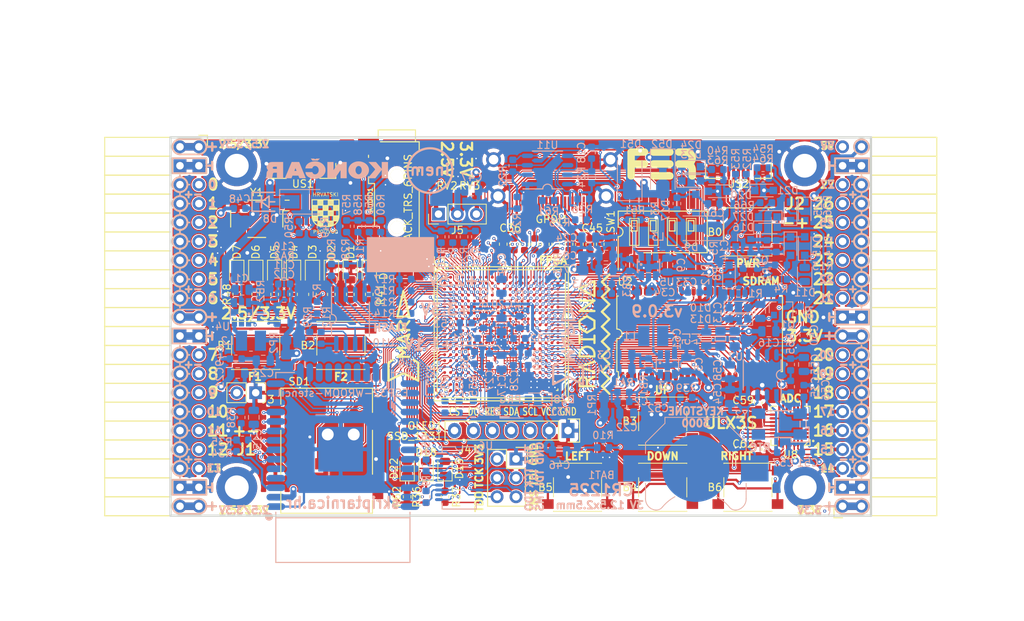
<source format=kicad_pcb>
(kicad_pcb (version 20171130) (host pcbnew 5.1.4+dfsg1-1)
  (title_block (rev v3.0.7))
  (layers (0 F.Cu signal) (1 In1.Cu signal) (2 In2.Cu signal) (31 B.Cu signal) (34 B.Paste user) (35 F.Paste user) (36 B.SilkS user) (37 F.SilkS user) (38 B.Mask user) (39 F.Mask user) (44 Edge.Cuts user))
  (net 0 "")
  (net 1 GND)
  (net 2 +5V)
  (net 3 /gpio/IN5V)
  (net 4 /gpio/OUT5V)
  (net 5 +3V3)
  (net 6 BTN_D)
  (net 7 BTN_F1)
  (net 8 BTN_F2)
  (net 9 BTN_L)
  (net 10 BTN_R)
  (net 11 BTN_U)
  (net 12 /power/FB1)
  (net 13 +2V5)
  (net 14 /power/PWREN)
  (net 15 /power/FB3)
  (net 16 /power/FB2)
  (net 17 /power/VBAT)
  (net 18 JTAG_TDI)
  (net 19 JTAG_TCK)
  (net 20 JTAG_TMS)
  (net 21 JTAG_TDO)
  (net 22 /power/WAKEUPn)
  (net 23 /power/WKUP)
  (net 24 /power/SHUT)
  (net 25 /power/WAKE)
  (net 26 /power/HOLD)
  (net 27 /power/WKn)
  (net 28 /power/OSCI_32k)
  (net 29 /power/OSCO_32k)
  (net 30 SHUTDOWN)
  (net 31 GPDI_SDA)
  (net 32 GPDI_SCL)
  (net 33 /gpdi/VREF2)
  (net 34 SD_CMD)
  (net 35 SD_CLK)
  (net 36 SD_D0)
  (net 37 SD_D1)
  (net 38 USB5V)
  (net 39 GPDI_CEC)
  (net 40 nRESET)
  (net 41 FTDI_nDTR)
  (net 42 SDRAM_CKE)
  (net 43 SDRAM_A7)
  (net 44 SDRAM_D15)
  (net 45 SDRAM_BA1)
  (net 46 SDRAM_D7)
  (net 47 SDRAM_A6)
  (net 48 SDRAM_CLK)
  (net 49 SDRAM_D13)
  (net 50 SDRAM_BA0)
  (net 51 SDRAM_D6)
  (net 52 SDRAM_A5)
  (net 53 SDRAM_D14)
  (net 54 SDRAM_A11)
  (net 55 SDRAM_D12)
  (net 56 SDRAM_D5)
  (net 57 SDRAM_A4)
  (net 58 SDRAM_A10)
  (net 59 SDRAM_D11)
  (net 60 SDRAM_A3)
  (net 61 SDRAM_D4)
  (net 62 SDRAM_D10)
  (net 63 SDRAM_D9)
  (net 64 SDRAM_A9)
  (net 65 SDRAM_D3)
  (net 66 SDRAM_D8)
  (net 67 SDRAM_A8)
  (net 68 SDRAM_A2)
  (net 69 SDRAM_A1)
  (net 70 SDRAM_A0)
  (net 71 SDRAM_D2)
  (net 72 SDRAM_D1)
  (net 73 SDRAM_D0)
  (net 74 SDRAM_DQM0)
  (net 75 SDRAM_nCS)
  (net 76 SDRAM_nRAS)
  (net 77 SDRAM_DQM1)
  (net 78 SDRAM_nCAS)
  (net 79 SDRAM_nWE)
  (net 80 /flash/FLASH_nWP)
  (net 81 /flash/FLASH_nHOLD)
  (net 82 /flash/FLASH_MOSI)
  (net 83 /flash/FLASH_MISO)
  (net 84 /flash/FLASH_SCK)
  (net 85 /flash/FLASH_nCS)
  (net 86 /flash/FPGA_PROGRAMN)
  (net 87 /flash/FPGA_DONE)
  (net 88 /flash/FPGA_INITN)
  (net 89 OLED_RES)
  (net 90 OLED_DC)
  (net 91 OLED_CS)
  (net 92 WIFI_EN)
  (net 93 FTDI_nRTS)
  (net 94 FTDI_TXD)
  (net 95 FTDI_RXD)
  (net 96 WIFI_RXD)
  (net 97 WIFI_GPIO0)
  (net 98 WIFI_TXD)
  (net 99 USB_FTDI_D+)
  (net 100 USB_FTDI_D-)
  (net 101 SD_D3)
  (net 102 AUDIO_L3)
  (net 103 AUDIO_L2)
  (net 104 AUDIO_L1)
  (net 105 AUDIO_L0)
  (net 106 AUDIO_R3)
  (net 107 AUDIO_R2)
  (net 108 AUDIO_R1)
  (net 109 AUDIO_R0)
  (net 110 OLED_CLK)
  (net 111 OLED_MOSI)
  (net 112 LED0)
  (net 113 LED1)
  (net 114 LED2)
  (net 115 LED3)
  (net 116 LED4)
  (net 117 LED5)
  (net 118 LED6)
  (net 119 LED7)
  (net 120 BTN_PWRn)
  (net 121 FTDI_nTXLED)
  (net 122 FTDI_nSLEEP)
  (net 123 /blinkey/LED_PWREN)
  (net 124 /blinkey/LED_TXLED)
  (net 125 /sdcard/SD3V3)
  (net 126 SD_D2)
  (net 127 CLK_25MHz)
  (net 128 /blinkey/BTNPUL)
  (net 129 /blinkey/BTNPUR)
  (net 130 USB_FPGA_D+)
  (net 131 /power/FTDI_nSUSPEND)
  (net 132 /blinkey/ALED0)
  (net 133 /blinkey/ALED1)
  (net 134 /blinkey/ALED2)
  (net 135 /blinkey/ALED3)
  (net 136 /blinkey/ALED4)
  (net 137 /blinkey/ALED5)
  (net 138 /blinkey/ALED6)
  (net 139 /blinkey/ALED7)
  (net 140 /usb/FTD-)
  (net 141 /usb/FTD+)
  (net 142 ADC_MISO)
  (net 143 ADC_MOSI)
  (net 144 ADC_CSn)
  (net 145 ADC_SCLK)
  (net 146 SW3)
  (net 147 SW2)
  (net 148 SW1)
  (net 149 USB_FPGA_D-)
  (net 150 /usb/FPD+)
  (net 151 /usb/FPD-)
  (net 152 WIFI_GPIO16)
  (net 153 /usb/ANT_433MHz)
  (net 154 PROG_DONE)
  (net 155 /power/P3V3)
  (net 156 /power/P2V5)
  (net 157 /power/L1)
  (net 158 /power/L3)
  (net 159 /power/L2)
  (net 160 FTDI_TXDEN)
  (net 161 SDRAM_A12)
  (net 162 /analog/AUDIO_V)
  (net 163 AUDIO_V3)
  (net 164 AUDIO_V2)
  (net 165 AUDIO_V1)
  (net 166 AUDIO_V0)
  (net 167 /blinkey/LED_WIFI)
  (net 168 /power/P1V1)
  (net 169 +1V1)
  (net 170 SW4)
  (net 171 /blinkey/SWPU)
  (net 172 /wifi/WIFIEN)
  (net 173 FT2V5)
  (net 174 GN0)
  (net 175 GP0)
  (net 176 GN1)
  (net 177 GP1)
  (net 178 GN2)
  (net 179 GP2)
  (net 180 GN3)
  (net 181 GP3)
  (net 182 GN4)
  (net 183 GP4)
  (net 184 GN5)
  (net 185 GP5)
  (net 186 GN6)
  (net 187 GP6)
  (net 188 GN14)
  (net 189 GP14)
  (net 190 GN15)
  (net 191 GP15)
  (net 192 GN16)
  (net 193 GP16)
  (net 194 GN17)
  (net 195 GP17)
  (net 196 GN18)
  (net 197 GP18)
  (net 198 GN19)
  (net 199 GP19)
  (net 200 GN20)
  (net 201 GP20)
  (net 202 GN21)
  (net 203 GP21)
  (net 204 GN22)
  (net 205 GP22)
  (net 206 GN23)
  (net 207 GP23)
  (net 208 GN24)
  (net 209 GP24)
  (net 210 GN25)
  (net 211 GP25)
  (net 212 GN26)
  (net 213 GP26)
  (net 214 GN27)
  (net 215 GP27)
  (net 216 GN7)
  (net 217 GP7)
  (net 218 GN8)
  (net 219 GP8)
  (net 220 GN9)
  (net 221 GP9)
  (net 222 GN10)
  (net 223 GP10)
  (net 224 GN11)
  (net 225 GP11)
  (net 226 GN12)
  (net 227 GP12)
  (net 228 GN13)
  (net 229 GP13)
  (net 230 WIFI_GPIO5)
  (net 231 WIFI_GPIO17)
  (net 232 USB_FPGA_PULL_D+)
  (net 233 USB_FPGA_PULL_D-)
  (net 234 "Net-(D23-Pad2)")
  (net 235 "Net-(D24-Pad1)")
  (net 236 "Net-(D25-Pad2)")
  (net 237 "Net-(D26-Pad1)")
  (net 238 /gpdi/GPDI_ETH+)
  (net 239 FPDI_ETH+)
  (net 240 /gpdi/GPDI_ETH-)
  (net 241 FPDI_ETH-)
  (net 242 /gpdi/GPDI_D2-)
  (net 243 FPDI_D2-)
  (net 244 /gpdi/GPDI_D1-)
  (net 245 FPDI_D1-)
  (net 246 /gpdi/GPDI_D0-)
  (net 247 FPDI_D0-)
  (net 248 /gpdi/GPDI_CLK-)
  (net 249 FPDI_CLK-)
  (net 250 /gpdi/GPDI_D2+)
  (net 251 FPDI_D2+)
  (net 252 /gpdi/GPDI_D1+)
  (net 253 FPDI_D1+)
  (net 254 /gpdi/GPDI_D0+)
  (net 255 FPDI_D0+)
  (net 256 /gpdi/GPDI_CLK+)
  (net 257 FPDI_CLK+)
  (net 258 FPDI_SDA)
  (net 259 FPDI_SCL)
  (net 260 /gpdi/FPDI_CEC)
  (net 261 2V5_3V3)
  (net 262 /usb/US2VBUS)
  (net 263 /power/SHD)
  (net 264 /power/RTCVDD)
  (net 265 "Net-(D27-Pad2)")
  (net 266 US2_ID)
  (net 267 /analog/AUDIO_L)
  (net 268 /analog/AUDIO_R)
  (net 269 /analog/ADC3V3)
  (net 270 PWRBTn)
  (net 271 USER_PROGRAMN)
  (net 272 FTDI_nRXLED)
  (net 273 /analog/ADCD3V3)
  (net 274 CLK_OE)
  (module ESP32:ESP32-WROOM-stencil (layer B.Cu) (at 117.23 105.75 180)
    (fp_text reference U9 (at -8.366 13.85 180) (layer B.SilkS) (effects (justify mirror)))
    (fp_text value ESP32-WROOM hide)
    (fp_text user ESP32-WROOM-stencil (at 0 10 180) (layer B.SilkS) (effects (justify mirror)))
    (pad 38 smd oval (at -9 -5.25 180) (size 2.5 0.9) (layers B.Cu B.Paste B.Mask) (net 1 GND))
    (pad 37 smd oval (at -9 -3.98 180) (size 2.5 0.9) (layers B.Cu B.Paste B.Mask) (net 18 JTAG_TDI))
    (pad 36 smd oval (at -9 -2.71 180) (size 2.5 0.9) (layers B.Cu B.Paste B.Mask) (net 154 PROG_DONE))
    (pad 35 smd oval (at -9 -1.44 180) (size 2.5 0.9) (layers B.Cu B.Paste B.Mask) (net 98 WIFI_TXD))
    (pad 34 smd oval (at -9 -0.17 180) (size 2.5 0.9) (layers B.Cu B.Paste B.Mask) (net 96 WIFI_RXD))
    (pad 33 smd oval (at -9 1.1 180) (size 2.5 0.9) (layers B.Cu B.Paste B.Mask) (net 20 JTAG_TMS))
    (pad 32 smd oval (at -9 2.37 180) (size 2.5 0.9) (layers B.Cu B.Paste B.Mask))
    (pad 31 smd oval (at -9 3.64 180) (size 2.5 0.9) (layers B.Cu B.Paste B.Mask) (net 21 JTAG_TDO))
    (pad 30 smd oval (at -9 4.91 180) (size 2.5 0.9) (layers B.Cu B.Paste B.Mask) (net 19 JTAG_TCK))
    (pad 29 smd oval (at -9 6.18 180) (size 2.5 0.9) (layers B.Cu B.Paste B.Mask) (net 230 WIFI_GPIO5))
    (pad 28 smd oval (at -9 7.45 180) (size 2.5 0.9) (layers B.Cu B.Paste B.Mask) (net 231 WIFI_GPIO17))
    (pad 27 smd oval (at -9 8.72 180) (size 2.5 0.9) (layers B.Cu B.Paste B.Mask) (net 152 WIFI_GPIO16))
    (pad 26 smd oval (at -9 9.99 180) (size 2.5 0.9) (layers B.Cu B.Paste B.Mask) (net 37 SD_D1))
    (pad 25 smd oval (at -9 11.26 180) (size 2.5 0.9) (layers B.Cu B.Paste B.Mask) (net 97 WIFI_GPIO0))
    (pad 24 smd oval (at -5.715 12.75 180) (size 0.9 2.5) (layers B.Cu B.Paste B.Mask) (net 36 SD_D0))
    (pad 23 smd oval (at -4.445 12.75 180) (size 0.9 2.5) (layers B.Cu B.Paste B.Mask) (net 34 SD_CMD))
    (pad 22 smd oval (at -3.175 12.75 180) (size 0.9 2.5) (layers B.Cu B.Paste B.Mask))
    (pad 21 smd oval (at -1.905 12.75 180) (size 0.9 2.5) (layers B.Cu B.Paste B.Mask))
    (pad 20 smd oval (at -0.635 12.75 180) (size 0.9 2.5) (layers B.Cu B.Paste B.Mask))
    (pad 19 smd oval (at 0.635 12.75 180) (size 0.9 2.5) (layers B.Cu B.Paste B.Mask))
    (pad 18 smd oval (at 1.905 12.75 180) (size 0.9 2.5) (layers B.Cu B.Paste B.Mask))
    (pad 17 smd oval (at 3.175 12.75 180) (size 0.9 2.5) (layers B.Cu B.Paste B.Mask))
    (pad 16 smd oval (at 4.445 12.75 180) (size 0.9 2.5) (layers B.Cu B.Paste B.Mask) (net 101 SD_D3))
    (pad 15 smd oval (at 5.715 12.75 180) (size 0.9 2.5) (layers B.Cu B.Paste B.Mask) (net 1 GND))
    (pad 14 smd oval (at 9 11.26 180) (size 2.5 0.9) (layers B.Cu B.Paste B.Mask) (net 126 SD_D2))
    (pad 13 smd oval (at 9 9.99 180) (size 2.5 0.9) (layers B.Cu B.Paste B.Mask) (net 35 SD_CLK))
    (pad 12 smd oval (at 9 8.72 180) (size 2.5 0.9) (layers B.Cu B.Paste B.Mask))
    (pad 11 smd oval (at 9 7.45 180) (size 2.5 0.9) (layers B.Cu B.Paste B.Mask) (net 225 GP11))
    (pad 10 smd oval (at 9 6.18 180) (size 2.5 0.9) (layers B.Cu B.Paste B.Mask) (net 224 GN11))
    (pad 9 smd oval (at 9 4.91 180) (size 2.5 0.9) (layers B.Cu B.Paste B.Mask) (net 227 GP12))
    (pad 8 smd oval (at 9 3.64 180) (size 2.5 0.9) (layers B.Cu B.Paste B.Mask) (net 226 GN12))
    (pad 7 smd oval (at 9 2.37 180) (size 2.5 0.9) (layers B.Cu B.Paste B.Mask) (net 229 GP13))
    (pad 6 smd oval (at 9 1.1 180) (size 2.5 0.9) (layers B.Cu B.Paste B.Mask) (net 228 GN13))
    (pad 5 smd oval (at 9 -0.17 180) (size 2.5 0.9) (layers B.Cu B.Paste B.Mask))
    (pad 4 smd oval (at 9 -1.44 180) (size 2.5 0.9) (layers B.Cu B.Paste B.Mask))
    (pad 3 smd oval (at 9 -2.71 180) (size 2.5 0.9) (layers B.Cu B.Paste B.Mask) (net 172 /wifi/WIFIEN))
    (pad 2 smd oval (at 9 -3.98 180) (size 2.5 0.9) (layers B.Cu B.Paste B.Mask) (net 5 +3V3))
    (pad 1 smd oval (at 9 -5.25 180) (size 2.5 0.9) (layers B.Cu B.Paste B.Mask) (net 1 GND))
    (pad 39 smd rect (at 0.3 2.45 180) (size 6 6) (layers B.Cu B.Mask) (net 1 GND))
  )
  (module hrvatski_proizvod_veci:hrvatski (layer F.Cu) (at 114.9 71.598)
    (fp_text reference HR hide)
    (fp_text value HR hide)
    (fp_text user PROIZVOD (at 0 2.5) (layer F.SilkS) (effects (font (size 0.45 0.45) (thickness 0.075))))
    (fp_text user HRVATSKI (at 0 -2.5) (layer F.SilkS) (effects (font (size 0.5 0.5) (thickness 0.075))))
  )
  (module ft231x:FT231X-SSOP-20_4.4x6.5mm_Pitch0.65mm (layer B.Cu) (at 132.835 107.14 180)
    (fp_text reference U6 (at -3.556 4.318 180) (layer B.SilkS) (effects (justify mirror)))
    (fp_text value FT231XS hide)
    (pad 20 smd oval (at 2.7 2.925 180) (size 1.1 0.4) (layers B.Cu B.Paste B.Mask) (net 94 FTDI_TXD))
    (pad 19 smd oval (at 2.7 2.275 180) (size 1.1 0.4) (layers B.Cu B.Paste B.Mask) (net 122 FTDI_nSLEEP))
    (pad 18 smd oval (at 2.7 1.625 180) (size 1.1 0.4) (layers B.Cu B.Paste B.Mask) (net 160 FTDI_TXDEN))
    (pad 17 smd oval (at 2.7 0.975 180) (size 1.1 0.4) (layers B.Cu B.Paste B.Mask) (net 272 FTDI_nRXLED))
    (pad 16 smd oval (at 2.7 0.325 180) (size 1.1 0.4) (layers B.Cu B.Paste B.Mask) (net 1 GND))
    (pad 15 smd oval (at 2.7 -0.325 180) (size 1.1 0.4) (layers B.Cu B.Paste B.Mask) (net 38 USB5V))
    (pad 14 smd oval (at 2.7 -0.975 180) (size 1.1 0.4) (layers B.Cu B.Paste B.Mask) (net 40 nRESET))
    (pad 13 smd oval (at 2.7 -1.625 180) (size 1.1 0.4) (layers B.Cu B.Paste B.Mask) (net 173 FT2V5))
    (pad 12 smd oval (at 2.7 -2.275 180) (size 1.1 0.4) (layers B.Cu B.Paste B.Mask) (net 100 USB_FTDI_D-))
    (pad 11 smd oval (at 2.7 -2.925 180) (size 1.1 0.4) (layers B.Cu B.Paste B.Mask) (net 99 USB_FTDI_D+))
    (pad 10 smd oval (at -2.7 -2.925 180) (size 1.1 0.4) (layers B.Cu B.Paste B.Mask) (net 121 FTDI_nTXLED))
    (pad 9 smd oval (at -2.7 -2.275 180) (size 1.1 0.4) (layers B.Cu B.Paste B.Mask) (net 21 JTAG_TDO))
    (pad 8 smd oval (at -2.7 -1.625 180) (size 1.1 0.4) (layers B.Cu B.Paste B.Mask) (net 20 JTAG_TMS))
    (pad 7 smd oval (at -2.7 -0.975 180) (size 1.1 0.4) (layers B.Cu B.Paste B.Mask) (net 19 JTAG_TCK))
    (pad 6 smd oval (at -2.7 -0.325 180) (size 1.1 0.4) (layers B.Cu B.Paste B.Mask) (net 1 GND))
    (pad 5 smd oval (at -2.7 0.325 180) (size 1.1 0.4) (layers B.Cu B.Paste B.Mask) (net 18 JTAG_TDI))
    (pad 4 smd oval (at -2.7 0.975 180) (size 1.1 0.4) (layers B.Cu B.Paste B.Mask) (net 95 FTDI_RXD))
    (pad 3 smd oval (at -2.7 1.625 180) (size 1.1 0.4) (layers B.Cu B.Paste B.Mask) (net 173 FT2V5))
    (pad 2 smd oval (at -2.7 2.275 180) (size 1.1 0.4) (layers B.Cu B.Paste B.Mask) (net 93 FTDI_nRTS))
    (pad 1 smd rect (at -2.7 2.925 180) (size 1.1 0.4) (layers B.Cu B.Paste B.Mask) (net 41 FTDI_nDTR))
  )
  (module micro-sd-schd3a0100:SCHD3A100 (layer F.Cu) (at 115.05 103.5 270)
    (fp_text reference SD1 (at -9.296 3.663 180) (layer F.SilkS))
    (fp_text value SCHD3A0100 hide)
    (pad 1 smd rect (at 1.75 -3.2) (size 0.7 1.5) (layers F.Cu F.Paste F.Mask) (net 126 SD_D2))
    (pad 2 smd rect (at 1.75 -2.1) (size 0.7 1.5) (layers F.Cu F.Paste F.Mask) (net 101 SD_D3))
    (pad 3 smd rect (at 1.75 -1) (size 0.7 1.5) (layers F.Cu F.Paste F.Mask) (net 34 SD_CMD))
    (pad 4 smd rect (at 1.75 0.1) (size 0.7 1.5) (layers F.Cu F.Paste F.Mask) (net 125 /sdcard/SD3V3))
    (pad 5 smd rect (at 1.75 1.2) (size 0.7 1.5) (layers F.Cu F.Paste F.Mask) (net 35 SD_CLK))
    (pad 6 smd rect (at 1.75 2.3) (size 0.7 1.5) (layers F.Cu F.Paste F.Mask) (net 1 GND))
    (pad 7 smd rect (at 1.75 3.4) (size 0.7 1.5) (layers F.Cu F.Paste F.Mask) (net 36 SD_D0))
    (pad 8 smd rect (at 1.75 4.5) (size 0.7 1.5) (layers F.Cu F.Paste F.Mask) (net 37 SD_D1))
    (pad 10 smd rect (at 6.05 -6.875) (size 1.45 0.9) (layers F.Cu F.Paste F.Mask) (net 1 GND))
    (pad 11 smd rect (at -5.65 6.875 90) (size 0.9 1.45) (layers F.Cu F.Paste F.Mask) (net 1 GND))
    (pad 9 smd rect (at 4.35 6.875) (size 1.45 2) (layers F.Cu F.Paste F.Mask) (net 1 GND))
    (pad 9 smd rect (at 4.35 -6.875) (size 1.45 2) (layers F.Cu F.Paste F.Mask) (net 1 GND))
    (pad 9 smd rect (at -3.95 -6.875) (size 1.45 2) (layers F.Cu F.Paste F.Mask) (net 1 GND))
    (pad 9 smd rect (at -3.95 6.875) (size 1.45 2) (layers F.Cu F.Paste F.Mask) (net 1 GND))
  )
  (module oscxo:Crystal_SMD_7050_4Pads (layer F.Cu) (at 105.672 72.36 180)
    (fp_text reference Y1 (at 0 3.556 180) (layer F.SilkS))
    (fp_text value FNETHE025 hide)
    (pad 1 smd rect (at -2.54 2.2 180) (size 2.2 1.8) (layers F.Cu F.Paste F.Mask) (net 274 CLK_OE))
    (pad 2 smd rect (at 2.54 2.2 180) (size 2.2 1.8) (layers F.Cu F.Paste F.Mask) (net 1 GND))
    (pad 3 smd rect (at 2.54 -2.2 180) (size 2.2 1.8) (layers F.Cu F.Paste F.Mask) (net 127 CLK_25MHz))
    (pad 4 smd rect (at -2.54 -2.2 180) (size 2.2 1.8) (layers F.Cu F.Paste F.Mask) (net 5 +3V3))
  )
  (module L_1008_1210:L_1008_1210 (layer B.Cu) (at 156.33 74.755 180)
    (fp_text reference L3 (at -3.19 -0.018 180) (layer B.SilkS) (effects (justify mirror)))
    (fp_text value 2.2uH hide)
    (pad 1 smd rect (at -1.27 0 180) (size 1.5 2.7) (layers B.Cu B.Paste B.Mask) (net 158 /power/L3))
    (pad 2 smd rect (at 1.27 0 180) (size 1.5 2.7) (layers B.Cu B.Paste B.Mask) (net 155 /power/P3V3))
  )
  (module L_1008_1210:L_1008_1210 (layer B.Cu) (at 158.87 88.09 180)
    (fp_text reference L1 (at 3.175 0 180) (layer B.SilkS) (effects (justify mirror)))
    (fp_text value 2.2uH hide)
    (pad 1 smd rect (at -1.27 0 180) (size 1.5 2.7) (layers B.Cu B.Paste B.Mask) (net 157 /power/L1))
    (pad 2 smd rect (at 1.27 0 180) (size 1.5 2.7) (layers B.Cu B.Paste B.Mask) (net 168 /power/P1V1))
  )
  (module L_1008_1210:L_1008_1210 (layer B.Cu) (at 104.895 88.725)
    (fp_text reference L2 (at -3.16 0.018) (layer B.SilkS) (effects (justify mirror)))
    (fp_text value 2.2uH hide)
    (pad 1 smd rect (at -1.27 0) (size 1.5 2.7) (layers B.Cu B.Paste B.Mask) (net 159 /power/L2))
    (pad 2 smd rect (at 1.27 0) (size 1.5 2.7) (layers B.Cu B.Paste B.Mask) (net 156 /power/P2V5))
  )
  (module abs25:Crystal_SMD_ABS25 (layer B.Cu) (at 175.776 99.922 180)
    (fp_text reference Y2 (at 5.08 1.273 180) (layer B.SilkS) (effects (justify mirror)))
    (fp_text value 32768Hz hide)
    (pad 4 smd rect (at -2.8 1.4 180) (size 1.8 1.4) (layers B.Cu B.Paste B.Mask) (net 28 /power/OSCI_32k))
    (pad 3 smd rect (at 2.8 1.4 180) (size 1.8 1.4) (layers B.Cu B.Paste B.Mask))
    (pad 2 smd rect (at 2.8 -1.4 180) (size 1.8 1.4) (layers B.Cu B.Paste B.Mask))
    (pad 1 smd rect (at -2.8 -1.4 180) (size 1.8 1.4) (layers B.Cu B.Paste B.Mask) (net 29 /power/OSCO_32k))
  )
  (module Keystone_3000_1x12mm-CoinCell:Keystone_3000_1x12mm-CoinCell (layer B.Cu) (at 164.585 105.87 90)
    (fp_text reference BAT1 (at -0.907 -12.685 180) (layer B.SilkS) (effects (justify mirror)))
    (fp_text value CR1225 hide)
    (pad 1 smd rect (at 0 7.9 180) (size 3.7 3.5) (layers B.Cu B.Paste B.Mask) (net 17 /power/VBAT) (clearance 0.7))
    (pad 1 smd rect (at 0 -7.9 180) (size 3.7 3.5) (layers B.Cu B.Paste B.Mask) (net 17 /power/VBAT) (clearance 0.7))
    (pad 2 smd circle (at 0 0 180) (size 9 9) (layers B.Cu B.Mask) (net 1 GND))
  )
  (module audio-jack:CUI_SJ-43516-SMT (layer F.Cu) (at 124.468 69.518)
    (fp_text reference AUDIO1 (at -3.560502 0.28335 270) (layer F.SilkS) (effects (font (size 0.6096 0.6096) (thickness 0.1524))))
    (fp_text value JACK_TRS_6PINS (at 1.519498 0.28335 270) (layer F.SilkS))
    (pad 1 smd rect (at -3.8 -6.9 270) (size 2 2.8) (layers F.Cu F.Paste F.Mask) (net 1 GND))
    (pad 4 smd rect (at -3.8 -4.1 270) (size 2.2 2.8) (layers F.Cu F.Paste F.Mask) (net 162 /analog/AUDIO_V))
    (pad 2 smd rect (at -3.8 5.3 270) (size 2.8 2.8) (layers F.Cu F.Paste F.Mask) (net 267 /analog/AUDIO_L))
    (pad 5 smd rect (at 0.75 9.4 270) (size 2.8 2.8) (layers F.Cu F.Paste F.Mask))
    (pad 3 smd rect (at 3.8 -2.2 270) (size 2.2 2.8) (layers F.Cu F.Paste F.Mask) (net 268 /analog/AUDIO_R))
    (pad 6 smd rect (at 3.8 -5 270) (size 2 2.8) (layers F.Cu F.Paste F.Mask))
    (pad "" np_thru_hole circle (at 0 -3 270) (size 1.7 1.7) (drill 1.7) (layers *.Cu *.Mask F.SilkS) (clearance 0.4))
    (pad "" np_thru_hole circle (at 0 4 270) (size 1.7 1.7) (drill 1.7) (layers *.Cu *.Mask F.SilkS) (clearance 0.4))
  )
  (module usb_otg:USB-MICRO-B-FCI-10118192-0001LF (layer F.Cu) (at 170.3 63.325 180)
    (fp_text reference US2 (at 0 -4.336 180) (layer F.SilkS))
    (fp_text value MICRO_USB hide)
    (pad 6 smd rect (at 3.8 0 180) (size 1.8 1.9) (layers F.Cu F.Paste F.Mask) (net 1 GND))
    (pad 6 smd rect (at -3.8 0 180) (size 1.8 1.9) (layers F.Cu F.Paste F.Mask) (net 1 GND))
    (pad 5 smd rect (at 1.3 -2.675 180) (size 0.4 1.35) (layers F.Cu F.Paste F.Mask) (net 1 GND))
    (pad 4 smd rect (at 0.65 -2.675 180) (size 0.4 1.35) (layers F.Cu F.Paste F.Mask) (net 266 US2_ID))
    (pad 3 smd rect (at 0 -2.675 180) (size 0.4 1.35) (layers F.Cu F.Paste F.Mask) (net 150 /usb/FPD+))
    (pad 2 smd rect (at -0.65 -2.675 180) (size 0.4 1.35) (layers F.Cu F.Paste F.Mask) (net 151 /usb/FPD-))
    (pad 1 smd rect (at -1.3 -2.675 180) (size 0.4 1.35) (layers F.Cu F.Paste F.Mask) (net 262 /usb/US2VBUS))
    (pad 6 smd rect (at 1.2 0 180) (size 1.9 1.9) (layers F.Cu F.Paste F.Mask) (net 1 GND))
    (pad 6 smd rect (at -1.2 0 180) (size 1.9 1.9) (layers F.Cu F.Paste F.Mask) (net 1 GND))
    (pad 6 smd rect (at 3.1 -2.55 180) (size 2.1 1.6) (layers F.Cu F.Paste F.Mask) (net 1 GND))
    (pad 6 smd rect (at -3.1 -2.55 180) (size 2.1 1.6) (layers F.Cu F.Paste F.Mask) (net 1 GND))
  )
  (module usb_otg:USB-MICRO-B-FCI-10118192-0001LF (layer F.Cu) (at 111.88 63.325 180)
    (fp_text reference US1 (at 0 -4.336 180) (layer F.SilkS))
    (fp_text value MICRO_USB hide)
    (pad 6 smd rect (at 3.8 0 180) (size 1.8 1.9) (layers F.Cu F.Paste F.Mask) (net 1 GND))
    (pad 6 smd rect (at -3.8 0 180) (size 1.8 1.9) (layers F.Cu F.Paste F.Mask) (net 1 GND))
    (pad 5 smd rect (at 1.3 -2.675 180) (size 0.4 1.35) (layers F.Cu F.Paste F.Mask) (net 1 GND))
    (pad 4 smd rect (at 0.65 -2.675 180) (size 0.4 1.35) (layers F.Cu F.Paste F.Mask))
    (pad 3 smd rect (at 0 -2.675 180) (size 0.4 1.35) (layers F.Cu F.Paste F.Mask) (net 141 /usb/FTD+))
    (pad 2 smd rect (at -0.65 -2.675 180) (size 0.4 1.35) (layers F.Cu F.Paste F.Mask) (net 140 /usb/FTD-))
    (pad 1 smd rect (at -1.3 -2.675 180) (size 0.4 1.35) (layers F.Cu F.Paste F.Mask) (net 38 USB5V))
    (pad 6 smd rect (at 1.2 0 180) (size 1.9 1.9) (layers F.Cu F.Paste F.Mask) (net 1 GND))
    (pad 6 smd rect (at -1.2 0 180) (size 1.9 1.9) (layers F.Cu F.Paste F.Mask) (net 1 GND))
    (pad 6 smd rect (at 3.1 -2.55 180) (size 2.1 1.6) (layers F.Cu F.Paste F.Mask) (net 1 GND))
    (pad 6 smd rect (at -3.1 -2.55 180) (size 2.1 1.6) (layers F.Cu F.Paste F.Mask) (net 1 GND))
  )
  (module dipswitch:SW_DIP_x4_W8.61mm_Slide_LowProfile (layer F.Cu) (at 160.14 74.12 90)
    (fp_text reference SW1 (at 1.379 -6.97 90) (layer F.SilkS))
    (fp_text value SW_DIP_x04 hide)
    (pad 8 smd rect (at 4.305 -3.81 90) (size 2.44 1.12) (layers F.Cu F.Paste F.Mask) (net 148 SW1))
    (pad 4 smd rect (at -4.305 3.81 90) (size 2.44 1.12) (layers F.Cu F.Paste F.Mask) (net 171 /blinkey/SWPU))
    (pad 7 smd rect (at 4.305 -1.27 90) (size 2.44 1.12) (layers F.Cu F.Paste F.Mask) (net 147 SW2))
    (pad 3 smd rect (at -4.305 1.27 90) (size 2.44 1.12) (layers F.Cu F.Paste F.Mask) (net 171 /blinkey/SWPU))
    (pad 6 smd rect (at 4.305 1.27 90) (size 2.44 1.12) (layers F.Cu F.Paste F.Mask) (net 146 SW3))
    (pad 2 smd rect (at -4.305 -1.27 90) (size 2.44 1.12) (layers F.Cu F.Paste F.Mask) (net 171 /blinkey/SWPU))
    (pad 5 smd rect (at 4.305 3.81 90) (size 2.44 1.12) (layers F.Cu F.Paste F.Mask) (net 170 SW4))
    (pad 1 smd rect (at -4.305 -3.81 90) (size 2.44 1.12) (layers F.Cu F.Paste F.Mask) (net 171 /blinkey/SWPU))
  )
  (module conn-fci:CONN-10029449-111RLF (layer F.Cu) (at 145.296 69.312 180)
    (fp_text reference GPDI1 (at 0 -3.1115 180) (layer F.SilkS))
    (fp_text value GPDI-D hide)
    (pad 19 smd rect (at -4.25 -1 180) (size 0.3 1.9) (layers F.Cu F.Paste F.Mask) (net 240 /gpdi/GPDI_ETH-))
    (pad 18 smd rect (at -3.75 -1 180) (size 0.3 1.9) (layers F.Cu F.Paste F.Mask) (net 2 +5V))
    (pad 17 smd rect (at -3.25 -1 180) (size 0.3 1.9) (layers F.Cu F.Paste F.Mask) (net 1 GND))
    (pad 16 smd rect (at -2.75 -1 180) (size 0.3 1.9) (layers F.Cu F.Paste F.Mask) (net 31 GPDI_SDA))
    (pad 15 smd rect (at -2.25 -1 180) (size 0.3 1.9) (layers F.Cu F.Paste F.Mask) (net 32 GPDI_SCL))
    (pad 14 smd rect (at -1.75 -1 180) (size 0.3 1.9) (layers F.Cu F.Paste F.Mask) (net 238 /gpdi/GPDI_ETH+))
    (pad 13 smd rect (at -1.25 -1 180) (size 0.3 1.9) (layers F.Cu F.Paste F.Mask) (net 39 GPDI_CEC))
    (pad 12 smd rect (at -0.75 -1 180) (size 0.3 1.9) (layers F.Cu F.Paste F.Mask) (net 248 /gpdi/GPDI_CLK-))
    (pad 11 smd rect (at -0.25 -1 180) (size 0.3 1.9) (layers F.Cu F.Paste F.Mask) (net 1 GND))
    (pad 10 smd rect (at 0.25 -1 180) (size 0.3 1.9) (layers F.Cu F.Paste F.Mask) (net 256 /gpdi/GPDI_CLK+))
    (pad 9 smd rect (at 0.75 -1 180) (size 0.3 1.9) (layers F.Cu F.Paste F.Mask) (net 246 /gpdi/GPDI_D0-))
    (pad 8 smd rect (at 1.25 -1 180) (size 0.3 1.9) (layers F.Cu F.Paste F.Mask) (net 1 GND))
    (pad 7 smd rect (at 1.75 -1 180) (size 0.3 1.9) (layers F.Cu F.Paste F.Mask) (net 254 /gpdi/GPDI_D0+))
    (pad 6 smd rect (at 2.25 -1 180) (size 0.3 1.9) (layers F.Cu F.Paste F.Mask) (net 244 /gpdi/GPDI_D1-))
    (pad 5 smd rect (at 2.75 -1 180) (size 0.3 1.9) (layers F.Cu F.Paste F.Mask) (net 1 GND))
    (pad 4 smd rect (at 3.25 -1 180) (size 0.3 1.9) (layers F.Cu F.Paste F.Mask) (net 252 /gpdi/GPDI_D1+))
    (pad 3 smd rect (at 3.75 -1 180) (size 0.3 1.9) (layers F.Cu F.Paste F.Mask) (net 242 /gpdi/GPDI_D2-))
    (pad 2 smd rect (at 4.25 -1 180) (size 0.3 1.9) (layers F.Cu F.Paste F.Mask) (net 1 GND))
    (pad 1 smd rect (at 4.75 -1 180) (size 0.3 1.9) (layers F.Cu F.Paste F.Mask) (net 250 /gpdi/GPDI_D2+))
    (pad 0 thru_hole circle (at -7.25 0 180) (size 2 2) (drill 1.3) (layers *.Cu *.Mask) (net 1 GND))
    (pad 0 thru_hole circle (at 7.25 0 180) (size 2 2) (drill 1.3) (layers *.Cu *.Mask) (net 1 GND))
    (pad 0 thru_hole circle (at -7.85 4.9 180) (size 2 2) (drill 1.3) (layers *.Cu *.Mask) (net 1 GND))
    (pad 0 thru_hole circle (at 7.85 4.9 180) (size 2 2) (drill 1.3) (layers *.Cu *.Mask) (net 1 GND))
  )
  (module TSOP54:TSOP54 (layer F.Cu) (at 165.093 87.8 90)
    (fp_text reference U2 (at 6.98 -9.993 180) (layer F.SilkS))
    (fp_text value MT48LC16M16A2TG hide)
    (pad 28 smd oval (at 5.73 10.4 90) (size 1.2 0.56) (layers F.Cu F.Paste F.Mask) (net 1 GND))
    (pad 1 smd rect (at -5.73 -10.4 90) (size 1.2 0.56) (layers F.Cu F.Paste F.Mask) (net 5 +3V3))
    (pad 2 smd oval (at -5.73 -9.6 90) (size 1.2 0.56) (layers F.Cu F.Paste F.Mask) (net 73 SDRAM_D0))
    (pad 3 smd oval (at -5.73 -8.8 90) (size 1.2 0.56) (layers F.Cu F.Paste F.Mask) (net 5 +3V3))
    (pad 4 smd oval (at -5.73 -8 90) (size 1.2 0.56) (layers F.Cu F.Paste F.Mask) (net 72 SDRAM_D1))
    (pad 5 smd oval (at -5.73 -7.2 90) (size 1.2 0.56) (layers F.Cu F.Paste F.Mask) (net 71 SDRAM_D2))
    (pad 6 smd oval (at -5.73 -6.4 90) (size 1.2 0.56) (layers F.Cu F.Paste F.Mask) (net 1 GND))
    (pad 7 smd oval (at -5.73 -5.6 90) (size 1.2 0.56) (layers F.Cu F.Paste F.Mask) (net 65 SDRAM_D3))
    (pad 8 smd oval (at -5.73 -4.8 90) (size 1.2 0.56) (layers F.Cu F.Paste F.Mask) (net 61 SDRAM_D4))
    (pad 9 smd oval (at -5.73 -4 90) (size 1.2 0.56) (layers F.Cu F.Paste F.Mask) (net 5 +3V3))
    (pad 10 smd oval (at -5.73 -3.2 90) (size 1.2 0.56) (layers F.Cu F.Paste F.Mask) (net 56 SDRAM_D5))
    (pad 11 smd oval (at -5.73 -2.4 90) (size 1.2 0.56) (layers F.Cu F.Paste F.Mask) (net 51 SDRAM_D6))
    (pad 12 smd oval (at -5.73 -1.6 90) (size 1.2 0.56) (layers F.Cu F.Paste F.Mask) (net 1 GND))
    (pad 13 smd oval (at -5.73 -0.8 90) (size 1.2 0.56) (layers F.Cu F.Paste F.Mask) (net 46 SDRAM_D7))
    (pad 14 smd oval (at -5.73 0 90) (size 1.2 0.56) (layers F.Cu F.Paste F.Mask) (net 5 +3V3))
    (pad 15 smd oval (at -5.73 0.8 90) (size 1.2 0.56) (layers F.Cu F.Paste F.Mask) (net 74 SDRAM_DQM0))
    (pad 16 smd oval (at -5.73 1.6 90) (size 1.2 0.56) (layers F.Cu F.Paste F.Mask) (net 79 SDRAM_nWE))
    (pad 17 smd oval (at -5.73 2.4 90) (size 1.2 0.56) (layers F.Cu F.Paste F.Mask) (net 78 SDRAM_nCAS))
    (pad 18 smd oval (at -5.73 3.2 90) (size 1.2 0.56) (layers F.Cu F.Paste F.Mask) (net 76 SDRAM_nRAS))
    (pad 19 smd oval (at -5.73 4 90) (size 1.2 0.56) (layers F.Cu F.Paste F.Mask) (net 75 SDRAM_nCS))
    (pad 20 smd oval (at -5.73 4.8 90) (size 1.2 0.56) (layers F.Cu F.Paste F.Mask) (net 50 SDRAM_BA0))
    (pad 21 smd oval (at -5.73 5.6 90) (size 1.2 0.56) (layers F.Cu F.Paste F.Mask) (net 45 SDRAM_BA1))
    (pad 22 smd oval (at -5.73 6.4 90) (size 1.2 0.56) (layers F.Cu F.Paste F.Mask) (net 58 SDRAM_A10))
    (pad 23 smd oval (at -5.73 7.2 90) (size 1.2 0.56) (layers F.Cu F.Paste F.Mask) (net 70 SDRAM_A0))
    (pad 24 smd oval (at -5.73 8 90) (size 1.2 0.56) (layers F.Cu F.Paste F.Mask) (net 69 SDRAM_A1))
    (pad 25 smd oval (at -5.73 8.8 90) (size 1.2 0.56) (layers F.Cu F.Paste F.Mask) (net 68 SDRAM_A2))
    (pad 26 smd oval (at -5.73 9.6 90) (size 1.2 0.56) (layers F.Cu F.Paste F.Mask) (net 60 SDRAM_A3))
    (pad 27 smd oval (at -5.73 10.4 90) (size 1.2 0.56) (layers F.Cu F.Paste F.Mask) (net 5 +3V3))
    (pad 29 smd oval (at 5.73 9.6 90) (size 1.2 0.56) (layers F.Cu F.Paste F.Mask) (net 57 SDRAM_A4))
    (pad 30 smd oval (at 5.73 8.8 90) (size 1.2 0.56) (layers F.Cu F.Paste F.Mask) (net 52 SDRAM_A5))
    (pad 31 smd oval (at 5.73 8 90) (size 1.2 0.56) (layers F.Cu F.Paste F.Mask) (net 47 SDRAM_A6))
    (pad 32 smd oval (at 5.73 7.2 90) (size 1.2 0.56) (layers F.Cu F.Paste F.Mask) (net 43 SDRAM_A7))
    (pad 33 smd oval (at 5.73 6.4 90) (size 1.2 0.56) (layers F.Cu F.Paste F.Mask) (net 67 SDRAM_A8))
    (pad 34 smd oval (at 5.73 5.6 90) (size 1.2 0.56) (layers F.Cu F.Paste F.Mask) (net 64 SDRAM_A9))
    (pad 35 smd oval (at 5.73 4.8 90) (size 1.2 0.56) (layers F.Cu F.Paste F.Mask) (net 54 SDRAM_A11))
    (pad 36 smd oval (at 5.73 4 90) (size 1.2 0.56) (layers F.Cu F.Paste F.Mask) (net 161 SDRAM_A12))
    (pad 37 smd oval (at 5.73 3.2 90) (size 1.2 0.56) (layers F.Cu F.Paste F.Mask) (net 42 SDRAM_CKE))
    (pad 38 smd oval (at 5.73 2.4 90) (size 1.2 0.56) (layers F.Cu F.Paste F.Mask) (net 48 SDRAM_CLK))
    (pad 39 smd oval (at 5.73 1.6 90) (size 1.2 0.56) (layers F.Cu F.Paste F.Mask) (net 77 SDRAM_DQM1))
    (pad 40 smd oval (at 5.73 0.8 90) (size 1.2 0.56) (layers F.Cu F.Paste F.Mask))
    (pad 41 smd oval (at 5.73 0 90) (size 1.2 0.56) (layers F.Cu F.Paste F.Mask) (net 1 GND))
    (pad 42 smd oval (at 5.73 -0.8 90) (size 1.2 0.56) (layers F.Cu F.Paste F.Mask) (net 66 SDRAM_D8))
    (pad 43 smd oval (at 5.73 -1.6 90) (size 1.2 0.56) (layers F.Cu F.Paste F.Mask) (net 5 +3V3))
    (pad 44 smd oval (at 5.73 -2.4 90) (size 1.2 0.56) (layers F.Cu F.Paste F.Mask) (net 63 SDRAM_D9))
    (pad 45 smd oval (at 5.73 -3.2 90) (size 1.2 0.56) (layers F.Cu F.Paste F.Mask) (net 62 SDRAM_D10))
    (pad 46 smd oval (at 5.73 -4 90) (size 1.2 0.56) (layers F.Cu F.Paste F.Mask) (net 1 GND))
    (pad 47 smd oval (at 5.73 -4.8 90) (size 1.2 0.56) (layers F.Cu F.Paste F.Mask) (net 59 SDRAM_D11))
    (pad 48 smd oval (at 5.73 -5.6 90) (size 1.2 0.56) (layers F.Cu F.Paste F.Mask) (net 55 SDRAM_D12))
    (pad 49 smd oval (at 5.73 -6.4 90) (size 1.2 0.56) (layers F.Cu F.Paste F.Mask) (net 5 +3V3))
    (pad 50 smd oval (at 5.73 -7.2 90) (size 1.2 0.56) (layers F.Cu F.Paste F.Mask) (net 49 SDRAM_D13))
    (pad 51 smd oval (at 5.73 -8 90) (size 1.2 0.56) (layers F.Cu F.Paste F.Mask) (net 53 SDRAM_D14))
    (pad 52 smd oval (at 5.73 -8.8 90) (size 1.2 0.56) (layers F.Cu F.Paste F.Mask) (net 1 GND))
    (pad 53 smd oval (at 5.73 -9.6 90) (size 1.2 0.56) (layers F.Cu F.Paste F.Mask) (net 44 SDRAM_D15))
    (pad 54 smd oval (at 5.73 -10.4 90) (size 1.2 0.56) (layers F.Cu F.Paste F.Mask) (net 1 GND))
  )
  (module jumper:R_0805_2012Metric_Pad1.29x1.40mm_HandSolder_Jumper_NC (layer B.Cu) (at 109.609 89.632 270)
    (fp_text reference RP2 (at -0.635 1.651 270) (layer B.SilkS) (effects (justify mirror)))
    (fp_text value 0 hide)
    (fp_line (start -1 0) (end 1 0) (layer B.Cu) (width 1))
    (pad 2 smd roundrect (at 0.9675 0 270) (size 1.295 1.4) (layers B.Cu B.Mask) (net 13 +2V5))
    (pad 1 smd roundrect (at -0.9675 0 270) (size 1.295 1.4) (layers B.Cu B.Mask) (net 156 /power/P2V5))
  )
  (module jumper:R_0805_2012Metric_Pad1.29x1.40mm_HandSolder_Jumper_NC (layer B.Cu) (at 149.472 78.311 270)
    (fp_text reference RP3 (at 0 3.414 270) (layer B.SilkS) (effects (justify mirror)))
    (fp_text value 0 hide)
    (fp_line (start -1 0) (end 1 0) (layer B.Cu) (width 1))
    (pad 2 smd roundrect (at 0.9675 0 270) (size 1.295 1.4) (layers B.Cu B.Mask) (net 5 +3V3))
    (pad 1 smd roundrect (at -0.9675 0 270) (size 1.295 1.4) (layers B.Cu B.Mask) (net 155 /power/P3V3))
  )
  (module jumper:R_0805_2012Metric_Pad1.29x1.40mm_HandSolder_Jumper_NC (layer B.Cu) (at 152.281 97.361 270)
    (fp_text reference RP1 (at 0 1.65 270) (layer B.SilkS) (effects (justify mirror)))
    (fp_text value 0 hide)
    (fp_line (start -1 0) (end 1 0) (layer B.Cu) (width 1))
    (pad 2 smd roundrect (at 0.9675 0 270) (size 1.295 1.4) (layers B.Cu B.Mask) (net 169 +1V1))
    (pad 1 smd roundrect (at -0.9675 0 270) (size 1.295 1.4) (layers B.Cu B.Mask) (net 168 /power/P1V1))
  )
  (module jumper:D_SMA_Jumper_NC (layer B.Cu) (at 160.155 66.391 270)
    (fp_text reference D52 (at -4.064 0.127) (layer B.SilkS) (effects (justify mirror)))
    (fp_text value 0 hide)
    (fp_line (start -2 0) (end 2 0) (layer B.Cu) (width 1))
    (pad 2 smd roundrect (at 2 0 270) (size 2.5 1.8) (layers B.Cu B.Mask) (net 2 +5V))
    (pad 1 smd roundrect (at -2 0 270) (size 2.5 1.8) (layers B.Cu B.Mask) (net 4 /gpio/OUT5V))
  )
  (module jumper:D_SMA_Jumper_NC (layer B.Cu) (at 155.71 66.518 90)
    (fp_text reference D51 (at 4.191 0.127 180) (layer B.SilkS) (effects (justify mirror)))
    (fp_text value 0 hide)
    (fp_line (start -2 0) (end 2 0) (layer B.Cu) (width 1))
    (pad 2 smd roundrect (at 2 0 90) (size 2.5 1.8) (layers B.Cu B.Mask) (net 3 /gpio/IN5V))
    (pad 1 smd roundrect (at -2 0 90) (size 2.5 1.8) (layers B.Cu B.Mask) (net 2 +5V))
  )
  (module jumper:D_SMA_Jumper_NC (layer B.Cu) (at 164.854 73.63 180)
    (fp_text reference D9 (at 0.889 -2.54 180) (layer B.SilkS) (effects (justify mirror)))
    (fp_text value 0 hide)
    (fp_line (start -2 0) (end 2 0) (layer B.Cu) (width 1))
    (pad 2 smd roundrect (at 2 0 180) (size 2.5 1.8) (layers B.Cu B.Mask) (net 2 +5V))
    (pad 1 smd roundrect (at -2 0 180) (size 2.5 1.8) (layers B.Cu B.Mask) (net 262 /usb/US2VBUS))
  )
  (module lfe5bg381:BGA-381_pitch0.8mm_dia0.4mm (layer F.Cu) (at 138.48 87.8)
    (fp_text reference U1 (at -8.2 -9.8) (layer F.SilkS))
    (fp_text value LFE5U-85F-6BG381C hide)
    (pad Y19 smd circle (at 6.8 7.6) (size 0.4 0.4) (layers F.Cu F.Paste F.Mask) (net 1 GND))
    (pad Y17 smd circle (at 5.2 7.6) (size 0.4 0.4) (layers F.Cu F.Paste F.Mask) (net 1 GND))
    (pad Y16 smd circle (at 4.4 7.6) (size 0.4 0.4) (layers F.Cu F.Paste F.Mask) (net 1 GND))
    (pad Y15 smd circle (at 3.6 7.6) (size 0.4 0.4) (layers F.Cu F.Paste F.Mask) (net 1 GND))
    (pad Y14 smd circle (at 2.8 7.6) (size 0.4 0.4) (layers F.Cu F.Paste F.Mask) (net 1 GND))
    (pad Y12 smd circle (at 1.2 7.6) (size 0.4 0.4) (layers F.Cu F.Paste F.Mask) (net 1 GND))
    (pad Y11 smd circle (at 0.4 7.6) (size 0.4 0.4) (layers F.Cu F.Paste F.Mask) (net 1 GND))
    (pad Y8 smd circle (at -2 7.6) (size 0.4 0.4) (layers F.Cu F.Paste F.Mask) (net 1 GND))
    (pad Y7 smd circle (at -2.8 7.6) (size 0.4 0.4) (layers F.Cu F.Paste F.Mask) (net 1 GND))
    (pad Y6 smd circle (at -3.6 7.6) (size 0.4 0.4) (layers F.Cu F.Paste F.Mask) (net 1 GND))
    (pad Y5 smd circle (at -4.4 7.6) (size 0.4 0.4) (layers F.Cu F.Paste F.Mask) (net 1 GND))
    (pad Y3 smd circle (at -6 7.6) (size 0.4 0.4) (layers F.Cu F.Paste F.Mask) (net 87 /flash/FPGA_DONE))
    (pad Y2 smd circle (at -6.8 7.6) (size 0.4 0.4) (layers F.Cu F.Paste F.Mask) (net 80 /flash/FLASH_nWP))
    (pad W20 smd circle (at 7.6 6.8) (size 0.4 0.4) (layers F.Cu F.Paste F.Mask) (net 1 GND))
    (pad W19 smd circle (at 6.8 6.8) (size 0.4 0.4) (layers F.Cu F.Paste F.Mask) (net 1 GND))
    (pad W18 smd circle (at 6 6.8) (size 0.4 0.4) (layers F.Cu F.Paste F.Mask))
    (pad W17 smd circle (at 5.2 6.8) (size 0.4 0.4) (layers F.Cu F.Paste F.Mask))
    (pad W16 smd circle (at 4.4 6.8) (size 0.4 0.4) (layers F.Cu F.Paste F.Mask) (net 1 GND))
    (pad W15 smd circle (at 3.6 6.8) (size 0.4 0.4) (layers F.Cu F.Paste F.Mask) (net 1 GND))
    (pad W14 smd circle (at 2.8 6.8) (size 0.4 0.4) (layers F.Cu F.Paste F.Mask))
    (pad W13 smd circle (at 2 6.8) (size 0.4 0.4) (layers F.Cu F.Paste F.Mask))
    (pad W12 smd circle (at 1.2 6.8) (size 0.4 0.4) (layers F.Cu F.Paste F.Mask) (net 1 GND))
    (pad W11 smd circle (at 0.4 6.8) (size 0.4 0.4) (layers F.Cu F.Paste F.Mask))
    (pad W10 smd circle (at -0.4 6.8) (size 0.4 0.4) (layers F.Cu F.Paste F.Mask))
    (pad W9 smd circle (at -1.2 6.8) (size 0.4 0.4) (layers F.Cu F.Paste F.Mask))
    (pad W8 smd circle (at -2 6.8) (size 0.4 0.4) (layers F.Cu F.Paste F.Mask))
    (pad W7 smd circle (at -2.8 6.8) (size 0.4 0.4) (layers F.Cu F.Paste F.Mask) (net 1 GND))
    (pad W6 smd circle (at -3.6 6.8) (size 0.4 0.4) (layers F.Cu F.Paste F.Mask) (net 1 GND))
    (pad W5 smd circle (at -4.4 6.8) (size 0.4 0.4) (layers F.Cu F.Paste F.Mask))
    (pad W4 smd circle (at -5.2 6.8) (size 0.4 0.4) (layers F.Cu F.Paste F.Mask))
    (pad W3 smd circle (at -6 6.8) (size 0.4 0.4) (layers F.Cu F.Paste F.Mask) (net 86 /flash/FPGA_PROGRAMN))
    (pad W2 smd circle (at -6.8 6.8) (size 0.4 0.4) (layers F.Cu F.Paste F.Mask) (net 82 /flash/FLASH_MOSI))
    (pad W1 smd circle (at -7.6 6.8) (size 0.4 0.4) (layers F.Cu F.Paste F.Mask) (net 81 /flash/FLASH_nHOLD))
    (pad V20 smd circle (at 7.6 6) (size 0.4 0.4) (layers F.Cu F.Paste F.Mask) (net 1 GND))
    (pad V19 smd circle (at 6.8 6) (size 0.4 0.4) (layers F.Cu F.Paste F.Mask) (net 1 GND))
    (pad V18 smd circle (at 6 6) (size 0.4 0.4) (layers F.Cu F.Paste F.Mask) (net 1 GND))
    (pad V17 smd circle (at 5.2 6) (size 0.4 0.4) (layers F.Cu F.Paste F.Mask) (net 1 GND))
    (pad V16 smd circle (at 4.4 6) (size 0.4 0.4) (layers F.Cu F.Paste F.Mask) (net 1 GND))
    (pad V15 smd circle (at 3.6 6) (size 0.4 0.4) (layers F.Cu F.Paste F.Mask) (net 1 GND))
    (pad V14 smd circle (at 2.8 6) (size 0.4 0.4) (layers F.Cu F.Paste F.Mask) (net 1 GND))
    (pad V13 smd circle (at 2 6) (size 0.4 0.4) (layers F.Cu F.Paste F.Mask) (net 1 GND))
    (pad V12 smd circle (at 1.2 6) (size 0.4 0.4) (layers F.Cu F.Paste F.Mask) (net 1 GND))
    (pad V11 smd circle (at 0.4 6) (size 0.4 0.4) (layers F.Cu F.Paste F.Mask) (net 1 GND))
    (pad V10 smd circle (at -0.4 6) (size 0.4 0.4) (layers F.Cu F.Paste F.Mask) (net 1 GND))
    (pad V9 smd circle (at -1.2 6) (size 0.4 0.4) (layers F.Cu F.Paste F.Mask) (net 1 GND))
    (pad V8 smd circle (at -2 6) (size 0.4 0.4) (layers F.Cu F.Paste F.Mask) (net 1 GND))
    (pad V7 smd circle (at -2.8 6) (size 0.4 0.4) (layers F.Cu F.Paste F.Mask) (net 1 GND))
    (pad V6 smd circle (at -3.6 6) (size 0.4 0.4) (layers F.Cu F.Paste F.Mask) (net 1 GND))
    (pad V5 smd circle (at -4.4 6) (size 0.4 0.4) (layers F.Cu F.Paste F.Mask) (net 1 GND))
    (pad V4 smd circle (at -5.2 6) (size 0.4 0.4) (layers F.Cu F.Paste F.Mask) (net 21 JTAG_TDO))
    (pad V3 smd circle (at -6 6) (size 0.4 0.4) (layers F.Cu F.Paste F.Mask) (net 88 /flash/FPGA_INITN))
    (pad V2 smd circle (at -6.8 6) (size 0.4 0.4) (layers F.Cu F.Paste F.Mask) (net 83 /flash/FLASH_MISO))
    (pad V1 smd circle (at -7.6 6) (size 0.4 0.4) (layers F.Cu F.Paste F.Mask) (net 6 BTN_D))
    (pad U20 smd circle (at 7.6 5.2) (size 0.4 0.4) (layers F.Cu F.Paste F.Mask) (net 46 SDRAM_D7))
    (pad U19 smd circle (at 6.8 5.2) (size 0.4 0.4) (layers F.Cu F.Paste F.Mask) (net 74 SDRAM_DQM0))
    (pad U18 smd circle (at 6 5.2) (size 0.4 0.4) (layers F.Cu F.Paste F.Mask) (net 189 GP14))
    (pad U17 smd circle (at 5.2 5.2) (size 0.4 0.4) (layers F.Cu F.Paste F.Mask) (net 188 GN14))
    (pad U16 smd circle (at 4.4 5.2) (size 0.4 0.4) (layers F.Cu F.Paste F.Mask) (net 142 ADC_MISO))
    (pad U15 smd circle (at 3.6 5.2) (size 0.4 0.4) (layers F.Cu F.Paste F.Mask) (net 1 GND))
    (pad U14 smd circle (at 2.8 5.2) (size 0.4 0.4) (layers F.Cu F.Paste F.Mask) (net 1 GND))
    (pad U13 smd circle (at 2 5.2) (size 0.4 0.4) (layers F.Cu F.Paste F.Mask) (net 1 GND))
    (pad U12 smd circle (at 1.2 5.2) (size 0.4 0.4) (layers F.Cu F.Paste F.Mask) (net 1 GND))
    (pad U11 smd circle (at 0.4 5.2) (size 0.4 0.4) (layers F.Cu F.Paste F.Mask) (net 1 GND))
    (pad U10 smd circle (at -0.4 5.2) (size 0.4 0.4) (layers F.Cu F.Paste F.Mask) (net 1 GND))
    (pad U9 smd circle (at -1.2 5.2) (size 0.4 0.4) (layers F.Cu F.Paste F.Mask) (net 1 GND))
    (pad U8 smd circle (at -2 5.2) (size 0.4 0.4) (layers F.Cu F.Paste F.Mask) (net 1 GND))
    (pad U7 smd circle (at -2.8 5.2) (size 0.4 0.4) (layers F.Cu F.Paste F.Mask) (net 1 GND))
    (pad U6 smd circle (at -3.6 5.2) (size 0.4 0.4) (layers F.Cu F.Paste F.Mask) (net 1 GND))
    (pad U5 smd circle (at -4.4 5.2) (size 0.4 0.4) (layers F.Cu F.Paste F.Mask) (net 20 JTAG_TMS))
    (pad U4 smd circle (at -5.2 5.2) (size 0.4 0.4) (layers F.Cu F.Paste F.Mask) (net 1 GND))
    (pad U3 smd circle (at -6 5.2) (size 0.4 0.4) (layers F.Cu F.Paste F.Mask) (net 84 /flash/FLASH_SCK))
    (pad U2 smd circle (at -6.8 5.2) (size 0.4 0.4) (layers F.Cu F.Paste F.Mask) (net 5 +3V3))
    (pad U1 smd circle (at -7.6 5.2) (size 0.4 0.4) (layers F.Cu F.Paste F.Mask) (net 9 BTN_L))
    (pad T20 smd circle (at 7.6 4.4) (size 0.4 0.4) (layers F.Cu F.Paste F.Mask) (net 79 SDRAM_nWE))
    (pad T19 smd circle (at 6.8 4.4) (size 0.4 0.4) (layers F.Cu F.Paste F.Mask) (net 78 SDRAM_nCAS))
    (pad T18 smd circle (at 6 4.4) (size 0.4 0.4) (layers F.Cu F.Paste F.Mask) (net 56 SDRAM_D5))
    (pad T17 smd circle (at 5.2 4.4) (size 0.4 0.4) (layers F.Cu F.Paste F.Mask) (net 51 SDRAM_D6))
    (pad T16 smd circle (at 4.4 4.4) (size 0.4 0.4) (layers F.Cu F.Paste F.Mask))
    (pad T15 smd circle (at 3.6 4.4) (size 0.4 0.4) (layers F.Cu F.Paste F.Mask) (net 1 GND))
    (pad T14 smd circle (at 2.8 4.4) (size 0.4 0.4) (layers F.Cu F.Paste F.Mask) (net 1 GND))
    (pad T13 smd circle (at 2 4.4) (size 0.4 0.4) (layers F.Cu F.Paste F.Mask) (net 1 GND))
    (pad T12 smd circle (at 1.2 4.4) (size 0.4 0.4) (layers F.Cu F.Paste F.Mask) (net 1 GND))
    (pad T11 smd circle (at 0.4 4.4) (size 0.4 0.4) (layers F.Cu F.Paste F.Mask) (net 1 GND))
    (pad T10 smd circle (at -0.4 4.4) (size 0.4 0.4) (layers F.Cu F.Paste F.Mask) (net 1 GND))
    (pad T9 smd circle (at -1.2 4.4) (size 0.4 0.4) (layers F.Cu F.Paste F.Mask) (net 1 GND))
    (pad T8 smd circle (at -2 4.4) (size 0.4 0.4) (layers F.Cu F.Paste F.Mask) (net 1 GND))
    (pad T7 smd circle (at -2.8 4.4) (size 0.4 0.4) (layers F.Cu F.Paste F.Mask) (net 1 GND))
    (pad T6 smd circle (at -3.6 4.4) (size 0.4 0.4) (layers F.Cu F.Paste F.Mask) (net 1 GND))
    (pad T5 smd circle (at -4.4 4.4) (size 0.4 0.4) (layers F.Cu F.Paste F.Mask) (net 19 JTAG_TCK))
    (pad T4 smd circle (at -5.2 4.4) (size 0.4 0.4) (layers F.Cu F.Paste F.Mask) (net 5 +3V3))
    (pad T3 smd circle (at -6 4.4) (size 0.4 0.4) (layers F.Cu F.Paste F.Mask) (net 5 +3V3))
    (pad T2 smd circle (at -6.8 4.4) (size 0.4 0.4) (layers F.Cu F.Paste F.Mask) (net 5 +3V3))
    (pad T1 smd circle (at -7.6 4.4) (size 0.4 0.4) (layers F.Cu F.Paste F.Mask) (net 8 BTN_F2))
    (pad R20 smd circle (at 7.6 3.6) (size 0.4 0.4) (layers F.Cu F.Paste F.Mask) (net 76 SDRAM_nRAS))
    (pad R19 smd circle (at 6.8 3.6) (size 0.4 0.4) (layers F.Cu F.Paste F.Mask) (net 1 GND))
    (pad R18 smd circle (at 6 3.6) (size 0.4 0.4) (layers F.Cu F.Paste F.Mask) (net 11 BTN_U))
    (pad R17 smd circle (at 5.2 3.6) (size 0.4 0.4) (layers F.Cu F.Paste F.Mask) (net 144 ADC_CSn))
    (pad R16 smd circle (at 4.4 3.6) (size 0.4 0.4) (layers F.Cu F.Paste F.Mask) (net 143 ADC_MOSI))
    (pad R5 smd circle (at -4.4 3.6) (size 0.4 0.4) (layers F.Cu F.Paste F.Mask) (net 18 JTAG_TDI))
    (pad R4 smd circle (at -5.2 3.6) (size 0.4 0.4) (layers F.Cu F.Paste F.Mask) (net 1 GND))
    (pad R3 smd circle (at -6 3.6) (size 0.4 0.4) (layers F.Cu F.Paste F.Mask))
    (pad R2 smd circle (at -6.8 3.6) (size 0.4 0.4) (layers F.Cu F.Paste F.Mask) (net 85 /flash/FLASH_nCS))
    (pad R1 smd circle (at -7.6 3.6) (size 0.4 0.4) (layers F.Cu F.Paste F.Mask) (net 7 BTN_F1))
    (pad P20 smd circle (at 7.6 2.8) (size 0.4 0.4) (layers F.Cu F.Paste F.Mask) (net 75 SDRAM_nCS))
    (pad P19 smd circle (at 6.8 2.8) (size 0.4 0.4) (layers F.Cu F.Paste F.Mask) (net 50 SDRAM_BA0))
    (pad P18 smd circle (at 6 2.8) (size 0.4 0.4) (layers F.Cu F.Paste F.Mask) (net 61 SDRAM_D4))
    (pad P17 smd circle (at 5.2 2.8) (size 0.4 0.4) (layers F.Cu F.Paste F.Mask) (net 145 ADC_SCLK))
    (pad P16 smd circle (at 4.4 2.8) (size 0.4 0.4) (layers F.Cu F.Paste F.Mask) (net 190 GN15))
    (pad P15 smd circle (at 3.6 2.8) (size 0.4 0.4) (layers F.Cu F.Paste F.Mask) (net 13 +2V5))
    (pad P14 smd circle (at 2.8 2.8) (size 0.4 0.4) (layers F.Cu F.Paste F.Mask) (net 1 GND))
    (pad P13 smd circle (at 2 2.8) (size 0.4 0.4) (layers F.Cu F.Paste F.Mask) (net 1 GND))
    (pad P12 smd circle (at 1.2 2.8) (size 0.4 0.4) (layers F.Cu F.Paste F.Mask) (net 1 GND))
    (pad P11 smd circle (at 0.4 2.8) (size 0.4 0.4) (layers F.Cu F.Paste F.Mask) (net 1 GND))
    (pad P10 smd circle (at -0.4 2.8) (size 0.4 0.4) (layers F.Cu F.Paste F.Mask) (net 5 +3V3))
    (pad P9 smd circle (at -1.2 2.8) (size 0.4 0.4) (layers F.Cu F.Paste F.Mask) (net 5 +3V3))
    (pad P8 smd circle (at -2 2.8) (size 0.4 0.4) (layers F.Cu F.Paste F.Mask) (net 1 GND))
    (pad P7 smd circle (at -2.8 2.8) (size 0.4 0.4) (layers F.Cu F.Paste F.Mask) (net 1 GND))
    (pad P6 smd circle (at -3.6 2.8) (size 0.4 0.4) (layers F.Cu F.Paste F.Mask) (net 13 +2V5))
    (pad P5 smd circle (at -4.4 2.8) (size 0.4 0.4) (layers F.Cu F.Paste F.Mask))
    (pad P4 smd circle (at -5.2 2.8) (size 0.4 0.4) (layers F.Cu F.Paste F.Mask) (net 110 OLED_CLK))
    (pad P3 smd circle (at -6 2.8) (size 0.4 0.4) (layers F.Cu F.Paste F.Mask) (net 111 OLED_MOSI))
    (pad P2 smd circle (at -6.8 2.8) (size 0.4 0.4) (layers F.Cu F.Paste F.Mask) (net 89 OLED_RES))
    (pad P1 smd circle (at -7.6 2.8) (size 0.4 0.4) (layers F.Cu F.Paste F.Mask) (net 90 OLED_DC))
    (pad N20 smd circle (at 7.6 2) (size 0.4 0.4) (layers F.Cu F.Paste F.Mask) (net 45 SDRAM_BA1))
    (pad N19 smd circle (at 6.8 2) (size 0.4 0.4) (layers F.Cu F.Paste F.Mask) (net 58 SDRAM_A10))
    (pad N18 smd circle (at 6 2) (size 0.4 0.4) (layers F.Cu F.Paste F.Mask) (net 65 SDRAM_D3))
    (pad N17 smd circle (at 5.2 2) (size 0.4 0.4) (layers F.Cu F.Paste F.Mask) (net 191 GP15))
    (pad N16 smd circle (at 4.4 2) (size 0.4 0.4) (layers F.Cu F.Paste F.Mask) (net 193 GP16))
    (pad N15 smd circle (at 3.6 2) (size 0.4 0.4) (layers F.Cu F.Paste F.Mask) (net 1 GND))
    (pad N14 smd circle (at 2.8 2) (size 0.4 0.4) (layers F.Cu F.Paste F.Mask) (net 1 GND))
    (pad N13 smd circle (at 2 2) (size 0.4 0.4) (layers F.Cu F.Paste F.Mask) (net 169 +1V1))
    (pad N12 smd circle (at 1.2 2) (size 0.4 0.4) (layers F.Cu F.Paste F.Mask) (net 169 +1V1))
    (pad N11 smd circle (at 0.4 2) (size 0.4 0.4) (layers F.Cu F.Paste F.Mask) (net 169 +1V1))
    (pad N10 smd circle (at -0.4 2) (size 0.4 0.4) (layers F.Cu F.Paste F.Mask) (net 169 +1V1))
    (pad N9 smd circle (at -1.2 2) (size 0.4 0.4) (layers F.Cu F.Paste F.Mask) (net 169 +1V1))
    (pad N8 smd circle (at -2 2) (size 0.4 0.4) (layers F.Cu F.Paste F.Mask) (net 169 +1V1))
    (pad N7 smd circle (at -2.8 2) (size 0.4 0.4) (layers F.Cu F.Paste F.Mask) (net 1 GND))
    (pad N6 smd circle (at -3.6 2) (size 0.4 0.4) (layers F.Cu F.Paste F.Mask) (net 1 GND))
    (pad N5 smd circle (at -4.4 2) (size 0.4 0.4) (layers F.Cu F.Paste F.Mask))
    (pad N4 smd circle (at -5.2 2) (size 0.4 0.4) (layers F.Cu F.Paste F.Mask) (net 230 WIFI_GPIO5))
    (pad N3 smd circle (at -6 2) (size 0.4 0.4) (layers F.Cu F.Paste F.Mask) (net 231 WIFI_GPIO17))
    (pad N2 smd circle (at -6.8 2) (size 0.4 0.4) (layers F.Cu F.Paste F.Mask) (net 91 OLED_CS))
    (pad N1 smd circle (at -7.6 2) (size 0.4 0.4) (layers F.Cu F.Paste F.Mask) (net 41 FTDI_nDTR))
    (pad M20 smd circle (at 7.6 1.2) (size 0.4 0.4) (layers F.Cu F.Paste F.Mask) (net 70 SDRAM_A0))
    (pad M19 smd circle (at 6.8 1.2) (size 0.4 0.4) (layers F.Cu F.Paste F.Mask) (net 69 SDRAM_A1))
    (pad M18 smd circle (at 6 1.2) (size 0.4 0.4) (layers F.Cu F.Paste F.Mask) (net 71 SDRAM_D2))
    (pad M17 smd circle (at 5.2 1.2) (size 0.4 0.4) (layers F.Cu F.Paste F.Mask) (net 192 GN16))
    (pad M16 smd circle (at 4.4 1.2) (size 0.4 0.4) (layers F.Cu F.Paste F.Mask) (net 1 GND))
    (pad M15 smd circle (at 3.6 1.2) (size 0.4 0.4) (layers F.Cu F.Paste F.Mask) (net 5 +3V3))
    (pad M14 smd circle (at 2.8 1.2) (size 0.4 0.4) (layers F.Cu F.Paste F.Mask) (net 1 GND))
    (pad M13 smd circle (at 2 1.2) (size 0.4 0.4) (layers F.Cu F.Paste F.Mask) (net 169 +1V1))
    (pad M12 smd circle (at 1.2 1.2) (size 0.4 0.4) (layers F.Cu F.Paste F.Mask) (net 1 GND))
    (pad M11 smd circle (at 0.4 1.2) (size 0.4 0.4) (layers F.Cu F.Paste F.Mask) (net 1 GND))
    (pad M10 smd circle (at -0.4 1.2) (size 0.4 0.4) (layers F.Cu F.Paste F.Mask) (net 1 GND))
    (pad M9 smd circle (at -1.2 1.2) (size 0.4 0.4) (layers F.Cu F.Paste F.Mask) (net 1 GND))
    (pad M8 smd circle (at -2 1.2) (size 0.4 0.4) (layers F.Cu F.Paste F.Mask) (net 169 +1V1))
    (pad M7 smd circle (at -2.8 1.2) (size 0.4 0.4) (layers F.Cu F.Paste F.Mask) (net 1 GND))
    (pad M6 smd circle (at -3.6 1.2) (size 0.4 0.4) (layers F.Cu F.Paste F.Mask) (net 5 +3V3))
    (pad M5 smd circle (at -4.4 1.2) (size 0.4 0.4) (layers F.Cu F.Paste F.Mask))
    (pad M4 smd circle (at -5.2 1.2) (size 0.4 0.4) (layers F.Cu F.Paste F.Mask) (net 271 USER_PROGRAMN))
    (pad M3 smd circle (at -6 1.2) (size 0.4 0.4) (layers F.Cu F.Paste F.Mask) (net 93 FTDI_nRTS))
    (pad M2 smd circle (at -6.8 1.2) (size 0.4 0.4) (layers F.Cu F.Paste F.Mask) (net 1 GND))
    (pad M1 smd circle (at -7.6 1.2) (size 0.4 0.4) (layers F.Cu F.Paste F.Mask) (net 94 FTDI_TXD))
    (pad L20 smd circle (at 7.6 0.4) (size 0.4 0.4) (layers F.Cu F.Paste F.Mask) (net 68 SDRAM_A2))
    (pad L19 smd circle (at 6.8 0.4) (size 0.4 0.4) (layers F.Cu F.Paste F.Mask) (net 60 SDRAM_A3))
    (pad L18 smd circle (at 6 0.4) (size 0.4 0.4) (layers F.Cu F.Paste F.Mask) (net 72 SDRAM_D1))
    (pad L17 smd circle (at 5.2 0.4) (size 0.4 0.4) (layers F.Cu F.Paste F.Mask) (net 194 GN17))
    (pad L16 smd circle (at 4.4 0.4) (size 0.4 0.4) (layers F.Cu F.Paste F.Mask) (net 195 GP17))
    (pad L15 smd circle (at 3.6 0.4) (size 0.4 0.4) (layers F.Cu F.Paste F.Mask) (net 5 +3V3))
    (pad L14 smd circle (at 2.8 0.4) (size 0.4 0.4) (layers F.Cu F.Paste F.Mask) (net 5 +3V3))
    (pad L13 smd circle (at 2 0.4) (size 0.4 0.4) (layers F.Cu F.Paste F.Mask) (net 169 +1V1))
    (pad L12 smd circle (at 1.2 0.4) (size 0.4 0.4) (layers F.Cu F.Paste F.Mask) (net 1 GND))
    (pad L11 smd circle (at 0.4 0.4) (size 0.4 0.4) (layers F.Cu F.Paste F.Mask) (net 1 GND))
    (pad L10 smd circle (at -0.4 0.4) (size 0.4 0.4) (layers F.Cu F.Paste F.Mask) (net 1 GND))
    (pad L9 smd circle (at -1.2 0.4) (size 0.4 0.4) (layers F.Cu F.Paste F.Mask) (net 1 GND))
    (pad L8 smd circle (at -2 0.4) (size 0.4 0.4) (layers F.Cu F.Paste F.Mask) (net 169 +1V1))
    (pad L7 smd circle (at -2.8 0.4) (size 0.4 0.4) (layers F.Cu F.Paste F.Mask) (net 5 +3V3))
    (pad L6 smd circle (at -3.6 0.4) (size 0.4 0.4) (layers F.Cu F.Paste F.Mask) (net 5 +3V3))
    (pad L5 smd circle (at -4.4 0.4) (size 0.4 0.4) (layers F.Cu F.Paste F.Mask) (net 272 FTDI_nRXLED))
    (pad L4 smd circle (at -5.2 0.4) (size 0.4 0.4) (layers F.Cu F.Paste F.Mask) (net 95 FTDI_RXD))
    (pad L3 smd circle (at -6 0.4) (size 0.4 0.4) (layers F.Cu F.Paste F.Mask) (net 160 FTDI_TXDEN))
    (pad L2 smd circle (at -6.8 0.4) (size 0.4 0.4) (layers F.Cu F.Paste F.Mask) (net 97 WIFI_GPIO0))
    (pad L1 smd circle (at -7.6 0.4) (size 0.4 0.4) (layers F.Cu F.Paste F.Mask) (net 152 WIFI_GPIO16))
    (pad K20 smd circle (at 7.6 -0.4) (size 0.4 0.4) (layers F.Cu F.Paste F.Mask) (net 57 SDRAM_A4))
    (pad K19 smd circle (at 6.8 -0.4) (size 0.4 0.4) (layers F.Cu F.Paste F.Mask) (net 52 SDRAM_A5))
    (pad K18 smd circle (at 6 -0.4) (size 0.4 0.4) (layers F.Cu F.Paste F.Mask) (net 47 SDRAM_A6))
    (pad K17 smd circle (at 5.2 -0.4) (size 0.4 0.4) (layers F.Cu F.Paste F.Mask))
    (pad K16 smd circle (at 4.4 -0.4) (size 0.4 0.4) (layers F.Cu F.Paste F.Mask))
    (pad K15 smd circle (at 3.6 -0.4) (size 0.4 0.4) (layers F.Cu F.Paste F.Mask) (net 1 GND))
    (pad K14 smd circle (at 2.8 -0.4) (size 0.4 0.4) (layers F.Cu F.Paste F.Mask) (net 1 GND))
    (pad K13 smd circle (at 2 -0.4) (size 0.4 0.4) (layers F.Cu F.Paste F.Mask) (net 169 +1V1))
    (pad K12 smd circle (at 1.2 -0.4) (size 0.4 0.4) (layers F.Cu F.Paste F.Mask) (net 1 GND))
    (pad K11 smd circle (at 0.4 -0.4) (size 0.4 0.4) (layers F.Cu F.Paste F.Mask) (net 1 GND))
    (pad K10 smd circle (at -0.4 -0.4) (size 0.4 0.4) (layers F.Cu F.Paste F.Mask) (net 1 GND))
    (pad K9 smd circle (at -1.2 -0.4) (size 0.4 0.4) (layers F.Cu F.Paste F.Mask) (net 1 GND))
    (pad K8 smd circle (at -2 -0.4) (size 0.4 0.4) (layers F.Cu F.Paste F.Mask) (net 169 +1V1))
    (pad K7 smd circle (at -2.8 -0.4) (size 0.4 0.4) (layers F.Cu F.Paste F.Mask) (net 1 GND))
    (pad K6 smd circle (at -3.6 -0.4) (size 0.4 0.4) (layers F.Cu F.Paste F.Mask) (net 1 GND))
    (pad K5 smd circle (at -4.4 -0.4) (size 0.4 0.4) (layers F.Cu F.Paste F.Mask) (net 274 CLK_OE))
    (pad K4 smd circle (at -5.2 -0.4) (size 0.4 0.4) (layers F.Cu F.Paste F.Mask) (net 98 WIFI_TXD))
    (pad K3 smd circle (at -6 -0.4) (size 0.4 0.4) (layers F.Cu F.Paste F.Mask) (net 96 WIFI_RXD))
    (pad K2 smd circle (at -6.8 -0.4) (size 0.4 0.4) (layers F.Cu F.Paste F.Mask) (net 101 SD_D3))
    (pad K1 smd circle (at -7.6 -0.4) (size 0.4 0.4) (layers F.Cu F.Paste F.Mask) (net 126 SD_D2))
    (pad J20 smd circle (at 7.6 -1.2) (size 0.4 0.4) (layers F.Cu F.Paste F.Mask) (net 43 SDRAM_A7))
    (pad J19 smd circle (at 6.8 -1.2) (size 0.4 0.4) (layers F.Cu F.Paste F.Mask) (net 67 SDRAM_A8))
    (pad J18 smd circle (at 6 -1.2) (size 0.4 0.4) (layers F.Cu F.Paste F.Mask) (net 53 SDRAM_D14))
    (pad J17 smd circle (at 5.2 -1.2) (size 0.4 0.4) (layers F.Cu F.Paste F.Mask) (net 44 SDRAM_D15))
    (pad J16 smd circle (at 4.4 -1.2) (size 0.4 0.4) (layers F.Cu F.Paste F.Mask) (net 73 SDRAM_D0))
    (pad J15 smd circle (at 3.6 -1.2) (size 0.4 0.4) (layers F.Cu F.Paste F.Mask) (net 5 +3V3))
    (pad J14 smd circle (at 2.8 -1.2) (size 0.4 0.4) (layers F.Cu F.Paste F.Mask) (net 1 GND))
    (pad J13 smd circle (at 2 -1.2) (size 0.4 0.4) (layers F.Cu F.Paste F.Mask) (net 169 +1V1))
    (pad J12 smd circle (at 1.2 -1.2) (size 0.4 0.4) (layers F.Cu F.Paste F.Mask) (net 1 GND))
    (pad J11 smd circle (at 0.4 -1.2) (size 0.4 0.4) (layers F.Cu F.Paste F.Mask) (net 1 GND))
    (pad J10 smd circle (at -0.4 -1.2) (size 0.4 0.4) (layers F.Cu F.Paste F.Mask) (net 1 GND))
    (pad J9 smd circle (at -1.2 -1.2) (size 0.4 0.4) (layers F.Cu F.Paste F.Mask) (net 1 GND))
    (pad J8 smd circle (at -2 -1.2) (size 0.4 0.4) (layers F.Cu F.Paste F.Mask) (net 169 +1V1))
    (pad J7 smd circle (at -2.8 -1.2) (size 0.4 0.4) (layers F.Cu F.Paste F.Mask) (net 1 GND))
    (pad J6 smd circle (at -3.6 -1.2) (size 0.4 0.4) (layers F.Cu F.Paste F.Mask) (net 261 2V5_3V3))
    (pad J5 smd circle (at -4.4 -1.2) (size 0.4 0.4) (layers F.Cu F.Paste F.Mask))
    (pad J4 smd circle (at -5.2 -1.2) (size 0.4 0.4) (layers F.Cu F.Paste F.Mask))
    (pad J3 smd circle (at -6 -1.2) (size 0.4 0.4) (layers F.Cu F.Paste F.Mask) (net 36 SD_D0))
    (pad J2 smd circle (at -6.8 -1.2) (size 0.4 0.4) (layers F.Cu F.Paste F.Mask) (net 1 GND))
    (pad J1 smd circle (at -7.6 -1.2) (size 0.4 0.4) (layers F.Cu F.Paste F.Mask) (net 34 SD_CMD))
    (pad H20 smd circle (at 7.6 -2) (size 0.4 0.4) (layers F.Cu F.Paste F.Mask) (net 64 SDRAM_A9))
    (pad H19 smd circle (at 6.8 -2) (size 0.4 0.4) (layers F.Cu F.Paste F.Mask) (net 1 GND))
    (pad H18 smd circle (at 6 -2) (size 0.4 0.4) (layers F.Cu F.Paste F.Mask) (net 197 GP18))
    (pad H17 smd circle (at 5.2 -2) (size 0.4 0.4) (layers F.Cu F.Paste F.Mask) (net 196 GN18))
    (pad H16 smd circle (at 4.4 -2) (size 0.4 0.4) (layers F.Cu F.Paste F.Mask) (net 10 BTN_R))
    (pad H15 smd circle (at 3.6 -2) (size 0.4 0.4) (layers F.Cu F.Paste F.Mask) (net 5 +3V3))
    (pad H14 smd circle (at 2.8 -2) (size 0.4 0.4) (layers F.Cu F.Paste F.Mask) (net 5 +3V3))
    (pad H13 smd circle (at 2 -2) (size 0.4 0.4) (layers F.Cu F.Paste F.Mask) (net 169 +1V1))
    (pad H12 smd circle (at 1.2 -2) (size 0.4 0.4) (layers F.Cu F.Paste F.Mask) (net 169 +1V1))
    (pad H11 smd circle (at 0.4 -2) (size 0.4 0.4) (layers F.Cu F.Paste F.Mask) (net 169 +1V1))
    (pad H10 smd circle (at -0.4 -2) (size 0.4 0.4) (layers F.Cu F.Paste F.Mask) (net 169 +1V1))
    (pad H9 smd circle (at -1.2 -2) (size 0.4 0.4) (layers F.Cu F.Paste F.Mask) (net 169 +1V1))
    (pad H8 smd circle (at -2 -2) (size 0.4 0.4) (layers F.Cu F.Paste F.Mask) (net 169 +1V1))
    (pad H7 smd circle (at -2.8 -2) (size 0.4 0.4) (layers F.Cu F.Paste F.Mask) (net 261 2V5_3V3))
    (pad H6 smd circle (at -3.6 -2) (size 0.4 0.4) (layers F.Cu F.Paste F.Mask) (net 261 2V5_3V3))
    (pad H5 smd circle (at -4.4 -2) (size 0.4 0.4) (layers F.Cu F.Paste F.Mask) (net 166 AUDIO_V0))
    (pad H4 smd circle (at -5.2 -2) (size 0.4 0.4) (layers F.Cu F.Paste F.Mask) (net 229 GP13))
    (pad H3 smd circle (at -6 -2) (size 0.4 0.4) (layers F.Cu F.Paste F.Mask) (net 119 LED7))
    (pad H2 smd circle (at -6.8 -2) (size 0.4 0.4) (layers F.Cu F.Paste F.Mask) (net 35 SD_CLK))
    (pad H1 smd circle (at -7.6 -2) (size 0.4 0.4) (layers F.Cu F.Paste F.Mask) (net 37 SD_D1))
    (pad G20 smd circle (at 7.6 -2.8) (size 0.4 0.4) (layers F.Cu F.Paste F.Mask) (net 54 SDRAM_A11))
    (pad G19 smd circle (at 6.8 -2.8) (size 0.4 0.4) (layers F.Cu F.Paste F.Mask) (net 161 SDRAM_A12))
    (pad G18 smd circle (at 6 -2.8) (size 0.4 0.4) (layers F.Cu F.Paste F.Mask) (net 198 GN19))
    (pad G17 smd circle (at 5.2 -2.8) (size 0.4 0.4) (layers F.Cu F.Paste F.Mask) (net 1 GND))
    (pad G16 smd circle (at 4.4 -2.8) (size 0.4 0.4) (layers F.Cu F.Paste F.Mask) (net 30 SHUTDOWN))
    (pad G15 smd circle (at 3.6 -2.8) (size 0.4 0.4) (layers F.Cu F.Paste F.Mask) (net 1 GND))
    (pad G14 smd circle (at 2.8 -2.8) (size 0.4 0.4) (layers F.Cu F.Paste F.Mask) (net 1 GND))
    (pad G13 smd circle (at 2 -2.8) (size 0.4 0.4) (layers F.Cu F.Paste F.Mask) (net 1 GND))
    (pad G12 smd circle (at 1.2 -2.8) (size 0.4 0.4) (layers F.Cu F.Paste F.Mask) (net 1 GND))
    (pad G11 smd circle (at 0.4 -2.8) (size 0.4 0.4) (layers F.Cu F.Paste F.Mask) (net 1 GND))
    (pad G10 smd circle (at -0.4 -2.8) (size 0.4 0.4) (layers F.Cu F.Paste F.Mask) (net 1 GND))
    (pad G9 smd circle (at -1.2 -2.8) (size 0.4 0.4) (layers F.Cu F.Paste F.Mask) (net 1 GND))
    (pad G8 smd circle (at -2 -2.8) (size 0.4 0.4) (layers F.Cu F.Paste F.Mask) (net 1 GND))
    (pad G7 smd circle (at -2.8 -2.8) (size 0.4 0.4) (layers F.Cu F.Paste F.Mask) (net 1 GND))
    (pad G6 smd circle (at -3.6 -2.8) (size 0.4 0.4) (layers F.Cu F.Paste F.Mask) (net 1 GND))
    (pad G5 smd circle (at -4.4 -2.8) (size 0.4 0.4) (layers F.Cu F.Paste F.Mask) (net 228 GN13))
    (pad G4 smd circle (at -5.2 -2.8) (size 0.4 0.4) (layers F.Cu F.Paste F.Mask) (net 1 GND))
    (pad G3 smd circle (at -6 -2.8) (size 0.4 0.4) (layers F.Cu F.Paste F.Mask) (net 227 GP12))
    (pad G2 smd circle (at -6.8 -2.8) (size 0.4 0.4) (layers F.Cu F.Paste F.Mask) (net 127 CLK_25MHz))
    (pad G1 smd circle (at -7.6 -2.8) (size 0.4 0.4) (layers F.Cu F.Paste F.Mask) (net 153 /usb/ANT_433MHz))
    (pad F20 smd circle (at 7.6 -3.6) (size 0.4 0.4) (layers F.Cu F.Paste F.Mask) (net 42 SDRAM_CKE))
    (pad F19 smd circle (at 6.8 -3.6) (size 0.4 0.4) (layers F.Cu F.Paste F.Mask) (net 48 SDRAM_CLK))
    (pad F18 smd circle (at 6 -3.6) (size 0.4 0.4) (layers F.Cu F.Paste F.Mask) (net 49 SDRAM_D13))
    (pad F17 smd circle (at 5.2 -3.6) (size 0.4 0.4) (layers F.Cu F.Paste F.Mask) (net 199 GP19))
    (pad F16 smd circle (at 4.4 -3.6) (size 0.4 0.4) (layers F.Cu F.Paste F.Mask) (net 149 USB_FPGA_D-))
    (pad F15 smd circle (at 3.6 -3.6) (size 0.4 0.4) (layers F.Cu F.Paste F.Mask) (net 13 +2V5))
    (pad F14 smd circle (at 2.8 -3.6) (size 0.4 0.4) (layers F.Cu F.Paste F.Mask) (net 1 GND))
    (pad F13 smd circle (at 2 -3.6) (size 0.4 0.4) (layers F.Cu F.Paste F.Mask) (net 1 GND))
    (pad F12 smd circle (at 1.2 -3.6) (size 0.4 0.4) (layers F.Cu F.Paste F.Mask) (net 5 +3V3))
    (pad F11 smd circle (at 0.4 -3.6) (size 0.4 0.4) (layers F.Cu F.Paste F.Mask) (net 5 +3V3))
    (pad F10 smd circle (at -0.4 -3.6) (size 0.4 0.4) (layers F.Cu F.Paste F.Mask) (net 261 2V5_3V3))
    (pad F9 smd circle (at -1.2 -3.6) (size 0.4 0.4) (layers F.Cu F.Paste F.Mask) (net 261 2V5_3V3))
    (pad F8 smd circle (at -2 -3.6) (size 0.4 0.4) (layers F.Cu F.Paste F.Mask) (net 1 GND))
    (pad F7 smd circle (at -2.8 -3.6) (size 0.4 0.4) (layers F.Cu F.Paste F.Mask) (net 1 GND))
    (pad F6 smd circle (at -3.6 -3.6) (size 0.4 0.4) (layers F.Cu F.Paste F.Mask) (net 13 +2V5))
    (pad F5 smd circle (at -4.4 -3.6) (size 0.4 0.4) (layers F.Cu F.Paste F.Mask) (net 164 AUDIO_V2))
    (pad F4 smd circle (at -5.2 -3.6) (size 0.4 0.4) (layers F.Cu F.Paste F.Mask) (net 225 GP11))
    (pad F3 smd circle (at -6 -3.6) (size 0.4 0.4) (layers F.Cu F.Paste F.Mask) (net 226 GN12))
    (pad F2 smd circle (at -6.8 -3.6) (size 0.4 0.4) (layers F.Cu F.Paste F.Mask) (net 165 AUDIO_V1))
    (pad F1 smd circle (at -7.6 -3.6) (size 0.4 0.4) (layers F.Cu F.Paste F.Mask) (net 92 WIFI_EN))
    (pad E20 smd circle (at 7.6 -4.4) (size 0.4 0.4) (layers F.Cu F.Paste F.Mask) (net 77 SDRAM_DQM1))
    (pad E19 smd circle (at 6.8 -4.4) (size 0.4 0.4) (layers F.Cu F.Paste F.Mask) (net 66 SDRAM_D8))
    (pad E18 smd circle (at 6 -4.4) (size 0.4 0.4) (layers F.Cu F.Paste F.Mask) (net 55 SDRAM_D12))
    (pad E17 smd circle (at 5.2 -4.4) (size 0.4 0.4) (layers F.Cu F.Paste F.Mask) (net 200 GN20))
    (pad E16 smd circle (at 4.4 -4.4) (size 0.4 0.4) (layers F.Cu F.Paste F.Mask) (net 130 USB_FPGA_D+))
    (pad E15 smd circle (at 3.6 -4.4) (size 0.4 0.4) (layers F.Cu F.Paste F.Mask) (net 149 USB_FPGA_D-))
    (pad E14 smd circle (at 2.8 -4.4) (size 0.4 0.4) (layers F.Cu F.Paste F.Mask) (net 210 GN25))
    (pad E13 smd circle (at 2 -4.4) (size 0.4 0.4) (layers F.Cu F.Paste F.Mask) (net 214 GN27))
    (pad E12 smd circle (at 1.2 -4.4) (size 0.4 0.4) (layers F.Cu F.Paste F.Mask) (net 259 FPDI_SCL))
    (pad E11 smd circle (at 0.4 -4.4) (size 0.4 0.4) (layers F.Cu F.Paste F.Mask))
    (pad E10 smd circle (at -0.4 -4.4) (size 0.4 0.4) (layers F.Cu F.Paste F.Mask))
    (pad E9 smd circle (at -1.2 -4.4) (size 0.4 0.4) (layers F.Cu F.Paste F.Mask))
    (pad E8 smd circle (at -2 -4.4) (size 0.4 0.4) (layers F.Cu F.Paste F.Mask) (net 148 SW1))
    (pad E7 smd circle (at -2.8 -4.4) (size 0.4 0.4) (layers F.Cu F.Paste F.Mask) (net 170 SW4))
    (pad E6 smd circle (at -3.6 -4.4) (size 0.4 0.4) (layers F.Cu F.Paste F.Mask))
    (pad E5 smd circle (at -4.4 -4.4) (size 0.4 0.4) (layers F.Cu F.Paste F.Mask) (net 163 AUDIO_V3))
    (pad E4 smd circle (at -5.2 -4.4) (size 0.4 0.4) (layers F.Cu F.Paste F.Mask) (net 105 AUDIO_L0))
    (pad E3 smd circle (at -6 -4.4) (size 0.4 0.4) (layers F.Cu F.Paste F.Mask) (net 224 GN11))
    (pad E2 smd circle (at -6.8 -4.4) (size 0.4 0.4) (layers F.Cu F.Paste F.Mask) (net 117 LED5))
    (pad E1 smd circle (at -7.6 -4.4) (size 0.4 0.4) (layers F.Cu F.Paste F.Mask) (net 118 LED6))
    (pad D20 smd circle (at 7.6 -5.2) (size 0.4 0.4) (layers F.Cu F.Paste F.Mask) (net 63 SDRAM_D9))
    (pad D19 smd circle (at 6.8 -5.2) (size 0.4 0.4) (layers F.Cu F.Paste F.Mask) (net 62 SDRAM_D10))
    (pad D18 smd circle (at 6 -5.2) (size 0.4 0.4) (layers F.Cu F.Paste F.Mask) (net 201 GP20))
    (pad D17 smd circle (at 5.2 -5.2) (size 0.4 0.4) (layers F.Cu F.Paste F.Mask) (net 202 GN21))
    (pad D16 smd circle (at 4.4 -5.2) (size 0.4 0.4) (layers F.Cu F.Paste F.Mask) (net 208 GN24))
    (pad D15 smd circle (at 3.6 -5.2) (size 0.4 0.4) (layers F.Cu F.Paste F.Mask) (net 130 USB_FPGA_D+))
    (pad D14 smd circle (at 2.8 -5.2) (size 0.4 0.4) (layers F.Cu F.Paste F.Mask) (net 211 GP25))
    (pad D13 smd circle (at 2 -5.2) (size 0.4 0.4) (layers F.Cu F.Paste F.Mask) (net 215 GP27))
    (pad D12 smd circle (at 1.2 -5.2) (size 0.4 0.4) (layers F.Cu F.Paste F.Mask))
    (pad D11 smd circle (at 0.4 -5.2) (size 0.4 0.4) (layers F.Cu F.Paste F.Mask))
    (pad D10 smd circle (at -0.4 -5.2) (size 0.4 0.4) (layers F.Cu F.Paste F.Mask))
    (pad D9 smd circle (at -1.2 -5.2) (size 0.4 0.4) (layers F.Cu F.Paste F.Mask))
    (pad D8 smd circle (at -2 -5.2) (size 0.4 0.4) (layers F.Cu F.Paste F.Mask) (net 147 SW2))
    (pad D7 smd circle (at -2.8 -5.2) (size 0.4 0.4) (layers F.Cu F.Paste F.Mask) (net 146 SW3))
    (pad D6 smd circle (at -3.6 -5.2) (size 0.4 0.4) (layers F.Cu F.Paste F.Mask) (net 120 BTN_PWRn))
    (pad D5 smd circle (at -4.4 -5.2) (size 0.4 0.4) (layers F.Cu F.Paste F.Mask) (net 107 AUDIO_R2))
    (pad D4 smd circle (at -5.2 -5.2) (size 0.4 0.4) (layers F.Cu F.Paste F.Mask) (net 1 GND))
    (pad D3 smd circle (at -6 -5.2) (size 0.4 0.4) (layers F.Cu F.Paste F.Mask) (net 104 AUDIO_L1))
    (pad D2 smd circle (at -6.8 -5.2) (size 0.4 0.4) (layers F.Cu F.Paste F.Mask) (net 115 LED3))
    (pad D1 smd circle (at -7.6 -5.2) (size 0.4 0.4) (layers F.Cu F.Paste F.Mask) (net 116 LED4))
    (pad C20 smd circle (at 7.6 -6) (size 0.4 0.4) (layers F.Cu F.Paste F.Mask) (net 59 SDRAM_D11))
    (pad C19 smd circle (at 6.8 -6) (size 0.4 0.4) (layers F.Cu F.Paste F.Mask) (net 1 GND))
    (pad C18 smd circle (at 6 -6) (size 0.4 0.4) (layers F.Cu F.Paste F.Mask) (net 203 GP21))
    (pad C17 smd circle (at 5.2 -6) (size 0.4 0.4) (layers F.Cu F.Paste F.Mask) (net 206 GN23))
    (pad C16 smd circle (at 4.4 -6) (size 0.4 0.4) (layers F.Cu F.Paste F.Mask) (net 209 GP24))
    (pad C15 smd circle (at 3.6 -6) (size 0.4 0.4) (layers F.Cu F.Paste F.Mask) (net 204 GN22))
    (pad C14 smd circle (at 2.8 -6) (size 0.4 0.4) (layers F.Cu F.Paste F.Mask) (net 245 FPDI_D1-))
    (pad C13 smd circle (at 2 -6) (size 0.4 0.4) (layers F.Cu F.Paste F.Mask) (net 212 GN26))
    (pad C12 smd circle (at 1.2 -6) (size 0.4 0.4) (layers F.Cu F.Paste F.Mask) (net 233 USB_FPGA_PULL_D-))
    (pad C11 smd circle (at 0.4 -6) (size 0.4 0.4) (layers F.Cu F.Paste F.Mask) (net 174 GN0))
    (pad C10 smd circle (at -0.4 -6) (size 0.4 0.4) (layers F.Cu F.Paste F.Mask) (net 180 GN3))
    (pad C9 smd circle (at -1.2 -6) (size 0.4 0.4) (layers F.Cu F.Paste F.Mask))
    (pad C8 smd circle (at -2 -6) (size 0.4 0.4) (layers F.Cu F.Paste F.Mask) (net 185 GP5))
    (pad C7 smd circle (at -2.8 -6) (size 0.4 0.4) (layers F.Cu F.Paste F.Mask) (net 186 GN6))
    (pad C6 smd circle (at -3.6 -6) (size 0.4 0.4) (layers F.Cu F.Paste F.Mask) (net 187 GP6))
    (pad C5 smd circle (at -4.4 -6) (size 0.4 0.4) (layers F.Cu F.Paste F.Mask) (net 106 AUDIO_R3))
    (pad C4 smd circle (at -5.2 -6) (size 0.4 0.4) (layers F.Cu F.Paste F.Mask) (net 223 GP10))
    (pad C3 smd circle (at -6 -6) (size 0.4 0.4) (layers F.Cu F.Paste F.Mask) (net 103 AUDIO_L2))
    (pad C2 smd circle (at -6.8 -6) (size 0.4 0.4) (layers F.Cu F.Paste F.Mask) (net 113 LED1))
    (pad C1 smd circle (at -7.6 -6) (size 0.4 0.4) (layers F.Cu F.Paste F.Mask) (net 114 LED2))
    (pad B20 smd circle (at 7.6 -6.8) (size 0.4 0.4) (layers F.Cu F.Paste F.Mask) (net 241 FPDI_ETH-))
    (pad B19 smd circle (at 6.8 -6.8) (size 0.4 0.4) (layers F.Cu F.Paste F.Mask) (net 258 FPDI_SDA))
    (pad B18 smd circle (at 6 -6.8) (size 0.4 0.4) (layers F.Cu F.Paste F.Mask) (net 249 FPDI_CLK-))
    (pad B17 smd circle (at 5.2 -6.8) (size 0.4 0.4) (layers F.Cu F.Paste F.Mask) (net 207 GP23))
    (pad B16 smd circle (at 4.4 -6.8) (size 0.4 0.4) (layers F.Cu F.Paste F.Mask) (net 247 FPDI_D0-))
    (pad B15 smd circle (at 3.6 -6.8) (size 0.4 0.4) (layers F.Cu F.Paste F.Mask) (net 205 GP22))
    (pad B14 smd circle (at 2.8 -6.8) (size 0.4 0.4) (layers F.Cu F.Paste F.Mask) (net 1 GND))
    (pad B13 smd circle (at 2 -6.8) (size 0.4 0.4) (layers F.Cu F.Paste F.Mask) (net 213 GP26))
    (pad B12 smd circle (at 1.2 -6.8) (size 0.4 0.4) (layers F.Cu F.Paste F.Mask) (net 232 USB_FPGA_PULL_D+))
    (pad B11 smd circle (at 0.4 -6.8) (size 0.4 0.4) (layers F.Cu F.Paste F.Mask) (net 175 GP0))
    (pad B10 smd circle (at -0.4 -6.8) (size 0.4 0.4) (layers F.Cu F.Paste F.Mask) (net 178 GN2))
    (pad B9 smd circle (at -1.2 -6.8) (size 0.4 0.4) (layers F.Cu F.Paste F.Mask) (net 181 GP3))
    (pad B8 smd circle (at -2 -6.8) (size 0.4 0.4) (layers F.Cu F.Paste F.Mask) (net 184 GN5))
    (pad B7 smd circle (at -2.8 -6.8) (size 0.4 0.4) (layers F.Cu F.Paste F.Mask) (net 1 GND))
    (pad B6 smd circle (at -3.6 -6.8) (size 0.4 0.4) (layers F.Cu F.Paste F.Mask) (net 216 GN7))
    (pad B5 smd circle (at -4.4 -6.8) (size 0.4 0.4) (layers F.Cu F.Paste F.Mask) (net 108 AUDIO_R1))
    (pad B4 smd circle (at -5.2 -6.8) (size 0.4 0.4) (layers F.Cu F.Paste F.Mask) (net 222 GN10))
    (pad B3 smd circle (at -6 -6.8) (size 0.4 0.4) (layers F.Cu F.Paste F.Mask) (net 102 AUDIO_L3))
    (pad B2 smd circle (at -6.8 -6.8) (size 0.4 0.4) (layers F.Cu F.Paste F.Mask) (net 112 LED0))
    (pad B1 smd circle (at -7.6 -6.8) (size 0.4 0.4) (layers F.Cu F.Paste F.Mask) (net 220 GN9))
    (pad A19 smd circle (at 6.8 -7.6) (size 0.4 0.4) (layers F.Cu F.Paste F.Mask) (net 239 FPDI_ETH+))
    (pad A18 smd circle (at 6 -7.6) (size 0.4 0.4) (layers F.Cu F.Paste F.Mask) (net 260 /gpdi/FPDI_CEC))
    (pad A17 smd circle (at 5.2 -7.6) (size 0.4 0.4) (layers F.Cu F.Paste F.Mask) (net 257 FPDI_CLK+))
    (pad A16 smd circle (at 4.4 -7.6) (size 0.4 0.4) (layers F.Cu F.Paste F.Mask) (net 255 FPDI_D0+))
    (pad A15 smd circle (at 3.6 -7.6) (size 0.4 0.4) (layers F.Cu F.Paste F.Mask))
    (pad A14 smd circle (at 2.8 -7.6) (size 0.4 0.4) (layers F.Cu F.Paste F.Mask) (net 253 FPDI_D1+))
    (pad A13 smd circle (at 2 -7.6) (size 0.4 0.4) (layers F.Cu F.Paste F.Mask) (net 243 FPDI_D2-))
    (pad A12 smd circle (at 1.2 -7.6) (size 0.4 0.4) (layers F.Cu F.Paste F.Mask) (net 251 FPDI_D2+))
    (pad A11 smd circle (at 0.4 -7.6) (size 0.4 0.4) (layers F.Cu F.Paste F.Mask) (net 176 GN1))
    (pad A10 smd circle (at -0.4 -7.6) (size 0.4 0.4) (layers F.Cu F.Paste F.Mask) (net 177 GP1))
    (pad A9 smd circle (at -1.2 -7.6) (size 0.4 0.4) (layers F.Cu F.Paste F.Mask) (net 179 GP2))
    (pad A8 smd circle (at -2 -7.6) (size 0.4 0.4) (layers F.Cu F.Paste F.Mask) (net 182 GN4))
    (pad A7 smd circle (at -2.8 -7.6) (size 0.4 0.4) (layers F.Cu F.Paste F.Mask) (net 183 GP4))
    (pad A6 smd circle (at -3.6 -7.6) (size 0.4 0.4) (layers F.Cu F.Paste F.Mask) (net 217 GP7))
    (pad A5 smd circle (at -4.4 -7.6) (size 0.4 0.4) (layers F.Cu F.Paste F.Mask) (net 218 GN8))
    (pad A4 smd circle (at -5.2 -7.6) (size 0.4 0.4) (layers F.Cu F.Paste F.Mask) (net 219 GP8))
    (pad A3 smd circle (at -6 -7.6) (size 0.4 0.4) (layers F.Cu F.Paste F.Mask) (net 109 AUDIO_R0))
    (pad A2 smd circle (at -6.8 -7.6) (size 0.4 0.4) (layers F.Cu F.Paste F.Mask) (net 221 GP9))
    (pad X smd oval (at 8.5 -8.5) (size 0.127 0.508) (layers F.Cu F.Mask))
    (pad X smd oval (at 8.5 -8.5) (size 0.508 0.127) (layers F.Cu F.Mask))
    (pad X smd oval (at -8.5 8.5) (size 0.127 0.508) (layers F.Cu F.Mask))
    (pad X smd oval (at -8.5 8.5) (size 0.508 0.127) (layers F.Cu F.Mask))
    (pad X smd oval (at 8.5 8.5) (size 0.508 0.127) (layers F.Cu F.Mask))
    (pad X smd oval (at 8.5 8.5) (size 0.127 0.508) (layers F.Cu F.Mask))
  )
  (module max1112x-tqfn28:MAX1112x-TQFN-28-1EP_5x5mm_Pitch0.5mm (layer F.Cu) (at 177.285 100.155 180)
    (fp_text reference U8 (at 0 -3.875 180) (layer F.SilkS))
    (fp_text value MAX11125 hide)
    (pad 29 smd rect (at -0.8125 -0.8125 180) (size 1.625 1.625) (layers F.Cu F.Paste F.Mask) (net 1 GND))
    (pad 29 smd rect (at -0.8125 0.8125 180) (size 1.625 1.625) (layers F.Cu F.Paste F.Mask) (net 1 GND))
    (pad 29 smd rect (at 0.8125 -0.8125 180) (size 1.625 1.625) (layers F.Cu F.Paste F.Mask) (net 1 GND))
    (pad 29 smd rect (at 0.8125 0.8125 180) (size 1.625 1.625) (layers F.Cu F.Paste F.Mask) (net 1 GND))
    (pad 28 smd oval (at -1.5 -2.34 270) (size 0.95 0.3) (layers F.Cu F.Paste F.Mask) (net 190 GN15))
    (pad 27 smd oval (at -1 -2.34 270) (size 0.95 0.3) (layers F.Cu F.Paste F.Mask) (net 189 GP14))
    (pad 26 smd oval (at -0.5 -2.34 270) (size 0.95 0.3) (layers F.Cu F.Paste F.Mask) (net 188 GN14))
    (pad 25 smd oval (at 0 -2.34 270) (size 0.95 0.3) (layers F.Cu F.Paste F.Mask))
    (pad 24 smd oval (at 0.5 -2.34 270) (size 0.95 0.3) (layers F.Cu F.Paste F.Mask) (net 142 ADC_MISO))
    (pad 23 smd oval (at 1 -2.34 270) (size 0.95 0.3) (layers F.Cu F.Paste F.Mask) (net 273 /analog/ADCD3V3))
    (pad 22 smd oval (at 1.5 -2.34 270) (size 0.95 0.3) (layers F.Cu F.Paste F.Mask) (net 1 GND))
    (pad 21 smd oval (at 2.34 -1.5 180) (size 0.95 0.3) (layers F.Cu F.Paste F.Mask) (net 143 ADC_MOSI))
    (pad 20 smd oval (at 2.34 -1 180) (size 0.95 0.3) (layers F.Cu F.Paste F.Mask) (net 144 ADC_CSn))
    (pad 19 smd oval (at 2.34 -0.5 180) (size 0.95 0.3) (layers F.Cu F.Paste F.Mask) (net 145 ADC_SCLK))
    (pad 18 smd oval (at 2.34 0 180) (size 0.95 0.3) (layers F.Cu F.Paste F.Mask) (net 269 /analog/ADC3V3))
    (pad 17 smd oval (at 2.34 0.5 180) (size 0.95 0.3) (layers F.Cu F.Paste F.Mask) (net 269 /analog/ADC3V3))
    (pad 16 smd oval (at 2.34 1 180) (size 0.95 0.3) (layers F.Cu F.Paste F.Mask) (net 1 GND))
    (pad 15 smd oval (at 2.34 1.5 180) (size 0.95 0.3) (layers F.Cu F.Paste F.Mask) (net 269 /analog/ADC3V3))
    (pad 14 smd oval (at 1.5 2.34 270) (size 0.95 0.3) (layers F.Cu F.Paste F.Mask) (net 1 GND))
    (pad 13 smd oval (at 1 2.34 270) (size 0.95 0.3) (layers F.Cu F.Paste F.Mask) (net 1 GND))
    (pad 12 smd oval (at 0.5 2.34 270) (size 0.95 0.3) (layers F.Cu F.Paste F.Mask))
    (pad 11 smd oval (at 0 2.34 270) (size 0.95 0.3) (layers F.Cu F.Paste F.Mask) (net 1 GND))
    (pad 10 smd oval (at -0.5 2.34 270) (size 0.95 0.3) (layers F.Cu F.Paste F.Mask) (net 1 GND))
    (pad 9 smd oval (at -1 2.34 270) (size 0.95 0.3) (layers F.Cu F.Paste F.Mask) (net 1 GND))
    (pad 8 smd oval (at -1.5 2.34 270) (size 0.95 0.3) (layers F.Cu F.Paste F.Mask) (net 1 GND))
    (pad 7 smd oval (at -2.34 1.5 180) (size 0.95 0.3) (layers F.Cu F.Paste F.Mask) (net 1 GND))
    (pad 6 smd oval (at -2.34 1 180) (size 0.95 0.3) (layers F.Cu F.Paste F.Mask) (net 1 GND))
    (pad 5 smd oval (at -2.34 0.5 180) (size 0.95 0.3) (layers F.Cu F.Paste F.Mask) (net 195 GP17))
    (pad 4 smd oval (at -2.34 0 180) (size 0.95 0.3) (layers F.Cu F.Paste F.Mask) (net 194 GN17))
    (pad 3 smd oval (at -2.34 -0.5 180) (size 0.95 0.3) (layers F.Cu F.Paste F.Mask) (net 193 GP16))
    (pad 2 smd oval (at -2.34 -1 180) (size 0.95 0.3) (layers F.Cu F.Paste F.Mask) (net 192 GN16))
    (pad 1 smd rect (at -2.34 -1.5 180) (size 0.95 0.3) (layers F.Cu F.Paste F.Mask) (net 191 GP15))
  )
  (module Capacitor_SMD:C_0603_1608Metric (layer F.Cu) (at 151.758 75.771 90)
    (fp_text reference C37 hide)
    (fp_text value 220nF hide)
    (pad 2 smd roundrect (at 0.7875 0 90) (size 0.875 0.95) (layers F.Cu F.Paste F.Mask) (net 240 /gpdi/GPDI_ETH-))
    (pad 1 smd roundrect (at -0.7875 0 90) (size 0.875 0.95) (layers F.Cu F.Paste F.Mask) (net 241 FPDI_ETH-))
  )
  (module Capacitor_SMD:C_0603_1608Metric (layer F.Cu) (at 150.361 75.771 90)
    (fp_text reference C36 (at 2.171 -10.681 180) (layer F.SilkS))
    (fp_text value 220nF hide)
    (pad 2 smd roundrect (at 0.7875 0 90) (size 0.875 0.95) (layers F.Cu F.Paste F.Mask) (net 238 /gpdi/GPDI_ETH+))
    (pad 1 smd roundrect (at -0.7875 0 90) (size 0.875 0.95) (layers F.Cu F.Paste F.Mask) (net 239 FPDI_ETH+))
  )
  (module Capacitor_SMD:C_0603_1608Metric (layer F.Cu) (at 148.964 75.771 90)
    (fp_text reference C41 hide)
    (fp_text value 220nF hide)
    (pad 2 smd roundrect (at 0.7875 0 90) (size 0.875 0.95) (layers F.Cu F.Paste F.Mask) (net 248 /gpdi/GPDI_CLK-))
    (pad 1 smd roundrect (at -0.7875 0 90) (size 0.875 0.95) (layers F.Cu F.Paste F.Mask) (net 249 FPDI_CLK-))
  )
  (module Capacitor_SMD:C_0603_1608Metric (layer F.Cu) (at 147.567 75.759 90)
    (fp_text reference C45 (at 2.159 3.113 180) (layer F.SilkS))
    (fp_text value 220nF hide)
    (pad 2 smd roundrect (at 0.7875 0 90) (size 0.875 0.95) (layers F.Cu F.Paste F.Mask) (net 256 /gpdi/GPDI_CLK+))
    (pad 1 smd roundrect (at -0.7875 0 90) (size 0.875 0.95) (layers F.Cu F.Paste F.Mask) (net 257 FPDI_CLK+))
  )
  (module Capacitor_SMD:C_0603_1608Metric (layer F.Cu) (at 145.789 75.771 90)
    (fp_text reference C40 hide)
    (fp_text value 220nF hide)
    (pad 2 smd roundrect (at 0.7875 0 90) (size 0.875 0.95) (layers F.Cu F.Paste F.Mask) (net 246 /gpdi/GPDI_D0-))
    (pad 1 smd roundrect (at -0.7875 0 90) (size 0.875 0.95) (layers F.Cu F.Paste F.Mask) (net 247 FPDI_D0-))
  )
  (module Capacitor_SMD:C_0603_1608Metric (layer F.Cu) (at 144.392 75.771 90)
    (fp_text reference C44 hide)
    (fp_text value 220nF hide)
    (pad 2 smd roundrect (at 0.7875 0 90) (size 0.875 0.95) (layers F.Cu F.Paste F.Mask) (net 254 /gpdi/GPDI_D0+))
    (pad 1 smd roundrect (at -0.7875 0 90) (size 0.875 0.95) (layers F.Cu F.Paste F.Mask) (net 255 FPDI_D0+))
  )
  (module Capacitor_SMD:C_0603_1608Metric (layer F.Cu) (at 142.995 75.771 90)
    (fp_text reference C39 hide)
    (fp_text value 220nF hide)
    (pad 2 smd roundrect (at 0.7875 0 90) (size 0.875 0.95) (layers F.Cu F.Paste F.Mask) (net 244 /gpdi/GPDI_D1-))
    (pad 1 smd roundrect (at -0.7875 0 90) (size 0.875 0.95) (layers F.Cu F.Paste F.Mask) (net 245 FPDI_D1-))
  )
  (module Capacitor_SMD:C_0603_1608Metric (layer F.Cu) (at 141.598 75.771 90)
    (fp_text reference C43 hide)
    (fp_text value 220nF hide)
    (pad 2 smd roundrect (at 0.7875 0 90) (size 0.875 0.95) (layers F.Cu F.Paste F.Mask) (net 252 /gpdi/GPDI_D1+))
    (pad 1 smd roundrect (at -0.7875 0 90) (size 0.875 0.95) (layers F.Cu F.Paste F.Mask) (net 253 FPDI_D1+))
  )
  (module Capacitor_SMD:C_0603_1608Metric (layer F.Cu) (at 140.201 75.771 90)
    (fp_text reference C38 hide)
    (fp_text value 220nF hide)
    (pad 2 smd roundrect (at 0.7875 0 90) (size 0.875 0.95) (layers F.Cu F.Paste F.Mask) (net 242 /gpdi/GPDI_D2-))
    (pad 1 smd roundrect (at -0.7875 0 90) (size 0.875 0.95) (layers F.Cu F.Paste F.Mask) (net 243 FPDI_D2-))
  )
  (module Capacitor_SMD:C_0603_1608Metric (layer F.Cu) (at 138.7428 75.7636 90)
    (fp_text reference C42 hide)
    (fp_text value 220nF hide)
    (pad 2 smd roundrect (at 0.7875 0 90) (size 0.875 0.95) (layers F.Cu F.Paste F.Mask) (net 250 /gpdi/GPDI_D2+))
    (pad 1 smd roundrect (at -0.7875 0 90) (size 0.875 0.95) (layers F.Cu F.Paste F.Mask) (net 251 FPDI_D2+))
  )
  (module Resistor_SMD:R_0603_1608Metric (layer F.Cu) (at 130.93 109.68 90)
    (fp_text reference R37 (at 0 1.539 90) (layer F.SilkS))
    (fp_text value 549 hide)
    (pad 2 smd roundrect (at 0.7875 0 90) (size 0.875 0.95) (layers F.Cu F.Paste F.Mask) (net 124 /blinkey/LED_TXLED))
    (pad 1 smd roundrect (at -0.7875 0 90) (size 0.875 0.95) (layers F.Cu F.Paste F.Mask) (net 121 FTDI_nTXLED))
  )
  (module Resistor_SMD:R_0603_1608Metric (layer F.Cu) (at 128.39 109.68 270)
    (fp_text reference R36 (at 0.018 1.255 90) (layer F.SilkS))
    (fp_text value 549 hide)
    (pad 2 smd roundrect (at 0.7875 0 270) (size 0.875 0.95) (layers F.Cu F.Paste F.Mask) (net 1 GND))
    (pad 1 smd roundrect (at -0.7875 0 270) (size 0.875 0.95) (layers F.Cu F.Paste F.Mask) (net 123 /blinkey/LED_PWREN))
  )
  (module Resistor_SMD:R_0603_1608Metric (layer F.Cu) (at 125.85 109.68 270)
    (fp_text reference R62 (at 0.018 1.382 270) (layer F.SilkS))
    (fp_text value 549 hide)
    (pad 2 smd roundrect (at 0.7875 0 270) (size 0.875 0.95) (layers F.Cu F.Paste F.Mask) (net 1 GND))
    (pad 1 smd roundrect (at -0.7875 0 270) (size 0.875 0.95) (layers F.Cu F.Paste F.Mask) (net 167 /blinkey/LED_WIFI))
  )
  (module LED_SMD:LED_0805_2012Metric (layer F.Cu) (at 130.93 105.87 90)
    (fp_text reference D19 (at 0 1.92 90) (layer F.SilkS))
    (fp_text value RED hide)
    (pad 2 smd roundrect (at 0.9375 0 90) (size 0.975 1.4) (layers F.Cu F.Paste F.Mask) (net 173 FT2V5))
    (pad 1 smd roundrect (at -0.9375 0 90) (size 0.975 1.4) (layers F.Cu F.Paste F.Mask) (net 124 /blinkey/LED_TXLED))
  )
  (module LED_SMD:LED_0805_2012Metric (layer F.Cu) (at 128.39 105.87 90)
    (fp_text reference D18 (at 2.141 0.015 180) (layer F.SilkS))
    (fp_text value GREEN hide)
    (pad 2 smd roundrect (at 0.9375 0 90) (size 0.975 1.4) (layers F.Cu F.Paste F.Mask) (net 122 FTDI_nSLEEP))
    (pad 1 smd roundrect (at -0.9375 0 90) (size 0.975 1.4) (layers F.Cu F.Paste F.Mask) (net 123 /blinkey/LED_PWREN))
  )
  (module LED_SMD:LED_0805_2012Metric (layer F.Cu) (at 125.85 105.87 90)
    (fp_text reference D22 (at -0.018 -1.763 90) (layer F.SilkS))
    (fp_text value BLUE hide)
    (pad 2 smd roundrect (at 0.9375 0 90) (size 0.975 1.4) (layers F.Cu F.Paste F.Mask) (net 230 WIFI_GPIO5))
    (pad 1 smd roundrect (at -0.9375 0 90) (size 0.975 1.4) (layers F.Cu F.Paste F.Mask) (net 167 /blinkey/LED_WIFI))
  )
  (module Resistor_SMD:R_0603_1608Metric (layer F.Cu) (at 120.77 82.502 90)
    (fp_text reference R41 (at 0 1.539 90) (layer F.SilkS))
    (fp_text value 549 hide)
    (pad 2 smd roundrect (at 0.7875 0 90) (size 0.875 0.95) (layers F.Cu F.Paste F.Mask) (net 132 /blinkey/ALED0))
    (pad 1 smd roundrect (at -0.7875 0 90) (size 0.875 0.95) (layers F.Cu F.Paste F.Mask) (net 112 LED0))
  )
  (module LED_SMD:LED_0805_2012Metric (layer F.Cu) (at 120.77 79.599 270)
    (fp_text reference D0 (at 0 -1.92 270) (layer F.SilkS))
    (fp_text value RED hide)
    (pad 2 smd roundrect (at 0.9375 0 270) (size 0.975 1.4) (layers F.Cu F.Paste F.Mask) (net 132 /blinkey/ALED0))
    (pad 1 smd roundrect (at -0.9375 0 270) (size 0.975 1.4) (layers F.Cu F.Paste F.Mask) (net 1 GND))
  )
  (module Resistor_SMD:R_0603_1608Metric (layer F.Cu) (at 118.23 82.502 90)
    (fp_text reference R42 hide)
    (fp_text value 549 hide)
    (pad 2 smd roundrect (at 0.7875 0 90) (size 0.875 0.95) (layers F.Cu F.Paste F.Mask) (net 133 /blinkey/ALED1))
    (pad 1 smd roundrect (at -0.7875 0 90) (size 0.875 0.95) (layers F.Cu F.Paste F.Mask) (net 113 LED1))
  )
  (module LED_SMD:LED_0805_2012Metric (layer F.Cu) (at 118.23 79.599 270)
    (fp_text reference D1 (at -2.794 -0.015 270) (layer F.SilkS))
    (fp_text value ORANGE hide)
    (pad 2 smd roundrect (at 0.9375 0 270) (size 0.975 1.4) (layers F.Cu F.Paste F.Mask) (net 133 /blinkey/ALED1))
    (pad 1 smd roundrect (at -0.9375 0 270) (size 0.975 1.4) (layers F.Cu F.Paste F.Mask) (net 1 GND))
  )
  (module Resistor_SMD:R_0603_1608Metric (layer F.Cu) (at 115.69 82.502 90)
    (fp_text reference R43 hide)
    (fp_text value 549 hide)
    (pad 2 smd roundrect (at 0.7875 0 90) (size 0.875 0.95) (layers F.Cu F.Paste F.Mask) (net 134 /blinkey/ALED2))
    (pad 1 smd roundrect (at -0.7875 0 90) (size 0.875 0.95) (layers F.Cu F.Paste F.Mask) (net 114 LED2))
  )
  (module LED_SMD:LED_0805_2012Metric (layer F.Cu) (at 115.69 79.599 270)
    (fp_text reference D2 (at -2.794 -0.015 270) (layer F.SilkS))
    (fp_text value GREEN hide)
    (pad 2 smd roundrect (at 0.9375 0 270) (size 0.975 1.4) (layers F.Cu F.Paste F.Mask) (net 134 /blinkey/ALED2))
    (pad 1 smd roundrect (at -0.9375 0 270) (size 0.975 1.4) (layers F.Cu F.Paste F.Mask) (net 1 GND))
  )
  (module Resistor_SMD:R_0603_1608Metric (layer F.Cu) (at 113.15 82.502 90)
    (fp_text reference R44 hide)
    (fp_text value 549 hide)
    (pad 2 smd roundrect (at 0.7875 0 90) (size 0.875 0.95) (layers F.Cu F.Paste F.Mask) (net 135 /blinkey/ALED3))
    (pad 1 smd roundrect (at -0.7875 0 90) (size 0.875 0.95) (layers F.Cu F.Paste F.Mask) (net 115 LED3))
  )
  (module LED_SMD:LED_0805_2012Metric (layer F.Cu) (at 113.15 79.599 270)
    (fp_text reference D3 (at -2.794 -0.015 270) (layer F.SilkS))
    (fp_text value BLUE hide)
    (pad 2 smd roundrect (at 0.9375 0 270) (size 0.975 1.4) (layers F.Cu F.Paste F.Mask) (net 135 /blinkey/ALED3))
    (pad 1 smd roundrect (at -0.9375 0 270) (size 0.975 1.4) (layers F.Cu F.Paste F.Mask) (net 1 GND))
  )
  (module Resistor_SMD:R_0603_1608Metric (layer F.Cu) (at 110.61 82.502 90)
    (fp_text reference R45 hide)
    (fp_text value 549 hide)
    (pad 2 smd roundrect (at 0.7875 0 90) (size 0.875 0.95) (layers F.Cu F.Paste F.Mask) (net 136 /blinkey/ALED4))
    (pad 1 smd roundrect (at -0.7875 0 90) (size 0.875 0.95) (layers F.Cu F.Paste F.Mask) (net 116 LED4))
  )
  (module LED_SMD:LED_0805_2012Metric (layer F.Cu) (at 110.61 79.599 270)
    (fp_text reference D4 (at -2.794 -0.015 270) (layer F.SilkS))
    (fp_text value RED hide)
    (pad 2 smd roundrect (at 0.9375 0 270) (size 0.975 1.4) (layers F.Cu F.Paste F.Mask) (net 136 /blinkey/ALED4))
    (pad 1 smd roundrect (at -0.9375 0 270) (size 0.975 1.4) (layers F.Cu F.Paste F.Mask) (net 1 GND))
  )
  (module Resistor_SMD:R_0603_1608Metric (layer F.Cu) (at 108.07 82.502 90)
    (fp_text reference R46 hide)
    (fp_text value 549 hide)
    (pad 2 smd roundrect (at 0.7875 0 90) (size 0.875 0.95) (layers F.Cu F.Paste F.Mask) (net 137 /blinkey/ALED5))
    (pad 1 smd roundrect (at -0.7875 0 90) (size 0.875 0.95) (layers F.Cu F.Paste F.Mask) (net 117 LED5))
  )
  (module LED_SMD:LED_0805_2012Metric (layer F.Cu) (at 108.07 79.599 270)
    (fp_text reference D5 (at -2.794 -0.015 270) (layer F.SilkS))
    (fp_text value ORANGE hide)
    (pad 2 smd roundrect (at 0.9375 0 270) (size 0.975 1.4) (layers F.Cu F.Paste F.Mask) (net 137 /blinkey/ALED5))
    (pad 1 smd roundrect (at -0.9375 0 270) (size 0.975 1.4) (layers F.Cu F.Paste F.Mask) (net 1 GND))
  )
  (module Resistor_SMD:R_0603_1608Metric (layer F.Cu) (at 105.53 82.502 90)
    (fp_text reference R47 hide)
    (fp_text value 549 hide)
    (pad 2 smd roundrect (at 0.7875 0 90) (size 0.875 0.95) (layers F.Cu F.Paste F.Mask) (net 138 /blinkey/ALED6))
    (pad 1 smd roundrect (at -0.7875 0 90) (size 0.875 0.95) (layers F.Cu F.Paste F.Mask) (net 118 LED6))
  )
  (module LED_SMD:LED_0805_2012Metric (layer F.Cu) (at 105.545 79.599 270)
    (fp_text reference D6 (at -2.794 0 270) (layer F.SilkS))
    (fp_text value GREEN hide)
    (pad 2 smd roundrect (at 0.9375 0 270) (size 0.975 1.4) (layers F.Cu F.Paste F.Mask) (net 138 /blinkey/ALED6))
    (pad 1 smd roundrect (at -0.9375 0 270) (size 0.975 1.4) (layers F.Cu F.Paste F.Mask) (net 1 GND))
  )
  (module Resistor_SMD:R_0603_1608Metric (layer F.Cu) (at 102.99 82.502 90)
    (fp_text reference R48 (at 0 -1.31 90) (layer F.SilkS))
    (fp_text value 549 hide)
    (pad 2 smd roundrect (at 0.7875 0 90) (size 0.875 0.95) (layers F.Cu F.Paste F.Mask) (net 139 /blinkey/ALED7))
    (pad 1 smd roundrect (at -0.7875 0 90) (size 0.875 0.95) (layers F.Cu F.Paste F.Mask) (net 119 LED7))
  )
  (module LED_SMD:LED_0805_2012Metric (layer F.Cu) (at 102.99 79.599 270)
    (fp_text reference D7 (at -2.794 -0.015 270) (layer F.SilkS))
    (fp_text value BLUE hide)
    (pad 2 smd roundrect (at 0.9375 0 270) (size 0.975 1.4) (layers F.Cu F.Paste F.Mask) (net 139 /blinkey/ALED7))
    (pad 1 smd roundrect (at -0.9375 0 270) (size 0.975 1.4) (layers F.Cu F.Paste F.Mask) (net 1 GND))
  )
  (module Capacitor_SMD:C_0805_2012Metric (layer B.Cu) (at 103.7035 81.885)
    (fp_text reference C1 (at -0.0635 -1.524) (layer B.SilkS) (effects (justify mirror)))
    (fp_text value 22uF hide)
    (pad 2 smd roundrect (at 0.9375 0) (size 0.975 1.4) (layers B.Cu B.Paste B.Mask) (net 1 GND))
    (pad 1 smd roundrect (at -0.9375 0) (size 0.975 1.4) (layers B.Cu B.Paste B.Mask) (net 2 +5V))
  )
  (module Resistor_SMD:R_0603_1608Metric (layer B.Cu) (at 128.39 109.68 270)
    (fp_text reference R9 (at -2.141 -0.015 90) (layer B.SilkS) (effects (font (size 1 0.75)) (justify mirror)))
    (fp_text value 15k hide)
    (pad 2 smd roundrect (at 0.7875 0 270) (size 0.875 0.95) (layers B.Cu B.Paste B.Mask) (net 173 FT2V5))
    (pad 1 smd roundrect (at -0.7875 0 270) (size 0.875 0.95) (layers B.Cu B.Paste B.Mask) (net 40 nRESET))
  )
  (module Resistor_SMD:R_0603_1608Metric (layer B.Cu) (at 128.39 105.446 90)
    (fp_text reference R56 (at 2.733 0.015 90) (layer B.SilkS) (effects (justify mirror)))
    (fp_text value 0 hide)
    (pad 2 smd roundrect (at 0.7875 0 90) (size 0.875 0.95) (layers B.Cu B.Paste B.Mask) (net 160 FTDI_TXDEN))
    (pad 1 smd roundrect (at -0.7875 0 90) (size 0.875 0.95) (layers B.Cu B.Paste B.Mask) (net 1 GND))
  )
  (module Resistor_SMD:R_0603_1608Metric (layer B.Cu) (at 134.74 97.615 270)
    (fp_text reference R55 (at -2.794 0 270) (layer B.SilkS) (effects (justify mirror)))
    (fp_text value 15k hide)
    (pad 2 smd roundrect (at 0.7875 0 270) (size 0.875 0.95) (layers B.Cu B.Paste B.Mask) (net 154 PROG_DONE))
    (pad 1 smd roundrect (at -0.7875 0 270) (size 0.875 0.95) (layers B.Cu B.Paste B.Mask) (net 87 /flash/FPGA_DONE))
  )
  (module Resistor_SMD:R_0603_1608Metric (layer B.Cu) (at 132.835 97.615 90)
    (fp_text reference R32 (at 2.776 0.015 90) (layer B.SilkS) (effects (justify mirror)))
    (fp_text value 15k hide)
    (pad 2 smd roundrect (at 0.7875 0 90) (size 0.875 0.95) (layers B.Cu B.Paste B.Mask) (net 87 /flash/FPGA_DONE))
    (pad 1 smd roundrect (at -0.7875 0 90) (size 0.875 0.95) (layers B.Cu B.Paste B.Mask) (net 5 +3V3))
  )
  (module Resistor_SMD:R_0603_1608Metric (layer B.Cu) (at 130.93 97.615 90)
    (fp_text reference R33 (at 2.776 0.015 90) (layer B.SilkS) (effects (justify mirror)))
    (fp_text value 15k hide)
    (pad 2 smd roundrect (at 0.7875 0 90) (size 0.875 0.95) (layers B.Cu B.Paste B.Mask) (net 88 /flash/FPGA_INITN))
    (pad 1 smd roundrect (at -0.7875 0 90) (size 0.875 0.95) (layers B.Cu B.Paste B.Mask) (net 5 +3V3))
  )
  (module Resistor_SMD:R_0603_1608Metric (layer B.Cu) (at 129.025 96.175 90)
    (fp_text reference R27 (at 2.86 0.015 90) (layer B.SilkS) (effects (justify mirror)))
    (fp_text value 10k hide)
    (pad 2 smd roundrect (at 0.7875 0 90) (size 0.875 0.95) (layers B.Cu B.Paste B.Mask) (net 82 /flash/FLASH_MOSI))
    (pad 1 smd roundrect (at -0.7875 0 90) (size 0.875 0.95) (layers B.Cu B.Paste B.Mask) (net 5 +3V3))
  )
  (module Resistor_SMD:R_0603_1608Metric (layer B.Cu) (at 167.506 65.738)
    (fp_text reference R40 (at 0.015 -2.522) (layer B.SilkS) (effects (justify mirror)))
    (fp_text value 1.1k hide)
    (pad 2 smd roundrect (at 0.7875 0) (size 0.875 0.95) (layers B.Cu B.Paste B.Mask) (net 130 USB_FPGA_D+))
    (pad 1 smd roundrect (at -0.7875 0) (size 0.875 0.95) (layers B.Cu B.Paste B.Mask) (net 235 "Net-(D24-Pad1)"))
  )
  (module Resistor_SMD:R_0603_1608Metric (layer B.Cu) (at 103.752 103.6)
    (fp_text reference R34 (at -2.779 0.256) (layer B.SilkS) (effects (justify mirror)))
    (fp_text value 15k hide)
    (pad 2 smd roundrect (at 0.7875 0) (size 0.875 0.95) (layers B.Cu B.Paste B.Mask) (net 92 WIFI_EN))
    (pad 1 smd roundrect (at -0.7875 0) (size 0.875 0.95) (layers B.Cu B.Paste B.Mask) (net 5 +3V3))
  )
  (module Resistor_SMD:R_0603_1608Metric (layer B.Cu) (at 103.752 102.06 180)
    (fp_text reference R35 (at 2.779 -0.272 180) (layer B.SilkS) (effects (justify mirror)))
    (fp_text value 549 hide)
    (pad 2 smd roundrect (at 0.7875 0 180) (size 0.875 0.95) (layers B.Cu B.Paste B.Mask) (net 172 /wifi/WIFIEN))
    (pad 1 smd roundrect (at -0.7875 0 180) (size 0.875 0.95) (layers B.Cu B.Paste B.Mask) (net 92 WIFI_EN))
  )
  (module Capacitor_SMD:C_0805_2012Metric (layer B.Cu) (at 105.276 99.012 90)
    (fp_text reference C15 (at -2.921 0.508 90) (layer B.SilkS) (effects (justify mirror)))
    (fp_text value 22uF hide)
    (pad 2 smd roundrect (at 0.9375 0 90) (size 0.975 1.4) (layers B.Cu B.Paste B.Mask) (net 1 GND))
    (pad 1 smd roundrect (at -0.9375 0 90) (size 0.975 1.4) (layers B.Cu B.Paste B.Mask) (net 125 /sdcard/SD3V3))
  )
  (module Resistor_SMD:R_0603_1608Metric (layer B.Cu) (at 103.5765 99.03 90)
    (fp_text reference R38 (at 0 -1.3335 90) (layer B.SilkS) (effects (justify mirror)))
    (fp_text value 0.47 hide)
    (pad 2 smd roundrect (at 0.7875 0 90) (size 0.875 0.95) (layers B.Cu B.Paste B.Mask) (net 5 +3V3))
    (pad 1 smd roundrect (at -0.7875 0 90) (size 0.875 0.95) (layers B.Cu B.Paste B.Mask) (net 125 /sdcard/SD3V3))
  )
  (module Capacitor_SMD:C_0805_2012Metric (layer B.Cu) (at 103.117 93.061)
    (fp_text reference C21 (at -2.413 0.635 90) (layer B.SilkS) (effects (justify mirror)))
    (fp_text value 22uF hide)
    (pad 2 smd roundrect (at 0.9375 0) (size 0.975 1.4) (layers B.Cu B.Paste B.Mask) (net 1 GND))
    (pad 1 smd roundrect (at -0.9375 0) (size 0.975 1.4) (layers B.Cu B.Paste B.Mask) (net 5 +3V3))
  )
  (module Capacitor_SMD:C_0603_1608Metric (layer B.Cu) (at 102.863 91.156)
    (fp_text reference C49 (at -2.159 -0.399 90) (layer B.SilkS) (effects (justify mirror)))
    (fp_text value 22nF hide)
    (pad 2 smd roundrect (at 0.7875 0) (size 0.875 0.95) (layers B.Cu B.Paste B.Mask) (net 1 GND))
    (pad 1 smd roundrect (at -0.7875 0) (size 0.875 0.95) (layers B.Cu B.Paste B.Mask) (net 261 2V5_3V3))
  )
  (module Capacitor_SMD:C_0805_2012Metric (layer B.Cu) (at 106.546 91.392 180)
    (fp_text reference C23 (at 0 -1.669 180) (layer B.SilkS) (effects (justify mirror)))
    (fp_text value 2.2uF hide)
    (pad 2 smd roundrect (at 0.9375 0 180) (size 0.975 1.4) (layers B.Cu B.Paste B.Mask) (net 1 GND))
    (pad 1 smd roundrect (at -0.9375 0 180) (size 0.975 1.4) (layers B.Cu B.Paste B.Mask) (net 156 /power/P2V5))
  )
  (module Resistor_SMD:R_0603_1608Metric (layer B.Cu) (at 106.165 84.915 90)
    (fp_text reference RB2 (at 2.903 0.015 90) (layer B.SilkS) (effects (justify mirror)))
    (fp_text value 4.7k hide)
    (pad 2 smd roundrect (at 0.7875 0 90) (size 0.875 0.95) (layers B.Cu B.Paste B.Mask) (net 16 /power/FB2))
    (pad 1 smd roundrect (at -0.7875 0 90) (size 0.875 0.95) (layers B.Cu B.Paste B.Mask) (net 1 GND))
  )
  (module Capacitor_SMD:C_0805_2012Metric (layer B.Cu) (at 109.34 86.185 180)
    (fp_text reference C12 (at -0.015 6.332 180) (layer B.SilkS) (effects (justify mirror)))
    (fp_text value 22uF hide)
    (pad 2 smd roundrect (at 0.9375 0 180) (size 0.975 1.4) (layers B.Cu B.Paste B.Mask) (net 1 GND))
    (pad 1 smd roundrect (at -0.9375 0 180) (size 0.975 1.4) (layers B.Cu B.Paste B.Mask) (net 156 /power/P2V5))
  )
  (module Capacitor_SMD:C_0805_2012Metric (layer B.Cu) (at 109.34 84.28 180)
    (fp_text reference C11 (at -0.015 5.697 180) (layer B.SilkS) (effects (justify mirror)))
    (fp_text value 22uF hide)
    (pad 2 smd roundrect (at 0.9375 0 180) (size 0.975 1.4) (layers B.Cu B.Paste B.Mask) (net 1 GND))
    (pad 1 smd roundrect (at -0.9375 0 180) (size 0.975 1.4) (layers B.Cu B.Paste B.Mask) (net 156 /power/P2V5))
  )
  (module Resistor_SMD:R_0603_1608Metric (layer B.Cu) (at 109.34 82.375 180)
    (fp_text reference RA2 (at -0.015 5.062 180) (layer B.SilkS) (effects (justify mirror)))
    (fp_text value 15k hide)
    (pad 2 smd roundrect (at 0.7875 0 180) (size 0.875 0.95) (layers B.Cu B.Paste B.Mask) (net 16 /power/FB2))
    (pad 1 smd roundrect (at -0.7875 0 180) (size 0.875 0.95) (layers B.Cu B.Paste B.Mask) (net 156 /power/P2V5))
  )
  (module Capacitor_SMD:C_0603_1608Metric (layer B.Cu) (at 109.34 81.105 180)
    (fp_text reference C10 (at -0.015 5.062 180) (layer B.SilkS) (effects (justify mirror)))
    (fp_text value 470pF hide)
    (pad 2 smd roundrect (at 0.7875 0 180) (size 0.875 0.95) (layers B.Cu B.Paste B.Mask) (net 16 /power/FB2))
    (pad 1 smd roundrect (at -0.7875 0 180) (size 0.875 0.95) (layers B.Cu B.Paste B.Mask) (net 156 /power/P2V5))
  )
  (module Resistor_SMD:R_0603_1608Metric (layer B.Cu) (at 112.784 88.344 90)
    (fp_text reference R29 (at 2.794 -0.269 90) (layer B.SilkS) (effects (justify mirror)))
    (fp_text value 1.1k hide)
    (pad 2 smd roundrect (at 0.7875 0 90) (size 0.875 0.95) (layers B.Cu B.Paste B.Mask) (net 84 /flash/FLASH_SCK))
    (pad 1 smd roundrect (at -0.7875 0 90) (size 0.875 0.95) (layers B.Cu B.Paste B.Mask) (net 5 +3V3))
  )
  (module Resistor_SMD:R_0603_1608Metric (layer B.Cu) (at 114.308 88.344 90)
    (fp_text reference R12 (at 2.794 0.747 90) (layer B.SilkS) (effects (justify mirror)))
    (fp_text value 10k hide)
    (pad 2 smd roundrect (at 0.7875 0 90) (size 0.875 0.95) (layers B.Cu B.Paste B.Mask) (net 81 /flash/FLASH_nHOLD))
    (pad 1 smd roundrect (at -0.7875 0 90) (size 0.875 0.95) (layers B.Cu B.Paste B.Mask) (net 5 +3V3))
  )
  (module Resistor_SMD:R_0603_1608Metric (layer B.Cu) (at 113.785 84.28 270)
    (fp_text reference R7 (at -2.286 0 270) (layer B.SilkS) (effects (justify mirror)))
    (fp_text value 130 hide)
    (pad 2 smd roundrect (at 0.7875 0 270) (size 0.875 0.95) (layers B.Cu B.Paste B.Mask) (net 128 /blinkey/BTNPUL))
    (pad 1 smd roundrect (at -0.7875 0 270) (size 0.875 0.95) (layers B.Cu B.Paste B.Mask) (net 5 +3V3))
  )
  (module Resistor_SMD:R_0603_1608Metric (layer B.Cu) (at 115.69 79.218 270)
    (fp_text reference R30 (at -2.776 -0.015 270) (layer B.SilkS) (effects (justify mirror)))
    (fp_text value 4.7k hide)
    (pad 2 smd roundrect (at 0.7875 0 270) (size 0.875 0.95) (layers B.Cu B.Paste B.Mask) (net 85 /flash/FLASH_nCS))
    (pad 1 smd roundrect (at -0.7875 0 270) (size 0.875 0.95) (layers B.Cu B.Paste B.Mask) (net 5 +3V3))
  )
  (module Resistor_SMD:R_0603_1608Metric (layer B.Cu) (at 117.595 79.218 270)
    (fp_text reference R28 (at -2.776 -0.015 270) (layer B.SilkS) (effects (justify mirror)))
    (fp_text value 10k hide)
    (pad 2 smd roundrect (at 0.7875 0 270) (size 0.875 0.95) (layers B.Cu B.Paste B.Mask) (net 83 /flash/FLASH_MISO))
    (pad 1 smd roundrect (at -0.7875 0 270) (size 0.875 0.95) (layers B.Cu B.Paste B.Mask) (net 5 +3V3))
  )
  (module Resistor_SMD:R_0603_1608Metric (layer B.Cu) (at 119.515 79.218 270)
    (fp_text reference R11 (at -2.776 -0.015 270) (layer B.SilkS) (effects (justify mirror)))
    (fp_text value 10k hide)
    (pad 2 smd roundrect (at 0.7875 0 270) (size 0.875 0.95) (layers B.Cu B.Paste B.Mask) (net 80 /flash/FLASH_nWP))
    (pad 1 smd roundrect (at -0.7875 0 270) (size 0.875 0.95) (layers B.Cu B.Paste B.Mask) (net 5 +3V3))
  )
  (module Resistor_SMD:R_0603_1608Metric (layer B.Cu) (at 125.596 80.47 180)
    (fp_text reference R17 (at 2.779 -0.018 180) (layer B.SilkS) (effects (justify mirror)))
    (fp_text value 130 hide)
    (pad 2 smd roundrect (at 0.7875 0 180) (size 0.875 0.95) (layers B.Cu B.Paste B.Mask) (net 267 /analog/AUDIO_L))
    (pad 1 smd roundrect (at -0.7875 0 180) (size 0.875 0.95) (layers B.Cu B.Paste B.Mask) (net 102 AUDIO_L3))
  )
  (module Resistor_SMD:R_0603_1608Metric (layer B.Cu) (at 125.596 82.012 180)
    (fp_text reference R16 (at 2.779 0 180) (layer B.SilkS) (effects (justify mirror)))
    (fp_text value 270 hide)
    (pad 2 smd roundrect (at 0.7875 0 180) (size 0.875 0.95) (layers B.Cu B.Paste B.Mask) (net 267 /analog/AUDIO_L))
    (pad 1 smd roundrect (at -0.7875 0 180) (size 0.875 0.95) (layers B.Cu B.Paste B.Mask) (net 103 AUDIO_L2))
  )
  (module Resistor_SMD:R_0603_1608Metric (layer B.Cu) (at 125.596 83.536 180)
    (fp_text reference R15 (at 2.779 0 180) (layer B.SilkS) (effects (justify mirror)))
    (fp_text value 549 hide)
    (pad 2 smd roundrect (at 0.7875 0 180) (size 0.875 0.95) (layers B.Cu B.Paste B.Mask) (net 267 /analog/AUDIO_L))
    (pad 1 smd roundrect (at -0.7875 0 180) (size 0.875 0.95) (layers B.Cu B.Paste B.Mask) (net 104 AUDIO_L1))
  )
  (module Resistor_SMD:R_0603_1608Metric (layer B.Cu) (at 125.596 85.06 180)
    (fp_text reference R14 (at 2.779 0 180) (layer B.SilkS) (effects (justify mirror)))
    (fp_text value 1.1k hide)
    (pad 2 smd roundrect (at 0.7875 0 180) (size 0.875 0.95) (layers B.Cu B.Paste B.Mask) (net 267 /analog/AUDIO_L))
    (pad 1 smd roundrect (at -0.7875 0 180) (size 0.875 0.95) (layers B.Cu B.Paste B.Mask) (net 105 AUDIO_L0))
  )
  (module Capacitor_SMD:C_0603_1608Metric (layer B.Cu) (at 103.371 70.963)
    (fp_text reference C48 (at 0.012 -1.27) (layer B.SilkS) (effects (justify mirror)))
    (fp_text value 22nF hide)
    (pad 2 smd roundrect (at 0.7875 0) (size 0.875 0.95) (layers B.Cu B.Paste B.Mask) (net 1 GND))
    (pad 1 smd roundrect (at -0.7875 0) (size 0.875 0.95) (layers B.Cu B.Paste B.Mask) (net 261 2V5_3V3))
  )
  (module Resistor_SMD:R_0603_1608Metric (layer B.Cu) (at 111.372 73.485 90)
    (fp_text reference R50 (at -0.018 -1.382 90) (layer B.SilkS) (effects (justify mirror)))
    (fp_text value 27 hide)
    (pad 2 smd roundrect (at 0.7875 0 90) (size 0.875 0.95) (layers B.Cu B.Paste B.Mask) (net 141 /usb/FTD+))
    (pad 1 smd roundrect (at -0.7875 0 90) (size 0.875 0.95) (layers B.Cu B.Paste B.Mask) (net 99 USB_FTDI_D+))
  )
  (module Resistor_SMD:R_0603_1608Metric (layer B.Cu) (at 113.277 73.485 90)
    (fp_text reference R49 (at -0.018 1.539 90) (layer B.SilkS) (effects (justify mirror)))
    (fp_text value 27 hide)
    (pad 2 smd roundrect (at 0.7875 0 90) (size 0.875 0.95) (layers B.Cu B.Paste B.Mask) (net 140 /usb/FTD-))
    (pad 1 smd roundrect (at -0.7875 0 90) (size 0.875 0.95) (layers B.Cu B.Paste B.Mask) (net 100 USB_FTDI_D-))
  )
  (module Resistor_SMD:R_0603_1608Metric (layer B.Cu) (at 117.722 73.358 90)
    (fp_text reference R57 (at 2.903 0.015 90) (layer B.SilkS) (effects (justify mirror)))
    (fp_text value 1.1k hide)
    (pad 2 smd roundrect (at 0.7875 0 90) (size 0.875 0.95) (layers B.Cu B.Paste B.Mask) (net 162 /analog/AUDIO_V))
    (pad 1 smd roundrect (at -0.7875 0 90) (size 0.875 0.95) (layers B.Cu B.Paste B.Mask) (net 166 AUDIO_V0))
  )
  (module Resistor_SMD:R_0603_1608Metric (layer B.Cu) (at 119.246 73.358 90)
    (fp_text reference R58 (at 2.903 0.015 90) (layer B.SilkS) (effects (justify mirror)))
    (fp_text value 549 hide)
    (pad 2 smd roundrect (at 0.7875 0 90) (size 0.875 0.95) (layers B.Cu B.Paste B.Mask) (net 162 /analog/AUDIO_V))
    (pad 1 smd roundrect (at -0.7875 0 90) (size 0.875 0.95) (layers B.Cu B.Paste B.Mask) (net 165 AUDIO_V1))
  )
  (module Resistor_SMD:R_0603_1608Metric (layer B.Cu) (at 120.77 73.358 90)
    (fp_text reference R59 (at 2.903 0.015 90) (layer B.SilkS) (effects (justify mirror)))
    (fp_text value 270 hide)
    (pad 2 smd roundrect (at 0.7875 0 90) (size 0.875 0.95) (layers B.Cu B.Paste B.Mask) (net 162 /analog/AUDIO_V))
    (pad 1 smd roundrect (at -0.7875 0 90) (size 0.875 0.95) (layers B.Cu B.Paste B.Mask) (net 164 AUDIO_V2))
  )
  (module Resistor_SMD:R_0603_1608Metric (layer B.Cu) (at 122.294 73.358 90)
    (fp_text reference R60 (at 2.903 0.015 90) (layer B.SilkS) (effects (justify mirror)))
    (fp_text value 130 hide)
    (pad 2 smd roundrect (at 0.7875 0 90) (size 0.875 0.95) (layers B.Cu B.Paste B.Mask) (net 162 /analog/AUDIO_V))
    (pad 1 smd roundrect (at -0.7875 0 90) (size 0.875 0.95) (layers B.Cu B.Paste B.Mask) (net 163 AUDIO_V3))
  )
  (module Resistor_SMD:R_0603_1608Metric (layer B.Cu) (at 130.422 74.773 90)
    (fp_text reference R18 (at -2.794 0.015 90) (layer B.SilkS) (effects (justify mirror)))
    (fp_text value 1.1k hide)
    (pad 2 smd roundrect (at 0.7875 0 90) (size 0.875 0.95) (layers B.Cu B.Paste B.Mask) (net 268 /analog/AUDIO_R))
    (pad 1 smd roundrect (at -0.7875 0 90) (size 0.875 0.95) (layers B.Cu B.Paste B.Mask) (net 109 AUDIO_R0))
  )
  (module Resistor_SMD:R_0603_1608Metric (layer B.Cu) (at 131.961 74.773 90)
    (fp_text reference R19 (at -2.794 0 90) (layer B.SilkS) (effects (justify mirror)))
    (fp_text value 549 hide)
    (pad 2 smd roundrect (at 0.7875 0 90) (size 0.875 0.95) (layers B.Cu B.Paste B.Mask) (net 268 /analog/AUDIO_R))
    (pad 1 smd roundrect (at -0.7875 0 90) (size 0.875 0.95) (layers B.Cu B.Paste B.Mask) (net 108 AUDIO_R1))
  )
  (module Resistor_SMD:R_0603_1608Metric (layer B.Cu) (at 133.485 74.773 90)
    (fp_text reference R20 (at -2.794 0 90) (layer B.SilkS) (effects (justify mirror)))
    (fp_text value 270 hide)
    (pad 2 smd roundrect (at 0.7875 0 90) (size 0.875 0.95) (layers B.Cu B.Paste B.Mask) (net 268 /analog/AUDIO_R))
    (pad 1 smd roundrect (at -0.7875 0 90) (size 0.875 0.95) (layers B.Cu B.Paste B.Mask) (net 107 AUDIO_R2))
  )
  (module Resistor_SMD:R_0603_1608Metric (layer B.Cu) (at 135.009 74.773 90)
    (fp_text reference R21 (at -2.794 0.127 90) (layer B.SilkS) (effects (justify mirror)))
    (fp_text value 130 hide)
    (pad 2 smd roundrect (at 0.7875 0 90) (size 0.875 0.95) (layers B.Cu B.Paste B.Mask) (net 268 /analog/AUDIO_R))
    (pad 1 smd roundrect (at -0.7875 0 90) (size 0.875 0.95) (layers B.Cu B.Paste B.Mask) (net 106 AUDIO_R3))
  )
  (module Capacitor_SMD:C_0805_2012Metric (layer B.Cu) (at 134.501 68.55)
    (fp_text reference C47 (at 0 -1.778) (layer B.SilkS) (effects (justify mirror)))
    (fp_text value 2.2uF hide)
    (pad 2 smd roundrect (at 0.9375 0) (size 0.975 1.4) (layers B.Cu B.Paste B.Mask) (net 1 GND))
    (pad 1 smd roundrect (at -0.9375 0) (size 0.975 1.4) (layers B.Cu B.Paste B.Mask) (net 261 2V5_3V3))
  )
  (module Capacitor_SMD:C_0603_1608Metric (layer B.Cu) (at 150.5896 63.484 90)
    (fp_text reference C18 (at 0.014 -1.3566 90) (layer B.SilkS) (effects (justify mirror)))
    (fp_text value 470pF hide)
    (pad 2 smd roundrect (at 0.7875 0 90) (size 0.875 0.95) (layers B.Cu B.Paste B.Mask) (net 1 GND))
    (pad 1 smd roundrect (at -0.7875 0 90) (size 0.875 0.95) (layers B.Cu B.Paste B.Mask) (net 33 /gpdi/VREF2))
  )
  (module Resistor_SMD:R_0603_1608Metric (layer B.Cu) (at 150.615 66.772 90)
    (fp_text reference R24 (at 0 -1.382 90) (layer B.SilkS) (effects (justify mirror)))
    (fp_text value 100k hide)
    (pad 2 smd roundrect (at 0.7875 0 90) (size 0.875 0.95) (layers B.Cu B.Paste B.Mask) (net 33 /gpdi/VREF2))
    (pad 1 smd roundrect (at -0.7875 0 90) (size 0.875 0.95) (layers B.Cu B.Paste B.Mask) (net 2 +5V))
  )
  (module Resistor_SMD:R_0603_1608Metric (layer B.Cu) (at 140.0255 65.23 90)
    (fp_text reference R22 (at -1.415 -1.3335 90) (layer B.SilkS) (effects (justify mirror)))
    (fp_text value 3.3k hide)
    (pad 2 smd roundrect (at 0.7875 0 90) (size 0.875 0.95) (layers B.Cu B.Paste B.Mask) (net 258 FPDI_SDA))
    (pad 1 smd roundrect (at -0.7875 0 90) (size 0.875 0.95) (layers B.Cu B.Paste B.Mask) (net 13 +2V5))
  )
  (module Resistor_SMD:R_0603_1608Metric (layer B.Cu) (at 140.597 70.201 270)
    (fp_text reference R23 (at 2.794 0 270) (layer B.SilkS) (effects (justify mirror)))
    (fp_text value 3.3k hide)
    (pad 2 smd roundrect (at 0.7875 0 270) (size 0.875 0.95) (layers B.Cu B.Paste B.Mask) (net 259 FPDI_SCL))
    (pad 1 smd roundrect (at -0.7875 0 270) (size 0.875 0.95) (layers B.Cu B.Paste B.Mask) (net 13 +2V5))
  )
  (module Resistor_SMD:R_0603_1608Metric (layer B.Cu) (at 144.78 69.9 180)
    (fp_text reference R61 (at -0.008 -1.444 180) (layer B.SilkS) (effects (justify mirror)))
    (fp_text value 549 hide)
    (pad 2 smd roundrect (at 0.7875 0 180) (size 0.875 0.95) (layers B.Cu B.Paste B.Mask) (net 260 /gpdi/FPDI_CEC))
    (pad 1 smd roundrect (at -0.7875 0 180) (size 0.875 0.95) (layers B.Cu B.Paste B.Mask) (net 39 GPDI_CEC))
  )
  (module Resistor_SMD:R_0603_1608Metric (layer B.Cu) (at 149.487 69.693 180)
    (fp_text reference R26 (at 0.127 -1.397 180) (layer B.SilkS) (effects (justify mirror)))
    (fp_text value 4.7k hide)
    (pad 2 smd roundrect (at 0.7875 0 180) (size 0.875 0.95) (layers B.Cu B.Paste B.Mask) (net 31 GPDI_SDA))
    (pad 1 smd roundrect (at -0.7875 0 180) (size 0.875 0.95) (layers B.Cu B.Paste B.Mask) (net 2 +5V))
  )
  (module Resistor_SMD:R_0603_1608Metric (layer B.Cu) (at 149.175 72.487 180)
    (fp_text reference R25 (at 2.863 -0.381 180) (layer B.SilkS) (effects (justify mirror)))
    (fp_text value 4.7k hide)
    (pad 2 smd roundrect (at 0.7875 0 180) (size 0.875 0.95) (layers B.Cu B.Paste B.Mask) (net 32 GPDI_SCL))
    (pad 1 smd roundrect (at -0.7875 0 180) (size 0.875 0.95) (layers B.Cu B.Paste B.Mask) (net 2 +5V))
  )
  (module Resistor_SMD:R_0603_1608Metric (layer B.Cu) (at 156.33 72.487 180)
    (fp_text reference R51 (at -0.015 1.27 180) (layer B.SilkS) (effects (justify mirror)))
    (fp_text value 130 hide)
    (pad 2 smd roundrect (at 0.7875 0 180) (size 0.875 0.95) (layers B.Cu B.Paste B.Mask) (net 171 /blinkey/SWPU))
    (pad 1 smd roundrect (at -0.7875 0 180) (size 0.875 0.95) (layers B.Cu B.Paste B.Mask) (net 261 2V5_3V3))
  )
  (module Capacitor_SMD:C_0805_2012Metric (layer B.Cu) (at 150.234 74.882 180)
    (fp_text reference C24 (at 2.9822 -0.018 180) (layer B.SilkS) (effects (justify mirror)))
    (fp_text value 2.2uF hide)
    (pad 2 smd roundrect (at 0.9375 0 180) (size 0.975 1.4) (layers B.Cu B.Paste B.Mask) (net 1 GND))
    (pad 1 smd roundrect (at -0.9375 0 180) (size 0.975 1.4) (layers B.Cu B.Paste B.Mask) (net 155 /power/P3V3))
  )
  (module Capacitor_SMD:C_0805_2012Metric (layer B.Cu) (at 160.775 78.565 90)
    (fp_text reference C9 (at 0 1.85 90) (layer B.SilkS) (effects (justify mirror)))
    (fp_text value 22uF hide)
    (pad 2 smd roundrect (at 0.9375 0 90) (size 0.975 1.4) (layers B.Cu B.Paste B.Mask) (net 1 GND))
    (pad 1 smd roundrect (at -0.9375 0 90) (size 0.975 1.4) (layers B.Cu B.Paste B.Mask) (net 2 +5V))
  )
  (module Capacitor_SMD:C_0603_1608Metric (layer B.Cu) (at 157.5 82.22 180)
    (fp_text reference C34 (at -2.894 -0.028 180) (layer B.SilkS) (effects (justify mirror)))
    (fp_text value 22nF hide)
    (pad 2 smd roundrect (at 0.7875 0 180) (size 0.875 0.95) (layers B.Cu B.Paste B.Mask) (net 1 GND))
    (pad 1 smd roundrect (at -0.7875 0 180) (size 0.875 0.95) (layers B.Cu B.Paste B.Mask) (net 5 +3V3))
  )
  (module Capacitor_SMD:C_0603_1608Metric (layer B.Cu) (at 164.3 82.22)
    (fp_text reference C33 (at -0.97 -1.351) (layer B.SilkS) (effects (justify mirror)))
    (fp_text value 22nF hide)
    (pad 2 smd roundrect (at 0.7875 0) (size 0.875 0.95) (layers B.Cu B.Paste B.Mask) (net 1 GND))
    (pad 1 smd roundrect (at -0.7875 0) (size 0.875 0.95) (layers B.Cu B.Paste B.Mask) (net 5 +3V3))
  )
  (module Resistor_SMD:R_0603_1608Metric (layer B.Cu) (at 143.63 98.25 180)
    (fp_text reference R31 (at -2.794 0 180) (layer B.SilkS) (effects (justify mirror)))
    (fp_text value 15k hide)
    (pad 2 smd roundrect (at 0.7875 0 180) (size 0.875 0.95) (layers B.Cu B.Paste B.Mask) (net 86 /flash/FPGA_PROGRAMN))
    (pad 1 smd roundrect (at -0.7875 0 180) (size 0.875 0.95) (layers B.Cu B.Paste B.Mask) (net 5 +3V3))
  )
  (module Capacitor_SMD:C_0805_2012Metric (layer B.Cu) (at 146.297 103.584)
    (fp_text reference C46 (at 0 1.85) (layer B.SilkS) (effects (justify mirror)))
    (fp_text value 2.2uF hide)
    (pad 2 smd roundrect (at 0.9375 0) (size 0.975 1.4) (layers B.Cu B.Paste B.Mask) (net 1 GND))
    (pad 1 smd roundrect (at -0.9375 0) (size 0.975 1.4) (layers B.Cu B.Paste B.Mask) (net 5 +3V3))
  )
  (module Resistor_SMD:R_0603_1608Metric (layer B.Cu) (at 152.139 103.076 180)
    (fp_text reference R10 (at 0 1.65 180) (layer B.SilkS) (effects (justify mirror)))
    (fp_text value 130 hide)
    (pad 2 smd roundrect (at 0.7875 0 180) (size 0.875 0.95) (layers B.Cu B.Paste B.Mask) (net 122 FTDI_nSLEEP))
    (pad 1 smd roundrect (at -0.7875 0 180) (size 0.875 0.95) (layers B.Cu B.Paste B.Mask) (net 131 /power/FTDI_nSUSPEND))
  )
  (module Capacitor_SMD:C_0805_2012Metric (layer B.Cu) (at 155.314 98.504)
    (fp_text reference C22 (at 0 1.85) (layer B.SilkS) (effects (justify mirror)))
    (fp_text value 2.2uF hide)
    (pad 2 smd roundrect (at 0.9375 0) (size 0.975 1.4) (layers B.Cu B.Paste B.Mask) (net 1 GND))
    (pad 1 smd roundrect (at -0.9375 0) (size 0.975 1.4) (layers B.Cu B.Paste B.Mask) (net 168 /power/P1V1))
  )
  (module Capacitor_SMD:C_0603_1608Metric (layer B.Cu) (at 154.86 96.91)
    (fp_text reference C2 (at 2.374 -0.039) (layer B.SilkS) (effects (justify mirror)))
    (fp_text value 470pF hide)
    (pad 2 smd roundrect (at 0.7875 0) (size 0.875 0.95) (layers B.Cu B.Paste B.Mask) (net 12 /power/FB1))
    (pad 1 smd roundrect (at -0.7875 0) (size 0.875 0.95) (layers B.Cu B.Paste B.Mask) (net 168 /power/P1V1))
  )
  (module Resistor_SMD:R_0603_1608Metric (layer B.Cu) (at 154.86 95.64)
    (fp_text reference RA1 (at 0 -1.309) (layer B.SilkS) (effects (justify mirror)))
    (fp_text value 15k hide)
    (pad 2 smd roundrect (at 0.7875 0) (size 0.875 0.95) (layers B.Cu B.Paste B.Mask) (net 12 /power/FB1))
    (pad 1 smd roundrect (at -0.7875 0) (size 0.875 0.95) (layers B.Cu B.Paste B.Mask) (net 168 /power/P1V1))
  )
  (module Capacitor_SMD:C_0805_2012Metric (layer B.Cu) (at 155.06 90.63)
    (fp_text reference C3 (at -2.78 0.018) (layer B.SilkS) (effects (justify mirror)))
    (fp_text value 22uF hide)
    (pad 2 smd roundrect (at 0.9375 0) (size 0.975 1.4) (layers B.Cu B.Paste B.Mask) (net 1 GND))
    (pad 1 smd roundrect (at -0.9375 0) (size 0.975 1.4) (layers B.Cu B.Paste B.Mask) (net 168 /power/P1V1))
  )
  (module Capacitor_SMD:C_0805_2012Metric (layer B.Cu) (at 155.06 92.535)
    (fp_text reference C4 (at -2.78 0.065) (layer B.SilkS) (effects (justify mirror)))
    (fp_text value 22uF hide)
    (pad 2 smd roundrect (at 0.9375 0) (size 0.975 1.4) (layers B.Cu B.Paste B.Mask) (net 1 GND))
    (pad 1 smd roundrect (at -0.9375 0) (size 0.975 1.4) (layers B.Cu B.Paste B.Mask) (net 168 /power/P1V1))
  )
  (module Resistor_SMD:R_0603_1608Metric (layer B.Cu) (at 158.235 91.9 270)
    (fp_text reference RB1 (at 2.812 0.62 270) (layer B.SilkS) (effects (justify mirror)))
    (fp_text value 18k hide)
    (pad 2 smd roundrect (at 0.7875 0 270) (size 0.875 0.95) (layers B.Cu B.Paste B.Mask) (net 12 /power/FB1))
    (pad 1 smd roundrect (at -0.7875 0 270) (size 0.875 0.95) (layers B.Cu B.Paste B.Mask) (net 1 GND))
  )
  (module Capacitor_SMD:C_0603_1608Metric (layer B.Cu) (at 159.52 96.49 180)
    (fp_text reference C52 (at 0 -1.31 180) (layer B.SilkS) (effects (justify mirror)))
    (fp_text value 22nF hide)
    (pad 2 smd roundrect (at 0.7875 0 180) (size 0.875 0.95) (layers B.Cu B.Paste B.Mask) (net 1 GND))
    (pad 1 smd roundrect (at -0.7875 0 180) (size 0.875 0.95) (layers B.Cu B.Paste B.Mask) (net 5 +3V3))
  )
  (module Resistor_SMD:R_0603_1608Metric (layer B.Cu) (at 163.315 96.345 180)
    (fp_text reference R39 (at -0.015 1.252 180) (layer B.SilkS) (effects (justify mirror)))
    (fp_text value 130 hide)
    (pad 2 smd roundrect (at 0.7875 0 180) (size 0.875 0.95) (layers B.Cu B.Paste B.Mask) (net 129 /blinkey/BTNPUR))
    (pad 1 smd roundrect (at -0.7875 0 180) (size 0.875 0.95) (layers B.Cu B.Paste B.Mask) (net 5 +3V3))
  )
  (module Capacitor_SMD:C_0805_2012Metric (layer B.Cu) (at 163.315 91.9 90)
    (fp_text reference C5 (at 0 1.666 90) (layer B.SilkS) (effects (justify mirror)))
    (fp_text value 22uF hide)
    (pad 2 smd roundrect (at 0.9375 0 90) (size 0.975 1.4) (layers B.Cu B.Paste B.Mask) (net 1 GND))
    (pad 1 smd roundrect (at -0.9375 0 90) (size 0.975 1.4) (layers B.Cu B.Paste B.Mask) (net 2 +5V))
  )
  (module Capacitor_SMD:C_0603_1608Metric (layer F.Cu) (at 172.967 97.107 90)
    (fp_text reference C59 (at 0.381 -2.032 180) (layer F.SilkS))
    (fp_text value 220nF hide)
    (pad 2 smd roundrect (at 0.7875 0 90) (size 0.875 0.95) (layers F.Cu F.Paste F.Mask) (net 1 GND))
    (pad 1 smd roundrect (at -0.7875 0 90) (size 0.875 0.95) (layers F.Cu F.Paste F.Mask) (net 269 /analog/ADC3V3))
  )
  (module Capacitor_SMD:C_0805_2012Metric (layer B.Cu) (at 169.157 92.916 270)
    (fp_text reference C58 (at -0.254 1.651 270) (layer B.SilkS) (effects (justify mirror)))
    (fp_text value 22uF hide)
    (pad 2 smd roundrect (at 0.9375 0 270) (size 0.975 1.4) (layers B.Cu B.Paste B.Mask) (net 1 GND))
    (pad 1 smd roundrect (at -0.9375 0 270) (size 0.975 1.4) (layers B.Cu B.Paste B.Mask) (net 269 /analog/ADC3V3))
  )
  (module Capacitor_SMD:C_0805_2012Metric (layer B.Cu) (at 169.172 96.236 90)
    (fp_text reference C54 (at 0.399 -1.666 90) (layer B.SilkS) (effects (justify mirror)))
    (fp_text value 22uF hide)
    (pad 2 smd roundrect (at 0.9375 0 90) (size 0.975 1.4) (layers B.Cu B.Paste B.Mask) (net 1 GND))
    (pad 1 smd roundrect (at -0.9375 0 90) (size 0.975 1.4) (layers B.Cu B.Paste B.Mask) (net 17 /power/VBAT))
  )
  (module Capacitor_SMD:C_0603_1608Metric (layer B.Cu) (at 176.284 103.711 180)
    (fp_text reference C57 (at 0 -1.397 180) (layer B.SilkS) (effects (justify mirror)))
    (fp_text value 3.3pF hide)
    (pad 2 smd roundrect (at 0.7875 0 180) (size 0.875 0.95) (layers B.Cu B.Paste B.Mask) (net 29 /power/OSCO_32k))
    (pad 1 smd roundrect (at -0.7875 0 180) (size 0.875 0.95) (layers B.Cu B.Paste B.Mask) (net 1 GND))
  )
  (module Capacitor_SMD:C_0603_1608Metric (layer B.Cu) (at 179.598 103.711 180)
    (fp_text reference C51 (at 0.012 -1.397 180) (layer B.SilkS) (effects (justify mirror)))
    (fp_text value 22nF hide)
    (pad 2 smd roundrect (at 0.7875 0 180) (size 0.875 0.95) (layers B.Cu B.Paste B.Mask) (net 1 GND))
    (pad 1 smd roundrect (at -0.7875 0 180) (size 0.875 0.95) (layers B.Cu B.Paste B.Mask) (net 5 +3V3))
  )
  (module Capacitor_SMD:C_0603_1608Metric (layer B.Cu) (at 177.3 94.9 270)
    (fp_text reference C35 (at 0.066 -3.302 270) (layer B.SilkS) (effects (justify mirror)))
    (fp_text value 22nF hide)
    (pad 2 smd roundrect (at 0.7875 0 270) (size 0.875 0.95) (layers B.Cu B.Paste B.Mask) (net 1 GND))
    (pad 1 smd roundrect (at -0.7875 0 270) (size 0.875 0.95) (layers B.Cu B.Paste B.Mask) (net 5 +3V3))
  )
  (module Capacitor_SMD:C_0603_1608Metric (layer B.Cu) (at 179.078 95.474 270)
    (fp_text reference C56 (at -0.127 -2.921 270) (layer B.SilkS) (effects (justify mirror)))
    (fp_text value 3.3pF hide)
    (pad 2 smd roundrect (at 0.7875 0 270) (size 0.875 0.95) (layers B.Cu B.Paste B.Mask) (net 28 /power/OSCI_32k))
    (pad 1 smd roundrect (at -0.7875 0 270) (size 0.875 0.95) (layers B.Cu B.Paste B.Mask) (net 1 GND))
  )
  (module Resistor_SMD:R_0603_1608Metric (layer B.Cu) (at 177.3 91.918 90)
    (fp_text reference R65 (at 2.794 0 90) (layer B.SilkS) (effects (justify mirror)))
    (fp_text value 549 hide)
    (pad 2 smd roundrect (at 0.7875 0 90) (size 0.875 0.95) (layers B.Cu B.Paste B.Mask) (net 264 /power/RTCVDD))
    (pad 1 smd roundrect (at -0.7875 0 90) (size 0.875 0.95) (layers B.Cu B.Paste B.Mask) (net 5 +3V3))
  )
  (module Capacitor_SMD:C_0805_2012Metric (layer B.Cu) (at 179.078 91.918 270)
    (fp_text reference C55 (at 0 -1.524 270) (layer B.SilkS) (effects (justify mirror)))
    (fp_text value 22uF hide)
    (pad 2 smd roundrect (at 0.9375 0 270) (size 0.975 1.4) (layers B.Cu B.Paste B.Mask) (net 1 GND))
    (pad 1 smd roundrect (at -0.9375 0 270) (size 0.975 1.4) (layers B.Cu B.Paste B.Mask) (net 264 /power/RTCVDD))
  )
  (module Capacitor_SMD:C_0603_1608Metric (layer B.Cu) (at 179.063 87.981 90)
    (fp_text reference C50 (at 0 1.397 90) (layer B.SilkS) (effects (justify mirror)))
    (fp_text value 22nF hide)
    (pad 2 smd roundrect (at 0.7875 0 90) (size 0.875 0.95) (layers B.Cu B.Paste B.Mask) (net 1 GND))
    (pad 1 smd roundrect (at -0.7875 0 90) (size 0.875 0.95) (layers B.Cu B.Paste B.Mask) (net 5 +3V3))
  )
  (module Capacitor_SMD:C_0805_2012Metric (layer B.Cu) (at 174.379 87.473)
    (fp_text reference C16 (at 0 1.524 180) (layer B.SilkS) (effects (justify mirror)))
    (fp_text value 2.2uF hide)
    (pad 2 smd roundrect (at 0.9375 0) (size 0.975 1.4) (layers B.Cu B.Paste B.Mask) (net 1 GND))
    (pad 1 smd roundrect (at -0.9375 0) (size 0.975 1.4) (layers B.Cu B.Paste B.Mask) (net 5 +3V3))
  )
  (module Capacitor_SMD:C_0805_2012Metric (layer B.Cu) (at 173.221 84.788 90)
    (fp_text reference C13 (at -0.145 -5.7 270) (layer B.SilkS) (effects (justify mirror)))
    (fp_text value 2.2uF hide)
    (pad 2 smd roundrect (at 0.9375 0 90) (size 0.975 1.4) (layers B.Cu B.Paste B.Mask) (net 23 /power/WKUP))
    (pad 1 smd roundrect (at -0.9375 0 90) (size 0.975 1.4) (layers B.Cu B.Paste B.Mask) (net 2 +5V))
  )
  (module Resistor_SMD:R_0603_1608Metric (layer B.Cu) (at 178.555 84.915 270)
    (fp_text reference R6 (at 0.018 -1.285 270) (layer B.SilkS) (effects (justify mirror)))
    (fp_text value 1.1k hide)
    (pad 2 smd roundrect (at 0.7875 0 270) (size 0.875 0.95) (layers B.Cu B.Paste B.Mask) (net 22 /power/WAKEUPn))
    (pad 1 smd roundrect (at -0.7875 0 270) (size 0.875 0.95) (layers B.Cu B.Paste B.Mask) (net 27 /power/WKn))
  )
  (module Resistor_SMD:R_0603_1608Metric (layer B.Cu) (at 170.935 79.835 90)
    (fp_text reference R8 (at 0.109 -3.541 90) (layer B.SilkS) (effects (justify mirror)))
    (fp_text value 1.1k hide)
    (pad 2 smd roundrect (at 0.7875 0 90) (size 0.875 0.95) (layers B.Cu B.Paste B.Mask) (net 263 /power/SHD))
    (pad 1 smd roundrect (at -0.7875 0 90) (size 0.875 0.95) (layers B.Cu B.Paste B.Mask) (net 14 /power/PWREN))
  )
  (module Resistor_SMD:R_0603_1608Metric (layer B.Cu) (at 172.84 79.835 90)
    (fp_text reference R2 (at 0 1.285 90) (layer B.SilkS) (effects (justify mirror)))
    (fp_text value 18k hide)
    (pad 2 smd roundrect (at 0.7875 0 90) (size 0.875 0.95) (layers B.Cu B.Paste B.Mask) (net 1 GND))
    (pad 1 smd roundrect (at -0.7875 0 90) (size 0.875 0.95) (layers B.Cu B.Paste B.Mask) (net 14 /power/PWREN))
  )
  (module Resistor_SMD:R_0603_1608Metric (layer B.Cu) (at 176.015 80.47 180)
    (fp_text reference R4 (at -0.015 -1.288 180) (layer B.SilkS) (effects (justify mirror)))
    (fp_text value 4.7k hide)
    (pad 2 smd roundrect (at 0.7875 0 180) (size 0.875 0.95) (layers B.Cu B.Paste B.Mask) (net 14 /power/PWREN))
    (pad 1 smd roundrect (at -0.7875 0 180) (size 0.875 0.95) (layers B.Cu B.Paste B.Mask) (net 26 /power/HOLD))
  )
  (module Resistor_SMD:R_0603_1608Metric (layer B.Cu) (at 176.015 78.565 180)
    (fp_text reference R13 (at -5.603 -0.145 180) (layer B.SilkS) (effects (justify mirror)))
    (fp_text value 15k hide)
    (pad 2 smd roundrect (at 0.7875 0 180) (size 0.875 0.95) (layers B.Cu B.Paste B.Mask) (net 1 GND))
    (pad 1 smd roundrect (at -0.7875 0 180) (size 0.875 0.95) (layers B.Cu B.Paste B.Mask) (net 30 SHUTDOWN))
  )
  (module LED_SMD:LED_0805_2012Metric (layer B.Cu) (at 179.19 79.835 90)
    (fp_text reference D11 (at -2.431 0.015 180) (layer B.SilkS) (effects (justify mirror)))
    (fp_text value RED hide)
    (pad 2 smd roundrect (at 0.9375 0 90) (size 0.975 1.4) (layers B.Cu B.Paste B.Mask) (net 5 +3V3))
    (pad 1 smd roundrect (at -0.9375 0 90) (size 0.975 1.4) (layers B.Cu B.Paste B.Mask) (net 26 /power/HOLD))
  )
  (module Package_TO_SOT_SMD:SOT-23 (layer B.Cu) (at 170.935 76.025 180)
    (fp_text reference Q2 (at -2.428 -1.923 180) (layer B.SilkS) (effects (justify mirror)))
    (fp_text value 2N7002 hide)
    (pad 3 smd rect (at 1 0 180) (size 0.9 0.8) (layers B.Cu B.Paste B.Mask) (net 263 /power/SHD))
    (pad 2 smd rect (at -1 -0.95 180) (size 0.9 0.8) (layers B.Cu B.Paste B.Mask) (net 1 GND))
    (pad 1 smd rect (at -1 0.95 180) (size 0.9 0.8) (layers B.Cu B.Paste B.Mask) (net 24 /power/SHUT))
  )
  (module Resistor_SMD:R_0603_1608Metric (layer B.Cu) (at 174.11 76.025 270)
    (fp_text reference R5 (at 0.272 7.097 270) (layer B.SilkS) (effects (justify mirror)))
    (fp_text value 2.2M hide)
    (pad 2 smd roundrect (at 0.7875 0 270) (size 0.875 0.95) (layers B.Cu B.Paste B.Mask) (net 1 GND))
    (pad 1 smd roundrect (at -0.7875 0 270) (size 0.875 0.95) (layers B.Cu B.Paste B.Mask) (net 24 /power/SHUT))
  )
  (module Capacitor_SMD:C_0603_1608Metric (layer B.Cu) (at 175.38 76.025 270)
    (fp_text reference C14 (at 0.526 6.97 270) (layer B.SilkS) (effects (justify mirror)))
    (fp_text value 220nF hide)
    (pad 2 smd roundrect (at 0.7875 0 270) (size 0.875 0.95) (layers B.Cu B.Paste B.Mask) (net 1 GND))
    (pad 1 smd roundrect (at -0.7875 0 270) (size 0.875 0.95) (layers B.Cu B.Paste B.Mask) (net 24 /power/SHUT))
  )
  (module Resistor_SMD:R_0603_1608Metric (layer B.Cu) (at 173.998 70.201)
    (fp_text reference R66 (at -2.936 0.363) (layer B.SilkS) (effects (justify mirror)))
    (fp_text value 1.1k hide)
    (pad 2 smd roundrect (at 0.7875 0) (size 0.875 0.95) (layers B.Cu B.Paste B.Mask) (net 265 "Net-(D27-Pad2)"))
    (pad 1 smd roundrect (at -0.7875 0) (size 0.875 0.95) (layers B.Cu B.Paste B.Mask) (net 266 US2_ID))
  )
  (module Resistor_SMD:R_0603_1608Metric (layer B.Cu) (at 173.6 66.899 180)
    (fp_text reference R64 (at 0 2.634 180) (layer B.SilkS) (effects (justify mirror)))
    (fp_text value 15k hide)
    (pad 2 smd roundrect (at 0.7875 0 180) (size 0.875 0.95) (layers B.Cu B.Paste B.Mask) (net 149 USB_FPGA_D-))
    (pad 1 smd roundrect (at -0.7875 0 180) (size 0.875 0.95) (layers B.Cu B.Paste B.Mask) (net 236 "Net-(D25-Pad2)"))
  )
  (module Resistor_SMD:R_0603_1608Metric (layer B.Cu) (at 173.602 65.502)
    (fp_text reference R54 (at 0 -2.522) (layer B.SilkS) (effects (justify mirror)))
    (fp_text value 1.1k hide)
    (pad 2 smd roundrect (at 0.7875 0) (size 0.875 0.95) (layers B.Cu B.Paste B.Mask) (net 237 "Net-(D26-Pad1)"))
    (pad 1 smd roundrect (at -0.7875 0) (size 0.875 0.95) (layers B.Cu B.Paste B.Mask) (net 149 USB_FPGA_D-))
  )
  (module Resistor_SMD:R_0603_1608Metric (layer B.Cu) (at 169.919 67.153 90)
    (fp_text reference R53 (at 2.86 0.015 90) (layer B.SilkS) (effects (justify mirror)))
    (fp_text value 27 hide)
    (pad 2 smd roundrect (at 0.7875 0 90) (size 0.875 0.95) (layers B.Cu B.Paste B.Mask) (net 150 /usb/FPD+))
    (pad 1 smd roundrect (at -0.7875 0 90) (size 0.875 0.95) (layers B.Cu B.Paste B.Mask) (net 130 USB_FPGA_D+))
  )
  (module Resistor_SMD:R_0603_1608Metric (layer B.Cu) (at 171.331 67.153 90)
    (fp_text reference R52 (at 2.86 0.142 90) (layer B.SilkS) (effects (justify mirror)))
    (fp_text value 27 hide)
    (pad 2 smd roundrect (at 0.7875 0 90) (size 0.875 0.95) (layers B.Cu B.Paste B.Mask) (net 151 /usb/FPD-))
    (pad 1 smd roundrect (at -0.7875 0 90) (size 0.875 0.95) (layers B.Cu B.Paste B.Mask) (net 149 USB_FPGA_D-))
  )
  (module Diode_SMD:D_SOD-323_HandSoldering (layer B.Cu) (at 163.95 65.357 180)
    (fp_text reference D24 (at 0 2.903 180) (layer B.SilkS) (effects (justify mirror)))
    (fp_text value 1N914 hide)
    (pad 2 smd rect (at 1.25 0 180) (size 1 1) (layers B.Cu B.Paste B.Mask) (net 232 USB_FPGA_PULL_D+))
    (pad 1 smd rect (at -1.25 0 180) (size 1 1) (layers B.Cu B.Paste B.Mask) (net 235 "Net-(D24-Pad1)"))
  )
  (module Resistor_SMD:R_0603_1608Metric (layer B.Cu) (at 167.506 67.135)
    (fp_text reference R63 (at 0.015 -2.649) (layer B.SilkS) (effects (justify mirror)))
    (fp_text value 15k hide)
    (pad 2 smd roundrect (at 0.7875 0) (size 0.875 0.95) (layers B.Cu B.Paste B.Mask) (net 130 USB_FPGA_D+))
    (pad 1 smd roundrect (at -0.7875 0) (size 0.875 0.95) (layers B.Cu B.Paste B.Mask) (net 234 "Net-(D23-Pad2)"))
  )
  (module Diode_SMD:D_SOD-323_HandSoldering (layer B.Cu) (at 167.506 68.659 180)
    (fp_text reference D20 (at -3.175 -0.508) (layer B.SilkS) (effects (justify mirror)))
    (fp_text value 3.6V hide)
    (pad 2 smd rect (at 1.25 0 180) (size 1 1) (layers B.Cu B.Paste B.Mask) (net 1 GND))
    (pad 1 smd rect (at -1.25 0 180) (size 1 1) (layers B.Cu B.Paste B.Mask) (net 130 USB_FPGA_D+))
  )
  (module Resistor_SMD:R_0603_1608Metric (layer B.Cu) (at 162.045 70.31 90)
    (fp_text reference R3 (at -0.653 -2.906 90) (layer B.SilkS) (effects (justify mirror)))
    (fp_text value 4.7k hide)
    (pad 2 smd roundrect (at 0.7875 0 90) (size 0.875 0.95) (layers B.Cu B.Paste B.Mask) (net 270 PWRBTn))
    (pad 1 smd roundrect (at -0.7875 0 90) (size 0.875 0.95) (layers B.Cu B.Paste B.Mask) (net 2 +5V))
  )
  (module Diode_SMD:D_SOD-323_HandSoldering (layer B.Cu) (at 164.585 70.31 270)
    (fp_text reference D17 (at 0.907 4.049 270) (layer B.SilkS) (effects (justify mirror)))
    (fp_text value 1N914 hide)
    (pad 2 smd rect (at 1.25 0 270) (size 1 1) (layers B.Cu B.Paste B.Mask) (net 120 BTN_PWRn))
    (pad 1 smd rect (at -1.25 0 270) (size 1 1) (layers B.Cu B.Paste B.Mask) (net 270 PWRBTn))
  )
  (module TSOT-25:TSOT-25 (layer B.Cu) (at 158.235 78.692)
    (fp_text reference U5 (at 2.4765 2.159) (layer B.SilkS) (effects (justify mirror)))
    (fp_text value TLV62569DBV hide)
    (pad 1 smd rect (at -0.95 -1.3) (size 0.7 1.2) (layers B.Cu B.Paste B.Mask) (net 14 /power/PWREN))
    (pad 2 smd rect (at 0 -1.3) (size 0.7 1.2) (layers B.Cu B.Paste B.Mask) (net 1 GND))
    (pad 3 smd rect (at 0.95 -1.3) (size 0.7 1.2) (layers B.Cu B.Paste B.Mask) (net 158 /power/L3))
    (pad 4 smd rect (at 0.95 1.3) (size 0.7 1.2) (layers B.Cu B.Paste B.Mask) (net 2 +5V))
    (pad 5 smd rect (at -0.95 1.3) (size 0.7 1.2) (layers B.Cu B.Paste B.Mask) (net 15 /power/FB3))
  )
  (module Resistor_SMD:R_0603_1608Metric (layer B.Cu) (at 155.695 78.565 270)
    (fp_text reference RB3 (at 2.812 0.366 270) (layer B.SilkS) (effects (justify mirror)))
    (fp_text value 3.3k hide)
    (pad 2 smd roundrect (at 0.7875 0 270) (size 0.875 0.95) (layers B.Cu B.Paste B.Mask) (net 15 /power/FB3))
    (pad 1 smd roundrect (at -0.7875 0 270) (size 0.875 0.95) (layers B.Cu B.Paste B.Mask) (net 1 GND))
  )
  (module Capacitor_SMD:C_0805_2012Metric (layer B.Cu) (at 152.52 77.295)
    (fp_text reference C8 (at -4.811 0.018) (layer B.SilkS) (effects (justify mirror)))
    (fp_text value 22uF hide)
    (pad 2 smd roundrect (at 0.9375 0) (size 0.975 1.4) (layers B.Cu B.Paste B.Mask) (net 1 GND))
    (pad 1 smd roundrect (at -0.9375 0) (size 0.975 1.4) (layers B.Cu B.Paste B.Mask) (net 155 /power/P3V3))
  )
  (module Capacitor_SMD:C_0805_2012Metric (layer B.Cu) (at 152.52 79.2)
    (fp_text reference C7 (at -4.811 -0.109) (layer B.SilkS) (effects (justify mirror)))
    (fp_text value 22uF hide)
    (pad 2 smd roundrect (at 0.9375 0) (size 0.975 1.4) (layers B.Cu B.Paste B.Mask) (net 1 GND))
    (pad 1 smd roundrect (at -0.9375 0) (size 0.975 1.4) (layers B.Cu B.Paste B.Mask) (net 155 /power/P3V3))
  )
  (module Resistor_SMD:R_0603_1608Metric (layer B.Cu) (at 152.52 81.105)
    (fp_text reference RA3 (at -3.16 0.018) (layer B.SilkS) (effects (justify mirror)))
    (fp_text value 15k hide)
    (pad 2 smd roundrect (at 0.7875 0) (size 0.875 0.95) (layers B.Cu B.Paste B.Mask) (net 15 /power/FB3))
    (pad 1 smd roundrect (at -0.7875 0) (size 0.875 0.95) (layers B.Cu B.Paste B.Mask) (net 155 /power/P3V3))
  )
  (module Capacitor_SMD:C_0603_1608Metric (layer B.Cu) (at 152.52 82.375)
    (fp_text reference C6 (at -2.779 0.018) (layer B.SilkS) (effects (justify mirror)))
    (fp_text value 470pF hide)
    (pad 2 smd roundrect (at 0.7875 0) (size 0.875 0.95) (layers B.Cu B.Paste B.Mask) (net 15 /power/FB3))
    (pad 1 smd roundrect (at -0.7875 0) (size 0.875 0.95) (layers B.Cu B.Paste B.Mask) (net 155 /power/P3V3))
  )
  (module Capacitor_SMD:C_0805_2012Metric (layer B.Cu) (at 138.5 81.42 90)
    (fp_text reference C19 (at 3.091 0.065 90) (layer B.SilkS) (effects (justify mirror)))
    (fp_text value 2.2uF hide)
    (pad 2 smd roundrect (at 0.9375 0 90) (size 0.975 1.4) (layers B.Cu B.Paste B.Mask) (net 1 GND))
    (pad 1 smd roundrect (at -0.9375 0 90) (size 0.975 1.4) (layers B.Cu B.Paste B.Mask) (net 13 +2V5))
  )
  (module Capacitor_SMD:C_0603_1608Metric (layer B.Cu) (at 133.7022 86.33 180)
    (fp_text reference C53 (at 2.8842 -0.127 180) (layer B.SilkS) (effects (justify mirror)))
    (fp_text value 22nF hide)
    (pad 2 smd roundrect (at 0.7875 0 180) (size 0.875 0.95) (layers B.Cu B.Paste B.Mask) (net 1 GND))
    (pad 1 smd roundrect (at -0.7875 0 180) (size 0.875 0.95) (layers B.Cu B.Paste B.Mask) (net 261 2V5_3V3))
  )
  (module Capacitor_SMD:C_0603_1608Metric (layer B.Cu) (at 136.1 86.22 270)
    (fp_text reference C26 (at -3.319 -0.052 270) (layer B.SilkS) (effects (justify mirror)))
    (fp_text value 22nF hide)
    (pad 2 smd roundrect (at 0.7875 0 270) (size 0.875 0.95) (layers B.Cu B.Paste B.Mask) (net 1 GND))
    (pad 1 smd roundrect (at -0.7875 0 270) (size 0.875 0.95) (layers B.Cu B.Paste B.Mask) (net 261 2V5_3V3))
  )
  (module Capacitor_SMD:C_0603_1608Metric (layer B.Cu) (at 140.9 86.22 270)
    (fp_text reference C25 (at -2.938 -0.078 270) (layer B.SilkS) (effects (justify mirror)))
    (fp_text value 22nF hide)
    (pad 2 smd roundrect (at 0.7875 0 270) (size 0.875 0.95) (layers B.Cu B.Paste B.Mask) (net 1 GND))
    (pad 1 smd roundrect (at -0.7875 0 270) (size 0.875 0.95) (layers B.Cu B.Paste B.Mask) (net 5 +3V3))
  )
  (module Capacitor_SMD:C_0805_2012Metric (layer B.Cu) (at 138.5 86.62 270)
    (fp_text reference C20 (at -2.83 -0.065) (layer B.SilkS) (effects (justify mirror)))
    (fp_text value 2.2uF hide)
    (pad 2 smd roundrect (at 0.9375 0 270) (size 0.975 1.4) (layers B.Cu B.Paste B.Mask) (net 1 GND))
    (pad 1 smd roundrect (at -0.9375 0 270) (size 0.975 1.4) (layers B.Cu B.Paste B.Mask) (net 5 +3V3))
  )
  (module Capacitor_SMD:C_0603_1608Metric (layer B.Cu) (at 134.9 91.02 270)
    (fp_text reference C30 (at 0.136 1.288 270) (layer B.SilkS) (effects (justify mirror)))
    (fp_text value 22nF hide)
    (pad 2 smd roundrect (at 0.7875 0 270) (size 0.875 0.95) (layers B.Cu B.Paste B.Mask) (net 1 GND))
    (pad 1 smd roundrect (at -0.7875 0 270) (size 0.875 0.95) (layers B.Cu B.Paste B.Mask) (net 13 +2V5))
  )
  (module Capacitor_SMD:C_0603_1608Metric (layer B.Cu) (at 136.9 91.22 270)
    (fp_text reference C27 (at 2.857 -0.014 270) (layer B.SilkS) (effects (justify mirror)))
    (fp_text value 22nF hide)
    (pad 2 smd roundrect (at 0.7875 0 270) (size 0.875 0.95) (layers B.Cu B.Paste B.Mask) (net 1 GND))
    (pad 1 smd roundrect (at -0.7875 0 270) (size 0.875 0.95) (layers B.Cu B.Paste B.Mask) (net 169 +1V1))
  )
  (module Capacitor_SMD:C_0805_2012Metric (layer B.Cu) (at 138.5 91.62 270)
    (fp_text reference C17 (at 3.074 -0.05 270) (layer B.SilkS) (effects (justify mirror)))
    (fp_text value 2.2uF hide)
    (pad 2 smd roundrect (at 0.9375 0 270) (size 0.975 1.4) (layers B.Cu B.Paste B.Mask) (net 1 GND))
    (pad 1 smd roundrect (at -0.9375 0 270) (size 0.975 1.4) (layers B.Cu B.Paste B.Mask) (net 169 +1V1))
  )
  (module Capacitor_SMD:C_0603_1608Metric (layer B.Cu) (at 140.1 91.22 270)
    (fp_text reference C28 (at 2.857 -0.116 270) (layer B.SilkS) (effects (justify mirror)))
    (fp_text value 22nF hide)
    (pad 2 smd roundrect (at 0.7875 0 270) (size 0.875 0.95) (layers B.Cu B.Paste B.Mask) (net 1 GND))
    (pad 1 smd roundrect (at -0.7875 0 270) (size 0.875 0.95) (layers B.Cu B.Paste B.Mask) (net 169 +1V1))
  )
  (module Capacitor_SMD:C_0603_1608Metric (layer B.Cu) (at 142.1 91.22 270)
    (fp_text reference C29 (at 0.063 -1.291 270) (layer B.SilkS) (effects (justify mirror)))
    (fp_text value 22nF hide)
    (pad 2 smd roundrect (at 0.7875 0 270) (size 0.875 0.95) (layers B.Cu B.Paste B.Mask) (net 1 GND))
    (pad 1 smd roundrect (at -0.7875 0 270) (size 0.875 0.95) (layers B.Cu B.Paste B.Mask) (net 13 +2V5))
  )
  (module Capacitor_SMD:C_0603_1608Metric (layer B.Cu) (at 140.9 88.42 180)
    (fp_text reference C32 (at -2.857 0.0125 180) (layer B.SilkS) (effects (justify mirror)))
    (fp_text value 22nF hide)
    (pad 2 smd roundrect (at 0.7875 0 180) (size 0.875 0.95) (layers B.Cu B.Paste B.Mask) (net 1 GND))
    (pad 1 smd roundrect (at -0.7875 0 180) (size 0.875 0.95) (layers B.Cu B.Paste B.Mask) (net 5 +3V3))
  )
  (module Capacitor_SMD:C_0603_1608Metric (layer B.Cu) (at 136.1 88.42)
    (fp_text reference C31 (at -2.869 -0.058) (layer B.SilkS) (effects (justify mirror)))
    (fp_text value 22nF hide)
    (pad 2 smd roundrect (at 0.7875 0) (size 0.875 0.95) (layers B.Cu B.Paste B.Mask) (net 1 GND))
    (pad 1 smd roundrect (at -0.7875 0) (size 0.875 0.95) (layers B.Cu B.Paste B.Mask) (net 5 +3V3))
  )
  (module oled:oled_13xx (layer F.Cu) (at 139.82 100.79 180)
    (fp_text reference OLED1 (at 11.557 0.635 180) (layer F.SilkS))
    (fp_text value SSD_1331 (at 12.954 -0.762 180) (layer F.SilkS))
    (fp_text user CS (at 7.62 2.54 180) (layer F.SilkS) (effects (font (size 1 0.75))))
    (fp_text user DC (at 5.08 2.54 180) (layer F.SilkS) (effects (font (size 1 0.75))))
    (fp_text user RES (at 2.54 2.54 180) (layer F.SilkS) (effects (font (size 1 0.75))))
    (fp_text user SDA (at 0 2.54 180) (layer F.SilkS) (effects (font (size 1 0.75))))
    (fp_text user SCL (at -2.54 2.54 180) (layer F.SilkS) (effects (font (size 1 0.75))))
    (fp_text user VCC (at -5.08 2.54 180) (layer F.SilkS) (effects (font (size 1 0.75))))
    (fp_text user GND (at -7.62 2.54 180) (layer F.SilkS) (effects (font (size 1 0.75))))
    (pad 1 thru_hole rect (at -7.62 0 180) (size 1.7272 2.032) (drill 1.016) (layers *.Cu *.Mask) (net 1 GND))
    (pad 2 thru_hole oval (at -5.08 0 180) (size 1.7272 2.032) (drill 1.016) (layers *.Cu *.Mask) (net 5 +3V3))
    (pad 3 thru_hole oval (at -2.54 0 180) (size 1.7272 2.032) (drill 1.016) (layers *.Cu *.Mask) (net 110 OLED_CLK))
    (pad 4 thru_hole oval (at 0 0 180) (size 1.7272 2.032) (drill 1.016) (layers *.Cu *.Mask) (net 111 OLED_MOSI))
    (pad 5 thru_hole oval (at 2.54 0 180) (size 1.7272 2.032) (drill 1.016) (layers *.Cu *.Mask) (net 89 OLED_RES))
    (pad 6 thru_hole oval (at 5.08 0 180) (size 1.7272 2.032) (drill 1.016) (layers *.Cu *.Mask) (net 90 OLED_DC))
    (pad 7 thru_hole oval (at 7.62 0 180) (size 1.7272 2.032) (drill 1.016) (layers *.Cu *.Mask) (net 91 OLED_CS))
  )
  (module TSOT-25:TSOT-25 (layer B.Cu) (at 160.775 91.9)
    (fp_text reference U3 (at -0.295 2.9) (layer B.SilkS) (effects (justify mirror)))
    (fp_text value TLV62569DBV hide)
    (pad 1 smd rect (at -0.95 -1.3) (size 0.7 1.2) (layers B.Cu B.Paste B.Mask) (net 14 /power/PWREN))
    (pad 2 smd rect (at 0 -1.3) (size 0.7 1.2) (layers B.Cu B.Paste B.Mask) (net 1 GND))
    (pad 3 smd rect (at 0.95 -1.3) (size 0.7 1.2) (layers B.Cu B.Paste B.Mask) (net 157 /power/L1))
    (pad 4 smd rect (at 0.95 1.3) (size 0.7 1.2) (layers B.Cu B.Paste B.Mask) (net 2 +5V))
    (pad 5 smd rect (at -0.95 1.3) (size 0.7 1.2) (layers B.Cu B.Paste B.Mask) (net 12 /power/FB1))
  )
  (module TSOT-25:TSOT-25 (layer B.Cu) (at 103.625 84.915 180)
    (fp_text reference U4 (at 2.54 -1.905 180) (layer B.SilkS) (effects (justify mirror)))
    (fp_text value TLV62569DBV hide)
    (pad 1 smd rect (at -0.95 -1.3 180) (size 0.7 1.2) (layers B.Cu B.Paste B.Mask) (net 14 /power/PWREN))
    (pad 2 smd rect (at 0 -1.3 180) (size 0.7 1.2) (layers B.Cu B.Paste B.Mask) (net 1 GND))
    (pad 3 smd rect (at 0.95 -1.3 180) (size 0.7 1.2) (layers B.Cu B.Paste B.Mask) (net 159 /power/L2))
    (pad 4 smd rect (at 0.95 1.3 180) (size 0.7 1.2) (layers B.Cu B.Paste B.Mask) (net 2 +5V))
    (pad 5 smd rect (at -0.95 1.3 180) (size 0.7 1.2) (layers B.Cu B.Paste B.Mask) (net 16 /power/FB2))
  )
  (module SOT96-1:SOT96-1 (layer B.Cu) (at 173.49 93.315 90)
    (fp_text reference U7 (at 2.431 -3.571 180) (layer B.SilkS) (effects (justify mirror)))
    (fp_text value MCP7940NT hide)
    (pad 1 smd rect (at -2.7 1.905 90) (size 1.55 0.6) (layers B.Cu B.Paste B.Mask) (net 28 /power/OSCI_32k))
    (pad 2 smd oval (at -2.7 0.635 90) (size 1.55 0.6) (layers B.Cu B.Paste B.Mask) (net 29 /power/OSCO_32k))
    (pad 3 smd oval (at -2.7 -0.635 90) (size 1.55 0.6) (layers B.Cu B.Paste B.Mask) (net 17 /power/VBAT))
    (pad 4 smd oval (at -2.7 -1.905 90) (size 1.55 0.6) (layers B.Cu B.Paste B.Mask) (net 1 GND))
    (pad 5 smd oval (at 2.7 -1.905 90) (size 1.55 0.6) (layers B.Cu B.Paste B.Mask) (net 258 FPDI_SDA))
    (pad 6 smd oval (at 2.7 -0.635 90) (size 1.55 0.6) (layers B.Cu B.Paste B.Mask) (net 259 FPDI_SCL))
    (pad 7 smd oval (at 2.7 0.635 90) (size 1.55 0.6) (layers B.Cu B.Paste B.Mask) (net 22 /power/WAKEUPn))
    (pad 8 smd oval (at 2.7 1.905 90) (size 1.55 0.6) (layers B.Cu B.Paste B.Mask) (net 264 /power/RTCVDD))
  )
  (module SM8:SM8 (layer B.Cu) (at 144.68 65.8015 90)
    (fp_text reference U11 (at 3.3475 -0.019 -180) (layer B.SilkS) (effects (justify mirror)))
    (fp_text value PCA9306D hide)
    (pad 1 smd rect (at -1.905 -2.7) (size 1.55 0.6) (layers B.Cu B.Paste B.Mask) (net 1 GND))
    (pad 2 smd oval (at -0.635 -2.7) (size 1.55 0.6) (layers B.Cu B.Paste B.Mask) (net 13 +2V5))
    (pad 3 smd oval (at 0.635 -2.7) (size 1.55 0.6) (layers B.Cu B.Paste B.Mask) (net 259 FPDI_SCL))
    (pad 4 smd oval (at 1.905 -2.7) (size 1.55 0.6) (layers B.Cu B.Paste B.Mask) (net 258 FPDI_SDA))
    (pad 5 smd oval (at 1.905 2.7) (size 1.55 0.6) (layers B.Cu B.Paste B.Mask) (net 31 GPDI_SDA))
    (pad 6 smd oval (at 0.635 2.7) (size 1.55 0.6) (layers B.Cu B.Paste B.Mask) (net 32 GPDI_SCL))
    (pad 7 smd oval (at -0.635 2.7) (size 1.55 0.6) (layers B.Cu B.Paste B.Mask) (net 33 /gpdi/VREF2))
    (pad 8 smd oval (at -1.905 2.7) (size 1.55 0.6) (layers B.Cu B.Paste B.Mask) (net 5 +3V3))
  )
  (module SOA008-150mil:SOA008-150-208mil (layer B.Cu) (at 118.245 85.822 270)
    (fp_text reference U10 (at 3.175 -4.445) (layer B.SilkS) (effects (justify mirror)))
    (fp_text value IS25LP128F-JBLE hide)
    (pad 1 smd rect (at -3.302 1.905 270) (size 2.1 0.6) (layers B.Cu B.Paste B.Mask) (net 85 /flash/FLASH_nCS))
    (pad 2 smd oval (at -3.302 0.635 270) (size 2.1 0.6) (layers B.Cu B.Paste B.Mask) (net 83 /flash/FLASH_MISO))
    (pad 3 smd oval (at -3.302 -0.635 270) (size 2.1 0.6) (layers B.Cu B.Paste B.Mask) (net 80 /flash/FLASH_nWP))
    (pad 4 smd oval (at -3.302 -1.905 270) (size 2.1 0.6) (layers B.Cu B.Paste B.Mask) (net 1 GND))
    (pad 5 smd oval (at 3.302 -1.905 270) (size 2.1 0.6) (layers B.Cu B.Paste B.Mask) (net 82 /flash/FLASH_MOSI))
    (pad 6 smd oval (at 3.302 -0.635 270) (size 2.1 0.6) (layers B.Cu B.Paste B.Mask) (net 84 /flash/FLASH_SCK))
    (pad 7 smd oval (at 3.302 0.635 270) (size 2.1 0.6) (layers B.Cu B.Paste B.Mask) (net 81 /flash/FLASH_nHOLD))
    (pad 8 smd oval (at 3.302 1.905 270) (size 2.1 0.6) (layers B.Cu B.Paste B.Mask) (net 5 +3V3))
  )
  (module inem:inem (layer B.Cu) (at 128.913 65.883)
    (fp_text reference REF** hide)
    (fp_text value inem hide)
    (fp_text user inem (at 0 -0.1) (layer B.SilkS) (effects (font (size 1.5 1.5) (thickness 0.3)) (justify mirror)))
  )
  (module fer:fer4mm6 (layer F.Cu) (at 159.901 64.994)
    (fp_text reference fer hide)
    (fp_text value fer hide)
  )
  (module Socket_Strips:Socket_Strip_Angled_2x20 (layer F.Cu) (at 97.91 62.69 270)
    (fp_text reference J1 (at 40.64 -6.35) (layer F.SilkS) (effects (font (size 1.5 1.5) (thickness 0.3))))
    (fp_text value CONN_02X20 hide)
    (pad 1 thru_hole oval (at 0 0 270) (size 1.7272 1.7272) (drill 1.016) (layers *.Cu *.Mask) (net 261 2V5_3V3))
    (pad 2 thru_hole oval (at 0 2.54 270) (size 1.7272 1.7272) (drill 1.016) (layers *.Cu *.Mask) (net 261 2V5_3V3))
    (pad 3 thru_hole rect (at 2.54 0 270) (size 1.7272 1.7272) (drill 1.016) (layers *.Cu *.Mask) (net 1 GND))
    (pad 4 thru_hole rect (at 2.54 2.54 270) (size 1.7272 1.7272) (drill 1.016) (layers *.Cu *.Mask) (net 1 GND))
    (pad 5 thru_hole oval (at 5.08 0 270) (size 1.7272 1.7272) (drill 1.016) (layers *.Cu *.Mask) (net 174 GN0))
    (pad 6 thru_hole oval (at 5.08 2.54 270) (size 1.7272 1.7272) (drill 1.016) (layers *.Cu *.Mask) (net 175 GP0))
    (pad 7 thru_hole oval (at 7.62 0 270) (size 1.7272 1.7272) (drill 1.016) (layers *.Cu *.Mask) (net 176 GN1))
    (pad 8 thru_hole oval (at 7.62 2.54 270) (size 1.7272 1.7272) (drill 1.016) (layers *.Cu *.Mask) (net 177 GP1))
    (pad 9 thru_hole oval (at 10.16 0 270) (size 1.7272 1.7272) (drill 1.016) (layers *.Cu *.Mask) (net 178 GN2))
    (pad 10 thru_hole oval (at 10.16 2.54 270) (size 1.7272 1.7272) (drill 1.016) (layers *.Cu *.Mask) (net 179 GP2))
    (pad 11 thru_hole oval (at 12.7 0 270) (size 1.7272 1.7272) (drill 1.016) (layers *.Cu *.Mask) (net 180 GN3))
    (pad 12 thru_hole oval (at 12.7 2.54 270) (size 1.7272 1.7272) (drill 1.016) (layers *.Cu *.Mask) (net 181 GP3))
    (pad 13 thru_hole oval (at 15.24 0 270) (size 1.7272 1.7272) (drill 1.016) (layers *.Cu *.Mask) (net 182 GN4))
    (pad 14 thru_hole oval (at 15.24 2.54 270) (size 1.7272 1.7272) (drill 1.016) (layers *.Cu *.Mask) (net 183 GP4))
    (pad 15 thru_hole oval (at 17.78 0 270) (size 1.7272 1.7272) (drill 1.016) (layers *.Cu *.Mask) (net 184 GN5))
    (pad 16 thru_hole oval (at 17.78 2.54 270) (size 1.7272 1.7272) (drill 1.016) (layers *.Cu *.Mask) (net 185 GP5))
    (pad 17 thru_hole oval (at 20.32 0 270) (size 1.7272 1.7272) (drill 1.016) (layers *.Cu *.Mask) (net 186 GN6))
    (pad 18 thru_hole oval (at 20.32 2.54 270) (size 1.7272 1.7272) (drill 1.016) (layers *.Cu *.Mask) (net 187 GP6))
    (pad 19 thru_hole oval (at 22.86 0 270) (size 1.7272 1.7272) (drill 1.016) (layers *.Cu *.Mask) (net 261 2V5_3V3))
    (pad 20 thru_hole oval (at 22.86 2.54 270) (size 1.7272 1.7272) (drill 1.016) (layers *.Cu *.Mask) (net 261 2V5_3V3))
    (pad 21 thru_hole rect (at 25.4 0 270) (size 1.7272 1.7272) (drill 1.016) (layers *.Cu *.Mask) (net 1 GND))
    (pad 22 thru_hole rect (at 25.4 2.54 270) (size 1.7272 1.7272) (drill 1.016) (layers *.Cu *.Mask) (net 1 GND))
    (pad 23 thru_hole oval (at 27.94 0 270) (size 1.7272 1.7272) (drill 1.016) (layers *.Cu *.Mask) (net 216 GN7))
    (pad 24 thru_hole oval (at 27.94 2.54 270) (size 1.7272 1.7272) (drill 1.016) (layers *.Cu *.Mask) (net 217 GP7))
    (pad 25 thru_hole oval (at 30.48 0 270) (size 1.7272 1.7272) (drill 1.016) (layers *.Cu *.Mask) (net 218 GN8))
    (pad 26 thru_hole oval (at 30.48 2.54 270) (size 1.7272 1.7272) (drill 1.016) (layers *.Cu *.Mask) (net 219 GP8))
    (pad 27 thru_hole oval (at 33.02 0 270) (size 1.7272 1.7272) (drill 1.016) (layers *.Cu *.Mask) (net 220 GN9))
    (pad 28 thru_hole oval (at 33.02 2.54 270) (size 1.7272 1.7272) (drill 1.016) (layers *.Cu *.Mask) (net 221 GP9))
    (pad 29 thru_hole oval (at 35.56 0 270) (size 1.7272 1.7272) (drill 1.016) (layers *.Cu *.Mask) (net 222 GN10))
    (pad 30 thru_hole oval (at 35.56 2.54 270) (size 1.7272 1.7272) (drill 1.016) (layers *.Cu *.Mask) (net 223 GP10))
    (pad 31 thru_hole oval (at 38.1 0 270) (size 1.7272 1.7272) (drill 1.016) (layers *.Cu *.Mask) (net 224 GN11))
    (pad 32 thru_hole oval (at 38.1 2.54 270) (size 1.7272 1.7272) (drill 1.016) (layers *.Cu *.Mask) (net 225 GP11))
    (pad 33 thru_hole oval (at 40.64 0 270) (size 1.7272 1.7272) (drill 1.016) (layers *.Cu *.Mask) (net 226 GN12))
    (pad 34 thru_hole oval (at 40.64 2.54 270) (size 1.7272 1.7272) (drill 1.016) (layers *.Cu *.Mask) (net 227 GP12))
    (pad 35 thru_hole oval (at 43.18 0 270) (size 1.7272 1.7272) (drill 1.016) (layers *.Cu *.Mask) (net 228 GN13))
    (pad 36 thru_hole oval (at 43.18 2.54 270) (size 1.7272 1.7272) (drill 1.016) (layers *.Cu *.Mask) (net 229 GP13))
    (pad 37 thru_hole rect (at 45.72 0 270) (size 1.7272 1.7272) (drill 1.016) (layers *.Cu *.Mask) (net 1 GND))
    (pad 38 thru_hole rect (at 45.72 2.54 270) (size 1.7272 1.7272) (drill 1.016) (layers *.Cu *.Mask) (net 1 GND))
    (pad 39 thru_hole oval (at 48.26 0 270) (size 1.7272 1.7272) (drill 1.016) (layers *.Cu *.Mask) (net 261 2V5_3V3))
    (pad 40 thru_hole oval (at 48.26 2.54 270) (size 1.7272 1.7272) (drill 1.016) (layers *.Cu *.Mask) (net 261 2V5_3V3))
  )
  (module Socket_Strips:Socket_Strip_Angled_2x20 (layer F.Cu) (at 184.27 110.95 90)
    (fp_text reference J2 (at 40.64 -6.35 180) (layer F.SilkS) (effects (font (size 1.5 1.5) (thickness 0.3))))
    (fp_text value CONN_02X20 hide)
    (pad 1 thru_hole oval (at 0 0 90) (size 1.7272 1.7272) (drill 1.016) (layers *.Cu *.Mask) (net 5 +3V3))
    (pad 2 thru_hole oval (at 0 2.54 90) (size 1.7272 1.7272) (drill 1.016) (layers *.Cu *.Mask) (net 5 +3V3))
    (pad 3 thru_hole rect (at 2.54 0 90) (size 1.7272 1.7272) (drill 1.016) (layers *.Cu *.Mask) (net 1 GND))
    (pad 4 thru_hole rect (at 2.54 2.54 90) (size 1.7272 1.7272) (drill 1.016) (layers *.Cu *.Mask) (net 1 GND))
    (pad 5 thru_hole oval (at 5.08 0 90) (size 1.7272 1.7272) (drill 1.016) (layers *.Cu *.Mask) (net 188 GN14))
    (pad 6 thru_hole oval (at 5.08 2.54 90) (size 1.7272 1.7272) (drill 1.016) (layers *.Cu *.Mask) (net 189 GP14))
    (pad 7 thru_hole oval (at 7.62 0 90) (size 1.7272 1.7272) (drill 1.016) (layers *.Cu *.Mask) (net 190 GN15))
    (pad 8 thru_hole oval (at 7.62 2.54 90) (size 1.7272 1.7272) (drill 1.016) (layers *.Cu *.Mask) (net 191 GP15))
    (pad 9 thru_hole oval (at 10.16 0 90) (size 1.7272 1.7272) (drill 1.016) (layers *.Cu *.Mask) (net 192 GN16))
    (pad 10 thru_hole oval (at 10.16 2.54 90) (size 1.7272 1.7272) (drill 1.016) (layers *.Cu *.Mask) (net 193 GP16))
    (pad 11 thru_hole oval (at 12.7 0 90) (size 1.7272 1.7272) (drill 1.016) (layers *.Cu *.Mask) (net 194 GN17))
    (pad 12 thru_hole oval (at 12.7 2.54 90) (size 1.7272 1.7272) (drill 1.016) (layers *.Cu *.Mask) (net 195 GP17))
    (pad 13 thru_hole oval (at 15.24 0 90) (size 1.7272 1.7272) (drill 1.016) (layers *.Cu *.Mask) (net 196 GN18))
    (pad 14 thru_hole oval (at 15.24 2.54 90) (size 1.7272 1.7272) (drill 1.016) (layers *.Cu *.Mask) (net 197 GP18))
    (pad 15 thru_hole oval (at 17.78 0 90) (size 1.7272 1.7272) (drill 1.016) (layers *.Cu *.Mask) (net 198 GN19))
    (pad 16 thru_hole oval (at 17.78 2.54 90) (size 1.7272 1.7272) (drill 1.016) (layers *.Cu *.Mask) (net 199 GP19))
    (pad 17 thru_hole oval (at 20.32 0 90) (size 1.7272 1.7272) (drill 1.016) (layers *.Cu *.Mask) (net 200 GN20))
    (pad 18 thru_hole oval (at 20.32 2.54 90) (size 1.7272 1.7272) (drill 1.016) (layers *.Cu *.Mask) (net 201 GP20))
    (pad 19 thru_hole oval (at 22.86 0 90) (size 1.7272 1.7272) (drill 1.016) (layers *.Cu *.Mask) (net 5 +3V3))
    (pad 20 thru_hole oval (at 22.86 2.54 90) (size 1.7272 1.7272) (drill 1.016) (layers *.Cu *.Mask) (net 5 +3V3))
    (pad 21 thru_hole rect (at 25.4 0 90) (size 1.7272 1.7272) (drill 1.016) (layers *.Cu *.Mask) (net 1 GND))
    (pad 22 thru_hole rect (at 25.4 2.54 90) (size 1.7272 1.7272) (drill 1.016) (layers *.Cu *.Mask) (net 1 GND))
    (pad 23 thru_hole oval (at 27.94 0 90) (size 1.7272 1.7272) (drill 1.016) (layers *.Cu *.Mask) (net 202 GN21))
    (pad 24 thru_hole oval (at 27.94 2.54 90) (size 1.7272 1.7272) (drill 1.016) (layers *.Cu *.Mask) (net 203 GP21))
    (pad 25 thru_hole oval (at 30.48 0 90) (size 1.7272 1.7272) (drill 1.016) (layers *.Cu *.Mask) (net 204 GN22))
    (pad 26 thru_hole oval (at 30.48 2.54 90) (size 1.7272 1.7272) (drill 1.016) (layers *.Cu *.Mask) (net 205 GP22))
    (pad 27 thru_hole oval (at 33.02 0 90) (size 1.7272 1.7272) (drill 1.016) (layers *.Cu *.Mask) (net 206 GN23))
    (pad 28 thru_hole oval (at 33.02 2.54 90) (size 1.7272 1.7272) (drill 1.016) (layers *.Cu *.Mask) (net 207 GP23))
    (pad 29 thru_hole oval (at 35.56 0 90) (size 1.7272 1.7272) (drill 1.016) (layers *.Cu *.Mask) (net 208 GN24))
    (pad 30 thru_hole oval (at 35.56 2.54 90) (size 1.7272 1.7272) (drill 1.016) (layers *.Cu *.Mask) (net 209 GP24))
    (pad 31 thru_hole oval (at 38.1 0 90) (size 1.7272 1.7272) (drill 1.016) (layers *.Cu *.Mask) (net 210 GN25))
    (pad 32 thru_hole oval (at 38.1 2.54 90) (size 1.7272 1.7272) (drill 1.016) (layers *.Cu *.Mask) (net 211 GP25))
    (pad 33 thru_hole oval (at 40.64 0 90) (size 1.7272 1.7272) (drill 1.016) (layers *.Cu *.Mask) (net 212 GN26))
    (pad 34 thru_hole oval (at 40.64 2.54 90) (size 1.7272 1.7272) (drill 1.016) (layers *.Cu *.Mask) (net 213 GP26))
    (pad 35 thru_hole oval (at 43.18 0 90) (size 1.7272 1.7272) (drill 1.016) (layers *.Cu *.Mask) (net 214 GN27))
    (pad 36 thru_hole oval (at 43.18 2.54 90) (size 1.7272 1.7272) (drill 1.016) (layers *.Cu *.Mask) (net 215 GP27))
    (pad 37 thru_hole rect (at 45.72 0 90) (size 1.7272 1.7272) (drill 1.016) (layers *.Cu *.Mask) (net 1 GND))
    (pad 38 thru_hole rect (at 45.72 2.54 90) (size 1.7272 1.7272) (drill 1.016) (layers *.Cu *.Mask) (net 1 GND))
    (pad 39 thru_hole oval (at 48.26 0 90) (size 1.7272 1.7272) (drill 1.016) (layers *.Cu *.Mask) (net 3 /gpio/IN5V))
    (pad 40 thru_hole oval (at 48.26 2.54 90) (size 1.7272 1.7272) (drill 1.016) (layers *.Cu *.Mask) (net 4 /gpio/OUT5V))
  )
  (module Mounting_Holes:MountingHole_3.2mm_M3_ISO14580_Pad (layer F.Cu) (at 102.99 108.41)
    (fp_text reference H1 hide)
    (fp_text value HOLE hide)
    (pad 1 thru_hole circle (at 0 0) (size 5.5 5.5) (drill 3.2) (layers *.Cu *.Mask) (net 1 GND))
  )
  (module Mounting_Holes:MountingHole_3.2mm_M3_ISO14580_Pad (layer F.Cu) (at 179.19 108.41)
    (fp_text reference H2 hide)
    (fp_text value HOLE hide)
    (pad 1 thru_hole circle (at 0 0) (size 5.5 5.5) (drill 3.2) (layers *.Cu *.Mask) (net 1 GND))
  )
  (module Mounting_Holes:MountingHole_3.2mm_M3_ISO14580_Pad (layer F.Cu) (at 179.19 65.23)
    (fp_text reference H3 hide)
    (fp_text value HOLE hide)
    (pad 1 thru_hole circle (at 0 0) (size 5.5 5.5) (drill 3.2) (layers *.Cu *.Mask) (net 1 GND))
  )
  (module Mounting_Holes:MountingHole_3.2mm_M3_ISO14580_Pad (layer F.Cu) (at 102.99 65.23)
    (fp_text reference H4 hide)
    (fp_text value HOLE hide)
    (pad 1 thru_hole circle (at 0 0) (size 5.5 5.5) (drill 3.2) (layers *.Cu *.Mask) (net 1 GND))
  )
  (module Socket_Strips:Socket_Strip_Straight_2x03 (layer F.Cu) (at 140.455 104.6 270)
    (fp_text reference J4 (at -1.252 6.843) (layer F.SilkS))
    (fp_text value CONN_02X03 hide)
    (pad 1 thru_hole rect (at 0 0 270) (size 1.7272 1.7272) (drill 1.016) (layers *.Cu *.Mask) (net 1 GND))
    (pad 2 thru_hole oval (at 0 2.54 270) (size 1.7272 1.7272) (drill 1.016) (layers *.Cu *.Mask) (net 5 +3V3))
    (pad 3 thru_hole oval (at 2.54 0 270) (size 1.7272 1.7272) (drill 1.016) (layers *.Cu *.Mask) (net 18 JTAG_TDI))
    (pad 4 thru_hole oval (at 2.54 2.54 270) (size 1.7272 1.7272) (drill 1.016) (layers *.Cu *.Mask) (net 19 JTAG_TCK))
    (pad 5 thru_hole oval (at 5.08 0 270) (size 1.7272 1.7272) (drill 1.016) (layers *.Cu *.Mask) (net 20 JTAG_TMS))
    (pad 6 thru_hole oval (at 5.08 2.54 270) (size 1.7272 1.7272) (drill 1.016) (layers *.Cu *.Mask) (net 21 JTAG_TDO))
  )
  (module radiona:radiona (layer F.Cu) (at 149.98 87.836 90)
    (fp_text reference radiona hide)
    (fp_text value radiona hide)
  )
  (module emard:emard12mm (layer B.Cu) (at 147.44 88.979 90)
    (fp_text reference REF** hide)
    (fp_text value emard12mm hide)
  )
  (module emard:emard12mm (layer F.Cu) (at 125.342 88.489 90)
    (fp_text reference REF** hide)
    (fp_text value emard12mm hide)
  )
  (module Diode_SMD:D_SOD-323_HandSoldering (layer B.Cu) (at 170.3 84.28)
    (fp_text reference D10 (at -5.065 0.018) (layer B.SilkS) (effects (justify mirror)))
    (fp_text value 1N914 hide)
    (pad 1 smd rect (at -1.25 0) (size 1 1) (layers B.Cu B.Paste B.Mask) (net 25 /power/WAKE))
    (pad 2 smd rect (at 1.25 0) (size 1 1) (layers B.Cu B.Paste B.Mask) (net 23 /power/WKUP))
  )
  (module Diode_SMD:D_SOD-323_HandSoldering (layer B.Cu) (at 169.03 79.835 90)
    (fp_text reference D12 (at -0.018 -3.16 90) (layer B.SilkS) (effects (justify mirror)))
    (fp_text value BAT54W hide)
    (pad 2 smd rect (at 1.25 0 90) (size 1 1) (layers B.Cu B.Paste B.Mask) (net 131 /power/FTDI_nSUSPEND))
    (pad 1 smd rect (at -1.25 0 90) (size 1 1) (layers B.Cu B.Paste B.Mask) (net 14 /power/PWREN))
  )
  (module Diode_SMD:D_SOD-323_HandSoldering (layer B.Cu) (at 170.3 85.804 180)
    (fp_text reference D13 (at 5.065 -0.018 180) (layer B.SilkS) (effects (justify mirror)))
    (fp_text value 1N914 hide)
    (pad 1 smd rect (at -1.25 0 180) (size 1 1) (layers B.Cu B.Paste B.Mask) (net 23 /power/WKUP))
    (pad 2 smd rect (at 1.25 0 180) (size 1 1) (layers B.Cu B.Paste B.Mask) (net 1 GND))
  )
  (module Diode_SMD:D_SOD-323_HandSoldering (layer B.Cu) (at 179.19 76.025 90)
    (fp_text reference D14 (at -0.018 3.19 270) (layer B.SilkS) (effects (justify mirror)))
    (fp_text value 1N914 hide)
    (pad 2 smd rect (at 1.25 0 90) (size 1 1) (layers B.Cu B.Paste B.Mask) (net 24 /power/SHUT))
    (pad 1 smd rect (at -1.25 0 90) (size 1 1) (layers B.Cu B.Paste B.Mask) (net 5 +3V3))
  )
  (module Diode_SMD:D_SOD-323_HandSoldering (layer B.Cu) (at 177.285 76.025 270)
    (fp_text reference D15 (at 0.018 -3.571 90) (layer B.SilkS) (effects (justify mirror)))
    (fp_text value BAT54W hide)
    (pad 2 smd rect (at 1.25 0 270) (size 1 1) (layers B.Cu B.Paste B.Mask) (net 30 SHUTDOWN))
    (pad 1 smd rect (at -1.25 0 270) (size 1 1) (layers B.Cu B.Paste B.Mask) (net 24 /power/SHUT))
  )
  (module Diode_SMD:D_SOD-323_HandSoldering (layer B.Cu) (at 174.237 73.503)
    (fp_text reference D16 (at -3.287 0) (layer B.SilkS) (effects (justify mirror)))
    (fp_text value 1N914 hide)
    (pad 1 smd rect (at -1.25 0) (size 1 1) (layers B.Cu B.Paste B.Mask) (net 270 PWRBTn))
    (pad 2 smd rect (at 1.25 0) (size 1 1) (layers B.Cu B.Paste B.Mask) (net 22 /power/WAKEUPn))
  )
  (module Diode_SMD:D_SOD-323_HandSoldering (layer B.Cu) (at 173.729 68.55)
    (fp_text reference D21 (at 3.19 0 180) (layer B.SilkS) (effects (justify mirror)))
    (fp_text value 3.6V hide)
    (pad 2 smd rect (at 1.25 0) (size 1 1) (layers B.Cu B.Paste B.Mask) (net 1 GND))
    (pad 1 smd rect (at -1.25 0) (size 1 1) (layers B.Cu B.Paste B.Mask) (net 149 USB_FPGA_D-))
  )
  (module Diode_SMD:D_SOD-323_HandSoldering (layer B.Cu) (at 163.95 67.262)
    (fp_text reference D23 (at 0 -3.538) (layer B.SilkS) (effects (justify mirror)))
    (fp_text value 1N914 hide)
    (pad 2 smd rect (at 1.25 0) (size 1 1) (layers B.Cu B.Paste B.Mask) (net 234 "Net-(D23-Pad2)"))
    (pad 1 smd rect (at -1.25 0) (size 1 1) (layers B.Cu B.Paste B.Mask) (net 232 USB_FPGA_PULL_D+))
  )
  (module Diode_SMD:D_SOD-323_HandSoldering (layer B.Cu) (at 177.285 71.344 90)
    (fp_text reference D25 (at 0.744 3.698 270) (layer B.SilkS) (effects (justify mirror)))
    (fp_text value 1N914 hide)
    (pad 1 smd rect (at -1.25 0 90) (size 1 1) (layers B.Cu B.Paste B.Mask) (net 233 USB_FPGA_PULL_D-))
    (pad 2 smd rect (at 1.25 0 90) (size 1 1) (layers B.Cu B.Paste B.Mask) (net 236 "Net-(D25-Pad2)"))
  )
  (module Diode_SMD:D_SOD-323_HandSoldering (layer B.Cu) (at 179.19 71.344 270)
    (fp_text reference D26 (at -0.744 -3.063 90) (layer B.SilkS) (effects (justify mirror)))
    (fp_text value 1N914 hide)
    (pad 1 smd rect (at -1.25 0 270) (size 1 1) (layers B.Cu B.Paste B.Mask) (net 237 "Net-(D26-Pad1)"))
    (pad 2 smd rect (at 1.25 0 270) (size 1 1) (layers B.Cu B.Paste B.Mask) (net 233 USB_FPGA_PULL_D-))
  )
  (module TestPoint:TestPoint_Pad_D1.0mm (layer B.Cu) (at 181.872 111.603)
    (fp_text reference AE1 hide)
    (fp_text value 433MHz hide)
    (pad 1 smd circle (at 0 0) (size 0.3 0.3) (layers B.Cu B.Mask) (net 153 /usb/ANT_433MHz))
  )
  (module Connector_PinHeader_2.54mm:PinHeader_1x02_P2.54mm_Vertical (layer F.Cu) (at 105.53 95.71 270)
    (fp_text reference J3 (at 0.907 -1.666) (layer F.SilkS))
    (fp_text value WIFI_OFF hide)
    (pad 1 thru_hole rect (at 0 0 270) (size 1.7 1.7) (drill 1) (layers *.Cu *.Mask) (net 1 GND))
    (pad 2 thru_hole oval (at 0 2.54 270) (size 1.7 1.7) (drill 1) (layers *.Cu *.Mask) (net 172 /wifi/WIFIEN))
  )
  (module Connector_PinHeader_2.54mm:PinHeader_1x03_P2.54mm_Vertical (layer F.Cu) (at 130.056 71.725 90)
    (fp_text reference J5 (at -2.159 2.54 180) (layer F.SilkS))
    (fp_text value VJ1 hide)
    (pad 1 thru_hole rect (at 0 0 90) (size 1.7 1.7) (drill 1) (layers *.Cu *.Mask) (net 13 +2V5))
    (pad 2 thru_hole oval (at 0 2.54 90) (size 1.7 1.7) (drill 1) (layers *.Cu *.Mask) (net 261 2V5_3V3))
    (pad 3 thru_hole oval (at 0 5.08 90) (size 1.7 1.7) (drill 1) (layers *.Cu *.Mask) (net 5 +3V3))
  )
  (module Resistor_SMD:R_0603_1608Metric (layer B.Cu) (at 170.3 82.375)
    (fp_text reference R1 (at 2.301 0.018) (layer B.SilkS) (effects (justify mirror)))
    (fp_text value 4.7k hide)
    (pad 2 smd rect (at 0.875 0) (size 0.67 1) (layers B.Cu B.Paste B.Mask) (net 14 /power/PWREN))
    (pad 1 smd rect (at -0.875 0) (size 0.67 1) (layers B.Cu B.Paste B.Mask) (net 25 /power/WAKE))
  )
  (module Resistor_SMD:R_0805_2012Metric_Pad1.29x1.40mm_HandSolder (layer F.Cu) (at 130.564 69.566)
    (fp_text reference RV2 (at 0.635 -1.651) (layer F.SilkS))
    (fp_text value 0 hide)
    (pad 2 smd rect (at 0.9675 0) (size 1.295 1.4) (layers F.Cu F.Paste F.Mask) (net 261 2V5_3V3))
    (pad 1 smd rect (at -0.9675 0) (size 1.295 1.4) (layers F.Cu F.Paste F.Mask) (net 13 +2V5))
  )
  (module Resistor_SMD:R_0805_2012Metric_Pad1.29x1.40mm_HandSolder (layer F.Cu) (at 134.247 69.566)
    (fp_text reference RV3 (at 0 -1.65) (layer F.SilkS))
    (fp_text value 0 hide)
    (pad 1 smd rect (at -0.9675 0) (size 1.295 1.4) (layers F.Cu F.Paste F.Mask) (net 261 2V5_3V3))
    (pad 2 smd rect (at 0.9675 0) (size 1.295 1.4) (layers F.Cu F.Paste F.Mask) (net 5 +3V3))
  )
  (module Diode_SMD:D_SMA (layer B.Cu) (at 112.149 70.074)
    (fp_text reference D8 (at -4.699 2.286) (layer B.SilkS) (effects (justify mirror)))
    (fp_text value STPS2L30AF hide)
    (pad 1 smd rect (at -2 0) (size 2.5 1.8) (layers B.Cu B.Paste B.Mask) (net 2 +5V))
    (pad 2 smd rect (at 2 0) (size 2.5 1.8) (layers B.Cu B.Paste B.Mask) (net 38 USB5V))
  )
  (module Package_TO_SOT_SMD:SOT-23 (layer B.Cu) (at 176.015 84.28 90)
    (fp_text reference Q1 (at -2.304 0.889 180) (layer B.SilkS) (effects (justify mirror)))
    (fp_text value BC857 hide)
    (pad 3 smd rect (at 1 0 90) (size 0.9 0.8) (layers B.Cu B.Paste B.Mask) (net 23 /power/WKUP))
    (pad 2 smd rect (at -1 -0.95 90) (size 0.9 0.8) (layers B.Cu B.Paste B.Mask) (net 2 +5V))
    (pad 1 smd rect (at -1 0.95 90) (size 0.9 0.8) (layers B.Cu B.Paste B.Mask) (net 27 /power/WKn))
  )
  (module koncar:koncar (layer B.Cu) (at 115.07 65.629 180)
    (fp_text reference svg2mod hide)
    (fp_text value G*** hide)
  )
  (module Diode_SMD:D_SOD-323_HandSoldering (layer B.Cu) (at 174.252 72.106 180)
    (fp_text reference D27 (at 3.302 0 180) (layer B.SilkS) (effects (justify mirror)))
    (fp_text value 1N914 hide)
    (pad 1 smd rect (at -1.25 0 180) (size 1 1) (layers B.Cu B.Paste B.Mask) (net 22 /power/WAKEUPn))
    (pad 2 smd rect (at 1.25 0 180) (size 1 1) (layers B.Cu B.Paste B.Mask) (net 265 "Net-(D27-Pad2)"))
  )
  (module Button_Switch_SMD:SW_SPST_PTS645 (layer F.Cu) (at 171.57 74.12 180)
    (fp_text reference B0 (at 4.43 -0.018 180) (layer F.SilkS))
    (fp_text value PTS645 hide)
    (pad 2 smd rect (at -3.98 2.25 180) (size 1.55 1.3) (layers F.Cu F.Paste F.Mask) (net 1 GND))
    (pad 1 smd rect (at -3.98 -2.25 180) (size 1.55 1.3) (layers F.Cu F.Paste F.Mask) (net 270 PWRBTn))
    (pad 1 smd rect (at 3.98 -2.25 180) (size 1.55 1.3) (layers F.Cu F.Paste F.Mask) (net 270 PWRBTn))
    (pad 2 smd rect (at 3.98 2.25 180) (size 1.55 1.3) (layers F.Cu F.Paste F.Mask) (net 1 GND))
  )
  (module Button_Switch_SMD:SW_SPST_PTS645 (layer F.Cu) (at 105.53 89.36)
    (fp_text reference B1 (at -4.176 0) (layer F.SilkS))
    (fp_text value PTS645 hide)
    (pad 2 smd rect (at 3.98 2.25) (size 1.55 1.3) (layers F.Cu F.Paste F.Mask) (net 7 BTN_F1))
    (pad 1 smd rect (at 3.98 -2.25) (size 1.55 1.3) (layers F.Cu F.Paste F.Mask) (net 128 /blinkey/BTNPUL))
    (pad 1 smd rect (at -3.98 -2.25) (size 1.55 1.3) (layers F.Cu F.Paste F.Mask) (net 128 /blinkey/BTNPUL))
    (pad 2 smd rect (at -3.98 2.25) (size 1.55 1.3) (layers F.Cu F.Paste F.Mask) (net 7 BTN_F1))
  )
  (module Button_Switch_SMD:SW_SPST_PTS645 (layer F.Cu) (at 116.96 89.36)
    (fp_text reference B2 (at -4.43 0) (layer F.SilkS))
    (fp_text value PTS645 hide)
    (pad 2 smd rect (at -3.98 2.25) (size 1.55 1.3) (layers F.Cu F.Paste F.Mask) (net 8 BTN_F2))
    (pad 1 smd rect (at -3.98 -2.25) (size 1.55 1.3) (layers F.Cu F.Paste F.Mask) (net 128 /blinkey/BTNPUL))
    (pad 1 smd rect (at 3.98 -2.25) (size 1.55 1.3) (layers F.Cu F.Paste F.Mask) (net 128 /blinkey/BTNPUL))
    (pad 2 smd rect (at 3.98 2.25) (size 1.55 1.3) (layers F.Cu F.Paste F.Mask) (net 8 BTN_F2))
  )
  (module Button_Switch_SMD:SW_SPST_PTS645 (layer F.Cu) (at 160.14 99.52)
    (fp_text reference B3 (at -4.43 0) (layer F.SilkS))
    (fp_text value PTS645 hide)
    (pad 2 smd rect (at 3.98 2.25) (size 1.55 1.3) (layers F.Cu F.Paste F.Mask) (net 11 BTN_U))
    (pad 1 smd rect (at 3.98 -2.25) (size 1.55 1.3) (layers F.Cu F.Paste F.Mask) (net 129 /blinkey/BTNPUR))
    (pad 1 smd rect (at -3.98 -2.25) (size 1.55 1.3) (layers F.Cu F.Paste F.Mask) (net 129 /blinkey/BTNPUR))
    (pad 2 smd rect (at -3.98 2.25) (size 1.55 1.3) (layers F.Cu F.Paste F.Mask) (net 11 BTN_U))
  )
  (module Button_Switch_SMD:SW_SPST_PTS645 (layer F.Cu) (at 160.14 108.41 180)
    (fp_text reference B4 (at 4.43 0 180) (layer F.SilkS))
    (fp_text value PTS645 hide)
    (pad 2 smd rect (at -3.98 2.25 180) (size 1.55 1.3) (layers F.Cu F.Paste F.Mask) (net 6 BTN_D))
    (pad 1 smd rect (at -3.98 -2.25 180) (size 1.55 1.3) (layers F.Cu F.Paste F.Mask) (net 129 /blinkey/BTNPUR))
    (pad 1 smd rect (at 3.98 -2.25 180) (size 1.55 1.3) (layers F.Cu F.Paste F.Mask) (net 129 /blinkey/BTNPUR))
    (pad 2 smd rect (at 3.98 2.25 180) (size 1.55 1.3) (layers F.Cu F.Paste F.Mask) (net 6 BTN_D))
  )
  (module Button_Switch_SMD:SW_SPST_PTS645 (layer F.Cu) (at 148.71 108.41 180)
    (fp_text reference B5 (at 4.303 0 180) (layer F.SilkS))
    (fp_text value PTS645 hide)
    (pad 2 smd rect (at 3.98 2.25 180) (size 1.55 1.3) (layers F.Cu F.Paste F.Mask) (net 9 BTN_L))
    (pad 1 smd rect (at 3.98 -2.25 180) (size 1.55 1.3) (layers F.Cu F.Paste F.Mask) (net 129 /blinkey/BTNPUR))
    (pad 1 smd rect (at -3.98 -2.25 180) (size 1.55 1.3) (layers F.Cu F.Paste F.Mask) (net 129 /blinkey/BTNPUR))
    (pad 2 smd rect (at -3.98 2.25 180) (size 1.55 1.3) (layers F.Cu F.Paste F.Mask) (net 9 BTN_L))
  )
  (module Button_Switch_SMD:SW_SPST_PTS645 (layer F.Cu) (at 171.57 108.41 180)
    (fp_text reference B6 (at 4.43 0 180) (layer F.SilkS))
    (fp_text value PTS645 hide)
    (pad 2 smd rect (at -3.98 2.25 180) (size 1.55 1.3) (layers F.Cu F.Paste F.Mask) (net 10 BTN_R))
    (pad 1 smd rect (at -3.98 -2.25 180) (size 1.55 1.3) (layers F.Cu F.Paste F.Mask) (net 129 /blinkey/BTNPUR))
    (pad 1 smd rect (at 3.98 -2.25 180) (size 1.55 1.3) (layers F.Cu F.Paste F.Mask) (net 129 /blinkey/BTNPUR))
    (pad 2 smd rect (at 3.98 2.25 180) (size 1.55 1.3) (layers F.Cu F.Paste F.Mask) (net 10 BTN_R))
  )
  (module Diode_SMD:D_SOD-323_HandSoldering (layer B.Cu) (at 143.376 96.599 180)
    (fp_text reference D28 (at -3.556 0 180) (layer B.SilkS) (effects (justify mirror)))
    (fp_text value 1N914 hide)
    (pad 1 smd rect (at -1.25 0 180) (size 1 1) (layers B.Cu B.Paste B.Mask) (net 270 PWRBTn))
    (pad 2 smd rect (at 1.25 0 180) (size 1 1) (layers B.Cu B.Paste B.Mask) (net 86 /flash/FPGA_PROGRAMN))
  )
  (module Diode_SMD:D_SOD-323_HandSoldering (layer B.Cu) (at 140.201 98.25)
    (fp_text reference D29 (at -3.409 0) (layer B.SilkS) (effects (justify mirror)))
    (fp_text value 1N914 hide)
    (pad 1 smd rect (at -1.25 0) (size 1 1) (layers B.Cu B.Paste B.Mask) (net 271 USER_PROGRAMN))
    (pad 2 smd rect (at 1.25 0) (size 1 1) (layers B.Cu B.Paste B.Mask) (net 86 /flash/FPGA_PROGRAMN))
  )
  (module Capacitor_SMD:C_0603_1608Metric (layer B.Cu) (at 166.998 70.31)
    (fp_text reference C60 (at 0 1.27) (layer B.SilkS) (effects (justify mirror)))
    (fp_text value 220nF hide)
    (pad 1 smd roundrect (at -0.7875 0) (size 0.875 0.95) (layers B.Cu B.Paste B.Mask) (net 270 PWRBTn))
    (pad 2 smd roundrect (at 0.7875 0) (size 0.875 0.95) (layers B.Cu B.Paste B.Mask) (net 1 GND))
  )
  (module Capacitor_SMD:C_0805_2012Metric (layer B.Cu) (at 165.982 88.471 90)
    (fp_text reference C61 (at 0 -3.937 90) (layer B.SilkS) (effects (justify mirror)))
    (fp_text value 22uF hide)
    (pad 1 smd roundrect (at -0.9375 0 90) (size 0.975 1.4) (layers B.Cu B.Paste B.Mask) (net 273 /analog/ADCD3V3))
    (pad 2 smd roundrect (at 0.9375 0 90) (size 0.975 1.4) (layers B.Cu B.Paste B.Mask) (net 1 GND))
  )
  (module Capacitor_SMD:C_0603_1608Metric (layer F.Cu) (at 172.967 103.33 270)
    (fp_text reference C62 (at -0.762 2.032 180) (layer F.SilkS))
    (fp_text value 220nF hide)
    (pad 1 smd roundrect (at -0.7875 0 270) (size 0.875 0.95) (layers F.Cu F.Paste F.Mask) (net 273 /analog/ADCD3V3))
    (pad 2 smd roundrect (at 0.7875 0 270) (size 0.875 0.95) (layers F.Cu F.Paste F.Mask) (net 1 GND))
  )
  (module Inductor_SMD:L_0805_2012Metric_Pad1.15x1.40mm_HandSolder (layer B.Cu) (at 167.887 88.471 270)
    (fp_text reference L5 (at 0 4.572 270) (layer B.SilkS) (effects (justify mirror)))
    (fp_text value 33uH hide)
    (pad 1 smd roundrect (at -1.025 0 270) (size 1.15 1.4) (layers B.Cu B.Paste B.Mask) (roundrect_rratio 0.217391) (net 5 +3V3))
    (pad 2 smd roundrect (at 1.025 0 270) (size 1.15 1.4) (layers B.Cu B.Paste B.Mask) (roundrect_rratio 0.217391) (net 273 /analog/ADCD3V3))
  )
  (module Inductor_SMD:L_0805_2012Metric_Pad1.15x1.40mm_HandSolder (layer B.Cu) (at 169.792 88.471 270)
    (fp_text reference L4 (at 0 5.207 270) (layer B.SilkS) (effects (justify mirror)))
    (fp_text value 33uH hide)
    (pad 1 smd roundrect (at -1.025 0 270) (size 1.15 1.4) (layers B.Cu B.Paste B.Mask) (roundrect_rratio 0.217391) (net 5 +3V3))
    (pad 2 smd roundrect (at 1.025 0 270) (size 1.15 1.4) (layers B.Cu B.Paste B.Mask) (roundrect_rratio 0.217391) (net 269 /analog/ADC3V3))
  )
  (gr_text skriptarnica.hr (at 117.23 110.5) (layer B.SilkS) (effects (font (size 1.5 1.4) (thickness 0.3)) (justify mirror)))
  (gr_poly (pts (xy 129.406 74.882) (xy 120.516 74.882) (xy 120.516 79.454) (xy 129.406 79.454)) (layer B.SilkS) (width 0.15))
  (gr_line (start 185.54 72.85) (end 185.794 72.85) (layer B.SilkS) (width 0.2))
  (gr_text PRG (at 139.693 96.599) (layer B.SilkS) (effects (font (size 1 1)) (justify mirror)))
  (gr_text F2 (at 116.975 93.569) (layer F.SilkS) (effects (font (size 1 1) (thickness 0.25))))
  (gr_text F1 (at 105.418 93.569) (layer F.SilkS) (effects (font (size 1 1) (thickness 0.25))))
  (gr_text RIGHT (at 170.046 104.219) (layer F.SilkS) (effects (font (size 1 1) (thickness 0.25))))
  (gr_text UP (at 160.14 95.347) (layer F.SilkS) (effects (font (size 1 1) (thickness 0.25))))
  (gr_text DOWN (at 160.14 104.237) (layer F.SilkS) (effects (font (size 1 1) (thickness 0.25))))
  (gr_text LEFT (at 148.71 104.237) (layer F.SilkS) (effects (font (size 1 1) (thickness 0.25))))
  (gr_text PWR (at 171.585 78.329) (layer F.SilkS) (effects (font (size 1 1) (thickness 0.25))))
  (gr_line (start 136.66 80.742) (end 135.644 80.742) (layer B.SilkS) (width 0.2))
  (gr_line (start 137.422 82.393) (end 136.66 80.742) (layer B.SilkS) (width 0.2))
  (gr_line (start 138.057 84.679) (end 134.628 84.679) (layer B.SilkS) (width 0.2))
  (gr_line (start 138.311 84.933) (end 138.057 84.679) (layer B.SilkS) (width 0.2))
  (gr_line (start 138.057 89.378) (end 138.438 89.886) (layer B.SilkS) (width 0.2))
  (gr_line (start 132.342 89.378) (end 138.057 89.378) (layer B.SilkS) (width 0.2))
  (gr_text 9 (at 99.703 95.728) (layer B.SilkS) (effects (font (size 1 1) (thickness 0.25)) (justify mirror)))
  (gr_text 11 (at 99.957 100.808) (layer B.SilkS) (effects (font (size 1 1) (thickness 0.25)) (justify mirror)))
  (gr_line (start 105.037 68.804) (end 108.085 68.804) (layer B.SilkS) (width 0.2))
  (gr_line (start 105.037 71.344) (end 105.037 68.804) (layer B.SilkS) (width 0.2))
  (gr_line (start 108.085 71.344) (end 105.037 71.344) (layer B.SilkS) (width 0.2))
  (gr_line (start 107.323 70.074) (end 108.085 70.074) (layer B.SilkS) (width 0.2))
  (gr_line (start 106.307 70.074) (end 105.545 70.074) (layer B.SilkS) (width 0.2))
  (gr_line (start 106.307 70.836) (end 106.307 70.074) (layer B.SilkS) (width 0.2))
  (gr_line (start 106.307 69.312) (end 106.307 70.836) (layer B.SilkS) (width 0.2))
  (gr_line (start 107.323 69.312) (end 107.323 70.836) (layer B.SilkS) (width 0.2))
  (gr_line (start 106.307 70.074) (end 107.323 69.312) (layer B.SilkS) (width 0.2))
  (gr_line (start 107.323 70.836) (end 106.307 70.074) (layer B.SilkS) (width 0.2))
  (gr_text 25 (at 182.126 72.868) (layer B.SilkS) (effects (font (size 1 1) (thickness 0.25)) (justify mirror)))
  (gr_text 22 (at 182.126 80.488) (layer B.SilkS) (effects (font (size 1 1) (thickness 0.25)) (justify mirror)))
  (gr_text 21 (at 182.126 83.028) (layer B.SilkS) (effects (font (size 1 1) (thickness 0.25)) (justify mirror)))
  (gr_text 20 (at 182.126 90.648) (layer B.SilkS) (effects (font (size 1 1) (thickness 0.25)) (justify mirror)))
  (gr_text 19 (at 182.126 93.188) (layer B.SilkS) (effects (font (size 1 1) (thickness 0.25)) (justify mirror)))
  (gr_text FLASH (at 123.579 86.965) (layer B.SilkS) (effects (font (size 1 1) (thickness 0.25)) (justify mirror)))
  (gr_text "3V 12.5x2.5mm" (at 151.68 110.8) (layer B.SilkS) (effects (font (size 1 1) (thickness 0.25)) (justify mirror)))
  (gr_text 3.3V (at 133.739 64.359 270) (layer F.SilkS) (effects (font (size 1.5 1.5) (thickness 0.3))))
  (gr_text 2.5V (at 131.199 64.359 270) (layer F.SilkS) (effects (font (size 1.5 1.5) (thickness 0.3))))
  (gr_text +- (at 104.26 100.79) (layer F.SilkS) (effects (font (size 1.5 1.5) (thickness 0.3))))
  (gr_text v3.0.9 (at 159.378 84.788) (layer B.SilkS) (effects (font (size 1.5 1.5) (thickness 0.3)) (justify mirror)))
  (gr_text "KEYSTONE\n3000" (at 164.585 99) (layer B.SilkS) (effects (font (size 1 1) (thickness 0.25)) (justify mirror)))
  (gr_line (start 182.492 87.582) (end 182.492 88.598) (layer F.SilkS) (width 0.3))
  (gr_line (start 181.984 88.09) (end 183.254 88.09) (layer F.SilkS) (width 0.3))
  (gr_line (start 182.492 87.582) (end 182.492 88.598) (layer B.SilkS) (width 0.3))
  (gr_line (start 183.254 88.09) (end 181.984 88.09) (layer B.SilkS) (width 0.3))
  (gr_line (start 182.492 110.442) (end 182.492 111.458) (layer B.SilkS) (width 0.3))
  (gr_line (start 183.254 110.95) (end 181.984 110.95) (layer B.SilkS) (width 0.3))
  (gr_line (start 182.492 110.442) (end 182.492 111.458) (layer F.SilkS) (width 0.3))
  (gr_line (start 183.254 110.95) (end 181.984 110.95) (layer F.SilkS) (width 0.3))
  (gr_line (start 99.688 110.442) (end 99.688 111.458) (layer F.SilkS) (width 0.3))
  (gr_line (start 98.926 110.95) (end 100.196 110.95) (layer F.SilkS) (width 0.3))
  (gr_line (start 99.688 62.182) (end 99.688 63.198) (layer B.SilkS) (width 0.3))
  (gr_line (start 98.926 62.69) (end 100.196 62.69) (layer B.SilkS) (width 0.3))
  (gr_line (start 99.688 110.442) (end 99.688 111.458) (layer B.SilkS) (width 0.3))
  (gr_line (start 98.926 110.95) (end 100.196 110.95) (layer B.SilkS) (width 0.3))
  (gr_line (start 99.688 85.042) (end 99.688 86.058) (layer B.SilkS) (width 0.3))
  (gr_line (start 98.926 85.55) (end 100.196 85.55) (layer B.SilkS) (width 0.3))
  (gr_line (start 99.688 62.182) (end 99.688 63.198) (layer F.SilkS) (width 0.3))
  (gr_line (start 98.926 62.69) (end 100.196 62.69) (layer F.SilkS) (width 0.3))
  (gr_line (start 99.688 85.042) (end 99.688 86.058) (layer F.SilkS) (width 0.3))
  (gr_line (start 98.926 85.55) (end 100.196 85.55) (layer F.SilkS) (width 0.3))
  (gr_arc (start 97.91 62.69) (end 97.91 61.674) (angle 180) (layer F.SilkS) (width 0.2))
  (gr_circle (center 186.81 62.69) (end 186.81 63.706) (layer B.SilkS) (width 0.2))
  (gr_line (start 184.27 87.074) (end 186.81 87.074) (layer B.SilkS) (width 0.2))
  (gr_line (start 184.27 89.106) (end 186.81 89.106) (layer B.SilkS) (width 0.2))
  (gr_arc (start 184.27 88.09) (end 184.27 89.106) (angle 180) (layer B.SilkS) (width 0.2))
  (gr_arc (start 186.81 88.09) (end 186.81 87.074) (angle 180) (layer B.SilkS) (width 0.2))
  (gr_arc (start 184.27 110.95) (end 184.27 111.966) (angle 180) (layer F.SilkS) (width 0.2))
  (gr_line (start 184.27 111.966) (end 186.81 111.966) (layer B.SilkS) (width 0.2))
  (gr_line (start 184.27 109.934) (end 186.81 109.934) (layer B.SilkS) (width 0.2))
  (gr_arc (start 184.27 110.95) (end 184.27 111.966) (angle 180) (layer B.SilkS) (width 0.2))
  (gr_arc (start 186.81 110.95) (end 186.81 109.934) (angle 180) (layer B.SilkS) (width 0.2))
  (gr_arc (start 97.91 62.69) (end 97.91 61.674) (angle 180) (layer B.SilkS) (width 0.2))
  (gr_line (start 95.37 61.674) (end 97.91 61.674) (layer B.SilkS) (width 0.2))
  (gr_line (start 95.37 63.706) (end 97.91 63.706) (layer B.SilkS) (width 0.2))
  (gr_arc (start 95.37 62.69) (end 95.37 63.706) (angle 180) (layer B.SilkS) (width 0.2))
  (gr_line (start 95.37 86.566) (end 97.91 86.566) (layer B.SilkS) (width 0.2))
  (gr_line (start 95.37 84.534) (end 97.91 84.534) (layer B.SilkS) (width 0.2))
  (gr_arc (start 95.37 85.55) (end 95.37 86.566) (angle 180) (layer B.SilkS) (width 0.2))
  (gr_arc (start 97.91 85.55) (end 97.91 84.534) (angle 180) (layer B.SilkS) (width 0.2))
  (gr_line (start 95.37 111.966) (end 97.91 111.966) (layer B.SilkS) (width 0.2))
  (gr_line (start 95.37 109.934) (end 97.91 109.934) (layer B.SilkS) (width 0.2))
  (gr_arc (start 95.37 110.95) (end 95.37 111.966) (angle 180) (layer B.SilkS) (width 0.2))
  (gr_arc (start 97.91 110.95) (end 97.91 109.934) (angle 180) (layer B.SilkS) (width 0.2))
  (gr_line (start 95.37 111.966) (end 97.91 111.966) (layer F.SilkS) (width 0.2))
  (gr_line (start 95.37 109.934) (end 97.91 109.934) (layer F.SilkS) (width 0.2))
  (gr_arc (start 97.91 110.95) (end 97.91 109.934) (angle 180) (layer F.SilkS) (width 0.2))
  (gr_arc (start 95.37 110.95) (end 95.37 111.966) (angle 180) (layer F.SilkS) (width 0.2))
  (gr_line (start 95.37 61.674) (end 97.91 61.674) (layer F.SilkS) (width 0.2))
  (gr_line (start 95.37 63.706) (end 97.91 63.706) (layer F.SilkS) (width 0.2))
  (gr_arc (start 95.37 62.69) (end 95.37 63.706) (angle 180) (layer F.SilkS) (width 0.2))
  (gr_line (start 95.37 84.534) (end 97.91 84.534) (layer F.SilkS) (width 0.2))
  (gr_line (start 95.37 86.566) (end 97.91 86.566) (layer F.SilkS) (width 0.2))
  (gr_arc (start 95.37 85.55) (end 95.37 86.566) (angle 180) (layer F.SilkS) (width 0.2))
  (gr_arc (start 97.91 85.55) (end 97.91 84.534) (angle 180) (layer F.SilkS) (width 0.2))
  (gr_circle (center 186.81 62.69) (end 187.826 62.69) (layer F.SilkS) (width 0.2))
  (gr_line (start 184.27 89.106) (end 186.81 89.106) (layer F.SilkS) (width 0.2))
  (gr_line (start 184.27 87.074) (end 186.81 87.074) (layer F.SilkS) (width 0.2))
  (gr_arc (start 184.27 88.09) (end 184.27 89.106) (angle 180) (layer F.SilkS) (width 0.2))
  (gr_arc (start 186.81 88.09) (end 186.81 87.074) (angle 180) (layer F.SilkS) (width 0.2))
  (gr_line (start 186.81 111.966) (end 184.27 111.966) (layer F.SilkS) (width 0.2))
  (gr_line (start 186.81 109.934) (end 184.27 109.934) (layer F.SilkS) (width 0.2))
  (gr_arc (start 186.81 110.95) (end 186.81 109.934) (angle 180) (layer F.SilkS) (width 0.2))
  (gr_line (start 98.926 107.394) (end 94.354 107.394) (layer B.SilkS) (width 0.2))
  (gr_line (start 98.926 109.426) (end 98.926 107.394) (layer B.SilkS) (width 0.2))
  (gr_line (start 94.354 109.426) (end 98.926 109.426) (layer B.SilkS) (width 0.2))
  (gr_line (start 94.354 107.394) (end 94.354 109.426) (layer B.SilkS) (width 0.2))
  (gr_line (start 187.826 107.394) (end 183.254 107.394) (layer B.SilkS) (width 0.2))
  (gr_line (start 187.826 109.426) (end 187.826 107.394) (layer B.SilkS) (width 0.2))
  (gr_line (start 183.254 109.426) (end 187.826 109.426) (layer B.SilkS) (width 0.2))
  (gr_line (start 183.254 107.394) (end 183.254 109.426) (layer B.SilkS) (width 0.2))
  (gr_line (start 187.826 84.534) (end 183.254 84.534) (layer B.SilkS) (width 0.2))
  (gr_line (start 187.826 86.566) (end 187.826 84.534) (layer B.SilkS) (width 0.2))
  (gr_line (start 183.254 86.566) (end 187.826 86.566) (layer B.SilkS) (width 0.2))
  (gr_line (start 183.254 84.534) (end 183.254 86.566) (layer B.SilkS) (width 0.2))
  (gr_line (start 187.826 64.214) (end 183.254 64.214) (layer B.SilkS) (width 0.2))
  (gr_line (start 187.826 66.246) (end 187.826 64.214) (layer B.SilkS) (width 0.2))
  (gr_line (start 183.254 66.246) (end 187.826 66.246) (layer B.SilkS) (width 0.2))
  (gr_line (start 183.254 64.214) (end 183.254 66.246) (layer B.SilkS) (width 0.2))
  (gr_line (start 98.926 64.214) (end 94.354 64.214) (layer B.SilkS) (width 0.2))
  (gr_line (start 98.926 66.246) (end 98.926 64.214) (layer B.SilkS) (width 0.2))
  (gr_line (start 94.354 66.246) (end 98.926 66.246) (layer B.SilkS) (width 0.2))
  (gr_line (start 94.354 64.214) (end 94.354 66.246) (layer B.SilkS) (width 0.2))
  (gr_line (start 98.926 87.074) (end 94.354 87.074) (layer B.SilkS) (width 0.2))
  (gr_line (start 98.926 89.106) (end 98.926 87.074) (layer B.SilkS) (width 0.2))
  (gr_line (start 94.354 89.106) (end 98.926 89.106) (layer B.SilkS) (width 0.2))
  (gr_line (start 94.354 87.074) (end 94.354 89.106) (layer B.SilkS) (width 0.2))
  (gr_line (start 94.354 66.246) (end 94.354 64.214) (layer F.SilkS) (width 0.2))
  (gr_line (start 98.926 66.246) (end 94.354 66.246) (layer F.SilkS) (width 0.2))
  (gr_line (start 98.926 64.214) (end 98.926 66.246) (layer F.SilkS) (width 0.2))
  (gr_line (start 94.354 64.214) (end 98.926 64.214) (layer F.SilkS) (width 0.2))
  (gr_line (start 94.354 87.074) (end 98.926 87.074) (layer F.SilkS) (width 0.2))
  (gr_line (start 94.354 89.106) (end 94.354 87.074) (layer F.SilkS) (width 0.2))
  (gr_line (start 98.926 89.106) (end 94.354 89.106) (layer F.SilkS) (width 0.2))
  (gr_line (start 98.926 87.074) (end 98.926 89.106) (layer F.SilkS) (width 0.2))
  (gr_line (start 94.354 109.426) (end 98.926 109.426) (layer F.SilkS) (width 0.2))
  (gr_line (start 94.354 107.394) (end 94.354 109.426) (layer F.SilkS) (width 0.2))
  (gr_line (start 98.926 107.394) (end 94.354 107.394) (layer F.SilkS) (width 0.2))
  (gr_line (start 98.926 109.426) (end 98.926 107.394) (layer F.SilkS) (width 0.2))
  (gr_line (start 183.254 109.426) (end 187.826 109.426) (layer F.SilkS) (width 0.2))
  (gr_line (start 183.254 107.394) (end 183.254 109.426) (layer F.SilkS) (width 0.2))
  (gr_line (start 187.826 107.394) (end 187.826 109.426) (layer F.SilkS) (width 0.2))
  (gr_line (start 183.254 107.394) (end 187.826 107.394) (layer F.SilkS) (width 0.2))
  (gr_line (start 183.254 66.246) (end 187.826 66.246) (layer F.SilkS) (width 0.2))
  (gr_line (start 183.254 64.214) (end 183.254 66.246) (layer F.SilkS) (width 0.2))
  (gr_line (start 187.826 64.214) (end 183.254 64.214) (layer F.SilkS) (width 0.2))
  (gr_line (start 187.826 66.246) (end 187.826 64.214) (layer F.SilkS) (width 0.2))
  (gr_line (start 183.254 84.534) (end 187.826 84.534) (layer F.SilkS) (width 0.2))
  (gr_line (start 183.254 86.566) (end 183.254 84.534) (layer F.SilkS) (width 0.2))
  (gr_line (start 187.826 86.566) (end 183.254 86.566) (layer F.SilkS) (width 0.2))
  (gr_line (start 187.826 84.534) (end 187.826 86.566) (layer F.SilkS) (width 0.2))
  (gr_text +- (at 185.032 91.9) (layer B.SilkS) (effects (font (size 1 1) (thickness 0.25)) (justify mirror)))
  (gr_text +- (at 185.032 69.04) (layer B.SilkS) (effects (font (size 1 1) (thickness 0.25)) (justify mirror)))
  (gr_text +- (at 185.032 81.74) (layer B.SilkS) (effects (font (size 1 1) (thickness 0.25)) (justify mirror)))
  (gr_text +- (at 185.032 104.6) (layer B.SilkS) (effects (font (size 1 1) (thickness 0.25)) (justify mirror)))
  (gr_text -+ (at 97.148 104.6) (layer B.SilkS) (effects (font (size 1 1) (thickness 0.25)) (justify mirror)))
  (gr_text -+ (at 97.148 91.9) (layer B.SilkS) (effects (font (size 1 1) (thickness 0.25)) (justify mirror)))
  (gr_text -+ (at 97.148 81.74) (layer B.SilkS) (effects (font (size 1 1) (thickness 0.25)) (justify mirror)))
  (gr_text -+ (at 97.148 69.04) (layer B.SilkS) (effects (font (size 1 1) (thickness 0.25)) (justify mirror)))
  (gr_text +- (at 97.148 69.04) (layer F.SilkS) (effects (font (size 1 1) (thickness 0.25))))
  (gr_text +- (at 97.148 81.74) (layer F.SilkS) (effects (font (size 1 1) (thickness 0.25))))
  (gr_text +- (at 97.148 91.9) (layer F.SilkS) (effects (font (size 1 1) (thickness 0.25))))
  (gr_text +- (at 97.148 104.6) (layer F.SilkS) (effects (font (size 1 1) (thickness 0.25))))
  (gr_text -+ (at 185.032 104.6) (layer F.SilkS) (effects (font (size 1 1) (thickness 0.25))))
  (gr_text -+ (at 185.032 91.9) (layer F.SilkS) (effects (font (size 1 1) (thickness 0.25))))
  (gr_text -+ (at 185.032 81.74) (layer F.SilkS) (effects (font (size 1 1) (thickness 0.25))))
  (gr_text -+ (at 185.032 69.04) (layer F.SilkS) (effects (font (size 1 1) (thickness 0.25))))
  (gr_line (start 182.492 107.902) (end 182.492 108.918) (layer B.SilkS) (width 0.3))
  (gr_line (start 183.254 108.41) (end 182.492 108.41) (layer B.SilkS) (width 0.3))
  (gr_line (start 95.37 96.726) (end 95.37 97.234) (layer B.SilkS) (width 0.2))
  (gr_line (start 96.386 95.71) (end 96.64 95.71) (layer B.SilkS) (width 0.2))
  (gr_line (start 94.354 95.71) (end 94.1 95.71) (layer B.SilkS) (width 0.2))
  (gr_line (start 187.826 98.25) (end 188.08 98.25) (layer B.SilkS) (width 0.2))
  (gr_line (start 187.826 83.01) (end 188.08 83.01) (layer B.SilkS) (width 0.2))
  (gr_text -+ (at 177.92 72.85) (layer F.SilkS) (effects (font (size 1.5 1.5) (thickness 0.3))))
  (gr_line (start 95.37 107.14) (end 95.37 106.886) (layer B.SilkS) (width 0.2))
  (gr_line (start 96.386 105.87) (end 96.64 105.87) (layer B.SilkS) (width 0.2))
  (gr_line (start 94.354 105.87) (end 94.1 105.87) (layer B.SilkS) (width 0.2))
  (gr_line (start 94.354 103.33) (end 94.1 103.33) (layer B.SilkS) (width 0.2))
  (gr_line (start 95.37 104.346) (end 95.37 104.854) (layer B.SilkS) (width 0.2))
  (gr_line (start 96.386 103.33) (end 96.64 103.33) (layer B.SilkS) (width 0.2))
  (gr_line (start 94.354 100.79) (end 94.1 100.79) (layer B.SilkS) (width 0.2))
  (gr_line (start 95.37 102.314) (end 95.37 101.806) (layer B.SilkS) (width 0.2))
  (gr_line (start 96.386 100.79) (end 96.64 100.79) (layer B.SilkS) (width 0.2))
  (gr_line (start 95.37 99.266) (end 95.37 99.774) (layer B.SilkS) (width 0.2))
  (gr_line (start 94.354 98.25) (end 94.1 98.25) (layer B.SilkS) (width 0.2))
  (gr_line (start 96.386 98.25) (end 96.64 98.25) (layer B.SilkS) (width 0.2))
  (gr_line (start 95.37 94.186) (end 95.37 94.694) (layer B.SilkS) (width 0.2))
  (gr_line (start 96.386 93.17) (end 96.64 93.17) (layer B.SilkS) (width 0.2))
  (gr_line (start 94.354 93.17) (end 94.1 93.17) (layer B.SilkS) (width 0.2))
  (gr_line (start 94.354 90.63) (end 94.1 90.63) (layer B.SilkS) (width 0.2))
  (gr_line (start 95.37 91.646) (end 95.37 92.154) (layer B.SilkS) (width 0.2))
  (gr_line (start 96.64 90.63) (end 96.386 90.63) (layer B.SilkS) (width 0.2))
  (gr_line (start 95.37 89.36) (end 95.37 89.614) (layer B.SilkS) (width 0.2))
  (gr_line (start 94.354 83.01) (end 94.1 83.01) (layer B.SilkS) (width 0.2))
  (gr_line (start 95.37 84.28) (end 95.37 84.026) (layer B.SilkS) (width 0.2))
  (gr_line (start 96.386 83.01) (end 96.64 83.01) (layer B.SilkS) (width 0.2))
  (gr_line (start 95.37 81.486) (end 95.37 81.994) (layer B.SilkS) (width 0.2))
  (gr_line (start 94.354 80.47) (end 94.1 80.47) (layer B.SilkS) (width 0.2))
  (gr_line (start 96.64 80.47) (end 96.386 80.47) (layer B.SilkS) (width 0.2))
  (gr_line (start 95.37 78.946) (end 95.37 79.454) (layer B.SilkS) (width 0.2))
  (gr_line (start 96.386 77.93) (end 96.64 77.93) (layer B.SilkS) (width 0.2))
  (gr_line (start 94.354 77.93) (end 94.1 77.93) (layer B.SilkS) (width 0.2))
  (gr_line (start 95.37 76.406) (end 95.37 76.914) (layer B.SilkS) (width 0.2))
  (gr_line (start 94.354 75.39) (end 94.1 75.39) (layer B.SilkS) (width 0.2))
  (gr_line (start 96.386 75.39) (end 96.64 75.39) (layer B.SilkS) (width 0.2))
  (gr_line (start 95.37 73.866) (end 95.37 74.374) (layer B.SilkS) (width 0.2))
  (gr_line (start 96.386 72.85) (end 96.64 72.85) (layer B.SilkS) (width 0.2))
  (gr_line (start 94.1 72.85) (end 94.354 72.85) (layer B.SilkS) (width 0.2))
  (gr_line (start 94.354 70.31) (end 94.1 70.31) (layer B.SilkS) (width 0.2))
  (gr_line (start 96.64 70.31) (end 96.386 70.31) (layer B.SilkS) (width 0.2))
  (gr_line (start 95.37 71.326) (end 95.37 71.834) (layer B.SilkS) (width 0.2))
  (gr_line (start 95.37 68.786) (end 95.37 69.294) (layer B.SilkS) (width 0.2))
  (gr_line (start 96.386 67.77) (end 96.64 67.77) (layer B.SilkS) (width 0.2))
  (gr_line (start 94.354 67.77) (end 94.1 67.77) (layer B.SilkS) (width 0.2))
  (gr_line (start 95.37 66.5) (end 95.37 66.754) (layer B.SilkS) (width 0.2))
  (gr_line (start 187.826 105.87) (end 188.08 105.87) (layer B.SilkS) (width 0.2))
  (gr_line (start 186.81 107.14) (end 186.81 106.886) (layer B.SilkS) (width 0.2))
  (gr_line (start 185.54 105.87) (end 185.794 105.87) (layer B.SilkS) (width 0.2))
  (gr_line (start 186.81 104.346) (end 186.81 104.854) (layer B.SilkS) (width 0.2))
  (gr_line (start 187.826 103.33) (end 188.08 103.33) (layer B.SilkS) (width 0.2))
  (gr_line (start 185.54 103.33) (end 185.794 103.33) (layer B.SilkS) (width 0.2))
  (gr_line (start 186.81 101.806) (end 186.81 102.314) (layer B.SilkS) (width 0.2))
  (gr_line (start 187.826 100.79) (end 188.08 100.79) (layer B.SilkS) (width 0.2))
  (gr_line (start 185.54 100.79) (end 185.794 100.79) (layer B.SilkS) (width 0.2))
  (gr_line (start 186.81 99.266) (end 186.81 99.774) (layer B.SilkS) (width 0.2))
  (gr_line (start 185.54 98.25) (end 185.794 98.25) (layer B.SilkS) (width 0.2))
  (gr_line (start 186.81 97.234) (end 186.81 96.726) (layer B.SilkS) (width 0.2))
  (gr_line (start 187.826 95.71) (end 188.08 95.71) (layer B.SilkS) (width 0.2))
  (gr_line (start 185.54 95.71) (end 185.794 95.71) (layer B.SilkS) (width 0.2))
  (gr_line (start 186.81 94.694) (end 186.81 94.186) (layer B.SilkS) (width 0.2))
  (gr_line (start 187.826 93.17) (end 188.08 93.17) (layer B.SilkS) (width 0.2))
  (gr_line (start 185.54 93.17) (end 185.794 93.17) (layer B.SilkS) (width 0.2))
  (gr_line (start 186.81 92.154) (end 186.81 91.646) (layer B.SilkS) (width 0.2))
  (gr_line (start 187.826 90.63) (end 188.08 90.63) (layer B.SilkS) (width 0.2))
  (gr_line (start 185.54 90.63) (end 185.794 90.63) (layer B.SilkS) (width 0.2))
  (gr_line (start 186.81 89.36) (end 186.81 89.614) (layer B.SilkS) (width 0.2))
  (gr_line (start 186.81 84.28) (end 186.81 84.026) (layer B.SilkS) (width 0.2))
  (gr_line (start 185.54 83.01) (end 185.794 83.01) (layer B.SilkS) (width 0.2))
  (gr_line (start 186.81 81.994) (end 186.81 81.486) (layer B.SilkS) (width 0.2))
  (gr_line (start 185.794 80.47) (end 185.54 80.47) (layer B.SilkS) (width 0.2))
  (gr_line (start 187.826 80.47) (end 188.08 80.47) (layer B.SilkS) (width 0.2))
  (gr_line (start 186.81 78.946) (end 186.81 79.454) (layer B.SilkS) (width 0.2))
  (gr_line (start 185.794 77.93) (end 185.54 77.93) (layer B.SilkS) (width 0.2))
  (gr_line (start 187.826 77.93) (end 188.08 77.93) (layer B.SilkS) (width 0.2))
  (gr_line (start 186.81 76.406) (end 186.81 76.914) (layer B.SilkS) (width 0.2))
  (gr_line (start 186.81 73.866) (end 186.81 74.374) (layer B.SilkS) (width 0.2))
  (gr_line (start 185.794 75.39) (end 185.54 75.39) (layer B.SilkS) (width 0.2))
  (gr_line (start 187.826 75.39) (end 188.08 75.39) (layer B.SilkS) (width 0.2))
  (gr_line (start 187.826 72.85) (end 188.08 72.85) (layer B.SilkS) (width 0.2))
  (gr_line (start 186.81 71.834) (end 186.81 71.326) (layer B.SilkS) (width 0.2))
  (gr_line (start 187.826 70.31) (end 188.08 70.31) (layer B.SilkS) (width 0.2))
  (gr_line (start 185.54 70.31) (end 185.794 70.31) (layer B.SilkS) (width 0.2))
  (gr_line (start 187.826 67.77) (end 188.08 67.77) (layer B.SilkS) (width 0.2))
  (gr_line (start 186.81 68.786) (end 186.81 69.294) (layer B.SilkS) (width 0.2))
  (gr_line (start 185.54 67.77) (end 185.794 67.77) (layer B.SilkS) (width 0.2))
  (gr_line (start 186.81 66.5) (end 186.81 66.754) (layer B.SilkS) (width 0.2))
  (gr_circle (center 186.81 67.77) (end 187.826 67.77) (layer B.SilkS) (width 0.2))
  (gr_circle (center 186.81 70.31) (end 187.826 70.31) (layer B.SilkS) (width 0.2))
  (gr_circle (center 186.81 72.85) (end 187.826 72.85) (layer B.SilkS) (width 0.2))
  (gr_circle (center 186.81 75.39) (end 187.826 75.39) (layer B.SilkS) (width 0.2))
  (gr_circle (center 186.81 77.93) (end 187.826 77.93) (layer B.SilkS) (width 0.2))
  (gr_circle (center 186.81 80.47) (end 187.826 80.47) (layer B.SilkS) (width 0.2))
  (gr_circle (center 186.81 83.01) (end 187.826 83.01) (layer B.SilkS) (width 0.2))
  (gr_circle (center 186.81 90.63) (end 187.826 90.63) (layer B.SilkS) (width 0.2))
  (gr_circle (center 186.81 93.17) (end 187.826 93.17) (layer B.SilkS) (width 0.2))
  (gr_circle (center 186.81 95.71) (end 187.826 95.71) (layer B.SilkS) (width 0.2))
  (gr_circle (center 186.81 98.25) (end 187.826 98.25) (layer B.SilkS) (width 0.2))
  (gr_circle (center 186.81 100.79) (end 187.826 100.79) (layer B.SilkS) (width 0.2))
  (gr_circle (center 186.81 103.33) (end 187.826 103.33) (layer B.SilkS) (width 0.2))
  (gr_circle (center 186.81 105.87) (end 187.826 105.87) (layer B.SilkS) (width 0.2))
  (gr_circle (center 186.81 67.77) (end 187.826 67.77) (layer F.SilkS) (width 0.2))
  (gr_circle (center 186.81 70.31) (end 187.826 70.31) (layer F.SilkS) (width 0.2))
  (gr_circle (center 186.81 72.85) (end 187.826 72.85) (layer F.SilkS) (width 0.2))
  (gr_circle (center 186.81 75.39) (end 187.826 75.39) (layer F.SilkS) (width 0.2))
  (gr_circle (center 186.81 77.93) (end 187.826 77.93) (layer F.SilkS) (width 0.2))
  (gr_circle (center 186.81 80.47) (end 187.826 80.47) (layer F.SilkS) (width 0.2))
  (gr_circle (center 186.81 83.01) (end 187.826 83.01) (layer F.SilkS) (width 0.2))
  (gr_circle (center 186.81 90.63) (end 187.826 90.63) (layer F.SilkS) (width 0.2))
  (gr_circle (center 186.81 93.17) (end 187.826 93.17) (layer F.SilkS) (width 0.2))
  (gr_circle (center 186.81 95.71) (end 187.826 95.71) (layer F.SilkS) (width 0.2))
  (gr_circle (center 186.81 98.25) (end 187.826 98.25) (layer F.SilkS) (width 0.2))
  (gr_circle (center 186.81 100.79) (end 187.826 100.79) (layer F.SilkS) (width 0.2))
  (gr_circle (center 186.81 103.33) (end 187.826 103.33) (layer F.SilkS) (width 0.2))
  (gr_circle (center 186.81 105.87) (end 187.826 105.87) (layer F.SilkS) (width 0.2))
  (gr_circle (center 95.37 105.87) (end 96.386 105.87) (layer F.SilkS) (width 0.2))
  (gr_circle (center 95.37 103.33) (end 96.386 103.33) (layer F.SilkS) (width 0.2))
  (gr_circle (center 95.37 100.79) (end 96.386 100.79) (layer F.SilkS) (width 0.2))
  (gr_circle (center 95.37 98.25) (end 96.386 98.25) (layer F.SilkS) (width 0.2))
  (gr_circle (center 95.37 95.71) (end 96.386 95.71) (layer F.SilkS) (width 0.2))
  (gr_circle (center 95.37 93.17) (end 96.386 93.17) (layer F.SilkS) (width 0.2))
  (gr_circle (center 95.37 90.63) (end 96.386 90.63) (layer F.SilkS) (width 0.2))
  (gr_circle (center 95.37 83.01) (end 96.386 83.01) (layer F.SilkS) (width 0.2))
  (gr_circle (center 95.37 80.47) (end 96.386 80.47) (layer F.SilkS) (width 0.2))
  (gr_circle (center 95.37 77.93) (end 96.386 77.93) (layer F.SilkS) (width 0.2))
  (gr_circle (center 95.37 75.39) (end 96.386 75.39) (layer F.SilkS) (width 0.2))
  (gr_circle (center 95.37 72.85) (end 96.386 72.85) (layer F.SilkS) (width 0.2))
  (gr_circle (center 95.37 70.31) (end 96.386 70.31) (layer F.SilkS) (width 0.2))
  (gr_circle (center 95.37 67.77) (end 96.386 67.77) (layer F.SilkS) (width 0.2))
  (gr_circle (center 95.37 105.87) (end 96.386 105.87) (layer B.SilkS) (width 0.2))
  (gr_circle (center 95.37 103.33) (end 96.386 103.33) (layer B.SilkS) (width 0.2))
  (gr_circle (center 95.37 100.79) (end 96.386 100.79) (layer B.SilkS) (width 0.2))
  (gr_circle (center 95.37 98.25) (end 96.386 98.25) (layer B.SilkS) (width 0.2))
  (gr_circle (center 95.37 95.71) (end 96.386 95.71) (layer B.SilkS) (width 0.2))
  (gr_circle (center 95.37 93.17) (end 96.386 93.17) (layer B.SilkS) (width 0.2))
  (gr_circle (center 95.37 90.63) (end 96.386 90.63) (layer B.SilkS) (width 0.2))
  (gr_circle (center 95.37 83.01) (end 96.386 83.01) (layer B.SilkS) (width 0.2))
  (gr_circle (center 95.37 80.47) (end 96.386 80.47) (layer B.SilkS) (width 0.2))
  (gr_circle (center 95.37 77.93) (end 96.386 77.93) (layer B.SilkS) (width 0.2))
  (gr_circle (center 95.37 75.39) (end 96.386 75.39) (layer B.SilkS) (width 0.2))
  (gr_circle (center 95.37 72.85) (end 96.386 72.85) (layer B.SilkS) (width 0.2))
  (gr_circle (center 95.37 70.31) (end 96.386 70.31) (layer B.SilkS) (width 0.2))
  (gr_circle (center 95.37 67.77) (end 96.386 67.77) (layer B.SilkS) (width 0.2))
  (gr_text 5V (at 182.238 62.563) (layer B.SilkS) (effects (font (size 1 1) (thickness 0.25)) (justify mirror)))
  (gr_line (start 182.492 64.722) (end 182.492 65.738) (layer B.SilkS) (width 0.3))
  (gr_line (start 183.254 65.23) (end 182.492 65.23) (layer B.SilkS) (width 0.3))
  (gr_text 27 (at 182.238 67.77) (layer B.SilkS) (effects (font (size 1 1) (thickness 0.25)) (justify mirror)))
  (gr_line (start 182.492 85.042) (end 182.492 86.058) (layer B.SilkS) (width 0.3))
  (gr_line (start 183.254 85.55) (end 182.492 85.55) (layer B.SilkS) (width 0.3))
  (gr_text 17 (at 182.238 98.25) (layer B.SilkS) (effects (font (size 1 1) (thickness 0.25)) (justify mirror)))
  (gr_text 16 (at 182.238 100.79) (layer B.SilkS) (effects (font (size 1 1) (thickness 0.25)) (justify mirror)))
  (gr_text 15 (at 182.238 103.33) (layer B.SilkS) (effects (font (size 1 1) (thickness 0.25)) (justify mirror)))
  (gr_text 14 (at 182.238 105.87) (layer B.SilkS) (effects (font (size 1 1) (thickness 0.25)) (justify mirror)))
  (gr_text 3.3V (at 181.618 111.476) (layer B.SilkS) (effects (font (size 1 1) (thickness 0.25)) (justify left mirror)))
  (gr_line (start 99.688 108.918) (end 99.688 107.902) (layer B.SilkS) (width 0.3))
  (gr_line (start 98.926 108.41) (end 99.688 108.41) (layer B.SilkS) (width 0.3))
  (gr_line (start 99.688 88.598) (end 99.688 87.582) (layer B.SilkS) (width 0.3))
  (gr_line (start 98.926 88.09) (end 99.688 88.09) (layer B.SilkS) (width 0.3))
  (gr_line (start 99.688 64.722) (end 99.688 65.738) (layer B.SilkS) (width 0.3))
  (gr_line (start 98.926 65.23) (end 99.688 65.23) (layer B.SilkS) (width 0.3))
  (gr_text 2.5/3.3V (at 100.465 111.476) (layer B.SilkS) (effects (font (size 1 1) (thickness 0.25)) (justify right mirror)))
  (gr_text 13 (at 99.942 105.87) (layer B.SilkS) (effects (font (size 1 1) (thickness 0.25)) (justify mirror)))
  (gr_text 10 (at 99.957 98.268) (layer B.SilkS) (effects (font (size 1 1) (thickness 0.25)) (justify mirror)))
  (gr_text 6 (at 99.703 83.01) (layer B.SilkS) (effects (font (size 1 1) (thickness 0.25)) (justify mirror)))
  (gr_text 5 (at 99.703 80.47) (layer B.SilkS) (effects (font (size 1 1) (thickness 0.25)) (justify mirror)))
  (gr_text 4 (at 99.703 77.93) (layer B.SilkS) (effects (font (size 1 1) (thickness 0.25)) (justify mirror)))
  (gr_text 3 (at 99.688 75.39) (layer B.SilkS) (effects (font (size 1 1) (thickness 0.25)) (justify mirror)))
  (gr_text 2 (at 99.688 72.85) (layer B.SilkS) (effects (font (size 1 1) (thickness 0.25)) (justify mirror)))
  (gr_text 1 (at 99.688 70.31) (layer B.SilkS) (effects (font (size 1 1) (thickness 0.25)) (justify mirror)))
  (gr_text 0 (at 99.703 67.77) (layer B.SilkS) (effects (font (size 1 1) (thickness 0.25)) (justify mirror)))
  (gr_text 2.5/3.3V (at 100.465 62.327) (layer B.SilkS) (effects (font (size 1 1) (thickness 0.25)) (justify right mirror)))
  (gr_text GND (at 178.936 85.55) (layer F.SilkS) (effects (font (size 1.5 1.5) (thickness 0.3))))
  (gr_line (start 182.492 86.058) (end 182.492 85.042) (layer F.SilkS) (width 0.3))
  (gr_line (start 183.254 85.55) (end 182.492 85.55) (layer F.SilkS) (width 0.3))
  (gr_line (start 182.492 107.902) (end 182.492 108.918) (layer F.SilkS) (width 0.3))
  (gr_line (start 182.492 108.41) (end 183.254 108.41) (layer F.SilkS) (width 0.3))
  (gr_text 14 (at 182.238 105.87) (layer F.SilkS) (effects (font (size 1 1) (thickness 0.25))))
  (gr_text 27 (at 182.238 67.77) (layer F.SilkS) (effects (font (size 1 1) (thickness 0.25))))
  (gr_line (start 182.492 64.722) (end 182.492 65.738) (layer F.SilkS) (width 0.3))
  (gr_line (start 182.492 65.23) (end 183.254 65.23) (layer F.SilkS) (width 0.3))
  (gr_line (start 99.688 107.902) (end 99.688 108.918) (layer F.SilkS) (width 0.3))
  (gr_line (start 98.926 108.41) (end 99.688 108.41) (layer F.SilkS) (width 0.3))
  (gr_text 3 (at 99.815 75.39) (layer F.SilkS) (effects (font (size 1.5 1.5) (thickness 0.3))))
  (gr_text 4 (at 99.815 77.93) (layer F.SilkS) (effects (font (size 1.5 1.5) (thickness 0.3))))
  (gr_text 5 (at 99.815 80.47) (layer F.SilkS) (effects (font (size 1.5 1.5) (thickness 0.3))))
  (gr_text 13 (at 99.942 105.87) (layer F.SilkS) (effects (font (size 1 1) (thickness 0.25))))
  (gr_text 7 (at 99.815 90.63) (layer F.SilkS) (effects (font (size 1.5 1.5) (thickness 0.3))))
  (gr_line (start 99.688 87.582) (end 99.688 88.598) (layer F.SilkS) (width 0.3))
  (gr_line (start 98.926 88.09) (end 99.688 88.09) (layer F.SilkS) (width 0.3))
  (gr_line (start 99.688 64.722) (end 99.688 65.738) (layer F.SilkS) (width 0.3))
  (gr_line (start 98.926 65.23) (end 99.688 65.23) (layer F.SilkS) (width 0.3))
  (gr_text 2.5/3.3V (at 100.465 62.327) (layer F.SilkS) (effects (font (size 1 1) (thickness 0.25)) (justify left)))
  (gr_text 3.3V (at 181.618 111.458) (layer F.SilkS) (effects (font (size 1 1) (thickness 0.25)) (justify right)))
  (gr_text 2.5/3.3V (at 100.719 85.06) (layer F.SilkS) (effects (font (size 1.5 1.5) (thickness 0.3)) (justify left)))
  (gr_text 2.5/3.3V (at 100.465 111.476) (layer F.SilkS) (effects (font (size 1 1) (thickness 0.25)) (justify left)))
  (gr_text 5V (at 182.238 62.563) (layer F.SilkS) (effects (font (size 1 1) (thickness 0.25))))
  (gr_text 26 (at 181.73 70.31) (layer F.SilkS) (effects (font (size 1.5 1.5) (thickness 0.3))))
  (gr_text 25 (at 181.73 72.85) (layer F.SilkS) (effects (font (size 1.5 1.5) (thickness 0.3))))
  (gr_text 24 (at 181.73 75.39) (layer F.SilkS) (effects (font (size 1.5 1.5) (thickness 0.3))))
  (gr_text 23 (at 181.73 77.93) (layer F.SilkS) (effects (font (size 1.5 1.5) (thickness 0.3))))
  (gr_text 22 (at 181.73 80.47) (layer F.SilkS) (effects (font (size 1.5 1.5) (thickness 0.3))))
  (gr_text 21 (at 181.73 83.01) (layer F.SilkS) (effects (font (size 1.5 1.5) (thickness 0.3))))
  (gr_text 3.3V (at 179.19 88.09) (layer F.SilkS) (effects (font (size 1.5 1.5) (thickness 0.3))))
  (gr_text 20 (at 181.73 90.63) (layer F.SilkS) (effects (font (size 1.5 1.5) (thickness 0.3))))
  (gr_text 19 (at 181.73 93.17) (layer F.SilkS) (effects (font (size 1.5 1.5) (thickness 0.3))))
  (gr_text 18 (at 181.73 95.71) (layer F.SilkS) (effects (font (size 1.5 1.5) (thickness 0.3))))
  (gr_text 17 (at 181.73 98.25) (layer F.SilkS) (effects (font (size 1.5 1.5) (thickness 0.3))))
  (gr_text 16 (at 181.73 100.79) (layer F.SilkS) (effects (font (size 1.5 1.5) (thickness 0.3))))
  (gr_text 15 (at 181.73 103.33) (layer F.SilkS) (effects (font (size 1.5 1.5) (thickness 0.3))))
  (gr_line (start 186.81 66.5) (end 186.81 66.754) (layer F.SilkS) (width 0.2))
  (gr_line (start 187.826 67.77) (end 188.08 67.77) (layer F.SilkS) (width 0.2))
  (gr_line (start 185.54 67.77) (end 185.794 67.77) (layer F.SilkS) (width 0.2))
  (gr_line (start 186.81 69.294) (end 186.81 68.786) (layer F.SilkS) (width 0.2))
  (gr_line (start 187.826 70.31) (end 188.08 70.31) (layer F.SilkS) (width 0.2))
  (gr_line (start 185.54 70.31) (end 185.794 70.31) (layer F.SilkS) (width 0.2))
  (gr_line (start 186.81 71.326) (end 186.81 71.834) (layer F.SilkS) (width 0.2))
  (gr_line (start 187.826 72.85) (end 188.08 72.85) (layer F.SilkS) (width 0.2))
  (gr_line (start 185.54 72.85) (end 185.794 72.85) (layer F.SilkS) (width 0.2))
  (gr_line (start 186.81 73.866) (end 186.81 74.374) (layer F.SilkS) (width 0.2))
  (gr_line (start 187.826 75.39) (end 188.08 75.39) (layer F.SilkS) (width 0.2))
  (gr_line (start 185.54 75.39) (end 185.794 75.39) (layer F.SilkS) (width 0.2))
  (gr_line (start 186.81 76.406) (end 186.81 76.914) (layer F.SilkS) (width 0.2))
  (gr_line (start 187.826 77.93) (end 188.08 77.93) (layer F.SilkS) (width 0.2))
  (gr_line (start 185.54 77.93) (end 185.794 77.93) (layer F.SilkS) (width 0.2))
  (gr_line (start 186.81 79.454) (end 186.81 78.946) (layer F.SilkS) (width 0.2))
  (gr_line (start 187.826 80.47) (end 188.08 80.47) (layer F.SilkS) (width 0.2))
  (gr_line (start 185.54 80.47) (end 185.794 80.47) (layer F.SilkS) (width 0.2))
  (gr_line (start 186.81 81.994) (end 186.81 81.486) (layer F.SilkS) (width 0.2))
  (gr_line (start 187.826 83.01) (end 188.08 83.01) (layer F.SilkS) (width 0.2))
  (gr_line (start 185.54 83.01) (end 185.794 83.01) (layer F.SilkS) (width 0.2))
  (gr_line (start 186.81 84.026) (end 186.81 84.28) (layer F.SilkS) (width 0.2))
  (gr_line (start 186.81 89.36) (end 186.81 89.614) (layer F.SilkS) (width 0.2))
  (gr_line (start 187.826 90.63) (end 188.08 90.63) (layer F.SilkS) (width 0.2))
  (gr_line (start 185.54 90.63) (end 185.794 90.63) (layer F.SilkS) (width 0.2))
  (gr_line (start 186.81 91.646) (end 186.81 92.154) (layer F.SilkS) (width 0.2))
  (gr_line (start 187.826 93.17) (end 188.08 93.17) (layer F.SilkS) (width 0.2))
  (gr_line (start 185.54 93.17) (end 185.794 93.17) (layer F.SilkS) (width 0.2))
  (gr_line (start 186.81 94.186) (end 186.81 94.694) (layer F.SilkS) (width 0.2))
  (gr_line (start 187.826 95.71) (end 188.08 95.71) (layer F.SilkS) (width 0.2))
  (gr_line (start 185.54 95.71) (end 185.794 95.71) (layer F.SilkS) (width 0.2))
  (gr_line (start 186.81 97.234) (end 186.81 96.726) (layer F.SilkS) (width 0.2))
  (gr_line (start 187.826 98.25) (end 188.08 98.25) (layer F.SilkS) (width 0.2))
  (gr_line (start 185.54 98.25) (end 185.794 98.25) (layer F.SilkS) (width 0.2))
  (gr_line (start 187.826 100.79) (end 188.08 100.79) (layer F.SilkS) (width 0.2))
  (gr_line (start 185.54 100.79) (end 185.794 100.79) (layer F.SilkS) (width 0.2))
  (gr_line (start 186.81 99.266) (end 186.81 99.774) (layer F.SilkS) (width 0.2))
  (gr_line (start 186.81 102.314) (end 186.81 101.806) (layer F.SilkS) (width 0.2))
  (gr_line (start 187.826 103.33) (end 188.08 103.33) (layer F.SilkS) (width 0.2))
  (gr_line (start 185.54 103.33) (end 185.794 103.33) (layer F.SilkS) (width 0.2))
  (gr_line (start 186.81 104.346) (end 186.81 104.854) (layer F.SilkS) (width 0.2))
  (gr_line (start 185.54 105.87) (end 185.794 105.87) (layer F.SilkS) (width 0.2))
  (gr_line (start 187.826 105.87) (end 188.08 105.87) (layer F.SilkS) (width 0.2))
  (gr_line (start 186.81 106.886) (end 186.81 107.14) (layer F.SilkS) (width 0.2))
  (gr_line (start 95.37 66.754) (end 95.37 66.5) (layer F.SilkS) (width 0.2))
  (gr_line (start 96.386 67.77) (end 96.64 67.77) (layer F.SilkS) (width 0.2))
  (gr_line (start 94.1 67.77) (end 94.354 67.77) (layer F.SilkS) (width 0.2))
  (gr_line (start 95.37 68.786) (end 95.37 69.294) (layer F.SilkS) (width 0.2))
  (gr_line (start 96.386 70.31) (end 96.64 70.31) (layer F.SilkS) (width 0.2))
  (gr_line (start 94.1 70.31) (end 94.354 70.31) (layer F.SilkS) (width 0.2))
  (gr_line (start 95.37 71.326) (end 95.37 71.834) (layer F.SilkS) (width 0.2))
  (gr_line (start 96.386 72.85) (end 96.64 72.85) (layer F.SilkS) (width 0.2))
  (gr_line (start 94.1 72.85) (end 94.354 72.85) (layer F.SilkS) (width 0.2))
  (gr_line (start 95.37 73.866) (end 95.37 74.374) (layer F.SilkS) (width 0.2))
  (gr_line (start 96.386 75.39) (end 96.64 75.39) (layer F.SilkS) (width 0.2))
  (gr_line (start 95.37 76.406) (end 95.37 76.914) (layer F.SilkS) (width 0.2))
  (gr_line (start 96.386 77.93) (end 96.64 77.93) (layer F.SilkS) (width 0.2))
  (gr_line (start 94.1 77.93) (end 94.354 77.93) (layer F.SilkS) (width 0.2))
  (gr_line (start 95.37 79.454) (end 95.37 78.946) (layer F.SilkS) (width 0.2))
  (gr_line (start 96.386 80.47) (end 96.64 80.47) (layer F.SilkS) (width 0.2))
  (gr_line (start 94.1 80.47) (end 94.354 80.47) (layer F.SilkS) (width 0.2))
  (gr_line (start 95.37 81.486) (end 95.37 81.994) (layer F.SilkS) (width 0.2))
  (gr_line (start 96.386 83.01) (end 96.64 83.01) (layer F.SilkS) (width 0.2))
  (gr_line (start 95.37 84.026) (end 95.37 84.28) (layer F.SilkS) (width 0.2))
  (gr_line (start 94.1 83.01) (end 94.354 83.01) (layer F.SilkS) (width 0.2))
  (gr_line (start 95.37 106.886) (end 95.37 107.14) (layer F.SilkS) (width 0.2))
  (gr_line (start 95.37 89.36) (end 95.37 89.614) (layer F.SilkS) (width 0.2))
  (gr_line (start 96.386 93.17) (end 96.64 93.17) (layer F.SilkS) (width 0.2))
  (gr_line (start 94.1 93.17) (end 94.354 93.17) (layer F.SilkS) (width 0.2))
  (gr_line (start 95.37 94.186) (end 95.37 94.694) (layer F.SilkS) (width 0.2))
  (gr_line (start 94.1 90.63) (end 94.354 90.63) (layer F.SilkS) (width 0.2))
  (gr_line (start 96.386 90.63) (end 96.64 90.63) (layer F.SilkS) (width 0.2))
  (gr_line (start 95.37 92.154) (end 95.37 91.646) (layer F.SilkS) (width 0.2))
  (gr_line (start 96.386 95.71) (end 96.64 95.71) (layer F.SilkS) (width 0.2))
  (gr_line (start 94.1 95.71) (end 94.354 95.71) (layer F.SilkS) (width 0.2))
  (gr_line (start 96.386 98.25) (end 96.64 98.25) (layer F.SilkS) (width 0.2))
  (gr_line (start 94.354 98.25) (end 94.1 98.25) (layer F.SilkS) (width 0.2))
  (gr_line (start 95.37 96.726) (end 95.37 97.234) (layer F.SilkS) (width 0.2))
  (gr_line (start 95.37 99.266) (end 95.37 99.774) (layer F.SilkS) (width 0.2))
  (gr_line (start 94.1 100.79) (end 94.354 100.79) (layer F.SilkS) (width 0.2))
  (gr_line (start 96.386 100.79) (end 96.64 100.79) (layer F.SilkS) (width 0.2))
  (gr_line (start 94.1 103.33) (end 94.354 103.33) (layer F.SilkS) (width 0.2))
  (gr_line (start 96.386 103.33) (end 96.64 103.33) (layer F.SilkS) (width 0.2))
  (gr_line (start 95.37 101.806) (end 95.37 102.314) (layer F.SilkS) (width 0.2))
  (gr_line (start 95.37 104.346) (end 95.37 104.854) (layer F.SilkS) (width 0.2))
  (gr_line (start 96.386 105.87) (end 96.64 105.87) (layer F.SilkS) (width 0.2))
  (gr_line (start 94.1 105.87) (end 94.354 105.87) (layer F.SilkS) (width 0.2))
  (gr_text 12 (at 100.45 103.33) (layer F.SilkS) (effects (font (size 1.5 1.5) (thickness 0.3))))
  (gr_text 11 (at 100.45 100.79) (layer F.SilkS) (effects (font (size 1.5 1.5) (thickness 0.3))))
  (gr_text 10 (at 100.45 98.25) (layer F.SilkS) (effects (font (size 1.5 1.5) (thickness 0.3))))
  (gr_text 9 (at 99.815 95.71) (layer F.SilkS) (effects (font (size 1.5 1.5) (thickness 0.3))))
  (gr_text 8 (at 99.815 93.17) (layer F.SilkS) (effects (font (size 1.5 1.5) (thickness 0.3))))
  (gr_text 6 (at 99.815 83.01) (layer F.SilkS) (effects (font (size 1.5 1.5) (thickness 0.3))))
  (gr_text 2 (at 99.815 72.85) (layer F.SilkS) (effects (font (size 1.5 1.5) (thickness 0.3))))
  (gr_text 1 (at 99.815 70.31) (layer F.SilkS) (effects (font (size 1.5 1.5) (thickness 0.3))))
  (gr_text 0 (at 99.815 67.77) (layer F.SilkS) (effects (font (size 1.5 1.5) (thickness 0.3))))
  (gr_text CR1225 (at 151.885 108.8) (layer B.SilkS) (effects (font (size 1.5 1.5) (thickness 0.3)) (justify mirror)))
  (gr_text +2.5V (at 132.088 80.615) (layer B.SilkS) (effects (font (size 1.5 1.5) (thickness 0.3)) (justify mirror)))
  (gr_text +3.3V (at 131.072 84.552) (layer B.SilkS) (effects (font (size 1.5 1.5) (thickness 0.3)) (justify mirror)))
  (gr_text +1.1V (at 128.786 89.251) (layer B.SilkS) (effects (font (size 1.5 1.5) (thickness 0.3)) (justify mirror)))
  (gr_text TCK (at 142.233 107.14 90) (layer B.SilkS) (effects (font (size 1 1) (thickness 0.25)) (justify mirror)))
  (gr_text 3V3 (at 142.233 103.965 90) (layer B.SilkS) (effects (font (size 1 1) (thickness 0.25)) (justify mirror)))
  (gr_text TDO (at 142.233 110.188 90) (layer B.SilkS) (effects (font (size 1 1) (thickness 0.25)) (justify mirror)))
  (gr_text GND (at 143.63 103.838 90) (layer B.SilkS) (effects (font (size 1 1) (thickness 0.25)) (justify mirror)))
  (gr_text TDI (at 143.63 107.14 90) (layer B.SilkS) (effects (font (size 1 1) (thickness 0.25)) (justify mirror)))
  (gr_text TMS (at 143.63 110.188 90) (layer B.SilkS) (effects (font (size 1 1) (thickness 0.25)) (justify mirror)))
  (gr_text RTC (at 173.221 103.076) (layer B.SilkS) (effects (font (size 1 1) (thickness 0.25)) (justify mirror)))
  (gr_text ULX3S (at 169.284 99.774) (layer F.SilkS) (effects (font (size 1.5 1.5) (thickness 0.3))))
  (gr_text FPGA (at 145.423 77.948) (layer F.SilkS) (effects (font (size 1 1) (thickness 0.25))))
  (gr_text SDRAM (at 173.348 80.724) (layer F.SilkS) (effects (font (size 1 1) (thickness 0.25))))
  (gr_text ADC (at 177.3 96.49) (layer F.SilkS) (effects (font (size 1 1) (thickness 0.25))))
  (gr_text TMS (at 142.883 110.188 90) (layer F.SilkS) (effects (font (size 1 1) (thickness 0.25))))
  (gr_text TDI (at 142.883 107.14 90) (layer F.SilkS) (effects (font (size 1 1) (thickness 0.25))))
  (gr_text GND (at 142.883 103.965 90) (layer F.SilkS) (effects (font (size 1 1) (thickness 0.25))))
  (gr_text TDO (at 135.517 110.315 90) (layer F.SilkS) (effects (font (size 1 1) (thickness 0.25))))
  (gr_text TCK (at 135.517 107.14 90) (layer F.SilkS) (effects (font (size 1 1) (thickness 0.25))))
  (gr_text 3V3 (at 135.517 103.965 90) (layer F.SilkS) (effects (font (size 1 1) (thickness 0.25))))
  (gr_line (start 94.1 61.42) (end 94.1 112.22) (layer Edge.Cuts) (width 0.3))
  (gr_line (start 188.08 61.42) (end 94.1 61.42) (layer Edge.Cuts) (width 0.3))
  (gr_line (start 188.08 112.22) (end 188.08 61.42) (layer Edge.Cuts) (width 0.3))
  (gr_line (start 94.1 112.22) (end 188.08 112.22) (layer Edge.Cuts) (width 0.3))
  (via (at 118.6895 101.316) (size 2) (drill 1.6) (layers F.Cu B.Cu) (net 1))
  (segment (start 153.146 64.412) (end 151.466 64.412) (width 0.3) (layer F.Cu) (net 1))
  (segment (start 151.466 64.412) (end 151.392 64.486) (width 0.3) (layer F.Cu) (net 1))
  (segment (start 118.23 78.644) (end 120.77 78.644) (width 0.3) (layer F.Cu) (net 1))
  (segment (start 115.69 78.644) (end 118.23 78.644) (width 0.3) (layer F.Cu) (net 1))
  (segment (start 113.15 78.644) (end 115.69 78.644) (width 0.3) (layer F.Cu) (net 1))
  (segment (start 110.61 78.644) (end 113.15 78.644) (width 0.3) (layer F.Cu) (net 1))
  (segment (start 108.07 78.644) (end 110.61 78.644) (width 0.3) (layer F.Cu) (net 1))
  (segment (start 105.545 78.644) (end 108.07 78.644) (width 0.3) (layer F.Cu) (net 1))
  (segment (start 102.99 78.644) (end 105.545 78.644) (width 0.3) (layer F.Cu) (net 1))
  (via (at 152.408 72.1695) (size 0.419) (drill 0.2) (layers F.Cu B.Cu) (net 1))
  (segment (start 144.046 70.312) (end 144.046 68.951) (width 0.3) (layer F.Cu) (net 1))
  (segment (start 145.546 70.312) (end 145.546 69.062) (width 0.3) (layer F.Cu) (net 1))
  (segment (start 145.546 69.062) (end 145.55 69.058) (width 0.3) (layer F.Cu) (net 1))
  (segment (start 140.08 92.2) (end 140.08 92.6) (width 0.127) (layer F.Cu) (net 1))
  (segment (start 135.28 87) (end 136.07 87) (width 0.3) (layer B.Cu) (net 1))
  (segment (start 136.07 87) (end 136.1 86.97) (width 0.3) (layer B.Cu) (net 1))
  (via (at 135.28 87) (size 0.419) (drill 0.2) (layers F.Cu B.Cu) (net 1))
  (segment (start 133.68 91) (end 132.88 91.8) (width 0.3) (layer B.Cu) (net 1))
  (segment (start 134.45 91.77) (end 133.68 91) (width 0.3) (layer B.Cu) (net 1))
  (segment (start 134.9 91.77) (end 134.45 91.77) (width 0.3) (layer B.Cu) (net 1))
  (segment (start 177.3 95.85) (end 177.3 96.766645) (width 0.3) (layer B.Cu) (net 1))
  (segment (start 177.3 96.766645) (end 177.287984 96.778661) (width 0.3) (layer B.Cu) (net 1))
  (segment (start 177.285 96.781645) (end 177.287984 96.778661) (width 0.3) (layer F.Cu) (net 1))
  (via (at 177.287984 96.778661) (size 0.419) (drill 0.2) (layers F.Cu B.Cu) (net 1))
  (segment (start 184.23 85.55) (end 182.920003 84.240003) (width 0.5) (layer F.Cu) (net 1))
  (segment (start 182.920003 84.240003) (end 182.920003 84.225534) (width 0.5) (layer F.Cu) (net 1))
  (segment (start 184.27 85.55) (end 184.23 85.55) (width 0.3) (layer F.Cu) (net 1))
  (segment (start 184.27 85.61) (end 182.952738 86.927262) (width 0.5) (layer F.Cu) (net 1))
  (segment (start 182.952738 86.927262) (end 182.916738 86.927262) (width 0.5) (layer F.Cu) (net 1))
  (segment (start 184.27 85.55) (end 184.27 85.61) (width 0.3) (layer F.Cu) (net 1))
  (segment (start 97.91 88.09) (end 99.203955 86.796045) (width 0.5) (layer F.Cu) (net 1))
  (segment (start 99.203955 86.796045) (end 99.203955 86.791266) (width 0.5) (layer F.Cu) (net 1))
  (segment (start 139.16386 75.537864) (end 137.472985 77.228739) (width 0.3) (layer B.Cu) (net 1))
  (segment (start 139.16386 73.73386) (end 139.16386 75.537864) (width 0.3) (layer B.Cu) (net 1))
  (segment (start 137.472985 77.228739) (end 137.472985 78.092985) (width 0.3) (layer B.Cu) (net 1))
  (segment (start 137.68 71.55) (end 137.68 72.25) (width 0.3) (layer B.Cu) (net 1))
  (segment (start 137.68 72.25) (end 139.16386 73.73386) (width 0.3) (layer B.Cu) (net 1))
  (segment (start 138.5 79.12) (end 138.5 80.17) (width 0.3) (layer B.Cu) (net 1))
  (segment (start 137.472985 78.092985) (end 138.5 79.12) (width 0.3) (layer B.Cu) (net 1))
  (segment (start 105.276 97.762) (end 105.276 95.964) (width 0.4) (layer B.Cu) (net 1))
  (segment (start 105.276 95.964) (end 105.53 95.71) (width 0.4) (layer B.Cu) (net 1))
  (segment (start 139.28 88.6) (end 139.23 88.6) (width 0.3) (layer B.Cu) (net 1))
  (segment (start 147.547 100.897) (end 147.44 100.79) (width 0.3) (layer B.Cu) (net 1))
  (segment (start 136.11099 86.995403) (end 136.11099 87.288031) (width 0.3) (layer B.Cu) (net 1))
  (via (at 177.658444 82.281349) (size 1) (drill 0.5) (layers F.Cu B.Cu) (net 1))
  (segment (start 121.925 107.45) (end 121.925 109.15) (width 0.3) (layer F.Cu) (net 1))
  (via (at 163.203 94.966) (size 1) (drill 0.5) (layers F.Cu B.Cu) (net 1))
  (via (at 158.539988 94.868772) (size 1) (drill 0.5) (layers F.Cu B.Cu) (net 1))
  (via (at 123.437 108.972) (size 0.6) (drill 0.3) (layers F.Cu B.Cu) (net 1))
  (segment (start 184.27 108.41) (end 186.81 108.41) (width 1) (layer B.Cu) (net 1))
  (segment (start 184.27 85.55) (end 186.81 85.55) (width 1) (layer B.Cu) (net 1))
  (segment (start 184.27 65.23) (end 186.81 65.23) (width 1) (layer B.Cu) (net 1))
  (segment (start 95.37 65.23) (end 97.91 65.23) (width 1) (layer B.Cu) (net 1))
  (segment (start 95.37 88.09) (end 97.91 88.09) (width 1) (layer B.Cu) (net 1))
  (segment (start 95.37 108.41) (end 97.91 108.41) (width 1) (layer B.Cu) (net 1))
  (segment (start 184.27 65.23) (end 186.81 65.23) (width 1) (layer F.Cu) (net 1))
  (segment (start 184.27 85.55) (end 186.81 85.55) (width 1) (layer F.Cu) (net 1))
  (segment (start 184.27 108.41) (end 186.81 108.41) (width 1) (layer F.Cu) (net 1))
  (segment (start 95.37 108.41) (end 97.91 108.41) (width 1) (layer F.Cu) (net 1))
  (segment (start 97.91 88.09) (end 99.01359 89.19359) (width 0.5) (layer F.Cu) (net 1))
  (segment (start 99.01359 89.19359) (end 99.060056 89.19359) (width 0.3) (layer F.Cu) (net 1))
  (segment (start 95.37 88.09) (end 97.91 88.09) (width 1) (layer F.Cu) (net 1))
  (segment (start 95.37 65.23) (end 97.91 65.23) (width 1) (layer F.Cu) (net 1))
  (via (at 170.309539 85.441529) (size 0.419) (drill 0.2) (layers F.Cu B.Cu) (net 1))
  (via (at 137.68 88.6) (size 0.419) (drill 0.2) (layers F.Cu B.Cu) (net 1))
  (via (at 142.48 95) (size 0.419) (drill 0.2) (layers F.Cu B.Cu) (net 1))
  (segment (start 142.48 94.6) (end 142.48 95) (width 0.127) (layer F.Cu) (net 1))
  (segment (start 141.68 92.2) (end 141.68 92.6) (width 0.127) (layer F.Cu) (net 1))
  (segment (start 143.590561 93.8) (end 143.68 93.8) (width 0.3) (layer F.Cu) (net 1))
  (segment (start 138.55 92.769) (end 138.649 92.769) (width 0.3) (layer B.Cu) (net 1))
  (segment (start 138.55 92.769) (end 138.311 92.769) (width 0.3) (layer B.Cu) (net 1))
  (via (at 116.880503 64.80294) (size 1) (drill 0.5) (layers F.Cu B.Cu) (net 1))
  (via (at 106.974809 64.953974) (size 1) (drill 0.5) (layers F.Cu B.Cu) (net 1))
  (segment (start 175.495631 72.230631) (end 175.495631 71.740274) (width 0.3) (layer F.Cu) (net 1))
  (segment (start 175.535 72.27) (end 175.495631 72.230631) (width 0.3) (layer F.Cu) (net 1))
  (segment (start 178.785 97.705) (end 178.785 98.655) (width 0.19) (layer F.Cu) (net 1))
  (segment (start 175.785 102.605) (end 175.785 101.655) (width 0.19) (layer F.Cu) (net 1))
  (segment (start 175.785 101.655) (end 176.4475 100.9925) (width 0.19) (layer F.Cu) (net 1))
  (segment (start 178.1225 99.3175) (end 178.1225 100.9925) (width 0.3) (layer F.Cu) (net 1))
  (segment (start 176.4475 99.3175) (end 178.1225 99.3175) (width 0.3) (layer F.Cu) (net 1))
  (segment (start 176.4475 100.9925) (end 178.1225 100.9925) (width 0.3) (layer F.Cu) (net 1))
  (segment (start 178.285 99.155) (end 179.735 99.155) (width 0.19) (layer F.Cu) (net 1))
  (segment (start 175.785 97.705) (end 175.785 98.655) (width 0.19) (layer F.Cu) (net 1))
  (segment (start 175.785 98.655) (end 176.4475 99.3175) (width 0.19) (layer F.Cu) (net 1))
  (segment (start 174.835 99.155) (end 176.285 99.155) (width 0.19) (layer F.Cu) (net 1))
  (segment (start 103.625 86.215) (end 103.625 84.915) (width 0.3) (layer B.Cu) (net 1))
  (segment (start 175.23 77.125) (end 175.38 76.975) (width 0.3) (layer B.Cu) (net 1))
  (segment (start 173.96 76.975) (end 174.11 77.125) (width 0.3) (layer B.Cu) (net 1))
  (via (at 142.48 94.2) (size 0.419) (drill 0.2) (layers F.Cu B.Cu) (net 1))
  (segment (start 142.48 93.8) (end 142.48 94.2) (width 0.127) (layer F.Cu) (net 1))
  (via (at 140.88 93.4) (size 0.419) (drill 0.2) (layers F.Cu B.Cu) (net 1))
  (segment (start 140.88 93) (end 140.88 93.4) (width 0.127) (layer F.Cu) (net 1))
  (via (at 139.28 93.4) (size 0.419) (drill 0.2) (layers F.Cu B.Cu) (net 1))
  (segment (start 139.28 93) (end 139.28 93.4) (width 0.127) (layer F.Cu) (net 1))
  (via (at 137.68 93.4) (size 0.419) (drill 0.2) (layers F.Cu B.Cu) (net 1))
  (segment (start 137.68 93) (end 137.68 93.4) (width 0.127) (layer F.Cu) (net 1))
  (via (at 135.28 92.6) (size 0.419) (drill 0.2) (layers F.Cu B.Cu) (net 1))
  (segment (start 133.28 91.4) (end 132.88 91.8) (width 0.127) (layer F.Cu) (net 1))
  (via (at 132.88 91.8) (size 0.419) (drill 0.2) (layers F.Cu B.Cu) (net 1))
  (via (at 132.88 93.4) (size 0.419) (drill 0.2) (layers F.Cu B.Cu) (net 1))
  (segment (start 133.28 93) (end 132.88 93.4) (width 0.127) (layer F.Cu) (net 1))
  (segment (start 158.235 77.235) (end 158.235 78.365) (width 0.3) (layer B.Cu) (net 1))
  (segment (start 163.315 90.65) (end 163.315 90.834602) (width 0.3) (layer B.Cu) (net 1))
  (segment (start 163.315 90.834602) (end 162.249602 91.9) (width 0.3) (layer B.Cu) (net 1))
  (segment (start 162.249602 91.9) (end 160.775 91.9) (width 0.3) (layer B.Cu) (net 1))
  (segment (start 106.165 85.944374) (end 106.165 86.015) (width 0.3) (layer B.Cu) (net 1))
  (segment (start 160.775 90.6) (end 160.775 91.9) (width 0.3) (layer B.Cu) (net 1))
  (segment (start 108.07 84.26) (end 108.09 84.28) (width 0.3) (layer B.Cu) (net 1))
  (via (at 136.08 84.6) (size 0.419) (drill 0.2) (layers F.Cu B.Cu) (net 1))
  (via (at 139.28 88.6) (size 0.419) (drill 0.2) (layers F.Cu B.Cu) (net 1))
  (segment (start 109.555 66) (end 109.28 65.725) (width 0.3) (layer F.Cu) (net 1))
  (segment (start 167.975 66) (end 167.7 65.725) (width 0.3) (layer F.Cu) (net 1))
  (segment (start 172.84 78.96) (end 172.84 77.087) (width 0.3) (layer B.Cu) (net 1))
  (via (at 175.776 63.343) (size 1) (drill 0.5) (layers F.Cu B.Cu) (net 1))
  (segment (start 175.068894 63.343) (end 164.854 63.343) (width 0.3) (layer B.Cu) (net 1))
  (segment (start 175.776 63.343) (end 175.068894 63.343) (width 0.3) (layer B.Cu) (net 1))
  (via (at 164.854 63.343) (size 1) (drill 0.5) (layers F.Cu B.Cu) (net 1))
  (segment (start 158.645 96.49) (end 158.645 98.635) (width 0.3) (layer B.Cu) (net 1))
  (via (at 158.645 98.635) (size 1) (drill 0.5) (layers F.Cu B.Cu) (net 1))
  (via (at 104.402 76.932) (size 1) (drill 0.5) (layers F.Cu B.Cu) (net 1))
  (via (at 123.198 64.232) (size 1) (drill 0.5) (layers F.Cu B.Cu) (net 1))
  (via (at 169.919 103.076) (size 0.5) (drill 0.254) (layers F.Cu B.Cu) (net 1))
  (via (at 166.632 96.363) (size 1) (drill 0.5) (layers F.Cu B.Cu) (net 1))
  (via (at 173.49 94.694) (size 1) (drill 0.6) (layers F.Cu B.Cu) (net 1))
  (via (at 122.944 67.788) (size 0.419) (drill 0.2) (layers F.Cu B.Cu) (net 1))
  (via (at 118.245 67.534) (size 1) (drill 0.5) (layers F.Cu B.Cu) (net 1))
  (via (at 114.181 76.678) (size 0.419) (drill 0.2) (layers F.Cu B.Cu) (net 1))
  (via (at 111.006 76.551) (size 0.419) (drill 0.2) (layers F.Cu B.Cu) (net 1))
  (via (at 107.435 76.787) (size 0.419) (drill 0.2) (layers F.Cu B.Cu) (net 1))
  (via (at 121.674 104.618) (size 1) (drill 0.5) (layers F.Cu B.Cu) (net 1))
  (via (at 108.339 71.852) (size 1) (drill 0.5) (layers F.Cu B.Cu) (net 1))
  (via (at 147.455 107.031) (size 1) (drill 0.5) (layers F.Cu B.Cu) (net 1))
  (via (at 149.741 108.809) (size 1) (drill 0.5) (layers F.Cu B.Cu) (net 1))
  (via (at 152.408 92.9975) (size 0.6) (drill 0.3) (layers F.Cu B.Cu) (net 1))
  (via (at 180.221 94.712) (size 1) (drill 0.4) (layers F.Cu B.Cu) (net 1))
  (segment (start 161.08 82.27) (end 161.044 82.234) (width 0.3) (layer F.Cu) (net 1))
  (via (at 115.197 101.316) (size 2) (drill 1.6) (layers F.Cu B.Cu) (net 1))
  (segment (start 153.117 64.412) (end 153.146 64.412) (width 0.3) (layer F.Cu) (net 1))
  (segment (start 153.146 64.412) (end 152.99 64.412) (width 0.3) (layer F.Cu) (net 1))
  (segment (start 152.99 64.412) (end 152.154 65.248) (width 0.3) (layer F.Cu) (net 1))
  (segment (start 152.154 65.248) (end 152.027 65.375) (width 0.3) (layer F.Cu) (net 1))
  (segment (start 152.027 65.375) (end 151.519 65.375) (width 0.3) (layer F.Cu) (net 1))
  (via (at 180.46 74.374) (size 0.419) (drill 0.2) (layers F.Cu B.Cu) (net 1))
  (via (at 116.452 74.247) (size 0.419) (drill 0.2) (layers F.Cu B.Cu) (net 1))
  (via (at 100.45 103.838) (size 0.419) (drill 0.2) (layers F.Cu B.Cu) (net 1))
  (segment (start 105.355 91.156) (end 105.591 91.392) (width 0.6) (layer B.Cu) (net 1))
  (segment (start 131.28 89.4) (end 131.68 89) (width 0.127) (layer F.Cu) (net 1))
  (via (at 131.28 89.4) (size 0.419) (drill 0.2) (layers F.Cu B.Cu) (net 1))
  (segment (start 131.28 86.2) (end 131.68 86.6) (width 0.127) (layer F.Cu) (net 1))
  (via (at 131.28 86.2) (size 0.419) (drill 0.2) (layers F.Cu B.Cu) (net 1))
  (segment (start 132.88 82.2) (end 133.28 82.6) (width 0.127) (layer F.Cu) (net 1))
  (via (at 132.88 82.2) (size 0.419) (drill 0.2) (layers F.Cu B.Cu) (net 1))
  (segment (start 135.28 80.6) (end 135.68 81) (width 0.127) (layer F.Cu) (net 1))
  (via (at 135.28 80.6) (size 0.419) (drill 0.2) (layers F.Cu B.Cu) (net 1))
  (segment (start 132.88 84.6) (end 133.28 85) (width 0.127) (layer F.Cu) (net 1))
  (via (at 132.88 84.6) (size 0.419) (drill 0.2) (layers F.Cu B.Cu) (net 1))
  (via (at 134.48 94.2) (size 0.419) (drill 0.2) (layers F.Cu B.Cu) (net 1))
  (via (at 135.28 94.2) (size 0.419) (drill 0.2) (layers F.Cu B.Cu) (net 1))
  (segment (start 135.28 94.2) (end 135.288625 94.191375) (width 0.3) (layer F.Cu) (net 1))
  (via (at 135.28 95) (size 0.419) (drill 0.2) (layers F.Cu B.Cu) (net 1))
  (segment (start 135.28 95) (end 135.284627 95.004627) (width 0.3) (layer F.Cu) (net 1))
  (via (at 136.08 93.4) (size 0.419) (drill 0.2) (layers F.Cu B.Cu) (net 1))
  (segment (start 136.08 93.4) (end 136.095958 93.384042) (width 0.3) (layer F.Cu) (net 1))
  (via (at 145.68 94.2) (size 0.419) (drill 0.2) (layers F.Cu B.Cu) (net 1))
  (segment (start 145.68 94.2) (end 145.691238 94.188762) (width 0.3) (layer F.Cu) (net 1))
  (segment (start 145.68 85.4) (end 145.28 85.8) (width 0.127) (layer F.Cu) (net 1))
  (via (at 145.68 85.4) (size 0.419) (drill 0.2) (layers F.Cu B.Cu) (net 1))
  (segment (start 145.68 81.4) (end 145.28 81.8) (width 0.127) (layer F.Cu) (net 1))
  (via (at 145.68 81.4) (size 0.419) (drill 0.2) (layers F.Cu B.Cu) (net 1))
  (segment (start 144.08 84.6) (end 143.68 85) (width 0.127) (layer F.Cu) (net 1))
  (via (at 144.08 84.6) (size 0.419) (drill 0.2) (layers F.Cu B.Cu) (net 1))
  (via (at 140.88 81.4) (size 0.419) (drill 0.2) (layers F.Cu B.Cu) (net 1))
  (segment (start 140.88 81.4) (end 141.28 81) (width 0.127) (layer F.Cu) (net 1))
  (segment (start 145.68 91) (end 145.28 91.4) (width 0.127) (layer F.Cu) (net 1))
  (via (at 145.68 91) (size 0.419) (drill 0.2) (layers F.Cu B.Cu) (net 1))
  (via (at 140.88 84.6) (size 0.419) (drill 0.2) (layers F.Cu B.Cu) (net 1))
  (segment (start 139.28 91.8) (end 139.264636 91.784636) (width 0.3) (layer F.Cu) (net 1))
  (segment (start 139.28 91.8) (end 139.264636 91.815364) (width 0.3) (layer B.Cu) (net 1))
  (via (at 139.28 91.8) (size 0.419) (drill 0.2) (layers F.Cu B.Cu) (net 1))
  (segment (start 139.93 91.8) (end 140.1 91.97) (width 0.3) (layer B.Cu) (net 1))
  (segment (start 140.48 90.6) (end 140.48 91) (width 0.127) (layer F.Cu) (net 1))
  (segment (start 139.68 91) (end 139.28 91) (width 0.127) (layer F.Cu) (net 1))
  (segment (start 139.68 90.6) (end 139.68 91) (width 0.127) (layer F.Cu) (net 1))
  (segment (start 140.88 91.4) (end 140.48 91.4) (width 0.127) (layer F.Cu) (net 1))
  (via (at 140.88 91.4) (size 0.419) (drill 0.2) (layers F.Cu B.Cu) (net 1))
  (via (at 141.48 68.8) (size 0.419) (drill 0.2) (layers F.Cu B.Cu) (net 1))
  (segment (start 141.28 68.828) (end 141.046 69.062) (width 0.3) (layer F.Cu) (net 1))
  (segment (start 141.046 69.062) (end 141.046 70.312) (width 0.3) (layer F.Cu) (net 1))
  (segment (start 141.48 68.8) (end 141.28 68.8) (width 0.3) (layer F.Cu) (net 1))
  (segment (start 141.28 68.8) (end 141.28 68.828) (width 0.3) (layer F.Cu) (net 1))
  (segment (start 148.546 69.062) (end 148.546 70.312) (width 0.3) (layer F.Cu) (net 1))
  (via (at 174.313117 71.127457) (size 0.419) (drill 0.2) (layers F.Cu B.Cu) (net 1))
  (segment (start 175.55 71.87) (end 174.475 71.87) (width 0.3) (layer F.Cu) (net 1))
  (segment (start 174.313117 71.423734) (end 174.313117 71.127457) (width 0.3) (layer F.Cu) (net 1))
  (segment (start 174.475 71.87) (end 174.313117 71.708117) (width 0.3) (layer F.Cu) (net 1))
  (segment (start 174.313117 71.708117) (end 174.313117 71.423734) (width 0.3) (layer F.Cu) (net 1))
  (via (at 180.435 70.61) (size 0.6) (drill 0.3) (layers F.Cu B.Cu) (net 1))
  (segment (start 169.947068 85.804) (end 170.309539 85.441529) (width 0.3) (layer B.Cu) (net 1))
  (segment (start 169.05 85.804) (end 169.947068 85.804) (width 0.3) (layer B.Cu) (net 1))
  (via (at 105.149 71.72701) (size 1) (drill 0.5) (layers F.Cu B.Cu) (net 1))
  (via (at 180.714 91.9) (size 1) (drill 0.5) (layers F.Cu B.Cu) (net 1))
  (via (at 154.567 79.178521) (size 0.6) (drill 0.3) (layers F.Cu B.Cu) (net 1))
  (via (at 101.847 100.79) (size 1) (drill 0.5) (layers F.Cu B.Cu) (net 1))
  (via (at 181.705 85.596) (size 1) (drill 0.5) (layers F.Cu B.Cu) (net 1))
  (via (at 159.266 72.205935) (size 1) (drill 0.5) (layers F.Cu B.Cu) (net 1))
  (segment (start 160.775 75.52) (end 159.266 74.011) (width 0.3) (layer B.Cu) (net 1))
  (segment (start 159.266 72.913041) (end 159.266 72.205935) (width 0.3) (layer B.Cu) (net 1))
  (segment (start 160.775 77.61) (end 160.775 75.52) (width 0.3) (layer B.Cu) (net 1))
  (segment (start 159.266 74.011) (end 159.266 72.913041) (width 0.3) (layer B.Cu) (net 1))
  (via (at 173.0305 77.212479) (size 0.8) (drill 0.4) (layers F.Cu B.Cu) (net 1))
  (via (at 112.794578 101.644078) (size 0.8) (drill 0.4) (layers F.Cu B.Cu) (net 1))
  (segment (start 112.75 101.688656) (end 112.794578 101.644078) (width 0.7) (layer F.Cu) (net 1))
  (segment (start 112.75 105.25) (end 112.75 101.688656) (width 0.7) (layer F.Cu) (net 1))
  (via (at 101.974 88.7885) (size 0.419) (drill 0.2) (layers F.Cu B.Cu) (net 1))
  (via (at 100.0055 79.962) (size 0.419) (drill 0.2) (layers F.Cu B.Cu) (net 1))
  (segment (start 142.48 95) (end 142.88 95) (width 0.127) (layer F.Cu) (net 1))
  (segment (start 142.88 95.4) (end 142.88 95) (width 0.127) (layer F.Cu) (net 1))
  (segment (start 142.48 95) (end 142.08 95) (width 0.127) (layer F.Cu) (net 1))
  (segment (start 142.08 95.4) (end 142.08 95) (width 0.127) (layer F.Cu) (net 1))
  (segment (start 142.48 94.2) (end 142.88 94.2) (width 0.127) (layer F.Cu) (net 1))
  (segment (start 142.88 94.2) (end 142.88 93.8) (width 0.127) (layer F.Cu) (net 1))
  (segment (start 142.48 94.2) (end 142.08 94.2) (width 0.127) (layer F.Cu) (net 1))
  (segment (start 142.48 94.2) (end 142.48 94.6) (width 0.127) (layer F.Cu) (net 1))
  (segment (start 135.28 92.6) (end 135.28 92.2) (width 0.127) (layer F.Cu) (net 1))
  (segment (start 136.88 92.6) (end 136.88 92.2) (width 0.127) (layer F.Cu) (net 1))
  (segment (start 136.88 92.6) (end 137.28 92.6) (width 0.127) (layer F.Cu) (net 1))
  (segment (start 138.48 92.6) (end 138.48 93) (width 0.127) (layer F.Cu) (net 1))
  (segment (start 138.48 92.6) (end 138.88 92.6) (width 0.127) (layer F.Cu) (net 1))
  (segment (start 138.88 92.6) (end 138.88 93) (width 0.127) (layer F.Cu) (net 1))
  (segment (start 138.48 92.6) (end 138.08 92.6) (width 0.127) (layer F.Cu) (net 1))
  (segment (start 138.08 92.2) (end 138.08 92.6) (width 0.127) (layer F.Cu) (net 1))
  (segment (start 138.08 92.6) (end 138.08 93) (width 0.127) (layer F.Cu) (net 1))
  (segment (start 139.28 91.8) (end 139.28 92.2) (width 0.127) (layer F.Cu) (net 1))
  (segment (start 139.28 91.8) (end 139.68 91.8) (width 0.127) (layer F.Cu) (net 1))
  (segment (start 139.68 91.8) (end 139.68 92.2) (width 0.127) (layer F.Cu) (net 1))
  (segment (start 140.08 92.6) (end 140.48 92.6) (width 0.127) (layer F.Cu) (net 1))
  (segment (start 140.48 93) (end 140.48 92.6) (width 0.127) (layer F.Cu) (net 1))
  (segment (start 140.08 92.6) (end 139.68 92.6) (width 0.127) (layer F.Cu) (net 1))
  (segment (start 139.68 92.6) (end 139.68 93) (width 0.127) (layer F.Cu) (net 1))
  (segment (start 140.88 93.4) (end 140.48 93.4) (width 0.127) (layer F.Cu) (net 1))
  (segment (start 140.88 93.4) (end 141.28 93.4) (width 0.127) (layer F.Cu) (net 1))
  (segment (start 141.28 93.4) (end 141.28 93.8) (width 0.127) (layer F.Cu) (net 1))
  (segment (start 140.88 93.4) (end 140.88 93.8) (width 0.127) (layer F.Cu) (net 1))
  (segment (start 141.28 93) (end 141.28 92.6) (width 0.127) (layer F.Cu) (net 1))
  (segment (start 141.68 92.6) (end 141.28 92.6) (width 0.127) (layer F.Cu) (net 1))
  (segment (start 140.48 85) (end 140.48 84.6) (width 0.127) (layer F.Cu) (net 1))
  (segment (start 140.88 84.6) (end 140.48 84.6) (width 0.127) (layer F.Cu) (net 1))
  (segment (start 140.48 84.6) (end 140.48 84.2) (width 0.127) (layer F.Cu) (net 1))
  (segment (start 140.88 84.6) (end 140.88 85) (width 0.127) (layer F.Cu) (net 1))
  (segment (start 135.68 84.2) (end 135.68 85) (width 0.127) (layer F.Cu) (net 1))
  (segment (start 136.08 84.6) (end 136.08 85) (width 0.127) (layer F.Cu) (net 1))
  (segment (start 136.08 84.6) (end 136.48 84.6) (width 0.127) (layer F.Cu) (net 1))
  (segment (start 136.48 84.2) (end 136.48 84.6) (width 0.127) (layer F.Cu) (net 1))
  (segment (start 136.08 84.6) (end 135.68 84.6) (width 0.127) (layer F.Cu) (net 1))
  (segment (start 141.28 86.6) (end 141.28 87) (width 0.127) (layer F.Cu) (net 1))
  (segment (start 141.28 87) (end 141.28 87.4) (width 0.127) (layer F.Cu) (net 1))
  (via (at 135.28 89.4) (size 0.419) (drill 0.2) (layers F.Cu B.Cu) (net 1))
  (segment (start 135.28 89.4) (end 135.28 89.8) (width 0.127) (layer F.Cu) (net 1))
  (segment (start 135.28 89.4) (end 135.68 89.4) (width 0.127) (layer F.Cu) (net 1))
  (segment (start 135.68 89) (end 135.68 89.4) (width 0.127) (layer F.Cu) (net 1))
  (segment (start 135.68 89.4) (end 135.68 89.8) (width 0.127) (layer F.Cu) (net 1))
  (segment (start 135.68 87.4) (end 135.68 87) (width 0.127) (layer F.Cu) (net 1))
  (segment (start 135.68 87) (end 135.68 86.6) (width 0.127) (layer F.Cu) (net 1))
  (segment (start 137.68 87) (end 138.08 87) (width 0.127) (layer F.Cu) (net 1))
  (segment (start 138.08 87) (end 138.08 86.6) (width 0.127) (layer F.Cu) (net 1))
  (segment (start 138.88 86.6) (end 138.88 87) (width 0.127) (layer F.Cu) (net 1))
  (segment (start 138.48 87) (end 138.88 87) (width 0.127) (layer F.Cu) (net 1))
  (segment (start 138.08 87) (end 138.48 87) (width 0.127) (layer F.Cu) (net 1))
  (segment (start 138.48 87) (end 138.48 87.4) (width 0.127) (layer F.Cu) (net 1))
  (segment (start 139.28 87) (end 138.88 87) (width 0.127) (layer F.Cu) (net 1))
  (segment (start 139.28 87) (end 139.28 87.4) (width 0.127) (layer F.Cu) (net 1))
  (segment (start 139.28 87.4) (end 139.68 87.4) (width 0.127) (layer F.Cu) (net 1))
  (segment (start 137.28 87.4) (end 137.68 87.4) (width 0.127) (layer F.Cu) (net 1))
  (segment (start 137.68 87.8) (end 138.08 87.8) (width 0.127) (layer F.Cu) (net 1))
  (segment (start 138.48 87.4) (end 138.48 87.8) (width 0.127) (layer F.Cu) (net 1))
  (segment (start 138.08 87.8) (end 138.48 87.8) (width 0.127) (layer F.Cu) (net 1))
  (segment (start 138.48 87.8) (end 138.88 87.8) (width 0.127) (layer F.Cu) (net 1))
  (segment (start 138.48 87.8) (end 138.48 88.2) (width 0.127) (layer F.Cu) (net 1))
  (segment (start 139.28 87.4) (end 139.28 87.8) (width 0.127) (layer F.Cu) (net 1))
  (segment (start 139.28 87.8) (end 139.28 88.2) (width 0.127) (layer F.Cu) (net 1))
  (segment (start 137.68 88.6) (end 137.68 88.2) (width 0.127) (layer F.Cu) (net 1))
  (segment (start 137.68 88.6) (end 138.08 88.6) (width 0.127) (layer F.Cu) (net 1))
  (segment (start 138.08 89) (end 138.08 88.6) (width 0.127) (layer F.Cu) (net 1))
  (segment (start 138.08 88.6) (end 138.48 88.6) (width 0.127) (layer F.Cu) (net 1))
  (segment (start 138.88 88.6) (end 138.88 89) (width 0.127) (layer F.Cu) (net 1))
  (segment (start 138.48 88.2) (end 138.48 88.6) (width 0.127) (layer F.Cu) (net 1))
  (segment (start 139.28 88.6) (end 139.28 88.2) (width 0.127) (layer F.Cu) (net 1))
  (segment (start 139.28 88.6) (end 138.88 88.6) (width 0.127) (layer F.Cu) (net 1))
  (segment (start 145.68 94.2) (end 145.68 94.6) (width 0.127) (layer F.Cu) (net 1))
  (segment (start 145.28 94.2) (end 145.68 94.2) (width 0.127) (layer F.Cu) (net 1))
  (segment (start 145.28 93.8) (end 145.28 94.2) (width 0.127) (layer F.Cu) (net 1))
  (segment (start 142.88 95) (end 143.28 95) (width 0.127) (layer F.Cu) (net 1))
  (segment (start 141.68 95) (end 142.08 95) (width 0.127) (layer F.Cu) (net 1))
  (segment (start 140.88 95) (end 140.88 95.4) (width 0.127) (layer F.Cu) (net 1))
  (segment (start 140.08 95) (end 140.08 95.4) (width 0.127) (layer F.Cu) (net 1))
  (segment (start 139.68 95) (end 140.08 95) (width 0.127) (layer F.Cu) (net 1))
  (segment (start 139.68 94.2) (end 140.08 94.2) (width 0.127) (layer F.Cu) (net 1))
  (segment (start 140.08 95) (end 140.08 94.2) (width 0.127) (layer F.Cu) (net 1))
  (segment (start 139.68 94.2) (end 139.68 94.6) (width 0.127) (layer F.Cu) (net 1))
  (segment (start 134.48 94.2) (end 134.88 94.2) (width 0.127) (layer F.Cu) (net 1))
  (segment (start 135.28 94.2) (end 135.28 94.6) (width 0.127) (layer F.Cu) (net 1))
  (segment (start 135.28 94.2) (end 134.88 94.2) (width 0.127) (layer F.Cu) (net 1))
  (segment (start 135.28 94.2) (end 135.68 94.2) (width 0.127) (layer F.Cu) (net 1))
  (segment (start 135.28 94.6) (end 135.28 95) (width 0.127) (layer F.Cu) (net 1))
  (segment (start 135.28 95) (end 134.88 95) (width 0.127) (layer F.Cu) (net 1))
  (segment (start 134.88 95) (end 134.88 95.4) (width 0.127) (layer F.Cu) (net 1))
  (segment (start 135.28 95) (end 135.68 95) (width 0.127) (layer F.Cu) (net 1))
  (segment (start 135.68 95.4) (end 135.68 95) (width 0.127) (layer F.Cu) (net 1))
  (segment (start 134.48 95) (end 134.88 95) (width 0.127) (layer F.Cu) (net 1))
  (segment (start 135.28 84.6) (end 135.68 84.6) (width 0.127) (layer F.Cu) (net 1))
  (segment (start 136.48 84.6) (end 136.88 84.6) (width 0.127) (layer F.Cu) (net 1))
  (segment (start 140.08 84.6) (end 140.48 84.6) (width 0.127) (layer F.Cu) (net 1))
  (segment (start 137.68 95) (end 137.68 95.4) (width 0.127) (layer F.Cu) (net 1))
  (segment (start 135.68 95) (end 136.08 95) (width 0.127) (layer F.Cu) (net 1))
  (segment (start 139.28 95) (end 139.68 95) (width 0.127) (layer F.Cu) (net 1))
  (segment (start 137.28 95) (end 137.28 95.4) (width 0.127) (layer F.Cu) (net 1))
  (segment (start 136.88 95.4) (end 137.28 95.4) (width 0.127) (layer F.Cu) (net 1))
  (segment (start 137.28 95.4) (end 137.68 95.4) (width 0.127) (layer F.Cu) (net 1))
  (segment (start 137.28 95) (end 137.68 95) (width 0.127) (layer F.Cu) (net 1))
  (segment (start 136.88 95) (end 137.28 95) (width 0.127) (layer F.Cu) (net 1))
  (segment (start 138.08 95) (end 138.08 95.4) (width 0.127) (layer F.Cu) (net 1))
  (segment (start 137.68 95.4) (end 138.08 95.4) (width 0.127) (layer F.Cu) (net 1))
  (segment (start 138.08 95) (end 138.48 95) (width 0.127) (layer F.Cu) (net 1))
  (segment (start 138.08 95.4) (end 138.48 95.4) (width 0.127) (layer F.Cu) (net 1))
  (segment (start 137.68 95) (end 138.08 95) (width 0.127) (layer F.Cu) (net 1))
  (segment (start 140.48 95) (end 140.48 95.4) (width 0.127) (layer F.Cu) (net 1))
  (segment (start 140.48 95.4) (end 140.88 95.4) (width 0.127) (layer F.Cu) (net 1))
  (segment (start 140.08 95.4) (end 140.48 95.4) (width 0.127) (layer F.Cu) (net 1))
  (segment (start 140.48 95) (end 140.88 95) (width 0.127) (layer F.Cu) (net 1))
  (segment (start 140.08 95) (end 140.48 95) (width 0.127) (layer F.Cu) (net 1))
  (segment (start 140.48 91) (end 140.88 91) (width 0.127) (layer F.Cu) (net 1))
  (segment (start 140.48 91) (end 140.48 91.4) (width 0.127) (layer F.Cu) (net 1))
  (segment (start 139.68 91.62047) (end 139.68 91.8) (width 0.127) (layer F.Cu) (net 1))
  (segment (start 140.08 91) (end 140.48 91) (width 0.127) (layer F.Cu) (net 1))
  (segment (start 139.68 91) (end 140.08 91) (width 0.127) (layer F.Cu) (net 1))
  (segment (start 140.88 84.6) (end 141.25953 84.6) (width 0.127) (layer F.Cu) (net 1))
  (segment (start 141.28 84.57953) (end 141.28 84.2) (width 0.127) (layer F.Cu) (net 1))
  (segment (start 141.25953 84.6) (end 141.28 84.57953) (width 0.127) (layer F.Cu) (net 1))
  (segment (start 141.28 84.62047) (end 141.28 85) (width 0.127) (layer F.Cu) (net 1))
  (segment (start 141.25953 84.6) (end 141.28 84.62047) (width 0.127) (layer F.Cu) (net 1))
  (segment (start 141.25953 84.6) (end 141.68 84.6) (width 0.127) (layer F.Cu) (net 1))
  (segment (start 136.08 93.4) (end 136.08 93.8) (width 0.127) (layer F.Cu) (net 1))
  (segment (start 136.45953 93.4) (end 136.48 93.42047) (width 0.127) (layer F.Cu) (net 1))
  (segment (start 136.08 93.4) (end 136.45953 93.4) (width 0.127) (layer F.Cu) (net 1))
  (segment (start 136.48 93.42047) (end 136.48 93.8) (width 0.127) (layer F.Cu) (net 1))
  (segment (start 137.68 93.4) (end 137.68 93.8) (width 0.127) (layer F.Cu) (net 1))
  (segment (start 137.68 93.4) (end 137.28 93.4) (width 0.127) (layer F.Cu) (net 1))
  (segment (start 137.28 93.8) (end 137.28 93.4) (width 0.127) (layer F.Cu) (net 1))
  (segment (start 138.08 93.8) (end 138.08 93.4) (width 0.127) (layer F.Cu) (net 1))
  (segment (start 137.68 93.4) (end 138.08 93.4) (width 0.127) (layer F.Cu) (net 1))
  (segment (start 139.28 93.4) (end 138.88 93.4) (width 0.127) (layer F.Cu) (net 1))
  (segment (start 138.88 93.4) (end 138.88 93.8) (width 0.127) (layer F.Cu) (net 1))
  (segment (start 139.28 93.4) (end 139.28 93.8) (width 0.127) (layer F.Cu) (net 1))
  (segment (start 139.28 93.4) (end 139.68 93.4) (width 0.127) (layer F.Cu) (net 1))
  (segment (start 139.68 93.8) (end 139.68 93.4) (width 0.127) (layer F.Cu) (net 1))
  (segment (start 135.28 87) (end 135.68 87) (width 0.127) (layer F.Cu) (net 1))
  (segment (start 140.88 91.4) (end 140.88 91) (width 0.127) (layer F.Cu) (net 1))
  (segment (start 138.48 88.6) (end 138.88 88.6) (width 0.127) (layer F.Cu) (net 1))
  (via (at 138.48 88.6) (size 0.419) (drill 0.2) (layers F.Cu B.Cu) (net 1))
  (via (at 169.2205 79.6445) (size 0.6) (drill 0.3) (layers F.Cu B.Cu) (net 1))
  (via (at 174.11 79.581) (size 0.8) (drill 0.4) (layers F.Cu B.Cu) (net 1))
  (via (at 135.28 84.6) (size 0.419) (drill 0.2) (layers F.Cu B.Cu) (net 1))
  (via (at 136.88 84.6) (size 0.419) (drill 0.2) (layers F.Cu B.Cu) (net 1))
  (via (at 140.08 84.6) (size 0.419) (drill 0.2) (layers F.Cu B.Cu) (net 1))
  (via (at 141.68 84.6) (size 0.419) (drill 0.2) (layers F.Cu B.Cu) (net 1))
  (via (at 141.68 89.4) (size 0.419) (drill 0.2) (layers F.Cu B.Cu) (net 1))
  (via (at 134.48 95) (size 0.419) (drill 0.2) (layers F.Cu B.Cu) (net 1))
  (via (at 136.88 95) (size 0.419) (drill 0.2) (layers F.Cu B.Cu) (net 1))
  (segment (start 138.48 95) (end 138.526247 95) (width 0.127) (layer F.Cu) (net 1))
  (via (at 137.68 95) (size 0.419) (drill 0.2) (layers F.Cu B.Cu) (net 1))
  (via (at 138.48 95) (size 0.419) (drill 0.2) (layers F.Cu B.Cu) (net 1))
  (segment (start 138.48 95) (end 138.48 95.4) (width 0.127) (layer F.Cu) (net 1))
  (via (at 139.28 95) (size 0.419) (drill 0.2) (layers F.Cu B.Cu) (net 1))
  (via (at 140.08 95) (size 0.419) (drill 0.2) (layers F.Cu B.Cu) (net 1))
  (via (at 143.28 95) (size 0.419) (drill 0.2) (layers F.Cu B.Cu) (net 1))
  (segment (start 145.68 94.6) (end 145.68 95) (width 0.127) (layer F.Cu) (net 1))
  (via (at 145.68 95) (size 0.419) (drill 0.2) (layers F.Cu B.Cu) (net 1))
  (segment (start 145.68 95) (end 145.28 95) (width 0.127) (layer F.Cu) (net 1))
  (segment (start 145.28 95) (end 145.28 95.4) (width 0.127) (layer F.Cu) (net 1))
  (segment (start 134.48 94.2) (end 134.48 94.6) (width 0.127) (layer F.Cu) (net 1))
  (segment (start 134.48 94.6) (end 134.48 95) (width 0.127) (layer F.Cu) (net 1))
  (segment (start 142.88 94.2) (end 143.28 94.2) (width 0.127) (layer F.Cu) (net 1))
  (segment (start 144.88 94.2) (end 145.28 94.2) (width 0.127) (layer F.Cu) (net 1))
  (via (at 144.88 94.2) (size 0.419) (drill 0.2) (layers F.Cu B.Cu) (net 1))
  (segment (start 144.88 94.2) (end 144.88 94.6) (width 0.127) (layer F.Cu) (net 1))
  (via (at 144.88 95) (size 0.419) (drill 0.2) (layers F.Cu B.Cu) (net 1))
  (segment (start 144.88 94.6) (end 144.88 95) (width 0.127) (layer F.Cu) (net 1))
  (segment (start 145.28 95) (end 144.88 95) (width 0.127) (layer F.Cu) (net 1))
  (segment (start 147.44 100.6376) (end 147.44 100.79) (width 0.127) (layer B.Cu) (net 1))
  (via (at 143.28 94.2) (size 0.419) (drill 0.2) (layers F.Cu B.Cu) (net 1))
  (segment (start 144.08 94.2) (end 144.08 95) (width 0.127) (layer F.Cu) (net 1))
  (segment (start 144.08 95) (end 144.08 95.4) (width 0.127) (layer F.Cu) (net 1))
  (segment (start 144.88 95) (end 144.88 95.4) (width 0.127) (layer F.Cu) (net 1))
  (segment (start 136.88 84.6) (end 136.88 85) (width 0.127) (layer F.Cu) (net 1))
  (segment (start 135.68 94.2) (end 136.08 94.2) (width 0.127) (layer F.Cu) (net 1))
  (segment (start 136.88 95) (end 136.88 94.2) (width 0.127) (layer F.Cu) (net 1))
  (segment (start 137.68 95) (end 137.68 94.2) (width 0.127) (layer F.Cu) (net 1))
  (segment (start 137.68 94.2) (end 137.68 93.8) (width 0.127) (layer F.Cu) (net 1))
  (segment (start 138.48 95) (end 138.48 94.2) (width 0.127) (layer F.Cu) (net 1))
  (segment (start 139.28 95) (end 139.28 94.2) (width 0.127) (layer F.Cu) (net 1))
  (segment (start 139.28 94.2) (end 139.28 93.8) (width 0.127) (layer F.Cu) (net 1))
  (segment (start 139.28 94.2) (end 139.68 94.2) (width 0.127) (layer F.Cu) (net 1))
  (segment (start 140.88 95) (end 140.88 94.2) (width 0.127) (layer F.Cu) (net 1))
  (segment (start 140.88 94.2) (end 140.88 93.8) (width 0.127) (layer F.Cu) (net 1))
  (segment (start 141.68 94.2) (end 141.68 95) (width 0.127) (layer F.Cu) (net 1))
  (segment (start 141.68 94.2) (end 142.08 94.2) (width 0.127) (layer F.Cu) (net 1))
  (segment (start 136.08 94.2) (end 136.48 94.2) (width 0.127) (layer F.Cu) (net 1))
  (segment (start 136.48 94.2) (end 136.88 94.2) (width 0.127) (layer F.Cu) (net 1))
  (segment (start 136.88 94.2) (end 137.28 94.2) (width 0.127) (layer F.Cu) (net 1))
  (segment (start 137.28 94.2) (end 137.68 94.2) (width 0.127) (layer F.Cu) (net 1))
  (segment (start 137.68 94.2) (end 138.08 94.2) (width 0.127) (layer F.Cu) (net 1))
  (segment (start 138.08 94.2) (end 138.48 94.2) (width 0.127) (layer F.Cu) (net 1))
  (segment (start 138.48 94.2) (end 138.88 94.2) (width 0.127) (layer F.Cu) (net 1))
  (segment (start 138.88 94.2) (end 139.28 94.2) (width 0.127) (layer F.Cu) (net 1))
  (segment (start 140.08 94.2) (end 140.48 94.2) (width 0.127) (layer F.Cu) (net 1))
  (segment (start 140.48 94.2) (end 140.88 94.2) (width 0.127) (layer F.Cu) (net 1))
  (segment (start 140.88 94.2) (end 141.28 94.2) (width 0.127) (layer F.Cu) (net 1))
  (segment (start 141.28 94.2) (end 141.68 94.2) (width 0.127) (layer F.Cu) (net 1))
  (segment (start 136.08 95) (end 136.48 95) (width 0.127) (layer F.Cu) (net 1))
  (segment (start 136.48 95) (end 136.88 95) (width 0.127) (layer F.Cu) (net 1))
  (segment (start 138.48 95) (end 138.88 95) (width 0.127) (layer F.Cu) (net 1))
  (segment (start 138.88 95) (end 139.28 95) (width 0.127) (layer F.Cu) (net 1))
  (segment (start 140.88 95) (end 141.28 95) (width 0.127) (layer F.Cu) (net 1))
  (segment (start 141.28 95) (end 141.68 95) (width 0.127) (layer F.Cu) (net 1))
  (segment (start 143.68 95.4) (end 143.68 95) (width 0.127) (layer F.Cu) (net 1))
  (segment (start 143.28 95) (end 143.68 95) (width 0.127) (layer F.Cu) (net 1))
  (segment (start 143.68 95) (end 144.08 95) (width 0.127) (layer F.Cu) (net 1))
  (segment (start 143.68 93.8) (end 143.68 94.2) (width 0.127) (layer F.Cu) (net 1))
  (segment (start 143.28 94.2) (end 143.68 94.2) (width 0.127) (layer F.Cu) (net 1))
  (segment (start 144.48 93.8) (end 144.48 94.2) (width 0.127) (layer F.Cu) (net 1))
  (segment (start 143.68 94.2) (end 144.48 94.2) (width 0.127) (layer F.Cu) (net 1))
  (segment (start 144.48 94.2) (end 144.88 94.2) (width 0.127) (layer F.Cu) (net 1))
  (segment (start 144.08 95.4) (end 144.48 95.4) (width 0.127) (layer F.Cu) (net 1))
  (segment (start 144.48 95) (end 144.88 95) (width 0.127) (layer F.Cu) (net 1))
  (segment (start 144.48 95) (end 144.48 95.4) (width 0.127) (layer F.Cu) (net 1))
  (segment (start 144.48 95.4) (end 144.88 95.4) (width 0.127) (layer F.Cu) (net 1))
  (segment (start 144.08 95) (end 144.48 95) (width 0.127) (layer F.Cu) (net 1))
  (segment (start 136.08 95) (end 136.08 94.6) (width 0.127) (layer F.Cu) (net 1))
  (segment (start 136.08 94.6) (end 136.08 93.8) (width 0.127) (layer F.Cu) (net 1))
  (segment (start 139.28 87.8) (end 138.88 87.8) (width 0.127) (layer F.Cu) (net 1))
  (segment (start 137.68 87.8) (end 137.68 87.4) (width 0.127) (layer F.Cu) (net 1))
  (segment (start 137.68 87.8) (end 137.68 88.2) (width 0.127) (layer F.Cu) (net 1))
  (segment (start 135.28 89.8) (end 135.28 90.2) (width 0.127) (layer F.Cu) (net 1))
  (segment (start 140.778941 87) (end 141.383723 87) (width 0.3) (layer B.Cu) (net 1))
  (segment (start 140.773938 86.994997) (end 140.778941 87) (width 0.3) (layer B.Cu) (net 1))
  (via (at 141.68 87) (size 0.419) (drill 0.2) (layers F.Cu B.Cu) (net 1))
  (segment (start 141.675979 87.004021) (end 141.68 87) (width 0.3) (layer F.Cu) (net 1))
  (segment (start 141.383723 87) (end 141.68 87) (width 0.3) (layer B.Cu) (net 1))
  (segment (start 143.28 94.2) (end 143.28 94.6) (width 0.127) (layer F.Cu) (net 1))
  (segment (start 143.28 94.6) (end 143.28 95) (width 0.127) (layer F.Cu) (net 1))
  (segment (start 135.68 91) (end 136.08 91) (width 0.127) (layer F.Cu) (net 1))
  (segment (start 136.08 91) (end 136.08 90.6) (width 0.127) (layer F.Cu) (net 1))
  (segment (start 135.68 91) (end 135.68 91.4) (width 0.127) (layer F.Cu) (net 1))
  (segment (start 136.08 91) (end 136.48 91) (width 0.127) (layer F.Cu) (net 1))
  (segment (start 135.68 91.8) (end 136.08 91.8) (width 0.127) (layer F.Cu) (net 1))
  (segment (start 135.68 91.8) (end 135.68 92.2) (width 0.127) (layer F.Cu) (net 1))
  (segment (start 135.68 91.4) (end 135.68 91.8) (width 0.127) (layer F.Cu) (net 1))
  (segment (start 136.08 91.8) (end 136.48 91.8) (width 0.127) (layer F.Cu) (net 1))
  (segment (start 136.48 91.4) (end 136.48 91.8) (width 0.127) (layer F.Cu) (net 1))
  (segment (start 136.48 91.8) (end 136.48 92.2) (width 0.127) (layer F.Cu) (net 1))
  (segment (start 139.68 91.4) (end 139.68 91.62047) (width 0.127) (layer F.Cu) (net 1))
  (segment (start 139.68 91.4) (end 140.08 91.4) (width 0.127) (layer F.Cu) (net 1))
  (segment (start 140.08 91) (end 140.08 91.4) (width 0.127) (layer F.Cu) (net 1))
  (segment (start 139.68 91) (end 139.68 91.4) (width 0.127) (layer F.Cu) (net 1))
  (segment (start 140.08 91.4) (end 140.48 91.4) (width 0.127) (layer F.Cu) (net 1))
  (segment (start 139.68 91.8) (end 140.08 91.8) (width 0.127) (layer F.Cu) (net 1))
  (segment (start 140.08 91.8) (end 140.08 92.2) (width 0.127) (layer F.Cu) (net 1))
  (segment (start 140.08 91.8) (end 140.48 91.8) (width 0.127) (layer F.Cu) (net 1))
  (segment (start 140.48 91.8) (end 140.48 92.2) (width 0.127) (layer F.Cu) (net 1))
  (segment (start 136.48 91) (end 136.48 91.4) (width 0.127) (layer F.Cu) (net 1))
  (segment (start 140.48 91.4) (end 140.48 91.8) (width 0.127) (layer F.Cu) (net 1))
  (segment (start 138.88 90.6) (end 138.88 91) (width 0.127) (layer F.Cu) (net 1))
  (segment (start 138.88 91) (end 139.28 91) (width 0.127) (layer F.Cu) (net 1))
  (segment (start 135.28 90.2) (end 135.28 90.6) (width 0.127) (layer F.Cu) (net 1))
  (segment (start 138.519 92.8) (end 138.55 92.769) (width 0.3) (layer B.Cu) (net 1))
  (segment (start 137.08 88.315) (end 136.975 88.42) (width 0.127) (layer B.Cu) (net 1))
  (segment (start 136.11099 86.995403) (end 137.08 86.995403) (width 0.3) (layer B.Cu) (net 1))
  (segment (start 139.88 88.275) (end 140.025 88.42) (width 0.127) (layer B.Cu) (net 1))
  (segment (start 139.88 87) (end 141.68 87) (width 0.3) (layer B.Cu) (net 1))
  (segment (start 139.88 87.8) (end 139.88 88.275) (width 0.3) (layer B.Cu) (net 1))
  (segment (start 132.88 93.4) (end 133.68 94.2) (width 0.127) (layer B.Cu) (net 1))
  (segment (start 132.88 93.4) (end 132.48 93) (width 0.127) (layer B.Cu) (net 1))
  (segment (start 132.48 93) (end 132.48 92.2) (width 0.127) (layer B.Cu) (net 1))
  (segment (start 132.48 92.2) (end 132.88 91.8) (width 0.127) (layer B.Cu) (net 1))
  (segment (start 132.88 93.4) (end 133.28 93) (width 0.127) (layer B.Cu) (net 1))
  (segment (start 133.28 93) (end 133.28 92.2) (width 0.127) (layer B.Cu) (net 1))
  (segment (start 133.28 92.2) (end 132.88 91.8) (width 0.127) (layer B.Cu) (net 1))
  (segment (start 108.385 84.015) (end 109.3 83.1) (width 0.3) (layer B.Cu) (net 1))
  (segment (start 108.385 84.28) (end 108.385 84.015) (width 0.3) (layer B.Cu) (net 1))
  (segment (start 135.28 91.8) (end 135.28 92.2) (width 0.127) (layer F.Cu) (net 1))
  (segment (start 135.28 91.8) (end 135.68 91.8) (width 0.127) (layer F.Cu) (net 1))
  (segment (start 135.28 91.4) (end 135.28 91.8) (width 0.127) (layer F.Cu) (net 1))
  (segment (start 135.28 91.4) (end 135.68 91.4) (width 0.127) (layer F.Cu) (net 1))
  (segment (start 135.68 91) (end 135.28 91) (width 0.127) (layer F.Cu) (net 1))
  (segment (start 135.28 90.6) (end 135.28 91) (width 0.127) (layer F.Cu) (net 1))
  (segment (start 135.28 91) (end 135.28 91.4) (width 0.127) (layer F.Cu) (net 1))
  (segment (start 136.88 92.2) (end 136.88 91.8) (width 0.127) (layer F.Cu) (net 1))
  (segment (start 136.88 91.8) (end 136.48 91.8) (width 0.127) (layer F.Cu) (net 1))
  (segment (start 136.48 91.4) (end 136.88 91.4) (width 0.127) (layer F.Cu) (net 1))
  (segment (start 136.88 91.4) (end 136.88 91.8) (width 0.127) (layer F.Cu) (net 1))
  (segment (start 136.88 91.8) (end 137.28 91.8) (width 0.127) (layer F.Cu) (net 1))
  (segment (start 137.28 91.8) (end 137.28 92.2) (width 0.127) (layer F.Cu) (net 1))
  (segment (start 138.88 91.8) (end 139.28 91.8) (width 0.127) (layer F.Cu) (net 1))
  (segment (start 139.28 91.8) (end 139.28 91.4) (width 0.127) (layer F.Cu) (net 1))
  (segment (start 139.28 91.4) (end 139.68 91.4) (width 0.127) (layer F.Cu) (net 1))
  (segment (start 139.28 91.4) (end 139.28 91) (width 0.127) (layer F.Cu) (net 1))
  (segment (start 139.28 91.4) (end 138.88 91.4) (width 0.127) (layer F.Cu) (net 1))
  (segment (start 138.88 91.8) (end 138.88 91.4) (width 0.127) (layer F.Cu) (net 1))
  (segment (start 138.88 91.4) (end 138.88 91) (width 0.127) (layer F.Cu) (net 1))
  (segment (start 140.48 91.8) (end 140.88 91.8) (width 0.127) (layer F.Cu) (net 1))
  (segment (start 140.88 91.4) (end 140.88 91.8) (width 0.127) (layer F.Cu) (net 1))
  (segment (start 140.88 91.8) (end 140.88 92.2) (width 0.127) (layer F.Cu) (net 1))
  (segment (start 140.88 91.8) (end 141.28 91.8) (width 0.127) (layer F.Cu) (net 1))
  (segment (start 141.28 91.8) (end 141.28 92.2) (width 0.127) (layer F.Cu) (net 1))
  (segment (start 141.68 92.2) (end 141.68 91.8) (width 0.127) (layer F.Cu) (net 1))
  (segment (start 141.28 91.8) (end 141.68 91.8) (width 0.127) (layer F.Cu) (net 1))
  (via (at 179.8 83.183) (size 0.419) (drill 0.2) (layers F.Cu B.Cu) (net 1))
  (via (at 135.096 64.26) (size 0.419) (drill 0.2) (layers F.Cu B.Cu) (net 1))
  (via (at 132.556 64.26) (size 0.419) (drill 0.2) (layers F.Cu B.Cu) (net 1))
  (via (at 132.683 66.673) (size 0.419) (drill 0.2) (layers F.Cu B.Cu) (net 1))
  (via (at 117.57 71.245) (size 0.419) (drill 0.2) (layers F.Cu B.Cu) (net 1))
  (via (at 100.425 74.039) (size 0.419) (drill 0.2) (layers F.Cu B.Cu) (net 1))
  (via (at 100.425 76.96) (size 0.419) (drill 0.2) (layers F.Cu B.Cu) (net 1))
  (via (at 99.88 87.628) (size 0.419) (drill 0.2) (layers F.Cu B.Cu) (net 1))
  (via (at 99.79 86.866) (size 0.419) (drill 0.2) (layers F.Cu B.Cu) (net 1))
  (via (at 152.114 104.392) (size 0.419) (drill 0.2) (layers F.Cu B.Cu) (net 1))
  (via (at 153.003 104.392) (size 0.419) (drill 0.2) (layers F.Cu B.Cu) (net 1))
  (via (at 178.022 89.66) (size 0.419) (drill 0.2) (layers F.Cu B.Cu) (net 1))
  (via (at 153.13 101.09) (size 0.419) (drill 0.2) (layers F.Cu B.Cu) (net 1))
  (via (at 111.474 94.994) (size 0.419) (drill 0.2) (layers F.Cu B.Cu) (net 1))
  (segment (start 164.585 105.87) (end 164.585 105.743) (width 0.127) (layer B.Cu) (net 1))
  (segment (start 164.585 105.743) (end 168.268 102.06) (width 0.127) (layer B.Cu) (net 1))
  (segment (start 169.027 102.06) (end 170.061 103.094) (width 0.127) (layer B.Cu) (net 1))
  (segment (start 168.268 102.06) (end 169.027 102.06) (width 0.127) (layer B.Cu) (net 1))
  (segment (start 158.435 78.565) (end 158.235 78.365) (width 0.3) (layer B.Cu) (net 1))
  (segment (start 159.65 78.565) (end 158.435 78.565) (width 0.3) (layer B.Cu) (net 1))
  (segment (start 160.775 77.315) (end 160.775 77.44) (width 0.3) (layer B.Cu) (net 1))
  (segment (start 160.775 77.44) (end 159.65 78.565) (width 0.3) (layer B.Cu) (net 1))
  (segment (start 134.9685 91.9635) (end 134.9 91.895) (width 0.3) (layer B.Cu) (net 1))
  (segment (start 136.88 95) (end 136.88 95.4) (width 0.127) (layer F.Cu) (net 1))
  (segment (start 134.9 93.78) (end 134.88 93.8) (width 0.127) (layer F.Cu) (net 1))
  (segment (start 134.9 93.4) (end 134.9 93.78) (width 0.127) (layer F.Cu) (net 1))
  (segment (start 134.9 93.4) (end 134.48 93.4) (width 0.127) (layer F.Cu) (net 1))
  (segment (start 135.68 93.42) (end 135.7 93.4) (width 0.127) (layer F.Cu) (net 1))
  (segment (start 135.68 93.8) (end 135.68 93.42) (width 0.127) (layer F.Cu) (net 1))
  (segment (start 136.08 93.4) (end 135.7 93.4) (width 0.127) (layer F.Cu) (net 1))
  (segment (start 135.28 93.42) (end 135.3 93.4) (width 0.127) (layer F.Cu) (net 1))
  (segment (start 135.28 94.2) (end 135.28 93.42) (width 0.127) (layer F.Cu) (net 1))
  (segment (start 135.7 93.4) (end 135.3 93.4) (width 0.127) (layer F.Cu) (net 1))
  (segment (start 135.3 93.4) (end 134.9 93.4) (width 0.127) (layer F.Cu) (net 1))
  (segment (start 136.50047 93.4) (end 136.48 93.42047) (width 0.127) (layer F.Cu) (net 1))
  (segment (start 136.9 93.4) (end 136.50047 93.4) (width 0.127) (layer F.Cu) (net 1))
  (segment (start 137.28 93.4) (end 136.9 93.4) (width 0.127) (layer F.Cu) (net 1))
  (segment (start 136.88 93.42) (end 136.9 93.4) (width 0.127) (layer F.Cu) (net 1))
  (segment (start 136.88 94.2) (end 136.88 93.42) (width 0.127) (layer F.Cu) (net 1))
  (segment (start 138.48 94.2) (end 138.48 93.42) (width 0.127) (layer F.Cu) (net 1))
  (segment (start 138.88 93.4) (end 138.5 93.4) (width 0.127) (layer F.Cu) (net 1))
  (segment (start 138.48 93.42) (end 138.5 93.4) (width 0.127) (layer F.Cu) (net 1))
  (segment (start 138.5 93.4) (end 138.08 93.4) (width 0.127) (layer F.Cu) (net 1))
  (segment (start 138.48 93.42) (end 138.48 93) (width 0.127) (layer F.Cu) (net 1))
  (segment (start 142.08 93.42) (end 142.1 93.4) (width 0.127) (layer F.Cu) (net 1))
  (segment (start 142.08 93.8) (end 142.08 93.42) (width 0.127) (layer F.Cu) (net 1))
  (segment (start 142.1 93.4) (end 142.48 93.4) (width 0.127) (layer F.Cu) (net 1))
  (segment (start 139.68 93.4) (end 140.1 93.4) (width 0.127) (layer F.Cu) (net 1))
  (segment (start 140.08 93.42) (end 140.1 93.4) (width 0.127) (layer F.Cu) (net 1))
  (segment (start 140.08 94.2) (end 140.08 93.42) (width 0.127) (layer F.Cu) (net 1))
  (segment (start 140.1 93.4) (end 140.48 93.4) (width 0.127) (layer F.Cu) (net 1))
  (segment (start 140.48 93.4) (end 140.48 93.8) (width 0.127) (layer F.Cu) (net 1))
  (segment (start 141.68 94.2) (end 141.68 93.42) (width 0.127) (layer F.Cu) (net 1))
  (segment (start 141.28 93.4) (end 141.7 93.4) (width 0.127) (layer F.Cu) (net 1))
  (segment (start 141.68 93.42) (end 141.7 93.4) (width 0.127) (layer F.Cu) (net 1))
  (segment (start 141.7 93.4) (end 142.1 93.4) (width 0.127) (layer F.Cu) (net 1))
  (segment (start 142.48 93.8) (end 142.48 93.4) (width 0.127) (layer F.Cu) (net 1))
  (segment (start 137.28 93) (end 137.28 92.6) (width 0.127) (layer F.Cu) (net 1))
  (segment (start 137.7 92.6) (end 138.08 92.6) (width 0.127) (layer F.Cu) (net 1))
  (segment (start 137.28 92.6) (end 137.7 92.6) (width 0.127) (layer F.Cu) (net 1))
  (segment (start 139.28 93) (end 139.28 92.64) (width 0.127) (layer F.Cu) (net 1))
  (segment (start 139.28 92.64) (end 139.3 92.62) (width 0.127) (layer F.Cu) (net 1))
  (segment (start 139.28 92.6) (end 139.28 92.2) (width 0.127) (layer F.Cu) (net 1))
  (segment (start 139.28 92.6) (end 139.3 92.62) (width 0.127) (layer F.Cu) (net 1))
  (segment (start 138.88 92.6) (end 139.28 92.6) (width 0.127) (layer F.Cu) (net 1))
  (segment (start 139.28 92.6) (end 139.68 92.6) (width 0.127) (layer F.Cu) (net 1))
  (segment (start 140.48 92.6) (end 140.88 92.6) (width 0.127) (layer F.Cu) (net 1))
  (segment (start 141.28 92.6) (end 140.88 92.6) (width 0.127) (layer F.Cu) (net 1))
  (segment (start 140.88 92.6) (end 140.88 93) (width 0.127) (layer F.Cu) (net 1))
  (segment (start 140.88 92.6) (end 140.88 92.2) (width 0.127) (layer F.Cu) (net 1))
  (segment (start 138.88 92.6) (end 138.88 92.2) (width 0.127) (layer F.Cu) (net 1))
  (segment (start 141.3 89.02) (end 141.28 89) (width 0.127) (layer F.Cu) (net 1))
  (segment (start 137.68 85.4) (end 138.08 85.4) (width 0.127) (layer F.Cu) (net 1))
  (segment (start 137.28 85.4) (end 137.68 85.4) (width 0.127) (layer F.Cu) (net 1))
  (segment (start 136.48 85.4) (end 136.88 85.4) (width 0.127) (layer F.Cu) (net 1))
  (segment (start 136.88 85) (end 136.88 85.4) (width 0.127) (layer F.Cu) (net 1))
  (segment (start 136.88 85.4) (end 137.28 85.4) (width 0.127) (layer F.Cu) (net 1))
  (segment (start 138.48 85.4) (end 138.88 85.4) (width 0.127) (layer F.Cu) (net 1))
  (segment (start 138.08 85.4) (end 138.48 85.4) (width 0.127) (layer F.Cu) (net 1))
  (segment (start 138.88 85.4) (end 139.68 85.4) (width 0.127) (layer F.Cu) (net 1))
  (segment (start 140.48 85.4) (end 140.88 85.4) (width 0.127) (layer F.Cu) (net 1))
  (segment (start 140.88 85.4) (end 140.88 85) (width 0.127) (layer F.Cu) (net 1))
  (segment (start 136.48 85.4) (end 136.08 85.4) (width 0.127) (layer F.Cu) (net 1))
  (segment (start 136.08 85) (end 136.08 85.4) (width 0.127) (layer F.Cu) (net 1))
  (segment (start 139.28 88.2) (end 139.68 88.2) (width 0.127) (layer F.Cu) (net 1))
  (segment (start 134.08 93.8) (end 134.48 93.8) (width 0.127) (layer F.Cu) (net 1))
  (segment (start 134.48 94.2) (end 134.48 93.8) (width 0.127) (layer F.Cu) (net 1))
  (segment (start 134.48 93.8) (end 134.48 93.4) (width 0.127) (layer F.Cu) (net 1))
  (segment (start 146.08 94.6) (end 145.68 94.6) (width 0.127) (layer F.Cu) (net 1))
  (segment (start 145.28 94.6) (end 144.88 94.6) (width 0.127) (layer F.Cu) (net 1))
  (segment (start 142.88 94.6) (end 143.28 94.6) (width 0.127) (layer F.Cu) (net 1))
  (segment (start 142.08 94.6) (end 142.48 94.6) (width 0.127) (layer F.Cu) (net 1))
  (segment (start 134.88 94.6) (end 135.28 94.6) (width 0.127) (layer F.Cu) (net 1))
  (segment (start 135.68 94.6) (end 136.08 94.6) (width 0.127) (layer F.Cu) (net 1))
  (segment (start 136.48 95.4) (end 136.88 95.4) (width 0.127) (layer F.Cu) (net 1))
  (segment (start 138.48 95.4) (end 138.88 95.4) (width 0.127) (layer F.Cu) (net 1))
  (segment (start 137.68 92.62) (end 137.68 93) (width 0.127) (layer F.Cu) (net 1))
  (segment (start 137.7 92.6) (end 137.68 92.62) (width 0.127) (layer F.Cu) (net 1))
  (segment (start 135.68 90.6) (end 135.68 91) (width 0.127) (layer F.Cu) (net 1))
  (segment (start 136.48 90.6) (end 136.48 91) (width 0.127) (layer F.Cu) (net 1))
  (segment (start 136.08 90.6) (end 136.08 90.2) (width 0.127) (layer F.Cu) (net 1))
  (segment (start 136.08 90.2) (end 135.68 90.2) (width 0.127) (layer F.Cu) (net 1))
  (segment (start 135.68 90.2) (end 135.28 90.2) (width 0.127) (layer F.Cu) (net 1))
  (segment (start 137.68 88.6) (end 137.28 89) (width 0.127) (layer F.Cu) (net 1))
  (segment (start 139.28 88.6) (end 139.68 89) (width 0.127) (layer F.Cu) (net 1))
  (segment (start 139.28 87) (end 139.68 86.6) (width 0.127) (layer F.Cu) (net 1))
  (segment (start 137.68 87) (end 137.28 86.6) (width 0.127) (layer F.Cu) (net 1))
  (segment (start 137.28 88.2) (end 137.68 88.2) (width 0.127) (layer F.Cu) (net 1))
  (segment (start 138.279999 88.000001) (end 138.48 87.8) (width 0.127) (layer F.Cu) (net 1))
  (segment (start 138.08 88.2) (end 138.279999 88.000001) (width 0.127) (layer F.Cu) (net 1))
  (segment (start 138.48 87.8) (end 138.08 87.4) (width 0.127) (layer F.Cu) (net 1))
  (segment (start 138.48 87.8) (end 138.88 87.4) (width 0.127) (layer F.Cu) (net 1))
  (segment (start 138.48 87.8) (end 138.88 88.2) (width 0.127) (layer F.Cu) (net 1))
  (segment (start 139.68 85.4) (end 140.08 85.4) (width 0.127) (layer F.Cu) (net 1))
  (segment (start 140.08 85.4) (end 140.48 85.4) (width 0.127) (layer F.Cu) (net 1))
  (segment (start 134.08 95.4) (end 134.48 95) (width 0.127) (layer F.Cu) (net 1))
  (segment (start 145.68 94.2) (end 146.08 93.8) (width 0.127) (layer F.Cu) (net 1))
  (segment (start 135.3 93.4) (end 135.28 93.38) (width 0.127) (layer F.Cu) (net 1))
  (segment (start 136.88 93.42) (end 136.88 92.6) (width 0.127) (layer F.Cu) (net 1))
  (segment (start 140.08 93.38) (end 140.1 93.4) (width 0.127) (layer F.Cu) (net 1))
  (segment (start 140.08 92.6) (end 140.08 93.38) (width 0.127) (layer F.Cu) (net 1))
  (segment (start 141.68 93.38) (end 141.7 93.4) (width 0.127) (layer F.Cu) (net 1))
  (segment (start 134.88 89.8) (end 135.28 89.8) (width 0.127) (layer F.Cu) (net 1))
  (segment (start 135.28 87) (end 134.88 87.4) (width 0.127) (layer F.Cu) (net 1))
  (segment (start 135.28 84.6) (end 134.88 85) (width 0.127) (layer F.Cu) (net 1))
  (segment (start 141.68 84.6) (end 142.08 85) (width 0.127) (layer F.Cu) (net 1))
  (segment (start 141.68 87) (end 142.08 87.4) (width 0.127) (layer F.Cu) (net 1))
  (segment (start 141.68 89.4) (end 141.28 89) (width 0.127) (layer F.Cu) (net 1))
  (segment (start 141.28 89.8) (end 141.68 89.8) (width 0.127) (layer F.Cu) (net 1))
  (segment (start 141.68 89.4) (end 141.68 89.8) (width 0.127) (layer F.Cu) (net 1))
  (segment (start 141.68 89.8) (end 142.08 89.8) (width 0.127) (layer F.Cu) (net 1))
  (segment (start 135.28 93.38) (end 135.28 93) (width 0.127) (layer F.Cu) (net 1))
  (segment (start 134.88 93) (end 135.28 93) (width 0.127) (layer F.Cu) (net 1))
  (segment (start 135.28 93) (end 135.28 92.6) (width 0.127) (layer F.Cu) (net 1))
  (segment (start 142.08 93) (end 141.68 93) (width 0.127) (layer F.Cu) (net 1))
  (segment (start 141.68 92.6) (end 141.68 93) (width 0.127) (layer F.Cu) (net 1))
  (segment (start 141.68 93) (end 141.68 93.38) (width 0.127) (layer F.Cu) (net 1))
  (segment (start 134.88 92.2) (end 135.28 92.2) (width 0.127) (layer F.Cu) (net 1))
  (segment (start 142.08 92.2) (end 141.68 92.2) (width 0.127) (layer F.Cu) (net 1))
  (segment (start 136.08 84.6) (end 136.08 83.8) (width 0.127) (layer F.Cu) (net 1))
  (segment (start 136.08 83.8) (end 136.88 83.8) (width 0.127) (layer F.Cu) (net 1))
  (segment (start 136.88 83.8) (end 136.88 84.6) (width 0.127) (layer F.Cu) (net 1))
  (segment (start 136.88 83.8) (end 138.48 83.8) (width 0.127) (layer F.Cu) (net 1))
  (segment (start 138.48 83.8) (end 138.48 85.4) (width 0.127) (layer F.Cu) (net 1))
  (segment (start 138.48 83.8) (end 140.08 83.8) (width 0.127) (layer F.Cu) (net 1))
  (segment (start 140.08 83.8) (end 140.08 84.6) (width 0.127) (layer F.Cu) (net 1))
  (segment (start 140.08 83.8) (end 140.88 83.8) (width 0.127) (layer F.Cu) (net 1))
  (segment (start 140.88 83.8) (end 140.88 84.6) (width 0.127) (layer F.Cu) (net 1))
  (segment (start 136.48 84.6) (end 136.48 85) (width 0.127) (layer F.Cu) (net 1))
  (segment (start 137.28 85) (end 136.88 85) (width 0.127) (layer F.Cu) (net 1))
  (segment (start 139.68 85) (end 140.08 85) (width 0.127) (layer F.Cu) (net 1))
  (segment (start 140.08 84.6) (end 140.08 85) (width 0.127) (layer F.Cu) (net 1))
  (segment (start 140.08 85) (end 140.08 85.4) (width 0.127) (layer F.Cu) (net 1))
  (segment (start 138.08 85) (end 138.48 85) (width 0.127) (layer F.Cu) (net 1))
  (segment (start 138.48 85) (end 138.88 85) (width 0.127) (layer F.Cu) (net 1))
  (segment (start 178.785 96.829) (end 178.785 97.705) (width 0.19) (layer F.Cu) (net 1))
  (segment (start 178.734661 96.778661) (end 178.785 96.829) (width 0.19) (layer F.Cu) (net 1))
  (segment (start 178.285 96.794661) (end 178.301 96.778661) (width 0.127) (layer F.Cu) (net 1))
  (segment (start 178.285 97.705) (end 178.285 96.794661) (width 0.19) (layer F.Cu) (net 1))
  (segment (start 178.301 96.778661) (end 178.734661 96.778661) (width 0.19) (layer F.Cu) (net 1))
  (segment (start 177.287984 96.778661) (end 177.793 96.778661) (width 0.19) (layer F.Cu) (net 1))
  (segment (start 177.785 96.786661) (end 177.793 96.778661) (width 0.127) (layer F.Cu) (net 1))
  (segment (start 177.785 97.705) (end 177.785 96.786661) (width 0.19) (layer F.Cu) (net 1))
  (segment (start 177.793 96.778661) (end 178.301 96.778661) (width 0.19) (layer F.Cu) (net 1))
  (segment (start 178.785 98.655) (end 178.1225 99.3175) (width 0.19) (layer F.Cu) (net 1))
  (segment (start 179.735 98.655) (end 178.785 98.655) (width 0.19) (layer F.Cu) (net 1))
  (segment (start 176.285 99.155) (end 176.4475 99.3175) (width 0.19) (layer F.Cu) (net 1))
  (segment (start 176.285 97.705) (end 176.285 99.155) (width 0.19) (layer F.Cu) (net 1))
  (segment (start 136.08 92.6) (end 136.08 93.4) (width 0.127) (layer F.Cu) (net 1))
  (segment (start 136.08 92.6) (end 136.48 92.6) (width 0.127) (layer F.Cu) (net 1))
  (segment (start 136.48 92.6) (end 136.88 92.6) (width 0.127) (layer F.Cu) (net 1))
  (segment (start 136.08 92.6) (end 136.08 91.8) (width 0.127) (layer F.Cu) (net 1))
  (segment (start 135.28 92.6) (end 135.68 92.6) (width 0.127) (layer F.Cu) (net 1))
  (segment (start 135.68 93) (end 135.68 92.6) (width 0.127) (layer F.Cu) (net 1))
  (segment (start 135.68 92.6) (end 136.08 92.6) (width 0.127) (layer F.Cu) (net 1))
  (segment (start 136.48 93) (end 136.48 92.6) (width 0.127) (layer F.Cu) (net 1))
  (segment (start 140.08 91.4) (end 140.08 91.8) (width 0.127) (layer F.Cu) (net 1))
  (segment (start 137.68 87.4) (end 137.68 87) (width 0.127) (layer F.Cu) (net 1))
  (segment (start 139.68 95.4) (end 139.68 95) (width 0.127) (layer F.Cu) (net 1))
  (segment (start 141.28 95.4) (end 141.28 95) (width 0.127) (layer F.Cu) (net 1))
  (segment (start 135.68 91.4) (end 136.08 91.4) (width 0.127) (layer F.Cu) (net 1))
  (segment (start 136.08 91.8) (end 136.08 91.4) (width 0.127) (layer F.Cu) (net 1))
  (segment (start 136.08 91.4) (end 136.08 91) (width 0.127) (layer F.Cu) (net 1))
  (segment (start 136.08 91.4) (end 136.48 91.4) (width 0.127) (layer F.Cu) (net 1))
  (segment (start 178.285 99.155) (end 178.1225 99.3175) (width 0.19) (layer F.Cu) (net 1))
  (segment (start 178.285 97.705) (end 178.285 99.155) (width 0.19) (layer F.Cu) (net 1))
  (segment (start 175.785 97.705) (end 175.785 96.829) (width 0.19) (layer F.Cu) (net 1))
  (segment (start 175.785 96.829) (end 175.835339 96.778661) (width 0.19) (layer F.Cu) (net 1))
  (segment (start 175.835339 96.778661) (end 176.396 96.778661) (width 0.19) (layer F.Cu) (net 1))
  (segment (start 176.396 96.778661) (end 177.287984 96.778661) (width 0.19) (layer F.Cu) (net 1))
  (segment (start 177.785 98.98) (end 178.1225 99.3175) (width 0.19) (layer F.Cu) (net 1))
  (segment (start 177.785 97.705) (end 177.785 98.98) (width 0.19) (layer F.Cu) (net 1))
  (segment (start 110.58 66) (end 110.58 67.232) (width 0.3) (layer F.Cu) (net 1))
  (segment (start 169 66) (end 169 67.546) (width 0.3) (layer F.Cu) (net 1))
  (segment (start 176.285 96.837) (end 176.3325 96.7895) (width 0.19) (layer F.Cu) (net 1))
  (segment (start 176.285 97.705) (end 176.285 96.837) (width 0.19) (layer F.Cu) (net 1))
  (segment (start 180.2535 99.155) (end 179.735 99.155) (width 0.19) (layer F.Cu) (net 1))
  (segment (start 179.735 98.655) (end 180.7535 98.655) (width 0.19) (layer F.Cu) (net 1))
  (segment (start 180.7535 98.655) (end 180.2535 99.155) (width 0.19) (layer F.Cu) (net 1))
  (segment (start 142.48 89.4) (end 142.88 89) (width 0.127) (layer F.Cu) (net 1))
  (segment (start 141.68 89.4) (end 142.48 89.4) (width 0.127) (layer F.Cu) (net 1))
  (segment (start 141.68 87) (end 141.28 87) (width 0.127) (layer F.Cu) (net 1))
  (segment (start 177.7215 99.3175) (end 178.1225 99.3175) (width 0.19) (layer F.Cu) (net 1))
  (segment (start 177.285 96.781645) (end 177.285 98.881) (width 0.19) (layer F.Cu) (net 1))
  (segment (start 177.285 98.881) (end 177.7215 99.3175) (width 0.19) (layer F.Cu) (net 1))
  (segment (start 129.081 106.815) (end 129.935 106.815) (width 0.19) (layer B.Cu) (net 1))
  (segment (start 128.39 106.321) (end 128.587 106.321) (width 0.19) (layer B.Cu) (net 1))
  (segment (start 128.587 106.321) (end 129.081 106.815) (width 0.19) (layer B.Cu) (net 1))
  (via (at 155.949 81.249578) (size 0.419) (drill 0.2) (layers F.Cu B.Cu) (net 1))
  (segment (start 156.158499 81.459077) (end 155.949 81.249578) (width 0.3) (layer F.Cu) (net 1))
  (segment (start 155.958522 81.240056) (end 155.949 81.249578) (width 0.3) (layer B.Cu) (net 1))
  (segment (start 156.28 82.27) (end 156.28 81.580578) (width 0.3) (layer F.Cu) (net 1))
  (segment (start 156.28 81.580578) (end 156.158499 81.459077) (width 0.3) (layer F.Cu) (net 1))
  (segment (start 155.952645 81.5495) (end 155.957056 81.5495) (width 0.127) (layer B.Cu) (net 1))
  (segment (start 155.949 81.545855) (end 155.952645 81.5495) (width 0.127) (layer B.Cu) (net 1))
  (segment (start 155.949 81.249578) (end 155.949 81.545855) (width 0.3) (layer B.Cu) (net 1))
  (via (at 161.3465 81.105) (size 0.5) (drill 0.25) (layers F.Cu B.Cu) (net 1))
  (segment (start 140.88 91.4) (end 141.1535 91.1265) (width 0.3) (layer B.Cu) (net 1))
  (segment (start 141.1535 89.9265) (end 141.68 89.4) (width 0.3) (layer B.Cu) (net 1))
  (segment (start 141.1535 91.1265) (end 141.1535 89.9265) (width 0.3) (layer B.Cu) (net 1))
  (segment (start 135.883 92.0905) (end 135.8875 92.095) (width 0.127) (layer B.Cu) (net 1))
  (segment (start 135.883 89.5505) (end 135.883 92.0905) (width 0.3) (layer B.Cu) (net 1))
  (segment (start 135.28 89.4) (end 135.7325 89.4) (width 0.3) (layer B.Cu) (net 1))
  (segment (start 135.7325 89.4) (end 135.883 89.5505) (width 0.3) (layer B.Cu) (net 1))
  (segment (start 109.3 83.1) (end 109.34 83.06) (width 0.127) (layer B.Cu) (net 1))
  (segment (start 158.235 90.8) (end 158.235 91.0745) (width 0.3) (layer B.Cu) (net 1))
  (segment (start 159.0605 91.9) (end 160.775 91.9) (width 0.3) (layer B.Cu) (net 1))
  (segment (start 158.235 91.0745) (end 159.0605 91.9) (width 0.3) (layer B.Cu) (net 1))
  (segment (start 156.457 78.565) (end 155.695 77.803) (width 0.3) (layer B.Cu) (net 1))
  (segment (start 158.235 78.365) (end 158.035 78.565) (width 0.3) (layer B.Cu) (net 1))
  (segment (start 158.035 78.565) (end 156.457 78.565) (width 0.3) (layer B.Cu) (net 1))
  (segment (start 107.689 84.28) (end 108.4025 84.28) (width 0.3) (layer B.Cu) (net 1))
  (segment (start 103.625 84.915) (end 107.054 84.915) (width 0.3) (layer B.Cu) (net 1))
  (segment (start 107.054 84.915) (end 107.689 84.28) (width 0.3) (layer B.Cu) (net 1))
  (via (at 132.912468 107.435302) (size 0.419) (drill 0.2) (layers F.Cu B.Cu) (net 1))
  (segment (start 135.735 107.465) (end 135.705302 107.435302) (width 0.19) (layer B.Cu) (net 1))
  (segment (start 132.292166 106.815) (end 132.912468 107.435302) (width 0.19) (layer B.Cu) (net 1))
  (segment (start 130.135 106.815) (end 132.292166 106.815) (width 0.19) (layer B.Cu) (net 1))
  (segment (start 132.942166 107.465) (end 132.912468 107.435302) (width 0.19) (layer B.Cu) (net 1))
  (segment (start 135.535 107.465) (end 132.942166 107.465) (width 0.19) (layer B.Cu) (net 1))
  (segment (start 108.23 111) (end 111.449 111) (width 0.3) (layer B.Cu) (net 1))
  (segment (start 111.449 111) (end 112.007 110.442) (width 0.3) (layer B.Cu) (net 1))
  (segment (start 112.007 110.442) (end 112.007 108.283) (width 0.3) (layer B.Cu) (net 1))
  (segment (start 123.437 109.007) (end 123.437 108.972) (width 0.127) (layer B.Cu) (net 1))
  (segment (start 123.437 110.061) (end 123.437 109.007) (width 0.3) (layer B.Cu) (net 1))
  (segment (start 126.23 111) (end 124.376 111) (width 0.3) (layer B.Cu) (net 1))
  (segment (start 124.376 111) (end 123.437 110.061) (width 0.3) (layer B.Cu) (net 1))
  (segment (start 124.907 110.442) (end 123.437 108.972) (width 0.3) (layer F.Cu) (net 1))
  (segment (start 128.112 110.442) (end 124.907 110.442) (width 0.3) (layer F.Cu) (net 1))
  (segment (start 128.39 110.555) (end 128.225 110.555) (width 0.3) (layer F.Cu) (net 1))
  (segment (start 128.225 110.555) (end 128.112 110.442) (width 0.3) (layer F.Cu) (net 1))
  (segment (start 123.437 108.547736) (end 123.437 108.972) (width 0.3) (layer F.Cu) (net 1))
  (segment (start 123.437 108.156) (end 123.437 108.547736) (width 0.3) (layer F.Cu) (net 1))
  (segment (start 121.925 107.85) (end 123.131 107.85) (width 0.3) (layer F.Cu) (net 1))
  (segment (start 123.131 107.85) (end 123.437 108.156) (width 0.3) (layer F.Cu) (net 1))
  (segment (start 137.68 88.6) (end 138.48 88.6) (width 0.3) (layer B.Cu) (net 1))
  (segment (start 138.48 88.6) (end 139.28 88.6) (width 0.3) (layer B.Cu) (net 1))
  (segment (start 133.68 91) (end 133.28 90.6) (width 0.127) (layer B.Cu) (net 1))
  (segment (start 132.9147 87.8347) (end 132.9147 86.33) (width 0.127) (layer B.Cu) (net 1))
  (segment (start 133.28 88.2) (end 132.9147 87.8347) (width 0.127) (layer B.Cu) (net 1))
  (segment (start 133.28 90.6) (end 133.28 88.2) (width 0.127) (layer B.Cu) (net 1))
  (via (at 140.88 92.6) (size 0.419) (drill 0.2) (layers F.Cu B.Cu) (net 1))
  (segment (start 141.065 93.153) (end 141.089499 93.177499) (width 0.127) (layer B.Cu) (net 1))
  (segment (start 140.88 91.444) (end 141.065 91.629) (width 0.3) (layer B.Cu) (net 1))
  (segment (start 141.089499 93.190501) (end 140.88 93.4) (width 0.3) (layer B.Cu) (net 1))
  (segment (start 141.089499 93.177499) (end 141.089499 93.190501) (width 0.127) (layer B.Cu) (net 1))
  (segment (start 140.88 91.4) (end 140.88 91.444) (width 0.127) (layer B.Cu) (net 1))
  (segment (start 141.02 92.6) (end 141.065 92.645) (width 0.3) (layer B.Cu) (net 1))
  (segment (start 140.88 92.6) (end 141.02 92.6) (width 0.3) (layer B.Cu) (net 1))
  (segment (start 141.065 91.629) (end 141.065 92.645) (width 0.3) (layer B.Cu) (net 1))
  (segment (start 141.065 92.645) (end 141.065 93.153) (width 0.3) (layer B.Cu) (net 1))
  (segment (start 140.88 90.2) (end 141.28 89.8) (width 0.127) (layer F.Cu) (net 1))
  (segment (start 140.893 90.6) (end 141.28 90.6) (width 0.127) (layer F.Cu) (net 1))
  (segment (start 140.88 90.613) (end 140.893 90.6) (width 0.127) (layer F.Cu) (net 1))
  (segment (start 140.88 90.613) (end 140.88 90.2) (width 0.127) (layer F.Cu) (net 1))
  (segment (start 140.88 91) (end 140.88 90.613) (width 0.127) (layer F.Cu) (net 1))
  (segment (start 135.883 92.906723) (end 135.883 92.0905) (width 0.3) (layer B.Cu) (net 1))
  (segment (start 136.08 93.103723) (end 135.883 92.906723) (width 0.3) (layer B.Cu) (net 1))
  (segment (start 136.08 93.4) (end 136.08 93.103723) (width 0.3) (layer B.Cu) (net 1))
  (segment (start 137.08 86.995403) (end 137.08 86.978) (width 0.127) (layer B.Cu) (net 1))
  (segment (start 137.08 86.978) (end 137.382 86.676) (width 0.3) (layer B.Cu) (net 1))
  (segment (start 139.556 86.676) (end 139.88 87) (width 0.3) (layer B.Cu) (net 1))
  (segment (start 137.382 86.676) (end 138.525 86.676) (width 0.3) (layer B.Cu) (net 1))
  (segment (start 138.525 86.676) (end 139.556 86.676) (width 0.3) (layer B.Cu) (net 1))
  (segment (start 138.525 87.565) (end 138.525 86.676) (width 0.3) (layer B.Cu) (net 1))
  (segment (start 138.5 87.5575) (end 138.5175 87.5575) (width 0.3) (layer B.Cu) (net 1))
  (segment (start 138.5175 87.5575) (end 138.525 87.565) (width 0.3) (layer B.Cu) (net 1))
  (segment (start 138.48 87.5775) (end 138.5 87.5575) (width 0.3) (layer B.Cu) (net 1))
  (segment (start 138.48 88.6) (end 138.48 87.5775) (width 0.3) (layer B.Cu) (net 1))
  (segment (start 137.68 88.165) (end 137.08 87.565) (width 0.127) (layer B.Cu) (net 1))
  (segment (start 137.68 88.6) (end 137.68 88.165) (width 0.127) (layer B.Cu) (net 1))
  (segment (start 137.08 86.995403) (end 137.08 87.565) (width 0.3) (layer B.Cu) (net 1))
  (segment (start 137.08 87.565) (end 137.08 88.315) (width 0.3) (layer B.Cu) (net 1))
  (segment (start 139.88 87) (end 139.88 87.565) (width 0.3) (layer B.Cu) (net 1))
  (segment (start 139.88 87.565) (end 139.88 87.8) (width 0.3) (layer B.Cu) (net 1))
  (segment (start 139.414 88.031) (end 139.88 87.565) (width 0.127) (layer B.Cu) (net 1))
  (segment (start 139.28 88.6) (end 139.414 88.466) (width 0.127) (layer B.Cu) (net 1))
  (segment (start 139.414 88.466) (end 139.414 88.031) (width 0.127) (layer B.Cu) (net 1))
  (via (at 137.68 89.4) (size 0.419) (drill 0.2) (layers F.Cu B.Cu) (net 1))
  (via (at 139.28 89.4) (size 0.419) (drill 0.2) (layers F.Cu B.Cu) (net 1))
  (via (at 138.48 89.4) (size 0.419) (drill 0.2) (layers F.Cu B.Cu) (net 1))
  (segment (start 138.48 88.6) (end 138.48 89.4) (width 0.127) (layer F.Cu) (net 1))
  (segment (start 137.68 89.4) (end 137.68 88.6) (width 0.127) (layer F.Cu) (net 1))
  (segment (start 139.28 89.4) (end 139.28 88.6) (width 0.127) (layer F.Cu) (net 1))
  (via (at 176.396 87.201) (size 0.8) (drill 0.4) (layers F.Cu B.Cu) (net 1))
  (via (at 154.044 81.74) (size 0.5) (drill 0.25) (layers F.Cu B.Cu) (net 1))
  (segment (start 154.693 82.77) (end 154.693 82.07) (width 0.3) (layer F.Cu) (net 1))
  (segment (start 156.293 82.07) (end 156.293 82.793) (width 0.3) (layer F.Cu) (net 1))
  (segment (start 154.933 83.01) (end 154.693 82.77) (width 0.3) (layer F.Cu) (net 1))
  (segment (start 156.076 83.01) (end 154.933 83.01) (width 0.3) (layer F.Cu) (net 1))
  (segment (start 156.293 82.793) (end 156.076 83.01) (width 0.3) (layer F.Cu) (net 1))
  (segment (start 103.77 91.156) (end 105.355 91.156) (width 0.5) (layer B.Cu) (net 1))
  (segment (start 103.752 91.138) (end 103.77 91.156) (width 0.5) (layer B.Cu) (net 1))
  (segment (start 175.38 76.8125) (end 176.1165 76.8125) (width 0.3) (layer B.Cu) (net 1))
  (segment (start 176.1165 76.8125) (end 176.7425 76.1865) (width 0.3) (layer B.Cu) (net 1))
  (segment (start 109.34 83.06) (end 109.34 81.74) (width 0.3) (layer B.Cu) (net 1))
  (segment (start 109.34 80.2795) (end 109.34 81.74) (width 0.3) (layer B.Cu) (net 1))
  (via (at 109.34 81.74) (size 0.419) (drill 0.2) (layers F.Cu B.Cu) (net 1))
  (segment (start 111.515 92.2) (end 111.499 92.184) (width 0.127) (layer B.Cu) (net 1))
  (segment (start 111.515 93) (end 111.515 92.2) (width 0.127) (layer B.Cu) (net 1))
  (segment (start 111.499 91.265) (end 111.753 91.011) (width 0.3) (layer B.Cu) (net 1))
  (segment (start 110.229 92.027) (end 110.991 91.265) (width 0.3) (layer B.Cu) (net 1))
  (segment (start 110.991 91.265) (end 111.499 91.265) (width 0.3) (layer B.Cu) (net 1))
  (segment (start 111.515 93) (end 110.567 93) (width 0.3) (layer B.Cu) (net 1))
  (segment (start 110.567 93) (end 110.229 92.662) (width 0.3) (layer B.Cu) (net 1))
  (segment (start 110.229 92.662) (end 110.229 92.027) (width 0.3) (layer B.Cu) (net 1))
  (via (at 173.729 68.532) (size 1) (drill 0.5) (layers F.Cu B.Cu) (net 1))
  (segment (start 167.473 68.692) (end 167.506 68.659) (width 0.3) (layer B.Cu) (net 1))
  (via (at 167.506 68.659) (size 0.8) (drill 0.4) (layers F.Cu B.Cu) (net 1))
  (segment (start 135.059 92.6) (end 135.28 92.6) (width 0.3) (layer B.Cu) (net 1))
  (segment (start 134.9 91.8075) (end 134.9 92.441) (width 0.3) (layer B.Cu) (net 1))
  (segment (start 134.9 92.441) (end 135.059 92.6) (width 0.3) (layer B.Cu) (net 1))
  (segment (start 104.6585 81.885) (end 104.6585 81.6305) (width 0.3) (layer B.Cu) (net 1))
  (segment (start 103.625 80.597) (end 103.625 84.915) (width 0.3) (layer B.Cu) (net 1))
  (segment (start 153.4575 79.2) (end 152.52 80.1375) (width 0.3) (layer B.Cu) (net 1))
  (segment (start 152.52 80.1375) (end 152.52 83.264) (width 0.3) (layer B.Cu) (net 1))
  (via (at 157.6 78.946) (size 0.5) (drill 0.25) (layers F.Cu B.Cu) (net 1))
  (segment (start 145.546 68.534) (end 145.546 69.062) (width 0.3) (layer F.Cu) (net 1))
  (segment (start 145.929 68.151) (end 145.546 68.534) (width 0.3) (layer F.Cu) (net 1))
  (segment (start 152.546 69.312) (end 151.385 68.151) (width 0.3) (layer F.Cu) (net 1))
  (segment (start 148.546 68.188) (end 148.583 68.151) (width 0.3) (layer F.Cu) (net 1))
  (segment (start 148.546 69.062) (end 148.546 68.188) (width 0.3) (layer F.Cu) (net 1))
  (segment (start 151.385 68.151) (end 148.583 68.151) (width 0.3) (layer F.Cu) (net 1))
  (segment (start 148.583 68.151) (end 145.929 68.151) (width 0.3) (layer F.Cu) (net 1))
  (segment (start 142.546 70.312) (end 142.546 69.0775) (width 0.3) (layer F.Cu) (net 1))
  (via (at 170.554 103.076) (size 0.5) (drill 0.254) (layers F.Cu B.Cu) (net 1))
  (via (at 159.886 98.631) (size 1) (drill 0.5) (layers F.Cu B.Cu) (net 1))
  (via (at 159.505 103.076) (size 0.5) (drill 0.254) (layers F.Cu B.Cu) (net 1))
  (via (at 100.88 76.2) (size 0.419) (drill 0.2) (layers F.Cu B.Cu) (net 1))
  (segment (start 160.742 79.52) (end 160.536 79.726) (width 0.3) (layer B.Cu) (net 2))
  (segment (start 160.775 79.52) (end 160.742 79.52) (width 0.3) (layer B.Cu) (net 2))
  (segment (start 155.695 69) (end 157.8 69) (width 1) (layer B.Cu) (net 2))
  (segment (start 157.8 69) (end 160.14 69) (width 1) (layer B.Cu) (net 2))
  (segment (start 157.807568 68.376375) (end 157.8 68.383943) (width 0.3) (layer B.Cu) (net 2))
  (segment (start 157.8 68.383943) (end 157.8 69) (width 1) (layer B.Cu) (net 2))
  (via (at 166.284693 95.025145) (size 1) (drill 0.5) (layers F.Cu B.Cu) (net 2))
  (segment (start 101.684316 83.665) (end 101.913492 83.435824) (width 0.3) (layer B.Cu) (net 2))
  (segment (start 160.79 79.8) (end 160.775 79.815) (width 0.3) (layer B.Cu) (net 2))
  (segment (start 160.755 79.835) (end 160.775 79.815) (width 0.3) (layer B.Cu) (net 2))
  (segment (start 163.265 93.2) (end 163.315 93.15) (width 0.3) (layer B.Cu) (net 2))
  (segment (start 102.625 83.665) (end 102.675 83.615) (width 0.3) (layer B.Cu) (net 2))
  (segment (start 102.025 83.615) (end 102.675 83.615) (width 0.7) (layer B.Cu) (net 2))
  (segment (start 101.913492 83.503492) (end 102.025 83.615) (width 0.3) (layer B.Cu) (net 2))
  (segment (start 101.913492 83.435824) (end 101.913492 83.503492) (width 0.3) (layer B.Cu) (net 2))
  (segment (start 160.155 68.985) (end 160.14 69) (width 0.3) (layer B.Cu) (net 2))
  (segment (start 160.155 67.3585) (end 160.155 68.985) (width 1) (layer B.Cu) (net 2))
  (segment (start 155.71 68.985) (end 155.695 69) (width 0.3) (layer B.Cu) (net 2))
  (segment (start 155.71 67.4855) (end 155.71 68.985) (width 1) (layer B.Cu) (net 2))
  (segment (start 174.602 85.743) (end 175.065 85.28) (width 0.3) (layer B.Cu) (net 2))
  (segment (start 174.379 85.743) (end 174.602 85.743) (width 0.3) (layer B.Cu) (net 2))
  (via (at 174.379 85.743) (size 0.419) (drill 0.2) (layers F.Cu B.Cu) (net 2))
  (segment (start 173.221 85.743) (end 174.379 85.743) (width 0.3) (layer B.Cu) (net 2))
  (segment (start 166.284693 94.494693) (end 166.284693 95.025145) (width 0.8) (layer B.Cu) (net 2))
  (segment (start 163.3785 92.8525) (end 164.6425 92.8525) (width 0.6) (layer B.Cu) (net 2))
  (segment (start 164.6425 92.8525) (end 166.284693 94.494693) (width 0.8) (layer B.Cu) (net 2))
  (segment (start 166.316527 79.52) (end 166.363006 79.473521) (width 1) (layer B.Cu) (net 2))
  (via (at 166.363006 79.473521) (size 1) (drill 0.5) (layers F.Cu B.Cu) (net 2))
  (segment (start 160.775 79.52) (end 166.316527 79.52) (width 0.6) (layer B.Cu) (net 2))
  (segment (start 101.466 82.502) (end 101.811871 82.502) (width 0.3) (layer B.Cu) (net 2))
  (via (at 101.466 82.502) (size 1) (drill 0.5) (layers F.Cu B.Cu) (net 2))
  (segment (start 101.466 82.9465) (end 101.466 82.502) (width 1) (layer B.Cu) (net 2))
  (segment (start 101.913492 83.435824) (end 101.913492 83.393992) (width 1) (layer B.Cu) (net 2))
  (segment (start 101.913492 83.393992) (end 101.466 82.9465) (width 1) (layer B.Cu) (net 2))
  (segment (start 101.611 81.885) (end 102.7485 81.885) (width 0.5) (layer B.Cu) (net 2))
  (segment (start 101.593 81.867) (end 101.611 81.885) (width 1) (layer B.Cu) (net 2))
  (segment (start 150.362 69.693) (end 150.249 69.806) (width 0.3) (layer B.Cu) (net 2))
  (segment (start 160.8005 71.0975) (end 160.14 70.437) (width 0.6) (layer B.Cu) (net 2))
  (segment (start 162.045 71.0975) (end 160.8005 71.0975) (width 0.3) (layer B.Cu) (net 2))
  (segment (start 160.155 70.422) (end 160.155 68.391) (width 0.6) (layer B.Cu) (net 2))
  (segment (start 160.14 70.437) (end 160.155 70.422) (width 0.3) (layer B.Cu) (net 2))
  (segment (start 101.48 77.760786) (end 106.8 72.440786) (width 1) (layer B.Cu) (net 2))
  (segment (start 101.48 81.488185) (end 101.48 77.760786) (width 1) (layer B.Cu) (net 2))
  (segment (start 101.466 82.502) (end 101.466 81.502185) (width 1) (layer B.Cu) (net 2))
  (segment (start 101.466 81.502185) (end 101.48 81.488185) (width 1) (layer B.Cu) (net 2))
  (segment (start 110.149 70.074) (end 107.199 70.074) (width 1) (layer B.Cu) (net 2))
  (via (at 107.435 67.516) (size 1) (drill 0.5) (layers F.Cu B.Cu) (net 2))
  (segment (start 107.435 68.223106) (end 107.435 67.516) (width 1) (layer B.Cu) (net 2))
  (segment (start 107.435 69.04) (end 107.435 68.223106) (width 1) (layer B.Cu) (net 2))
  (segment (start 107.435 69.838) (end 107.199 70.074) (width 1) (layer B.Cu) (net 2))
  (segment (start 107.435 69.04) (end 107.435 69.838) (width 1) (layer B.Cu) (net 2))
  (segment (start 106.8 70.473) (end 107.199 70.074) (width 1) (layer B.Cu) (net 2))
  (segment (start 106.8 72.440786) (end 106.8 70.473) (width 1) (layer B.Cu) (net 2))
  (segment (start 162.426 92.8525) (end 162.807 92.8525) (width 0.6) (layer B.Cu) (net 2))
  (segment (start 161.918 93.17) (end 162.1085 93.17) (width 0.6) (layer B.Cu) (net 2))
  (segment (start 162.1085 93.17) (end 162.426 92.8525) (width 0.6) (layer B.Cu) (net 2))
  (segment (start 160.7115 79.5175) (end 159.886 79.5175) (width 0.5) (layer B.Cu) (net 2))
  (segment (start 159.4415 79.962) (end 159.3145 79.962) (width 0.5) (layer B.Cu) (net 2))
  (segment (start 159.886 79.5175) (end 159.4415 79.962) (width 0.5) (layer B.Cu) (net 2))
  (segment (start 163.981044 76.301044) (end 163.972044 76.301044) (width 0.3) (layer B.Cu) (net 2))
  (segment (start 162.854 75.183) (end 162.854 73.63) (width 0.6) (layer B.Cu) (net 2))
  (segment (start 163.972044 76.301044) (end 162.854 75.183) (width 0.6) (layer B.Cu) (net 2))
  (segment (start 162.045 71.834) (end 162.045 71.41) (width 0.3) (layer B.Cu) (net 2))
  (segment (start 162.854 73.63) (end 162.854 72.63) (width 0.6) (layer B.Cu) (net 2))
  (segment (start 162.058 71.834) (end 162.854 72.63) (width 0.3) (layer B.Cu) (net 2))
  (segment (start 162.045 71.834) (end 162.058 71.834) (width 0.3) (layer B.Cu) (net 2))
  (segment (start 157.807568 68.376375) (end 157.807561 68.376375) (width 1) (layer B.Cu) (net 2))
  (segment (start 157.624607 68.193421) (end 157.624607 67.486315) (width 1) (layer B.Cu) (net 2))
  (segment (start 157.807561 68.376375) (end 157.624607 68.193421) (width 1) (layer B.Cu) (net 2))
  (via (at 157.624607 67.486315) (size 1) (drill 0.5) (layers F.Cu B.Cu) (net 2))
  (segment (start 154.71 68.518) (end 155.71 68.518) (width 0.3) (layer B.Cu) (net 2))
  (segment (start 153.817978 68.518) (end 154.71 68.518) (width 0.3) (layer B.Cu) (net 2))
  (segment (start 150.615 67.5595) (end 152.859478 67.5595) (width 0.3) (layer B.Cu) (net 2))
  (segment (start 152.859478 67.5595) (end 153.817978 68.518) (width 0.3) (layer B.Cu) (net 2))
  (segment (start 150.615 67.5595) (end 150.615 68.6285) (width 0.3) (layer B.Cu) (net 2))
  (segment (start 150.615 68.6285) (end 150.4435 68.8) (width 0.3) (layer B.Cu) (net 2))
  (segment (start 150.2745 68.8405) (end 150.234 68.8) (width 0.3) (layer B.Cu) (net 2))
  (segment (start 150.2745 69.693) (end 150.2745 68.8405) (width 0.3) (layer B.Cu) (net 2))
  (segment (start 150.4435 68.8) (end 150.234 68.8) (width 0.3) (layer B.Cu) (net 2))
  (segment (start 149.232 68.8) (end 149.091 68.659) (width 0.3) (layer B.Cu) (net 2))
  (segment (start 150.234 68.8) (end 149.232 68.8) (width 0.3) (layer B.Cu) (net 2))
  (segment (start 149.046 68.704) (end 149.046 70.312) (width 0.3) (layer F.Cu) (net 2))
  (via (at 149.091 68.659) (size 0.419) (drill 0.2) (layers F.Cu B.Cu) (net 2))
  (segment (start 149.091 68.659) (end 149.046 68.704) (width 0.3) (layer F.Cu) (net 2))
  (segment (start 149.98 70.945) (end 149.98 72.469) (width 0.3) (layer B.Cu) (net 2))
  (segment (start 150.2745 69.693) (end 150.2745 70.6505) (width 0.3) (layer B.Cu) (net 2))
  (segment (start 150.2745 70.6505) (end 149.98 70.945) (width 0.3) (layer B.Cu) (net 2))
  (segment (start 165.863001 77.049001) (end 166.363 77.549) (width 1) (layer B.Cu) (net 2))
  (via (at 166.363 77.549) (size 1) (drill 0.5) (layers F.Cu B.Cu) (net 2))
  (segment (start 163.981044 76.301044) (end 165.115044 76.301044) (width 1) (layer B.Cu) (net 2))
  (segment (start 165.115044 76.301044) (end 165.863001 77.049001) (width 1) (layer B.Cu) (net 2))
  (via (at 157.107 63.216) (size 1) (drill 0.5) (layers F.Cu B.Cu) (net 3))
  (segment (start 155.71 65.5505) (end 155.71 64.613) (width 1) (layer B.Cu) (net 3))
  (segment (start 155.71 64.613) (end 156.607001 63.715999) (width 1) (layer B.Cu) (net 3))
  (segment (start 156.607001 63.715999) (end 157.107 63.216) (width 1) (layer B.Cu) (net 3))
  (segment (start 185.54 63.96) (end 186.81 62.69) (width 0.5) (layer B.Cu) (net 4))
  (segment (start 183 63.96) (end 185.54 63.96) (width 0.5) (layer B.Cu) (net 4))
  (segment (start 186.81 62.877865) (end 186.81 62.69) (width 0.3) (layer F.Cu) (net 4))
  (segment (start 183 63.96) (end 182.906 63.96) (width 0.3) (layer B.Cu) (net 4))
  (via (at 158.376998 64.105) (size 1) (drill 0.5) (layers F.Cu B.Cu) (net 4))
  (segment (start 160.155 64.476) (end 159.784 64.105) (width 0.3) (layer B.Cu) (net 4))
  (segment (start 159.869 64.105) (end 160.155 64.391) (width 1) (layer B.Cu) (net 4))
  (segment (start 158.376998 64.105) (end 159.869 64.105) (width 1) (layer B.Cu) (net 4))
  (via (at 180.444709 69.29244) (size 1) (drill 0.5) (layers F.Cu B.Cu) (net 4))
  (segment (start 180.944708 68.792441) (end 180.444709 69.29244) (width 0.5) (layer B.Cu) (net 4))
  (segment (start 182.906 63.96) (end 182.906 66.831149) (width 0.5) (layer B.Cu) (net 4))
  (segment (start 182.906 66.831149) (end 180.944708 68.792441) (width 0.5) (layer B.Cu) (net 4))
  (segment (start 156.28 93.33) (end 156.28 94.396) (width 0.3) (layer F.Cu) (net 5))
  (segment (start 156.28 94.396) (end 156.091 94.585) (width 0.3) (layer F.Cu) (net 5))
  (segment (start 154.693 94.457) (end 154.694 94.458) (width 0.3) (layer F.Cu) (net 5))
  (segment (start 154.693 93.33) (end 154.693 94.457) (width 0.3) (layer F.Cu) (net 5))
  (segment (start 154.694 94.458) (end 154.593901 94.558099) (width 0.3) (layer F.Cu) (net 5))
  (segment (start 154.593901 94.558099) (end 154.593901 94.607945) (width 0.3) (layer F.Cu) (net 5))
  (segment (start 144.9 99.523) (end 144.505 99.128) (width 0.3) (layer B.Cu) (net 5))
  (segment (start 144.9 100.79) (end 144.9 99.523) (width 0.3) (layer B.Cu) (net 5))
  (segment (start 144.505 99.128) (end 144.505 98.25) (width 0.3) (layer B.Cu) (net 5))
  (segment (start 144.73 100.62) (end 144.9 100.79) (width 0.3) (layer B.Cu) (net 5))
  (via (at 119.692151 77.49412) (size 0.419) (drill 0.2) (layers F.Cu B.Cu) (net 5))
  (via (at 156.091 94.585) (size 0.6) (drill 0.3) (layers F.Cu B.Cu) (net 5))
  (segment (start 135.0317 71.6207) (end 135.136 71.725) (width 0.3) (layer F.Cu) (net 5))
  (segment (start 142.08 85.8) (end 142.08 86.2) (width 0.127) (layer F.Cu) (net 5))
  (segment (start 142.08 86.2) (end 142.08 86.6) (width 0.127) (layer F.Cu) (net 5))
  (segment (start 141.68 86.2) (end 142.08 86.2) (width 0.127) (layer F.Cu) (net 5))
  (via (at 181.155918 104.980708) (size 0.6) (drill 0.3) (layers F.Cu B.Cu) (net 5))
  (segment (start 135.105588 71.694588) (end 135.136 71.725) (width 0.3) (layer F.Cu) (net 5))
  (segment (start 149.080093 79.019093) (end 149.472 79.411) (width 0.3) (layer B.Cu) (net 5))
  (segment (start 141.68 85.4) (end 140.9 85.4) (width 0.4) (layer B.Cu) (net 5))
  (segment (start 140.5 85.47) (end 140.83 85.47) (width 0.3) (layer B.Cu) (net 5))
  (segment (start 140.83 85.47) (end 140.9 85.4) (width 0.3) (layer B.Cu) (net 5))
  (segment (start 138.43 85.44) (end 138.5 85.37) (width 0.3) (layer B.Cu) (net 5))
  (segment (start 138.53 85.4) (end 138.5 85.37) (width 0.3) (layer B.Cu) (net 5))
  (segment (start 113.785 83.138366) (end 114.313936 82.60943) (width 0.3) (layer B.Cu) (net 5))
  (segment (start 113.785 83.18) (end 113.785 83.138366) (width 0.3) (layer B.Cu) (net 5))
  (segment (start 114.313936 82.60943) (end 114.513935 82.409431) (width 0.3) (layer B.Cu) (net 5))
  (via (at 114.513935 82.409431) (size 0.419) (drill 0.2) (layers F.Cu B.Cu) (net 5))
  (segment (start 179.19 78.735) (end 179.19 77.275) (width 0.3) (layer B.Cu) (net 5))
  (via (at 165.803369 97.344883) (size 0.419) (drill 0.2) (layers F.Cu B.Cu) (net 5))
  (via (at 154.593901 94.607945) (size 0.6) (drill 0.3) (layers F.Cu B.Cu) (net 5))
  (segment (start 165.08 93.33) (end 165.125729 93.375729) (width 0.3) (layer F.Cu) (net 5))
  (via (at 164.62573 94.982471) (size 1) (drill 0.5) (layers F.Cu B.Cu) (net 5))
  (segment (start 110.593913 109.202143) (end 110.593913 108.636458) (width 0.8) (layer B.Cu) (net 5))
  (segment (start 110.593913 109.476859) (end 110.593913 109.202143) (width 0.8) (layer B.Cu) (net 5))
  (segment (start 110.310434 109.760338) (end 110.593913 109.476859) (width 0.8) (layer B.Cu) (net 5))
  (segment (start 108.260434 109.760338) (end 110.310434 109.760338) (width 0.8) (layer B.Cu) (net 5))
  (via (at 110.593913 108.636458) (size 0.8) (drill 0.4) (layers F.Cu B.Cu) (net 5))
  (segment (start 184.27 110.95) (end 186.81 110.95) (width 1) (layer B.Cu) (net 5))
  (segment (start 184.27 88.09) (end 186.81 88.09) (width 1) (layer B.Cu) (net 5))
  (segment (start 184.27 88.09) (end 186.81 88.09) (width 1) (layer F.Cu) (net 5))
  (segment (start 184.27 110.95) (end 186.81 110.95) (width 1) (layer F.Cu) (net 5))
  (segment (start 129.025 98.8) (end 129.025 100.155) (width 0.3) (layer B.Cu) (net 5))
  (segment (start 129.025 100.155) (end 129.005202 100.174798) (width 0.3) (layer B.Cu) (net 5))
  (via (at 129.005202 100.174798) (size 0.419) (drill 0.2) (layers F.Cu B.Cu) (net 5))
  (segment (start 142.08 88.6) (end 142.08 89) (width 0.127) (layer F.Cu) (net 5))
  (segment (start 142.08 88.2) (end 142.08 88.6) (width 0.127) (layer F.Cu) (net 5))
  (via (at 141.68 86.2) (size 0.419) (drill 0.2) (layers F.Cu B.Cu) (net 5))
  (segment (start 141.68 85.8) (end 141.68 86.2) (width 0.127) (layer F.Cu) (net 5))
  (via (at 132.88 92.6) (size 0.419) (drill 0.2) (layers F.Cu B.Cu) (net 5))
  (via (at 141.68 85.4) (size 0.419) (drill 0.2) (layers F.Cu B.Cu) (net 5))
  (segment (start 141.68 85.8) (end 141.68 85.4) (width 0.127) (layer F.Cu) (net 5))
  (segment (start 103.5765 98.155) (end 103.5625 98.141) (width 0.7) (layer B.Cu) (net 5))
  (segment (start 119.515 77.671271) (end 119.692151 77.49412) (width 0.3) (layer B.Cu) (net 5))
  (segment (start 119.515 78.343) (end 119.515 77.671271) (width 0.3) (layer B.Cu) (net 5))
  (segment (start 119.515 78.343) (end 117.595 78.343) (width 0.3) (layer B.Cu) (net 5))
  (segment (start 117.595 78.343) (end 115.69 78.343) (width 0.3) (layer B.Cu) (net 5))
  (segment (start 109.612 74.56) (end 110.117 74.055) (width 0.3) (layer F.Cu) (net 5))
  (segment (start 108.212 74.56) (end 109.612 74.56) (width 0.3) (layer F.Cu) (net 5))
  (via (at 110.117 71.852) (size 0.419) (drill 0.2) (layers F.Cu B.Cu) (net 5))
  (segment (start 110.117 74.055) (end 110.117 71.852) (width 0.3) (layer F.Cu) (net 5))
  (segment (start 114.784 89.124) (end 114.689 89.219) (width 0.3) (layer B.Cu) (net 5))
  (segment (start 116.34 89.124) (end 114.784 89.124) (width 0.3) (layer B.Cu) (net 5))
  (segment (start 113.926996 89.218996) (end 113.927 89.219) (width 0.3) (layer B.Cu) (net 5))
  (segment (start 114.689 89.219) (end 113.927 89.219) (width 0.3) (layer B.Cu) (net 5))
  (segment (start 113.546 89.219) (end 113.165 89.219) (width 0.3) (layer B.Cu) (net 5))
  (segment (start 113.927 89.219) (end 113.546 89.219) (width 0.3) (layer B.Cu) (net 5))
  (segment (start 184.27 88.09) (end 181.353 88.09) (width 0.5) (layer B.Cu) (net 5))
  (segment (start 180.46 104.28479) (end 181.155918 104.980708) (width 0.6) (layer B.Cu) (net 5))
  (segment (start 180.46 103.711) (end 180.46 104.28479) (width 0.6) (layer B.Cu) (net 5))
  (via (at 102.101 103.838) (size 0.419) (drill 0.2) (layers F.Cu B.Cu) (net 5))
  (segment (start 102.877 103.6) (end 102.242 103.6) (width 0.3) (layer B.Cu) (net 5))
  (segment (start 102.101 103.741) (end 102.101 103.838) (width 0.3) (layer B.Cu) (net 5))
  (segment (start 102.242 103.6) (end 102.101 103.741) (width 0.3) (layer B.Cu) (net 5))
  (segment (start 165.60337 97.13477) (end 164.8136 96.345) (width 0.3) (layer B.Cu) (net 5))
  (segment (start 165.60337 97.144884) (end 165.60337 97.13477) (width 0.3) (layer B.Cu) (net 5))
  (segment (start 165.803369 97.344883) (end 165.60337 97.144884) (width 0.3) (layer B.Cu) (net 5))
  (segment (start 164.415 96.345) (end 164.8136 96.345) (width 0.3) (layer B.Cu) (net 5))
  (via (at 132.08 92.6) (size 0.419) (drill 0.2) (layers F.Cu B.Cu) (net 5))
  (segment (start 132.08 92.6) (end 132.110753 92.569247) (width 0.3) (layer F.Cu) (net 5))
  (segment (start 135.263 88.333) (end 135.35 88.42) (width 0.3) (layer B.Cu) (net 5))
  (segment (start 139.28 84.6) (end 139.272517 84.592517) (width 0.3) (layer F.Cu) (net 5))
  (segment (start 138.851 85.314) (end 138.5 85.665) (width 0.3) (layer B.Cu) (net 5))
  (via (at 139.28 84.6) (size 0.419) (drill 0.2) (layers F.Cu B.Cu) (net 5))
  (segment (start 147.38 67.7065) (end 148.573506 67.7065) (width 0.3) (layer B.Cu) (net 5))
  (segment (start 148.573506 67.7065) (end 148.680006 67.6) (width 0.3) (layer B.Cu) (net 5))
  (via (at 148.680006 67.6) (size 0.419) (drill 0.2) (layers F.Cu B.Cu) (net 5))
  (segment (start 102.101 93.678) (end 101.394499 94.384501) (width 0.8) (layer B.Cu) (net 5))
  (segment (start 101.394499 94.384501) (end 100.8945 94.8845) (width 0.8) (layer B.Cu) (net 5))
  (via (at 100.8945 94.8845) (size 1) (drill 0.5) (layers F.Cu B.Cu) (net 5))
  (segment (start 102.101 93.043) (end 102.101 93.678) (width 0.8) (layer B.Cu) (net 5))
  (via (at 180.255508 77.402208) (size 0.419) (drill 0.2) (layers F.Cu B.Cu) (net 5))
  (segment (start 179.19 77.075) (end 179.517208 77.402208) (width 0.3) (layer B.Cu) (net 5))
  (segment (start 179.517208 77.402208) (end 179.959231 77.402208) (width 0.3) (layer B.Cu) (net 5))
  (segment (start 179.959231 77.402208) (end 180.255508 77.402208) (width 0.3) (layer B.Cu) (net 5))
  (segment (start 149.472 79.2735) (end 149.354521 79.156021) (width 1) (layer B.Cu) (net 5))
  (segment (start 149.354521 79.156021) (end 148.975493 79.156021) (width 1) (layer B.Cu) (net 5))
  (segment (start 148.975493 79.156021) (end 148.268387 79.156021) (width 1) (layer B.Cu) (net 5))
  (via (at 148.268387 79.156021) (size 1) (drill 0.5) (layers F.Cu B.Cu) (net 5))
  (segment (start 141.68 88.6) (end 142.08 88.6) (width 0.127) (layer F.Cu) (net 5))
  (segment (start 141.68 88.6) (end 141.68 88.2) (width 0.127) (layer F.Cu) (net 5))
  (segment (start 132.110753 92.569247) (end 132.08 92.538494) (width 0.127) (layer F.Cu) (net 5))
  (segment (start 135.246 88.2) (end 135.28 88.2) (width 0.127) (layer F.Cu) (net 5))
  (segment (start 135.28 88.6) (end 135.28 88.2) (width 0.127) (layer F.Cu) (net 5))
  (segment (start 132.08 92.6) (end 132.48 92.6) (width 0.127) (layer F.Cu) (net 5))
  (segment (start 132.48 92.6) (end 132.88 92.6) (width 0.127) (layer F.Cu) (net 5))
  (segment (start 137.88 91.6) (end 137.68 91.4) (width 0.3) (layer F.Cu) (net 5))
  (via (at 137.88 91.6) (size 0.419) (drill 0.2) (layers F.Cu B.Cu) (net 5))
  (segment (start 137.68 91.4) (end 137.68 91) (width 0.3) (layer F.Cu) (net 5))
  (via (at 160.900006 95.02) (size 1) (drill 0.5) (layers F.Cu B.Cu) (net 5))
  (segment (start 132.48 92.2) (end 132.48 92.6) (width 0.127) (layer F.Cu) (net 5))
  (segment (start 131.68 92.2) (end 132.08 92.6) (width 0.127) (layer F.Cu) (net 5))
  (segment (start 131.68 93) (end 132.08 92.6) (width 0.127) (layer F.Cu) (net 5))
  (segment (start 132.88 92.6) (end 133.28 92.2) (width 0.127) (layer F.Cu) (net 5))
  (segment (start 135.28 88.6) (end 134.88 89) (width 0.127) (layer F.Cu) (net 5))
  (segment (start 139.28 84.6) (end 138.88 84.2) (width 0.127) (layer F.Cu) (net 5))
  (segment (start 139.28 84.6) (end 139.68 84.2) (width 0.127) (layer F.Cu) (net 5))
  (segment (start 141.28 85.8) (end 141.68 85.8) (width 0.127) (layer F.Cu) (net 5))
  (segment (start 137.28 90.6) (end 137.68 91) (width 0.127) (layer F.Cu) (net 5))
  (segment (start 138.08 90.6) (end 137.68 91) (width 0.127) (layer F.Cu) (net 5))
  (segment (start 141.28 88.2) (end 141.68 88.2) (width 0.127) (layer F.Cu) (net 5))
  (segment (start 134.88 88.2) (end 135.28 88.2) (width 0.127) (layer F.Cu) (net 5))
  (segment (start 135.28 88.2) (end 135.68 88.2) (width 0.127) (layer F.Cu) (net 5))
  (segment (start 158.6795 81.592764) (end 158.6795 81.1685) (width 0.3) (layer F.Cu) (net 5))
  (segment (start 158.68 82.27) (end 158.6795 82.2695) (width 0.3) (layer F.Cu) (net 5))
  (segment (start 158.6795 82.2695) (end 158.6795 81.592764) (width 0.3) (layer F.Cu) (net 5))
  (via (at 158.6795 81.1685) (size 0.5) (drill 0.25) (layers F.Cu B.Cu) (net 5))
  (segment (start 163.35 82.22) (end 163.5055 82.0645) (width 0.3) (layer B.Cu) (net 5))
  (segment (start 163.5055 81.592764) (end 163.5055 81.1685) (width 0.3) (layer F.Cu) (net 5))
  (segment (start 163.5055 82.2445) (end 163.5055 81.592764) (width 0.3) (layer F.Cu) (net 5))
  (segment (start 163.48 82.27) (end 163.5055 82.2445) (width 0.3) (layer F.Cu) (net 5))
  (segment (start 163.5055 82.0645) (end 163.5055 81.592764) (width 0.5) (layer B.Cu) (net 5))
  (via (at 163.5055 81.1685) (size 0.5) (drill 0.25) (layers F.Cu B.Cu) (net 5))
  (segment (start 163.5055 81.592764) (end 163.5055 81.1685) (width 0.5) (layer B.Cu) (net 5))
  (segment (start 160.900006 94.441994) (end 160.900006 95.02) (width 0.3) (layer F.Cu) (net 5))
  (segment (start 161.08 93.636243) (end 161.08 94.262) (width 0.3) (layer F.Cu) (net 5))
  (segment (start 161.08 94.262) (end 160.900006 94.441994) (width 0.3) (layer F.Cu) (net 5))
  (via (at 176.142 94.567) (size 1) (drill 0.5) (layers F.Cu B.Cu) (net 5))
  (segment (start 175.522 93.947) (end 175.642001 94.067001) (width 0.3) (layer F.Cu) (net 5))
  (segment (start 175.642001 94.067001) (end 176.142 94.567) (width 0.3) (layer F.Cu) (net 5))
  (segment (start 175.522 93.442) (end 175.522 93.947) (width 0.3) (layer F.Cu) (net 5))
  (segment (start 165.093 94.515201) (end 164.62573 94.982471) (width 0.3) (layer F.Cu) (net 5))
  (segment (start 165.093 93.53) (end 165.093 94.515201) (width 0.3) (layer F.Cu) (net 5))
  (segment (start 142.08 88.2) (end 142.48 87.8) (width 0.127) (layer F.Cu) (net 5))
  (via (at 142.48 87.8) (size 0.419) (drill 0.2) (layers F.Cu B.Cu) (net 5))
  (segment (start 141.86 88.42) (end 142.48 87.8) (width 0.3) (layer B.Cu) (net 5))
  (segment (start 141.6875 88.42) (end 141.86 88.42) (width 0.3) (layer B.Cu) (net 5))
  (segment (start 138.5 85.6825) (end 138.5 84.796) (width 0.5) (layer B.Cu) (net 5))
  (segment (start 138.696 84.6) (end 139.28 84.6) (width 0.3) (layer B.Cu) (net 5))
  (segment (start 138.5 84.796) (end 138.696 84.6) (width 0.3) (layer B.Cu) (net 5))
  (segment (start 140.1125 85.4325) (end 140.9 85.4325) (width 0.3) (layer B.Cu) (net 5))
  (segment (start 139.28 84.6) (end 140.1125 85.4325) (width 0.3) (layer B.Cu) (net 5))
  (segment (start 144.9 102.06) (end 144.9 100.79) (width 0.5) (layer B.Cu) (net 5))
  (segment (start 145.3595 103.584) (end 145.3595 102.5195) (width 0.5) (layer B.Cu) (net 5))
  (segment (start 145.3595 102.5195) (end 144.9 102.06) (width 0.5) (layer B.Cu) (net 5))
  (segment (start 177.3 93.424) (end 177.3 94.025) (width 0.3) (layer B.Cu) (net 5))
  (segment (start 177.3 92.793) (end 177.3 93.424) (width 0.3) (layer B.Cu) (net 5))
  (segment (start 135.2145 71.6465) (end 135.136 71.725) (width 0.6) (layer F.Cu) (net 5))
  (segment (start 135.2145 69.566) (end 135.2145 71.6465) (width 0.6) (layer F.Cu) (net 5))
  (segment (start 173.406 87.455) (end 172.262685 87.455) (width 0.6) (layer B.Cu) (net 5))
  (segment (start 173.424 87.473) (end 173.406 87.455) (width 0.3) (layer B.Cu) (net 5))
  (segment (start 172.262685 87.455) (end 171.697 87.455) (width 0.6) (layer B.Cu) (net 5))
  (via (at 171.697 87.455) (size 0.8) (drill 0.4) (layers F.Cu B.Cu) (net 5))
  (segment (start 180.6745 88.7685) (end 181.353 88.09) (width 0.5) (layer B.Cu) (net 5))
  (segment (start 179.063 88.7685) (end 180.6745 88.7685) (width 0.5) (layer B.Cu) (net 5))
  (segment (start 103.5765 98.2425) (end 102.4895 98.2425) (width 0.4) (layer B.Cu) (net 5))
  (via (at 102.482 98.25) (size 0.7) (drill 0.35) (layers F.Cu B.Cu) (net 5))
  (segment (start 102.4895 98.2425) (end 102.482 98.25) (width 0.6) (layer B.Cu) (net 5))
  (segment (start 176.5965 94.1125) (end 176.142 94.567) (width 0.3) (layer B.Cu) (net 5))
  (segment (start 177.3 94.1125) (end 176.5965 94.1125) (width 0.3) (layer B.Cu) (net 5))
  (segment (start 159.3145 82.0575) (end 159.3145 81.8035) (width 0.5) (layer B.Cu) (net 5))
  (segment (start 159.3145 81.8035) (end 158.6795 81.1685) (width 0.5) (layer B.Cu) (net 5))
  (segment (start 158.2875 82.22) (end 159.152 82.22) (width 0.5) (layer B.Cu) (net 5))
  (segment (start 159.152 82.22) (end 159.3145 82.0575) (width 0.5) (layer B.Cu) (net 5))
  (segment (start 158.2875 82.22) (end 158.2875 81.5605) (width 0.5) (layer B.Cu) (net 5))
  (segment (start 158.2875 81.5605) (end 158.6795 81.1685) (width 0.5) (layer B.Cu) (net 5))
  (via (at 177.92 104.854) (size 1) (drill 0.5) (layers F.Cu B.Cu) (net 5))
  (segment (start 135.043696 66.872988) (end 135.105588 66.811096) (width 0.3) (layer F.Cu) (net 5))
  (segment (start 135.105588 66.811096) (end 135.105588 66.10399) (width 0.3) (layer F.Cu) (net 5))
  (segment (start 135.2145 69.566) (end 135.2145 66.212902) (width 0.6) (layer F.Cu) (net 5))
  (segment (start 135.2145 66.212902) (end 135.105588 66.10399) (width 0.6) (layer F.Cu) (net 5))
  (segment (start 135.037757 66.872988) (end 135.043696 66.872988) (width 0.3) (layer F.Cu) (net 5))
  (via (at 135.105588 66.10399) (size 1) (drill 0.5) (layers F.Cu B.Cu) (net 5))
  (segment (start 162.7435 81.1685) (end 163.5055 81.1685) (width 0.5) (layer B.Cu) (net 5))
  (segment (start 162.553 81.359) (end 162.7435 81.1685) (width 0.5) (layer B.Cu) (net 5))
  (segment (start 162.553 81.994) (end 162.553 81.359) (width 0.5) (layer B.Cu) (net 5))
  (segment (start 163.5125 82.22) (end 162.779 82.22) (width 0.5) (layer B.Cu) (net 5))
  (segment (start 162.779 82.22) (end 162.553 81.994) (width 0.5) (layer B.Cu) (net 5))
  (segment (start 160.3075 95.612506) (end 160.900006 95.02) (width 0.5) (layer B.Cu) (net 5))
  (segment (start 160.3075 96.49) (end 160.3075 95.612506) (width 0.5) (layer B.Cu) (net 5))
  (segment (start 160.3075 96.49) (end 160.267 97.742) (width 0.5) (layer B.Cu) (net 5))
  (segment (start 144.392 103.33) (end 144.392 102.568) (width 0.5) (layer B.Cu) (net 5))
  (segment (start 144.392 102.568) (end 144.9 102.06) (width 0.5) (layer B.Cu) (net 5))
  (segment (start 145.3595 103.584) (end 144.646 103.584) (width 0.5) (layer B.Cu) (net 5))
  (segment (start 144.646 103.584) (end 144.392 103.33) (width 0.5) (layer B.Cu) (net 5))
  (segment (start 129.025 96.9625) (end 129.025 98.123) (width 0.3) (layer B.Cu) (net 5))
  (segment (start 132.835 98.4025) (end 130.93 98.4025) (width 0.19) (layer B.Cu) (net 5))
  (segment (start 129.0505 98.4025) (end 129.025 98.377) (width 0.127) (layer B.Cu) (net 5))
  (segment (start 129.025 98.123) (end 129.025 98.377) (width 0.3) (layer B.Cu) (net 5))
  (segment (start 130.93 98.4025) (end 129.0505 98.4025) (width 0.19) (layer B.Cu) (net 5))
  (segment (start 129.025 98.377) (end 129.025 98.8) (width 0.3) (layer B.Cu) (net 5))
  (segment (start 168.687 87.446) (end 169.792 87.446) (width 0.3) (layer B.Cu) (net 5))
  (segment (start 167.887 87.446) (end 168.687 87.446) (width 0.3) (layer B.Cu) (net 5))
  (segment (start 171.688 87.446) (end 171.697 87.455) (width 0.127) (layer B.Cu) (net 5))
  (segment (start 169.792 87.446) (end 171.688 87.446) (width 0.3) (layer B.Cu) (net 5))
  (via (at 134.480008 87.8) (size 0.419) (drill 0.2) (layers F.Cu B.Cu) (net 5))
  (segment (start 134.480008 87.800008) (end 134.480008 87.8) (width 0.127) (layer F.Cu) (net 5))
  (segment (start 134.88 88.2) (end 134.480008 87.800008) (width 0.127) (layer F.Cu) (net 5))
  (segment (start 135.100008 88.42) (end 134.480008 87.8) (width 0.3) (layer B.Cu) (net 5))
  (segment (start 135.3125 88.42) (end 135.100008 88.42) (width 0.3) (layer B.Cu) (net 5))
  (segment (start 113.546 89.219) (end 113.546 88.43151) (width 0.3) (layer B.Cu) (net 5))
  (via (at 113.546 88.43151) (size 0.419) (drill 0.2) (layers F.Cu B.Cu) (net 5))
  (segment (start 156.16 106.16) (end 156.16 105.210986) (width 0.19) (layer F.Cu) (net 6))
  (segment (start 156.16 105.210986) (end 156.218 105.152986) (width 0.19) (layer F.Cu) (net 6))
  (segment (start 157.996 106.16) (end 164.12 106.16) (width 0.19) (layer F.Cu) (net 6))
  (segment (start 156.69 106.56) (end 156.355014 106.56) (width 0.19) (layer F.Cu) (net 6))
  (segment (start 157.219 106.033) (end 157.346 106.16) (width 0.19) (layer F.Cu) (net 6))
  (segment (start 157.219 105.152986) (end 157.219 106.033) (width 0.19) (layer F.Cu) (net 6))
  (segment (start 157.346 106.16) (end 157.996 106.16) (width 0.19) (layer F.Cu) (net 6))
  (segment (start 156.16 106.16) (end 157.346 106.16) (width 0.19) (layer F.Cu) (net 6))
  (segment (start 156.218 105.152986) (end 157.219 105.152986) (width 0.19) (layer F.Cu) (net 6))
  (segment (start 131.48 97.2) (end 129.730953 95.450953) (width 0.19) (layer F.Cu) (net 6))
  (segment (start 135.22928 96.85072) (end 134.88 97.2) (width 0.19) (layer F.Cu) (net 6))
  (segment (start 136.009197 96.85072) (end 135.22928 96.85072) (width 0.19) (layer F.Cu) (net 6))
  (segment (start 154.948 105.152986) (end 148.153982 98.358968) (width 0.19) (layer F.Cu) (net 6))
  (segment (start 134.88 97.2) (end 131.48 97.2) (width 0.19) (layer F.Cu) (net 6))
  (segment (start 156.218 105.152986) (end 154.948 105.152986) (width 0.19) (layer F.Cu) (net 6))
  (segment (start 148.153982 98.358968) (end 145.980952 98.358968) (width 0.19) (layer F.Cu) (net 6))
  (segment (start 145.980952 98.358968) (end 144.481958 96.859974) (width 0.19) (layer F.Cu) (net 6))
  (segment (start 144.481958 96.859974) (end 136.018451 96.859974) (width 0.19) (layer F.Cu) (net 6))
  (segment (start 136.018451 96.859974) (end 136.009197 96.85072) (width 0.19) (layer F.Cu) (net 6))
  (segment (start 130.680001 93.999999) (end 130.88 93.8) (width 0.127) (layer F.Cu) (net 6))
  (segment (start 130.680001 94.240452) (end 130.680001 93.999999) (width 0.127) (layer F.Cu) (net 6))
  (segment (start 129.730953 95.450953) (end 129.730953 95.1895) (width 0.19) (layer F.Cu) (net 6))
  (segment (start 129.730953 95.1895) (end 130.680001 94.240452) (width 0.127) (layer F.Cu) (net 6))
  (segment (start 109.51 91.61) (end 108.085 91.61) (width 0.19) (layer F.Cu) (net 7))
  (segment (start 108.085 91.61) (end 101.55 91.61) (width 0.19) (layer F.Cu) (net 7))
  (segment (start 110.641664 91.626664) (end 110.625 91.61) (width 0.127) (layer F.Cu) (net 7))
  (segment (start 109.51 91.61) (end 110.625 91.61) (width 0.19) (layer F.Cu) (net 7))
  (segment (start 110.641664 92.536336) (end 110.641664 91.626664) (width 0.19) (layer F.Cu) (net 7))
  (segment (start 108.339 92.553) (end 108.367 92.581) (width 0.19) (layer F.Cu) (net 7))
  (segment (start 110.597 92.581) (end 110.641664 92.536336) (width 0.19) (layer F.Cu) (net 7))
  (segment (start 108.085 91.61) (end 108.339 91.61) (width 0.19) (layer F.Cu) (net 7))
  (segment (start 108.367 92.581) (end 110.597 92.581) (width 0.19) (layer F.Cu) (net 7))
  (segment (start 108.339 91.61) (end 108.339 92.553) (width 0.19) (layer F.Cu) (net 7))
  (segment (start 130.320039 91.520172) (end 130.11054 91.729671) (width 0.127) (layer F.Cu) (net 7))
  (via (at 130.11054 91.729671) (size 0.419) (drill 0.2) (layers F.Cu B.Cu) (net 7))
  (segment (start 130.88 91.4) (end 130.440211 91.4) (width 0.127) (layer F.Cu) (net 7))
  (segment (start 130.440211 91.4) (end 130.320039 91.520172) (width 0.127) (layer F.Cu) (net 7))
  (segment (start 122.067469 90.772648) (end 122.276968 90.982147) (width 0.19) (layer F.Cu) (net 7))
  (segment (start 112.421 90.249) (end 121.543821 90.249) (width 0.19) (layer F.Cu) (net 7))
  (segment (start 121.543821 90.249) (end 122.067469 90.772648) (width 0.19) (layer F.Cu) (net 7))
  (via (at 122.276968 90.982147) (size 0.419) (drill 0.2) (layers F.Cu B.Cu) (net 7))
  (segment (start 111.06 91.61) (end 112.421 90.249) (width 0.19) (layer F.Cu) (net 7))
  (segment (start 110.625 91.61) (end 111.06 91.61) (width 0.19) (layer F.Cu) (net 7))
  (segment (start 119.642 90.648) (end 119.657 90.663) (width 0.19) (layer F.Cu) (net 8))
  (segment (start 130.88 92.2) (end 130.385002 92.694998) (width 0.127) (layer F.Cu) (net 8))
  (segment (start 119.729 90.735) (end 119.642 90.648) (width 0.19) (layer F.Cu) (net 8))
  (segment (start 120.94 91.61) (end 119.729 91.61) (width 0.19) (layer F.Cu) (net 8))
  (segment (start 119.729 91.61) (end 119.729 90.735) (width 0.19) (layer F.Cu) (net 8))
  (segment (start 119.624 90.63) (end 119.642 90.648) (width 0.19) (layer F.Cu) (net 8))
  (segment (start 112.98 91.61) (end 112.98 90.77) (width 0.19) (layer F.Cu) (net 8))
  (segment (start 113.12 90.63) (end 119.624 90.63) (width 0.19) (layer F.Cu) (net 8))
  (segment (start 112.98 90.77) (end 113.12 90.63) (width 0.19) (layer F.Cu) (net 8))
  (segment (start 120.94 91.61) (end 120.94 90.7775) (width 0.19) (layer F.Cu) (net 8))
  (segment (start 120.94 90.673) (end 120.897 90.63) (width 0.19) (layer F.Cu) (net 8))
  (segment (start 120.94 90.7775) (end 120.94 90.673) (width 0.19) (layer F.Cu) (net 8))
  (segment (start 119.624 90.63) (end 120.897 90.63) (width 0.19) (layer F.Cu) (net 8))
  (via (at 130.295722 92.699727) (size 0.419) (drill 0.2) (layers F.Cu B.Cu) (net 8))
  (segment (start 130.300451 92.694998) (end 130.295722 92.699727) (width 0.19) (layer F.Cu) (net 8))
  (segment (start 130.385002 92.694998) (end 130.300451 92.694998) (width 0.19) (layer F.Cu) (net 8))
  (segment (start 121.20689 90.63) (end 121.850681 91.273791) (width 0.19) (layer F.Cu) (net 8))
  (via (at 122.06018 91.48329) (size 0.419) (drill 0.2) (layers F.Cu B.Cu) (net 8))
  (segment (start 121.850681 91.273791) (end 122.06018 91.48329) (width 0.19) (layer F.Cu) (net 8))
  (segment (start 120.897 90.63) (end 121.20689 90.63) (width 0.19) (layer F.Cu) (net 8))
  (segment (start 151.170694 104.872) (end 151.170694 106.127306) (width 0.19) (layer F.Cu) (net 9))
  (segment (start 144.73 106.16) (end 151.138 106.16) (width 0.19) (layer F.Cu) (net 9))
  (segment (start 151.138 106.16) (end 152.69 106.16) (width 0.19) (layer F.Cu) (net 9))
  (segment (start 151.170694 106.127306) (end 151.138 106.16) (width 0.19) (layer F.Cu) (net 9))
  (segment (start 130.88 93) (end 130.6765 93) (width 0.127) (layer F.Cu) (net 9))
  (segment (start 129.749856 93.926644) (end 129.749856 94.073465) (width 0.127) (layer F.Cu) (net 9))
  (segment (start 130.6765 93) (end 129.749856 93.926644) (width 0.127) (layer F.Cu) (net 9))
  (segment (start 152.69 105.154) (end 152.69 106.16) (width 0.19) (layer F.Cu) (net 9))
  (segment (start 151.225 105.154) (end 152.69 105.154) (width 0.19) (layer F.Cu) (net 9))
  (segment (start 151.170694 104.872) (end 151.170694 105.099694) (width 0.19) (layer F.Cu) (net 9))
  (segment (start 151.170694 105.099694) (end 151.225 105.154) (width 0.19) (layer F.Cu) (net 9))
  (segment (start 129.958679 97.6) (end 135.040496 97.6) (width 0.19) (layer F.Cu) (net 9))
  (segment (start 129.749856 94.073465) (end 129.152489 94.670832) (width 0.19) (layer F.Cu) (net 9))
  (segment (start 135.040496 97.6) (end 135.463511 97.176985) (width 0.19) (layer F.Cu) (net 9))
  (segment (start 135.463511 97.176985) (end 144.350648 97.176985) (width 0.19) (layer F.Cu) (net 9))
  (segment (start 129.152489 94.670832) (end 129.152489 96.79381) (width 0.19) (layer F.Cu) (net 9))
  (segment (start 145.849642 98.675979) (end 148.022673 98.675979) (width 0.19) (layer F.Cu) (net 9))
  (segment (start 144.350648 97.176985) (end 145.849642 98.675979) (width 0.19) (layer F.Cu) (net 9))
  (segment (start 151.170694 101.824) (end 151.170694 104.872) (width 0.19) (layer F.Cu) (net 9))
  (segment (start 129.152489 96.79381) (end 129.958679 97.6) (width 0.19) (layer F.Cu) (net 9))
  (segment (start 148.022673 98.675979) (end 151.170694 101.824) (width 0.19) (layer F.Cu) (net 9))
  (via (at 143.28 86.2) (size 0.419) (drill 0.2) (layers F.Cu B.Cu) (net 10))
  (segment (start 142.88 85.8) (end 143.28 86.2) (width 0.127) (layer F.Cu) (net 10))
  (via (at 146.48 85.4) (size 0.419) (drill 0.2) (layers F.Cu B.Cu) (net 10))
  (via (at 181.68 93.2) (size 0.419) (drill 0.2) (layers F.Cu B.Cu) (net 10))
  (segment (start 174.455 106.16) (end 174.28 106.16) (width 0.127) (layer F.Cu) (net 10))
  (via (at 175.507 105.108) (size 0.419) (drill 0.2) (layers F.Cu B.Cu) (net 10))
  (segment (start 175.55 105.151) (end 175.55 106.16) (width 0.19) (layer F.Cu) (net 10))
  (segment (start 174.28 106.16) (end 174.618 106.16) (width 0.19) (layer F.Cu) (net 10))
  (segment (start 174.618 106.16) (end 175.55 106.16) (width 0.19) (layer F.Cu) (net 10))
  (segment (start 175.507 105.108) (end 175.55 105.151) (width 0.19) (layer F.Cu) (net 10))
  (segment (start 174.491 105.108) (end 174.491 106.124) (width 0.19) (layer F.Cu) (net 10))
  (segment (start 175.507 105.108) (end 174.491 105.108) (width 0.19) (layer F.Cu) (net 10))
  (segment (start 173.8715 106.5685) (end 174.28 106.16) (width 0.19) (layer F.Cu) (net 10))
  (segment (start 169.03 106.5685) (end 173.8715 106.5685) (width 0.19) (layer F.Cu) (net 10))
  (segment (start 167.59 106.16) (end 168.6215 106.16) (width 0.19) (layer F.Cu) (net 10))
  (segment (start 168.6215 106.16) (end 169.03 106.5685) (width 0.19) (layer F.Cu) (net 10))
  (segment (start 157.488 101.77) (end 156.16 101.77) (width 0.19) (layer F.Cu) (net 11))
  (segment (start 157.742 101.77) (end 157.488 101.77) (width 0.19) (layer F.Cu) (net 11))
  (segment (start 154.821 101.77) (end 156.16 101.77) (width 0.19) (layer F.Cu) (net 11))
  (segment (start 164.12 101.77) (end 157.742 101.77) (width 0.19) (layer F.Cu) (net 11))
  (via (at 144.88 91.8) (size 0.419) (drill 0.2) (layers F.Cu B.Cu) (net 11))
  (segment (start 144.88 91.8) (end 144.48 91.4) (width 0.127) (layer F.Cu) (net 11))
  (via (at 147.047006 97.267) (size 0.419) (drill 0.2) (layers F.Cu B.Cu) (net 11))
  (segment (start 150.318 97.267) (end 147.343283 97.267) (width 0.19) (layer F.Cu) (net 11))
  (segment (start 147.343283 97.267) (end 147.047006 97.267) (width 0.19) (layer F.Cu) (net 11))
  (segment (start 154.821 101.77) (end 150.318 97.267) (width 0.19) (layer F.Cu) (net 11))
  (via (at 147.7 93.76849) (size 0.419) (drill 0.2) (layers F.Cu B.Cu) (net 11))
  (segment (start 147.490501 93.977989) (end 147.7 93.76849) (width 0.127) (layer B.Cu) (net 11))
  (segment (start 146.88 94.58849) (end 147.490501 93.977989) (width 0.127) (layer B.Cu) (net 11))
  (segment (start 147.047006 97.267) (end 146.88 97.099994) (width 0.127) (layer B.Cu) (net 11))
  (segment (start 146.88 97.099994) (end 146.88 94.58849) (width 0.127) (layer B.Cu) (net 11))
  (segment (start 157.366 101.77) (end 157.488 101.77) (width 0.19) (layer F.Cu) (net 11))
  (segment (start 154.821 101.77) (end 154.866 101.725) (width 0.19) (layer F.Cu) (net 11))
  (segment (start 155.035 101.725) (end 155.035 100.709) (width 0.19) (layer F.Cu) (net 11))
  (segment (start 155.035 100.709) (end 157.321 100.709) (width 0.19) (layer F.Cu) (net 11))
  (segment (start 157.321 100.709) (end 157.321 101.725) (width 0.19) (layer F.Cu) (net 11))
  (segment (start 154.866 101.725) (end 155.035 101.725) (width 0.19) (layer F.Cu) (net 11))
  (segment (start 157.321 101.725) (end 157.366 101.77) (width 0.19) (layer F.Cu) (net 11))
  (segment (start 159.625 93) (end 159.825 93.2) (width 0.3) (layer B.Cu) (net 12))
  (segment (start 157.92 93) (end 158.235 93) (width 0.3) (layer B.Cu) (net 12))
  (segment (start 155.735 95.64) (end 156.687 95.64) (width 0.3) (layer B.Cu) (net 12))
  (segment (start 155.6475 96.91) (end 155.6475 95.64) (width 0.3) (layer B.Cu) (net 12))
  (segment (start 155.6475 96.91) (end 156.5905 96.91) (width 0.3) (layer B.Cu) (net 12))
  (segment (start 156.687 96.8135) (end 156.687 95.64) (width 0.3) (layer B.Cu) (net 12))
  (segment (start 156.5905 96.91) (end 156.687 96.8135) (width 0.3) (layer B.Cu) (net 12))
  (segment (start 159.281 93.2) (end 159.825 93.2) (width 0.3) (layer B.Cu) (net 12))
  (segment (start 159.281 93.2) (end 159.221 93.2) (width 0.3) (layer B.Cu) (net 12))
  (segment (start 159.221 93.0985) (end 159.221 93.2) (width 0.3) (layer B.Cu) (net 12))
  (segment (start 158.81 92.6875) (end 159.221 93.0985) (width 0.3) (layer B.Cu) (net 12))
  (segment (start 158.235 92.6875) (end 158.81 92.6875) (width 0.3) (layer B.Cu) (net 12))
  (segment (start 157.145126 92.862874) (end 157.145126 95.181874) (width 0.3) (layer B.Cu) (net 12))
  (segment (start 157.145126 95.181874) (end 156.687 95.64) (width 0.3) (layer B.Cu) (net 12))
  (segment (start 158.235 92.6875) (end 157.3205 92.6875) (width 0.3) (layer B.Cu) (net 12))
  (segment (start 157.3205 92.6875) (end 157.145126 92.862874) (width 0.3) (layer B.Cu) (net 12))
  (segment (start 141.98 66.435) (end 141.612 66.435) (width 0.3) (layer B.Cu) (net 13))
  (segment (start 142.521001 89.778999) (end 142.48 89.82) (width 0.4) (layer B.Cu) (net 13))
  (segment (start 142.679999 89.620001) (end 142.521001 89.778999) (width 0.4) (layer B.Cu) (net 13))
  (segment (start 138.5 82.375) (end 138.5 83.75) (width 0.5) (layer B.Cu) (net 13))
  (segment (start 138.5 83.75) (end 138.55 83.8) (width 0.3) (layer B.Cu) (net 13))
  (segment (start 134.48 83.8) (end 134.48 85.1445) (width 0.4) (layer B.Cu) (net 13))
  (segment (start 134.48 85.1445) (end 134.3105 85.314) (width 0.4) (layer B.Cu) (net 13))
  (segment (start 142.48 89.82) (end 142.280331 90.019669) (width 0.4) (layer B.Cu) (net 13))
  (segment (start 142.65 89.42) (end 142.65 89.65) (width 0.3) (layer B.Cu) (net 13))
  (segment (start 142.65 89.65) (end 142.48 89.82) (width 0.3) (layer B.Cu) (net 13))
  (segment (start 138.55 83.8) (end 142.48 83.8) (width 0.4) (layer B.Cu) (net 13))
  (segment (start 142.254999 84.025001) (end 142.48 83.8) (width 0.127) (layer F.Cu) (net 13))
  (via (at 142.48 83.8) (size 0.419) (drill 0.2) (layers F.Cu B.Cu) (net 13))
  (segment (start 142.08 84.2) (end 142.254999 84.025001) (width 0.127) (layer F.Cu) (net 13))
  (via (at 134.48 83.8) (size 0.419) (drill 0.2) (layers F.Cu B.Cu) (net 13))
  (segment (start 134.88 84.2) (end 134.48 83.8) (width 0.127) (layer F.Cu) (net 13))
  (via (at 134.48 91) (size 0.419) (drill 0.2) (layers F.Cu B.Cu) (net 13))
  (segment (start 134.88 90.6) (end 134.48 91) (width 0.127) (layer F.Cu) (net 13))
  (segment (start 140.0255 66.33) (end 140.026862 66.518) (width 0.3) (layer B.Cu) (net 13))
  (via (at 139.2 66.137) (size 0.419) (drill 0.2) (layers F.Cu B.Cu) (net 13))
  (segment (start 140.0255 66.105) (end 139.232 66.105) (width 0.3) (layer B.Cu) (net 13))
  (segment (start 139.232 66.105) (end 139.2 66.137) (width 0.3) (layer B.Cu) (net 13))
  (segment (start 129.7235 71.3925) (end 130.056 71.725) (width 0.8) (layer F.Cu) (net 13))
  (segment (start 129.7235 69.566) (end 129.7235 71.3925) (width 0.6) (layer F.Cu) (net 13))
  (via (at 111.0251 90.4131) (size 1) (drill 0.5) (layers F.Cu B.Cu) (net 13))
  (segment (start 140.03243 67.28693) (end 140.026862 66.518) (width 0.3) (layer B.Cu) (net 13))
  (segment (start 140.597 69.326) (end 140.597 67.915) (width 0.3) (layer B.Cu) (net 13))
  (segment (start 140.03243 67.35043) (end 140.03243 67.28693) (width 0.3) (layer B.Cu) (net 13))
  (segment (start 140.597 67.915) (end 140.03243 67.35043) (width 0.3) (layer B.Cu) (net 13))
  (segment (start 140.0369 66.0936) (end 140.0255 66.105) (width 0.3) (layer B.Cu) (net 13))
  (segment (start 141.98 66.4365) (end 141.0265 66.4365) (width 0.3) (layer B.Cu) (net 13))
  (segment (start 140.6836 66.0936) (end 140.0369 66.0936) (width 0.3) (layer B.Cu) (net 13))
  (segment (start 141.0265 66.4365) (end 140.6836 66.0936) (width 0.3) (layer B.Cu) (net 13))
  (segment (start 134.48 83.8) (end 138.55 83.8) (width 0.4) (layer B.Cu) (net 13))
  (segment (start 134.296398 85.383602) (end 134.296398 85.314) (width 0.127) (layer B.Cu) (net 13))
  (segment (start 134.9 90.145) (end 134.825 90.145) (width 0.127) (layer B.Cu) (net 13))
  (via (at 133.68 90.2) (size 0.419) (drill 0.2) (layers F.Cu B.Cu) (net 13))
  (segment (start 142.679999 88.4) (end 142.68 88.4) (width 0.127) (layer B.Cu) (net 13))
  (segment (start 142.679999 88.4) (end 142.679999 89.620001) (width 0.4) (layer B.Cu) (net 13))
  (segment (start 142.679999 83.999999) (end 142.48 83.8) (width 0.4) (layer B.Cu) (net 13))
  (segment (start 142.679999 87.199999) (end 142.679999 83.999999) (width 0.4) (layer B.Cu) (net 13))
  (segment (start 142.68 88.4) (end 143.28 87.8) (width 0.4) (layer B.Cu) (net 13))
  (segment (start 143.28 87.8) (end 142.679999 87.199999) (width 0.4) (layer B.Cu) (net 13))
  (via (at 141.64 91.107) (size 0.419) (drill 0.2) (layers F.Cu B.Cu) (net 13))
  (segment (start 141.573 91.107) (end 141.64 91.107) (width 0.127) (layer F.Cu) (net 13))
  (segment (start 142.08 90.6) (end 141.64 91.107) (width 0.127) (layer F.Cu) (net 13))
  (segment (start 142.1 90.97) (end 142.1 90.4325) (width 0.19) (layer B.Cu) (net 13))
  (segment (start 109.7954 90.4131) (end 110.317994 90.4131) (width 1) (layer B.Cu) (net 13))
  (segment (start 109.609 90.5995) (end 109.7954 90.4131) (width 1) (layer B.Cu) (net 13))
  (segment (start 110.317994 90.4131) (end 111.0251 90.4131) (width 1) (layer B.Cu) (net 13))
  (segment (start 134.751 91) (end 134.48 91) (width 0.3) (layer B.Cu) (net 13))
  (segment (start 134.9 90.2325) (end 134.9 90.851) (width 0.3) (layer B.Cu) (net 13))
  (segment (start 134.9 90.851) (end 134.751 91) (width 0.3) (layer B.Cu) (net 13))
  (segment (start 141.963 91.107) (end 141.64 91.107) (width 0.19) (layer B.Cu) (net 13))
  (segment (start 142.1 90.97) (end 141.963 91.107) (width 0.19) (layer B.Cu) (net 13))
  (segment (start 130.941 68.169) (end 131.890614 68.169) (width 0.3) (layer F.Cu) (net 13))
  (segment (start 131.890614 68.169) (end 134.732626 65.326988) (width 0.3) (layer F.Cu) (net 13))
  (segment (start 135.47855 65.326988) (end 136.288562 66.137) (width 0.3) (layer F.Cu) (net 13))
  (segment (start 138.903723 66.137) (end 139.2 66.137) (width 0.3) (layer F.Cu) (net 13))
  (segment (start 129.5965 69.566) (end 129.5965 69.5135) (width 0.3) (layer F.Cu) (net 13))
  (segment (start 136.288562 66.137) (end 138.903723 66.137) (width 0.3) (layer F.Cu) (net 13))
  (segment (start 129.5965 69.5135) (end 130.941 68.169) (width 0.3) (layer F.Cu) (net 13))
  (segment (start 134.732626 65.326988) (end 135.47855 65.326988) (width 0.3) (layer F.Cu) (net 13))
  (segment (start 133.68 90.2) (end 133.68 89.8) (width 0.4) (layer B.Cu) (net 13))
  (segment (start 134.258 89.222) (end 134.258 88.378) (width 0.4) (layer B.Cu) (net 13))
  (segment (start 133.68 89.8) (end 134.258 89.222) (width 0.4) (layer B.Cu) (net 13))
  (segment (start 134.258 89.5905) (end 134.258 89.222) (width 0.4) (layer B.Cu) (net 13))
  (segment (start 134.9 90.2325) (end 134.258 89.5905) (width 0.4) (layer B.Cu) (net 13))
  (segment (start 134.296398 85.383602) (end 134.296398 85.422102) (width 0.19) (layer B.Cu) (net 13))
  (segment (start 134.0415 88.1615) (end 134.258 88.378) (width 0.19) (layer B.Cu) (net 13))
  (segment (start 134.056685 87.1375) (end 134.0415 87.152685) (width 0.19) (layer B.Cu) (net 13))
  (segment (start 134.296398 85.422102) (end 133.83019 85.88831) (width 0.19) (layer B.Cu) (net 13))
  (segment (start 133.83019 85.88831) (end 133.83019 86.911005) (width 0.19) (layer B.Cu) (net 13))
  (segment (start 133.83019 86.911005) (end 134.056685 87.1375) (width 0.19) (layer B.Cu) (net 13))
  (segment (start 134.08 88.123) (end 134.0415 88.1615) (width 0.127) (layer B.Cu) (net 13))
  (segment (start 134.0415 87.152685) (end 134.08 87.191185) (width 0.127) (layer B.Cu) (net 13))
  (segment (start 134.08 87.191185) (end 134.08 88.123) (width 0.127) (layer B.Cu) (net 13))
  (segment (start 157.156 77.235) (end 156.319773 76.398773) (width 0.3) (layer B.Cu) (net 14))
  (segment (start 157.285 77.235) (end 157.156 77.235) (width 0.3) (layer B.Cu) (net 14))
  (segment (start 156.319773 71.574763) (end 156.33 71.564536) (width 0.3) (layer B.Cu) (net 14))
  (segment (start 171.175 81.602) (end 171.175 82.375) (width 0.3) (layer B.Cu) (net 14))
  (segment (start 174.397 80.47) (end 175.14 80.47) (width 0.3) (layer B.Cu) (net 14))
  (via (at 122.926177 66.532317) (size 0.419) (drill 0.2) (layers F.Cu B.Cu) (net 14))
  (segment (start 156.319773 70.353227) (end 156.345 70.328) (width 0.3) (layer B.Cu) (net 14))
  (segment (start 156.319773 71.725) (end 156.319773 71.574763) (width 0.3) (layer B.Cu) (net 14))
  (segment (start 156.319773 71.725) (end 156.319773 70.353227) (width 0.3) (layer B.Cu) (net 14))
  (segment (start 156.319773 76.398773) (end 156.319773 71.725) (width 0.3) (layer B.Cu) (net 14))
  (segment (start 104.575 86.215) (end 105.225 86.215) (width 0.3) (layer B.Cu) (net 14))
  (segment (start 105.4545 86.4445) (end 105.4545 86.599) (width 0.3) (layer B.Cu) (net 14))
  (via (at 105.4545 86.599) (size 0.419) (drill 0.2) (layers F.Cu B.Cu) (net 14))
  (segment (start 105.225 86.215) (end 105.4545 86.4445) (width 0.3) (layer B.Cu) (net 14))
  (segment (start 120.664983 71.140233) (end 120.664983 71.43651) (width 0.3) (layer B.Cu) (net 14))
  (segment (start 122.926177 66.532317) (end 120.664983 68.793511) (width 0.3) (layer B.Cu) (net 14))
  (via (at 120.664983 71.43651) (size 0.419) (drill 0.2) (layers F.Cu B.Cu) (net 14))
  (segment (start 120.664983 68.793511) (end 120.664983 71.140233) (width 0.3) (layer B.Cu) (net 14))
  (segment (start 166.66774 78.396548) (end 167.18355 78.912358) (width 0.3) (layer B.Cu) (net 14))
  (segment (start 160.79 74.519) (end 164.667548 78.396548) (width 0.3) (layer B.Cu) (net 14))
  (segment (start 156.345 70.328) (end 158.758 70.328) (width 0.3) (layer B.Cu) (net 14))
  (segment (start 158.758 70.328) (end 160.79 72.36) (width 0.3) (layer B.Cu) (net 14))
  (segment (start 160.79 72.36) (end 160.79 74.519) (width 0.3) (layer B.Cu) (net 14))
  (segment (start 167.18355 78.912358) (end 167.18355 81.105) (width 0.3) (layer B.Cu) (net 14))
  (segment (start 164.667548 78.396548) (end 166.66774 78.396548) (width 0.3) (layer B.Cu) (net 14))
  (segment (start 159.348 90.6) (end 159.825 90.6) (width 0.3) (layer B.Cu) (net 14))
  (segment (start 167.18355 81.105) (end 167.18355 82.68145) (width 0.3) (layer B.Cu) (net 14))
  (segment (start 167.18355 82.68145) (end 166.265 83.6) (width 0.3) (layer B.Cu) (net 14))
  (segment (start 166.265 83.6) (end 161.08 83.6) (width 0.3) (layer B.Cu) (net 14))
  (segment (start 161.08 83.6) (end 158.88 85.8) (width 0.3) (layer B.Cu) (net 14))
  (segment (start 158.88 90.132) (end 159.348 90.6) (width 0.3) (layer B.Cu) (net 14))
  (segment (start 158.88 85.8) (end 158.88 90.132) (width 0.3) (layer B.Cu) (net 14))
  (segment (start 171.824 80.953) (end 171.175 81.602) (width 0.3) (layer B.Cu) (net 14))
  (segment (start 167.20355 81.085) (end 167.18355 81.105) (width 0.3) (layer B.Cu) (net 14))
  (segment (start 169.03 81.085) (end 167.20355 81.085) (width 0.3) (layer B.Cu) (net 14))
  (via (at 154.298 69.167) (size 0.419) (drill 0.2) (layers F.Cu B.Cu) (net 14))
  (segment (start 154.298 69.802) (end 154.298 69.167) (width 0.3) (layer B.Cu) (net 14))
  (segment (start 156.345 70.328) (end 154.824 70.328) (width 0.3) (layer B.Cu) (net 14))
  (segment (start 154.824 70.328) (end 154.298 69.802) (width 0.3) (layer B.Cu) (net 14))
  (segment (start 174.2445 80.6225) (end 174.397 80.47) (width 0.3) (layer B.Cu) (net 14))
  (segment (start 172.84 80.6225) (end 174.2445 80.6225) (width 0.3) (layer B.Cu) (net 14))
  (segment (start 171.824 80.953) (end 171.824 80.6225) (width 0.3) (layer B.Cu) (net 14))
  (segment (start 170.935 80.6225) (end 171.824 80.6225) (width 0.3) (layer B.Cu) (net 14))
  (segment (start 171.824 80.6225) (end 172.84 80.6225) (width 0.3) (layer B.Cu) (net 14))
  (segment (start 170.2365 80.6605) (end 170.897 80.6605) (width 0.3) (layer B.Cu) (net 14))
  (segment (start 170.897 80.6605) (end 170.935 80.6225) (width 0.3) (layer B.Cu) (net 14))
  (segment (start 169.03 81.085) (end 169.812 81.085) (width 0.3) (layer B.Cu) (net 14))
  (segment (start 169.812 81.085) (end 170.2365 80.6605) (width 0.3) (layer B.Cu) (net 14))
  (segment (start 157.115 79.665) (end 157.285 79.835) (width 0.3) (layer B.Cu) (net 15))
  (segment (start 153.409 82.314) (end 153.47 82.375) (width 0.3) (layer B.Cu) (net 15))
  (segment (start 156.868 79.992) (end 157.285 79.992) (width 0.5) (layer B.Cu) (net 15))
  (segment (start 155.695 79.3525) (end 156.2285 79.3525) (width 0.5) (layer B.Cu) (net 15))
  (segment (start 156.2285 79.3525) (end 156.868 79.992) (width 0.5) (layer B.Cu) (net 15))
  (segment (start 153.3075 80.4445) (end 153.3075 81.105) (width 0.3) (layer B.Cu) (net 15))
  (segment (start 153.409 80.343) (end 153.3075 80.4445) (width 0.3) (layer B.Cu) (net 15))
  (segment (start 154.298 80.343) (end 153.409 80.343) (width 0.3) (layer B.Cu) (net 15))
  (segment (start 155.695 79.3525) (end 155.2885 79.3525) (width 0.3) (layer B.Cu) (net 15))
  (segment (start 155.2885 79.3525) (end 154.298 80.343) (width 0.3) (layer B.Cu) (net 15))
  (segment (start 153.3075 81.105) (end 153.3075 82.375) (width 0.3) (layer B.Cu) (net 15))
  (segment (start 108.465 82.375) (end 108.465 81.105) (width 0.3) (layer B.Cu) (net 16))
  (segment (start 104.575 83.615) (end 105.74 83.615) (width 0.5) (layer B.Cu) (net 16))
  (segment (start 105.74 83.615) (end 106.165 84.04) (width 0.5) (layer B.Cu) (net 16))
  (segment (start 104.775 83.815) (end 104.575 83.615) (width 0.3) (layer B.Cu) (net 16))
  (segment (start 106.165 83.645) (end 106.165 84.1275) (width 0.3) (layer B.Cu) (net 16))
  (segment (start 106.6095 83.2005) (end 106.165 83.645) (width 0.3) (layer B.Cu) (net 16))
  (segment (start 108.302 83.2005) (end 106.6095 83.2005) (width 0.3) (layer B.Cu) (net 16))
  (segment (start 108.5525 82.375) (end 108.5525 82.95) (width 0.3) (layer B.Cu) (net 16))
  (segment (start 108.5525 82.95) (end 108.302 83.2005) (width 0.3) (layer B.Cu) (net 16))
  (segment (start 170.619505 97.676005) (end 171.566133 97.676005) (width 0.3) (layer B.Cu) (net 17))
  (segment (start 172.855 96.015) (end 172.855 97.011291) (width 0.3) (layer B.Cu) (net 17))
  (segment (start 172.855 97.011291) (end 172.567532 97.298759) (width 0.3) (layer B.Cu) (net 17))
  (segment (start 172.567532 97.298759) (end 171.943379 97.298759) (width 0.3) (layer B.Cu) (net 17))
  (segment (start 171.943379 97.298759) (end 171.566133 97.676005) (width 0.3) (layer B.Cu) (net 17))
  (segment (start 171.566133 97.676005) (end 171.566133 103.001133) (width 0.3) (layer B.Cu) (net 17))
  (segment (start 172.485 103.92) (end 172.485 105.87) (width 0.3) (layer B.Cu) (net 17))
  (segment (start 171.566133 103.001133) (end 172.485 103.92) (width 0.3) (layer B.Cu) (net 17))
  (segment (start 172.585 105.87) (end 172.485 105.87) (width 0.3) (layer B.Cu) (net 17))
  (via (at 156.725998 108.301) (size 0.419) (drill 0.2) (layers F.Cu B.Cu) (net 17))
  (segment (start 156.685 108.260002) (end 156.725998 108.301) (width 0.3) (layer B.Cu) (net 17))
  (segment (start 156.685 105.87) (end 156.685 108.260002) (width 0.3) (layer B.Cu) (net 17))
  (via (at 170.426996 107.8385) (size 0.419) (drill 0.2) (layers F.Cu B.Cu) (net 17))
  (segment (start 170.000496 107.412) (end 170.217497 107.629001) (width 0.3) (layer F.Cu) (net 17))
  (segment (start 170.217497 107.629001) (end 170.426996 107.8385) (width 0.3) (layer F.Cu) (net 17))
  (segment (start 157.614998 107.412) (end 170.000496 107.412) (width 0.3) (layer F.Cu) (net 17))
  (segment (start 156.725998 108.301) (end 157.614998 107.412) (width 0.3) (layer F.Cu) (net 17))
  (segment (start 172.395496 105.87) (end 170.636495 107.629001) (width 0.3) (layer B.Cu) (net 17))
  (segment (start 172.485 105.87) (end 172.395496 105.87) (width 0.3) (layer B.Cu) (net 17))
  (segment (start 170.636495 107.629001) (end 170.426996 107.8385) (width 0.3) (layer B.Cu) (net 17))
  (segment (start 169.172 97.1735) (end 169.172 98.235) (width 0.5) (layer B.Cu) (net 17))
  (segment (start 169.314 98.377) (end 169.172 98.235) (width 0.3) (layer B.Cu) (net 17))
  (segment (start 170.619505 97.676005) (end 170.619505 98.184495) (width 0.3) (layer B.Cu) (net 17))
  (segment (start 170.427 98.377) (end 169.314 98.377) (width 0.3) (layer B.Cu) (net 17))
  (segment (start 170.619505 98.184495) (end 170.427 98.377) (width 0.3) (layer B.Cu) (net 17))
  (segment (start 170.117 97.1735) (end 170.619505 97.676005) (width 0.5) (layer B.Cu) (net 17))
  (segment (start 169.172 97.1735) (end 170.117 97.1735) (width 0.5) (layer B.Cu) (net 17))
  (via (at 132.708 109.68) (size 0.419) (drill 0.2) (layers F.Cu B.Cu) (net 18))
  (segment (start 137.254415 105.873269) (end 139.188269 105.873269) (width 0.19) (layer B.Cu) (net 18))
  (segment (start 139.188269 105.873269) (end 140.455 107.14) (width 0.19) (layer B.Cu) (net 18))
  (via (at 133.68 91.8) (size 0.419) (drill 0.2) (layers F.Cu B.Cu) (net 18))
  (segment (start 134.08 91.4) (end 133.68 91.8) (width 0.127) (layer F.Cu) (net 18))
  (via (at 136.28 98.2) (size 0.419) (drill 0.2) (layers F.Cu B.Cu) (net 18))
  (segment (start 133.879999 91.999999) (end 133.68 91.8) (width 0.127) (layer B.Cu) (net 18))
  (segment (start 135.059378 93.301878) (end 133.879999 92.122499) (width 0.127) (layer B.Cu) (net 18))
  (segment (start 133.879999 92.122499) (end 133.879999 91.999999) (width 0.127) (layer B.Cu) (net 18))
  (segment (start 135.181878 93.301878) (end 135.059378 93.301878) (width 0.127) (layer B.Cu) (net 18))
  (segment (start 136.28 98.2) (end 136.28 94.4) (width 0.127) (layer B.Cu) (net 18))
  (segment (start 136.28 94.4) (end 135.181878 93.301878) (width 0.127) (layer B.Cu) (net 18))
  (segment (start 137.254415 105.873269) (end 137.206731 105.873269) (width 0.127) (layer B.Cu) (net 18))
  (via (at 127.882014 109.68) (size 0.419) (drill 0.2) (layers F.Cu B.Cu) (net 18))
  (segment (start 127.107096 109.807) (end 127.234096 109.68) (width 0.19) (layer B.Cu) (net 18))
  (segment (start 127.585737 109.68) (end 127.882014 109.68) (width 0.19) (layer B.Cu) (net 18))
  (segment (start 127.234096 109.68) (end 127.585737 109.68) (width 0.19) (layer B.Cu) (net 18))
  (via (at 134.359 106.759) (size 0.419) (drill 0.2) (layers F.Cu B.Cu) (net 18))
  (segment (start 137.206731 105.873269) (end 136.321 106.759) (width 0.19) (layer B.Cu) (net 18))
  (segment (start 134.415 106.815) (end 134.359 106.759) (width 0.19) (layer B.Cu) (net 18))
  (segment (start 135.535 106.815) (end 134.415 106.815) (width 0.19) (layer B.Cu) (net 18))
  (segment (start 136.265 106.815) (end 136.321 106.759) (width 0.19) (layer B.Cu) (net 18))
  (segment (start 135.535 106.815) (end 136.265 106.815) (width 0.19) (layer B.Cu) (net 18))
  (segment (start 134.149501 106.968499) (end 134.359 106.759) (width 0.19) (layer F.Cu) (net 18))
  (segment (start 132.708 109.383723) (end 132.911499 109.180224) (width 0.19) (layer F.Cu) (net 18))
  (segment (start 132.911499 108.206501) (end 134.149501 106.968499) (width 0.19) (layer F.Cu) (net 18))
  (segment (start 132.911499 109.180224) (end 132.911499 108.206501) (width 0.19) (layer F.Cu) (net 18))
  (segment (start 132.708 109.68) (end 132.708 109.383723) (width 0.19) (layer F.Cu) (net 18))
  (segment (start 133.449289 102.232615) (end 131.722624 102.232615) (width 0.19) (layer B.Cu) (net 19))
  (via (at 133.449289 102.232615) (size 0.454) (drill 0.254) (layers F.Cu B.Cu) (net 19))
  (via (at 133.68 92.6) (size 0.419) (drill 0.2) (layers F.Cu B.Cu) (net 19))
  (segment (start 134.08 92.2) (end 133.68 92.6) (width 0.127) (layer F.Cu) (net 19))
  (segment (start 134.88 93.8) (end 133.68 92.6) (width 0.127) (layer B.Cu) (net 19))
  (segment (start 134.88 94.4) (end 134.88 93.8) (width 0.127) (layer B.Cu) (net 19))
  (segment (start 135.08 94.6) (end 134.88 94.4) (width 0.127) (layer B.Cu) (net 19))
  (segment (start 135.516999 94.6) (end 135.08 94.6) (width 0.127) (layer B.Cu) (net 19))
  (segment (start 135.716999 94.8) (end 135.516999 94.6) (width 0.127) (layer B.Cu) (net 19))
  (via (at 135.68 97.8) (size 0.419) (drill 0.2) (layers F.Cu B.Cu) (net 19))
  (segment (start 135.68 97.8) (end 135.716999 97.763001) (width 0.127) (layer B.Cu) (net 19))
  (segment (start 135.716999 97.763001) (end 135.716999 94.8) (width 0.127) (layer B.Cu) (net 19))
  (segment (start 137.051401 108.003599) (end 137.915 107.14) (width 0.19) (layer B.Cu) (net 19))
  (segment (start 136.94 108.115) (end 137.051401 108.003599) (width 0.19) (layer B.Cu) (net 19))
  (segment (start 135.535 108.115) (end 136.94 108.115) (width 0.19) (layer B.Cu) (net 19))
  (via (at 134.420353 108.024504) (size 0.419) (drill 0.2) (layers F.Cu B.Cu) (net 19))
  (segment (start 134.510849 108.115) (end 134.420353 108.024504) (width 0.19) (layer B.Cu) (net 19))
  (segment (start 135.535 108.115) (end 134.510849 108.115) (width 0.19) (layer B.Cu) (net 19))
  (segment (start 131.277008 101.786999) (end 131.290009 101.8) (width 0.127) (layer B.Cu) (net 19))
  (segment (start 131.722624 102.232615) (end 131.290009 101.8) (width 0.19) (layer B.Cu) (net 19))
  (segment (start 131.152009 101.662) (end 131.277008 101.786999) (width 0.19) (layer B.Cu) (net 19))
  (segment (start 128.942 101.662) (end 131.152009 101.662) (width 0.19) (layer B.Cu) (net 19))
  (segment (start 126.260434 100.870338) (end 128.150338 100.870338) (width 0.19) (layer B.Cu) (net 19))
  (segment (start 128.150338 100.870338) (end 128.942 101.662) (width 0.19) (layer B.Cu) (net 19))
  (segment (start 126.816481 104.680338) (end 127.219092 104.277727) (width 0.19) (layer B.Cu) (net 20))
  (segment (start 127.219092 104.277727) (end 127.419091 104.077728) (width 0.19) (layer B.Cu) (net 20))
  (segment (start 126.260434 104.680338) (end 126.816481 104.680338) (width 0.19) (layer B.Cu) (net 20))
  (via (at 127.419091 104.077728) (size 0.419) (drill 0.2) (layers F.Cu B.Cu) (net 20))
  (segment (start 133.68 93.4) (end 134.08 93) (width 0.127) (layer F.Cu) (net 20))
  (via (at 133.68 93.4) (size 0.419) (drill 0.2) (layers F.Cu B.Cu) (net 20))
  (via (at 132.95 103.6805) (size 0.419) (drill 0.2) (layers F.Cu B.Cu) (net 20))
  (segment (start 139.207011 108.432011) (end 140.455 109.68) (width 0.19) (layer B.Cu) (net 20))
  (segment (start 137.130989 108.432011) (end 139.207011 108.432011) (width 0.19) (layer B.Cu) (net 20))
  (segment (start 135.535 108.765) (end 136.798 108.765) (width 0.19) (layer B.Cu) (net 20))
  (segment (start 136.798 108.765) (end 137.130989 108.432011) (width 0.19) (layer B.Cu) (net 20))
  (via (at 134.232 108.537) (size 0.419) (drill 0.2) (layers F.Cu B.Cu) (net 20))
  (segment (start 134.46 108.765) (end 134.441499 108.746499) (width 0.19) (layer B.Cu) (net 20))
  (segment (start 134.441499 108.746499) (end 134.232 108.537) (width 0.19) (layer B.Cu) (net 20))
  (segment (start 135.535 108.765) (end 134.46 108.765) (width 0.19) (layer B.Cu) (net 20))
  (segment (start 132.604725 103.631502) (end 127.865317 103.631502) (width 0.19) (layer F.Cu) (net 20))
  (segment (start 132.653723 103.6805) (end 132.604725 103.631502) (width 0.19) (layer F.Cu) (net 20))
  (segment (start 132.95 103.6805) (end 132.653723 103.6805) (width 0.19) (layer F.Cu) (net 20))
  (segment (start 127.62859 103.868229) (end 127.419091 104.077728) (width 0.19) (layer F.Cu) (net 20))
  (segment (start 127.865317 103.631502) (end 127.62859 103.868229) (width 0.19) (layer F.Cu) (net 20))
  (segment (start 132.88 94.2) (end 133.28 93.8) (width 0.127) (layer F.Cu) (net 21))
  (via (at 132.88 94.2) (size 0.419) (drill 0.2) (layers F.Cu B.Cu) (net 21))
  (via (at 131.9975 96.505) (size 0.419) (drill 0.2) (layers F.Cu B.Cu) (net 21))
  (via (at 133.343 108.664) (size 0.419) (drill 0.2) (layers F.Cu B.Cu) (net 21))
  (segment (start 133.552499 108.873499) (end 133.343 108.664) (width 0.19) (layer B.Cu) (net 21))
  (segment (start 137.915 109.68) (end 136.693686 109.68) (width 0.19) (layer B.Cu) (net 21))
  (segment (start 133.901501 109.222501) (end 133.552499 108.873499) (width 0.19) (layer B.Cu) (net 21))
  (segment (start 136.477 109.68) (end 136.693686 109.68) (width 0.19) (layer B.Cu) (net 21))
  (segment (start 136.212 109.415) (end 136.477 109.68) (width 0.19) (layer B.Cu) (net 21))
  (segment (start 135.535 109.415) (end 136.212 109.415) (width 0.19) (layer B.Cu) (net 21))
  (segment (start 135.535 109.415) (end 134.094 109.415) (width 0.19) (layer B.Cu) (net 21))
  (segment (start 134.094 109.415) (end 133.901501 109.222501) (width 0.19) (layer B.Cu) (net 21))
  (via (at 131.08 102.4) (size 0.419) (drill 0.2) (layers F.Cu B.Cu) (net 21))
  (segment (start 131.059 102.4) (end 131.08 102.4) (width 0.19) (layer B.Cu) (net 21))
  (segment (start 130.892011 102.233011) (end 131.059 102.4) (width 0.19) (layer B.Cu) (net 21))
  (segment (start 126.260434 102.140338) (end 126.353107 102.233011) (width 0.19) (layer B.Cu) (net 21))
  (segment (start 126.353107 102.233011) (end 130.892011 102.233011) (width 0.19) (layer B.Cu) (net 21))
  (segment (start 131.9975 96.208723) (end 131.9975 96.505) (width 0.19) (layer B.Cu) (net 21))
  (segment (start 132.88 94.2) (end 132.88 95.3475) (width 0.19) (layer B.Cu) (net 21))
  (segment (start 132.018777 96.208723) (end 131.9975 96.208723) (width 0.19) (layer B.Cu) (net 21))
  (segment (start 132.88 95.3475) (end 132.018777 96.208723) (width 0.19) (layer B.Cu) (net 21))
  (segment (start 175.502 73.488) (end 175.487 73.503) (width 0.3) (layer B.Cu) (net 22))
  (segment (start 175.502 72.106) (end 175.502 73.488) (width 0.3) (layer B.Cu) (net 22))
  (segment (start 178.555 85.79) (end 178.555 85.804) (width 0.3) (layer B.Cu) (net 22))
  (segment (start 181.7 74.42) (end 181.7 82.72) (width 0.3) (layer B.Cu) (net 22))
  (segment (start 180.91 73.63) (end 181.7 74.42) (width 0.3) (layer B.Cu) (net 22))
  (segment (start 175.487 73.503) (end 175.614 73.63) (width 0.3) (layer B.Cu) (net 22))
  (segment (start 181.7 82.72) (end 178.555 85.865) (width 0.3) (layer B.Cu) (net 22))
  (segment (start 175.614 73.63) (end 180.91 73.63) (width 0.3) (layer B.Cu) (net 22))
  (segment (start 177.781 86.4765) (end 178.555 85.7025) (width 0.3) (layer B.Cu) (net 22))
  (segment (start 177.781 89.012) (end 177.781 86.4765) (width 0.3) (layer B.Cu) (net 22))
  (segment (start 177.368623 89.424377) (end 177.781 89.012) (width 0.3) (layer B.Cu) (net 22))
  (segment (start 174.840623 89.424377) (end 177.368623 89.424377) (width 0.3) (layer B.Cu) (net 22))
  (segment (start 174.125 90.615) (end 174.125 90.14) (width 0.3) (layer B.Cu) (net 22))
  (segment (start 174.125 90.14) (end 174.840623 89.424377) (width 0.3) (layer B.Cu) (net 22))
  (segment (start 171.984 84.28) (end 172.431 83.833) (width 0.3) (layer B.Cu) (net 23))
  (segment (start 171.55 84.28) (end 171.984 84.28) (width 0.3) (layer B.Cu) (net 23))
  (segment (start 172.431 83.833) (end 173.221 83.833) (width 0.3) (layer B.Cu) (net 23))
  (segment (start 171.55 84.28) (end 171.55 85.804) (width 0.3) (layer B.Cu) (net 23))
  (segment (start 173.774 83.28) (end 173.221 83.833) (width 0.3) (layer B.Cu) (net 23))
  (segment (start 176.015 83.28) (end 173.774 83.28) (width 0.3) (layer B.Cu) (net 23))
  (segment (start 177.285 74.775) (end 179.19 74.775) (width 0.3) (layer B.Cu) (net 24))
  (segment (start 174.11 75.15) (end 175.38 75.15) (width 0.5) (layer B.Cu) (net 24))
  (segment (start 174.035 75.075) (end 174.11 75.15) (width 0.3) (layer B.Cu) (net 24))
  (segment (start 172.01 75.15) (end 171.935 75.075) (width 0.3) (layer B.Cu) (net 24))
  (segment (start 174.11 75.15) (end 172.01 75.15) (width 0.5) (layer B.Cu) (net 24))
  (segment (start 176.5665 74.775) (end 177.285 74.775) (width 0.3) (layer B.Cu) (net 24))
  (segment (start 175.38 75.15) (end 176.1915 75.15) (width 0.5) (layer B.Cu) (net 24))
  (segment (start 176.1915 75.15) (end 176.5665 74.775) (width 0.3) (layer B.Cu) (net 24))
  (segment (start 169.05 83.404) (end 169.425 83.029) (width 0.3) (layer B.Cu) (net 25))
  (segment (start 169.05 84.28) (end 169.05 83.404) (width 0.3) (layer B.Cu) (net 25))
  (segment (start 169.425 83.029) (end 169.425 82.375) (width 0.3) (layer B.Cu) (net 25))
  (segment (start 177.9685 80.7725) (end 179.19 80.7725) (width 0.3) (layer B.Cu) (net 26))
  (segment (start 176.8025 80.47) (end 177.666 80.47) (width 0.3) (layer B.Cu) (net 26))
  (segment (start 177.666 80.47) (end 177.9685 80.7725) (width 0.3) (layer B.Cu) (net 26))
  (segment (start 178.169 84.026) (end 178.5296 84.026) (width 0.3) (layer B.Cu) (net 27))
  (segment (start 176.965 85.23) (end 178.169 84.026) (width 0.3) (layer B.Cu) (net 27))
  (segment (start 179.332 98.87) (end 179.344 98.882) (width 0.3) (layer B.Cu) (net 28))
  (segment (start 179.078 98.02) (end 178.576 98.522) (width 0.3) (layer B.Cu) (net 28))
  (segment (start 179.078 96.274) (end 179.078 98.02) (width 0.5) (layer B.Cu) (net 28))
  (segment (start 176.967958 98.522) (end 178.576 98.522) (width 0.3) (layer B.Cu) (net 28))
  (segment (start 175.395 96.015) (end 175.395 96.949042) (width 0.3) (layer B.Cu) (net 28))
  (segment (start 175.395 96.949042) (end 176.967958 98.522) (width 0.3) (layer B.Cu) (net 28))
  (segment (start 178.576 101.322) (end 175.363 101.322) (width 0.5) (layer B.Cu) (net 29))
  (segment (start 175.363 101.322) (end 175.357 101.316) (width 0.3) (layer B.Cu) (net 29))
  (segment (start 174.125 96.995) (end 174.125 96.015) (width 0.3) (layer B.Cu) (net 29))
  (segment (start 175.357 101.316) (end 175.357 98.227) (width 0.3) (layer B.Cu) (net 29))
  (segment (start 175.357 98.227) (end 174.125 96.995) (width 0.3) (layer B.Cu) (net 29))
  (segment (start 175.357 103.6626) (end 175.357 101.316) (width 0.5) (layer B.Cu) (net 29))
  (segment (start 175.38 103.6856) (end 175.357 103.6626) (width 0.3) (layer B.Cu) (net 29))
  (via (at 143.26 84.62) (size 0.419) (drill 0.2) (layers F.Cu B.Cu) (net 30))
  (segment (start 142.88 85) (end 143.26 84.62) (width 0.127) (layer F.Cu) (net 30))
  (via (at 175.761 84.28) (size 0.419) (drill 0.2) (layers F.Cu B.Cu) (net 30))
  (segment (start 176.523 81.486) (end 176.1 81.063) (width 0.19) (layer B.Cu) (net 30))
  (via (at 176.523 81.486) (size 0.419) (drill 0.2) (layers F.Cu B.Cu) (net 30))
  (segment (start 176.8025 79.14) (end 176.3615 79.581) (width 0.3) (layer B.Cu) (net 30))
  (segment (start 176.8025 78.565) (end 176.8025 79.14) (width 0.3) (layer B.Cu) (net 30))
  (segment (start 176.8025 77.7575) (end 177.285 77.275) (width 0.3) (layer B.Cu) (net 30))
  (segment (start 176.8025 78.565) (end 176.8025 77.7575) (width 0.3) (layer B.Cu) (net 30))
  (segment (start 176.1075 79.835) (end 176.3615 79.581) (width 0.19) (layer B.Cu) (net 30))
  (segment (start 176.1 79.835) (end 176.1075 79.835) (width 0.127) (layer B.Cu) (net 30))
  (segment (start 176.1 81.063) (end 176.1 79.835) (width 0.19) (layer B.Cu) (net 30))
  (segment (start 148.3975 69.566) (end 148.5245 69.693) (width 0.19) (layer B.Cu) (net 31))
  (segment (start 147.948 68.659) (end 148.308 68.659) (width 0.3) (layer B.Cu) (net 31))
  (segment (start 148.6995 70.4475) (end 148.6995 69.693) (width 0.3) (layer B.Cu) (net 31))
  (segment (start 148.583 70.564) (end 148.6995 70.4475) (width 0.3) (layer B.Cu) (net 31))
  (segment (start 147.821 70.564) (end 148.583 70.564) (width 0.3) (layer B.Cu) (net 31))
  (segment (start 148.046 68.757) (end 148.046 70.312) (width 0.19) (layer F.Cu) (net 31))
  (segment (start 147.694 68.913) (end 147.694 70.437) (width 0.3) (layer B.Cu) (net 31))
  (via (at 147.948 68.659) (size 0.419) (drill 0.2) (layers F.Cu B.Cu) (net 31))
  (segment (start 147.948 68.659) (end 148.046 68.757) (width 0.19) (layer F.Cu) (net 31))
  (segment (start 147.948 68.659) (end 147.694 68.913) (width 0.3) (layer B.Cu) (net 31))
  (segment (start 148.6995 69.0505) (end 148.6995 69.693) (width 0.3) (layer B.Cu) (net 31))
  (segment (start 148.308 68.659) (end 148.6995 69.0505) (width 0.3) (layer B.Cu) (net 31))
  (segment (start 147.694 70.437) (end 147.821 70.564) (width 0.3) (layer B.Cu) (net 31))
  (segment (start 148.01 63.895) (end 147.38 63.895) (width 0.19) (layer B.Cu) (net 31))
  (segment (start 148.608485 64.493485) (end 148.01 63.895) (width 0.19) (layer B.Cu) (net 31))
  (segment (start 148.608485 65.471704) (end 148.608485 64.493485) (width 0.19) (layer B.Cu) (net 31))
  (segment (start 147.059 68.659) (end 146.058 67.658) (width 0.19) (layer B.Cu) (net 31))
  (segment (start 147.948 68.659) (end 147.059 68.659) (width 0.19) (layer B.Cu) (net 31))
  (segment (start 146.058 66.264) (end 146.566 65.756) (width 0.19) (layer B.Cu) (net 31))
  (segment (start 146.566 65.756) (end 148.324189 65.756) (width 0.19) (layer B.Cu) (net 31))
  (segment (start 146.058 67.658) (end 146.058 66.264) (width 0.19) (layer B.Cu) (net 31))
  (segment (start 148.324189 65.756) (end 148.608485 65.471704) (width 0.19) (layer B.Cu) (net 31))
  (segment (start 146.708679 65.165) (end 145.740989 66.13269) (width 0.19) (layer B.Cu) (net 32))
  (segment (start 147.546 70.312) (end 147.546 71.526521) (width 0.19) (layer F.Cu) (net 32))
  (segment (start 145.740989 66.13269) (end 145.740989 67.78931) (width 0.19) (layer B.Cu) (net 32))
  (segment (start 147.38 65.165) (end 146.708679 65.165) (width 0.19) (layer B.Cu) (net 32))
  (segment (start 147.582 71.6815) (end 147.582 71.562521) (width 0.3) (layer B.Cu) (net 32))
  (segment (start 148.3875 72.487) (end 147.582 71.6815) (width 0.3) (layer B.Cu) (net 32))
  (segment (start 147.546 71.526521) (end 147.582 71.562521) (width 0.19) (layer F.Cu) (net 32))
  (via (at 147.582 71.562521) (size 0.419) (drill 0.2) (layers F.Cu B.Cu) (net 32))
  (segment (start 146.737679 70.7182) (end 147.582 71.562521) (width 0.19) (layer B.Cu) (net 32))
  (segment (start 146.737679 68.786) (end 146.737679 70.7182) (width 0.19) (layer B.Cu) (net 32))
  (segment (start 145.740989 67.78931) (end 146.737679 68.786) (width 0.19) (layer B.Cu) (net 32))
  (segment (start 150.615 64.3844) (end 150.5896 64.359) (width 0.3) (layer B.Cu) (net 33))
  (segment (start 148.455 66.4365) (end 147.38 66.4365) (width 0.3) (layer B.Cu) (net 33))
  (segment (start 149.0275 66.4365) (end 148.455 66.4365) (width 0.3) (layer B.Cu) (net 33))
  (segment (start 150.615 65.9845) (end 149.4795 65.9845) (width 0.3) (layer B.Cu) (net 33))
  (segment (start 149.4795 65.9845) (end 149.0275 66.4365) (width 0.3) (layer B.Cu) (net 33))
  (segment (start 150.5896 65.9591) (end 150.615 65.9845) (width 0.3) (layer B.Cu) (net 33))
  (segment (start 150.5896 64.2715) (end 150.5896 65.9591) (width 0.3) (layer B.Cu) (net 33))
  (segment (start 121.728001 95.655001) (end 121.928 95.855) (width 0.19) (layer B.Cu) (net 34))
  (via (at 121.928 95.855) (size 0.419) (drill 0.2) (layers F.Cu B.Cu) (net 34))
  (segment (start 121.675 95.602) (end 121.728001 95.655001) (width 0.127) (layer B.Cu) (net 34))
  (segment (start 121.675 93) (end 121.675 95.602) (width 0.19) (layer B.Cu) (net 34))
  (segment (start 121.631723 95.855) (end 121.928 95.855) (width 0.19) (layer F.Cu) (net 34))
  (segment (start 118.614 95.855) (end 121.631723 95.855) (width 0.19) (layer F.Cu) (net 34))
  (segment (start 116.05 102.622) (end 116.832989 101.839011) (width 0.19) (layer F.Cu) (net 34))
  (segment (start 116.05 105.25) (end 116.05 102.622) (width 0.19) (layer F.Cu) (net 34))
  (segment (start 116.832989 101.839011) (end 116.832989 98.621157) (width 0.19) (layer F.Cu) (net 34))
  (segment (start 118.2935 96.1755) (end 118.614 95.855) (width 0.19) (layer F.Cu) (net 34))
  (segment (start 116.832989 98.621157) (end 118.2935 97.160646) (width 0.19) (layer F.Cu) (net 34))
  (segment (start 118.2935 97.160646) (end 118.2935 96.1755) (width 0.19) (layer F.Cu) (net 34))
  (segment (start 123.439043 90.081732) (end 123.439043 92.086633) (width 0.127) (layer F.Cu) (net 34))
  (segment (start 129.032517 87.960534) (end 128.257179 87.960534) (width 0.127) (layer F.Cu) (net 34))
  (segment (start 130.88 86.6) (end 130.393051 86.6) (width 0.127) (layer F.Cu) (net 34))
  (segment (start 126.567266 88.00166) (end 125.951892 88.617035) (width 0.127) (layer F.Cu) (net 34))
  (segment (start 128.257179 87.960534) (end 127.957587 88.260126) (width 0.127) (layer F.Cu) (net 34))
  (segment (start 127.957587 88.260126) (end 127.564081 88.260126) (width 0.127) (layer F.Cu) (net 34))
  (segment (start 123.182956 95.078142) (end 122.406098 95.855) (width 0.127) (layer F.Cu) (net 34))
  (segment (start 122.406098 95.855) (end 122.224277 95.855) (width 0.127) (layer F.Cu) (net 34))
  (segment (start 123.439043 92.086633) (end 123.182956 92.342719) (width 0.127) (layer F.Cu) (net 34))
  (segment (start 130.393051 86.6) (end 129.032517 87.960534) (width 0.127) (layer F.Cu) (net 34))
  (segment (start 124.90374 88.617035) (end 123.439043 90.081732) (width 0.127) (layer F.Cu) (net 34))
  (segment (start 127.305616 88.00166) (end 126.567266 88.00166) (width 0.127) (layer F.Cu) (net 34))
  (segment (start 123.182956 92.342719) (end 123.182956 95.078142) (width 0.127) (layer F.Cu) (net 34))
  (segment (start 127.564081 88.260126) (end 127.305616 88.00166) (width 0.127) (layer F.Cu) (net 34))
  (segment (start 122.224277 95.855) (end 121.928 95.855) (width 0.127) (layer F.Cu) (net 34))
  (segment (start 125.951892 88.617035) (end 124.90374 88.617035) (width 0.127) (layer F.Cu) (net 34))
  (segment (start 108.260434 95.790338) (end 107.460434 95.790338) (width 0.127) (layer B.Cu) (net 35))
  (segment (start 108.23 95.76) (end 110.279 95.76) (width 0.19) (layer B.Cu) (net 35))
  (segment (start 112.896 98.377) (end 114.949223 98.377) (width 0.19) (layer B.Cu) (net 35))
  (segment (start 115.2455 98.080723) (end 115.2455 98.377) (width 0.19) (layer F.Cu) (net 35))
  (via (at 115.2455 98.377) (size 0.419) (drill 0.2) (layers F.Cu B.Cu) (net 35))
  (segment (start 114.949223 98.377) (end 115.2455 98.377) (width 0.19) (layer B.Cu) (net 35))
  (segment (start 110.279 95.76) (end 112.896 98.377) (width 0.19) (layer B.Cu) (net 35))
  (segment (start 115.2455 97.244753) (end 115.2455 98.080723) (width 0.19) (layer F.Cu) (net 35))
  (segment (start 120.837557 94.340844) (end 118.149409 94.340844) (width 0.19) (layer F.Cu) (net 35))
  (segment (start 118.149409 94.340844) (end 115.2455 97.244753) (width 0.19) (layer F.Cu) (net 35))
  (segment (start 116.438522 99.025478) (end 116.438522 98.673277) (width 0.19) (layer F.Cu) (net 35))
  (segment (start 115.957479 99.506521) (end 116.438522 99.025478) (width 0.19) (layer F.Cu) (net 35))
  (segment (start 113.85 100.471) (end 114.814479 99.506521) (width 0.19) (layer F.Cu) (net 35))
  (segment (start 113.85 105.25) (end 113.85 100.471) (width 0.19) (layer F.Cu) (net 35))
  (segment (start 115.2455 98.377) (end 116.438522 98.377) (width 0.19) (layer B.Cu) (net 35))
  (via (at 116.438522 98.377) (size 0.419) (drill 0.2) (layers F.Cu B.Cu) (net 35))
  (segment (start 116.438522 98.673277) (end 116.438522 98.377) (width 0.19) (layer F.Cu) (net 35))
  (segment (start 114.814479 99.506521) (end 115.957479 99.506521) (width 0.19) (layer F.Cu) (net 35))
  (segment (start 120.837557 94.340844) (end 121.151 94.340844) (width 0.19) (layer F.Cu) (net 35))
  (segment (start 122.677012 89.766088) (end 124.588098 87.855002) (width 0.127) (layer F.Cu) (net 35))
  (segment (start 131.28 85.4) (end 131.480001 85.600001) (width 0.127) (layer F.Cu) (net 35))
  (segment (start 121.151 93.297001) (end 122.677012 91.770989) (width 0.127) (layer F.Cu) (net 35))
  (segment (start 130.69428 85.4) (end 131.28 85.4) (width 0.127) (layer F.Cu) (net 35))
  (segment (start 126.285148 87.206104) (end 128.888176 87.206104) (width 0.127) (layer F.Cu) (net 35))
  (segment (start 128.888176 87.206104) (end 130.69428 85.4) (width 0.127) (layer F.Cu) (net 35))
  (segment (start 125.636249 87.855002) (end 126.285148 87.206104) (width 0.127) (layer F.Cu) (net 35))
  (segment (start 122.677012 91.770989) (end 122.677012 89.766088) (width 0.127) (layer F.Cu) (net 35))
  (segment (start 121.151 94.340844) (end 121.151 93.297001) (width 0.127) (layer F.Cu) (net 35))
  (segment (start 131.480001 85.600001) (end 131.68 85.8) (width 0.127) (layer F.Cu) (net 35))
  (segment (start 124.588098 87.855002) (end 125.636249 87.855002) (width 0.127) (layer F.Cu) (net 35))
  (segment (start 122.945 94.711) (end 122.309 95.347) (width 0.19) (layer B.Cu) (net 36))
  (segment (start 122.945 93) (end 122.945 94.711) (width 0.19) (layer B.Cu) (net 36))
  (via (at 122.309 95.347) (size 0.419) (drill 0.2) (layers F.Cu B.Cu) (net 36))
  (segment (start 132.08 86.2) (end 132.48 86.6) (width 0.127) (layer F.Cu) (net 36))
  (via (at 132.08 86.2) (size 0.419) (drill 0.2) (layers F.Cu B.Cu) (net 36))
  (segment (start 118.466 95.347) (end 122.012723 95.347) (width 0.19) (layer F.Cu) (net 36))
  (segment (start 116.00701 97.80599) (end 118.466 95.347) (width 0.19) (layer F.Cu) (net 36))
  (segment (start 115.63949 99.18951) (end 116.00701 98.82199) (width 0.19) (layer F.Cu) (net 36))
  (segment (start 113.79799 99.18951) (end 115.63949 99.18951) (width 0.19) (layer F.Cu) (net 36))
  (segment (start 122.012723 95.347) (end 122.309 95.347) (width 0.19) (layer F.Cu) (net 36))
  (segment (start 111.65 105.25) (end 111.65 101.3375) (width 0.19) (layer F.Cu) (net 36))
  (segment (start 111.65 101.3375) (end 113.79799 99.18951) (width 0.19) (layer F.Cu) (net 36))
  (segment (start 116.00701 98.82199) (end 116.00701 97.80599) (width 0.19) (layer F.Cu) (net 36))
  (via (at 127.747678 87.860116) (size 0.419) (drill 0.2) (layers F.Cu B.Cu) (net 36))
  (segment (start 128.043955 87.860116) (end 127.747678 87.860116) (width 0.127) (layer B.Cu) (net 36))
  (segment (start 130.419884 87.860116) (end 128.043955 87.860116) (width 0.127) (layer B.Cu) (net 36))
  (segment (start 132.08 86.2) (end 130.419884 87.860116) (width 0.127) (layer B.Cu) (net 36))
  (segment (start 125.846678 88.363024) (end 126.462053 87.747649) (width 0.127) (layer F.Cu) (net 36))
  (segment (start 123.185032 89.976518) (end 124.798526 88.363024) (width 0.127) (layer F.Cu) (net 36))
  (segment (start 127.635211 87.747649) (end 127.747678 87.860116) (width 0.127) (layer F.Cu) (net 36))
  (segment (start 122.928945 94.727055) (end 122.928945 92.237505) (width 0.127) (layer F.Cu) (net 36))
  (segment (start 122.928945 92.237505) (end 123.185032 91.981418) (width 0.127) (layer F.Cu) (net 36))
  (segment (start 126.462053 87.747649) (end 127.635211 87.747649) (width 0.127) (layer F.Cu) (net 36))
  (segment (start 122.309 95.347) (end 122.928945 94.727055) (width 0.127) (layer F.Cu) (net 36))
  (segment (start 123.185032 91.981418) (end 123.185032 89.976518) (width 0.127) (layer F.Cu) (net 36))
  (segment (start 124.798526 88.363024) (end 125.846678 88.363024) (width 0.127) (layer F.Cu) (net 36))
  (via (at 122.203636 94.585375) (size 0.419) (drill 0.2) (layers F.Cu B.Cu) (net 37))
  (segment (start 110.55 105.25) (end 110.55 101.989179) (width 0.19) (layer F.Cu) (net 37))
  (segment (start 110.55 101.989179) (end 113.666678 98.872501) (width 0.19) (layer F.Cu) (net 37))
  (segment (start 115.69 97.488) (end 118.383126 94.794874) (width 0.19) (layer F.Cu) (net 37))
  (segment (start 115.69 98.588002) (end 115.69 97.488) (width 0.19) (layer F.Cu) (net 37))
  (segment (start 115.405501 98.872501) (end 115.69 98.588002) (width 0.19) (layer F.Cu) (net 37))
  (segment (start 118.383126 94.794874) (end 121.994137 94.794874) (width 0.19) (layer F.Cu) (net 37))
  (segment (start 121.994137 94.794874) (end 122.203636 94.585375) (width 0.19) (layer F.Cu) (net 37))
  (segment (start 113.666678 98.872501) (end 115.405501 98.872501) (width 0.19) (layer F.Cu) (net 37))
  (segment (start 126.23 95.76) (end 124.757 95.76) (width 0.127) (layer B.Cu) (net 37))
  (segment (start 124.757 95.76) (end 124.707 95.71) (width 0.127) (layer B.Cu) (net 37))
  (via (at 124.707 95.71) (size 0.419) (drill 0.2) (layers F.Cu B.Cu) (net 37))
  (segment (start 130.453506 85.999999) (end 130.680001 85.999999) (width 0.127) (layer F.Cu) (net 37))
  (segment (start 126.390362 87.460115) (end 128.99339 87.460115) (width 0.127) (layer F.Cu) (net 37))
  (segment (start 122.931021 91.876204) (end 122.931021 89.871304) (width 0.127) (layer F.Cu) (net 37))
  (segment (start 130.680001 85.999999) (end 130.88 85.8) (width 0.127) (layer F.Cu) (net 37))
  (segment (start 122.203636 94.585375) (end 122.203636 92.603589) (width 0.127) (layer F.Cu) (net 37))
  (segment (start 128.99339 87.460115) (end 130.453506 85.999999) (width 0.127) (layer F.Cu) (net 37))
  (segment (start 124.693312 88.109013) (end 125.741463 88.109013) (width 0.127) (layer F.Cu) (net 37))
  (segment (start 125.741463 88.109013) (end 126.390362 87.460115) (width 0.127) (layer F.Cu) (net 37))
  (segment (start 122.931021 89.871304) (end 124.693312 88.109013) (width 0.127) (layer F.Cu) (net 37))
  (segment (start 122.203636 92.603589) (end 122.931021 91.876204) (width 0.127) (layer F.Cu) (net 37))
  (segment (start 113.15725 69.68225) (end 113.15725 67.626471) (width 0.3) (layer B.Cu) (net 38))
  (segment (start 113.277 69.802) (end 113.15725 69.68225) (width 0.3) (layer B.Cu) (net 38))
  (via (at 113.15725 67.343629) (size 0.419) (drill 0.2) (layers F.Cu B.Cu) (net 38))
  (segment (start 113.15725 67.060787) (end 113.15725 67.343629) (width 0.3) (layer F.Cu) (net 38))
  (segment (start 113.15725 66.65775) (end 113.15725 67.060787) (width 0.3) (layer F.Cu) (net 38))
  (segment (start 113.18 66.635) (end 113.15725 66.65775) (width 0.3) (layer F.Cu) (net 38))
  (segment (start 113.15725 67.626471) (end 113.15725 67.343629) (width 0.3) (layer B.Cu) (net 38))
  (segment (start 127.786602 107.675045) (end 127.586603 107.875044) (width 0.19) (layer B.Cu) (net 38))
  (segment (start 129.935 107.465) (end 127.996647 107.465) (width 0.19) (layer B.Cu) (net 38))
  (segment (start 127.996647 107.465) (end 127.786602 107.675045) (width 0.19) (layer B.Cu) (net 38))
  (via (at 127.586603 107.875044) (size 0.419) (drill 0.2) (layers F.Cu B.Cu) (net 38))
  (segment (start 115.88 73.503723) (end 115.88 73.8) (width 0.3) (layer B.Cu) (net 38))
  (segment (start 115.88 70.921) (end 115.88 73.503723) (width 0.3) (layer B.Cu) (net 38))
  (segment (start 114.761 69.802) (end 115.88 70.921) (width 0.3) (layer B.Cu) (net 38))
  (via (at 115.88 73.8) (size 0.419) (drill 0.2) (layers F.Cu B.Cu) (net 38))
  (segment (start 145.655 69.9) (end 145.655 69.21) (width 0.19) (layer B.Cu) (net 39))
  (segment (start 146.174 68.8) (end 146.08 68.8) (width 0.19) (layer F.Cu) (net 39))
  (segment (start 146.546 70.312) (end 146.546 69.172) (width 0.19) (layer F.Cu) (net 39))
  (segment (start 146.546 69.172) (end 146.174 68.8) (width 0.19) (layer F.Cu) (net 39))
  (segment (start 145.655 69.21) (end 146.065 68.8) (width 0.19) (layer B.Cu) (net 39))
  (via (at 146.08 68.8) (size 0.419) (drill 0.2) (layers F.Cu B.Cu) (net 39))
  (segment (start 146.065 68.8) (end 146.08 68.8) (width 0.19) (layer B.Cu) (net 39))
  (segment (start 128.670831 108.637169) (end 128.373228 108.637169) (width 0.19) (layer B.Cu) (net 40))
  (segment (start 129.935 108.115) (end 129.193 108.115) (width 0.19) (layer B.Cu) (net 40))
  (segment (start 129.193 108.115) (end 128.670831 108.637169) (width 0.19) (layer B.Cu) (net 40))
  (via (at 130.28 103) (size 0.419) (drill 0.2) (layers F.Cu B.Cu) (net 41))
  (segment (start 127.194489 99.618212) (end 130.28 102.703723) (width 0.19) (layer F.Cu) (net 41))
  (segment (start 135.735 104.215) (end 134.52 103) (width 0.19) (layer B.Cu) (net 41))
  (segment (start 130.28 102.703723) (end 130.28 103) (width 0.19) (layer F.Cu) (net 41))
  (segment (start 134.52 103) (end 130.576277 103) (width 0.19) (layer B.Cu) (net 41))
  (segment (start 127.194489 93.371489) (end 127.194489 99.618212) (width 0.19) (layer F.Cu) (net 41))
  (segment (start 130.576277 103) (end 130.28 103) (width 0.19) (layer B.Cu) (net 41))
  (segment (start 127.28 92.292315) (end 127.3551 92.217215) (width 0.127) (layer F.Cu) (net 41))
  (segment (start 130.597158 89.8) (end 130.88 89.8) (width 0.127) (layer F.Cu) (net 41))
  (segment (start 129.652708 90.359945) (end 130.212653 89.8) (width 0.127) (layer F.Cu) (net 41))
  (segment (start 129.083051 90.359945) (end 129.652708 90.359945) (width 0.127) (layer F.Cu) (net 41))
  (segment (start 127.28 93.285978) (end 127.28 92.292315) (width 0.127) (layer F.Cu) (net 41))
  (segment (start 130.212653 89.8) (end 130.597158 89.8) (width 0.127) (layer F.Cu) (net 41))
  (segment (start 127.3551 92.087896) (end 129.083051 90.359945) (width 0.127) (layer F.Cu) (net 41))
  (segment (start 127.3551 92.217215) (end 127.3551 92.087896) (width 0.127) (layer F.Cu) (net 41))
  (segment (start 127.194489 93.371489) (end 127.28 93.285978) (width 0.127) (layer F.Cu) (net 41))
  (segment (start 146.08 84.2) (end 146.9955 84.2) (width 0.127) (layer F.Cu) (net 42))
  (segment (start 146.9955 84.2) (end 147.994812 84.2) (width 0.19) (layer F.Cu) (net 42))
  (segment (start 147.994812 84.2) (end 147.995 84.2) (width 0.127) (layer F.Cu) (net 42))
  (segment (start 148.901543 84.979543) (end 166.679457 84.979543) (width 0.19) (layer F.Cu) (net 42))
  (segment (start 147.995 84.2) (end 148.122 84.2) (width 0.19) (layer F.Cu) (net 42))
  (segment (start 166.679457 84.979543) (end 168.28 83.379) (width 0.19) (layer F.Cu) (net 42))
  (segment (start 148.122 84.2) (end 148.901543 84.979543) (width 0.19) (layer F.Cu) (net 42))
  (segment (start 168.28 83.379) (end 168.28 82.27) (width 0.19) (layer F.Cu) (net 42))
  (segment (start 168.306506 86.566) (end 147.567 86.566) (width 0.19) (layer F.Cu) (net 43))
  (segment (start 172.293 82.847) (end 172.293 82.27) (width 0.19) (layer F.Cu) (net 43))
  (segment (start 168.574 86.566) (end 172.293 82.847) (width 0.19) (layer F.Cu) (net 43))
  (segment (start 168.306506 86.566) (end 168.574 86.566) (width 0.19) (layer F.Cu) (net 43))
  (segment (start 147.533 86.6) (end 147.567 86.566) (width 0.127) (layer F.Cu) (net 43))
  (segment (start 146.08 86.6) (end 147.533 86.6) (width 0.127) (layer F.Cu) (net 43))
  (via (at 144.08 86.2) (size 0.419) (drill 0.2) (layers F.Cu B.Cu) (net 44))
  (segment (start 143.68 86.6) (end 144.08 86.2) (width 0.127) (layer F.Cu) (net 44))
  (segment (start 150.252999 84.017034) (end 150.252999 82.182276) (width 0.127) (layer B.Cu) (net 44))
  (segment (start 148.470033 85.8) (end 150.252999 84.017034) (width 0.127) (layer B.Cu) (net 44))
  (segment (start 144.08 86.2) (end 144.48 85.8) (width 0.127) (layer B.Cu) (net 44))
  (segment (start 144.48 85.8) (end 148.470033 85.8) (width 0.127) (layer B.Cu) (net 44))
  (via (at 150.107 81.74) (size 0.419) (drill 0.2) (layers F.Cu B.Cu) (net 44))
  (segment (start 150.252999 82.182276) (end 150.107 82.036277) (width 0.127) (layer B.Cu) (net 44))
  (segment (start 150.107 82.036277) (end 150.107 81.74) (width 0.127) (layer B.Cu) (net 44))
  (segment (start 150.618622 81.74) (end 150.403277 81.74) (width 0.19) (layer F.Cu) (net 44))
  (segment (start 155.48 81.528622) (end 155.086423 81.135045) (width 0.19) (layer F.Cu) (net 44))
  (segment (start 150.403277 81.74) (end 150.107 81.74) (width 0.19) (layer F.Cu) (net 44))
  (segment (start 155.086423 81.135045) (end 151.223577 81.135045) (width 0.19) (layer F.Cu) (net 44))
  (segment (start 155.48 82.27) (end 155.48 81.528622) (width 0.19) (layer F.Cu) (net 44))
  (segment (start 151.223577 81.135045) (end 150.618622 81.74) (width 0.19) (layer F.Cu) (net 44))
  (segment (start 147.118875 89.8) (end 147.228392 89.690483) (width 0.127) (layer F.Cu) (net 45))
  (segment (start 146.08 89.8) (end 147.118875 89.8) (width 0.127) (layer F.Cu) (net 45))
  (segment (start 147.228392 89.690483) (end 150.614913 89.690483) (width 0.127) (layer F.Cu) (net 45))
  (segment (start 150.614913 89.690483) (end 150.754361 89.551035) (width 0.127) (layer F.Cu) (net 45))
  (segment (start 150.754361 89.551035) (end 168.075035 89.551035) (width 0.19) (layer F.Cu) (net 45))
  (segment (start 170.693 92.169) (end 168.075035 89.551035) (width 0.19) (layer F.Cu) (net 45))
  (segment (start 170.693 93.53) (end 170.693 92.169) (width 0.19) (layer F.Cu) (net 45))
  (segment (start 146.08 93) (end 146.881538 93) (width 0.127) (layer F.Cu) (net 46))
  (segment (start 151.673531 91.770112) (end 150.887353 92.55629) (width 0.19) (layer F.Cu) (net 46))
  (segment (start 150.887353 92.55629) (end 147.32525 92.55629) (width 0.19) (layer F.Cu) (net 46))
  (segment (start 163.375612 91.770112) (end 151.673531 91.770112) (width 0.19) (layer F.Cu) (net 46))
  (segment (start 164.293 93.53) (end 164.293 92.6875) (width 0.19) (layer F.Cu) (net 46))
  (segment (start 147.32525 92.55629) (end 146.881538 93) (width 0.19) (layer F.Cu) (net 46))
  (segment (start 164.293 92.6875) (end 163.375612 91.770112) (width 0.19) (layer F.Cu) (net 46))
  (via (at 144.88 87) (size 0.419) (drill 0.2) (layers F.Cu B.Cu) (net 47))
  (segment (start 144.88 87) (end 144.48 87.4) (width 0.127) (layer F.Cu) (net 47))
  (via (at 149.575498 87.09301) (size 0.419) (drill 0.2) (layers F.Cu B.Cu) (net 47))
  (segment (start 149.365999 86.883511) (end 149.575498 87.09301) (width 0.127) (layer B.Cu) (net 47))
  (segment (start 149.668498 87.00001) (end 149.575498 87.09301) (width 0.127) (layer F.Cu) (net 47))
  (segment (start 144.88 87) (end 145.28 86.6) (width 0.127) (layer B.Cu) (net 47))
  (segment (start 145.28 86.6) (end 149.082488 86.6) (width 0.127) (layer B.Cu) (net 47))
  (segment (start 149.082488 86.6) (end 149.365999 86.883511) (width 0.127) (layer B.Cu) (net 47))
  (segment (start 149.785008 86.8835) (end 149.668498 87.00001) (width 0.19) (layer F.Cu) (net 47))
  (segment (start 169.665 86.8835) (end 149.785008 86.8835) (width 0.19) (layer F.Cu) (net 47))
  (segment (start 173.093 82.27) (end 173.093 83.4555) (width 0.19) (layer F.Cu) (net 47))
  (segment (start 173.093 83.4555) (end 169.665 86.8835) (width 0.19) (layer F.Cu) (net 47))
  (segment (start 145.28 84.2) (end 145.677833 83.802167) (width 0.127) (layer F.Cu) (net 48))
  (segment (start 145.677833 83.802167) (end 146.9955 83.802167) (width 0.127) (layer F.Cu) (net 48))
  (segment (start 167.493 83.285) (end 167.493 82.27) (width 0.19) (layer F.Cu) (net 48))
  (segment (start 166.115468 84.662532) (end 167.493 83.285) (width 0.19) (layer F.Cu) (net 48))
  (segment (start 149.085089 84.662532) (end 166.115468 84.662532) (width 0.19) (layer F.Cu) (net 48))
  (segment (start 146.9955 83.802167) (end 148.224724 83.802167) (width 0.19) (layer F.Cu) (net 48))
  (segment (start 148.224724 83.802167) (end 149.085089 84.662532) (width 0.19) (layer F.Cu) (net 48))
  (segment (start 144.88 83.8) (end 144.48 84.2) (width 0.127) (layer F.Cu) (net 49))
  (via (at 144.88 83.8) (size 0.419) (drill 0.2) (layers F.Cu B.Cu) (net 49))
  (via (at 150.013807 81.172725) (size 0.419) (drill 0.2) (layers F.Cu B.Cu) (net 49))
  (segment (start 149.804308 81.382224) (end 150.013807 81.172725) (width 0.127) (layer B.Cu) (net 49))
  (segment (start 149.364001 81.822531) (end 149.804308 81.382224) (width 0.127) (layer B.Cu) (net 49))
  (segment (start 149.364001 83.646501) (end 149.364001 81.822531) (width 0.127) (layer B.Cu) (net 49))
  (segment (start 149.210502 83.8) (end 149.364001 83.646501) (width 0.127) (layer B.Cu) (net 49))
  (segment (start 144.88 83.8) (end 149.210502 83.8) (width 0.127) (layer B.Cu) (net 49))
  (segment (start 157.893 82.07) (end 157.893 81.33) (width 0.19) (layer F.Cu) (net 49))
  (segment (start 157.893 81.33) (end 157.064023 80.501023) (width 0.19) (layer F.Cu) (net 49))
  (segment (start 157.064023 80.501023) (end 150.389232 80.501023) (width 0.19) (layer F.Cu) (net 49))
  (segment (start 150.389232 80.501023) (end 150.013807 80.876448) (width 0.19) (layer F.Cu) (net 49))
  (segment (start 150.013807 80.876448) (end 150.013807 81.172725) (width 0.19) (layer F.Cu) (net 49))
  (segment (start 147.228392 90.654224) (end 150.099493 90.654224) (width 0.127) (layer F.Cu) (net 50))
  (segment (start 145.678604 90.201396) (end 146.775564 90.201396) (width 0.127) (layer F.Cu) (net 50))
  (segment (start 145.28 90.6) (end 145.678604 90.201396) (width 0.127) (layer F.Cu) (net 50))
  (segment (start 150.099493 90.654224) (end 150.885671 89.868046) (width 0.127) (layer F.Cu) (net 50))
  (segment (start 146.775564 90.201396) (end 147.228392 90.654224) (width 0.127) (layer F.Cu) (net 50))
  (segment (start 169.893 93.53) (end 169.893 92.124378) (width 0.19) (layer F.Cu) (net 50))
  (segment (start 167.636668 89.868046) (end 150.885671 89.868046) (width 0.19) (layer F.Cu) (net 50))
  (segment (start 169.893 92.124378) (end 167.636668 89.868046) (width 0.19) (layer F.Cu) (net 50))
  (segment (start 151.018663 92.873301) (end 147.687716 92.873301) (width 0.19) (layer F.Cu) (net 51))
  (segment (start 151.804841 92.087123) (end 151.018663 92.873301) (width 0.19) (layer F.Cu) (net 51))
  (segment (start 147.687716 92.873301) (end 147.57089 92.990127) (width 0.19) (layer F.Cu) (net 51))
  (segment (start 147.57089 92.990127) (end 147.343891 93.217126) (width 0.19) (layer F.Cu) (net 51))
  (segment (start 162.235543 92.087123) (end 151.804841 92.087123) (width 0.19) (layer F.Cu) (net 51))
  (via (at 147.343891 93.217126) (size 0.419) (drill 0.2) (layers F.Cu B.Cu) (net 51))
  (via (at 144.08 92.6) (size 0.419) (drill 0.2) (layers F.Cu B.Cu) (net 51))
  (segment (start 144.08 92.6) (end 143.68 92.2) (width 0.127) (layer F.Cu) (net 51))
  (segment (start 147.022865 93.217126) (end 147.343891 93.217126) (width 0.127) (layer B.Cu) (net 51))
  (segment (start 146.805739 93) (end 147.022865 93.217126) (width 0.127) (layer B.Cu) (net 51))
  (segment (start 144.08 92.6) (end 144.48 93) (width 0.127) (layer B.Cu) (net 51))
  (segment (start 144.48 93) (end 146.805739 93) (width 0.127) (layer B.Cu) (net 51))
  (segment (start 162.693 92.54458) (end 162.235543 92.087123) (width 0.19) (layer F.Cu) (net 51))
  (segment (start 162.693 93.53) (end 162.693 92.54458) (width 0.19) (layer F.Cu) (net 51))
  (segment (start 149.813991 87.493012) (end 150.106003 87.201) (width 0.127) (layer F.Cu) (net 52))
  (segment (start 145.68 87) (end 147.536772 87) (width 0.127) (layer F.Cu) (net 52))
  (segment (start 145.28 87.4) (end 145.68 87) (width 0.127) (layer F.Cu) (net 52))
  (segment (start 147.536772 87) (end 147.589761 86.947011) (width 0.127) (layer F.Cu) (net 52))
  (segment (start 147.589761 86.947011) (end 148.837495 86.947011) (width 0.127) (layer F.Cu) (net 52))
  (segment (start 150.106003 87.201) (end 150.107 87.201) (width 0.127) (layer F.Cu) (net 52))
  (segment (start 148.837495 86.947011) (end 149.383496 87.493012) (width 0.127) (layer F.Cu) (net 52))
  (segment (start 149.383496 87.493012) (end 149.813991 87.493012) (width 0.127) (layer F.Cu) (net 52))
  (segment (start 173.893 83.354) (end 173.893 82.27) (width 0.19) (layer F.Cu) (net 52))
  (segment (start 150.107 87.201) (end 170.046 87.201) (width 0.19) (layer F.Cu) (net 52))
  (segment (start 170.046 87.201) (end 173.893 83.354) (width 0.19) (layer F.Cu) (net 52))
  (segment (start 144.88 86.2) (end 144.48 86.6) (width 0.127) (layer F.Cu) (net 53))
  (via (at 144.88 86.2) (size 0.419) (drill 0.2) (layers F.Cu B.Cu) (net 53))
  (segment (start 150.559802 84.207423) (end 150.559802 81.464712) (width 0.127) (layer B.Cu) (net 53))
  (segment (start 150.559802 81.464712) (end 150.559802 81.168435) (width 0.127) (layer B.Cu) (net 53))
  (segment (start 144.88 86.2) (end 148.567225 86.2) (width 0.127) (layer B.Cu) (net 53))
  (via (at 150.559802 81.168435) (size 0.419) (drill 0.2) (layers F.Cu B.Cu) (net 53))
  (segment (start 148.567225 86.2) (end 150.559802 84.207423) (width 0.127) (layer B.Cu) (net 53))
  (segment (start 156.581034 80.818034) (end 150.910203 80.818034) (width 0.19) (layer F.Cu) (net 53))
  (segment (start 157.093 81.33) (end 156.581034 80.818034) (width 0.19) (layer F.Cu) (net 53))
  (segment (start 157.093 82.07) (end 157.093 81.33) (width 0.19) (layer F.Cu) (net 53))
  (segment (start 150.910203 80.818034) (end 150.769301 80.958936) (width 0.19) (layer F.Cu) (net 53))
  (segment (start 150.769301 80.958936) (end 150.559802 81.168435) (width 0.19) (layer F.Cu) (net 53))
  (segment (start 148.614509 85.581509) (end 148.6465 85.6135) (width 0.127) (layer F.Cu) (net 54))
  (segment (start 148.591737 85.581509) (end 148.614509 85.581509) (width 0.127) (layer F.Cu) (net 54))
  (segment (start 146.981501 84.865499) (end 147.875727 84.865499) (width 0.127) (layer F.Cu) (net 54))
  (segment (start 147.875727 84.865499) (end 148.591737 85.581509) (width 0.127) (layer F.Cu) (net 54))
  (segment (start 146.847 85) (end 146.981501 84.865499) (width 0.127) (layer F.Cu) (net 54))
  (segment (start 146.08 85) (end 146.847 85) (width 0.127) (layer F.Cu) (net 54))
  (segment (start 148.6465 85.6135) (end 148.646565 85.613565) (width 0.19) (layer F.Cu) (net 54))
  (segment (start 148.646565 85.613565) (end 167.282718 85.613565) (width 0.19) (layer F.Cu) (net 54))
  (segment (start 169.88 83.016283) (end 169.88 82.27) (width 0.19) (layer F.Cu) (net 54))
  (segment (start 167.282718 85.613565) (end 169.88 83.016283) (width 0.19) (layer F.Cu) (net 54))
  (via (at 144.88 83) (size 0.419) (drill 0.2) (layers F.Cu B.Cu) (net 55))
  (segment (start 144.88 83) (end 144.48 83.4) (width 0.127) (layer F.Cu) (net 55))
  (via (at 149.471988 81.105) (size 0.419) (drill 0.2) (layers F.Cu B.Cu) (net 55))
  (segment (start 148.233 83) (end 148.964 82.269) (width 0.127) (layer B.Cu) (net 55))
  (segment (start 144.88 83) (end 148.233 83) (width 0.127) (layer B.Cu) (net 55))
  (segment (start 148.964 82.269) (end 148.964 81.612988) (width 0.127) (layer B.Cu) (net 55))
  (segment (start 149.262489 81.314499) (end 149.471988 81.105) (width 0.127) (layer B.Cu) (net 55))
  (segment (start 148.964 81.612988) (end 149.262489 81.314499) (width 0.127) (layer B.Cu) (net 55))
  (segment (start 159.493 80.835748) (end 158.841264 80.184012) (width 0.19) (layer F.Cu) (net 55))
  (segment (start 158.841264 80.184012) (end 150.096699 80.184012) (width 0.19) (layer F.Cu) (net 55))
  (segment (start 150.096699 80.184012) (end 149.471988 80.808723) (width 0.19) (layer F.Cu) (net 55))
  (segment (start 149.471988 80.808723) (end 149.471988 81.105) (width 0.19) (layer F.Cu) (net 55))
  (segment (start 159.493 82.07) (end 159.493 80.835748) (width 0.19) (layer F.Cu) (net 55))
  (segment (start 148.670036 93.322307) (end 148.34901 93.322307) (width 0.19) (layer F.Cu) (net 56))
  (segment (start 161.88 92.661103) (end 161.623031 92.404134) (width 0.19) (layer F.Cu) (net 56))
  (segment (start 161.88 93.33) (end 161.88 92.661103) (width 0.19) (layer F.Cu) (net 56))
  (segment (start 151.017978 93.322307) (end 148.670036 93.322307) (width 0.19) (layer F.Cu) (net 56))
  (segment (start 151.936151 92.404134) (end 151.017978 93.322307) (width 0.19) (layer F.Cu) (net 56))
  (segment (start 161.623031 92.404134) (end 151.936151 92.404134) (width 0.19) (layer F.Cu) (net 56))
  (via (at 148.34901 93.322307) (size 0.419) (drill 0.2) (layers F.Cu B.Cu) (net 56))
  (segment (start 148.122011 93.095308) (end 148.34901 93.322307) (width 0.127) (layer B.Cu) (net 56))
  (segment (start 144.88 92.6) (end 147.626703 92.6) (width 0.127) (layer B.Cu) (net 56))
  (via (at 144.88 92.6) (size 0.419) (drill 0.2) (layers F.Cu B.Cu) (net 56))
  (segment (start 147.626703 92.6) (end 148.122011 93.095308) (width 0.127) (layer B.Cu) (net 56))
  (segment (start 144.88 92.6) (end 144.48 92.2) (width 0.127) (layer F.Cu) (net 56))
  (segment (start 147.789251 87.201452) (end 148.732711 87.201452) (width 0.127) (layer F.Cu) (net 57))
  (segment (start 147.590703 87.4) (end 147.789251 87.201452) (width 0.127) (layer F.Cu) (net 57))
  (segment (start 149.963752 87.747023) (end 150.061806 87.648969) (width 0.127) (layer F.Cu) (net 57))
  (segment (start 146.08 87.4) (end 147.590703 87.4) (width 0.127) (layer F.Cu) (net 57))
  (segment (start 148.732711 87.201452) (end 149.278282 87.747023) (width 0.127) (layer F.Cu) (net 57))
  (segment (start 149.278282 87.747023) (end 149.963752 87.747023) (width 0.127) (layer F.Cu) (net 57))
  (segment (start 150.061806 87.648969) (end 150.128775 87.582) (width 0.127) (layer F.Cu) (net 57))
  (segment (start 174.693 82.847) (end 174.693 82.27) (width 0.19) (layer F.Cu) (net 57))
  (segment (start 174.693 83.316) (end 174.693 82.847) (width 0.19) (layer F.Cu) (net 57))
  (segment (start 170.4905 87.5185) (end 174.693 83.316) (width 0.19) (layer F.Cu) (net 57))
  (segment (start 150.128775 87.582) (end 150.192275 87.5185) (width 0.127) (layer F.Cu) (net 57))
  (segment (start 150.192275 87.5185) (end 170.4905 87.5185) (width 0.19) (layer F.Cu) (net 57))
  (segment (start 145.28 89.8) (end 145.68 89.4) (width 0.127) (layer F.Cu) (net 58))
  (segment (start 145.68 89.4) (end 147.070554 89.4) (width 0.127) (layer F.Cu) (net 58))
  (segment (start 150.483603 89.373472) (end 147.097082 89.373472) (width 0.19) (layer F.Cu) (net 58))
  (segment (start 150.623051 89.234024) (end 150.483603 89.373472) (width 0.19) (layer F.Cu) (net 58))
  (segment (start 168.520024 89.234024) (end 150.623051 89.234024) (width 0.19) (layer F.Cu) (net 58))
  (segment (start 171.493 93.53) (end 171.493 92.207) (width 0.19) (layer F.Cu) (net 58))
  (segment (start 147.097082 89.373472) (end 147.070554 89.4) (width 0.19) (layer F.Cu) (net 58))
  (segment (start 171.493 92.207) (end 168.520024 89.234024) (width 0.19) (layer F.Cu) (net 58))
  (segment (start 146.08 81.8) (end 148.001978 79.878022) (width 0.127) (layer F.Cu) (net 59))
  (segment (start 160.28 81.63) (end 160.28 82.27) (width 0.19) (layer F.Cu) (net 59))
  (segment (start 159.447001 79.867001) (end 160.28 80.7) (width 0.19) (layer F.Cu) (net 59))
  (segment (start 160.28 80.7) (end 160.28 81.63) (width 0.19) (layer F.Cu) (net 59))
  (segment (start 148.001978 79.878022) (end 148.614948 79.878022) (width 0.19) (layer F.Cu) (net 59))
  (segment (start 148.625969 79.867001) (end 159.447001 79.867001) (width 0.19) (layer F.Cu) (net 59))
  (segment (start 148.614948 79.878022) (end 148.625969 79.867001) (width 0.19) (layer F.Cu) (net 59))
  (segment (start 145.28 88.2) (end 145.68 87.8) (width 0.127) (layer F.Cu) (net 60))
  (segment (start 145.68 87.8) (end 147.28307 87.8) (width 0.127) (layer F.Cu) (net 60))
  (segment (start 147.28307 87.8) (end 147.588498 88.105428) (width 0.127) (layer F.Cu) (net 60))
  (segment (start 147.588498 88.105428) (end 150.002912 88.105428) (width 0.127) (layer F.Cu) (net 60))
  (segment (start 150.14534 87.963) (end 150.002912 88.105428) (width 0.127) (layer F.Cu) (net 60))
  (segment (start 150.4245 87.963) (end 150.14534 87.963) (width 0.127) (layer F.Cu) (net 60))
  (segment (start 174.693 92.1655) (end 174.693 93.53) (width 0.19) (layer F.Cu) (net 60))
  (segment (start 150.4245 87.963) (end 170.4905 87.963) (width 0.19) (layer F.Cu) (net 60))
  (segment (start 170.4905 87.963) (end 174.693 92.1655) (width 0.19) (layer F.Cu) (net 60))
  (segment (start 160.28 93.33) (end 160.28 94.645645) (width 0.19) (layer F.Cu) (net 61))
  (via (at 149.091 95.964) (size 0.419) (drill 0.2) (layers F.Cu B.Cu) (net 61))
  (segment (start 149.524999 96.397999) (end 149.290999 96.163999) (width 0.19) (layer F.Cu) (net 61))
  (segment (start 149.290999 96.163999) (end 149.091 95.964) (width 0.19) (layer F.Cu) (net 61))
  (segment (start 160.28 94.645645) (end 158.527646 96.397999) (width 0.19) (layer F.Cu) (net 61))
  (segment (start 158.527646 96.397999) (end 149.524999 96.397999) (width 0.19) (layer F.Cu) (net 61))
  (segment (start 144.88 91) (end 144.48 90.6) (width 0.127) (layer F.Cu) (net 61))
  (via (at 144.88 91) (size 0.419) (drill 0.2) (layers F.Cu B.Cu) (net 61))
  (segment (start 148.891001 95.764001) (end 149.091 95.964) (width 0.127) (layer B.Cu) (net 61))
  (segment (start 145.298647 91.418647) (end 148.291913 91.418647) (width 0.127) (layer B.Cu) (net 61))
  (segment (start 148.637001 94.147161) (end 148.637001 95.510001) (width 0.127) (layer B.Cu) (net 61))
  (segment (start 148.291913 91.418647) (end 149.115023 92.241757) (width 0.127) (layer B.Cu) (net 61))
  (segment (start 149.115023 92.241757) (end 149.115023 93.669139) (width 0.127) (layer B.Cu) (net 61))
  (segment (start 148.637001 95.510001) (end 148.891001 95.764001) (width 0.127) (layer B.Cu) (net 61))
  (segment (start 144.88 91) (end 145.298647 91.418647) (width 0.127) (layer B.Cu) (net 61))
  (segment (start 149.115023 93.669139) (end 148.637001 94.147161) (width 0.127) (layer B.Cu) (net 61))
  (segment (start 145.28 82.6) (end 145.682999 82.197001) (width 0.127) (layer F.Cu) (net 62))
  (segment (start 151.244978 83.385978) (end 161.669022 83.385978) (width 0.19) (layer F.Cu) (net 62))
  (segment (start 149.928757 82.197001) (end 150.056001 82.197001) (width 0.19) (layer F.Cu) (net 62))
  (segment (start 150.056001 82.197001) (end 151.244978 83.385978) (width 0.19) (layer F.Cu) (net 62))
  (segment (start 161.88 82.816264) (end 161.88 82.27) (width 0.19) (layer F.Cu) (net 62))
  (segment (start 161.88 83.175) (end 161.88 82.816264) (width 0.19) (layer F.Cu) (net 62))
  (segment (start 161.669022 83.385978) (end 161.88 83.175) (width 0.19) (layer F.Cu) (net 62))
  (segment (start 145.682999 82.197001) (end 147.3765 82.197001) (width 0.127) (layer F.Cu) (net 62))
  (segment (start 147.3765 82.197001) (end 149.928757 82.197001) (width 0.19) (layer F.Cu) (net 62))
  (segment (start 162.68 83.139269) (end 162.68 82.27) (width 0.19) (layer F.Cu) (net 63))
  (segment (start 149.927984 82.6) (end 149.972531 82.6) (width 0.19) (layer F.Cu) (net 63))
  (segment (start 149.972531 82.6) (end 151.07552 83.702989) (width 0.19) (layer F.Cu) (net 63))
  (segment (start 151.07552 83.702989) (end 162.11628 83.702989) (width 0.19) (layer F.Cu) (net 63))
  (segment (start 162.11628 83.702989) (end 162.68 83.139269) (width 0.19) (layer F.Cu) (net 63))
  (segment (start 146.08 82.6) (end 147.3765 82.6) (width 0.127) (layer F.Cu) (net 63))
  (segment (start 147.3765 82.6) (end 149.927984 82.6) (width 0.19) (layer F.Cu) (net 63))
  (segment (start 170.693 82.9345) (end 170.693 82.27) (width 0.19) (layer F.Cu) (net 64))
  (segment (start 167.6965 85.931) (end 170.693 82.9345) (width 0.19) (layer F.Cu) (net 64))
  (segment (start 147.6305 85.931) (end 167.6965 85.931) (width 0.19) (layer F.Cu) (net 64))
  (segment (start 147.4995 85.8) (end 147.6305 85.931) (width 0.127) (layer F.Cu) (net 64))
  (segment (start 146.08 85.8) (end 147.4995 85.8) (width 0.127) (layer F.Cu) (net 64))
  (segment (start 144.88 90.2) (end 144.48 89.8) (width 0.127) (layer F.Cu) (net 65))
  (via (at 144.88 90.2) (size 0.419) (drill 0.2) (layers F.Cu B.Cu) (net 65))
  (segment (start 144.88 90.2) (end 144.886085 90.193915) (width 0.19) (layer B.Cu) (net 65))
  (segment (start 158.380626 96.080988) (end 150.686978 96.080988) (width 0.19) (layer F.Cu) (net 65))
  (segment (start 149.977489 95.371499) (end 149.77749 95.1715) (width 0.19) (layer F.Cu) (net 65))
  (segment (start 144.886085 90.193915) (end 146.768083 90.193915) (width 0.127) (layer B.Cu) (net 65))
  (segment (start 149.77749 94.888658) (end 149.77749 95.1715) (width 0.127) (layer B.Cu) (net 65))
  (segment (start 146.768083 90.193915) (end 147.228392 90.654224) (width 0.127) (layer B.Cu) (net 65))
  (segment (start 148.424131 90.654224) (end 149.749045 91.979138) (width 0.127) (layer B.Cu) (net 65))
  (segment (start 149.749045 94.860213) (end 149.77749 94.888658) (width 0.127) (layer B.Cu) (net 65))
  (segment (start 149.749045 91.979138) (end 149.749045 94.860213) (width 0.127) (layer B.Cu) (net 65))
  (segment (start 150.686978 96.080988) (end 149.977489 95.371499) (width 0.19) (layer F.Cu) (net 65))
  (segment (start 147.228392 90.654224) (end 148.424131 90.654224) (width 0.127) (layer B.Cu) (net 65))
  (via (at 149.77749 95.1715) (size 0.419) (drill 0.2) (layers F.Cu B.Cu) (net 65))
  (segment (start 158.380626 96.050076) (end 159.493 94.937702) (width 0.19) (layer F.Cu) (net 65))
  (segment (start 158.380626 96.080988) (end 158.380626 96.050076) (width 0.127) (layer F.Cu) (net 65))
  (segment (start 159.493 93.53) (end 159.493 94.937702) (width 0.19) (layer F.Cu) (net 65))
  (segment (start 164.28 83.169703) (end 164.28 82.27) (width 0.19) (layer F.Cu) (net 66))
  (segment (start 149.88471 82.960499) (end 150.944211 84.02) (width 0.19) (layer F.Cu) (net 66))
  (segment (start 163.429703 84.02) (end 164.28 83.169703) (width 0.19) (layer F.Cu) (net 66))
  (segment (start 150.944211 84.02) (end 163.429703 84.02) (width 0.19) (layer F.Cu) (net 66))
  (segment (start 147.320001 83.002999) (end 147.395501 82.927499) (width 0.127) (layer F.Cu) (net 66))
  (segment (start 145.28 83.4) (end 145.677001 83.002999) (width 0.127) (layer F.Cu) (net 66))
  (segment (start 149.85171 82.927499) (end 149.88471 82.960499) (width 0.127) (layer F.Cu) (net 66))
  (segment (start 147.395501 82.927499) (end 149.85171 82.927499) (width 0.19) (layer F.Cu) (net 66))
  (segment (start 145.677001 83.002999) (end 147.320001 83.002999) (width 0.127) (layer F.Cu) (net 66))
  (segment (start 147.388501 86.197001) (end 147.44 86.2485) (width 0.127) (layer F.Cu) (net 67))
  (segment (start 145.28 86.6) (end 145.682999 86.197001) (width 0.127) (layer F.Cu) (net 67))
  (segment (start 145.682999 86.197001) (end 147.388501 86.197001) (width 0.127) (layer F.Cu) (net 67))
  (segment (start 147.44 86.2485) (end 168.1545 86.2485) (width 0.19) (layer F.Cu) (net 67))
  (segment (start 171.493 82.91) (end 171.493 82.27) (width 0.19) (layer F.Cu) (net 67))
  (segment (start 168.1545 86.2485) (end 171.493 82.91) (width 0.19) (layer F.Cu) (net 67))
  (segment (start 146.327487 88.2) (end 146.08 88.2) (width 0.127) (layer F.Cu) (net 68))
  (segment (start 147.234749 88.2) (end 146.327487 88.2) (width 0.127) (layer F.Cu) (net 68))
  (segment (start 150.231612 88.2805) (end 150.089673 88.422439) (width 0.19) (layer F.Cu) (net 68))
  (segment (start 150.089673 88.422439) (end 147.457188 88.422439) (width 0.19) (layer F.Cu) (net 68))
  (segment (start 169.919 88.2805) (end 150.231612 88.2805) (width 0.19) (layer F.Cu) (net 68))
  (segment (start 147.457188 88.422439) (end 147.234749 88.2) (width 0.19) (layer F.Cu) (net 68))
  (segment (start 173.893 93.53) (end 173.893 92.2545) (width 0.19) (layer F.Cu) (net 68))
  (segment (start 173.893 92.2545) (end 169.919 88.2805) (width 0.19) (layer F.Cu) (net 68))
  (segment (start 145.28 89) (end 145.68 88.6) (width 0.127) (layer F.Cu) (net 69))
  (segment (start 145.68 88.6) (end 147.186428 88.6) (width 0.127) (layer F.Cu) (net 69))
  (segment (start 169.413002 88.600002) (end 173.093 92.28) (width 0.19) (layer F.Cu) (net 69))
  (segment (start 150.360431 88.600002) (end 169.413002 88.600002) (width 0.19) (layer F.Cu) (net 69))
  (segment (start 150.220983 88.73945) (end 150.360431 88.600002) (width 0.19) (layer F.Cu) (net 69))
  (segment (start 173.093 92.28) (end 173.093 93.53) (width 0.19) (layer F.Cu) (net 69))
  (segment (start 147.186428 88.6) (end 147.325878 88.73945) (width 0.19) (layer F.Cu) (net 69))
  (segment (start 147.325878 88.73945) (end 150.220983 88.73945) (width 0.19) (layer F.Cu) (net 69))
  (segment (start 146.08 89) (end 146.327487 89) (width 0.127) (layer F.Cu) (net 70))
  (segment (start 146.88 89) (end 146.936461 89.056461) (width 0.19) (layer F.Cu) (net 70))
  (segment (start 146.327487 89) (end 146.88 89) (width 0.127) (layer F.Cu) (net 70))
  (segment (start 146.936461 89.056461) (end 150.352293 89.056461) (width 0.19) (layer F.Cu) (net 70))
  (segment (start 150.352293 89.056461) (end 150.491741 88.917013) (width 0.19) (layer F.Cu) (net 70))
  (segment (start 150.491741 88.917013) (end 168.965013 88.917013) (width 0.19) (layer F.Cu) (net 70))
  (segment (start 172.293 92.245) (end 168.965013 88.917013) (width 0.19) (layer F.Cu) (net 70))
  (segment (start 172.293 93.53) (end 172.293 92.245) (width 0.19) (layer F.Cu) (net 70))
  (via (at 144.88 89.4) (size 0.419) (drill 0.2) (layers F.Cu B.Cu) (net 71))
  (segment (start 144.88 89.4) (end 144.48 89) (width 0.127) (layer F.Cu) (net 71))
  (segment (start 150.259189 95.040253) (end 150.390436 95.1715) (width 0.19) (layer B.Cu) (net 71))
  (via (at 150.476 95.1715) (size 0.419) (drill 0.2) (layers F.Cu B.Cu) (net 71))
  (segment (start 150.390436 95.1715) (end 150.476 95.1715) (width 0.19) (layer B.Cu) (net 71))
  (segment (start 150.028441 91.810214) (end 150.028441 94.780999) (width 0.127) (layer B.Cu) (net 71))
  (segment (start 150.259189 95.011747) (end 150.259189 95.040253) (width 0.127) (layer B.Cu) (net 71))
  (segment (start 144.88 89.4) (end 147.618227 89.4) (width 0.127) (layer B.Cu) (net 71))
  (segment (start 150.028441 94.780999) (end 150.259189 95.011747) (width 0.127) (layer B.Cu) (net 71))
  (segment (start 147.618227 89.4) (end 150.028441 91.810214) (width 0.127) (layer B.Cu) (net 71))
  (segment (start 150.675999 95.371499) (end 150.476 95.1715) (width 0.19) (layer F.Cu) (net 71))
  (segment (start 151.068477 95.763977) (end 150.675999 95.371499) (width 0.19) (layer F.Cu) (net 71))
  (segment (start 156.466523 95.763977) (end 151.068477 95.763977) (width 0.19) (layer F.Cu) (net 71))
  (segment (start 157.893 94.3375) (end 157.893 93.53) (width 0.19) (layer F.Cu) (net 71))
  (segment (start 156.466523 95.763977) (end 157.893 94.3375) (width 0.19) (layer F.Cu) (net 71))
  (segment (start 144.88 88.6) (end 144.48 88.2) (width 0.127) (layer F.Cu) (net 72))
  (via (at 144.88 88.6) (size 0.419) (drill 0.2) (layers F.Cu B.Cu) (net 72))
  (via (at 150.5395 94.346) (size 0.419) (drill 0.2) (layers F.Cu B.Cu) (net 72))
  (segment (start 147.266548 88.6) (end 150.5395 91.872952) (width 0.127) (layer B.Cu) (net 72))
  (segment (start 150.5395 94.049723) (end 150.5395 94.346) (width 0.127) (layer B.Cu) (net 72))
  (segment (start 150.5395 91.872952) (end 150.5395 94.049723) (width 0.127) (layer B.Cu) (net 72))
  (segment (start 144.88 88.6) (end 147.266548 88.6) (width 0.127) (layer B.Cu) (net 72))
  (segment (start 150.748999 94.819935) (end 150.748999 94.555499) (width 0.19) (layer F.Cu) (net 72))
  (segment (start 150.748999 94.555499) (end 150.5395 94.346) (width 0.19) (layer F.Cu) (net 72))
  (segment (start 156.170669 95.446966) (end 151.37603 95.446966) (width 0.19) (layer F.Cu) (net 72))
  (segment (start 151.37603 95.446966) (end 150.748999 94.819935) (width 0.19) (layer F.Cu) (net 72))
  (segment (start 157.093 94.524635) (end 157.093 93.53) (width 0.19) (layer F.Cu) (net 72))
  (segment (start 156.170669 95.446966) (end 157.093 94.524635) (width 0.19) (layer F.Cu) (net 72))
  (via (at 143.28 87) (size 0.419) (drill 0.2) (layers F.Cu B.Cu) (net 73))
  (segment (start 142.88 86.6) (end 143.28 87) (width 0.127) (layer F.Cu) (net 73))
  (segment (start 151.669268 95.129955) (end 151.399658 94.860345) (width 0.19) (layer F.Cu) (net 73))
  (segment (start 151.399658 94.860345) (end 151.190159 94.650846) (width 0.19) (layer F.Cu) (net 73))
  (via (at 151.190159 94.650846) (size 0.419) (drill 0.2) (layers F.Cu B.Cu) (net 73))
  (segment (start 155.003244 95.129955) (end 151.669268 95.129955) (width 0.19) (layer F.Cu) (net 73))
  (segment (start 155.493 94.640199) (end 155.493 93.53) (width 0.19) (layer F.Cu) (net 73))
  (segment (start 155.003244 95.129955) (end 155.493 94.640199) (width 0.19) (layer F.Cu) (net 73))
  (segment (start 149.091486 89.868486) (end 151.190159 91.967159) (width 0.127) (layer B.Cu) (net 73))
  (segment (start 151.190159 91.967159) (end 151.190159 94.354569) (width 0.127) (layer B.Cu) (net 73))
  (segment (start 143.68 87.4) (end 146.88 87.4) (width 0.127) (layer B.Cu) (net 73))
  (segment (start 149.091486 87.201) (end 149.091486 89.868486) (width 0.127) (layer B.Cu) (net 73))
  (segment (start 151.190159 94.354569) (end 151.190159 94.650846) (width 0.127) (layer B.Cu) (net 73))
  (segment (start 146.88 87.4) (end 147.335594 86.944406) (width 0.127) (layer B.Cu) (net 73))
  (segment (start 147.335594 86.944406) (end 148.834892 86.944406) (width 0.127) (layer B.Cu) (net 73))
  (segment (start 143.28 87) (end 143.68 87.4) (width 0.127) (layer B.Cu) (net 73))
  (segment (start 148.834892 86.944406) (end 149.091486 87.201) (width 0.127) (layer B.Cu) (net 73))
  (segment (start 145.68 92.6) (end 146.833217 92.6) (width 0.127) (layer F.Cu) (net 74))
  (segment (start 145.28 93) (end 145.68 92.6) (width 0.127) (layer F.Cu) (net 74))
  (segment (start 146.833217 92.6) (end 147.19394 92.239279) (width 0.127) (layer F.Cu) (net 74))
  (segment (start 165.88 92.7955) (end 165.88 93.33) (width 0.19) (layer F.Cu) (net 74))
  (segment (start 164.537601 91.453101) (end 165.88 92.7955) (width 0.19) (layer F.Cu) (net 74))
  (segment (start 151.542221 91.453101) (end 164.537601 91.453101) (width 0.19) (layer F.Cu) (net 74))
  (segment (start 147.19394 92.239279) (end 150.756043 92.239279) (width 0.19) (layer F.Cu) (net 74))
  (segment (start 150.756043 92.239279) (end 151.542221 91.453101) (width 0.19) (layer F.Cu) (net 74))
  (segment (start 166.277659 90.185057) (end 169.08 92.987398) (width 0.19) (layer F.Cu) (net 75))
  (segment (start 151.016981 90.185057) (end 166.277659 90.185057) (width 0.19) (layer F.Cu) (net 75))
  (segment (start 146.08 90.6) (end 146.451235 90.971235) (width 0.127) (layer F.Cu) (net 75))
  (segment (start 169.08 92.987398) (end 169.08 93.33) (width 0.19) (layer F.Cu) (net 75))
  (segment (start 146.451235 90.971235) (end 150.230803 90.971235) (width 0.19) (layer F.Cu) (net 75))
  (segment (start 150.230803 90.971235) (end 151.016981 90.185057) (width 0.19) (layer F.Cu) (net 75))
  (segment (start 146.08 91.4) (end 146.327487 91.4) (width 0.127) (layer F.Cu) (net 76))
  (segment (start 146.439241 91.288246) (end 150.362113 91.288246) (width 0.19) (layer F.Cu) (net 76))
  (segment (start 151.148291 90.502068) (end 165.79467 90.502068) (width 0.19) (layer F.Cu) (net 76))
  (segment (start 146.327487 91.4) (end 146.439241 91.288246) (width 0.127) (layer F.Cu) (net 76))
  (segment (start 165.79467 90.502068) (end 168.28 92.987398) (width 0.19) (layer F.Cu) (net 76))
  (segment (start 150.362113 91.288246) (end 151.148291 90.502068) (width 0.19) (layer F.Cu) (net 76))
  (segment (start 168.28 92.987398) (end 168.28 93.33) (width 0.19) (layer F.Cu) (net 76))
  (segment (start 146.08 83.4) (end 146.9955 83.4) (width 0.127) (layer F.Cu) (net 77))
  (segment (start 148.270878 83.4) (end 149.216399 84.345521) (width 0.19) (layer F.Cu) (net 77))
  (segment (start 146.9955 83.4) (end 148.270878 83.4) (width 0.19) (layer F.Cu) (net 77))
  (segment (start 149.216399 84.345521) (end 165.601965 84.345521) (width 0.19) (layer F.Cu) (net 77))
  (segment (start 165.601965 84.345521) (end 166.68 83.267486) (width 0.19) (layer F.Cu) (net 77))
  (segment (start 166.68 83.267486) (end 166.68 82.27) (width 0.19) (layer F.Cu) (net 77))
  (segment (start 146.93132 91.605257) (end 150.493423 91.605257) (width 0.19) (layer F.Cu) (net 78))
  (segment (start 167.48 92.987398) (end 167.48 93.33) (width 0.19) (layer F.Cu) (net 78))
  (segment (start 151.279601 90.819079) (end 165.311681 90.819079) (width 0.19) (layer F.Cu) (net 78))
  (segment (start 150.493423 91.605257) (end 151.279601 90.819079) (width 0.19) (layer F.Cu) (net 78))
  (segment (start 165.311681 90.819079) (end 167.48 92.987398) (width 0.19) (layer F.Cu) (net 78))
  (segment (start 146.736576 91.8) (end 146.93132 91.605257) (width 0.19) (layer F.Cu) (net 78))
  (segment (start 145.68 91.8) (end 146.736576 91.8) (width 0.127) (layer F.Cu) (net 78))
  (segment (start 145.28 92.2) (end 145.68 91.8) (width 0.127) (layer F.Cu) (net 78))
  (segment (start 147.06263 91.922268) (end 150.624733 91.922268) (width 0.19) (layer F.Cu) (net 79))
  (segment (start 166.68 92.987398) (end 166.68 93.33) (width 0.19) (layer F.Cu) (net 79))
  (segment (start 151.410911 91.13609) (end 164.828692 91.13609) (width 0.19) (layer F.Cu) (net 79))
  (segment (start 146.08 92.2) (end 146.784897 92.2) (width 0.127) (layer F.Cu) (net 79))
  (segment (start 146.784897 92.2) (end 147.06263 91.922268) (width 0.19) (layer F.Cu) (net 79))
  (segment (start 164.828692 91.13609) (end 166.68 92.987398) (width 0.19) (layer F.Cu) (net 79))
  (segment (start 150.624733 91.922268) (end 151.410911 91.13609) (width 0.19) (layer F.Cu) (net 79))
  (segment (start 131.68 95.4) (end 131.68 95.42047) (width 0.19) (layer F.Cu) (net 80))
  (segment (start 131.68 95.42047) (end 131.5337 95.56677) (width 0.127) (layer F.Cu) (net 80))
  (segment (start 131.5337 95.56677) (end 131.087306 95.56677) (width 0.127) (layer F.Cu) (net 80))
  (segment (start 131.087306 95.56677) (end 131.084713 95.564177) (width 0.19) (layer F.Cu) (net 80))
  (via (at 131.084713 95.564177) (size 0.419) (drill 0.2) (layers F.Cu B.Cu) (net 80))
  (segment (start 119.515 80.093) (end 119.515 80.615) (width 0.19) (layer B.Cu) (net 80))
  (segment (start 119.515 80.645) (end 119.515 80.615) (width 0.19) (layer B.Cu) (net 80))
  (segment (start 118.88 81.28) (end 119.515 80.645) (width 0.19) (layer B.Cu) (net 80))
  (segment (start 118.88 82.52) (end 118.88 81.28) (width 0.19) (layer B.Cu) (net 80))
  (via (at 129.861888 93.188963) (size 0.419) (drill 0.2) (layers F.Cu B.Cu) (net 80))
  (segment (start 127.065055 90.739678) (end 129.147704 92.822328) (width 0.19) (layer B.Cu) (net 80))
  (segment (start 129.652389 92.979464) (end 129.861888 93.188963) (width 0.19) (layer B.Cu) (net 80))
  (segment (start 129.495253 92.822328) (end 129.652389 92.979464) (width 0.19) (layer B.Cu) (net 80))
  (segment (start 127.065055 89.74345) (end 127.065055 90.739678) (width 0.19) (layer B.Cu) (net 80))
  (segment (start 121.432 85.822) (end 123.143605 85.822) (width 0.19) (layer B.Cu) (net 80))
  (segment (start 118.88 83.27) (end 121.432 85.822) (width 0.19) (layer B.Cu) (net 80))
  (segment (start 118.88 82.52) (end 118.88 83.27) (width 0.19) (layer B.Cu) (net 80))
  (segment (start 123.143605 85.822) (end 127.065055 89.74345) (width 0.19) (layer B.Cu) (net 80))
  (segment (start 129.147704 92.822328) (end 129.495253 92.822328) (width 0.19) (layer B.Cu) (net 80))
  (segment (start 117.61 87.854) (end 117.61 89.124) (width 0.19) (layer B.Cu) (net 81))
  (segment (start 114.689 87.469) (end 117.225 87.469) (width 0.19) (layer B.Cu) (net 81))
  (segment (start 117.225 87.469) (end 117.61 87.854) (width 0.19) (layer B.Cu) (net 81))
  (segment (start 130.88 94.6) (end 130.405479 95.074521) (width 0.127) (layer F.Cu) (net 81))
  (segment (start 130.405479 95.074521) (end 130.405479 95.16803) (width 0.19) (layer F.Cu) (net 81))
  (via (at 130.405479 95.464307) (size 0.419) (drill 0.2) (layers F.Cu B.Cu) (net 81))
  (segment (start 130.405479 95.16803) (end 130.405479 95.464307) (width 0.19) (layer F.Cu) (net 81))
  (segment (start 129.651786 96.218) (end 130.19598 95.673806) (width 0.19) (layer B.Cu) (net 81))
  (segment (start 117.595 90.379) (end 118.1 90.884) (width 0.19) (layer B.Cu) (net 81))
  (segment (start 125.48 91.396228) (end 128.165511 94.081738) (width 0.19) (layer B.Cu) (net 81))
  (segment (start 118.1 90.884) (end 120.178438 90.884) (width 0.19) (layer B.Cu) (net 81))
  (segment (start 117.595 88.115) (end 117.595 90.379) (width 0.19) (layer B.Cu) (net 81))
  (segment (start 128.165511 94.081738) (end 128.165511 95.993511) (width 0.19) (layer B.Cu) (net 81))
  (segment (start 120.178438 90.884) (end 121.462438 89.6) (width 0.19) (layer B.Cu) (net 81))
  (segment (start 130.19598 95.673806) (end 130.405479 95.464307) (width 0.19) (layer B.Cu) (net 81))
  (segment (start 128.165511 95.993511) (end 128.39 96.218) (width 0.19) (layer B.Cu) (net 81))
  (segment (start 125.48 90.4) (end 125.48 91.396228) (width 0.19) (layer B.Cu) (net 81))
  (segment (start 128.39 96.218) (end 129.651786 96.218) (width 0.19) (layer B.Cu) (net 81))
  (segment (start 124.68 89.6) (end 125.48 90.4) (width 0.19) (layer B.Cu) (net 81))
  (segment (start 121.462438 89.6) (end 124.68 89.6) (width 0.19) (layer B.Cu) (net 81))
  (segment (start 131.28 95) (end 131.68 94.6) (width 0.127) (layer F.Cu) (net 82))
  (via (at 131.28 95) (size 0.419) (drill 0.2) (layers F.Cu B.Cu) (net 82))
  (segment (start 125.797011 91.264918) (end 125.797011 90.26869) (width 0.19) (layer B.Cu) (net 82))
  (segment (start 125.797011 90.26869) (end 124.652321 89.124) (width 0.19) (layer B.Cu) (net 82))
  (segment (start 131.28 95) (end 129.32832 95) (width 0.19) (layer B.Cu) (net 82))
  (segment (start 124.652321 89.124) (end 120.64 89.124) (width 0.19) (layer B.Cu) (net 82))
  (segment (start 128.482522 93.950428) (end 125.797011 91.264918) (width 0.19) (layer B.Cu) (net 82))
  (segment (start 128.482522 94.154202) (end 128.482522 93.950428) (width 0.19) (layer B.Cu) (net 82))
  (segment (start 129.32832 95) (end 128.482522 94.154202) (width 0.19) (layer B.Cu) (net 82))
  (segment (start 120.64 89.124) (end 120.15 89.124) (width 0.19) (layer B.Cu) (net 82))
  (segment (start 117.595 82.505) (end 117.61 82.52) (width 0.19) (layer B.Cu) (net 83))
  (segment (start 117.595 80.093) (end 117.595 82.505) (width 0.19) (layer B.Cu) (net 83))
  (segment (start 130.38568 93.716267) (end 130.38568 93.942771) (width 0.127) (layer F.Cu) (net 83))
  (via (at 130.176181 94.15227) (size 0.419) (drill 0.2) (layers F.Cu B.Cu) (net 83))
  (segment (start 130.701947 93.4) (end 130.38568 93.716267) (width 0.127) (layer F.Cu) (net 83))
  (segment (start 130.38568 93.942771) (end 130.176181 94.15227) (width 0.127) (layer F.Cu) (net 83))
  (segment (start 131.28 93.4) (end 130.701947 93.4) (width 0.127) (layer F.Cu) (net 83))
  (segment (start 131.68 93.8) (end 131.28 93.4) (width 0.127) (layer F.Cu) (net 83))
  (segment (start 126.748044 89.87476) (end 126.748044 90.870988) (width 0.19) (layer B.Cu) (net 83))
  (segment (start 120.543 86.203) (end 123.076284 86.203) (width 0.19) (layer B.Cu) (net 83))
  (segment (start 117.61 83.27) (end 120.543 86.203) (width 0.19) (layer B.Cu) (net 83))
  (segment (start 123.076284 86.203) (end 126.748044 89.87476) (width 0.19) (layer B.Cu) (net 83))
  (segment (start 126.748044 90.870988) (end 129.321421 93.444364) (width 0.19) (layer B.Cu) (net 83))
  (segment (start 129.50704 93.444364) (end 129.966682 93.904006) (width 0.19) (layer B.Cu) (net 83))
  (segment (start 129.966682 93.942771) (end 130.176181 94.15227) (width 0.19) (layer B.Cu) (net 83))
  (segment (start 117.61 82.52) (end 117.61 83.27) (width 0.19) (layer B.Cu) (net 83))
  (segment (start 129.966682 93.904006) (end 129.966682 93.942771) (width 0.19) (layer B.Cu) (net 83))
  (segment (start 129.321421 93.444364) (end 129.50704 93.444364) (width 0.19) (layer B.Cu) (net 83))
  (segment (start 118.865 88.235) (end 118.865 89.52) (width 0.19) (layer B.Cu) (net 84))
  (segment (start 118.865 89.52) (end 118.865 89.045) (width 0.19) (layer B.Cu) (net 84))
  (segment (start 118.865 87.869) (end 118.865 88.235) (width 0.19) (layer B.Cu) (net 84))
  (segment (start 118.865 86.98) (end 118.88 86.965) (width 0.19) (layer B.Cu) (net 84))
  (segment (start 118.865 88.235) (end 118.865 86.98) (width 0.19) (layer B.Cu) (net 84))
  (via (at 132.08 93.4) (size 0.419) (drill 0.2) (layers F.Cu B.Cu) (net 84))
  (segment (start 132.08 93.4) (end 132.48 93) (width 0.127) (layer F.Cu) (net 84))
  (segment (start 112.784 86.936) (end 112.784 87.469) (width 0.19) (layer B.Cu) (net 84))
  (segment (start 113.1 86.62) (end 112.784 86.936) (width 0.19) (layer B.Cu) (net 84))
  (segment (start 117.646 86.62) (end 113.1 86.62) (width 0.19) (layer B.Cu) (net 84))
  (segment (start 118.88 86.965) (end 117.991 86.965) (width 0.19) (layer B.Cu) (net 84))
  (segment (start 117.991 86.965) (end 117.646 86.62) (width 0.19) (layer B.Cu) (net 84))
  (segment (start 129.440141 94.6635) (end 128.799533 94.022892) (width 0.19) (layer B.Cu) (net 84))
  (segment (start 132.08 93.4) (end 130.8165 94.6635) (width 0.19) (layer B.Cu) (net 84))
  (segment (start 128.799533 93.819118) (end 126.114022 91.133608) (width 0.19) (layer B.Cu) (net 84))
  (segment (start 122.941642 86.965) (end 118.88 86.965) (width 0.19) (layer B.Cu) (net 84))
  (segment (start 130.8165 94.6635) (end 129.440141 94.6635) (width 0.19) (layer B.Cu) (net 84))
  (segment (start 128.799533 94.022892) (end 128.799533 93.819118) (width 0.19) (layer B.Cu) (net 84))
  (segment (start 126.114022 90.13738) (end 122.941642 86.965) (width 0.19) (layer B.Cu) (net 84))
  (segment (start 126.114022 91.133608) (end 126.114022 90.13738) (width 0.19) (layer B.Cu) (net 84))
  (segment (start 131.68 91.4) (end 131.28 91.8) (width 0.127) (layer F.Cu) (net 85))
  (segment (start 115.69 80.6) (end 115.69 80.093) (width 0.19) (layer B.Cu) (net 85))
  (segment (start 116.34 82.52) (end 116.34 81.25) (width 0.19) (layer B.Cu) (net 85))
  (segment (start 116.34 81.25) (end 115.69 80.6) (width 0.19) (layer B.Cu) (net 85))
  (via (at 129.318354 93.878451) (size 0.419) (drill 0.2) (layers F.Cu B.Cu) (net 85))
  (segment (start 130.578266 91.895358) (end 130.299622 92.174002) (width 0.127) (layer F.Cu) (net 85))
  (segment (start 130.584642 91.895358) (end 130.68 91.8) (width 0.127) (layer F.Cu) (net 85))
  (segment (start 130.578266 91.895358) (end 130.584642 91.895358) (width 0.127) (layer F.Cu) (net 85))
  (segment (start 131.28 91.8) (end 130.68 91.8) (width 0.127) (layer F.Cu) (net 85))
  (segment (start 130.176441 92.174002) (end 129.891268 92.459175) (width 0.19) (layer F.Cu) (net 85))
  (segment (start 129.891268 92.459175) (end 129.891268 92.549334) (width 0.19) (layer F.Cu) (net 85))
  (segment (start 129.318354 93.122249) (end 129.318354 93.582174) (width 0.19) (layer F.Cu) (net 85))
  (segment (start 129.891268 92.549334) (end 129.318354 93.122249) (width 0.19) (layer F.Cu) (net 85))
  (segment (start 130.299622 92.174002) (end 130.176441 92.174002) (width 0.19) (layer F.Cu) (net 85))
  (segment (start 129.318354 93.582174) (end 129.318354 93.878451) (width 0.19) (layer F.Cu) (net 85))
  (segment (start 116.34 83.27) (end 119.654 86.584) (width 0.19) (layer B.Cu) (net 85))
  (segment (start 116.34 82.52) (end 116.34 83.27) (width 0.19) (layer B.Cu) (net 85))
  (segment (start 126.431033 91.002298) (end 129.307186 93.878451) (width 0.19) (layer B.Cu) (net 85))
  (segment (start 126.431033 90.00607) (end 126.431033 91.002298) (width 0.19) (layer B.Cu) (net 85))
  (segment (start 129.307186 93.878451) (end 129.318354 93.878451) (width 0.19) (layer B.Cu) (net 85))
  (segment (start 119.654 86.584) (end 123.008963 86.584) (width 0.19) (layer B.Cu) (net 85))
  (segment (start 123.008963 86.584) (end 126.431033 90.00607) (width 0.19) (layer B.Cu) (net 85))
  (segment (start 141.872 97.936) (end 141.558 98.25) (width 0.19) (layer B.Cu) (net 86))
  (segment (start 141.872 96.345) (end 142.126 96.599) (width 0.19) (layer B.Cu) (net 86))
  (via (at 139.439 96.345) (size 0.419) (drill 0.2) (layers F.Cu B.Cu) (net 86))
  (segment (start 139.439 96.345) (end 141.872 96.345) (width 0.19) (layer B.Cu) (net 86))
  (via (at 133.88 96) (size 0.419) (drill 0.2) (layers F.Cu B.Cu) (net 86))
  (segment (start 133.88 96) (end 132.48 94.6) (width 0.127) (layer F.Cu) (net 86))
  (segment (start 141.558 98.25) (end 142.1695 98.25) (width 0.19) (layer B.Cu) (net 86))
  (segment (start 142.1695 98.25) (end 142.755 98.25) (width 0.19) (layer B.Cu) (net 86))
  (segment (start 142.1695 97.488) (end 142.1695 98.25) (width 0.19) (layer B.Cu) (net 86))
  (segment (start 142.126 96.599) (end 142.1695 96.6425) (width 0.19) (layer B.Cu) (net 86))
  (segment (start 142.1695 96.6425) (end 142.1695 97.488) (width 0.19) (layer B.Cu) (net 86))
  (segment (start 134.12 96.74) (end 134.74 96.74) (width 0.19) (layer B.Cu) (net 87))
  (segment (start 133.997 96.617) (end 134.12 96.74) (width 0.19) (layer B.Cu) (net 87))
  (via (at 133.68 96.6) (size 0.419) (drill 0.2) (layers F.Cu B.Cu) (net 87))
  (segment (start 133.68 96.6) (end 133.54 96.74) (width 0.19) (layer B.Cu) (net 87))
  (segment (start 133.54 96.74) (end 132.835 96.74) (width 0.19) (layer B.Cu) (net 87))
  (segment (start 133.68 96.6) (end 132.48 95.4) (width 0.127) (layer F.Cu) (net 87))
  (segment (start 133.68 96.6) (end 133.697 96.617) (width 0.19) (layer B.Cu) (net 87))
  (segment (start 133.697 96.617) (end 133.997 96.617) (width 0.19) (layer B.Cu) (net 87))
  (via (at 132.08 94.2) (size 0.419) (drill 0.2) (layers F.Cu B.Cu) (net 88))
  (segment (start 132.48 93.8) (end 132.08 94.2) (width 0.127) (layer F.Cu) (net 88))
  (segment (start 132.08 95.449) (end 132.08 94.2) (width 0.19) (layer B.Cu) (net 88))
  (segment (start 131.5015 96.0275) (end 132.08 95.449) (width 0.19) (layer B.Cu) (net 88))
  (segment (start 130.93 96.8275) (end 130.93 96.218) (width 0.19) (layer B.Cu) (net 88))
  (segment (start 131.1205 96.0275) (end 131.5015 96.0275) (width 0.19) (layer B.Cu) (net 88))
  (segment (start 130.93 96.218) (end 131.1205 96.0275) (width 0.19) (layer B.Cu) (net 88))
  (segment (start 130.434659 90.997087) (end 131.282913 90.997087) (width 0.127) (layer F.Cu) (net 89))
  (segment (start 131.505001 90.774999) (end 131.68 90.6) (width 0.127) (layer F.Cu) (net 89))
  (segment (start 131.282913 90.997087) (end 131.505001 90.774999) (width 0.127) (layer F.Cu) (net 89))
  (segment (start 128.274633 92.468779) (end 129.445243 91.298169) (width 0.19) (layer F.Cu) (net 89))
  (segment (start 130.153205 99.139489) (end 128.199533 97.185817) (width 0.19) (layer F.Cu) (net 89))
  (segment (start 128.274633 92.598097) (end 128.274633 92.468779) (width 0.19) (layer F.Cu) (net 89))
  (segment (start 137.28 100.6376) (end 136.2264 99.584) (width 0.19) (layer F.Cu) (net 89))
  (segment (start 134.956106 99.139489) (end 130.153205 99.139489) (width 0.19) (layer F.Cu) (net 89))
  (segment (start 136.2264 99.584) (end 135.400617 99.584) (width 0.19) (layer F.Cu) (net 89))
  (segment (start 137.28 100.79) (end 137.28 100.6376) (width 0.19) (layer F.Cu) (net 89))
  (segment (start 128.199533 92.673197) (end 128.274633 92.598097) (width 0.19) (layer F.Cu) (net 89))
  (segment (start 128.199533 97.185817) (end 128.199533 92.673197) (width 0.19) (layer F.Cu) (net 89))
  (segment (start 129.445243 91.298169) (end 130.133577 91.298169) (width 0.19) (layer F.Cu) (net 89))
  (segment (start 135.400617 99.584) (end 134.956106 99.139489) (width 0.19) (layer F.Cu) (net 89))
  (segment (start 130.133577 91.298169) (end 130.434659 90.997087) (width 0.19) (layer F.Cu) (net 89))
  (segment (start 130.309295 90.6) (end 130.597158 90.6) (width 0.127) (layer F.Cu) (net 90))
  (segment (start 130.597158 90.6) (end 130.88 90.6) (width 0.127) (layer F.Cu) (net 90))
  (segment (start 133.5589 99.4565) (end 130.021895 99.4565) (width 0.19) (layer F.Cu) (net 90))
  (segment (start 134.74 100.79) (end 134.74 100.6376) (width 0.19) (layer F.Cu) (net 90))
  (segment (start 129.313933 90.981158) (end 129.928137 90.981158) (width 0.19) (layer F.Cu) (net 90))
  (segment (start 130.113838 90.795457) (end 130.309295 90.6) (width 0.19) (layer F.Cu) (net 90))
  (segment (start 127.882522 92.541887) (end 127.957622 92.466787) (width 0.19) (layer F.Cu) (net 90))
  (segment (start 127.957622 92.466787) (end 127.957622 92.337469) (width 0.19) (layer F.Cu) (net 90))
  (segment (start 130.021895 99.4565) (end 127.882522 97.317127) (width 0.19) (layer F.Cu) (net 90))
  (segment (start 127.957622 92.337469) (end 129.313933 90.981158) (width 0.19) (layer F.Cu) (net 90))
  (segment (start 127.882522 97.317127) (end 127.882522 92.541887) (width 0.19) (layer F.Cu) (net 90))
  (segment (start 134.74 100.6376) (end 133.5589 99.4565) (width 0.19) (layer F.Cu) (net 90))
  (segment (start 129.928137 90.981158) (end 130.113838 90.795457) (width 0.19) (layer F.Cu) (net 90))
  (segment (start 131.68 89.8) (end 131.277001 90.202999) (width 0.127) (layer F.Cu) (net 91))
  (segment (start 131.277001 90.202999) (end 130.257975 90.202999) (width 0.127) (layer F.Cu) (net 91))
  (segment (start 130.907074 100.79) (end 131.1464 100.79) (width 0.19) (layer F.Cu) (net 91))
  (segment (start 127.640611 92.335477) (end 127.565511 92.410577) (width 0.19) (layer F.Cu) (net 91))
  (segment (start 129.796827 90.664147) (end 129.182623 90.664147) (width 0.19) (layer F.Cu) (net 91))
  (segment (start 131.1464 100.79) (end 132.2 100.79) (width 0.19) (layer F.Cu) (net 91))
  (segment (start 127.640611 92.206159) (end 127.640611 92.335477) (width 0.19) (layer F.Cu) (net 91))
  (segment (start 127.565511 92.410577) (end 127.565511 97.448437) (width 0.19) (layer F.Cu) (net 91))
  (segment (start 129.182623 90.664147) (end 127.640611 92.206159) (width 0.19) (layer F.Cu) (net 91))
  (segment (start 127.565511 97.448437) (end 130.907074 100.79) (width 0.19) (layer F.Cu) (net 91))
  (segment (start 130.257975 90.202999) (end 129.796827 90.664147) (width 0.19) (layer F.Cu) (net 91))
  (segment (start 104.627 102.06) (end 104.627 103.6) (width 0.3) (layer B.Cu) (net 92))
  (via (at 105.53 103.584) (size 0.419) (drill 0.2) (layers F.Cu B.Cu) (net 92))
  (segment (start 105.514 103.6) (end 105.53 103.584) (width 0.127) (layer B.Cu) (net 92))
  (segment (start 104.627 103.6) (end 105.514 103.6) (width 0.19) (layer B.Cu) (net 92))
  (segment (start 129.671818 84.724382) (end 128.997417 84.724382) (width 0.127) (layer F.Cu) (net 92))
  (via (at 128.70114 84.724382) (size 0.419) (drill 0.2) (layers F.Cu B.Cu) (net 92))
  (segment (start 128.997417 84.724382) (end 128.70114 84.724382) (width 0.127) (layer F.Cu) (net 92))
  (segment (start 130.142099 84.254101) (end 129.671818 84.724382) (width 0.127) (layer F.Cu) (net 92))
  (segment (start 130.543057 84.254101) (end 130.142099 84.254101) (width 0.127) (layer F.Cu) (net 92))
  (segment (start 130.597158 84.2) (end 130.543057 84.254101) (width 0.127) (layer F.Cu) (net 92))
  (segment (start 130.88 84.2) (end 130.597158 84.2) (width 0.127) (layer F.Cu) (net 92))
  (via (at 129.449238 89.937935) (size 0.419) (drill 0.2) (layers F.Cu B.Cu) (net 93))
  (segment (start 129.73208 89.937935) (end 129.449238 89.937935) (width 0.127) (layer B.Cu) (net 93))
  (segment (start 132.08 89.4) (end 132.48 89) (width 0.127) (layer F.Cu) (net 93))
  (segment (start 131.542065 89.937935) (end 129.73208 89.937935) (width 0.127) (layer B.Cu) (net 93))
  (via (at 132.08 89.4) (size 0.419) (drill 0.2) (layers F.Cu B.Cu) (net 93))
  (segment (start 132.08 89.4) (end 131.542065 89.937935) (width 0.127) (layer B.Cu) (net 93))
  (segment (start 126.8025 99.9225) (end 126.8025 93.2775) (width 0.19) (layer F.Cu) (net 93))
  (segment (start 129.48 102.6) (end 126.8025 99.9225) (width 0.19) (layer F.Cu) (net 93))
  (via (at 129.48 102.8) (size 0.419) (drill 0.2) (layers F.Cu B.Cu) (net 93))
  (segment (start 129.48 102.8) (end 129.48 102.6) (width 0.19) (layer F.Cu) (net 93))
  (segment (start 129.48 102.98) (end 130.1 103.6) (width 0.19) (layer B.Cu) (net 93))
  (segment (start 130.1 103.6) (end 131.116 103.6) (width 0.19) (layer B.Cu) (net 93))
  (segment (start 129.48 102.8) (end 129.48 102.98) (width 0.19) (layer B.Cu) (net 93))
  (segment (start 131.116 103.6) (end 131.597412 104.081412) (width 0.19) (layer B.Cu) (net 93))
  (segment (start 133.45415 104.865) (end 135.735 104.865) (width 0.19) (layer B.Cu) (net 93))
  (segment (start 131.597412 104.081412) (end 132.670562 104.081412) (width 0.19) (layer B.Cu) (net 93))
  (segment (start 132.670562 104.081412) (end 133.45415 104.865) (width 0.19) (layer B.Cu) (net 93))
  (segment (start 129.145836 89.937935) (end 129.152961 89.937935) (width 0.127) (layer F.Cu) (net 93))
  (segment (start 127.101089 92.112001) (end 127.101089 91.982682) (width 0.127) (layer F.Cu) (net 93))
  (segment (start 127.025989 93.054011) (end 127.025989 92.187101) (width 0.127) (layer F.Cu) (net 93))
  (segment (start 129.152961 89.937935) (end 129.449238 89.937935) (width 0.127) (layer F.Cu) (net 93))
  (segment (start 127.025989 92.187101) (end 127.101089 92.112001) (width 0.127) (layer F.Cu) (net 93))
  (segment (start 126.8025 93.2775) (end 127.025989 93.054011) (width 0.127) (layer F.Cu) (net 93))
  (segment (start 127.101089 91.982682) (end 129.145836 89.937935) (width 0.127) (layer F.Cu) (net 93))
  (segment (start 128.806823 103.386823) (end 128.806823 103.1859) (width 0.19) (layer B.Cu) (net 94))
  (segment (start 129.635 104.215) (end 128.806823 103.386823) (width 0.19) (layer B.Cu) (net 94))
  (segment (start 129.935 104.215) (end 129.635 104.215) (width 0.19) (layer B.Cu) (net 94))
  (via (at 128.806823 103.1859) (size 0.419) (drill 0.2) (layers F.Cu B.Cu) (net 94))
  (segment (start 130.88 89) (end 130.373855 89.506145) (width 0.127) (layer F.Cu) (net 94))
  (segment (start 129.173855 89.506145) (end 128.239641 90.440359) (width 0.127) (layer F.Cu) (net 94))
  (segment (start 130.373855 89.506145) (end 129.173855 89.506145) (width 0.127) (layer F.Cu) (net 94))
  (segment (start 126.815578 91.864421) (end 126.815578 91.993739) (width 0.19) (layer F.Cu) (net 94))
  (segment (start 126.726051 92.083266) (end 126.726051 92.753949) (width 0.19) (layer F.Cu) (net 94))
  (segment (start 126.484022 92.995978) (end 126.484022 100.566822) (width 0.19) (layer F.Cu) (net 94))
  (segment (start 126.484022 100.566822) (end 128.806823 102.889623) (width 0.19) (layer F.Cu) (net 94))
  (segment (start 126.726051 92.753949) (end 126.484022 92.995978) (width 0.19) (layer F.Cu) (net 94))
  (segment (start 128.239641 90.440359) (end 126.815578 91.864421) (width 0.19) (layer F.Cu) (net 94))
  (segment (start 126.815578 91.993739) (end 126.726051 92.083266) (width 0.19) (layer F.Cu) (net 94))
  (segment (start 128.806823 102.889623) (end 128.806823 103.1859) (width 0.19) (layer F.Cu) (net 94))
  (segment (start 135.798078 106.180319) (end 135.792529 106.185868) (width 0.19) (layer B.Cu) (net 95))
  (via (at 132.162861 106.185868) (size 0.419) (drill 0.2) (layers F.Cu B.Cu) (net 95))
  (via (at 132.88 88.6) (size 0.419) (drill 0.2) (layers F.Cu B.Cu) (net 95))
  (segment (start 133.28 88.2) (end 132.88 88.6) (width 0.127) (layer F.Cu) (net 95))
  (via (at 128.132185 89.930183) (size 0.419) (drill 0.2) (layers F.Cu B.Cu) (net 95))
  (segment (start 132.48 89) (end 129.062368 89) (width 0.127) (layer B.Cu) (net 95))
  (segment (start 128.341684 89.720684) (end 128.132185 89.930183) (width 0.127) (layer B.Cu) (net 95))
  (segment (start 132.88 88.6) (end 132.48 89) (width 0.127) (layer B.Cu) (net 95))
  (segment (start 129.062368 89) (end 128.341684 89.720684) (width 0.127) (layer B.Cu) (net 95))
  (segment (start 132.183729 106.165) (end 132.162861 106.185868) (width 0.19) (layer B.Cu) (net 95))
  (segment (start 135.535 106.165) (end 132.183729 106.165) (width 0.19) (layer B.Cu) (net 95))
  (segment (start 126.0459 91.866775) (end 126.181556 91.731119) (width 0.19) (layer F.Cu) (net 95))
  (segment (start 127.374 105.87) (end 126.941521 105.437521) (width 0.19) (layer F.Cu) (net 95))
  (segment (start 127.63859 90.127501) (end 127.835908 89.930183) (width 0.19) (layer F.Cu) (net 95))
  (segment (start 131.846993 105.87) (end 127.374 105.87) (width 0.19) (layer F.Cu) (net 95))
  (segment (start 126.941521 105.437521) (end 126.941521 102.311342) (width 0.19) (layer F.Cu) (net 95))
  (segment (start 127.088799 90.127501) (end 127.63859 90.127501) (width 0.19) (layer F.Cu) (net 95))
  (segment (start 125.85 101.219821) (end 125.85 92.581489) (width 0.19) (layer F.Cu) (net 95))
  (segment (start 127.835908 89.930183) (end 128.132185 89.930183) (width 0.19) (layer F.Cu) (net 95))
  (segment (start 126.0459 92.385589) (end 126.0459 91.866775) (width 0.19) (layer F.Cu) (net 95))
  (segment (start 126.181556 91.731119) (end 126.181556 91.034744) (width 0.19) (layer F.Cu) (net 95))
  (segment (start 132.162861 106.185868) (end 131.846993 105.87) (width 0.19) (layer F.Cu) (net 95))
  (segment (start 126.181556 91.034744) (end 127.088799 90.127501) (width 0.19) (layer F.Cu) (net 95))
  (segment (start 125.85 92.581489) (end 126.0459 92.385589) (width 0.19) (layer F.Cu) (net 95))
  (segment (start 126.941521 102.311342) (end 125.85 101.219821) (width 0.19) (layer F.Cu) (net 95))
  (via (at 132.08 87) (size 0.419) (drill 0.2) (layers F.Cu B.Cu) (net 96))
  (segment (start 132.48 87.4) (end 132.08 87) (width 0.127) (layer F.Cu) (net 96))
  (segment (start 127.219563 88.929791) (end 126.923286 88.929791) (width 0.127) (layer B.Cu) (net 96))
  (segment (start 128.066678 88.151034) (end 127.287921 88.929791) (width 0.127) (layer B.Cu) (net 96))
  (segment (start 132.08 87) (end 130.928966 88.151034) (width 0.127) (layer B.Cu) (net 96))
  (segment (start 130.928966 88.151034) (end 128.066678 88.151034) (width 0.127) (layer B.Cu) (net 96))
  (via (at 126.923286 88.929791) (size 0.419) (drill 0.2) (layers F.Cu B.Cu) (net 96))
  (segment (start 127.287921 88.929791) (end 127.219563 88.929791) (width 0.127) (layer B.Cu) (net 96))
  (via (at 123.802408 105.9665) (size 0.419) (drill 0.2) (layers F.Cu B.Cu) (net 96))
  (segment (start 123.848908 105.92) (end 123.802408 105.9665) (width 0.19) (layer B.Cu) (net 96))
  (segment (start 126.23 105.92) (end 123.848908 105.92) (width 0.19) (layer B.Cu) (net 96))
  (segment (start 123.802408 105.670223) (end 123.802408 105.9665) (width 0.127) (layer F.Cu) (net 96))
  (segment (start 126.71681 88.929791) (end 125.134012 90.512589) (width 0.127) (layer F.Cu) (net 96))
  (segment (start 124.99103 91.440197) (end 124.991029 91.637748) (width 0.127) (layer F.Cu) (net 96))
  (segment (start 125.134012 90.512589) (end 125.134012 91.297215) (width 0.127) (layer F.Cu) (net 96))
  (segment (start 123.944989 105.527642) (end 123.802408 105.670223) (width 0.127) (layer F.Cu) (net 96))
  (segment (start 125.134012 91.297215) (end 124.99103 91.440197) (width 0.127) (layer F.Cu) (net 96))
  (segment (start 124.991029 91.637748) (end 123.944989 92.683786) (width 0.127) (layer F.Cu) (net 96))
  (segment (start 123.944989 92.683786) (end 123.944989 105.527642) (width 0.127) (layer F.Cu) (net 96))
  (segment (start 126.923286 88.929791) (end 126.71681 88.929791) (width 0.127) (layer F.Cu) (net 96))
  (via (at 125.29149 93.3935) (size 0.419) (drill 0.2) (layers F.Cu B.Cu) (net 97))
  (segment (start 126.260434 94.520338) (end 126.260434 94.362444) (width 0.127) (layer B.Cu) (net 97))
  (segment (start 125.2785 93.40649) (end 125.29149 93.3935) (width 0.19) (layer B.Cu) (net 97))
  (segment (start 125.2785 93.9955) (end 125.2785 93.40649) (width 0.19) (layer B.Cu) (net 97))
  (segment (start 126.260434 94.362444) (end 125.645444 94.362444) (width 0.19) (layer B.Cu) (net 97))
  (segment (start 125.645444 94.362444) (end 125.2785 93.9955) (width 0.19) (layer B.Cu) (net 97))
  (segment (start 126.882287 89.84199) (end 125.896045 90.828232) (width 0.127) (layer F.Cu) (net 97))
  (segment (start 127.633349 89.530181) (end 127.32154 89.84199) (width 0.127) (layer F.Cu) (net 97))
  (segment (start 125.753065 92.274651) (end 125.500989 92.526727) (width 0.127) (layer F.Cu) (net 97))
  (segment (start 125.500989 93.184001) (end 125.29149 93.3935) (width 0.127) (layer F.Cu) (net 97))
  (segment (start 131.68 88.2) (end 131.280204 88.599796) (width 0.127) (layer F.Cu) (net 97))
  (segment (start 130.004067 89.230589) (end 128.78325 89.230589) (width 0.127) (layer F.Cu) (net 97))
  (segment (start 127.32154 89.84199) (end 126.882287 89.84199) (width 0.127) (layer F.Cu) (net 97))
  (segment (start 130.63486 88.599796) (end 130.004067 89.230589) (width 0.127) (layer F.Cu) (net 97))
  (segment (start 125.753065 91.755837) (end 125.753065 92.274651) (width 0.127) (layer F.Cu) (net 97))
  (segment (start 128.78325 89.230589) (end 128.483657 89.530181) (width 0.127) (layer F.Cu) (net 97))
  (segment (start 131.280204 88.599796) (end 130.63486 88.599796) (width 0.127) (layer F.Cu) (net 97))
  (segment (start 125.896045 91.612857) (end 125.753065 91.755837) (width 0.127) (layer F.Cu) (net 97))
  (segment (start 125.896045 90.828232) (end 125.896045 91.612857) (width 0.127) (layer F.Cu) (net 97))
  (segment (start 128.483657 89.530181) (end 127.633349 89.530181) (width 0.127) (layer F.Cu) (net 97))
  (segment (start 125.500989 92.526727) (end 125.500989 93.184001) (width 0.127) (layer F.Cu) (net 97))
  (segment (start 126.260434 107.220338) (end 124.215117 107.220338) (width 0.19) (layer B.Cu) (net 98))
  (segment (start 124.215117 107.220338) (end 124.202418 107.207639) (width 0.19) (layer B.Cu) (net 98))
  (via (at 124.202418 107.207639) (size 0.419) (drill 0.2) (layers F.Cu B.Cu) (net 98))
  (segment (start 125.245041 91.545411) (end 125.388023 91.402429) (width 0.127) (layer F.Cu) (net 98))
  (segment (start 124.202418 107.207639) (end 124.202418 92.785582) (width 0.127) (layer F.Cu) (net 98))
  (segment (start 128.572821 88.722567) (end 129.615447 88.722567) (width 0.127) (layer F.Cu) (net 98))
  (segment (start 124.202418 92.785582) (end 125.245041 91.742959) (width 0.127) (layer F.Cu) (net 98))
  (segment (start 128.273229 89.022159) (end 128.572821 88.722567) (width 0.127) (layer F.Cu) (net 98))
  (segment (start 132.88 87.8) (end 133.080001 87.599999) (width 0.127) (layer F.Cu) (net 98))
  (segment (start 125.245041 91.742959) (end 125.245041 91.545411) (width 0.127) (layer F.Cu) (net 98))
  (segment (start 127.115288 89.329793) (end 127.422922 89.022159) (width 0.127) (layer F.Cu) (net 98))
  (segment (start 127.422922 89.022159) (end 128.273229 89.022159) (width 0.127) (layer F.Cu) (net 98))
  (segment (start 125.388023 91.402429) (end 125.388023 90.617804) (width 0.127) (layer F.Cu) (net 98))
  (segment (start 130.538014 87.8) (end 132.88 87.8) (width 0.127) (layer F.Cu) (net 98))
  (segment (start 126.676034 89.329793) (end 127.115288 89.329793) (width 0.127) (layer F.Cu) (net 98))
  (segment (start 129.615447 88.722567) (end 130.538014 87.8) (width 0.127) (layer F.Cu) (net 98))
  (segment (start 125.388023 90.617804) (end 126.676034 89.329793) (width 0.127) (layer F.Cu) (net 98))
  (segment (start 133.080001 87.599999) (end 133.28 87.4) (width 0.127) (layer F.Cu) (net 98))
  (segment (start 111.372 74.585) (end 110.603467 74.585) (width 0.19) (layer B.Cu) (net 99))
  (segment (start 110.603467 74.585) (end 110.599084 74.589383) (width 0.19) (layer B.Cu) (net 99))
  (via (at 110.599084 74.589383) (size 0.419) (drill 0.2) (layers F.Cu B.Cu) (net 99))
  (via (at 131.8825 109.7435) (size 0.419) (drill 0.2) (layers F.Cu B.Cu) (net 99))
  (segment (start 131.682501 109.943499) (end 131.8825 109.7435) (width 0.19) (layer B.Cu) (net 99))
  (segment (start 131.561 110.065) (end 131.682501 109.943499) (width 0.19) (layer B.Cu) (net 99))
  (segment (start 130.135 110.065) (end 131.561 110.065) (width 0.19) (layer B.Cu) (net 99))
  (segment (start 114.076884 74.585) (end 114.10408 74.612196) (width 0.19) (layer B.Cu) (net 100))
  (segment (start 113.277 74.585) (end 114.076884 74.585) (width 0.19) (layer B.Cu) (net 100))
  (via (at 114.10408 74.612196) (size 0.419) (drill 0.2) (layers F.Cu B.Cu) (net 100))
  (via (at 132.275111 109.182963) (size 0.419) (drill 0.2) (layers F.Cu B.Cu) (net 100))
  (segment (start 131.300037 109.182963) (end 131.992269 109.182963) (width 0.19) (layer B.Cu) (net 100))
  (segment (start 131.992269 109.182963) (end 132.275111 109.182963) (width 0.19) (layer B.Cu) (net 100))
  (segment (start 129.935 109.415) (end 131.068 109.415) (width 0.19) (layer B.Cu) (net 100))
  (segment (start 131.068 109.415) (end 131.300037 109.182963) (width 0.19) (layer B.Cu) (net 100))
  (via (at 118.804124 96.541124) (size 0.419) (drill 0.2) (layers F.Cu B.Cu) (net 101))
  (segment (start 117.15 98.752467) (end 118.804124 97.098343) (width 0.19) (layer F.Cu) (net 101))
  (segment (start 118.804124 96.837401) (end 118.804124 96.541124) (width 0.19) (layer F.Cu) (net 101))
  (segment (start 117.15 105.25) (end 117.15 98.752467) (width 0.19) (layer F.Cu) (net 101))
  (segment (start 118.804124 97.098343) (end 118.804124 96.837401) (width 0.19) (layer F.Cu) (net 101))
  (segment (start 114.679624 96.541124) (end 118.507847 96.541124) (width 0.19) (layer B.Cu) (net 101))
  (segment (start 112.785 93) (end 112.785 94.6465) (width 0.19) (layer B.Cu) (net 101))
  (segment (start 118.507847 96.541124) (end 118.804124 96.541124) (width 0.19) (layer B.Cu) (net 101))
  (segment (start 112.785 94.6465) (end 114.679624 96.541124) (width 0.19) (layer B.Cu) (net 101))
  (segment (start 119.100401 96.541124) (end 118.804124 96.541124) (width 0.19) (layer F.Cu) (net 101))
  (segment (start 122.079199 96.541124) (end 119.100401 96.541124) (width 0.19) (layer F.Cu) (net 101))
  (segment (start 127.458866 88.514136) (end 127.200402 88.255671) (width 0.127) (layer F.Cu) (net 101))
  (segment (start 123.693054 92.217271) (end 123.436967 92.473358) (width 0.127) (layer F.Cu) (net 101))
  (segment (start 127.200402 88.255671) (end 126.672481 88.255671) (width 0.127) (layer F.Cu) (net 101))
  (segment (start 123.693054 90.186946) (end 123.693054 92.217271) (width 0.127) (layer F.Cu) (net 101))
  (segment (start 123.436967 95.183356) (end 122.511312 96.109011) (width 0.127) (layer F.Cu) (net 101))
  (segment (start 129.137731 88.214545) (end 128.362393 88.214545) (width 0.127) (layer F.Cu) (net 101))
  (segment (start 130.352276 87) (end 129.137731 88.214545) (width 0.127) (layer F.Cu) (net 101))
  (segment (start 131.28 87) (end 130.352276 87) (width 0.127) (layer F.Cu) (net 101))
  (segment (start 122.511312 96.109011) (end 122.079199 96.541124) (width 0.127) (layer F.Cu) (net 101))
  (segment (start 126.057106 88.871046) (end 125.008954 88.871046) (width 0.127) (layer F.Cu) (net 101))
  (segment (start 125.008954 88.871046) (end 123.693054 90.186946) (width 0.127) (layer F.Cu) (net 101))
  (segment (start 126.672481 88.255671) (end 126.057106 88.871046) (width 0.127) (layer F.Cu) (net 101))
  (segment (start 128.062801 88.514137) (end 127.458866 88.514136) (width 0.127) (layer F.Cu) (net 101))
  (segment (start 128.362393 88.214545) (end 128.062801 88.514137) (width 0.127) (layer F.Cu) (net 101))
  (segment (start 131.68 87.4) (end 131.28 87) (width 0.127) (layer F.Cu) (net 101))
  (segment (start 123.436967 92.473358) (end 123.436967 95.183356) (width 0.127) (layer F.Cu) (net 101))
  (segment (start 132.48 81) (end 132.082999 80.602999) (width 0.127) (layer F.Cu) (net 102))
  (via (at 131.297848 79.823446) (size 0.419) (drill 0.2) (layers F.Cu B.Cu) (net 102))
  (segment (start 131.869607 79.774765) (end 131.346529 79.774765) (width 0.127) (layer F.Cu) (net 102))
  (segment (start 132.082999 79.988157) (end 131.869607 79.774765) (width 0.127) (layer F.Cu) (net 102))
  (segment (start 131.346529 79.774765) (end 131.297848 79.823446) (width 0.127) (layer F.Cu) (net 102))
  (segment (start 132.082999 80.602999) (end 132.082999 79.988157) (width 0.127) (layer F.Cu) (net 102))
  (segment (start 131.001571 79.823446) (end 131.297848 79.823446) (width 0.127) (layer B.Cu) (net 102))
  (segment (start 126.696 80.47) (end 127.159502 80.933502) (width 0.127) (layer B.Cu) (net 102))
  (segment (start 127.159502 80.933502) (end 129.63205 80.933502) (width 0.127) (layer B.Cu) (net 102))
  (segment (start 129.63205 80.933502) (end 130.742106 79.823446) (width 0.127) (layer B.Cu) (net 102))
  (segment (start 130.742106 79.823446) (end 131.001571 79.823446) (width 0.127) (layer B.Cu) (net 102))
  (via (at 132.08 81.4) (size 0.419) (drill 0.2) (layers F.Cu B.Cu) (net 103))
  (segment (start 132.48 81.8) (end 132.08 81.4) (width 0.127) (layer F.Cu) (net 103))
  (segment (start 127.630498 81.314502) (end 126.933 82.012) (width 0.127) (layer B.Cu) (net 103))
  (segment (start 126.933 82.012) (end 126.471 82.012) (width 0.127) (layer B.Cu) (net 103))
  (segment (start 130.039498 81.314502) (end 127.630498 81.314502) (width 0.127) (layer B.Cu) (net 103))
  (segment (start 132.08 81.4) (end 130.124996 81.4) (width 0.127) (layer B.Cu) (net 103))
  (segment (start 130.124996 81.4) (end 130.039498 81.314502) (width 0.127) (layer B.Cu) (net 103))
  (segment (start 132.08 82.2) (end 132.48 82.6) (width 0.127) (layer F.Cu) (net 104))
  (via (at 132.08 82.2) (size 0.419) (drill 0.2) (layers F.Cu B.Cu) (net 104))
  (segment (start 132.08 82.2) (end 130.565771 82.2) (width 0.127) (layer B.Cu) (net 104))
  (segment (start 128.216782 81.625218) (end 126.471 83.371) (width 0.127) (layer B.Cu) (net 104))
  (segment (start 126.471 83.371) (end 126.471 83.536) (width 0.127) (layer B.Cu) (net 104))
  (segment (start 130.565771 82.2) (end 129.990989 81.625218) (width 0.127) (layer B.Cu) (net 104))
  (segment (start 129.990989 81.625218) (end 128.216782 81.625218) (width 0.127) (layer B.Cu) (net 104))
  (segment (start 132.88 83) (end 133.28 83.4) (width 0.127) (layer F.Cu) (net 105))
  (via (at 132.88 83) (size 0.419) (drill 0.2) (layers F.Cu B.Cu) (net 105))
  (segment (start 130.490837 82.6) (end 129.770066 81.879229) (width 0.127) (layer B.Cu) (net 105))
  (segment (start 127.100999 83.325999) (end 127.100999 84.265001) (width 0.127) (layer B.Cu) (net 105))
  (segment (start 129.770066 81.879229) (end 128.547769 81.879229) (width 0.127) (layer B.Cu) (net 105))
  (segment (start 128.547769 81.879229) (end 127.100999 83.325999) (width 0.127) (layer B.Cu) (net 105))
  (segment (start 132.48 82.6) (end 130.490837 82.6) (width 0.127) (layer B.Cu) (net 105))
  (segment (start 132.88 83) (end 132.48 82.6) (width 0.127) (layer B.Cu) (net 105))
  (segment (start 126.471 84.895) (end 126.471 85.06) (width 0.127) (layer B.Cu) (net 105))
  (segment (start 127.100999 84.265001) (end 126.471 84.895) (width 0.127) (layer B.Cu) (net 105))
  (segment (start 133.664491 81.384491) (end 133.664491 76.973509) (width 0.127) (layer B.Cu) (net 106))
  (segment (start 133.664491 76.973509) (end 134.99 75.648) (width 0.127) (layer B.Cu) (net 106))
  (segment (start 133.68 81.4) (end 133.664491 81.384491) (width 0.127) (layer B.Cu) (net 106))
  (via (at 133.68 81.4) (size 0.419) (drill 0.2) (layers F.Cu B.Cu) (net 106))
  (segment (start 134.99 75.648) (end 135.009 75.648) (width 0.127) (layer B.Cu) (net 106))
  (segment (start 133.68 81.4) (end 134.08 81.8) (width 0.127) (layer F.Cu) (net 106))
  (segment (start 133.68 82.2) (end 134.08 82.6) (width 0.127) (layer F.Cu) (net 107))
  (via (at 133.68 82.2) (size 0.419) (drill 0.2) (layers F.Cu B.Cu) (net 107))
  (segment (start 133.485 76.137) (end 133.485 75.648) (width 0.127) (layer B.Cu) (net 107))
  (segment (start 133.68 82.2) (end 133.28 81.8) (width 0.127) (layer B.Cu) (net 107))
  (segment (start 133.28 76.342) (end 133.485 76.137) (width 0.127) (layer B.Cu) (net 107))
  (segment (start 133.28 81.8) (end 133.28 76.342) (width 0.127) (layer B.Cu) (net 107))
  (segment (start 131.961 76.65201) (end 131.495154 77.117856) (width 0.127) (layer B.Cu) (net 108))
  (segment (start 133.677001 80.597001) (end 133.677001 79.718701) (width 0.127) (layer F.Cu) (net 108))
  (segment (start 131.495154 77.536854) (end 131.285655 77.327355) (width 0.127) (layer F.Cu) (net 108))
  (segment (start 134.08 81) (end 133.677001 80.597001) (width 0.127) (layer F.Cu) (net 108))
  (segment (start 131.961 75.648) (end 131.961 76.65201) (width 0.127) (layer B.Cu) (net 108))
  (segment (start 131.495154 77.117856) (end 131.285655 77.327355) (width 0.127) (layer B.Cu) (net 108))
  (via (at 131.285655 77.327355) (size 0.419) (drill 0.2) (layers F.Cu B.Cu) (net 108))
  (segment (start 133.677001 79.718701) (end 131.495154 77.536854) (width 0.127) (layer F.Cu) (net 108))
  (segment (start 130.314001 76.217999) (end 130.314001 78.297418) (width 0.127) (layer B.Cu) (net 109))
  (segment (start 130.422 76.11) (end 130.314001 76.217999) (width 0.127) (layer B.Cu) (net 109))
  (segment (start 130.422 75.648) (end 130.422 76.11) (width 0.127) (layer B.Cu) (net 109))
  (segment (start 132.48 79.9695) (end 131.933945 79.423445) (width 0.127) (layer F.Cu) (net 109))
  (segment (start 131.081855 79.423445) (end 130.492552 78.834142) (width 0.127) (layer F.Cu) (net 109))
  (segment (start 130.492552 78.834142) (end 130.283053 78.624643) (width 0.127) (layer F.Cu) (net 109))
  (via (at 130.283053 78.624643) (size 0.419) (drill 0.2) (layers F.Cu B.Cu) (net 109))
  (segment (start 132.48 80.2) (end 132.48 79.9695) (width 0.127) (layer F.Cu) (net 109))
  (segment (start 130.283053 78.328366) (end 130.283053 78.624643) (width 0.127) (layer B.Cu) (net 109))
  (segment (start 130.314001 78.297418) (end 130.283053 78.328366) (width 0.127) (layer B.Cu) (net 109))
  (segment (start 131.933945 79.423445) (end 131.081855 79.423445) (width 0.127) (layer F.Cu) (net 109))
  (segment (start 133.28 90.6) (end 132.88 91) (width 0.127) (layer F.Cu) (net 110))
  (via (at 132.88 91) (size 0.419) (drill 0.2) (layers F.Cu B.Cu) (net 110))
  (via (at 129.66595 92.046638) (size 0.419) (drill 0.2) (layers F.Cu B.Cu) (net 110))
  (segment (start 142.36 100.6376) (end 140.521401 98.799001) (width 0.19) (layer F.Cu) (net 110))
  (segment (start 129.576144 92.416139) (end 129.576144 92.136444) (width 0.19) (layer F.Cu) (net 110))
  (segment (start 129.875449 92.256137) (end 129.66595 92.046638) (width 0.127) (layer B.Cu) (net 110))
  (segment (start 129.576144 92.136444) (end 129.66595 92.046638) (width 0.19) (layer F.Cu) (net 110))
  (segment (start 142.36 100.79) (end 142.36 100.6376) (width 0.19) (layer F.Cu) (net 110))
  (segment (start 140.521401 98.799001) (end 135.51226 98.799001) (width 0.19) (layer F.Cu) (net 110))
  (segment (start 135.51226 98.799001) (end 135.218726 98.505467) (width 0.19) (layer F.Cu) (net 110))
  (segment (start 130.415825 98.505467) (end 128.833555 96.923197) (width 0.19) (layer F.Cu) (net 110))
  (segment (start 132.88 91) (end 131.623863 92.256137) (width 0.127) (layer B.Cu) (net 110))
  (segment (start 131.623863 92.256137) (end 129.875449 92.256137) (width 0.127) (layer B.Cu) (net 110))
  (segment (start 128.833555 93.158727) (end 129.576144 92.416139) (width 0.19) (layer F.Cu) (net 110))
  (segment (start 128.833555 96.923197) (end 128.833555 93.158727) (width 0.19) (layer F.Cu) (net 110))
  (segment (start 135.218726 98.505467) (end 130.415825 98.505467) (width 0.19) (layer F.Cu) (net 110))
  (via (at 132.077338 91.00201) (size 0.419) (drill 0.2) (layers F.Cu B.Cu) (net 111))
  (segment (start 132.48 90.6) (end 132.07799 91.00201) (width 0.127) (layer F.Cu) (net 111))
  (segment (start 132.07799 91.00201) (end 132.077338 91.00201) (width 0.19) (layer F.Cu) (net 111))
  (segment (start 139.82 100.79) (end 139.82 100.9424) (width 0.19) (layer F.Cu) (net 111))
  (via (at 129.144642 92.209017) (size 0.419) (drill 0.2) (layers F.Cu B.Cu) (net 111))
  (segment (start 128.516544 97.054507) (end 128.516544 92.837115) (width 0.19) (layer F.Cu) (net 111))
  (segment (start 135.38095 99.116012) (end 135.087416 98.822478) (width 0.19) (layer F.Cu) (net 111))
  (segment (start 130.055372 91.00201) (end 129.144642 91.91274) (width 0.127) (layer B.Cu) (net 111))
  (segment (start 132.077338 91.00201) (end 130.055372 91.00201) (width 0.127) (layer B.Cu) (net 111))
  (segment (start 130.284515 98.822478) (end 128.516544 97.054507) (width 0.19) (layer F.Cu) (net 111))
  (segment (start 138.298412 99.116012) (end 135.38095 99.116012) (width 0.19) (layer F.Cu) (net 111))
  (segment (start 139.82 100.6376) (end 138.298412 99.116012) (width 0.19) (layer F.Cu) (net 111))
  (segment (start 128.935143 92.418516) (end 129.144642 92.209017) (width 0.19) (layer F.Cu) (net 111))
  (segment (start 129.144642 91.91274) (end 129.144642 92.209017) (width 0.127) (layer B.Cu) (net 111))
  (segment (start 128.516544 92.837115) (end 128.935143 92.418516) (width 0.19) (layer F.Cu) (net 111))
  (segment (start 139.82 100.79) (end 139.82 100.6376) (width 0.19) (layer F.Cu) (net 111))
  (segment (start 135.087416 98.822478) (end 130.284515 98.822478) (width 0.19) (layer F.Cu) (net 111))
  (via (at 131.28 80.623627) (size 0.419) (drill 0.2) (layers F.Cu B.Cu) (net 112))
  (segment (start 131.68 81) (end 131.303627 80.623627) (width 0.127) (layer F.Cu) (net 112))
  (segment (start 131.303627 80.623627) (end 131.28 80.623627) (width 0.19) (layer F.Cu) (net 112))
  (segment (start 130.504499 80.768501) (end 130.295 80.978) (width 0.19) (layer B.Cu) (net 112))
  (segment (start 131.28 80.623627) (end 130.649373 80.623627) (width 0.19) (layer B.Cu) (net 112))
  (segment (start 130.649373 80.623627) (end 130.504499 80.768501) (width 0.19) (layer B.Cu) (net 112))
  (via (at 130.295 80.978) (size 0.419) (drill 0.2) (layers F.Cu B.Cu) (net 112))
  (segment (start 128.362495 80.857375) (end 128.36887 80.851) (width 0.19) (layer F.Cu) (net 112))
  (segment (start 120.77 83.377) (end 124.213 83.377) (width 0.19) (layer F.Cu) (net 112))
  (segment (start 128.36887 80.851) (end 130.168 80.851) (width 0.19) (layer F.Cu) (net 112))
  (segment (start 130.168 80.851) (end 130.295 80.978) (width 0.19) (layer F.Cu) (net 112))
  (segment (start 126.732625 80.857375) (end 128.362495 80.857375) (width 0.19) (layer F.Cu) (net 112))
  (segment (start 124.213 83.377) (end 126.732625 80.857375) (width 0.19) (layer F.Cu) (net 112))
  (segment (start 129.8505 81.1685) (end 130.060001 81.378001) (width 0.127) (layer F.Cu) (net 113))
  (segment (start 130.680059 81.378001) (end 130.692559 81.390501) (width 0.127) (layer F.Cu) (net 113))
  (segment (start 130.692559 81.390501) (end 131.270501 81.390501) (width 0.127) (layer F.Cu) (net 113))
  (segment (start 131.270501 81.390501) (end 131.480001 81.600001) (width 0.127) (layer F.Cu) (net 113))
  (segment (start 130.060001 81.378001) (end 130.680059 81.378001) (width 0.127) (layer F.Cu) (net 113))
  (segment (start 131.480001 81.600001) (end 131.68 81.8) (width 0.127) (layer F.Cu) (net 113))
  (segment (start 119.561922 84.018922) (end 118.92 83.377) (width 0.19) (layer F.Cu) (net 113))
  (segment (start 124.34431 83.694008) (end 124.321388 83.694008) (width 0.19) (layer F.Cu) (net 113))
  (segment (start 126.863933 81.174387) (end 124.34431 83.694008) (width 0.19) (layer F.Cu) (net 113))
  (segment (start 128.493772 81.174387) (end 126.863933 81.174387) (width 0.19) (layer F.Cu) (net 113))
  (segment (start 128.499659 81.1685) (end 128.493772 81.174387) (width 0.19) (layer F.Cu) (net 113))
  (segment (start 129.8505 81.1685) (end 128.499659 81.1685) (width 0.19) (layer F.Cu) (net 113))
  (segment (start 123.989396 84.026) (end 122.818849 84.026) (width 0.19) (layer F.Cu) (net 113))
  (segment (start 118.92 83.377) (end 118.23 83.377) (width 0.19) (layer F.Cu) (net 113))
  (segment (start 122.811771 84.018922) (end 119.561922 84.018922) (width 0.19) (layer F.Cu) (net 113))
  (segment (start 122.818849 84.026) (end 122.811771 84.018922) (width 0.19) (layer F.Cu) (net 113))
  (segment (start 124.321388 83.694008) (end 123.989396 84.026) (width 0.19) (layer F.Cu) (net 113))
  (segment (start 130.742833 81.8) (end 130.88 81.8) (width 0.127) (layer F.Cu) (net 114))
  (segment (start 129.812823 81.632012) (end 130.574845 81.632012) (width 0.127) (layer F.Cu) (net 114))
  (segment (start 130.574845 81.632012) (end 130.742834 81.8) (width 0.127) (layer F.Cu) (net 114))
  (segment (start 129.666811 81.486) (end 129.812823 81.632012) (width 0.127) (layer F.Cu) (net 114))
  (segment (start 130.742834 81.8) (end 130.88 81.8) (width 0.127) (layer F.Cu) (net 114))
  (segment (start 122.680461 84.335933) (end 122.687539 84.343011) (width 0.19) (layer F.Cu) (net 114))
  (segment (start 128.625131 81.491398) (end 128.630529 81.486) (width 0.19) (layer F.Cu) (net 114))
  (segment (start 128.630529 81.486) (end 129.666811 81.486) (width 0.19) (layer F.Cu) (net 114))
  (segment (start 126.995243 81.491398) (end 128.625131 81.491398) (width 0.19) (layer F.Cu) (net 114))
  (segment (start 124.14363 84.343011) (end 126.995243 81.491398) (width 0.19) (layer F.Cu) (net 114))
  (segment (start 122.687539 84.343011) (end 124.14363 84.343011) (width 0.19) (layer F.Cu) (net 114))
  (segment (start 116.648933 84.335933) (end 122.680461 84.335933) (width 0.19) (layer F.Cu) (net 114))
  (segment (start 115.69 83.377) (end 116.648933 84.335933) (width 0.19) (layer F.Cu) (net 114))
  (segment (start 129.556117 81.8035) (end 129.63864 81.886023) (width 0.127) (layer F.Cu) (net 115))
  (segment (start 131.277001 82.197001) (end 131.480001 82.400001) (width 0.127) (layer F.Cu) (net 115))
  (segment (start 130.40064 81.886023) (end 130.711618 82.197001) (width 0.127) (layer F.Cu) (net 115))
  (segment (start 130.711618 82.197001) (end 131.277001 82.197001) (width 0.127) (layer F.Cu) (net 115))
  (segment (start 129.63864 81.886023) (end 130.40064 81.886023) (width 0.127) (layer F.Cu) (net 115))
  (segment (start 131.480001 82.400001) (end 131.68 82.6) (width 0.127) (layer F.Cu) (net 115))
  (segment (start 122.556229 84.660022) (end 122.549151 84.652944) (width 0.19) (layer F.Cu) (net 115))
  (segment (start 127.126553 81.808409) (end 124.27494 84.660022) (width 0.19) (layer F.Cu) (net 115))
  (segment (start 124.27494 84.660022) (end 122.556229 84.660022) (width 0.19) (layer F.Cu) (net 115))
  (segment (start 122.549151 84.652944) (end 115.300944 84.652944) (width 0.19) (layer F.Cu) (net 115))
  (segment (start 115.300944 84.652944) (end 114.025 83.377) (width 0.19) (layer F.Cu) (net 115))
  (segment (start 114.025 83.377) (end 113.84 83.377) (width 0.19) (layer F.Cu) (net 115))
  (segment (start 113.84 83.377) (end 113.15 83.377) (width 0.19) (layer F.Cu) (net 115))
  (segment (start 128.75646 81.808409) (end 127.126553 81.808409) (width 0.19) (layer F.Cu) (net 115))
  (segment (start 129.556117 81.8035) (end 128.761369 81.8035) (width 0.19) (layer F.Cu) (net 115))
  (segment (start 128.761369 81.8035) (end 128.75646 81.808409) (width 0.19) (layer F.Cu) (net 115))
  (segment (start 130.88 82.6) (end 130.672941 82.6) (width 0.127) (layer F.Cu) (net 116))
  (segment (start 130.597158 82.6) (end 130.88 82.6) (width 0.127) (layer F.Cu) (net 116))
  (segment (start 129.247031 82.121) (end 129.266065 82.140034) (width 0.127) (layer F.Cu) (net 116))
  (segment (start 129.266065 82.140034) (end 130.137192 82.140034) (width 0.127) (layer F.Cu) (net 116))
  (segment (start 130.137192 82.140034) (end 130.597158 82.6) (width 0.127) (layer F.Cu) (net 116))
  (segment (start 122.417841 84.969955) (end 115.169634 84.969955) (width 0.19) (layer F.Cu) (net 116))
  (segment (start 111.4495 84.2165) (end 110.61 83.377) (width 0.19) (layer F.Cu) (net 116))
  (segment (start 127.257841 82.125442) (end 124.40625 84.977033) (width 0.19) (layer F.Cu) (net 116))
  (segment (start 124.40625 84.977033) (end 122.424919 84.977033) (width 0.19) (layer F.Cu) (net 116))
  (segment (start 114.416179 84.2165) (end 111.4495 84.2165) (width 0.19) (layer F.Cu) (net 116))
  (segment (start 129.247031 82.121) (end 128.892222 82.121) (width 0.19) (layer F.Cu) (net 116))
  (segment (start 115.169634 84.969955) (end 114.416179 84.2165) (width 0.19) (layer F.Cu) (net 116))
  (segment (start 122.424919 84.977033) (end 122.417841 84.969955) (width 0.19) (layer F.Cu) (net 116))
  (segment (start 128.88778 82.125442) (end 127.257841 82.125442) (width 0.19) (layer F.Cu) (net 116))
  (segment (start 128.892222 82.121) (end 128.88778 82.125442) (width 0.19) (layer F.Cu) (net 116))
  (segment (start 131.277001 82.997001) (end 131.480001 83.200001) (width 0.127) (layer F.Cu) (net 117))
  (segment (start 129.999276 82.4385) (end 130.557777 82.997001) (width 0.127) (layer F.Cu) (net 117))
  (segment (start 129.09678 82.4385) (end 129.999276 82.4385) (width 0.127) (layer F.Cu) (net 117))
  (segment (start 131.480001 83.200001) (end 131.68 83.4) (width 0.127) (layer F.Cu) (net 117))
  (segment (start 130.557777 82.997001) (end 131.277001 82.997001) (width 0.127) (layer F.Cu) (net 117))
  (segment (start 129.092827 82.442453) (end 127.389151 82.442453) (width 0.19) (layer F.Cu) (net 117))
  (segment (start 114.412358 84.661) (end 109.354 84.661) (width 0.19) (layer F.Cu) (net 117))
  (segment (start 109.354 84.661) (end 108.07 83.377) (width 0.19) (layer F.Cu) (net 117))
  (segment (start 124.53756 85.294044) (end 122.293609 85.294044) (width 0.19) (layer F.Cu) (net 117))
  (segment (start 115.038324 85.286966) (end 114.412358 84.661) (width 0.19) (layer F.Cu) (net 117))
  (segment (start 122.293609 85.294044) (end 122.286531 85.286966) (width 0.19) (layer F.Cu) (net 117))
  (segment (start 122.286531 85.286966) (end 115.038324 85.286966) (width 0.19) (layer F.Cu) (net 117))
  (segment (start 127.389151 82.442453) (end 124.53756 85.294044) (width 0.19) (layer F.Cu) (net 117))
  (segment (start 129.09678 82.4385) (end 129.092827 82.442453) (width 0.19) (layer F.Cu) (net 117))
  (segment (start 122.155221 85.603977) (end 122.162299 85.611055) (width 0.19) (layer F.Cu) (net 118))
  (segment (start 122.162299 85.611055) (end 125.142149 85.611055) (width 0.19) (layer F.Cu) (net 118))
  (segment (start 114.907014 85.603977) (end 122.155221 85.603977) (width 0.19) (layer F.Cu) (net 118))
  (segment (start 114.281537 84.9785) (end 114.907014 85.603977) (width 0.19) (layer F.Cu) (net 118))
  (segment (start 107.1315 84.9785) (end 114.281537 84.9785) (width 0.19) (layer F.Cu) (net 118))
  (segment (start 105.53 83.377) (end 107.1315 84.9785) (width 0.19) (layer F.Cu) (net 118))
  (segment (start 125.142149 85.611055) (end 127.247 83.506204) (width 0.19) (layer F.Cu) (net 118))
  (segment (start 127.353204 83.4) (end 127.247 83.506204) (width 0.127) (layer F.Cu) (net 118))
  (segment (start 130.88 83.4) (end 127.353204 83.4) (width 0.127) (layer F.Cu) (net 118))
  (via (at 132.08 85.414999) (size 0.419) (drill 0.2) (layers F.Cu B.Cu) (net 119))
  (segment (start 132.094999 85.414999) (end 132.08 85.414999) (width 0.127) (layer F.Cu) (net 119))
  (segment (start 132.48 85.8) (end 132.094999 85.414999) (width 0.127) (layer F.Cu) (net 119))
  (via (at 127.374 86.058) (size 0.419) (drill 0.2) (layers F.Cu B.Cu) (net 119))
  (segment (start 130.049001 85.414999) (end 128.984019 86.479981) (width 0.127) (layer B.Cu) (net 119))
  (segment (start 132.08 85.414999) (end 130.049001 85.414999) (width 0.127) (layer B.Cu) (net 119))
  (segment (start 128.984019 86.479981) (end 127.795981 86.479981) (width 0.127) (layer B.Cu) (net 119))
  (segment (start 127.583499 86.267499) (end 127.374 86.058) (width 0.127) (layer B.Cu) (net 119))
  (segment (start 127.795981 86.479981) (end 127.583499 86.267499) (width 0.127) (layer B.Cu) (net 119))
  (segment (start 102.99 83.377) (end 104.940811 85.327811) (width 0.19) (layer F.Cu) (net 119))
  (segment (start 104.940811 85.327811) (end 114.182527 85.327811) (width 0.19) (layer F.Cu) (net 119))
  (segment (start 114.182527 85.327811) (end 114.775704 85.920988) (width 0.19) (layer F.Cu) (net 119))
  (segment (start 122.023911 85.920988) (end 122.160923 86.058) (width 0.19) (layer F.Cu) (net 119))
  (segment (start 122.160923 86.058) (end 127.077723 86.058) (width 0.19) (layer F.Cu) (net 119))
  (segment (start 127.077723 86.058) (end 127.374 86.058) (width 0.19) (layer F.Cu) (net 119))
  (segment (start 114.775704 85.920988) (end 122.023911 85.920988) (width 0.19) (layer F.Cu) (net 119))
  (segment (start 134.48 82.2) (end 134.88 82.6) (width 0.127) (layer F.Cu) (net 120))
  (via (at 134.48 82.2) (size 0.419) (drill 0.2) (layers F.Cu B.Cu) (net 120))
  (via (at 146.565997 71.97799) (size 0.419) (drill 0.2) (layers F.Cu B.Cu) (net 120))
  (segment (start 134.08 78.424372) (end 134.250196 78.254176) (width 0.127) (layer B.Cu) (net 120))
  (segment (start 134.08 81.8) (end 134.08 78.424372) (width 0.127) (layer B.Cu) (net 120))
  (via (at 134.250196 78.254176) (size 0.419) (drill 0.2) (layers F.Cu B.Cu) (net 120))
  (segment (start 134.48 82.2) (end 134.08 81.8) (width 0.127) (layer B.Cu) (net 120))
  (segment (start 163.987178 71.416935) (end 163.690901 71.416935) (width 0.127) (layer B.Cu) (net 120))
  (segment (start 164.585 71.36) (end 164.528065 71.416935) (width 0.127) (layer B.Cu) (net 120))
  (segment (start 164.528065 71.416935) (end 163.987178 71.416935) (width 0.127) (layer B.Cu) (net 120))
  (via (at 163.690901 71.416935) (size 0.419) (drill 0.2) (layers F.Cu B.Cu) (net 120))
  (segment (start 135.656559 110.32787) (end 135.656559 110.610712) (width 0.19) (layer B.Cu) (net 121))
  (segment (start 135.815 110.065) (end 135.656559 110.223441) (width 0.19) (layer B.Cu) (net 121))
  (segment (start 135.656559 110.223441) (end 135.656559 110.32787) (width 0.19) (layer B.Cu) (net 121))
  (via (at 135.656559 110.610712) (size 0.419) (drill 0.2) (layers F.Cu B.Cu) (net 121))
  (segment (start 135.487847 110.442) (end 135.656559 110.610712) (width 0.19) (layer F.Cu) (net 121))
  (segment (start 130.93 110.442) (end 135.487847 110.442) (width 0.19) (layer F.Cu) (net 121))
  (segment (start 149.822128 103.076) (end 149.77728 103.120848) (width 0.19) (layer B.Cu) (net 122))
  (segment (start 151.039 103.076) (end 149.822128 103.076) (width 0.3) (layer B.Cu) (net 122))
  (segment (start 149.294439 103.320847) (end 149.577281 103.320847) (width 0.3) (layer F.Cu) (net 122))
  (segment (start 135.053034 103.320847) (end 149.294439 103.320847) (width 0.3) (layer F.Cu) (net 122))
  (segment (start 134.805677 103.568204) (end 135.053034 103.320847) (width 0.3) (layer F.Cu) (net 122))
  (segment (start 149.77728 103.120848) (end 149.577281 103.320847) (width 0.3) (layer B.Cu) (net 122))
  (via (at 149.577281 103.320847) (size 0.419) (drill 0.2) (layers F.Cu B.Cu) (net 122))
  (segment (start 133.781505 104.592376) (end 132.778901 104.592376) (width 0.19) (layer F.Cu) (net 122))
  (segment (start 129.931513 104.867736) (end 132.207264 104.867736) (width 0.19) (layer B.Cu) (net 122))
  (segment (start 134.805677 103.568204) (end 133.781505 104.592376) (width 0.19) (layer F.Cu) (net 122))
  (segment (start 132.207264 104.867736) (end 132.273125 104.801875) (width 0.19) (layer B.Cu) (net 122))
  (segment (start 132.778901 104.592376) (end 132.482624 104.592376) (width 0.19) (layer F.Cu) (net 122))
  (via (at 132.482624 104.592376) (size 0.419) (drill 0.2) (layers F.Cu B.Cu) (net 122))
  (segment (start 132.273125 104.801875) (end 132.482624 104.592376) (width 0.19) (layer B.Cu) (net 122))
  (segment (start 131.838761 103.948513) (end 132.273125 104.382877) (width 0.19) (layer F.Cu) (net 122))
  (segment (start 132.273125 104.382877) (end 132.482624 104.592376) (width 0.19) (layer F.Cu) (net 122))
  (segment (start 129.262467 103.948513) (end 131.838761 103.948513) (width 0.19) (layer F.Cu) (net 122))
  (segment (start 128.39 104.82098) (end 129.262467 103.948513) (width 0.19) (layer F.Cu) (net 122))
  (segment (start 128.39 106.91902) (end 128.39 108.58) (width 0.3) (layer F.Cu) (net 123))
  (segment (start 130.93 108.58) (end 130.93 107.17302) (width 0.3) (layer F.Cu) (net 124))
  (segment (start 104.872 99.858) (end 105.276 100.262) (width 0.3) (layer B.Cu) (net 125))
  (segment (start 114.95 105.25) (end 114.943 102.967) (width 0.7) (layer F.Cu) (net 125))
  (segment (start 105.276 101.792974) (end 105.276 101.538974) (width 0.7) (layer F.Cu) (net 125))
  (segment (start 105.276 101.538974) (end 105.276 101.044) (width 0.7) (layer F.Cu) (net 125))
  (segment (start 114.873 106.777) (end 110.260026 106.777) (width 0.7) (layer F.Cu) (net 125))
  (segment (start 114.95 106.7) (end 114.873 106.777) (width 0.7) (layer F.Cu) (net 125))
  (segment (start 114.95 105.25) (end 114.95 106.7) (width 0.7) (layer F.Cu) (net 125))
  (segment (start 110.260026 106.777) (end 105.276 101.792974) (width 0.7) (layer F.Cu) (net 125))
  (via (at 105.276 101.044) (size 0.7) (drill 0.3) (layers F.Cu B.Cu) (net 125))
  (segment (start 105.276 101.044) (end 105.276 99.9495) (width 0.4) (layer B.Cu) (net 125))
  (segment (start 105.276 101.044) (end 103.752 101.044) (width 0.4) (layer B.Cu) (net 125))
  (segment (start 103.5765 100.8685) (end 103.5765 99.8175) (width 0.4) (layer B.Cu) (net 125))
  (segment (start 103.752 101.044) (end 103.5765 100.8685) (width 0.4) (layer B.Cu) (net 125))
  (segment (start 118.25 105.25) (end 118.25 102.845) (width 0.19) (layer F.Cu) (net 126))
  (segment (start 118.25 102.845) (end 118.372 102.723) (width 0.19) (layer F.Cu) (net 126))
  (segment (start 118.372 102.723) (end 119.886 102.723) (width 0.19) (layer F.Cu) (net 126))
  (segment (start 119.886 102.723) (end 120.277 102.332) (width 0.19) (layer F.Cu) (net 126))
  (segment (start 123.535 96.345) (end 122.755 97.125) (width 0.19) (layer F.Cu) (net 126))
  (segment (start 108.23 94.49) (end 109.898 94.49) (width 0.19) (layer B.Cu) (net 126))
  (via (at 119.5 97.82) (size 0.419) (drill 0.2) (layers F.Cu B.Cu) (net 126))
  (segment (start 113.228 97.82) (end 119.203723 97.82) (width 0.19) (layer B.Cu) (net 126))
  (segment (start 119.203723 97.82) (end 119.5 97.82) (width 0.19) (layer B.Cu) (net 126))
  (segment (start 109.898 94.49) (end 113.228 97.82) (width 0.19) (layer B.Cu) (net 126))
  (segment (start 119.5 97.82) (end 120.277 97.82) (width 0.19) (layer F.Cu) (net 126))
  (segment (start 120.277 102.332) (end 120.277 97.82) (width 0.19) (layer F.Cu) (net 126))
  (segment (start 122.6915 97.1885) (end 122.755 97.125) (width 0.19) (layer F.Cu) (net 126))
  (segment (start 120.277 97.4115) (end 120.5 97.1885) (width 0.19) (layer F.Cu) (net 126))
  (segment (start 120.277 97.42) (end 120.277 97.4115) (width 0.127) (layer F.Cu) (net 126))
  (segment (start 120.5 97.1885) (end 122.6915 97.1885) (width 0.19) (layer F.Cu) (net 126))
  (segment (start 120.277 97.82) (end 120.277 97.42) (width 0.19) (layer F.Cu) (net 126))
  (segment (start 124.880001 90.407376) (end 124.880001 91.192001) (width 0.127) (layer F.Cu) (net 126))
  (segment (start 124.880001 91.192001) (end 124.737019 91.334983) (width 0.127) (layer F.Cu) (net 126))
  (segment (start 127.109069 88.523563) (end 126.763814 88.523563) (width 0.127) (layer F.Cu) (net 126))
  (segment (start 123.690978 92.578572) (end 123.690978 96.189022) (width 0.127) (layer F.Cu) (net 126))
  (segment (start 127.353654 88.768148) (end 127.109069 88.523563) (width 0.127) (layer F.Cu) (net 126))
  (segment (start 128.168015 88.768148) (end 127.353654 88.768148) (width 0.127) (layer F.Cu) (net 126))
  (segment (start 124.737019 91.532533) (end 123.690978 92.578572) (width 0.127) (layer F.Cu) (net 126))
  (segment (start 123.690978 96.189022) (end 123.535 96.345) (width 0.127) (layer F.Cu) (net 126))
  (segment (start 130.88 87.4) (end 130.311501 87.4) (width 0.127) (layer F.Cu) (net 126))
  (segment (start 126.763814 88.523563) (end 124.880001 90.407376) (width 0.127) (layer F.Cu) (net 126))
  (segment (start 129.242945 88.468556) (end 128.467607 88.468556) (width 0.127) (layer F.Cu) (net 126))
  (segment (start 124.737019 91.334983) (end 124.737019 91.532533) (width 0.127) (layer F.Cu) (net 126))
  (segment (start 130.311501 87.4) (end 129.242945 88.468556) (width 0.127) (layer F.Cu) (net 126))
  (segment (start 128.467607 88.468556) (end 128.168015 88.768148) (width 0.127) (layer F.Cu) (net 126))
  (segment (start 131.282999 84.602999) (end 130.427442 84.602999) (width 0.127) (layer F.Cu) (net 127))
  (segment (start 131.68 85) (end 131.282999 84.602999) (width 0.127) (layer F.Cu) (net 127))
  (segment (start 101.797011 79.33131) (end 101.797011 76.984989) (width 0.19) (layer F.Cu) (net 127))
  (segment (start 114.006822 85.644822) (end 103.423441 85.644822) (width 0.19) (layer F.Cu) (net 127))
  (segment (start 103.132 75.65) (end 103.132 74.56) (width 0.19) (layer F.Cu) (net 127))
  (segment (start 100.722512 80.405809) (end 101.797011 79.33131) (width 0.19) (layer F.Cu) (net 127))
  (segment (start 128.536859 86.493582) (end 122.148184 86.493582) (width 0.19) (layer F.Cu) (net 127))
  (segment (start 100.722512 82.943893) (end 100.722512 80.405809) (width 0.19) (layer F.Cu) (net 127))
  (segment (start 103.423441 85.644822) (end 100.722512 82.943893) (width 0.19) (layer F.Cu) (net 127))
  (segment (start 121.892601 86.237999) (end 114.599999 86.237999) (width 0.19) (layer F.Cu) (net 127))
  (segment (start 114.599999 86.237999) (end 114.006822 85.644822) (width 0.19) (layer F.Cu) (net 127))
  (segment (start 101.797011 76.984989) (end 103.132 75.65) (width 0.19) (layer F.Cu) (net 127))
  (segment (start 130.427442 84.602999) (end 128.536859 86.493582) (width 0.19) (layer F.Cu) (net 127))
  (segment (start 122.148184 86.493582) (end 121.892601 86.237999) (width 0.19) (layer F.Cu) (net 127))
  (segment (start 107.704 87.11) (end 101.55 87.11) (width 0.3) (layer F.Cu) (net 128))
  (segment (start 109.51 87.11) (end 107.704 87.11) (width 0.3) (layer F.Cu) (net 128))
  (segment (start 114.689 87.11) (end 112.98 87.11) (width 0.3) (layer F.Cu) (net 128))
  (segment (start 120.94 87.11) (end 114.689 87.11) (width 0.3) (layer F.Cu) (net 128))
  (segment (start 111.895217 86.25379) (end 111.133 86.25379) (width 0.3) (layer F.Cu) (net 128))
  (segment (start 111.133 86.25379) (end 110.36621 86.25379) (width 0.3) (layer F.Cu) (net 128))
  (segment (start 111.905 87.11) (end 111.133 87.11) (width 0.3) (layer F.Cu) (net 128))
  (segment (start 111.133 87.11) (end 109.51 87.11) (width 0.3) (layer F.Cu) (net 128))
  (segment (start 111.133 86.25379) (end 111.133 87.11) (width 0.3) (layer F.Cu) (net 128))
  (segment (start 110.36621 86.25379) (end 109.51 87.11) (width 0.3) (layer F.Cu) (net 128))
  (segment (start 111.895217 86.25379) (end 112.12379 86.25379) (width 0.3) (layer F.Cu) (net 128))
  (segment (start 112.12379 86.25379) (end 112.98 87.11) (width 0.3) (layer F.Cu) (net 128))
  (via (at 111.895217 86.25379) (size 0.419) (drill 0.2) (layers F.Cu B.Cu) (net 128))
  (segment (start 112.98 87.11) (end 111.905 87.11) (width 0.3) (layer F.Cu) (net 128))
  (segment (start 101.520779 87.11) (end 101.485717 87.145062) (width 0.3) (layer F.Cu) (net 128))
  (segment (start 112.949007 85.2) (end 112.095216 86.053791) (width 0.3) (layer B.Cu) (net 128))
  (segment (start 112.095216 86.053791) (end 111.895217 86.25379) (width 0.3) (layer B.Cu) (net 128))
  (segment (start 113.605 85.2) (end 112.949007 85.2) (width 0.3) (layer B.Cu) (net 128))
  (segment (start 162.441 97.27) (end 156.16 97.27) (width 0.3) (layer F.Cu) (net 129))
  (segment (start 164.12 97.27) (end 162.441 97.27) (width 0.3) (layer F.Cu) (net 129))
  (segment (start 162.44 97.269) (end 162.441 97.27) (width 0.3) (layer B.Cu) (net 129))
  (segment (start 162.44 96.345) (end 162.44 97.269) (width 0.3) (layer B.Cu) (net 129))
  (via (at 162.441 97.27) (size 0.419) (drill 0.2) (layers F.Cu B.Cu) (net 129))
  (segment (start 162.215 96.345) (end 162.365 96.345) (width 0.3) (layer B.Cu) (net 129))
  (segment (start 167.59 108.063726) (end 167.48 107.953726) (width 0.3) (layer F.Cu) (net 129))
  (segment (start 152.69 110.66) (end 152.69 107.993726) (width 0.3) (layer F.Cu) (net 129))
  (segment (start 152.69 107.993726) (end 152.73 107.953726) (width 0.3) (layer F.Cu) (net 129))
  (segment (start 152.73 107.953726) (end 148.447328 107.953726) (width 0.3) (layer F.Cu) (net 129))
  (segment (start 145.23 107.95) (end 144.73 108.45) (width 0.3) (layer F.Cu) (net 129))
  (segment (start 144.73 108.45) (end 144.73 110.66) (width 0.3) (layer F.Cu) (net 129))
  (segment (start 148.443602 107.95) (end 145.23 107.95) (width 0.3) (layer F.Cu) (net 129))
  (segment (start 148.447328 107.953726) (end 148.443602 107.95) (width 0.3) (layer F.Cu) (net 129))
  (segment (start 167.59 110.66) (end 167.59 108.809) (width 0.3) (layer F.Cu) (net 129))
  (segment (start 167.590002 108.808998) (end 167.59 108.809) (width 0.3) (layer F.Cu) (net 129))
  (segment (start 167.59 108.809) (end 167.59 108.063726) (width 0.3) (layer F.Cu) (net 129))
  (segment (start 152.73 107.953726) (end 156.013998 107.953726) (width 0.3) (layer F.Cu) (net 129))
  (segment (start 156.013998 107.953726) (end 156.16 108.099728) (width 0.3) (layer F.Cu) (net 129))
  (segment (start 156.16 109.063) (end 157.234 109.063) (width 0.3) (layer F.Cu) (net 129))
  (segment (start 156.16 109.063) (end 156.16 108.099728) (width 0.3) (layer F.Cu) (net 129))
  (segment (start 156.16 110.66) (end 156.16 109.063) (width 0.3) (layer F.Cu) (net 129))
  (segment (start 157.234 109.063) (end 158.343274 107.953726) (width 0.3) (layer F.Cu) (net 129))
  (segment (start 164.12 110.66) (end 164.12 107.981726) (width 0.3) (layer F.Cu) (net 129))
  (segment (start 164.12 107.981726) (end 164.092 107.953726) (width 0.3) (layer F.Cu) (net 129))
  (segment (start 158.343274 107.953726) (end 164.092 107.953726) (width 0.3) (layer F.Cu) (net 129))
  (segment (start 164.092 107.953726) (end 167.48 107.953726) (width 0.3) (layer F.Cu) (net 129))
  (segment (start 162.441 97.9325) (end 162.441 98.011) (width 0.3) (layer F.Cu) (net 129))
  (segment (start 162.441 97.9325) (end 162.441 97.27) (width 0.3) (layer F.Cu) (net 129))
  (segment (start 162.934 98.504) (end 164.12 98.504) (width 0.3) (layer F.Cu) (net 129))
  (segment (start 162.441 98.011) (end 162.934 98.504) (width 0.3) (layer F.Cu) (net 129))
  (segment (start 164.12 97.27) (end 164.12 98.504) (width 0.3) (layer F.Cu) (net 129))
  (segment (start 170.191999 108.556001) (end 169.589724 107.953726) (width 0.3) (layer F.Cu) (net 129))
  (segment (start 175.55 110.66) (end 175.55 108.834) (width 0.3) (layer F.Cu) (net 129))
  (segment (start 169.589724 107.953726) (end 167.48 107.953726) (width 0.3) (layer F.Cu) (net 129))
  (segment (start 175.272001 108.556001) (end 170.191999 108.556001) (width 0.3) (layer F.Cu) (net 129))
  (segment (start 175.55 108.834) (end 175.272001 108.556001) (width 0.3) (layer F.Cu) (net 129))
  (via (at 175.244514 107.267) (size 0.419) (drill 0.2) (layers F.Cu B.Cu) (net 129))
  (segment (start 175.244514 108.528514) (end 175.244514 107.563277) (width 0.3) (layer F.Cu) (net 129))
  (segment (start 175.244514 107.563277) (end 175.244514 107.267) (width 0.3) (layer F.Cu) (net 129))
  (segment (start 175.272001 108.556001) (end 175.244514 108.528514) (width 0.3) (layer F.Cu) (net 129))
  (via (at 169.725488 105.743002) (size 0.419) (drill 0.2) (layers F.Cu B.Cu) (net 129))
  (segment (start 169.725488 105.446725) (end 169.725488 105.743002) (width 0.3) (layer F.Cu) (net 129))
  (segment (start 169.725488 104.109488) (end 169.725488 105.446725) (width 0.3) (layer F.Cu) (net 129))
  (segment (start 164.12 98.504) (end 169.725488 104.109488) (width 0.3) (layer F.Cu) (net 129))
  (segment (start 169.813 68.659) (end 168.756 68.659) (width 0.19) (layer B.Cu) (net 130))
  (segment (start 168.381 67.135) (end 168.381 67.915) (width 0.3) (layer B.Cu) (net 130))
  (segment (start 168.381 67.915) (end 168.381 68.284) (width 0.3) (layer B.Cu) (net 130))
  (segment (start 168.381 67.915) (end 168.456 67.84) (width 0.19) (layer B.Cu) (net 130))
  (segment (start 168.456 67.84) (end 169.919 67.84) (width 0.19) (layer B.Cu) (net 130))
  (segment (start 168.381 68.284) (end 168.756 68.659) (width 0.127) (layer B.Cu) (net 130))
  (segment (start 168.381 65.738) (end 168.381 67.135) (width 0.3) (layer B.Cu) (net 130))
  (segment (start 142.48 82.2) (end 142.08 82.6) (width 0.127) (layer F.Cu) (net 130))
  (via (at 142.48 82.2) (size 0.419) (drill 0.2) (layers F.Cu B.Cu) (net 130))
  (via (at 143.28 83) (size 0.419) (drill 0.2) (layers F.Cu B.Cu) (net 130))
  (segment (start 143.28 83) (end 142.88 83.4) (width 0.127) (layer F.Cu) (net 130))
  (via (at 168.903 74.755) (size 0.419) (drill 0.2) (layers F.Cu B.Cu) (net 130))
  (segment (start 170.260999 72.635001) (end 170.260999 68.894999) (width 0.19) (layer B.Cu) (net 130))
  (segment (start 168.903 74.755) (end 168.903 73.993) (width 0.19) (layer B.Cu) (net 130))
  (segment (start 168.903 73.993) (end 170.260999 72.635001) (width 0.19) (layer B.Cu) (net 130))
  (segment (start 170.025 68.659) (end 170.260999 68.894999) (width 0.19) (layer B.Cu) (net 130))
  (segment (start 169.813 68.659) (end 169.919 68.659) (width 0.19) (layer B.Cu) (net 130))
  (segment (start 169.919 67.9405) (end 169.919 68.659) (width 0.19) (layer B.Cu) (net 130))
  (segment (start 169.919 68.659) (end 170.025 68.659) (width 0.19) (layer B.Cu) (net 130))
  (segment (start 154.337346 103.076) (end 154.42558 102.987766) (width 0.3) (layer B.Cu) (net 131))
  (segment (start 153.239 103.076) (end 154.337346 103.076) (width 0.3) (layer B.Cu) (net 131))
  (via (at 154.42558 102.987766) (size 0.419) (drill 0.2) (layers F.Cu B.Cu) (net 131))
  (via (at 168.014 79.327) (size 0.419) (drill 0.2) (layers F.Cu B.Cu) (net 131))
  (segment (start 168.488 79.327) (end 168.310277 79.327) (width 0.3) (layer B.Cu) (net 131))
  (segment (start 169.03 78.785) (end 168.488 79.327) (width 0.3) (layer B.Cu) (net 131))
  (segment (start 168.310277 79.327) (end 168.014 79.327) (width 0.3) (layer B.Cu) (net 131))
  (segment (start 120.77 80.935) (end 120.77 81.752) (width 0.3) (layer F.Cu) (net 132))
  (segment (start 118.23 80.935) (end 118.23 81.752) (width 0.3) (layer F.Cu) (net 133))
  (segment (start 115.69 80.935) (end 115.69 81.752) (width 0.3) (layer F.Cu) (net 134))
  (segment (start 113.15 80.935) (end 113.15 81.752) (width 0.3) (layer F.Cu) (net 135))
  (segment (start 110.61 80.935) (end 110.61 81.752) (width 0.3) (layer F.Cu) (net 136))
  (segment (start 108.07 80.935) (end 108.07 81.752) (width 0.3) (layer F.Cu) (net 137))
  (segment (start 105.53 80.935) (end 105.53 81.752) (width 0.3) (layer F.Cu) (net 138))
  (segment (start 102.99 80.935) (end 102.99 81.752) (width 0.3) (layer F.Cu) (net 139))
  (segment (start 112.53 73.076735) (end 112.7055 73.252235) (width 0.3) (layer F.Cu) (net 140))
  (segment (start 112.7055 73.252235) (end 112.7055 73.548512) (width 0.3) (layer F.Cu) (net 140))
  (segment (start 112.53 66.635) (end 112.53 73.076735) (width 0.3) (layer F.Cu) (net 140))
  (via (at 112.7055 73.548512) (size 0.419) (drill 0.2) (layers F.Cu B.Cu) (net 140))
  (segment (start 112.769012 73.485) (end 112.7055 73.548512) (width 0.3) (layer B.Cu) (net 140))
  (segment (start 113.023 73.485) (end 112.769012 73.485) (width 0.3) (layer B.Cu) (net 140))
  (segment (start 113.277 72.6595) (end 113.277 73.231) (width 0.3) (layer B.Cu) (net 140))
  (segment (start 113.277 73.231) (end 113.023 73.485) (width 0.3) (layer B.Cu) (net 140))
  (segment (start 111.88 66.635) (end 111.88 73.548496) (width 0.3) (layer F.Cu) (net 141))
  (via (at 111.88 73.548496) (size 0.419) (drill 0.2) (layers F.Cu B.Cu) (net 141))
  (segment (start 111.88 73.548496) (end 111.689496 73.548496) (width 0.3) (layer B.Cu) (net 141))
  (segment (start 111.372 73.231) (end 111.372 72.6975) (width 0.3) (layer B.Cu) (net 141))
  (segment (start 111.689496 73.548496) (end 111.372 73.231) (width 0.3) (layer B.Cu) (net 141))
  (via (at 143.28 93.4) (size 0.419) (drill 0.2) (layers F.Cu B.Cu) (net 142))
  (segment (start 143.28 93.4) (end 142.88 93) (width 0.127) (layer F.Cu) (net 142))
  (segment (start 176.785 103.957) (end 176.478499 104.263501) (width 0.19) (layer F.Cu) (net 142))
  (segment (start 176.785 102.605) (end 176.785 103.957) (width 0.19) (layer F.Cu) (net 142))
  (segment (start 176.478499 104.263501) (end 176.269 104.473) (width 0.19) (layer F.Cu) (net 142))
  (via (at 176.269 104.473) (size 0.419) (drill 0.2) (layers F.Cu B.Cu) (net 142))
  (segment (start 142.88 91.4) (end 143.28 91.8) (width 0.127) (layer F.Cu) (net 143))
  (via (at 143.28 91.8) (size 0.419) (drill 0.2) (layers F.Cu B.Cu) (net 143))
  (via (at 171.05 101.62849) (size 0.419) (drill 0.2) (layers F.Cu B.Cu) (net 143))
  (segment (start 171.07651 101.655) (end 171.05 101.62849) (width 0.19) (layer F.Cu) (net 143))
  (segment (start 174.835 101.655) (end 171.07651 101.655) (width 0.19) (layer F.Cu) (net 143))
  (segment (start 144.08 91.8) (end 143.68 91.4) (width 0.127) (layer F.Cu) (net 144))
  (via (at 144.08 91.8) (size 0.419) (drill 0.2) (layers F.Cu B.Cu) (net 144))
  (via (at 170.8595 101.077) (size 0.419) (drill 0.2) (layers F.Cu B.Cu) (net 144))
  (segment (start 170.9375 101.155) (end 174.835 101.155) (width 0.19) (layer F.Cu) (net 144))
  (segment (start 170.8595 101.077) (end 170.9375 101.155) (width 0.19) (layer F.Cu) (net 144))
  (segment (start 144.08 91) (end 143.68 90.6) (width 0.127) (layer F.Cu) (net 145))
  (via (at 144.08 91) (size 0.419) (drill 0.2) (layers F.Cu B.Cu) (net 145))
  (segment (start 171.263 100.655) (end 174.835 100.655) (width 0.19) (layer F.Cu) (net 145))
  (via (at 171.05 100.442) (size 0.419) (drill 0.2) (layers F.Cu B.Cu) (net 145))
  (segment (start 171.05 100.442) (end 171.263 100.655) (width 0.19) (layer F.Cu) (net 145))
  (via (at 135.28 82.2) (size 0.419) (drill 0.2) (layers F.Cu B.Cu) (net 146))
  (segment (start 135.28 82.2) (end 135.68 82.6) (width 0.127) (layer F.Cu) (net 146))
  (via (at 135.591505 78.376591) (size 0.419) (drill 0.2) (layers F.Cu B.Cu) (net 146))
  (segment (start 137.485989 67.597011) (end 136.655692 68.427308) (width 0.127) (layer F.Cu) (net 146))
  (segment (start 137.548511 71.27619) (end 137.548511 73.114847) (width 0.127) (layer F.Cu) (net 146))
  (segment (start 136.655692 70.383371) (end 137.548511 71.27619) (width 0.127) (layer F.Cu) (net 146))
  (segment (start 135.591505 78.080314) (end 135.591505 78.376591) (width 0.127) (layer F.Cu) (net 146))
  (segment (start 140.279989 67.597011) (end 137.485989 67.597011) (width 0.127) (layer F.Cu) (net 146))
  (segment (start 135.309997 77.568001) (end 135.591505 77.849509) (width 0.127) (layer F.Cu) (net 146))
  (segment (start 136.655692 68.427308) (end 136.655692 70.383371) (width 0.127) (layer F.Cu) (net 146))
  (segment (start 155.768299 66.264978) (end 141.612022 66.264978) (width 0.127) (layer F.Cu) (net 146))
  (segment (start 134.530498 76.9155) (end 135.182999 77.568001) (width 0.127) (layer F.Cu) (net 146))
  (segment (start 141.612022 66.264978) (end 140.279989 67.597011) (width 0.127) (layer F.Cu) (net 146))
  (segment (start 134.530498 76.13286) (end 134.530498 76.9155) (width 0.127) (layer F.Cu) (net 146))
  (segment (start 135.591505 77.849509) (end 135.591505 78.080314) (width 0.127) (layer F.Cu) (net 146))
  (segment (start 135.182999 77.568001) (end 135.309997 77.568001) (width 0.127) (layer F.Cu) (net 146))
  (segment (start 158.306111 66.732076) (end 156.235397 66.732076) (width 0.127) (layer F.Cu) (net 146))
  (segment (start 161.382213 69.808178) (end 158.306111 66.732076) (width 0.127) (layer F.Cu) (net 146))
  (segment (start 137.548511 73.114847) (end 134.530498 76.13286) (width 0.127) (layer F.Cu) (net 146))
  (segment (start 156.235397 66.732076) (end 155.768299 66.264978) (width 0.127) (layer F.Cu) (net 146))
  (segment (start 136.08 82.2) (end 136.48 82.6) (width 0.127) (layer F.Cu) (net 147))
  (via (at 136.08 82.2) (size 0.419) (drill 0.2) (layers F.Cu B.Cu) (net 147))
  (via (at 134.993992 76.7235) (size 0.419) (drill 0.2) (layers F.Cu B.Cu) (net 147))
  (segment (start 139.644989 71.46669) (end 134.993992 76.117687) (width 0.19) (layer F.Cu) (net 147))
  (segment (start 158.87 69.815) (end 155.636989 66.581989) (width 0.19) (layer F.Cu) (net 147))
  (segment (start 155.636989 66.581989) (end 141.86269 66.581989) (width 0.19) (layer F.Cu) (net 147))
  (segment (start 134.993992 76.427223) (end 134.993992 76.7235) (width 0.19) (layer F.Cu) (net 147))
  (segment (start 139.644989 68.79969) (end 139.644989 71.46669) (width 0.19) (layer F.Cu) (net 147))
  (segment (start 141.86269 66.581989) (end 139.644989 68.79969) (width 0.19) (layer F.Cu) (net 147))
  (segment (start 134.993992 76.117687) (end 134.993992 76.427223) (width 0.19) (layer F.Cu) (net 147))
  (via (at 136.08 83) (size 0.419) (drill 0.2) (layers F.Cu B.Cu) (net 148))
  (segment (start 136.48 83.4) (end 136.08 83) (width 0.19) (layer F.Cu) (net 148))
  (segment (start 135.861777 77.168) (end 135.5655 77.168) (width 0.127) (layer B.Cu) (net 148))
  (segment (start 136.472596 77.470758) (end 136.169838 77.168) (width 0.127) (layer B.Cu) (net 148))
  (segment (start 136.655341 78.267325) (end 136.472596 78.08458) (width 0.127) (layer B.Cu) (net 148))
  (segment (start 136.08 83) (end 136.655341 82.424659) (width 0.127) (layer B.Cu) (net 148))
  (segment (start 136.169838 77.168) (end 135.861777 77.168) (width 0.127) (layer B.Cu) (net 148))
  (segment (start 136.655341 82.424659) (end 136.655341 78.267325) (width 0.127) (layer B.Cu) (net 148))
  (segment (start 136.472596 78.08458) (end 136.472596 77.470758) (width 0.127) (layer B.Cu) (net 148))
  (via (at 135.5655 77.168) (size 0.419) (drill 0.2) (layers F.Cu B.Cu) (net 148))
  (segment (start 135.5655 76.871723) (end 135.5655 77.168) (width 0.19) (layer F.Cu) (net 148))
  (segment (start 156.33 68.405) (end 154.824 66.899) (width 0.19) (layer F.Cu) (net 148))
  (segment (start 139.962 71.598) (end 135.5655 75.9945) (width 0.19) (layer F.Cu) (net 148))
  (segment (start 135.5655 75.9945) (end 135.5655 76.871723) (width 0.19) (layer F.Cu) (net 148))
  (segment (start 156.33 69.815) (end 156.33 68.405) (width 0.19) (layer F.Cu) (net 148))
  (segment (start 154.824 66.899) (end 141.994 66.899) (width 0.19) (layer F.Cu) (net 148))
  (segment (start 141.994 66.899) (end 139.962 68.931) (width 0.19) (layer F.Cu) (net 148))
  (segment (start 139.962 68.931) (end 139.962 71.598) (width 0.19) (layer F.Cu) (net 148))
  (segment (start 171.331 68.677) (end 171.331 68.028) (width 0.19) (layer B.Cu) (net 149))
  (segment (start 172.479 68.659) (end 171.349 68.659) (width 0.19) (layer B.Cu) (net 149))
  (segment (start 171.349 68.659) (end 171.331 68.677) (width 0.127) (layer B.Cu) (net 149))
  (segment (start 172.725 67.915) (end 172.725 68.413) (width 0.3) (layer B.Cu) (net 149))
  (segment (start 172.725 67.12) (end 172.725 67.915) (width 0.3) (layer B.Cu) (net 149))
  (segment (start 171.316 67.84) (end 172.65 67.84) (width 0.19) (layer B.Cu) (net 149))
  (segment (start 172.65 67.84) (end 172.725 67.915) (width 0.127) (layer B.Cu) (net 149))
  (segment (start 172.725 68.413) (end 172.479 68.659) (width 0.19) (layer B.Cu) (net 149))
  (segment (start 172.727 65.738) (end 172.727 67.118) (width 0.3) (layer B.Cu) (net 149))
  (segment (start 172.727 67.118) (end 172.725 67.12) (width 0.127) (layer B.Cu) (net 149))
  (via (at 142.46 83.02) (size 0.419) (drill 0.2) (layers F.Cu B.Cu) (net 149))
  (segment (start 142.08 83.4) (end 142.46 83.02) (width 0.127) (layer F.Cu) (net 149))
  (via (at 143.28 83.8) (size 0.419) (drill 0.2) (layers F.Cu B.Cu) (net 149))
  (segment (start 142.88 84.2) (end 143.28 83.8) (width 0.127) (layer F.Cu) (net 149))
  (segment (start 172.852 67.118) (end 172.85 67.12) (width 0.127) (layer B.Cu) (net 149))
  (segment (start 171.331 73.949) (end 171.331 68.677) (width 0.19) (layer B.Cu) (net 149))
  (segment (start 170.68 74.6) (end 171.331 73.949) (width 0.19) (layer B.Cu) (net 149))
  (via (at 170.68 74.6) (size 0.419) (drill 0.2) (layers F.Cu B.Cu) (net 149))
  (via (at 142.785835 77.336599) (size 0.419) (drill 0.2) (layers F.Cu B.Cu) (net 149))
  (segment (start 170.3 66) (end 170.3 67.008) (width 0.3) (layer F.Cu) (net 150))
  (segment (start 170.3 67.008) (end 170.173 67.135) (width 0.3) (layer F.Cu) (net 150))
  (via (at 170.173 67.135) (size 0.419) (drill 0.2) (layers F.Cu B.Cu) (net 150))
  (segment (start 170.046 67.135) (end 170.173 67.135) (width 0.3) (layer B.Cu) (net 150))
  (segment (start 169.919 66.3655) (end 169.919 67.008) (width 0.3) (layer B.Cu) (net 150))
  (segment (start 169.919 67.008) (end 170.046 67.135) (width 0.3) (layer B.Cu) (net 150))
  (segment (start 170.95 66) (end 170.95 67.12) (width 0.3) (layer F.Cu) (net 151))
  (via (at 170.935 67.135) (size 0.419) (drill 0.2) (layers F.Cu B.Cu) (net 151))
  (segment (start 170.95 67.12) (end 170.935 67.135) (width 0.3) (layer F.Cu) (net 151))
  (segment (start 171.331 66.993) (end 171.331 66.3655) (width 0.3) (layer B.Cu) (net 151))
  (segment (start 170.935 67.135) (end 171.189 67.135) (width 0.3) (layer B.Cu) (net 151))
  (segment (start 171.189 67.135) (end 171.331 66.993) (width 0.3) (layer B.Cu) (net 151))
  (via (at 124.963994 92.956608) (size 0.419) (drill 0.2) (layers F.Cu B.Cu) (net 152))
  (segment (start 126.260434 97.060338) (end 125.310214 97.060338) (width 0.127) (layer B.Cu) (net 152))
  (segment (start 124.211998 95.962122) (end 124.211998 95.375878) (width 0.19) (layer B.Cu) (net 152))
  (segment (start 124.2625 93.658102) (end 124.754495 93.166107) (width 0.19) (layer B.Cu) (net 152))
  (segment (start 125.310214 97.060338) (end 124.211998 95.962122) (width 0.19) (layer B.Cu) (net 152))
  (segment (start 124.211998 95.375878) (end 124.2625 95.325376) (width 0.19) (layer B.Cu) (net 152))
  (segment (start 124.754495 93.166107) (end 124.963994 92.956608) (width 0.19) (layer B.Cu) (net 152))
  (segment (start 124.2625 95.325376) (end 124.2625 93.658102) (width 0.19) (layer B.Cu) (net 152))
  (segment (start 126.777072 89.587979) (end 125.642034 90.723017) (width 0.127) (layer F.Cu) (net 152))
  (segment (start 130.88 88.2) (end 130.586335 88.2) (width 0.127) (layer F.Cu) (net 152))
  (segment (start 124.963994 92.660331) (end 124.963994 92.956608) (width 0.127) (layer F.Cu) (net 152))
  (segment (start 128.678035 88.976578) (end 128.378443 89.27617) (width 0.127) (layer F.Cu) (net 152))
  (segment (start 127.216326 89.587979) (end 126.777072 89.587979) (width 0.127) (layer F.Cu) (net 152))
  (segment (start 124.963994 92.570853) (end 124.963994 92.660331) (width 0.127) (layer F.Cu) (net 152))
  (segment (start 125.642034 90.723017) (end 125.642034 91.507643) (width 0.127) (layer F.Cu) (net 152))
  (segment (start 128.378443 89.27617) (end 127.528135 89.27617) (width 0.127) (layer F.Cu) (net 152))
  (segment (start 130.586335 88.2) (end 129.809757 88.976578) (width 0.127) (layer F.Cu) (net 152))
  (segment (start 125.499054 91.650623) (end 125.499054 92.035793) (width 0.127) (layer F.Cu) (net 152))
  (segment (start 129.809757 88.976578) (end 128.678035 88.976578) (width 0.127) (layer F.Cu) (net 152))
  (segment (start 125.499054 92.035793) (end 124.963994 92.570853) (width 0.127) (layer F.Cu) (net 152))
  (segment (start 125.642034 91.507643) (end 125.499054 91.650623) (width 0.127) (layer F.Cu) (net 152))
  (segment (start 127.528135 89.27617) (end 127.216326 89.587979) (width 0.127) (layer F.Cu) (net 152))
  (via (at 181.872 111.603) (size 0.419) (drill 0.2) (layers F.Cu B.Cu) (net 153))
  (via (at 125.488374 87.410874) (size 0.419) (drill 0.2) (layers F.Cu B.Cu) (net 153))
  (segment (start 126.033655 86.865593) (end 125.697873 87.201375) (width 0.3) (layer F.Cu) (net 153))
  (segment (start 128.731565 86.865593) (end 126.033655 86.865593) (width 0.3) (layer F.Cu) (net 153))
  (segment (start 130.597158 85) (end 128.731565 86.865593) (width 0.127) (layer F.Cu) (net 153))
  (segment (start 130.88 85) (end 130.597158 85) (width 0.127) (layer F.Cu) (net 153))
  (segment (start 125.697873 87.201375) (end 125.488374 87.410874) (width 0.3) (layer F.Cu) (net 153))
  (via (at 129.66 100.155) (size 0.419) (drill 0.2) (layers F.Cu B.Cu) (net 154))
  (via (at 123.425447 101.564351) (size 0.419) (drill 0.2) (layers F.Cu B.Cu) (net 154))
  (segment (start 124.025338 108.490338) (end 123.215948 107.680948) (width 0.3) (layer B.Cu) (net 154))
  (segment (start 126.260434 108.490338) (end 124.025338 108.490338) (width 0.3) (layer B.Cu) (net 154))
  (segment (start 123.215948 101.77385) (end 123.425447 101.564351) (width 0.3) (layer B.Cu) (net 154))
  (segment (start 123.215948 107.680948) (end 123.215948 101.77385) (width 0.3) (layer B.Cu) (net 154))
  (segment (start 134.575 98.49) (end 134.74 98.49) (width 0.19) (layer B.Cu) (net 154))
  (segment (start 133.7355 99.3295) (end 134.575 98.49) (width 0.19) (layer B.Cu) (net 154))
  (segment (start 129.66 100.155) (end 130.4855 99.3295) (width 0.19) (layer B.Cu) (net 154))
  (segment (start 130.4855 99.3295) (end 133.7355 99.3295) (width 0.19) (layer B.Cu) (net 154))
  (segment (start 153.03 74.755) (end 154.33 74.755) (width 0.6) (layer B.Cu) (net 155))
  (segment (start 151.645 79.28) (end 151.565 79.2) (width 0.3) (layer B.Cu) (net 155))
  (segment (start 151.565 79.2) (end 151.565 77.295) (width 0.5) (layer B.Cu) (net 155))
  (segment (start 151.1715 75.9465) (end 151.1715 74.882) (width 0.6) (layer B.Cu) (net 155))
  (segment (start 151.5825 77.295) (end 151.5825 76.3575) (width 0.6) (layer B.Cu) (net 155))
  (segment (start 151.5825 76.3575) (end 151.1715 75.9465) (width 0.6) (layer B.Cu) (net 155))
  (segment (start 152.903 74.882) (end 153.03 74.755) (width 0.6) (layer B.Cu) (net 155))
  (segment (start 151.1715 74.882) (end 152.903 74.882) (width 0.6) (layer B.Cu) (net 155))
  (segment (start 151.5825 79.2) (end 151.5825 78.961) (width 0.3) (layer B.Cu) (net 155))
  (segment (start 150.2825 77.3435) (end 149.472 77.3435) (width 0.3) (layer B.Cu) (net 155))
  (segment (start 150.615 77.211) (end 150.615 78.946) (width 0.3) (layer B.Cu) (net 155))
  (segment (start 150.615 77.211) (end 151.186 77.211) (width 0.6) (layer B.Cu) (net 155))
  (segment (start 149.472 77.211) (end 150.615 77.211) (width 0.6) (layer B.Cu) (net 155))
  (segment (start 150.869 79.2) (end 151.5825 79.2) (width 0.3) (layer B.Cu) (net 155))
  (segment (start 150.615 78.946) (end 150.869 79.2) (width 0.3) (layer B.Cu) (net 155))
  (segment (start 151.7325 81.105) (end 151.7325 82.375) (width 0.3) (layer B.Cu) (net 155))
  (segment (start 151.7325 81.105) (end 151.7325 80.381) (width 0.4) (layer B.Cu) (net 155))
  (segment (start 151.5825 80.231) (end 151.5825 79.2) (width 0.3) (layer B.Cu) (net 155))
  (segment (start 151.7325 80.381) (end 151.5825 80.231) (width 0.3) (layer B.Cu) (net 155))
  (segment (start 107.53 91.126) (end 107.796 91.392) (width 0.3) (layer B.Cu) (net 156))
  (segment (start 110.07 86.705) (end 110.59 86.185) (width 0.3) (layer B.Cu) (net 156))
  (segment (start 110.215 81.105) (end 110.215 82.375) (width 0.3) (layer B.Cu) (net 156))
  (segment (start 110.215 84.2) (end 110.295 84.28) (width 0.3) (layer B.Cu) (net 156))
  (segment (start 110.215 82.375) (end 110.215 84.2) (width 0.3) (layer B.Cu) (net 156))
  (segment (start 110.295 84.28) (end 110.295 86.185) (width 0.6) (layer B.Cu) (net 156))
  (segment (start 109.609 87.8845) (end 109.609 88.6645) (width 0.6) (layer B.Cu) (net 156))
  (segment (start 110.295 86.185) (end 110.295 87.1985) (width 0.6) (layer B.Cu) (net 156))
  (segment (start 110.295 87.1985) (end 109.609 87.8845) (width 0.6) (layer B.Cu) (net 156))
  (segment (start 107.94 88.6645) (end 109.609 88.6645) (width 0.6) (layer B.Cu) (net 156))
  (segment (start 107.9 88.7045) (end 107.94 88.6645) (width 0.3) (layer B.Cu) (net 156))
  (segment (start 107.937 88.6615) (end 107.94 88.6645) (width 0.6) (layer B.Cu) (net 156))
  (segment (start 106.165 88.725) (end 106.2285 88.6615) (width 0.6) (layer B.Cu) (net 156))
  (segment (start 106.2285 88.6615) (end 107.937 88.6615) (width 0.6) (layer B.Cu) (net 156))
  (segment (start 107.53 90.281) (end 107.53 91.126) (width 0.6) (layer B.Cu) (net 156))
  (segment (start 107.9 88.7045) (end 107.9 89.911) (width 0.6) (layer B.Cu) (net 156))
  (segment (start 107.9 89.911) (end 107.53 90.281) (width 0.6) (layer B.Cu) (net 156))
  (segment (start 161.725 88.532) (end 161.725 90.6) (width 0.6) (layer B.Cu) (net 157))
  (segment (start 160.87 88.09) (end 161.283 88.09) (width 0.6) (layer B.Cu) (net 157))
  (segment (start 161.283 88.09) (end 161.725 88.532) (width 0.6) (layer B.Cu) (net 157))
  (segment (start 158.743 74.755) (end 158.33 74.755) (width 0.5) (layer B.Cu) (net 158))
  (segment (start 159.185 77.235) (end 159.185 75.197) (width 0.5) (layer B.Cu) (net 158))
  (segment (start 159.185 75.197) (end 158.743 74.755) (width 0.5) (layer B.Cu) (net 158))
  (segment (start 103.1 88.295) (end 103.53 88.725) (width 0.5) (layer B.Cu) (net 159))
  (segment (start 103.1 87.692) (end 103.1 88.295) (width 0.5) (layer B.Cu) (net 159))
  (segment (start 102.675 86.215) (end 102.675 87.267) (width 0.5) (layer B.Cu) (net 159))
  (segment (start 102.675 87.267) (end 103.1 87.692) (width 0.5) (layer B.Cu) (net 159))
  (segment (start 132.08 88.6) (end 132.48 88.2) (width 0.127) (layer F.Cu) (net 160))
  (via (at 132.08 88.6) (size 0.419) (drill 0.2) (layers F.Cu B.Cu) (net 160))
  (via (at 128.1875 103.109) (size 0.419) (drill 0.2) (layers F.Cu B.Cu) (net 160))
  (segment (start 128.39 103.3115) (end 128.39 105.136) (width 0.19) (layer B.Cu) (net 160))
  (segment (start 128.1875 103.109) (end 128.39 103.3115) (width 0.19) (layer B.Cu) (net 160))
  (segment (start 128.39 105.136) (end 128.769 105.515) (width 0.19) (layer B.Cu) (net 160))
  (segment (start 128.769 105.515) (end 129.935 105.515) (width 0.19) (layer B.Cu) (net 160))
  (segment (start 127.496565 90.262734) (end 127.496565 90.559011) (width 0.19) (layer B.Cu) (net 160))
  (segment (start 132.08 88.6) (end 128.522988 88.6) (width 0.19) (layer B.Cu) (net 160))
  (via (at 127.496565 90.559011) (size 0.419) (drill 0.2) (layers F.Cu B.Cu) (net 160))
  (segment (start 128.522988 88.6) (end 127.496565 89.626423) (width 0.19) (layer B.Cu) (net 160))
  (segment (start 127.496565 89.626423) (end 127.496565 90.262734) (width 0.19) (layer B.Cu) (net 160))
  (segment (start 126.498567 91.557009) (end 127.287066 90.76851) (width 0.19) (layer F.Cu) (net 160))
  (segment (start 126.167011 101.088511) (end 126.167011 92.712799) (width 0.19) (layer F.Cu) (net 160))
  (segment (start 126.167011 92.712799) (end 126.362911 92.516899) (width 0.19) (layer F.Cu) (net 160))
  (segment (start 126.362911 91.998085) (end 126.498567 91.862429) (width 0.19) (layer F.Cu) (net 160))
  (segment (start 126.498567 91.862429) (end 126.498567 91.557009) (width 0.19) (layer F.Cu) (net 160))
  (segment (start 127.287066 90.76851) (end 127.496565 90.559011) (width 0.19) (layer F.Cu) (net 160))
  (segment (start 128.1875 103.109) (end 126.167011 101.088511) (width 0.19) (layer F.Cu) (net 160))
  (segment (start 126.362911 92.516899) (end 126.362911 91.998085) (width 0.19) (layer F.Cu) (net 160))
  (segment (start 145.28 85) (end 145.68 84.6) (width 0.127) (layer F.Cu) (net 161))
  (segment (start 145.68 84.6) (end 146.9955 84.6) (width 0.127) (layer F.Cu) (net 161))
  (segment (start 146.9955 84.6) (end 148.014 84.6) (width 0.14) (layer F.Cu) (net 161))
  (segment (start 148.710554 85.296554) (end 166.997446 85.296554) (width 0.19) (layer F.Cu) (net 161))
  (segment (start 169.08 83.214) (end 169.08 82.27) (width 0.19) (layer F.Cu) (net 161))
  (segment (start 166.997446 85.296554) (end 169.08 83.214) (width 0.19) (layer F.Cu) (net 161))
  (segment (start 148.014 84.6) (end 148.710554 85.296554) (width 0.19) (layer F.Cu) (net 161))
  (segment (start 120.008 67.008) (end 120.008 72.468) (width 0.3) (layer B.Cu) (net 162))
  (segment (start 120.008 67.008) (end 120.008 66.312) (width 0.3) (layer F.Cu) (net 162))
  (segment (start 120.008 66.312) (end 120.88 65.44) (width 0.3) (layer F.Cu) (net 162))
  (via (at 120.008 67.008) (size 0.419) (drill 0.2) (layers F.Cu B.Cu) (net 162))
  (segment (start 117.722 72.5705) (end 119.246 72.5705) (width 0.3) (layer B.Cu) (net 162))
  (segment (start 120.77 72.5705) (end 122.294 72.5705) (width 0.3) (layer B.Cu) (net 162))
  (segment (start 120.008 72.468) (end 120.008 72.5705) (width 0.3) (layer B.Cu) (net 162))
  (segment (start 119.246 72.5705) (end 120.008 72.5705) (width 0.3) (layer B.Cu) (net 162))
  (segment (start 120.008 72.5705) (end 120.77 72.5705) (width 0.3) (layer B.Cu) (net 162))
  (via (at 133.68 83) (size 0.419) (drill 0.2) (layers F.Cu B.Cu) (net 163))
  (segment (start 134.08 83.4) (end 133.68 83) (width 0.127) (layer F.Cu) (net 163))
  (via (at 129.947106 80.044312) (size 0.419) (drill 0.2) (layers F.Cu B.Cu) (net 163))
  (segment (start 127.470934 78.082989) (end 128.728433 79.340488) (width 0.19) (layer B.Cu) (net 163))
  (segment (start 129.243282 79.340488) (end 129.737607 79.834813) (width 0.19) (layer B.Cu) (net 163))
  (segment (start 125.918989 78.082989) (end 127.470934 78.082989) (width 0.19) (layer B.Cu) (net 163))
  (segment (start 128.728433 79.340488) (end 129.243282 79.340488) (width 0.19) (layer B.Cu) (net 163))
  (segment (start 129.737607 79.834813) (end 129.947106 80.044312) (width 0.19) (layer B.Cu) (net 163))
  (segment (start 122.294 74.458) (end 125.918989 78.082989) (width 0.19) (layer B.Cu) (net 163))
  (via (at 133.68 83.8) (size 0.419) (drill 0.2) (layers F.Cu B.Cu) (net 164))
  (segment (start 134.08 84.2) (end 133.68 83.8) (width 0.127) (layer F.Cu) (net 164))
  (via (at 129.507513 80.4065) (size 0.419) (drill 0.2) (layers F.Cu B.Cu) (net 164))
  (segment (start 129.054789 79.657499) (end 129.507513 80.110223) (width 0.19) (layer B.Cu) (net 164))
  (segment (start 128.593501 79.657499) (end 129.054789 79.657499) (width 0.19) (layer B.Cu) (net 164))
  (segment (start 120.77 74.458) (end 121.297978 74.985978) (width 0.19) (layer B.Cu) (net 164))
  (segment (start 121.297978 74.985978) (end 122.36262 74.985978) (width 0.19) (layer B.Cu) (net 164))
  (segment (start 125.77664 78.4) (end 127.336002 78.4) (width 0.19) (layer B.Cu) (net 164))
  (segment (start 127.336002 78.4) (end 128.593501 79.657499) (width 0.19) (layer B.Cu) (net 164))
  (segment (start 129.507513 80.110223) (end 129.507513 80.4065) (width 0.19) (layer B.Cu) (net 164))
  (segment (start 122.36262 74.985978) (end 125.77664 78.4) (width 0.19) (layer B.Cu) (net 164))
  (via (at 130.3341 83.8541) (size 0.419) (drill 0.2) (layers F.Cu B.Cu) (net 165))
  (segment (start 130.684477 83.8) (end 130.630377 83.8541) (width 0.127) (layer F.Cu) (net 165))
  (segment (start 131.68 84.2) (end 131.28 83.8) (width 0.127) (layer F.Cu) (net 165))
  (segment (start 130.630377 83.8541) (end 130.3341 83.8541) (width 0.127) (layer F.Cu) (net 165))
  (segment (start 131.28 83.8) (end 130.684477 83.8) (width 0.127) (layer F.Cu) (net 165))
  (via (at 128.8345 80.089) (size 0.419) (drill 0.2) (layers F.Cu B.Cu) (net 165))
  (segment (start 119.246 74.2724) (end 120.276589 75.302989) (width 0.19) (layer B.Cu) (net 165))
  (segment (start 120.276589 75.302989) (end 122.23131 75.302989) (width 0.19) (layer B.Cu) (net 165))
  (segment (start 128.720498 79.974998) (end 128.8345 80.089) (width 0.19) (layer B.Cu) (net 165))
  (segment (start 122.23131 75.302989) (end 125.661788 78.733468) (width 0.19) (layer B.Cu) (net 165))
  (segment (start 127.213468 78.733468) (end 128.454998 79.974998) (width 0.19) (layer B.Cu) (net 165))
  (segment (start 125.661788 78.733468) (end 127.213468 78.733468) (width 0.19) (layer B.Cu) (net 165))
  (segment (start 128.454998 79.974998) (end 128.720498 79.974998) (width 0.19) (layer B.Cu) (net 165))
  (via (at 133.68 85.4) (size 0.419) (drill 0.2) (layers F.Cu B.Cu) (net 166))
  (segment (start 133.68 85.4) (end 134.08 85.8) (width 0.127) (layer F.Cu) (net 166))
  (via (at 128.4535 83.899) (size 0.419) (drill 0.2) (layers F.Cu B.Cu) (net 166))
  (via (at 128.39 80.4065) (size 0.419) (drill 0.2) (layers F.Cu B.Cu) (net 166))
  (segment (start 128.4535 83.899) (end 128.244001 84.108499) (width 0.127) (layer F.Cu) (net 166))
  (via (at 128.340716 86.062072) (size 0.419) (drill 0.2) (layers F.Cu B.Cu) (net 166))
  (segment (start 128.550215 85.852573) (end 128.340716 86.062072) (width 0.127) (layer B.Cu) (net 166))
  (segment (start 128.244001 85.965357) (end 128.340716 86.062072) (width 0.127) (layer F.Cu) (net 166))
  (segment (start 128.244001 84.108499) (end 128.244001 85.965357) (width 0.127) (layer F.Cu) (net 166))
  (segment (start 129.402788 85) (end 128.550215 85.852573) (width 0.127) (layer B.Cu) (net 166))
  (segment (start 133.28 85) (end 129.402788 85) (width 0.127) (layer B.Cu) (net 166))
  (segment (start 133.68 85.4) (end 133.28 85) (width 0.127) (layer B.Cu) (net 166))
  (segment (start 127.2035 79.22) (end 128.180501 80.197001) (width 0.19) (layer B.Cu) (net 166))
  (segment (start 125.7 79.22) (end 127.2035 79.22) (width 0.19) (layer B.Cu) (net 166))
  (segment (start 119.0696 75.62) (end 122.1 75.62) (width 0.19) (layer B.Cu) (net 166))
  (segment (start 128.180501 80.197001) (end 128.39 80.4065) (width 0.19) (layer B.Cu) (net 166))
  (segment (start 122.1 75.62) (end 125.7 79.22) (width 0.19) (layer B.Cu) (net 166))
  (segment (start 117.722 74.2724) (end 119.0696 75.62) (width 0.19) (layer B.Cu) (net 166))
  (segment (start 125.85 106.97) (end 125.85 108.58) (width 0.3) (layer F.Cu) (net 167))
  (segment (start 152.281 95.822) (end 153.620686 94.482314) (width 0.8) (layer B.Cu) (net 168))
  (segment (start 152.281 96.3935) (end 152.281 95.822) (width 0.8) (layer B.Cu) (net 168))
  (segment (start 153.620686 94.482314) (end 153.620686 93.783814) (width 0.6) (layer B.Cu) (net 168))
  (segment (start 154.0725 95.64) (end 154.0725 96.91) (width 0.3) (layer B.Cu) (net 168))
  (segment (start 154.3765 97.757) (end 154.3765 98.504) (width 0.5) (layer B.Cu) (net 168))
  (segment (start 154.0725 96.91) (end 154.0725 97.453) (width 0.5) (layer B.Cu) (net 168))
  (segment (start 154.0725 97.453) (end 154.3765 97.757) (width 0.5) (layer B.Cu) (net 168))
  (segment (start 155.187 88.09) (end 156.87 88.09) (width 0.8) (layer B.Cu) (net 168))
  (segment (start 154.1075 89.1695) (end 155.187 88.09) (width 0.6) (layer B.Cu) (net 168))
  (segment (start 154.1075 89.2965) (end 154.171 89.233) (width 0.6) (layer B.Cu) (net 168))
  (segment (start 153.620686 93.783814) (end 154.1075 93.297) (width 0.6) (layer B.Cu) (net 168))
  (segment (start 154.1075 93.297) (end 154.1075 89.2965) (width 0.6) (layer B.Cu) (net 168))
  (segment (start 152.281 96.076) (end 152.281 96.3935) (width 0.3) (layer B.Cu) (net 168))
  (segment (start 152.717 95.64) (end 152.281 96.076) (width 0.3) (layer B.Cu) (net 168))
  (segment (start 153.282 95.64) (end 153.282 96.853) (width 0.3) (layer B.Cu) (net 168))
  (segment (start 153.282 95.64) (end 152.717 95.64) (width 0.3) (layer B.Cu) (net 168))
  (segment (start 154.0725 95.64) (end 153.282 95.64) (width 0.3) (layer B.Cu) (net 168))
  (segment (start 153.339 96.91) (end 154.0725 96.91) (width 0.3) (layer B.Cu) (net 168))
  (segment (start 153.282 96.853) (end 153.339 96.91) (width 0.3) (layer B.Cu) (net 168))
  (segment (start 154.3765 98.504) (end 154.3765 100.2335) (width 0.5) (layer B.Cu) (net 168))
  (via (at 136.08 87.8) (size 0.419) (drill 0.2) (layers F.Cu B.Cu) (net 169))
  (via (at 140.08 89.4) (size 0.419) (drill 0.2) (layers F.Cu B.Cu) (net 169))
  (via (at 136.88 89.4) (size 0.419) (drill 0.2) (layers F.Cu B.Cu) (net 169))
  (segment (start 138.6 90.47) (end 138.5 90.37) (width 0.3) (layer B.Cu) (net 169))
  (segment (start 138.4 90.47) (end 138.5 90.37) (width 0.3) (layer B.Cu) (net 169))
  (via (at 151.758 99.774) (size 1) (drill 0.5) (layers F.Cu B.Cu) (net 169))
  (via (at 136.88 86.2) (size 0.419) (drill 0.2) (layers F.Cu B.Cu) (net 169))
  (via (at 140.08 86.2) (size 0.419) (drill 0.2) (layers F.Cu B.Cu) (net 169))
  (segment (start 140.08 89.4) (end 140.08 89.8) (width 0.127) (layer F.Cu) (net 169))
  (segment (start 140.08 89.8) (end 140.08 90.2) (width 0.127) (layer F.Cu) (net 169))
  (segment (start 136.48 87.8) (end 136.88 87.8) (width 0.127) (layer F.Cu) (net 169))
  (segment (start 136.88 89.8) (end 136.88 90.2) (width 0.127) (layer F.Cu) (net 169))
  (segment (start 136.08 87.8) (end 136.48 87.8) (width 0.127) (layer F.Cu) (net 169))
  (segment (start 140.08 87.8) (end 140.48 87.8) (width 0.127) (layer F.Cu) (net 169))
  (segment (start 136.88 89.4) (end 136.88 89.8) (width 0.127) (layer F.Cu) (net 169))
  (segment (start 136.48 89) (end 136.88 89) (width 0.127) (layer F.Cu) (net 169))
  (segment (start 136.88 89.4) (end 136.88 89) (width 0.127) (layer F.Cu) (net 169))
  (segment (start 136.88 89) (end 136.88 88.6) (width 0.127) (layer F.Cu) (net 169))
  (segment (start 136.88 88.6) (end 136.88 88.2) (width 0.127) (layer F.Cu) (net 169))
  (segment (start 136.88 88.2) (end 136.88 87.8) (width 0.127) (layer F.Cu) (net 169))
  (segment (start 136.88 87.8) (end 136.88 87.4) (width 0.127) (layer F.Cu) (net 169))
  (segment (start 136.88 87.4) (end 136.88 87) (width 0.127) (layer F.Cu) (net 169))
  (segment (start 136.48 86.6) (end 136.88 86.6) (width 0.127) (layer F.Cu) (net 169))
  (segment (start 136.88 87) (end 136.88 86.6) (width 0.127) (layer F.Cu) (net 169))
  (segment (start 136.88 86.6) (end 136.88 86.2) (width 0.127) (layer F.Cu) (net 169))
  (segment (start 136.88 86.2) (end 137.28 86.2) (width 0.127) (layer F.Cu) (net 169))
  (segment (start 137.28 85.8) (end 137.28 86.2) (width 0.127) (layer F.Cu) (net 169))
  (segment (start 137.28 86.2) (end 137.68 86.2) (width 0.127) (layer F.Cu) (net 169))
  (segment (start 137.68 86.2) (end 138.08 86.2) (width 0.127) (layer F.Cu) (net 169))
  (segment (start 138.08 85.8) (end 138.08 86.2) (width 0.127) (layer F.Cu) (net 169))
  (segment (start 138.08 86.2) (end 138.48 86.2) (width 0.127) (layer F.Cu) (net 169))
  (segment (start 138.88 85.8) (end 138.88 86.2) (width 0.127) (layer F.Cu) (net 169))
  (segment (start 138.48 86.2) (end 138.88 86.2) (width 0.127) (layer F.Cu) (net 169))
  (segment (start 138.88 86.2) (end 139.28 86.2) (width 0.127) (layer F.Cu) (net 169))
  (segment (start 139.28 86.2) (end 139.68 86.2) (width 0.127) (layer F.Cu) (net 169))
  (segment (start 139.68 85.8) (end 139.68 86.2) (width 0.127) (layer F.Cu) (net 169))
  (segment (start 139.68 86.2) (end 140.08 86.2) (width 0.127) (layer F.Cu) (net 169))
  (segment (start 140.48 86.6) (end 140.08 86.6) (width 0.127) (layer F.Cu) (net 169))
  (segment (start 140.08 86.2) (end 140.08 86.6) (width 0.127) (layer F.Cu) (net 169))
  (segment (start 140.08 86.6) (end 140.08 87) (width 0.127) (layer F.Cu) (net 169))
  (segment (start 140.08 87) (end 140.08 87.4) (width 0.127) (layer F.Cu) (net 169))
  (segment (start 140.08 87.4) (end 140.08 87.8) (width 0.127) (layer F.Cu) (net 169))
  (segment (start 140.08 87.8) (end 140.08 88.2) (width 0.127) (layer F.Cu) (net 169))
  (segment (start 140.08 88.2) (end 140.08 88.6) (width 0.127) (layer F.Cu) (net 169))
  (segment (start 140.48 89) (end 140.08 89) (width 0.127) (layer F.Cu) (net 169))
  (segment (start 140.08 88.6) (end 140.08 89) (width 0.127) (layer F.Cu) (net 169))
  (segment (start 140.08 89) (end 140.08 89.4) (width 0.127) (layer F.Cu) (net 169))
  (segment (start 140.88 87.8) (end 140.48 87.8) (width 0.127) (layer F.Cu) (net 169))
  (via (at 140.88 87.8) (size 0.419) (drill 0.2) (layers F.Cu B.Cu) (net 169))
  (segment (start 136.08 88.6) (end 136.88 88.6) (width 0.127) (layer F.Cu) (net 169))
  (segment (start 136.08 88.6) (end 136.08 89.4) (width 0.127) (layer F.Cu) (net 169))
  (segment (start 136.08 89.4) (end 136.88 89.4) (width 0.127) (layer F.Cu) (net 169))
  (segment (start 136.08 87) (end 136.88 87) (width 0.127) (layer F.Cu) (net 169))
  (segment (start 136.08 87) (end 136.08 86.2) (width 0.127) (layer F.Cu) (net 169))
  (segment (start 140.88 86.2) (end 140.88 87) (width 0.127) (layer F.Cu) (net 169))
  (segment (start 140.88 87) (end 140.08 87) (width 0.127) (layer F.Cu) (net 169))
  (segment (start 140.88 88.6) (end 140.08 88.6) (width 0.127) (layer F.Cu) (net 169))
  (segment (start 140.88 89.4) (end 140.08 89.4) (width 0.127) (layer F.Cu) (net 169))
  (segment (start 136.48 85.8) (end 136.48 86.2) (width 0.127) (layer F.Cu) (net 169))
  (segment (start 136.08 86.2) (end 136.48 86.2) (width 0.127) (layer F.Cu) (net 169))
  (segment (start 136.48 86.2) (end 136.88 86.2) (width 0.127) (layer F.Cu) (net 169))
  (segment (start 140.48 85.8) (end 140.48 86.2) (width 0.127) (layer F.Cu) (net 169))
  (segment (start 140.08 86.2) (end 140.48 86.2) (width 0.127) (layer F.Cu) (net 169))
  (segment (start 140.48 86.2) (end 140.88 86.2) (width 0.127) (layer F.Cu) (net 169))
  (segment (start 136.48 89.8) (end 136.88 89.8) (width 0.127) (layer F.Cu) (net 169))
  (segment (start 140.48 89.8) (end 140.08 89.8) (width 0.127) (layer F.Cu) (net 169))
  (segment (start 136.48 87.4) (end 136.08 87.4) (width 0.127) (layer F.Cu) (net 169))
  (segment (start 136.08 87.8) (end 136.08 87.4) (width 0.127) (layer F.Cu) (net 169))
  (segment (start 136.08 87.4) (end 136.08 87) (width 0.127) (layer F.Cu) (net 169))
  (segment (start 136.48 88.2) (end 136.08 88.2) (width 0.127) (layer F.Cu) (net 169))
  (segment (start 136.08 87.8) (end 136.08 88.2) (width 0.127) (layer F.Cu) (net 169))
  (segment (start 136.08 88.2) (end 136.08 88.6) (width 0.127) (layer F.Cu) (net 169))
  (segment (start 140.48 88.2) (end 140.88 88.2) (width 0.127) (layer F.Cu) (net 169))
  (segment (start 140.88 87.8) (end 140.88 88.2) (width 0.127) (layer F.Cu) (net 169))
  (segment (start 140.88 88.2) (end 140.88 88.6) (width 0.127) (layer F.Cu) (net 169))
  (segment (start 140.88 88.6) (end 140.88 89) (width 0.127) (layer F.Cu) (net 169))
  (segment (start 140.88 89) (end 140.88 89.4) (width 0.127) (layer F.Cu) (net 169))
  (segment (start 140.88 87) (end 140.88 87.4) (width 0.127) (layer F.Cu) (net 169))
  (segment (start 140.48 87.4) (end 140.88 87.4) (width 0.127) (layer F.Cu) (net 169))
  (segment (start 140.88 87.4) (end 140.88 87.8) (width 0.127) (layer F.Cu) (net 169))
  (segment (start 136.88 90.4125) (end 136.9 90.4325) (width 0.127) (layer B.Cu) (net 169))
  (segment (start 136.88 89.4) (end 136.88 90.4125) (width 0.3) (layer B.Cu) (net 169))
  (segment (start 138.48 90.6625) (end 138.5 90.6825) (width 0.127) (layer B.Cu) (net 169))
  (segment (start 140.08 90.4125) (end 140.1 90.4325) (width 0.127) (layer B.Cu) (net 169))
  (segment (start 140.08 89.4) (end 140.08 90.4125) (width 0.3) (layer B.Cu) (net 169))
  (segment (start 137.68 90.451) (end 137.661 90.47) (width 0.127) (layer B.Cu) (net 169))
  (segment (start 136.9 90.47) (end 137.661 90.47) (width 0.3) (layer B.Cu) (net 169))
  (segment (start 137.661 90.47) (end 138.4 90.47) (width 0.3) (layer B.Cu) (net 169))
  (segment (start 139.28 90.311) (end 139.439 90.47) (width 0.127) (layer B.Cu) (net 169))
  (segment (start 140.1 90.47) (end 139.439 90.47) (width 0.3) (layer B.Cu) (net 169))
  (segment (start 139.439 90.47) (end 138.6 90.47) (width 0.3) (layer B.Cu) (net 169))
  (segment (start 138.48 90.2) (end 139.28 90.2) (width 0.127) (layer F.Cu) (net 169))
  (segment (start 139.28 90.2) (end 140.08 90.2) (width 0.127) (layer F.Cu) (net 169))
  (segment (start 138.08 89.8) (end 138.08 90.2) (width 0.127) (layer F.Cu) (net 169))
  (segment (start 137.68 90.2) (end 138.08 90.2) (width 0.127) (layer F.Cu) (net 169))
  (segment (start 138.08 90.2) (end 138.48 90.2) (width 0.127) (layer F.Cu) (net 169))
  (segment (start 138.88 89.8) (end 138.88 90.2) (width 0.127) (layer F.Cu) (net 169))
  (segment (start 136.88 90.2) (end 137.28 90.2) (width 0.127) (layer F.Cu) (net 169))
  (segment (start 137.28 90.2) (end 137.68 90.2) (width 0.127) (layer F.Cu) (net 169))
  (segment (start 137.28 89.8) (end 136.88 89.8) (width 0.127) (layer F.Cu) (net 169))
  (segment (start 139.68 89.8) (end 140.08 89.8) (width 0.127) (layer F.Cu) (net 169))
  (segment (start 152.281 99.251) (end 151.758 99.774) (width 1) (layer B.Cu) (net 169))
  (segment (start 152.281 98.3285) (end 152.281 99.251) (width 1) (layer B.Cu) (net 169))
  (via (at 135.02132 79.02495) (size 0.419) (drill 0.2) (layers F.Cu B.Cu) (net 170))
  (segment (start 135.28 83) (end 135.68 83.4) (width 0.127) (layer F.Cu) (net 170))
  (via (at 135.28 83) (size 0.419) (drill 0.2) (layers F.Cu B.Cu) (net 170))
  (segment (start 134.821321 79.224949) (end 135.02132 79.02495) (width 0.127) (layer B.Cu) (net 170))
  (segment (start 134.821321 80.733884) (end 134.821321 79.224949) (width 0.127) (layer B.Cu) (net 170))
  (segment (start 135.28 83) (end 134.88 82.6) (width 0.127) (layer B.Cu) (net 170))
  (segment (start 134.88 80.792563) (end 134.821321 80.733884) (width 0.127) (layer B.Cu) (net 170))
  (segment (start 134.88 82.6) (end 134.88 80.792563) (width 0.127) (layer B.Cu) (net 170))
  (segment (start 134.68375 77.47425) (end 134.68375 78.68738) (width 0.127) (layer F.Cu) (net 170))
  (segment (start 141.294033 65.947967) (end 139.962 67.28) (width 0.127) (layer F.Cu) (net 170))
  (segment (start 134.68375 78.68738) (end 134.811821 78.815451) (width 0.127) (layer F.Cu) (net 170))
  (segment (start 134.255328 75.959709) (end 134.255328 77.045828) (width 0.127) (layer F.Cu) (net 170))
  (segment (start 152.428129 65.951012) (end 152.425084 65.947967) (width 0.127) (layer F.Cu) (net 170))
  (segment (start 155.902654 65.951012) (end 152.428129 65.951012) (width 0.127) (layer F.Cu) (net 170))
  (segment (start 163.95 69.155) (end 161.059 66.264) (width 0.127) (layer F.Cu) (net 170))
  (segment (start 137.295 67.28) (end 136.279 68.296) (width 0.127) (layer F.Cu) (net 170))
  (segment (start 139.962 67.28) (end 137.295 67.28) (width 0.127) (layer F.Cu) (net 170))
  (segment (start 163.95 69.815) (end 163.95 69.155) (width 0.127) (layer F.Cu) (net 170))
  (segment (start 134.255328 77.045828) (end 134.68375 77.47425) (width 0.127) (layer F.Cu) (net 170))
  (segment (start 161.059 66.264) (end 156.215642 66.264) (width 0.127) (layer F.Cu) (net 170))
  (segment (start 152.425084 65.947967) (end 141.294033 65.947967) (width 0.127) (layer F.Cu) (net 170))
  (segment (start 136.279 68.296) (end 136.279 70.455) (width 0.127) (layer F.Cu) (net 170))
  (segment (start 136.279 70.455) (end 137.2315 71.4075) (width 0.127) (layer F.Cu) (net 170))
  (segment (start 137.2315 72.983537) (end 134.255328 75.959709) (width 0.127) (layer F.Cu) (net 170))
  (segment (start 137.2315 71.4075) (end 137.2315 72.983537) (width 0.127) (layer F.Cu) (net 170))
  (segment (start 134.811821 78.815451) (end 135.02132 79.02495) (width 0.127) (layer F.Cu) (net 170))
  (segment (start 156.215642 66.264) (end 155.902654 65.951012) (width 0.127) (layer F.Cu) (net 170))
  (segment (start 154.893999 72.686999) (end 154.694 72.487) (width 0.3) (layer F.Cu) (net 171))
  (segment (start 156.33 74.123) (end 154.893999 72.686999) (width 0.3) (layer F.Cu) (net 171))
  (segment (start 155.455 72.487) (end 154.694 72.487) (width 0.3) (layer B.Cu) (net 171))
  (via (at 154.694 72.487) (size 0.419) (drill 0.2) (layers F.Cu B.Cu) (net 171))
  (segment (start 156.33 76.406) (end 156.33 74.123) (width 0.3) (layer F.Cu) (net 171))
  (segment (start 156.33 78.425) (end 156.33 76.406) (width 0.3) (layer F.Cu) (net 171))
  (segment (start 163.95 76.406) (end 163.95 78.425) (width 0.3) (layer F.Cu) (net 171))
  (segment (start 158.87 76.905) (end 158.87 76.406) (width 0.3) (layer F.Cu) (net 171))
  (segment (start 158.87 78.425) (end 158.87 76.905) (width 0.3) (layer F.Cu) (net 171))
  (segment (start 156.33 76.406) (end 158.87 76.406) (width 0.3) (layer F.Cu) (net 171))
  (segment (start 161.41 76.905) (end 161.41 76.406) (width 0.3) (layer F.Cu) (net 171))
  (segment (start 158.87 76.406) (end 161.41 76.406) (width 0.3) (layer F.Cu) (net 171))
  (segment (start 161.41 78.425) (end 161.41 76.905) (width 0.3) (layer F.Cu) (net 171))
  (segment (start 161.41 76.406) (end 163.95 76.406) (width 0.3) (layer F.Cu) (net 171))
  (segment (start 107.460434 108.490338) (end 108.260434 108.490338) (width 0.19) (layer B.Cu) (net 172))
  (segment (start 109.060434 108.490338) (end 108.260434 108.490338) (width 0.19) (layer B.Cu) (net 172))
  (via (at 100.45 101.044) (size 0.419) (drill 0.2) (layers F.Cu B.Cu) (net 172))
  (segment (start 101.372 95.71) (end 102.99 95.71) (width 0.3) (layer F.Cu) (net 172))
  (segment (start 100.45 101.044) (end 100.45 96.632) (width 0.3) (layer F.Cu) (net 172))
  (segment (start 100.45 96.632) (end 101.372 95.71) (width 0.3) (layer F.Cu) (net 172))
  (segment (start 101.466 102.06) (end 100.45 101.044) (width 0.3) (layer B.Cu) (net 172))
  (segment (start 102.877 102.06) (end 101.466 102.06) (width 0.3) (layer B.Cu) (net 172))
  (segment (start 103.752 102.822) (end 102.99 102.06) (width 0.3) (layer B.Cu) (net 172))
  (segment (start 103.752 104.092) (end 103.752 102.822) (width 0.3) (layer B.Cu) (net 172))
  (segment (start 102.99 102.06) (end 102.877 102.06) (width 0.3) (layer B.Cu) (net 172))
  (segment (start 104.874765 104.452765) (end 104.112765 104.452765) (width 0.3) (layer B.Cu) (net 172))
  (segment (start 106.94 108.46) (end 106.380588 107.900588) (width 0.3) (layer B.Cu) (net 172))
  (segment (start 108.23 108.46) (end 106.94 108.46) (width 0.3) (layer B.Cu) (net 172))
  (segment (start 106.380588 107.900588) (end 106.380588 105.958588) (width 0.3) (layer B.Cu) (net 172))
  (segment (start 106.380588 105.958588) (end 104.874765 104.452765) (width 0.3) (layer B.Cu) (net 172))
  (segment (start 104.112765 104.452765) (end 103.752 104.092) (width 0.3) (layer B.Cu) (net 172))
  (segment (start 135.728447 105.508447) (end 135.735 105.515) (width 0.3) (layer B.Cu) (net 173))
  (segment (start 129.935 108.765) (end 129.386398 108.765) (width 0.2) (layer B.Cu) (net 173))
  (segment (start 129.386398 108.765) (end 129.14 109.011398) (width 0.2) (layer B.Cu) (net 173))
  (segment (start 129.14 109.011398) (end 129.14 109.88) (width 0.2) (layer B.Cu) (net 173))
  (segment (start 129.14 109.88) (end 128.39 110.63) (width 0.2) (layer B.Cu) (net 173))
  (segment (start 135.798078 105.537513) (end 135.769012 105.508447) (width 0.3) (layer B.Cu) (net 173))
  (via (at 132.442 108.5065) (size 0.419) (drill 0.2) (layers F.Cu B.Cu) (net 173))
  (segment (start 131.713168 108.769832) (end 129.908439 108.769832) (width 0.19) (layer B.Cu) (net 173))
  (segment (start 131.946 108.537) (end 131.713168 108.769832) (width 0.19) (layer B.Cu) (net 173))
  (segment (start 132.442 108.5065) (end 132.4115 108.537) (width 0.3) (layer B.Cu) (net 173))
  (segment (start 132.4115 108.537) (end 131.946 108.537) (width 0.19) (layer B.Cu) (net 173))
  (segment (start 132.835 105.552318) (end 132.898318 105.489) (width 0.3) (layer F.Cu) (net 173))
  (segment (start 135.728447 105.508447) (end 135.709 105.489) (width 0.19) (layer B.Cu) (net 173))
  (segment (start 132.835 106.792748) (end 132.835 105.552318) (width 0.3) (layer F.Cu) (net 173))
  (segment (start 132.232501 107.395247) (end 132.835 106.792748) (width 0.3) (layer F.Cu) (net 173))
  (segment (start 132.232501 108.297001) (end 132.232501 107.395247) (width 0.3) (layer F.Cu) (net 173))
  (segment (start 132.442 108.5065) (end 132.232501 108.297001) (width 0.3) (layer F.Cu) (net 173))
  (segment (start 130.93 104.9325) (end 132.0125 104.9325) (width 0.3) (layer F.Cu) (net 173))
  (segment (start 132.528819 105.119501) (end 132.898318 105.489) (width 0.3) (layer F.Cu) (net 173))
  (segment (start 132.0125 104.9325) (end 132.199501 105.119501) (width 0.3) (layer F.Cu) (net 173))
  (segment (start 132.199501 105.119501) (end 132.528819 105.119501) (width 0.3) (layer F.Cu) (net 173))
  (segment (start 133.958394 105.469504) (end 134.254671 105.469504) (width 0.3) (layer F.Cu) (net 173))
  (segment (start 132.917814 105.469504) (end 133.958394 105.469504) (width 0.3) (layer F.Cu) (net 173))
  (via (at 134.254671 105.469504) (size 0.419) (drill 0.2) (layers F.Cu B.Cu) (net 173))
  (segment (start 134.300167 105.515) (end 134.254671 105.469504) (width 0.19) (layer B.Cu) (net 173))
  (segment (start 132.898318 105.489) (end 132.917814 105.469504) (width 0.3) (layer F.Cu) (net 173))
  (segment (start 135.535 105.515) (end 134.300167 105.515) (width 0.19) (layer B.Cu) (net 173))
  (segment (start 139.28 81.4) (end 138.88 81.8) (width 0.127) (layer F.Cu) (net 174))
  (via (at 139.28 81.4) (size 0.419) (drill 0.2) (layers F.Cu B.Cu) (net 174))
  (segment (start 139.277001 79.700499) (end 139.344501 79.632999) (width 0.127) (layer F.Cu) (net 175))
  (via (at 139.554 79.4235) (size 0.419) (drill 0.2) (layers F.Cu B.Cu) (net 175))
  (segment (start 138.88 81) (end 139.277001 80.602999) (width 0.127) (layer F.Cu) (net 175))
  (segment (start 139.277001 80.602999) (end 139.277001 79.700499) (width 0.127) (layer F.Cu) (net 175))
  (segment (start 139.344501 79.632999) (end 139.554 79.4235) (width 0.127) (layer F.Cu) (net 175))
  (segment (start 139.046 78.9155) (end 138.88 79.0815) (width 0.127) (layer F.Cu) (net 176))
  (via (at 139.046 78.9155) (size 0.419) (drill 0.2) (layers F.Cu B.Cu) (net 176))
  (segment (start 138.88 79.0815) (end 138.88 80.2) (width 0.127) (layer F.Cu) (net 176))
  (segment (start 138.7285 78.2805) (end 138.584652 78.424348) (width 0.127) (layer F.Cu) (net 177))
  (segment (start 138.08 79.093524) (end 138.08 80.2) (width 0.127) (layer F.Cu) (net 177))
  (via (at 138.7285 78.2805) (size 0.419) (drill 0.2) (layers F.Cu B.Cu) (net 177))
  (segment (start 138.584652 78.424348) (end 138.584652 78.588872) (width 0.127) (layer F.Cu) (net 177))
  (segment (start 138.584652 78.588872) (end 138.08 79.093524) (width 0.127) (layer F.Cu) (net 177))
  (segment (start 138.267641 77.689817) (end 138.405916 77.551542) (width 0.127) (layer F.Cu) (net 178))
  (segment (start 137.68263 79.042572) (end 138.267641 78.457562) (width 0.127) (layer F.Cu) (net 178))
  (segment (start 138.08 81) (end 137.68263 80.60263) (width 0.127) (layer F.Cu) (net 178))
  (segment (start 138.267641 78.457562) (end 138.267641 77.689817) (width 0.127) (layer F.Cu) (net 178))
  (segment (start 137.68263 80.60263) (end 137.68263 79.042572) (width 0.127) (layer F.Cu) (net 178))
  (via (at 138.405916 77.551542) (size 0.419) (drill 0.2) (layers F.Cu B.Cu) (net 178))
  (segment (start 137.95063 76.1192) (end 137.95063 78.326252) (width 0.127) (layer F.Cu) (net 179))
  (segment (start 137.28 78.996882) (end 137.28 80.2) (width 0.127) (layer F.Cu) (net 179))
  (segment (start 137.95063 78.326252) (end 137.28 78.996882) (width 0.127) (layer F.Cu) (net 179))
  (segment (start 137.95063 76.1192) (end 137.95063 75.47063) (width 0.127) (layer F.Cu) (net 179))
  (via (at 137.48 75) (size 0.419) (drill 0.2) (layers F.Cu B.Cu) (net 179))
  (segment (start 137.95063 75.47063) (end 137.48 75) (width 0.127) (layer F.Cu) (net 179))
  (segment (start 137.68 81.4) (end 138.08 81.8) (width 0.127) (layer F.Cu) (net 180))
  (via (at 137.68 81.4) (size 0.419) (drill 0.2) (layers F.Cu B.Cu) (net 180))
  (via (at 136.742593 75.579407) (size 0.419) (drill 0.2) (layers F.Cu B.Cu) (net 181))
  (segment (start 137.28 81) (end 136.880115 80.600115) (width 0.127) (layer F.Cu) (net 181))
  (segment (start 136.880115 80.600115) (end 136.880115 78.948446) (width 0.127) (layer F.Cu) (net 181))
  (segment (start 137.633619 78.194942) (end 137.633619 76.470433) (width 0.127) (layer F.Cu) (net 181))
  (segment (start 136.942592 75.779406) (end 136.742593 75.579407) (width 0.127) (layer F.Cu) (net 181))
  (segment (start 137.633619 76.470433) (end 136.942592 75.779406) (width 0.127) (layer F.Cu) (net 181))
  (segment (start 136.880115 78.948446) (end 137.633619 78.194942) (width 0.127) (layer F.Cu) (net 181))
  (via (at 137.174375 76.624866) (size 0.419) (drill 0.2) (layers F.Cu B.Cu) (net 182))
  (segment (start 136.48 78.90024) (end 137.316608 78.063632) (width 0.127) (layer F.Cu) (net 182))
  (segment (start 137.316608 77.049941) (end 137.174375 76.907708) (width 0.127) (layer F.Cu) (net 182))
  (segment (start 137.316608 78.063632) (end 137.316608 77.049941) (width 0.127) (layer F.Cu) (net 182))
  (segment (start 137.174375 76.907708) (end 137.174375 76.624866) (width 0.127) (layer F.Cu) (net 182))
  (segment (start 136.48 80.2) (end 136.48 78.90024) (width 0.127) (layer F.Cu) (net 182))
  (via (at 136.8632 77.2876) (size 0.419) (drill 0.2) (layers F.Cu B.Cu) (net 183))
  (segment (start 135.68 78.880098) (end 136.472595 78.087503) (width 0.127) (layer F.Cu) (net 183))
  (segment (start 136.472595 78.087503) (end 136.472595 77.678205) (width 0.127) (layer F.Cu) (net 183))
  (segment (start 136.472595 77.678205) (end 136.653701 77.497099) (width 0.127) (layer F.Cu) (net 183))
  (segment (start 136.653701 77.497099) (end 136.8632 77.2876) (width 0.127) (layer F.Cu) (net 183))
  (segment (start 135.68 80.2) (end 135.68 78.880098) (width 0.127) (layer F.Cu) (net 183))
  (via (at 136.894606 77.86107) (size 0.419) (drill 0.2) (layers F.Cu B.Cu) (net 184))
  (segment (start 136.48 81) (end 136.077561 80.597561) (width 0.127) (layer F.Cu) (net 184))
  (segment (start 136.894606 78.024716) (end 136.894606 77.86107) (width 0.127) (layer F.Cu) (net 184))
  (segment (start 136.077561 78.841761) (end 136.894606 78.024716) (width 0.127) (layer F.Cu) (net 184))
  (segment (start 136.077561 80.597561) (end 136.077561 78.841761) (width 0.127) (layer F.Cu) (net 184))
  (via (at 136.048819 77.645502) (size 0.419) (drill 0.2) (layers F.Cu B.Cu) (net 185))
  (segment (start 136.08 81.4) (end 136.48 81.8) (width 0.127) (layer F.Cu) (net 185))
  (via (at 136.08 81.4) (size 0.419) (drill 0.2) (layers F.Cu B.Cu) (net 185))
  (segment (start 136.048819 77.928344) (end 136.048819 77.645502) (width 0.127) (layer B.Cu) (net 185))
  (segment (start 136.08 81.4) (end 136.08 77.959525) (width 0.127) (layer B.Cu) (net 185))
  (segment (start 136.08 77.959525) (end 136.048819 77.928344) (width 0.127) (layer B.Cu) (net 185))
  (segment (start 135.28 81.4) (end 135.68 81.8) (width 0.127) (layer F.Cu) (net 186))
  (via (at 135.28 81.4) (size 0.419) (drill 0.2) (layers F.Cu B.Cu) (net 186))
  (segment (start 135.1725 78.555892) (end 135.1725 78.322777) (width 0.127) (layer B.Cu) (net 186))
  (segment (start 135.68 81) (end 135.68 79.063392) (width 0.127) (layer B.Cu) (net 186))
  (segment (start 135.1725 78.322777) (end 135.1725 78.0265) (width 0.127) (layer B.Cu) (net 186))
  (segment (start 135.68 79.063392) (end 135.1725 78.555892) (width 0.127) (layer B.Cu) (net 186))
  (segment (start 135.28 81.4) (end 135.68 81) (width 0.127) (layer B.Cu) (net 186))
  (via (at 135.1725 78.0265) (size 0.419) (drill 0.2) (layers F.Cu B.Cu) (net 186))
  (segment (start 134.48 81.4) (end 134.88 81.8) (width 0.127) (layer F.Cu) (net 187))
  (via (at 134.48 81.4) (size 0.419) (drill 0.2) (layers F.Cu B.Cu) (net 187))
  (segment (start 134.672178 78.23672) (end 134.649499 78.214041) (width 0.127) (layer B.Cu) (net 187))
  (segment (start 134.672178 78.456368) (end 134.672178 78.23672) (width 0.127) (layer B.Cu) (net 187))
  (segment (start 134.649499 78.021815) (end 134.421133 77.793449) (width 0.127) (layer B.Cu) (net 187))
  (segment (start 134.48 81.4) (end 134.48 78.648546) (width 0.127) (layer B.Cu) (net 187))
  (segment (start 134.649499 78.214041) (end 134.649499 78.021815) (width 0.127) (layer B.Cu) (net 187))
  (segment (start 134.421133 77.793449) (end 134.211634 77.58395) (width 0.127) (layer B.Cu) (net 187))
  (via (at 134.211634 77.58395) (size 0.419) (drill 0.2) (layers F.Cu B.Cu) (net 187))
  (segment (start 134.48 78.648546) (end 134.672178 78.456368) (width 0.127) (layer B.Cu) (net 187))
  (segment (start 182.873 105.87) (end 184.27 105.87) (width 0.5) (layer F.Cu) (net 188))
  (segment (start 143.68 93) (end 144.08 93.4) (width 0.127) (layer F.Cu) (net 188))
  (via (at 144.08 93.4) (size 0.419) (drill 0.2) (layers F.Cu B.Cu) (net 188))
  (segment (start 181.43625 104.43325) (end 182.873 105.87) (width 0.19) (layer F.Cu) (net 188))
  (segment (start 177.785 102.605) (end 177.785 103.449) (width 0.19) (layer F.Cu) (net 188))
  (segment (start 178.76925 104.43325) (end 181.43625 104.43325) (width 0.19) (layer F.Cu) (net 188))
  (segment (start 177.785 103.449) (end 178.76925 104.43325) (width 0.19) (layer F.Cu) (net 188))
  (via (at 147.7 96.62) (size 0.419) (drill 0.2) (layers F.Cu B.Cu) (net 188))
  (via (at 144.88 93.4) (size 0.419) (drill 0.2) (layers F.Cu B.Cu) (net 189))
  (segment (start 185.946401 105.006401) (end 186.81 105.87) (width 0.5) (layer F.Cu) (net 189))
  (segment (start 182.873 104.6) (end 185.54 104.6) (width 0.5) (layer F.Cu) (net 189))
  (segment (start 185.54 104.6) (end 185.946401 105.006401) (width 0.5) (layer F.Cu) (net 189))
  (segment (start 144.48 93) (end 144.88 93.4) (width 0.127) (layer F.Cu) (net 189))
  (segment (start 182.139239 103.993239) (end 182.746 104.6) (width 0.19) (layer F.Cu) (net 189))
  (segment (start 179.027739 103.993239) (end 182.139239 103.993239) (width 0.19) (layer F.Cu) (net 189))
  (segment (start 178.285 102.605) (end 178.285 103.2505) (width 0.19) (layer F.Cu) (net 189))
  (segment (start 178.285 103.2505) (end 179.027739 103.993239) (width 0.19) (layer F.Cu) (net 189))
  (segment (start 143.28 91) (end 142.88 90.6) (width 0.127) (layer F.Cu) (net 190))
  (via (at 143.28 91) (size 0.419) (drill 0.2) (layers F.Cu B.Cu) (net 190))
  (segment (start 182.873 103.33) (end 184.27 103.33) (width 0.5) (layer F.Cu) (net 190))
  (via (at 147.956791 95.311091) (size 0.419) (drill 0.2) (layers F.Cu B.Cu) (net 190))
  (segment (start 144.28 91.4) (end 144.48 91.6) (width 0.127) (layer B.Cu) (net 190))
  (segment (start 143.68 91.4) (end 144.28 91.4) (width 0.127) (layer B.Cu) (net 190))
  (segment (start 144.48 91.6) (end 144.48 92) (width 0.127) (layer B.Cu) (net 190))
  (segment (start 144.48 92) (end 144.68 92.2) (width 0.127) (layer B.Cu) (net 190))
  (segment (start 148.798012 93.106785) (end 148.798012 93.537829) (width 0.127) (layer B.Cu) (net 190))
  (segment (start 144.68 92.2) (end 147.891227 92.2) (width 0.127) (layer B.Cu) (net 190))
  (segment (start 147.891227 92.2) (end 148.798012 93.106785) (width 0.127) (layer B.Cu) (net 190))
  (segment (start 143.28 91) (end 143.68 91.4) (width 0.127) (layer B.Cu) (net 190))
  (segment (start 147.956791 94.37905) (end 147.956791 95.014814) (width 0.127) (layer B.Cu) (net 190))
  (segment (start 148.798012 93.537829) (end 147.956791 94.37905) (width 0.127) (layer B.Cu) (net 190))
  (segment (start 147.956791 95.014814) (end 147.956791 95.311091) (width 0.127) (layer B.Cu) (net 190))
  (segment (start 178.936 103.33) (end 182.873 103.33) (width 0.19) (layer F.Cu) (net 190))
  (segment (start 178.785 102.605) (end 178.785 103.179) (width 0.19) (layer F.Cu) (net 190))
  (segment (start 178.785 103.179) (end 178.936 103.33) (width 0.19) (layer F.Cu) (net 190))
  (segment (start 144.08 90.2) (end 143.68 89.8) (width 0.127) (layer F.Cu) (net 191))
  (via (at 144.08 90.2) (size 0.419) (drill 0.2) (layers F.Cu B.Cu) (net 191))
  (via (at 149.206 95.362) (size 0.419) (drill 0.2) (layers F.Cu B.Cu) (net 191))
  (segment (start 144.08 90.2) (end 144.48 90.6) (width 0.127) (layer B.Cu) (net 191))
  (segment (start 146.676866 90.6) (end 147.048101 90.971235) (width 0.127) (layer B.Cu) (net 191))
  (segment (start 144.48 90.6) (end 146.676866 90.6) (width 0.127) (layer B.Cu) (net 191))
  (segment (start 149.432034 92.110448) (end 149.432034 93.800449) (width 0.127) (layer B.Cu) (net 191))
  (segment (start 149.432034 93.800449) (end 149.206 94.026483) (width 0.127) (layer B.Cu) (net 191))
  (segment (start 149.206 94.026483) (end 149.206 95.079158) (width 0.127) (layer B.Cu) (net 191))
  (segment (start 149.206 95.079158) (end 149.206 95.362) (width 0.127) (layer B.Cu) (net 191))
  (segment (start 147.048101 90.971235) (end 148.292821 90.971235) (width 0.127) (layer B.Cu) (net 191))
  (segment (start 148.292821 90.971235) (end 149.432034 92.110448) (width 0.127) (layer B.Cu) (net 191))
  (segment (start 185.946401 102.466401) (end 186.81 103.33) (width 0.5) (layer F.Cu) (net 191))
  (segment (start 185.54 102.06) (end 185.946401 102.466401) (width 0.5) (layer F.Cu) (net 191))
  (segment (start 182.873 102.06) (end 185.54 102.06) (width 0.5) (layer F.Cu) (net 191))
  (segment (start 181.857 102.06) (end 182.873 102.06) (width 0.19) (layer F.Cu) (net 191))
  (segment (start 179.735 101.655) (end 181.452 101.655) (width 0.19) (layer F.Cu) (net 191))
  (segment (start 181.452 101.655) (end 181.857 102.06) (width 0.19) (layer F.Cu) (net 191))
  (via (at 144.08 89.4) (size 0.419) (drill 0.2) (layers F.Cu B.Cu) (net 192))
  (segment (start 144.08 89.4) (end 143.68 89) (width 0.127) (layer F.Cu) (net 192))
  (segment (start 182.873 100.79) (end 184.27 100.79) (width 0.5) (layer F.Cu) (net 192))
  (segment (start 181.43349 101.15001) (end 181.7935 100.79) (width 0.19) (layer F.Cu) (net 192))
  (segment (start 181.7935 100.79) (end 182.873 100.79) (width 0.19) (layer F.Cu) (net 192))
  (segment (start 179.735 101.155) (end 179.73999 101.15001) (width 0.19) (layer F.Cu) (net 192))
  (segment (start 179.73999 101.15001) (end 181.43349 101.15001) (width 0.19) (layer F.Cu) (net 192))
  (segment (start 144.48 89.8) (end 146.997932 89.8) (width 0.127) (layer B.Cu) (net 192))
  (segment (start 146.997932 89.8) (end 147.221454 90.023522) (width 0.127) (layer B.Cu) (net 192))
  (via (at 147.430953 90.233021) (size 0.419) (drill 0.2) (layers F.Cu B.Cu) (net 192))
  (segment (start 147.221454 90.023522) (end 147.430953 90.233021) (width 0.127) (layer B.Cu) (net 192))
  (segment (start 144.08 89.4) (end 144.48 89.8) (width 0.127) (layer B.Cu) (net 192))
  (segment (start 143.28 90.2) (end 142.88 89.8) (width 0.19) (layer F.Cu) (net 193))
  (via (at 143.28 90.2) (size 0.419) (drill 0.2) (layers F.Cu B.Cu) (net 193))
  (segment (start 185.946401 99.926401) (end 186.81 100.79) (width 0.5) (layer F.Cu) (net 193))
  (segment (start 182.873 99.52) (end 185.54 99.52) (width 0.5) (layer F.Cu) (net 193))
  (segment (start 185.54 99.52) (end 185.946401 99.926401) (width 0.5) (layer F.Cu) (net 193))
  (segment (start 182.111 99.52) (end 182.873 99.52) (width 0.19) (layer F.Cu) (net 193))
  (segment (start 179.735 100.655) (end 180.976 100.655) (width 0.19) (layer F.Cu) (net 193))
  (segment (start 180.976 100.655) (end 182.111 99.52) (width 0.19) (layer F.Cu) (net 193))
  (via (at 147.910791 87.683418) (size 0.419) (drill 0.2) (layers F.Cu B.Cu) (net 194))
  (segment (start 147.710792 87.883417) (end 147.910791 87.683418) (width 0.127) (layer B.Cu) (net 194))
  (segment (start 144.50201 88.17799) (end 147.416219 88.17799) (width 0.127) (layer B.Cu) (net 194))
  (segment (start 144.08 88.6) (end 144.50201 88.17799) (width 0.127) (layer B.Cu) (net 194))
  (via (at 144.08 88.6) (size 0.419) (drill 0.2) (layers F.Cu B.Cu) (net 194))
  (segment (start 147.416219 88.17799) (end 147.710792 87.883417) (width 0.127) (layer B.Cu) (net 194))
  (segment (start 144.08 88.6) (end 143.68 88.2) (width 0.127) (layer F.Cu) (net 194))
  (segment (start 182.873 98.25) (end 184.27 98.25) (width 0.5) (layer F.Cu) (net 194))
  (segment (start 180.587 100.155) (end 179.735 100.155) (width 0.19) (layer F.Cu) (net 194))
  (segment (start 182.873 98.25) (end 182.492 98.25) (width 0.19) (layer F.Cu) (net 194))
  (segment (start 182.492 98.25) (end 180.587 100.155) (width 0.19) (layer F.Cu) (net 194))
  (via (at 148.483539 87.623462) (size 0.419) (drill 0.2) (layers F.Cu B.Cu) (net 195))
  (segment (start 143.28 88.6) (end 142.88 88.2) (width 0.127) (layer F.Cu) (net 195))
  (via (at 143.28 88.6) (size 0.419) (drill 0.2) (layers F.Cu B.Cu) (net 195))
  (segment (start 148.28354 87.423463) (end 148.483539 87.623462) (width 0.127) (layer B.Cu) (net 195))
  (segment (start 148.121494 87.261417) (end 148.28354 87.423463) (width 0.127) (layer B.Cu) (net 195))
  (segment (start 147.618583 87.261417) (end 148.121494 87.261417) (width 0.127) (layer B.Cu) (net 195))
  (segment (start 147.08 87.8) (end 147.618583 87.261417) (width 0.127) (layer B.Cu) (net 195))
  (segment (start 143.28 88.6) (end 144.08 87.8) (width 0.127) (layer B.Cu) (net 195))
  (segment (start 144.08 87.8) (end 147.08 87.8) (width 0.127) (layer B.Cu) (net 195))
  (segment (start 185.54 96.98) (end 182.873 96.98) (width 0.5) (layer F.Cu) (net 195))
  (segment (start 186.81 98.25) (end 185.54 96.98) (width 0.5) (layer F.Cu) (net 195))
  (segment (start 182.873 97.0435) (end 182.873 96.98) (width 0.19) (layer F.Cu) (net 195))
  (segment (start 180.2695 99.647) (end 182.873 97.0435) (width 0.19) (layer F.Cu) (net 195))
  (segment (start 179.772 99.647) (end 180.2695 99.647) (width 0.19) (layer F.Cu) (net 195))
  (segment (start 179.735 99.655) (end 179.735 99.61) (width 0.19) (layer F.Cu) (net 195))
  (segment (start 179.735 99.61) (end 179.772 99.647) (width 0.19) (layer F.Cu) (net 195))
  (segment (start 144.08 85.4) (end 143.68 85.8) (width 0.127) (layer F.Cu) (net 196))
  (via (at 144.08 85.4) (size 0.419) (drill 0.2) (layers F.Cu B.Cu) (net 196))
  (via (at 144.88 85.4) (size 0.419) (drill 0.2) (layers F.Cu B.Cu) (net 197))
  (segment (start 144.88 85.4) (end 144.48 85.8) (width 0.127) (layer F.Cu) (net 197))
  (segment (start 147.31436 84.974061) (end 147.402655 85.062356) (width 0.127) (layer B.Cu) (net 197))
  (segment (start 144.88 85.4) (end 145.305939 84.974061) (width 0.127) (layer B.Cu) (net 197))
  (segment (start 147.402655 85.062356) (end 147.612154 85.271855) (width 0.127) (layer B.Cu) (net 197))
  (segment (start 145.305939 84.974061) (end 147.31436 84.974061) (width 0.127) (layer B.Cu) (net 197))
  (via (at 147.612154 85.271855) (size 0.419) (drill 0.2) (layers F.Cu B.Cu) (net 197))
  (segment (start 144.88 84.6) (end 144.48 85) (width 0.127) (layer F.Cu) (net 198))
  (via (at 144.88 84.6) (size 0.419) (drill 0.2) (layers F.Cu B.Cu) (net 198))
  (via (at 149.764011 83.91402) (size 0.419) (drill 0.2) (layers F.Cu B.Cu) (net 198))
  (segment (start 149.554512 84.123519) (end 149.764011 83.91402) (width 0.127) (layer B.Cu) (net 198))
  (segment (start 149.078031 84.6) (end 149.554512 84.123519) (width 0.127) (layer B.Cu) (net 198))
  (segment (start 144.88 84.6) (end 149.078031 84.6) (width 0.127) (layer B.Cu) (net 198))
  (via (at 144.08 83.8) (size 0.419) (drill 0.2) (layers F.Cu B.Cu) (net 199))
  (segment (start 144.08 83.8) (end 143.68 84.2) (width 0.127) (layer F.Cu) (net 199))
  (segment (start 148.667723 83.39101) (end 148.964 83.39101) (width 0.127) (layer B.Cu) (net 199))
  (segment (start 144.08 83.8) (end 144.48 83.4) (width 0.127) (layer B.Cu) (net 199))
  (via (at 148.964 83.39101) (size 0.419) (drill 0.2) (layers F.Cu B.Cu) (net 199))
  (segment (start 144.48 83.4) (end 148.658733 83.4) (width 0.127) (layer B.Cu) (net 199))
  (segment (start 148.658733 83.4) (end 148.667723 83.39101) (width 0.127) (layer B.Cu) (net 199))
  (via (at 144.08 83) (size 0.419) (drill 0.2) (layers F.Cu B.Cu) (net 200))
  (segment (start 144.08 83) (end 143.68 83.4) (width 0.127) (layer F.Cu) (net 200))
  (segment (start 148.5195 81.74) (end 147.6595 82.6) (width 0.127) (layer B.Cu) (net 200))
  (segment (start 147.6595 82.6) (end 144.48 82.6) (width 0.127) (layer B.Cu) (net 200))
  (via (at 148.5195 81.74) (size 0.419) (drill 0.2) (layers F.Cu B.Cu) (net 200))
  (segment (start 144.48 82.6) (end 144.08 83) (width 0.127) (layer B.Cu) (net 200))
  (segment (start 144.88 82.2) (end 144.48 82.6) (width 0.127) (layer F.Cu) (net 201))
  (via (at 144.88 82.2) (size 0.419) (drill 0.2) (layers F.Cu B.Cu) (net 201))
  (segment (start 144.08 82.2) (end 143.68 82.6) (width 0.127) (layer F.Cu) (net 202))
  (via (at 144.08 82.2) (size 0.419) (drill 0.2) (layers F.Cu B.Cu) (net 202))
  (via (at 148.202 80.343) (size 0.419) (drill 0.2) (layers F.Cu B.Cu) (net 202))
  (segment (start 147.567 81.74) (end 147.507 81.8) (width 0.127) (layer B.Cu) (net 202))
  (segment (start 147.580927 81.74) (end 147.567 81.74) (width 0.127) (layer B.Cu) (net 202))
  (segment (start 147.507 81.8) (end 144.48 81.8) (width 0.127) (layer B.Cu) (net 202))
  (segment (start 148.202 80.343) (end 148.202 81.118927) (width 0.127) (layer B.Cu) (net 202))
  (segment (start 144.48 81.8) (end 144.08 82.2) (width 0.127) (layer B.Cu) (net 202))
  (segment (start 148.202 81.118927) (end 147.580927 81.74) (width 0.127) (layer B.Cu) (net 202))
  (via (at 144.88 81.4) (size 0.419) (drill 0.2) (layers F.Cu B.Cu) (net 203))
  (segment (start 144.88 81.4) (end 144.48 81.8) (width 0.127) (layer F.Cu) (net 203))
  (segment (start 147.301 81.265) (end 146.8565 80.8205) (width 0.127) (layer B.Cu) (net 203))
  (segment (start 144.88 81.339696) (end 144.88 81.4) (width 0.127) (layer B.Cu) (net 203))
  (via (at 147.301 81.265) (size 0.419) (drill 0.2) (layers F.Cu B.Cu) (net 203))
  (segment (start 146.8565 80.8205) (end 145.399196 80.8205) (width 0.127) (layer B.Cu) (net 203))
  (segment (start 145.399196 80.8205) (end 144.88 81.339696) (width 0.127) (layer B.Cu) (net 203))
  (segment (start 142.48 81.4) (end 142.08 81.8) (width 0.127) (layer F.Cu) (net 204))
  (via (at 142.48 81.4) (size 0.419) (drill 0.2) (layers F.Cu B.Cu) (net 204))
  (via (at 142.773292 78.438) (size 0.419) (drill 0.2) (layers F.Cu B.Cu) (net 204))
  (segment (start 142.48 81.4) (end 142.991011 80.888989) (width 0.127) (layer B.Cu) (net 204))
  (segment (start 142.982791 78.647499) (end 142.773292 78.438) (width 0.127) (layer B.Cu) (net 204))
  (segment (start 142.991011 78.655719) (end 142.982791 78.647499) (width 0.127) (layer B.Cu) (net 204))
  (segment (start 142.991011 80.888989) (end 142.991011 78.655719) (width 0.127) (layer B.Cu) (net 204))
  (segment (start 142.08 81) (end 142.48 80.6) (width 0.127) (layer F.Cu) (net 205))
  (via (at 142.463773 79.031095) (size 0.419) (drill 0.2) (layers F.Cu B.Cu) (net 205))
  (segment (start 142.48 79.014868) (end 142.463773 79.031095) (width 0.127) (layer F.Cu) (net 205))
  (segment (start 142.48 79) (end 142.48 79.014868) (width 0.127) (layer F.Cu) (net 205))
  (segment (start 142.48 80.6) (end 142.463773 79.031095) (width 0.127) (layer F.Cu) (net 205))
  (segment (start 144.08 81.4) (end 143.68 81.8) (width 0.127) (layer F.Cu) (net 206))
  (via (at 144.08 81.4) (size 0.419) (drill 0.2) (layers F.Cu B.Cu) (net 206))
  (segment (start 144.08 81.4) (end 144.08 78.5595) (width 0.127) (layer B.Cu) (net 206))
  (segment (start 144.309501 78.329999) (end 144.519 78.1205) (width 0.127) (layer B.Cu) (net 206))
  (segment (start 144.08 78.5595) (end 144.309501 78.329999) (width 0.127) (layer B.Cu) (net 206))
  (via (at 144.519 78.1205) (size 0.419) (drill 0.2) (layers F.Cu B.Cu) (net 206))
  (segment (start 143.68 81) (end 144.082999 80.597001) (width 0.127) (layer F.Cu) (net 207))
  (segment (start 144.082999 80.597001) (end 144.082999 79.590698) (width 0.127) (layer F.Cu) (net 207))
  (segment (start 145.008001 78.456999) (end 145.008001 78.329999) (width 0.127) (layer F.Cu) (net 207))
  (segment (start 145.008001 78.329999) (end 145.2175 78.1205) (width 0.127) (layer F.Cu) (net 207))
  (via (at 145.2175 78.1205) (size 0.419) (drill 0.2) (layers F.Cu B.Cu) (net 207))
  (segment (start 144.233999 79.231001) (end 145.008001 78.456999) (width 0.127) (layer F.Cu) (net 207))
  (segment (start 144.233999 79.439698) (end 144.233999 79.231001) (width 0.127) (layer F.Cu) (net 207))
  (segment (start 144.082999 79.590698) (end 144.233999 79.439698) (width 0.127) (layer F.Cu) (net 207))
  (via (at 143.28 82.2) (size 0.419) (drill 0.2) (layers F.Cu B.Cu) (net 208))
  (segment (start 143.28 82.2) (end 142.88 82.6) (width 0.127) (layer F.Cu) (net 208))
  (via (at 146.70029 76.35502) (size 0.419) (drill 0.2) (layers F.Cu B.Cu) (net 208))
  (segment (start 143.28 82.2) (end 143.68 81.8) (width 0.127) (layer B.Cu) (net 208))
  (segment (start 145.690324 76.35502) (end 146.404013 76.35502) (width 0.127) (layer B.Cu) (net 208))
  (segment (start 146.404013 76.35502) (end 146.70029 76.35502) (width 0.127) (layer B.Cu) (net 208))
  (segment (start 143.68 81.8) (end 143.68 78.365344) (width 0.127) (layer B.Cu) (net 208))
  (segment (start 143.68 78.365344) (end 145.690324 76.35502) (width 0.127) (layer B.Cu) (net 208))
  (via (at 146.8685 75.7075) (size 0.419) (drill 0.2) (layers F.Cu B.Cu) (net 209))
  (segment (start 145.804394 75.7075) (end 146.572223 75.7075) (width 0.127) (layer B.Cu) (net 209))
  (segment (start 146.572223 75.7075) (end 146.8685 75.7075) (width 0.127) (layer B.Cu) (net 209))
  (segment (start 145.804 75.707894) (end 145.804394 75.7075) (width 0.127) (layer B.Cu) (net 209))
  (segment (start 145.79407 75.7181) (end 145.804 75.7181) (width 0.127) (layer B.Cu) (net 209))
  (segment (start 143.28 78.23217) (end 145.79407 75.7181) (width 0.127) (layer B.Cu) (net 209))
  (segment (start 143.28 81.4) (end 143.28 78.23217) (width 0.127) (layer B.Cu) (net 209))
  (via (at 143.28 81.4) (size 0.419) (drill 0.2) (layers F.Cu B.Cu) (net 209))
  (segment (start 143.28 81.4) (end 142.88 81.8) (width 0.127) (layer F.Cu) (net 209))
  (via (at 143.708879 75.8173) (size 0.419) (drill 0.2) (layers F.Cu B.Cu) (net 210))
  (segment (start 142.363825 77.162354) (end 143.50888 76.017299) (width 0.127) (layer B.Cu) (net 210))
  (segment (start 142.363825 78.248374) (end 142.363825 77.162354) (width 0.127) (layer B.Cu) (net 210))
  (via (at 141.68 83) (size 0.419) (drill 0.2) (layers F.Cu B.Cu) (net 210))
  (segment (start 143.50888 76.017299) (end 143.708879 75.8173) (width 0.19) (layer B.Cu) (net 210))
  (segment (start 141.938136 78.674063) (end 142.363825 78.248374) (width 0.127) (layer B.Cu) (net 210))
  (segment (start 141.68 83) (end 141.28 83.4) (width 0.127) (layer F.Cu) (net 210))
  (segment (start 141.68 83) (end 142.08 82.6) (width 0.127) (layer B.Cu) (net 210))
  (segment (start 142.08 82.6) (end 142.08 81.923365) (width 0.127) (layer B.Cu) (net 210))
  (segment (start 142.08 81.923365) (end 141.938136 81.781501) (width 0.127) (layer B.Cu) (net 210))
  (segment (start 141.938136 81.781501) (end 141.938136 78.674063) (width 0.127) (layer B.Cu) (net 210))
  (via (at 141.68 82.2) (size 0.419) (drill 0.2) (layers F.Cu B.Cu) (net 211))
  (segment (start 141.68 82.2) (end 141.28 82.6) (width 0.127) (layer F.Cu) (net 211))
  (segment (start 140.08 82.2) (end 140.48 81.8) (width 0.127) (layer F.Cu) (net 212))
  (via (at 140.08 82.2) (size 0.419) (drill 0.2) (layers F.Cu B.Cu) (net 212))
  (via (at 141.459 77.962998) (size 0.419) (drill 0.2) (layers F.Cu B.Cu) (net 213))
  (segment (start 140.880009 80.599991) (end 140.880009 78.541989) (width 0.127) (layer F.Cu) (net 213))
  (segment (start 140.48 81) (end 140.880009 80.599991) (width 0.127) (layer F.Cu) (net 213))
  (segment (start 140.880009 78.541989) (end 141.249501 78.172497) (width 0.127) (layer F.Cu) (net 213))
  (segment (start 141.249501 78.172497) (end 141.459 77.962998) (width 0.127) (layer F.Cu) (net 213))
  (via (at 140.88 83) (size 0.419) (drill 0.2) (layers F.Cu B.Cu) (net 214))
  (segment (start 140.88 83) (end 140.48 83.4) (width 0.127) (layer F.Cu) (net 214))
  (segment (start 140.48 82.6) (end 140.88 83) (width 0.127) (layer B.Cu) (net 214))
  (segment (start 142.436989 76.083011) (end 140.48 78.04) (width 0.127) (layer B.Cu) (net 214))
  (segment (start 142.436989 74.356989) (end 142.436989 76.083011) (width 0.127) (layer B.Cu) (net 214))
  (segment (start 142.28 74.2) (end 142.436989 74.356989) (width 0.127) (layer B.Cu) (net 214))
  (via (at 142.28 74.2) (size 0.419) (drill 0.2) (layers F.Cu B.Cu) (net 214))
  (segment (start 140.48 78.04) (end 140.48 82.6) (width 0.127) (layer B.Cu) (net 214))
  (segment (start 140.88 82.2) (end 140.48 82.6) (width 0.127) (layer F.Cu) (net 215))
  (via (at 140.88 82.2) (size 0.419) (drill 0.2) (layers F.Cu B.Cu) (net 215))
  (via (at 143.418626 73.975126) (size 0.419) (drill 0.2) (layers F.Cu B.Cu) (net 215))
  (segment (start 143.191001 74.202751) (end 143.209127 74.184625) (width 0.127) (layer B.Cu) (net 215))
  (segment (start 141.593193 81.486807) (end 141.593193 78.570685) (width 0.127) (layer B.Cu) (net 215))
  (segment (start 142.046814 78.117064) (end 142.046814 77.018013) (width 0.127) (layer B.Cu) (net 215))
  (segment (start 143.209127 74.184625) (end 143.418626 73.975126) (width 0.127) (layer B.Cu) (net 215))
  (segment (start 141.593193 78.570685) (end 142.046814 78.117064) (width 0.127) (layer B.Cu) (net 215))
  (segment (start 143.191001 75.873826) (end 143.191001 74.202751) (width 0.127) (layer B.Cu) (net 215))
  (segment (start 142.046814 77.018013) (end 143.191001 75.873826) (width 0.127) (layer B.Cu) (net 215))
  (segment (start 140.88 82.2) (end 141.593193 81.486807) (width 0.127) (layer B.Cu) (net 215))
  (segment (start 132.580662 77.614191) (end 132.309031 77.34256) (width 0.127) (layer F.Cu) (net 216))
  (segment (start 134.88 81) (end 134.480099 80.600099) (width 0.127) (layer F.Cu) (net 216))
  (segment (start 134.480099 80.600099) (end 134.480099 79.528863) (width 0.127) (layer F.Cu) (net 216))
  (segment (start 134.480099 79.528863) (end 132.580662 77.629426) (width 0.127) (layer F.Cu) (net 216))
  (segment (start 132.580662 77.629426) (end 132.580662 77.614191) (width 0.127) (layer F.Cu) (net 216))
  (via (at 132.309031 77.34256) (size 0.419) (drill 0.2) (layers F.Cu B.Cu) (net 216))
  (segment (start 134.88 79.480444) (end 134.88 80.2) (width 0.127) (layer F.Cu) (net 217))
  (segment (start 132.3785 76.779089) (end 132.922615 77.323204) (width 0.127) (layer F.Cu) (net 217))
  (via (at 132.3785 76.6295) (size 0.419) (drill 0.2) (layers F.Cu B.Cu) (net 217))
  (segment (start 132.3785 76.6295) (end 132.3785 76.779089) (width 0.127) (layer F.Cu) (net 217))
  (segment (start 132.922615 77.323204) (end 132.922615 77.523059) (width 0.127) (layer F.Cu) (net 217))
  (segment (start 132.922615 77.523059) (end 134.88 79.480444) (width 0.127) (layer F.Cu) (net 217))
  (segment (start 128.726499 77.545011) (end 128.517 77.75451) (width 0.127) (layer F.Cu) (net 218))
  (segment (start 131.775461 77.251461) (end 131.311 76.787) (width 0.127) (layer F.Cu) (net 218))
  (segment (start 129.48451 76.787) (end 128.726499 77.545011) (width 0.127) (layer F.Cu) (net 218))
  (segment (start 131.775461 77.405803) (end 131.775461 77.251461) (width 0.127) (layer F.Cu) (net 218))
  (segment (start 134.08 80.2) (end 134.08 79.710341) (width 0.127) (layer F.Cu) (net 218))
  (segment (start 134.08 79.710341) (end 131.775461 77.405803) (width 0.127) (layer F.Cu) (net 218))
  (via (at 128.517 77.75451) (size 0.419) (drill 0.2) (layers F.Cu B.Cu) (net 218))
  (segment (start 131.311 76.787) (end 129.48451 76.787) (width 0.127) (layer F.Cu) (net 218))
  (segment (start 130.956343 77.593501) (end 130.440997 77.593501) (width 0.127) (layer F.Cu) (net 219))
  (segment (start 133.28 79.917158) (end 130.956343 77.593501) (width 0.127) (layer F.Cu) (net 219))
  (segment (start 133.28 80.2) (end 133.28 79.917158) (width 0.127) (layer F.Cu) (net 219))
  (segment (start 130.123499 77.910999) (end 129.914 78.120498) (width 0.127) (layer F.Cu) (net 219))
  (segment (start 130.440997 77.593501) (end 130.123499 77.910999) (width 0.127) (layer F.Cu) (net 219))
  (via (at 129.914 78.120498) (size 0.419) (drill 0.2) (layers F.Cu B.Cu) (net 219))
  (via (at 128.771 78.7555) (size 0.419) (drill 0.2) (layers F.Cu B.Cu) (net 220))
  (segment (start 130.169501 79.561999) (end 130.441001 79.833499) (width 0.127) (layer F.Cu) (net 220))
  (segment (start 130.88 80.504472) (end 130.88 80.717158) (width 0.127) (layer F.Cu) (net 220))
  (segment (start 130.441001 80.065473) (end 130.88 80.504472) (width 0.127) (layer F.Cu) (net 220))
  (segment (start 128.771 78.7555) (end 129.577499 79.561999) (width 0.127) (layer F.Cu) (net 220))
  (segment (start 130.441001 79.833499) (end 130.441001 80.065473) (width 0.127) (layer F.Cu) (net 220))
  (segment (start 130.88 80.717158) (end 130.88 81) (width 0.127) (layer F.Cu) (net 220))
  (segment (start 129.577499 79.561999) (end 130.169501 79.561999) (width 0.127) (layer F.Cu) (net 220))
  (via (at 129.3425 78.438) (size 0.419) (drill 0.2) (layers F.Cu B.Cu) (net 221))
  (segment (start 130.330086 79.184988) (end 130.818012 79.672914) (width 0.127) (layer F.Cu) (net 221))
  (segment (start 130.818012 79.90931) (end 131.132319 80.223617) (width 0.127) (layer F.Cu) (net 221))
  (segment (start 129.3425 78.438) (end 130.089488 79.184988) (width 0.127) (layer F.Cu) (net 221))
  (segment (start 131.656383 80.223617) (end 131.68 80.2) (width 0.127) (layer F.Cu) (net 221))
  (segment (start 130.089488 79.184988) (end 130.330086 79.184988) (width 0.127) (layer F.Cu) (net 221))
  (segment (start 131.132319 80.223617) (end 131.656383 80.223617) (width 0.127) (layer F.Cu) (net 221))
  (segment (start 130.818012 79.672914) (end 130.818012 79.90931) (width 0.127) (layer F.Cu) (net 221))
  (segment (start 133.28 81) (end 132.877001 80.597001) (width 0.127) (layer F.Cu) (net 222))
  (segment (start 132.877001 80.597001) (end 132.877001 80.007277) (width 0.127) (layer F.Cu) (net 222))
  (segment (start 132.877001 80.007277) (end 131.893159 79.023435) (width 0.127) (layer F.Cu) (net 222))
  (segment (start 131.893159 79.023435) (end 131.544455 79.023435) (width 0.127) (layer F.Cu) (net 222))
  (segment (start 131.544455 79.023435) (end 131.248178 79.023435) (width 0.127) (layer F.Cu) (net 222))
  (segment (start 130.93 78.692) (end 130.93 78.705257) (width 0.127) (layer F.Cu) (net 222))
  (segment (start 131.038679 78.813936) (end 131.248178 79.023435) (width 0.127) (layer F.Cu) (net 222))
  (via (at 131.248178 79.023435) (size 0.419) (drill 0.2) (layers F.Cu B.Cu) (net 222))
  (segment (start 130.93 78.705257) (end 131.038679 78.813936) (width 0.127) (layer F.Cu) (net 222))
  (via (at 132.88 81.4) (size 0.419) (drill 0.2) (layers F.Cu B.Cu) (net 223))
  (segment (start 132.88 81.4) (end 133.28 81.8) (width 0.127) (layer F.Cu) (net 223))
  (via (at 130.7395 78.184) (size 0.419) (drill 0.2) (layers F.Cu B.Cu) (net 223))
  (segment (start 131.035777 78.184) (end 130.7395 78.184) (width 0.127) (layer B.Cu) (net 223))
  (segment (start 131.171774 78.184) (end 131.035777 78.184) (width 0.127) (layer B.Cu) (net 223))
  (segment (start 132.88 81.4) (end 132.88 79.892226) (width 0.127) (layer B.Cu) (net 223))
  (segment (start 132.88 79.892226) (end 131.171774 78.184) (width 0.127) (layer B.Cu) (net 223))
  (via (at 132.08 83) (size 0.419) (drill 0.2) (layers F.Cu B.Cu) (net 224))
  (segment (start 132.08 83) (end 132.48 83.4) (width 0.127) (layer F.Cu) (net 224))
  (via (at 106.6095 99.647) (size 0.419) (drill 0.2) (layers F.Cu B.Cu) (net 224))
  (segment (start 106.982777 99.57) (end 108.23 99.57) (width 0.127) (layer B.Cu) (net 224))
  (segment (start 106.905777 99.647) (end 106.982777 99.57) (width 0.127) (layer B.Cu) (net 224))
  (segment (start 106.6095 99.647) (end 106.905777 99.647) (width 0.19) (layer B.Cu) (net 224))
  (via (at 129.7235 82.83851) (size 0.419) (drill 0.2) (layers F.Cu B.Cu) (net 224))
  (segment (start 132.08 83) (end 129.88499 83) (width 0.127) (layer B.Cu) (net 224))
  (segment (start 129.88499 83) (end 129.7235 82.83851) (width 0.127) (layer B.Cu) (net 224))
  (segment (start 132.88 83.8) (end 133.28 84.2) (width 0.127) (layer F.Cu) (net 225))
  (via (at 132.88 83.8) (size 0.419) (drill 0.2) (layers F.Cu B.Cu) (net 225))
  (via (at 106.6095 98.377) (size 0.419) (drill 0.2) (layers F.Cu B.Cu) (net 225))
  (segment (start 108.153 98.377) (end 108.23 98.3) (width 0.127) (layer B.Cu) (net 225))
  (segment (start 106.6095 98.377) (end 108.153 98.377) (width 0.19) (layer B.Cu) (net 225))
  (segment (start 132.48 83.4) (end 132.88 83.8) (width 0.127) (layer B.Cu) (net 225))
  (via (at 128.9615 82.883) (size 0.419) (drill 0.2) (layers F.Cu B.Cu) (net 225))
  (segment (start 128.9615 82.883) (end 129.4785 83.4) (width 0.127) (layer B.Cu) (net 225))
  (segment (start 129.4785 83.4) (end 132.48 83.4) (width 0.127) (layer B.Cu) (net 225))
  (via (at 132.08 83.8) (size 0.419) (drill 0.2) (layers F.Cu B.Cu) (net 226))
  (segment (start 132.08 83.8) (end 132.48 84.2) (width 0.127) (layer F.Cu) (net 226))
  (via (at 106.673 102.18701) (size 0.419) (drill 0.2) (layers F.Cu B.Cu) (net 226))
  (segment (start 108.15299 102.18701) (end 108.23 102.11) (width 0.127) (layer B.Cu) (net 226))
  (segment (start 106.673 102.18701) (end 108.15299 102.18701) (width 0.19) (layer B.Cu) (net 226))
  (segment (start 129.846865 84.254101) (end 129.701285 84.108521) (width 0.127) (layer B.Cu) (net 226))
  (segment (start 129.701285 84.108521) (end 129.405008 84.108521) (width 0.127) (layer B.Cu) (net 226))
  (segment (start 131.625899 84.254101) (end 129.846865 84.254101) (width 0.127) (layer B.Cu) (net 226))
  (via (at 129.405008 84.108521) (size 0.419) (drill 0.2) (layers F.Cu B.Cu) (net 226))
  (segment (start 132.08 83.8) (end 131.625899 84.254101) (width 0.127) (layer B.Cu) (net 226))
  (segment (start 132.08 84.6) (end 132.48 85) (width 0.127) (layer F.Cu) (net 227))
  (via (at 132.08 84.6) (size 0.419) (drill 0.2) (layers F.Cu B.Cu) (net 227))
  (via (at 106.673 100.917) (size 0.419) (drill 0.2) (layers F.Cu B.Cu) (net 227))
  (segment (start 108.153 100.917) (end 108.23 100.84) (width 0.127) (layer B.Cu) (net 227))
  (segment (start 106.673 100.917) (end 108.153 100.917) (width 0.19) (layer B.Cu) (net 227))
  (segment (start 131.7522 84.631523) (end 129.173981 84.631523) (width 0.127) (layer B.Cu) (net 227))
  (segment (start 129.173981 84.631523) (end 128.841459 84.299001) (width 0.127) (layer B.Cu) (net 227))
  (segment (start 128.841459 84.299001) (end 128.133778 84.299001) (width 0.127) (layer B.Cu) (net 227))
  (via (at 127.6915 84.153) (size 0.419) (drill 0.2) (layers F.Cu B.Cu) (net 227))
  (segment (start 127.987777 84.153) (end 127.6915 84.153) (width 0.127) (layer B.Cu) (net 227))
  (segment (start 131.783723 84.6) (end 131.7522 84.631523) (width 0.127) (layer B.Cu) (net 227))
  (segment (start 128.133778 84.299001) (end 127.987777 84.153) (width 0.127) (layer B.Cu) (net 227))
  (segment (start 132.08 84.6) (end 131.783723 84.6) (width 0.127) (layer B.Cu) (net 227))
  (segment (start 133.68 84.6) (end 134.08 85) (width 0.127) (layer F.Cu) (net 228))
  (via (at 133.68 84.6) (size 0.419) (drill 0.2) (layers F.Cu B.Cu) (net 228))
  (via (at 106.673 104.981) (size 0.419) (drill 0.2) (layers F.Cu B.Cu) (net 228))
  (segment (start 106.882499 104.771501) (end 106.673 104.981) (width 0.19) (layer B.Cu) (net 228))
  (segment (start 108.23 104.65) (end 107.004 104.65) (width 0.19) (layer B.Cu) (net 228))
  (segment (start 107.004 104.65) (end 106.882499 104.771501) (width 0.19) (layer B.Cu) (net 228))
  (via (at 106.0597 103.716425) (size 0.419) (drill 0.2) (layers F.Cu B.Cu) (net 228))
  (segment (start 105.657 104.119125) (end 105.657 104.6) (width 0.19) (layer B.Cu) (net 228))
  (segment (start 106.0597 103.716425) (end 105.657 104.119125) (width 0.19) (layer B.Cu) (net 228))
  (segment (start 105.657 104.6) (end 106.038 104.981) (width 0.19) (layer B.Cu) (net 228))
  (segment (start 106.038 104.981) (end 106.673 104.981) (width 0.19) (layer B.Cu) (net 228))
  (segment (start 107.460434 103.410338) (end 108.260434 103.410338) (width 0.127) (layer B.Cu) (net 229))
  (segment (start 132.88 85.4) (end 133.28 85.8) (width 0.127) (layer F.Cu) (net 229))
  (via (at 132.88 85.4) (size 0.419) (drill 0.2) (layers F.Cu B.Cu) (net 229))
  (via (at 106.292 104.346) (size 0.419) (drill 0.2) (layers F.Cu B.Cu) (net 229))
  (segment (start 107.258 103.38) (end 106.292 104.346) (width 0.19) (layer B.Cu) (net 229))
  (segment (start 108.23 103.38) (end 107.258 103.38) (width 0.19) (layer B.Cu) (net 229))
  (segment (start 125.85 104.77) (end 125.677342 104.597342) (width 0.3) (layer F.Cu) (net 230))
  (segment (start 124.79 99.926967) (end 124.790011 99.926978) (width 0.19) (layer B.Cu) (net 230))
  (segment (start 124.796478 99.926978) (end 124.7705 99.901) (width 0.19) (layer B.Cu) (net 230))
  (segment (start 124.7705 100.197277) (end 124.7705 99.901) (width 0.19) (layer F.Cu) (net 230))
  (segment (start 124.878478 99.926978) (end 124.796478 99.926978) (width 0.19) (layer B.Cu) (net 230))
  (segment (start 124.7705 103.6905) (end 124.7705 100.197277) (width 0.19) (layer F.Cu) (net 230))
  (segment (start 125.088 99.7105) (end 125.069001 99.691501) (width 0.19) (layer B.Cu) (net 230))
  (segment (start 125.069001 99.691501) (end 124.979999 99.691501) (width 0.19) (layer B.Cu) (net 230))
  (segment (start 125.85 104.77) (end 124.7705 103.6905) (width 0.19) (layer F.Cu) (net 230))
  (segment (start 124.979999 99.691501) (end 124.7705 99.901) (width 0.19) (layer B.Cu) (net 230))
  (via (at 124.7705 99.901) (size 0.419) (drill 0.2) (layers F.Cu B.Cu) (net 230))
  (via (at 132.88 90.2) (size 0.419) (drill 0.2) (layers F.Cu B.Cu) (net 230))
  (segment (start 133.28 89.8) (end 132.88 90.2) (width 0.127) (layer F.Cu) (net 230))
  (via (at 124.093066 91.437562) (size 0.419) (drill 0.2) (layers F.Cu B.Cu) (net 230))
  (segment (start 123.628478 91.90215) (end 123.883567 91.647061) (width 0.19) (layer B.Cu) (net 230))
  (segment (start 123.883567 91.647061) (end 124.093066 91.437562) (width 0.19) (layer B.Cu) (net 230))
  (segment (start 123.577976 95.113258) (end 123.628478 95.062756) (width 0.19) (layer B.Cu) (net 230))
  (segment (start 125.43 99.57) (end 123.577976 97.717976) (width 0.19) (layer B.Cu) (net 230))
  (segment (start 123.628478 95.062756) (end 123.628478 91.90215) (width 0.19) (layer B.Cu) (net 230))
  (segment (start 123.577976 97.717976) (end 123.577976 95.113258) (width 0.19) (layer B.Cu) (net 230))
  (segment (start 126.23 99.57) (end 125.43 99.57) (width 0.19) (layer B.Cu) (net 230))
  (segment (start 132.08 90.2) (end 132.48 89.8) (width 0.127) (layer F.Cu) (net 231))
  (via (at 132.08 90.2) (size 0.419) (drill 0.2) (layers F.Cu B.Cu) (net 231))
  (segment (start 123.894987 96.764987) (end 123.894987 95.244568) (width 0.19) (layer B.Cu) (net 231))
  (segment (start 125.43 98.3) (end 123.894987 96.764987) (width 0.19) (layer B.Cu) (net 231))
  (segment (start 123.945489 92.438637) (end 124.689499 91.694627) (width 0.19) (layer B.Cu) (net 231))
  (segment (start 123.945489 95.194066) (end 123.945489 92.438637) (width 0.19) (layer B.Cu) (net 231))
  (segment (start 123.894987 95.244568) (end 123.945489 95.194066) (width 0.19) (layer B.Cu) (net 231))
  (segment (start 124.689499 91.209499) (end 124.48 91) (width 0.19) (layer B.Cu) (net 231))
  (segment (start 126.23 98.3) (end 125.43 98.3) (width 0.19) (layer B.Cu) (net 231))
  (segment (start 124.689499 91.694627) (end 124.689499 91.209499) (width 0.19) (layer B.Cu) (net 231))
  (via (at 124.48 91) (size 0.419) (drill 0.2) (layers F.Cu B.Cu) (net 231))
  (segment (start 162.7 65.357) (end 162.7 66.246) (width 0.19) (layer B.Cu) (net 232))
  (segment (start 162.7 66.246) (end 162.7 67.262) (width 0.19) (layer B.Cu) (net 232))
  (segment (start 162.271466 66.284958) (end 162.661042 66.284958) (width 0.19) (layer B.Cu) (net 232))
  (segment (start 162.661042 66.284958) (end 162.7 66.246) (width 0.19) (layer B.Cu) (net 232))
  (via (at 162.271466 66.284958) (size 0.419) (drill 0.2) (layers F.Cu B.Cu) (net 232))
  (segment (start 140.077001 80.602999) (end 140.077001 79.914737) (width 0.127) (layer F.Cu) (net 232))
  (segment (start 140.208012 79.783726) (end 140.208012 78.079011) (width 0.127) (layer F.Cu) (net 232))
  (segment (start 139.464801 77.3358) (end 139.464801 75.986409) (width 0.127) (layer F.Cu) (net 232))
  (segment (start 139.68 81) (end 140.077001 80.602999) (width 0.127) (layer F.Cu) (net 232))
  (segment (start 140.077001 79.914737) (end 140.208012 79.783726) (width 0.127) (layer F.Cu) (net 232))
  (via (at 139.976487 75.771) (size 0.419) (drill 0.2) (layers F.Cu B.Cu) (net 232))
  (segment (start 140.208012 78.079011) (end 139.464801 77.3358) (width 0.127) (layer F.Cu) (net 232))
  (segment (start 139.68021 75.771) (end 139.976487 75.771) (width 0.127) (layer F.Cu) (net 232))
  (segment (start 139.464801 75.986409) (end 139.68021 75.771) (width 0.127) (layer F.Cu) (net 232))
  (segment (start 140.08 81.4) (end 139.68 81.8) (width 0.127) (layer F.Cu) (net 233))
  (via (at 140.08 81.4) (size 0.419) (drill 0.2) (layers F.Cu B.Cu) (net 233))
  (segment (start 177.006583 71.336956) (end 176.797084 71.127457) (width 0.3) (layer B.Cu) (net 233))
  (via (at 176.797084 71.127457) (size 0.419) (drill 0.2) (layers F.Cu B.Cu) (net 233))
  (segment (start 177.285 71.615373) (end 177.006583 71.336956) (width 0.3) (layer B.Cu) (net 233))
  (segment (start 140.08 76.696277) (end 140.261713 76.514564) (width 0.127) (layer B.Cu) (net 233))
  (segment (start 140.08 76.8) (end 140.08 76.696277) (width 0.127) (layer B.Cu) (net 233))
  (segment (start 140.08 81.4) (end 140.08 76.8) (width 0.127) (layer B.Cu) (net 233))
  (segment (start 140.6455 76.067277) (end 140.6455 75.771) (width 0.19) (layer B.Cu) (net 233))
  (segment (start 140.261713 76.514564) (end 140.6455 76.130777) (width 0.19) (layer B.Cu) (net 233))
  (via (at 140.6455 75.771) (size 0.419) (drill 0.2) (layers F.Cu B.Cu) (net 233))
  (segment (start 140.6455 76.130777) (end 140.6455 76.067277) (width 0.19) (layer B.Cu) (net 233))
  (segment (start 178.2375 72.594) (end 178.2375 71.834) (width 0.3) (layer B.Cu) (net 233))
  (segment (start 178.2375 72.594) (end 177.285 72.594) (width 0.3) (layer B.Cu) (net 233))
  (segment (start 179.19 72.594) (end 178.2375 72.594) (width 0.3) (layer B.Cu) (net 233))
  (segment (start 178.018873 71.615373) (end 177.285 71.615373) (width 0.3) (layer B.Cu) (net 233))
  (segment (start 178.2375 71.834) (end 178.018873 71.615373) (width 0.3) (layer B.Cu) (net 233))
  (segment (start 165.982 67.135) (end 166.756 67.135) (width 0.3) (layer B.Cu) (net 234))
  (segment (start 165.2 67.262) (end 165.855 67.262) (width 0.3) (layer B.Cu) (net 234))
  (segment (start 165.855 67.262) (end 165.982 67.135) (width 0.3) (layer B.Cu) (net 234))
  (segment (start 166.236 65.738) (end 166.631 65.738) (width 0.3) (layer B.Cu) (net 235))
  (segment (start 165.2 65.357) (end 165.855 65.357) (width 0.3) (layer B.Cu) (net 235))
  (segment (start 165.855 65.357) (end 166.236 65.738) (width 0.3) (layer B.Cu) (net 235))
  (segment (start 174.35 67.268) (end 174.35 67.12) (width 0.3) (layer B.Cu) (net 236))
  (segment (start 177.285 70.094) (end 177.285 69.294) (width 0.3) (layer B.Cu) (net 236))
  (segment (start 177.285 69.294) (end 174.872 66.881) (width 0.3) (layer B.Cu) (net 236))
  (segment (start 174.854 66.899) (end 174.475 66.899) (width 0.3) (layer B.Cu) (net 236))
  (segment (start 174.872 66.881) (end 174.854 66.899) (width 0.3) (layer B.Cu) (net 236))
  (segment (start 175.268 65.658) (end 175.112 65.502) (width 0.3) (layer B.Cu) (net 237))
  (segment (start 177.681 68.931) (end 175.268 66.518) (width 0.3) (layer B.Cu) (net 237))
  (segment (start 175.112 65.502) (end 174.477 65.502) (width 0.3) (layer B.Cu) (net 237))
  (segment (start 175.268 66.518) (end 175.268 65.658) (width 0.3) (layer B.Cu) (net 237))
  (segment (start 178.827 68.931) (end 177.681 68.931) (width 0.3) (layer B.Cu) (net 237))
  (segment (start 179.19 69.294) (end 178.827 68.931) (width 0.3) (layer B.Cu) (net 237))
  (segment (start 179.19 70.094) (end 179.19 69.294) (width 0.3) (layer B.Cu) (net 237))
  (segment (start 150.361 75.021) (end 150.329191 75.021) (width 0.3) (layer F.Cu) (net 238))
  (segment (start 150.361 74.5645) (end 150.361 74.896) (width 0.3) (layer F.Cu) (net 238))
  (segment (start 149.706309 73.909809) (end 150.361 74.5645) (width 0.3) (layer F.Cu) (net 238))
  (segment (start 149.218 73.909809) (end 149.706309 73.909809) (width 0.3) (layer F.Cu) (net 238))
  (segment (start 147.046 70.312) (end 147.046 71.737809) (width 0.3) (layer F.Cu) (net 238))
  (segment (start 147.046 71.737809) (end 149.218 73.909809) (width 0.3) (layer F.Cu) (net 238))
  (segment (start 147.796979 77.769449) (end 149.290724 77.769449) (width 0.19) (layer F.Cu) (net 239))
  (segment (start 149.290724 77.769449) (end 150.361 76.699173) (width 0.19) (layer F.Cu) (net 239))
  (segment (start 150.361 76.699173) (end 150.361 76.521) (width 0.19) (layer F.Cu) (net 239))
  (segment (start 147.350551 77.769449) (end 147.796979 77.769449) (width 0.127) (layer F.Cu) (net 239))
  (segment (start 145.28 79.84) (end 147.350551 77.769449) (width 0.127) (layer F.Cu) (net 239))
  (segment (start 145.28 80.2) (end 145.28 79.84) (width 0.127) (layer F.Cu) (net 239))
  (segment (start 151.631 74.501) (end 151.631 75.009) (width 0.3) (layer F.Cu) (net 240))
  (segment (start 151.2015 74.0715) (end 151.631 74.501) (width 0.3) (layer F.Cu) (net 240))
  (segment (start 150.615 72.5325) (end 150.9325 72.5325) (width 0.3) (layer F.Cu) (net 240))
  (segment (start 150.9325 72.5325) (end 151.2015 72.8015) (width 0.3) (layer F.Cu) (net 240))
  (segment (start 149.546 70.312) (end 149.546 73.1145) (width 0.3) (layer F.Cu) (net 240))
  (segment (start 151.2015 72.8015) (end 151.2015 74.0715) (width 0.3) (layer F.Cu) (net 240))
  (segment (start 150.361 73.104) (end 150.361 72.7865) (width 0.3) (layer F.Cu) (net 240))
  (segment (start 149.7895 73.358) (end 150.107 73.358) (width 0.3) (layer F.Cu) (net 240))
  (segment (start 150.107 73.358) (end 150.361 73.104) (width 0.3) (layer F.Cu) (net 240))
  (segment (start 149.546 73.1145) (end 149.7895 73.358) (width 0.3) (layer F.Cu) (net 240))
  (segment (start 150.361 72.7865) (end 150.615 72.5325) (width 0.3) (layer F.Cu) (net 240))
  (segment (start 151.765609 76.56293) (end 151.765609 76.647635) (width 0.19) (layer F.Cu) (net 241))
  (segment (start 151.765609 76.647635) (end 150.229244 78.184) (width 0.19) (layer F.Cu) (net 241))
  (segment (start 150.229244 78.184) (end 147.948 78.184) (width 0.19) (layer F.Cu) (net 241))
  (segment (start 147.536 78.184) (end 147.948 78.184) (width 0.127) (layer F.Cu) (net 241))
  (segment (start 146.5 79.22) (end 147.536 78.184) (width 0.127) (layer F.Cu) (net 241))
  (segment (start 146.08 81) (end 146.5 80.58) (width 0.127) (layer F.Cu) (net 241))
  (segment (start 146.5 80.58) (end 146.5 79.22) (width 0.127) (layer F.Cu) (net 241))
  (segment (start 141.546 73.334) (end 141.546 70.312) (width 0.3) (layer F.Cu) (net 242))
  (segment (start 140.328 75.009) (end 140.328 74.552) (width 0.3) (layer F.Cu) (net 242))
  (segment (start 140.328 74.552) (end 141.546 73.334) (width 0.3) (layer F.Cu) (net 242))
  (segment (start 140.201 76.521) (end 140.201 77.240679) (width 0.127) (layer F.Cu) (net 243))
  (segment (start 140.201 77.240679) (end 140.48 77.519679) (width 0.127) (layer F.Cu) (net 243))
  (segment (start 140.48 77.519679) (end 140.48 79.952513) (width 0.127) (layer F.Cu) (net 243))
  (segment (start 140.48 79.952513) (end 140.48 80.2) (width 0.127) (layer F.Cu) (net 243))
  (segment (start 143.046 73.534) (end 142.913999 73.666001) (width 0.3) (layer F.Cu) (net 244))
  (segment (start 143.046 70.312) (end 143.046 73.534) (width 0.3) (layer F.Cu) (net 244))
  (segment (start 142.913999 73.666001) (end 142.913999 74.939999) (width 0.3) (layer F.Cu) (net 244))
  (segment (start 142.913999 74.939999) (end 142.995 75.021) (width 0.3) (layer F.Cu) (net 244))
  (segment (start 141.28 81.8) (end 141.678144 81.401856) (width 0.127) (layer F.Cu) (net 245))
  (segment (start 142.891978 76.521) (end 142.995 76.521) (width 0.19) (layer F.Cu) (net 245))
  (segment (start 141.678144 81.401856) (end 141.678144 78.934057) (width 0.127) (layer F.Cu) (net 245))
  (segment (start 141.678144 78.934057) (end 142.363826 78.248375) (width 0.127) (layer F.Cu) (net 245))
  (segment (start 142.363826 78.248375) (end 142.363826 77.049152) (width 0.127) (layer F.Cu) (net 245))
  (segment (start 142.363826 77.049152) (end 142.891978 76.521) (width 0.127) (layer F.Cu) (net 245))
  (segment (start 144.546 71.562) (end 144.546 70.312) (width 0.3) (layer F.Cu) (net 246))
  (segment (start 144.546 73.131) (end 144.546 71.562) (width 0.3) (layer F.Cu) (net 246))
  (segment (start 145.789 75.021) (end 145.789 74.374) (width 0.3) (layer F.Cu) (net 246))
  (segment (start 145.789 74.374) (end 144.546 73.131) (width 0.3) (layer F.Cu) (net 246))
  (segment (start 145.789 76.521) (end 145.789 76.546) (width 0.19) (layer F.Cu) (net 247))
  (segment (start 143.550312 79.226) (end 143.28 79.496312) (width 0.127) (layer F.Cu) (net 247))
  (segment (start 145.789 76.546) (end 145.050071 77.284929) (width 0.127) (layer F.Cu) (net 247))
  (segment (start 143.28 80.6) (end 142.88 81) (width 0.127) (layer F.Cu) (net 247))
  (segment (start 143.28 79.496312) (end 143.28 80.6) (width 0.127) (layer F.Cu) (net 247))
  (segment (start 143.550312 78.015996) (end 143.550312 79.226) (width 0.127) (layer F.Cu) (net 247))
  (segment (start 145.050071 77.284929) (end 144.281379 77.284929) (width 0.127) (layer F.Cu) (net 247))
  (segment (start 144.281379 77.284929) (end 143.550312 78.015996) (width 0.127) (layer F.Cu) (net 247))
  (segment (start 149.091 74.8185) (end 149.091 75.021) (width 0.3) (layer F.Cu) (net 248))
  (segment (start 146.551 72.723) (end 146.9955 72.723) (width 0.3) (layer F.Cu) (net 248))
  (segment (start 146.9955 72.723) (end 149.091 74.8185) (width 0.3) (layer F.Cu) (net 248))
  (segment (start 146.046 70.312) (end 146.046 72.218) (width 0.3) (layer F.Cu) (net 248))
  (segment (start 146.046 72.218) (end 146.551 72.723) (width 0.3) (layer F.Cu) (net 248))
  (segment (start 149.091 76.546) (end 149.091 76.521) (width 0.19) (layer F.Cu) (net 249))
  (segment (start 144.882999 80.597001) (end 144.882999 79.877776) (width 0.127) (layer F.Cu) (net 249))
  (segment (start 148.184562 77.452438) (end 149.091 76.546) (width 0.127) (layer F.Cu) (net 249))
  (segment (start 144.48 81) (end 144.882999 80.597001) (width 0.127) (layer F.Cu) (net 249))
  (segment (start 144.882999 79.877776) (end 147.308337 77.452438) (width 0.127) (layer F.Cu) (net 249))
  (segment (start 147.308337 77.452438) (end 148.184562 77.452438) (width 0.127) (layer F.Cu) (net 249))
  (segment (start 140.546 71.562) (end 140.54549 71.56251) (width 0.3) (layer F.Cu) (net 250))
  (segment (start 140.546 70.312) (end 140.546 71.562) (width 0.3) (layer F.Cu) (net 250))
  (segment (start 139.058 74.5848) (end 139.058 75.021) (width 0.3) (layer F.Cu) (net 250))
  (segment (start 140.54549 71.56251) (end 140.54549 73.09731) (width 0.3) (layer F.Cu) (net 250))
  (segment (start 140.54549 73.09731) (end 139.058 74.5848) (width 0.3) (layer F.Cu) (net 250))
  (segment (start 139.68 79.889502) (end 139.954001 79.615501) (width 0.127) (layer F.Cu) (net 251))
  (segment (start 139.68 80.2) (end 139.68 79.889502) (width 0.127) (layer F.Cu) (net 251))
  (segment (start 139.954001 78.600401) (end 139.058 77.7044) (width 0.127) (layer F.Cu) (net 251))
  (segment (start 139.954001 79.615501) (end 139.954001 78.600401) (width 0.127) (layer F.Cu) (net 251))
  (segment (start 139.058 77.7044) (end 139.058 76.521) (width 0.127) (layer F.Cu) (net 251))
  (segment (start 142.046 73.634) (end 142.046 72.434) (width 0.3) (layer F.Cu) (net 252))
  (segment (start 141.973009 73.71912) (end 141.973009 73.706991) (width 0.3) (layer F.Cu) (net 252))
  (segment (start 141.973009 73.706991) (end 142.046 73.634) (width 0.3) (layer F.Cu) (net 252))
  (segment (start 141.598 75.021) (end 141.598 74.094129) (width 0.3) (layer F.Cu) (net 252))
  (segment (start 142.046 72.434) (end 142.046 70.312) (width 0.3) (layer F.Cu) (net 252))
  (segment (start 141.598 74.094129) (end 141.973009 73.71912) (width 0.3) (layer F.Cu) (net 252))
  (segment (start 141.28 79.952513) (end 141.28 78.88388) (width 0.127) (layer F.Cu) (net 253))
  (segment (start 141.28 78.88388) (end 142.046815 78.117065) (width 0.19) (layer F.Cu) (net 253))
  (segment (start 141.598 77.111) (end 141.598 76.521) (width 0.19) (layer F.Cu) (net 253))
  (segment (start 141.598 77.263126) (end 141.598 77.111) (width 0.19) (layer F.Cu) (net 253))
  (segment (start 142.046815 77.711941) (end 141.598 77.263126) (width 0.19) (layer F.Cu) (net 253))
  (segment (start 142.046815 78.117065) (end 142.046815 77.711941) (width 0.19) (layer F.Cu) (net 253))
  (segment (start 141.28 79.952513) (end 141.28 80.2) (width 0.127) (layer F.Cu) (net 253))
  (segment (start 143.546 71.562) (end 143.546 70.312) (width 0.3) (layer F.Cu) (net 254))
  (segment (start 143.546 73.2105) (end 143.546 71.562) (width 0.3) (layer F.Cu) (net 254))
  (segment (start 144.392 74.896) (end 144.392 74.0565) (width 0.3) (layer F.Cu) (net 254))
  (segment (start 144.392 74.0565) (end 143.546 73.2105) (width 0.3) (layer F.Cu) (net 254))
  (segment (start 142.88 79.412689) (end 142.88 79.4) (width 0.127) (layer F.Cu) (net 255))
  (segment (start 142.88 80.2) (end 142.88 79.412689) (width 0.127) (layer F.Cu) (net 255))
  (segment (start 142.88 79.36314) (end 143.173302 79.069838) (width 0.127) (layer F.Cu) (net 255))
  (segment (start 142.88 79.412689) (end 142.88 79.36314) (width 0.127) (layer F.Cu) (net 255))
  (segment (start 143.173302 79.069838) (end 143.173302 77.739698) (width 0.127) (layer F.Cu) (net 255))
  (segment (start 143.173302 77.739698) (end 144.392 76.521) (width 0.127) (layer F.Cu) (net 255))
  (segment (start 147.186876 75.009) (end 147.567 75.009) (width 0.3) (layer F.Cu) (net 256))
  (segment (start 147.567 74.755) (end 147.567 74.884) (width 0.3) (layer F.Cu) (net 256))
  (segment (start 146.297876 74.12) (end 146.932 74.12) (width 0.3) (layer F.Cu) (net 256))
  (segment (start 146.932 74.12) (end 147.567 74.755) (width 0.3) (layer F.Cu) (net 256))
  (segment (start 145.046 70.312) (end 145.046 72.868124) (width 0.3) (layer F.Cu) (net 256))
  (segment (start 145.046 72.868124) (end 146.297876 74.12) (width 0.3) (layer F.Cu) (net 256))
  (segment (start 144.435579 77.57905) (end 146.49695 77.57905) (width 0.127) (layer F.Cu) (net 257))
  (segment (start 143.68 80.2) (end 143.68 79.544633) (width 0.127) (layer F.Cu) (net 257))
  (segment (start 143.867323 78.147306) (end 144.435579 77.57905) (width 0.127) (layer F.Cu) (net 257))
  (segment (start 143.68 79.544633) (end 143.867323 79.35731) (width 0.127) (layer F.Cu) (net 257))
  (segment (start 146.49695 77.57905) (end 147.567 76.509) (width 0.127) (layer F.Cu) (net 257))
  (segment (start 143.867323 79.35731) (end 143.867323 78.147306) (width 0.127) (layer F.Cu) (net 257))
  (segment (start 141.0595 63.8965) (end 140.601 64.355) (width 0.19) (layer B.Cu) (net 258))
  (segment (start 141.98 63.8965) (end 141.0595 63.8965) (width 0.19) (layer B.Cu) (net 258))
  (segment (start 140.601 64.355) (end 140.0255 64.355) (width 0.19) (layer B.Cu) (net 258))
  (via (at 176.605426 88.50716) (size 0.419) (drill 0.2) (layers F.Cu B.Cu) (net 258))
  (via (at 152.497066 79.193467) (size 0.419) (drill 0.2) (layers F.Cu B.Cu) (net 258))
  (via (at 143.650666 63.86252) (size 0.419) (drill 0.2) (layers F.Cu B.Cu) (net 258))
  (segment (start 141.98 63.895) (end 143.618186 63.895) (width 0.19) (layer B.Cu) (net 258))
  (segment (start 143.618186 63.895) (end 143.650666 63.86252) (width 0.19) (layer B.Cu) (net 258))
  (segment (start 171.585 90.14) (end 171.585 90.615) (width 0.19) (layer B.Cu) (net 258))
  (segment (start 176.605426 88.50716) (end 173.21784 88.50716) (width 0.19) (layer B.Cu) (net 258))
  (segment (start 173.21784 88.50716) (end 171.585 90.14) (width 0.19) (layer B.Cu) (net 258))
  (segment (start 143.650666 63.86252) (end 149.60248 63.86252) (width 0.19) (layer F.Cu) (net 258))
  (segment (start 149.60248 63.86252) (end 150.376 63.089) (width 0.19) (layer F.Cu) (net 258))
  (via (at 151.773 63.47) (size 0.419) (drill 0.2) (layers F.Cu B.Cu) (net 258))
  (segment (start 151.773 63.089) (end 151.773 63.47) (width 0.19) (layer F.Cu) (net 258))
  (segment (start 150.376 63.089) (end 151.773 63.089) (width 0.19) (layer F.Cu) (net 258))
  (via (at 146.1 79.82) (size 0.419) (drill 0.2) (layers F.Cu B.Cu) (net 258))
  (segment (start 146.1 80.18) (end 146.1 79.82) (width 0.127) (layer F.Cu) (net 258))
  (segment (start 145.28 81) (end 146.1 80.18) (width 0.127) (layer F.Cu) (net 258))
  (segment (start 151.773 63.47) (end 151.773 65.753) (width 0.19) (layer B.Cu) (net 258))
  (segment (start 153.79 77.900533) (end 153.79 68.278) (width 0.19) (layer F.Cu) (net 258))
  (segment (start 153.834501 68.233499) (end 154.044 68.024) (width 0.19) (layer F.Cu) (net 258))
  (segment (start 153.79 68.278) (end 153.834501 68.233499) (width 0.19) (layer F.Cu) (net 258))
  (segment (start 151.773 65.753) (end 153.834501 67.814501) (width 0.19) (layer B.Cu) (net 258))
  (segment (start 153.834501 67.814501) (end 154.044 68.024) (width 0.19) (layer B.Cu) (net 258))
  (segment (start 152.497066 79.193467) (end 153.79 77.900533) (width 0.19) (layer F.Cu) (net 258))
  (via (at 154.044 68.024) (size 0.419) (drill 0.2) (layers F.Cu B.Cu) (net 258))
  (segment (start 165.22 68.350299) (end 165.22 77.922883) (width 0.19) (layer F.Cu) (net 258))
  (segment (start 165.22 77.922883) (end 165.955676 78.658559) (width 0.19) (layer F.Cu) (net 258))
  (segment (start 178.532293 81.866324) (end 178.532293 86.580293) (width 0.19) (layer F.Cu) (net 258))
  (segment (start 151.773 63.089) (end 153.932 63.089) (width 0.19) (layer F.Cu) (net 258))
  (segment (start 178.532293 86.580293) (end 176.814925 88.297661) (width 0.19) (layer F.Cu) (net 258))
  (segment (start 156.218 65.375) (end 162.244701 65.375) (width 0.19) (layer F.Cu) (net 258))
  (segment (start 176.814925 88.297661) (end 176.605426 88.50716) (width 0.19) (layer F.Cu) (net 258))
  (segment (start 175.324528 78.658559) (end 178.532293 81.866324) (width 0.19) (layer F.Cu) (net 258))
  (segment (start 165.955676 78.658559) (end 175.324528 78.658559) (width 0.19) (layer F.Cu) (net 258))
  (segment (start 153.932 63.089) (end 156.218 65.375) (width 0.19) (layer F.Cu) (net 258))
  (segment (start 162.244701 65.375) (end 165.22 68.350299) (width 0.19) (layer F.Cu) (net 258))
  (via (at 140.06 83.02) (size 0.419) (drill 0.2) (layers F.Cu B.Cu) (net 259))
  (segment (start 139.68 83.4) (end 140.06 83.02) (width 0.19) (layer F.Cu) (net 259))
  (segment (start 141.98 65.1665) (end 144.062966 65.1665) (width 0.19) (layer B.Cu) (net 259))
  (segment (start 144.062966 65.1665) (end 144.064466 65.165) (width 0.19) (layer B.Cu) (net 259))
  (segment (start 144.064466 65.165) (end 146.054668 63.174798) (width 0.19) (layer B.Cu) (net 259))
  (segment (start 146.054668 63.174798) (end 148.884869 63.174798) (width 0.19) (layer B.Cu) (net 259))
  (segment (start 148.884869 63.174798) (end 148.934123 63.224052) (width 0.19) (layer B.Cu) (net 259))
  (segment (start 148.934123 63.224052) (end 149.134122 63.424051) (width 0.19) (layer B.Cu) (net 259))
  (via (at 149.134122 63.424051) (size 0.419) (drill 0.2) (layers F.Cu B.Cu) (net 259))
  (segment (start 174.030976 88.964024) (end 176.988991 88.964024) (width 0.19) (layer B.Cu) (net 259))
  (segment (start 176.988991 88.964024) (end 177.18899 88.764025) (width 0.19) (layer B.Cu) (net 259))
  (segment (start 172.855 90.14) (end 174.030976 88.964024) (width 0.19) (layer B.Cu) (net 259))
  (via (at 177.18899 88.764025) (size 0.419) (drill 0.2) (layers F.Cu B.Cu) (net 259))
  (segment (start 172.855 90.615) (end 172.855 90.14) (width 0.19) (layer B.Cu) (net 259))
  (segment (start 141.98 65.1665) (end 139.0275 65.1665) (width 0.19) (layer B.Cu) (net 259))
  (segment (start 139.0275 65.1665) (end 138.565 65.629) (width 0.19) (layer B.Cu) (net 259))
  (segment (start 138.565 65.629) (end 138.565 66.899) (width 0.19) (layer B.Cu) (net 259))
  (segment (start 141.134501 75.561501) (end 141.344 75.771) (width 0.19) (layer B.Cu) (net 259))
  (segment (start 138.565 66.899) (end 139.581 67.915) (width 0.19) (layer B.Cu) (net 259))
  (via (at 141.344 75.771) (size 0.419) (drill 0.2) (layers F.Cu B.Cu) (net 259))
  (segment (start 139.581 74.008) (end 141.134501 75.561501) (width 0.19) (layer B.Cu) (net 259))
  (segment (start 140.597 70.9885) (end 139.601 70.9885) (width 0.3) (layer B.Cu) (net 259))
  (segment (start 139.601 70.9885) (end 139.581 71.0085) (width 0.19) (layer B.Cu) (net 259))
  (segment (start 139.581 67.915) (end 139.581 71.0085) (width 0.19) (layer B.Cu) (net 259))
  (segment (start 139.581 71.0085) (end 139.581 74.008) (width 0.19) (layer B.Cu) (net 259))
  (segment (start 156.345 64.994) (end 162.510192 64.994) (width 0.19) (layer F.Cu) (net 259))
  (segment (start 166.086986 78.341548) (end 175.455838 78.341548) (width 0.19) (layer F.Cu) (net 259))
  (segment (start 178.849304 87.103711) (end 177.398489 88.554526) (width 0.19) (layer F.Cu) (net 259))
  (segment (start 175.455838 78.341548) (end 178.849304 81.735014) (width 0.19) (layer F.Cu) (net 259))
  (segment (start 177.398489 88.554526) (end 177.18899 88.764025) (width 0.19) (layer F.Cu) (net 259))
  (segment (start 165.537011 68.020819) (end 165.537011 77.791573) (width 0.19) (layer F.Cu) (net 259))
  (segment (start 178.849304 81.735014) (end 178.849304 87.103711) (width 0.19) (layer F.Cu) (net 259))
  (segment (start 154.059 62.708) (end 156.345 64.994) (width 0.19) (layer F.Cu) (net 259))
  (segment (start 149.850173 62.708) (end 154.059 62.708) (width 0.19) (layer F.Cu) (net 259))
  (segment (start 149.134122 63.424051) (end 149.850173 62.708) (width 0.19) (layer F.Cu) (net 259))
  (segment (start 165.537011 77.791573) (end 166.086986 78.341548) (width 0.19) (layer F.Cu) (net 259))
  (segment (start 162.510192 64.994) (end 165.537011 68.020819) (width 0.19) (layer F.Cu) (net 259))
  (segment (start 144.48 80.2) (end 144.48 79.676787) (width 0.127) (layer F.Cu) (net 260))
  (segment (start 144.843499 79.313288) (end 144.634 79.522787) (width 0.127) (layer B.Cu) (net 260))
  (segment (start 143.905 69.9) (end 143.905 70.065) (width 0.127) (layer B.Cu) (net 260))
  (via (at 144.634 79.522787) (size 0.419) (drill 0.2) (layers F.Cu B.Cu) (net 260))
  (segment (start 144.48 79.676787) (end 144.634 79.522787) (width 0.127) (layer F.Cu) (net 260))
  (segment (start 147.44 76.716787) (end 144.843499 79.313288) (width 0.127) (layer B.Cu) (net 260))
  (segment (start 143.905 70.065) (end 143.905 71.1565) (width 0.19) (layer B.Cu) (net 260))
  (segment (start 147.44 74.6915) (end 147.44 76.716787) (width 0.19) (layer B.Cu) (net 260))
  (segment (start 143.905 71.1565) (end 147.44 74.6915) (width 0.19) (layer B.Cu) (net 260))
  (segment (start 157.205 72.487) (end 157.996 72.487) (width 0.3) (layer B.Cu) (net 261))
  (via (at 157.996 72.487) (size 0.419) (drill 0.2) (layers F.Cu B.Cu) (net 261))
  (segment (start 134.83 86.2) (end 135.28 86.2) (width 0.3) (layer B.Cu) (net 261))
  (segment (start 102.37 70.963) (end 101.467752 70.963) (width 0.5) (layer B.Cu) (net 261))
  (segment (start 101.467752 70.963) (end 100.855891 71.574861) (width 0.5) (layer B.Cu) (net 261))
  (via (at 100.855891 71.574861) (size 1) (drill 0.5) (layers F.Cu B.Cu) (net 261))
  (via (at 135.28 85.4) (size 0.419) (drill 0.2) (layers F.Cu B.Cu) (net 261))
  (segment (start 95.37 62.69) (end 97.91 62.69) (width 1) (layer B.Cu) (net 261))
  (segment (start 95.37 85.55) (end 97.91 85.55) (width 1) (layer B.Cu) (net 261))
  (segment (start 95.37 110.95) (end 97.91 110.95) (width 1) (layer B.Cu) (net 261))
  (segment (start 95.37 110.95) (end 97.91 110.95) (width 1) (layer F.Cu) (net 261))
  (segment (start 95.37 85.55) (end 97.91 85.55) (width 1) (layer F.Cu) (net 261))
  (segment (start 95.37 62.69) (end 97.91 62.69) (width 1) (layer F.Cu) (net 261))
  (segment (start 135.28 86.2) (end 135.37 86.2) (width 0.3) (layer B.Cu) (net 261))
  (segment (start 135.37 86.2) (end 136.1 85.47) (width 0.3) (layer B.Cu) (net 261))
  (segment (start 136.152023 85.438343) (end 136.15368 85.44) (width 0.4) (layer B.Cu) (net 261))
  (via (at 135.28 86.2) (size 0.419) (drill 0.2) (layers F.Cu B.Cu) (net 261))
  (segment (start 137.68 84.6) (end 136.935 85.345) (width 0.3) (layer B.Cu) (net 261))
  (segment (start 136.935 85.345) (end 136.1 85.345) (width 0.3) (layer B.Cu) (net 261))
  (via (at 137.68 84.6) (size 0.419) (drill 0.2) (layers F.Cu B.Cu) (net 261))
  (segment (start 137.68 84.6) (end 137.676 84.596) (width 0.3) (layer F.Cu) (net 261))
  (via (at 100.831 89.9315) (size 0.6) (drill 0.3) (layers F.Cu B.Cu) (net 261))
  (segment (start 135.28 86.2) (end 135.28 85.8) (width 0.127) (layer F.Cu) (net 261))
  (segment (start 135.28 85.8) (end 135.28 85.4) (width 0.127) (layer F.Cu) (net 261))
  (segment (start 134.88 86.6) (end 135.28 86.2) (width 0.127) (layer F.Cu) (net 261))
  (segment (start 137.68 84.6) (end 137.28 84.2) (width 0.127) (layer F.Cu) (net 261))
  (segment (start 137.68 84.6) (end 138.08 84.2) (width 0.127) (layer F.Cu) (net 261))
  (segment (start 134.88 85.8) (end 135.28 85.8) (width 0.127) (layer F.Cu) (net 261))
  (segment (start 135.28 85.8) (end 135.68 85.8) (width 0.127) (layer F.Cu) (net 261))
  (segment (start 132.596 71.725) (end 132.596 68.771) (width 0.8) (layer B.Cu) (net 261))
  (segment (start 132.817 68.55) (end 133.5635 68.55) (width 0.8) (layer B.Cu) (net 261))
  (segment (start 132.596 68.771) (end 132.817 68.55) (width 0.8) (layer B.Cu) (net 261))
  (segment (start 102.0755 91.156) (end 101.103 91.156) (width 0.5) (layer B.Cu) (net 261))
  (segment (start 100.831 90.884) (end 100.831 89.9315) (width 0.5) (layer B.Cu) (net 261))
  (segment (start 101.103 91.156) (end 100.831 90.884) (width 0.5) (layer B.Cu) (net 261))
  (segment (start 131.5315 70.6605) (end 131.5315 69.566) (width 0.6) (layer F.Cu) (net 261))
  (segment (start 132.596 71.725) (end 131.5315 70.6605) (width 0.6) (layer F.Cu) (net 261))
  (segment (start 132.596 71.725) (end 132.596 71.692) (width 0.127) (layer F.Cu) (net 261))
  (segment (start 133.2795 71.0085) (end 133.2795 69.566) (width 0.6) (layer F.Cu) (net 261))
  (segment (start 132.596 71.692) (end 133.2795 71.0085) (width 0.6) (layer F.Cu) (net 261))
  (segment (start 171.6 66.635) (end 171.6 68.007469) (width 0.3) (layer F.Cu) (net 262))
  (segment (start 169.799881 69.686488) (end 169.517039 69.686488) (width 0.6) (layer F.Cu) (net 262))
  (segment (start 171.6 68.007469) (end 169.920981 69.686488) (width 0.6) (layer F.Cu) (net 262))
  (via (at 169.517039 69.686488) (size 0.6) (drill 0.3) (layers F.Cu B.Cu) (net 262))
  (segment (start 169.538 69.707449) (end 169.517039 69.686488) (width 0.3) (layer B.Cu) (net 262))
  (segment (start 169.538 72.248) (end 169.538 69.707449) (width 0.6) (layer B.Cu) (net 262))
  (segment (start 165.8215 73.63) (end 168.156 73.63) (width 0.6) (layer B.Cu) (net 262))
  (segment (start 168.156 73.63) (end 169.538 72.248) (width 0.6) (layer B.Cu) (net 262))
  (segment (start 169.935 76.679) (end 169.935 76.025) (width 0.3) (layer B.Cu) (net 263))
  (segment (start 170.935 78.735) (end 170.935 77.679) (width 0.3) (layer B.Cu) (net 263))
  (segment (start 170.935 77.679) (end 169.935 76.679) (width 0.3) (layer B.Cu) (net 263))
  (segment (start 175.995 90.615) (end 176.518 91.138) (width 0.3) (layer B.Cu) (net 264))
  (segment (start 175.395 90.615) (end 175.995 90.615) (width 0.3) (layer B.Cu) (net 264))
  (segment (start 176.5255 91.1305) (end 177.3 91.1305) (width 0.3) (layer B.Cu) (net 264))
  (segment (start 176.518 91.138) (end 176.5255 91.1305) (width 0.3) (layer B.Cu) (net 264))
  (segment (start 177.3 91.1305) (end 178.0545 91.1305) (width 0.3) (layer B.Cu) (net 264))
  (segment (start 178.2045 90.9805) (end 179.078 90.9805) (width 0.3) (layer B.Cu) (net 264))
  (segment (start 178.0545 91.1305) (end 178.2045 90.9805) (width 0.3) (layer B.Cu) (net 264))
  (segment (start 174.104044 70.640956) (end 174.544 70.201) (width 0.3) (layer B.Cu) (net 265))
  (segment (start 173.002 71.743) (end 174.104044 70.640956) (width 0.3) (layer B.Cu) (net 265))
  (segment (start 173.002 72.106) (end 173.002 71.743) (width 0.3) (layer B.Cu) (net 265))
  (via (at 171.839 71.127457) (size 0.419) (drill 0.2) (layers F.Cu B.Cu) (net 266))
  (segment (start 172.048499 70.917958) (end 171.839 71.127457) (width 0.3) (layer B.Cu) (net 266))
  (segment (start 171.542723 71.127457) (end 171.839 71.127457) (width 0.3) (layer F.Cu) (net 266))
  (segment (start 172.944 70.201) (end 172.765457 70.201) (width 0.3) (layer B.Cu) (net 266))
  (segment (start 169.65 68.072) (end 168.88 68.842) (width 0.3) (layer F.Cu) (net 266))
  (segment (start 169.65 66) (end 169.65 68.072) (width 0.3) (layer F.Cu) (net 266))
  (segment (start 169.971457 71.127457) (end 171.542723 71.127457) (width 0.3) (layer F.Cu) (net 266))
  (segment (start 168.88 70.036) (end 169.971457 71.127457) (width 0.3) (layer F.Cu) (net 266))
  (segment (start 168.88 68.842) (end 168.88 70.036) (width 0.3) (layer F.Cu) (net 266))
  (segment (start 172.765457 70.201) (end 172.048499 70.917958) (width 0.3) (layer B.Cu) (net 266))
  (segment (start 124.8085 80.47) (end 124.8085 82.012) (width 0.3) (layer B.Cu) (net 267))
  (segment (start 124.8085 82.012) (end 124.8085 83.536) (width 0.3) (layer B.Cu) (net 267))
  (segment (start 124.8085 83.536) (end 124.8085 85.06) (width 0.3) (layer B.Cu) (net 267))
  (segment (start 120.668 75.034) (end 120.668 74.818) (width 0.3) (layer F.Cu) (net 267))
  (segment (start 122.294 76.66) (end 120.668 75.034) (width 0.3) (layer F.Cu) (net 267))
  (via (at 122.294 76.66) (size 0.419) (drill 0.2) (layers F.Cu B.Cu) (net 267))
  (segment (start 124.8085 79.1745) (end 124.8085 80.47) (width 0.3) (layer B.Cu) (net 267))
  (segment (start 122.294 76.66) (end 124.8085 79.1745) (width 0.3) (layer B.Cu) (net 267))
  (segment (start 128.014 67.318) (end 127.839726 67.492274) (width 0.3) (layer F.Cu) (net 268))
  (segment (start 130.399 67.318) (end 130.437 67.28) (width 0.3) (layer F.Cu) (net 268))
  (segment (start 128.268 67.318) (end 130.399 67.318) (width 0.3) (layer F.Cu) (net 268))
  (via (at 130.437 67.28) (size 0.419) (drill 0.2) (layers F.Cu B.Cu) (net 268))
  (segment (start 130.237001 67.479999) (end 130.437 67.28) (width 0.3) (layer B.Cu) (net 268))
  (segment (start 128.532 69.185) (end 130.237001 67.479999) (width 0.3) (layer B.Cu) (net 268))
  (segment (start 128.532 73.119) (end 128.532 69.185) (width 0.3) (layer B.Cu) (net 268))
  (segment (start 135.009 73.9855) (end 133.485 73.9855) (width 0.3) (layer B.Cu) (net 268))
  (segment (start 133.485 73.9855) (end 131.961 73.9855) (width 0.3) (layer B.Cu) (net 268))
  (segment (start 131.961 73.9855) (end 130.422 73.9855) (width 0.3) (layer B.Cu) (net 268))
  (segment (start 129.3985 73.9855) (end 128.532 73.119) (width 0.3) (layer B.Cu) (net 268))
  (segment (start 130.422 73.9855) (end 129.3985 73.9855) (width 0.3) (layer B.Cu) (net 268))
  (segment (start 174.11 98.655) (end 174.835 98.655) (width 0.19) (layer F.Cu) (net 269))
  (segment (start 173.744 98.655) (end 173.744 99.655) (width 0.3) (layer F.Cu) (net 269))
  (segment (start 174.835 99.655) (end 173.744 99.655) (width 0.19) (layer F.Cu) (net 269))
  (segment (start 174.11 98.655) (end 173.744 98.655) (width 0.19) (layer F.Cu) (net 269))
  (segment (start 173.744 99.655) (end 173.744 100.14) (width 0.19) (layer F.Cu) (net 269))
  (segment (start 173.759 100.155) (end 174.835 100.155) (width 0.19) (layer F.Cu) (net 269))
  (segment (start 173.744 100.14) (end 173.759 100.155) (width 0.19) (layer F.Cu) (net 269))
  (segment (start 171.951 97.8945) (end 173.1195 97.8945) (width 0.5) (layer F.Cu) (net 269))
  (segment (start 173.744 98.519) (end 173.744 98.655) (width 0.3) (layer F.Cu) (net 269))
  (segment (start 173.1195 97.8945) (end 173.744 98.519) (width 0.5) (layer F.Cu) (net 269))
  (segment (start 169.157 91.9785) (end 169.157 91.138) (width 0.4) (layer B.Cu) (net 269))
  (segment (start 169.792 90.503) (end 169.792 89.496) (width 0.4) (layer B.Cu) (net 269))
  (segment (start 169.157 91.138) (end 169.792 90.503) (width 0.4) (layer B.Cu) (net 269))
  (segment (start 169.157 91.9785) (end 168.3165 91.138) (width 0.4) (layer B.Cu) (net 269))
  (via (at 168.141 91.138) (size 0.419) (drill 0.2) (layers F.Cu B.Cu) (net 269))
  (segment (start 168.3165 91.138) (end 168.141 91.138) (width 0.4) (layer B.Cu) (net 269))
  (via (at 168.146081 97.863904) (size 0.419) (drill 0.2) (layers F.Cu B.Cu) (net 269))
  (segment (start 171.920404 97.863904) (end 168.442358 97.863904) (width 0.3) (layer F.Cu) (net 269))
  (segment (start 168.442358 97.863904) (end 168.146081 97.863904) (width 0.3) (layer F.Cu) (net 269))
  (segment (start 171.951 97.8945) (end 171.920404 97.863904) (width 0.3) (layer F.Cu) (net 269))
  (segment (start 172.855 76.37) (end 169.045 76.37) (width 0.3) (layer F.Cu) (net 270))
  (segment (start 175.55 76.37) (end 172.855 76.37) (width 0.3) (layer F.Cu) (net 270))
  (segment (start 167.59 76.37) (end 167.524219 76.37) (width 0.3) (layer F.Cu) (net 270))
  (segment (start 167.59 76.37) (end 167.715 76.37) (width 0.3) (layer F.Cu) (net 270))
  (segment (start 172.855 76.37) (end 172.982 76.243) (width 0.3) (layer F.Cu) (net 270))
  (segment (start 172.982 76.243) (end 172.982 74.547842) (width 0.3) (layer F.Cu) (net 270))
  (segment (start 172.982 74.547842) (end 172.982 74.265) (width 0.3) (layer F.Cu) (net 270))
  (via (at 172.982 74.265) (size 0.419) (drill 0.2) (layers F.Cu B.Cu) (net 270))
  (segment (start 172.987 74.26) (end 172.982 74.265) (width 0.3) (layer B.Cu) (net 270))
  (segment (start 172.982 73.508) (end 172.987 73.503) (width 0.3) (layer B.Cu) (net 270))
  (segment (start 172.982 74.265) (end 172.982 73.508) (width 0.3) (layer B.Cu) (net 270))
  (segment (start 163.5236 69.06) (end 164.585 69.06) (width 0.3) (layer B.Cu) (net 270))
  (segment (start 162.045 69.435) (end 163.1486 69.435) (width 0.3) (layer B.Cu) (net 270))
  (segment (start 163.1486 69.435) (end 163.5236 69.06) (width 0.3) (layer B.Cu) (net 270))
  (via (at 164.2851 91.9459) (size 0.419) (drill 0.2) (layers F.Cu B.Cu) (net 270))
  (via (at 153.155 92.916) (size 0.419) (drill 0.2) (layers F.Cu B.Cu) (net 270))
  (segment (start 164.605 69.06) (end 164.585 69.06) (width 0.19) (layer B.Cu) (net 270))
  (segment (start 169.045 76.37) (end 168.903 76.37) (width 0.3) (layer F.Cu) (net 270))
  (segment (start 168.903 76.37) (end 167.59 76.37) (width 0.3) (layer F.Cu) (net 270))
  (segment (start 165.835 70.31) (end 164.585 69.06) (width 0.3) (layer B.Cu) (net 270))
  (segment (start 166.2105 70.31) (end 165.835 70.31) (width 0.3) (layer B.Cu) (net 270))
  (segment (start 166.2105 70.898957) (end 166.191499 70.917958) (width 0.3) (layer B.Cu) (net 270))
  (segment (start 166.191499 70.917958) (end 165.982 71.127457) (width 0.3) (layer B.Cu) (net 270))
  (segment (start 166.2105 70.31) (end 166.2105 70.898957) (width 0.3) (layer B.Cu) (net 270))
  (via (at 165.982 71.127457) (size 0.419) (drill 0.2) (layers F.Cu B.Cu) (net 270))
  (segment (start 165.982 71.453) (end 165.982 71.127457) (width 0.3) (layer F.Cu) (net 270))
  (via (at 168.903 76.972035) (size 0.419) (drill 0.2) (layers F.Cu B.Cu) (net 270))
  (segment (start 168.903 76.37) (end 168.903 76.972035) (width 0.3) (layer F.Cu) (net 270))
  (segment (start 168.522 75.136) (end 168.903 75.517) (width 0.3) (layer F.Cu) (net 270))
  (segment (start 166.363 75.136) (end 168.522 75.136) (width 0.3) (layer F.Cu) (net 270))
  (segment (start 168.903 75.517) (end 168.903 76.37) (width 0.3) (layer F.Cu) (net 270))
  (segment (start 165.982 71.127457) (end 165.982 74.755) (width 0.3) (layer F.Cu) (net 270))
  (segment (start 165.982 74.755) (end 166.363 75.136) (width 0.3) (layer F.Cu) (net 270))
  (via (at 144.079996 95.8) (size 0.419) (drill 0.2) (layers F.Cu B.Cu) (net 270))
  (segment (start 144.376273 95.8) (end 144.079996 95.8) (width 0.19) (layer B.Cu) (net 270))
  (segment (start 144.517 95.8) (end 144.376273 95.8) (width 0.19) (layer B.Cu) (net 270))
  (segment (start 144.626 95.909) (end 144.517 95.8) (width 0.19) (layer B.Cu) (net 270))
  (segment (start 144.626 96.599) (end 144.626 95.909) (width 0.19) (layer B.Cu) (net 270))
  (segment (start 144.499996 96.22) (end 144.079996 95.8) (width 0.3) (layer F.Cu) (net 270))
  (segment (start 146.1 96.22) (end 144.499996 96.22) (width 0.3) (layer F.Cu) (net 270))
  (segment (start 147.7 94.62) (end 146.1 96.22) (width 0.3) (layer F.Cu) (net 270))
  (segment (start 153.155 93.212277) (end 152.511713 93.855564) (width 0.3) (layer F.Cu) (net 270))
  (segment (start 153.155 92.916) (end 153.155 93.212277) (width 0.3) (layer F.Cu) (net 270))
  (segment (start 152.511713 93.855564) (end 148.664436 93.855564) (width 0.3) (layer F.Cu) (net 270))
  (segment (start 148.664436 93.855564) (end 147.9 94.62) (width 0.3) (layer F.Cu) (net 270))
  (segment (start 147.9 94.62) (end 147.7 94.62) (width 0.3) (layer F.Cu) (net 270))
  (via (at 137.914992 98.123) (size 0.419) (drill 0.2) (layers F.Cu B.Cu) (net 271))
  (segment (start 138.931 98.123) (end 138.197834 98.123) (width 0.19) (layer B.Cu) (net 271))
  (segment (start 139.058 98.25) (end 138.931 98.123) (width 0.19) (layer B.Cu) (net 271))
  (segment (start 138.197834 98.123) (end 137.914992 98.123) (width 0.19) (layer B.Cu) (net 271))
  (segment (start 132.88 89.4) (end 133.28 89) (width 0.127) (layer F.Cu) (net 271))
  (via (at 132.88 89.4) (size 0.419) (drill 0.2) (layers F.Cu B.Cu) (net 271))
  (segment (start 134.08 88.2) (end 133.68 88.6) (width 0.127) (layer F.Cu) (net 272))
  (via (at 133.68 88.6) (size 0.419) (drill 0.2) (layers F.Cu B.Cu) (net 272))
  (segment (start 130.985 106.165) (end 131.55 105.6) (width 0.19) (layer B.Cu) (net 272))
  (segment (start 130.135 106.165) (end 130.985 106.165) (width 0.19) (layer B.Cu) (net 272))
  (via (at 132.277883 105.608118) (size 0.419) (drill 0.2) (layers F.Cu B.Cu) (net 272))
  (segment (start 131.55 105.6) (end 132.269765 105.6) (width 0.19) (layer B.Cu) (net 272))
  (segment (start 132.269765 105.6) (end 132.277883 105.608118) (width 0.3) (layer B.Cu) (net 272))
  (via (at 124.48 90.0315) (size 0.419) (drill 0.2) (layers F.Cu B.Cu) (net 272))
  (via (at 130.08 100.8) (size 0.419) (drill 0.2) (layers F.Cu B.Cu) (net 272))
  (segment (start 128.88 100.8) (end 130.08 100.8) (width 0.127) (layer B.Cu) (net 272))
  (segment (start 125.08 90.6315) (end 125.08 91.4) (width 0.127) (layer B.Cu) (net 272))
  (segment (start 127.88 94.2) (end 127.88 99) (width 0.127) (layer B.Cu) (net 272))
  (segment (start 124.48 90.0315) (end 125.08 90.6315) (width 0.127) (layer B.Cu) (net 272))
  (segment (start 127.88 99) (end 128.28 99.4) (width 0.127) (layer B.Cu) (net 272))
  (segment (start 125.08 91.4) (end 127.88 94.2) (width 0.127) (layer B.Cu) (net 272))
  (segment (start 128.28 100.2) (end 128.88 100.8) (width 0.127) (layer B.Cu) (net 272))
  (segment (start 128.28 99.4) (end 128.28 100.2) (width 0.127) (layer B.Cu) (net 272))
  (segment (start 176.285 103.33) (end 176.285 102.605) (width 0.19) (layer F.Cu) (net 273))
  (segment (start 176.013 103.602) (end 176.285 103.33) (width 0.19) (layer F.Cu) (net 273))
  (segment (start 174.76 103.602) (end 176.013 103.602) (width 0.3) (layer F.Cu) (net 273))
  (segment (start 173.7005 102.5425) (end 174.76 103.602) (width 0.3) (layer F.Cu) (net 273))
  (segment (start 171.951 102.5425) (end 173.7005 102.5425) (width 0.5) (layer F.Cu) (net 273))
  (segment (start 167.7995 89.4085) (end 167.887 89.496) (width 0.3) (layer B.Cu) (net 273))
  (segment (start 165.982 89.4085) (end 167.7995 89.4085) (width 0.4) (layer B.Cu) (net 273))
  (segment (start 165.982 90.122) (end 165.982 89.4085) (width 0.4) (layer B.Cu) (net 273))
  (segment (start 166.363 90.503) (end 165.982 90.122) (width 0.4) (layer B.Cu) (net 273))
  (segment (start 166.363 90.503) (end 167.379 90.503) (width 0.4) (layer B.Cu) (net 273))
  (via (at 167.633 90.757) (size 0.419) (drill 0.2) (layers F.Cu B.Cu) (net 273))
  (segment (start 167.379 90.503) (end 167.633 90.757) (width 0.4) (layer B.Cu) (net 273))
  (via (at 168.268 99.562279) (size 0.419) (drill 0.2) (layers F.Cu B.Cu) (net 273))
  (segment (start 171.951 102.5425) (end 171.248221 102.5425) (width 0.3) (layer F.Cu) (net 273))
  (segment (start 171.248221 102.5425) (end 168.477499 99.771778) (width 0.3) (layer F.Cu) (net 273))
  (segment (start 168.477499 99.771778) (end 168.268 99.562279) (width 0.3) (layer F.Cu) (net 273))
  (segment (start 134.08 87.4) (end 133.68 87.8) (width 0.127) (layer F.Cu) (net 274))
  (via (at 133.68 87.8) (size 0.419) (drill 0.2) (layers F.Cu B.Cu) (net 274))
  (via (at 122.277012 90.2) (size 0.419) (drill 0.2) (layers F.Cu B.Cu) (net 274))
  (segment (start 120.077012 88) (end 122.277012 90.2) (width 0.19) (layer F.Cu) (net 274))
  (segment (start 101.48 73.8) (end 101.48 79.2) (width 0.19) (layer F.Cu) (net 274))
  (segment (start 101.88 73.4) (end 101.48 73.8) (width 0.19) (layer F.Cu) (net 274))
  (segment (start 104.772 73.4) (end 101.88 73.4) (width 0.19) (layer F.Cu) (net 274))
  (segment (start 108.212 70.16) (end 108.012 70.16) (width 0.19) (layer F.Cu) (net 274))
  (segment (start 108.012 70.16) (end 104.772 73.4) (width 0.19) (layer F.Cu) (net 274))
  (segment (start 100.68 88) (end 120.077012 88) (width 0.19) (layer F.Cu) (net 274))
  (segment (start 101.48 79.2) (end 100.28 80.4) (width 0.19) (layer F.Cu) (net 274))
  (segment (start 100.28 83.4) (end 100.48 83.6) (width 0.19) (layer F.Cu) (net 274))
  (segment (start 100.28 80.4) (end 100.28 83.4) (width 0.19) (layer F.Cu) (net 274))
  (segment (start 100.48 83.6) (end 100.48 87.8) (width 0.19) (layer F.Cu) (net 274))
  (segment (start 100.48 87.8) (end 100.68 88) (width 0.19) (layer F.Cu) (net 274))
  (zone (net 1) (net_name GND) (layer B.Cu) (connect_pads (clearance 0.254)) (min_thickness 0.254) (fill yes (arc_segments 16) (thermal_gap 0.508) (thermal_bridge_width 0.508))
    (polygon (pts (xy 94.1 61.42) (xy 188.08 61.42) (xy 188.08 109.172) (xy 174.872 109.172) (xy 174.872 103.584) (xy 154.298 103.584) (xy 154.298 109.172) (xy 94.1 109.172)))
  )
  (zone (net 1) (net_name GND) (layer F.Cu) (connect_pads (clearance 0.127)) (min_thickness 0.254) (fill yes (arc_segments 16) (thermal_gap 0.508) (thermal_bridge_width 0.508))
    (polygon (pts (xy 188.08 109.045) (xy 188.08 61.42) (xy 94.1 61.42) (xy 94.1 109.045)))
  )
  (zone (net 0) (net_name "") (layer F.Cu) (connect_pads (clearance 0.127)) (min_thickness 0.254)
    (keepout (tracks allowed) (vias allowed) (copperpour not_allowed))
    (fill (arc_segments 16) (thermal_gap 0.508) (thermal_bridge_width 0.508))
    (polygon (pts (xy 110.102 104.219) (xy 118.738 104.219) (xy 118.738 102.568) (xy 110.102 102.568)))
  )
  (zone (net 0) (net_name "") (layer F.Cu) (connect_pads (clearance 0.127)) (min_thickness 0.254)
    (keepout (tracks allowed) (vias allowed) (copperpour not_allowed))
    (fill (arc_segments 16) (thermal_gap 0.508) (thermal_bridge_width 0.508))
    (polygon (pts (xy 129.787 96.472) (xy 147.186 96.472) (xy 147.186 79.073) (xy 129.787 79.073)))
  )
  (zone (net 0) (net_name "") (layer F.Cu) (connect_pads (clearance 0.127)) (min_thickness 0.254)
    (keepout (tracks allowed) (vias allowed) (copperpour not_allowed))
    (fill (arc_segments 16) (thermal_gap 0.508) (thermal_bridge_width 0.508))
    (polygon (pts (xy 140.201 69.167) (xy 140.201 71.453) (xy 149.853 71.453) (xy 149.853 69.167)))
  )
  (zone (net 0) (net_name "") (layer F.Cu) (connect_pads (clearance 0.127)) (min_thickness 0.254)
    (keepout (tracks allowed) (vias allowed) (copperpour not_allowed))
    (fill (arc_segments 16) (thermal_gap 0.508) (thermal_bridge_width 0.508))
    (polygon (pts (xy 174.237 97.107) (xy 180.333 97.107) (xy 180.333 103.33) (xy 174.237 103.33)))
  )
  (zone (net 0) (net_name "") (layer F.Cu) (connect_pads (clearance 0.127)) (min_thickness 0.254)
    (keepout (tracks allowed) (vias allowed) (copperpour not_allowed))
    (fill (arc_segments 16) (thermal_gap 0.508) (thermal_bridge_width 0.508))
    (polygon (pts (xy 114.928 67.135) (xy 108.832 67.135) (xy 108.832 64.214) (xy 114.928 64.214)))
  )
  (zone (net 0) (net_name "") (layer F.Cu) (connect_pads (clearance 0.127)) (min_thickness 0.254)
    (keepout (tracks allowed) (vias allowed) (copperpour not_allowed))
    (fill (arc_segments 16) (thermal_gap 0.508) (thermal_bridge_width 0.508))
    (polygon (pts (xy 173.348 67.135) (xy 167.252 67.135) (xy 167.252 64.214) (xy 173.348 64.214)))
  )
  (zone (net 0) (net_name "") (layer B.Cu) (connect_pads (clearance 0.127)) (min_thickness 0.254)
    (keepout (tracks allowed) (vias allowed) (copperpour not_allowed))
    (fill (arc_segments 16) (thermal_gap 0.508) (thermal_bridge_width 0.508))
    (polygon (pts (xy 129.406 103.838) (xy 130.93 103.838) (xy 130.93 110.442) (xy 129.406 110.442)))
  )
  (zone (net 0) (net_name "") (layer B.Cu) (connect_pads (clearance 0.127)) (min_thickness 0.254)
    (keepout (tracks allowed) (vias allowed) (copperpour not_allowed))
    (fill (arc_segments 16) (thermal_gap 0.508) (thermal_bridge_width 0.508))
    (polygon (pts (xy 134.74 103.838) (xy 136.264 103.838) (xy 136.264 110.442) (xy 134.74 110.442)))
  )
  (zone (net 0) (net_name "") (layer B.Cu) (connect_pads (clearance 0.127)) (min_thickness 0.254)
    (keepout (tracks allowed) (vias allowed) (copperpour not_allowed))
    (fill (arc_segments 16) (thermal_gap 0.508) (thermal_bridge_width 0.508))
    (polygon (pts (xy 141.827 91.629) (xy 140.43 91.629) (xy 140.43 92.391) (xy 141.827 92.391)))
  )
  (zone (net 0) (net_name "") (layer B.Cu) (connect_pads (clearance 0.127)) (min_thickness 0.254)
    (keepout (tracks allowed) (vias allowed) (copperpour not_allowed))
    (fill (arc_segments 16) (thermal_gap 0.508) (thermal_bridge_width 0.508))
    (polygon (pts (xy 154.48 65.6) (xy 161.48 65.6) (xy 161.48 67.2) (xy 154.48 67.2)))
  )
  (zone (net 0) (net_name "") (layer B.Cu) (connect_pads (clearance 0.127)) (min_thickness 0.254)
    (keepout (tracks allowed) (vias allowed) (copperpour not_allowed))
    (fill (arc_segments 16) (thermal_gap 0.508) (thermal_bridge_width 0.508))
    (polygon (pts (xy 164.08 72.2) (xy 165.68 72.2) (xy 165.68 75.8) (xy 164.08 75.8)))
  )
  (zone (net 0) (net_name "") (layer B.Cu) (connect_pads (clearance 0.127)) (min_thickness 0.254)
    (keepout (tracks allowed) (vias allowed) (copperpour not_allowed))
    (fill (arc_segments 16) (thermal_gap 0.508) (thermal_bridge_width 0.508))
    (polygon (pts (xy 151.25 96.98) (xy 153.663 96.98) (xy 153.676 97.742) (xy 151.25 97.742)))
  )
  (zone (net 0) (net_name "") (layer B.Cu) (connect_pads (clearance 0.127)) (min_thickness 0.254)
    (keepout (tracks allowed) (vias allowed) (copperpour not_allowed))
    (fill (arc_segments 16) (thermal_gap 0.508) (thermal_bridge_width 0.508))
    (polygon (pts (xy 108.705 89.233) (xy 110.61 89.233) (xy 110.61 89.995) (xy 108.705 89.995)))
  )
  (zone (net 0) (net_name "") (layer B.Cu) (connect_pads (clearance 0.127)) (min_thickness 0.254)
    (keepout (tracks allowed) (vias allowed) (copperpour not_allowed))
    (fill (arc_segments 16) (thermal_gap 0.508) (thermal_bridge_width 0.508))
    (polygon (pts (xy 148.456 77.93) (xy 150.361 77.93) (xy 150.361 78.692) (xy 148.456 78.692)))
  )
  (zone (net 0) (net_name "") (layer F.Cu) (connect_pads (clearance 0.127)) (min_thickness 0.254)
    (keepout (tracks allowed) (vias allowed) (copperpour not_allowed))
    (fill (arc_segments 16) (thermal_gap 0.508) (thermal_bridge_width 0.508))
    (polygon (pts (xy 130.168 68.786) (xy 134.613 68.786) (xy 134.613 72.596) (xy 130.168 72.596)))
  )
  (zone (net 0) (net_name "") (layer B.Cu) (connect_pads (clearance 0.127)) (min_thickness 0.254)
    (keepout (tracks allowed) (vias allowed) (copperpour not_allowed))
    (fill (arc_segments 16) (thermal_gap 0.508) (thermal_bridge_width 0.508))
    (polygon (pts (xy 144.519 84.153) (xy 143.63 84.153) (xy 143.757 85.042) (xy 144.519 85.042)))
  )
  (zone (net 0) (net_name "") (layer B.Cu) (connect_pads (clearance 0.127)) (min_thickness 0.254)
    (keepout (tracks allowed) (vias allowed) (copperpour not_allowed))
    (fill (arc_segments 16) (thermal_gap 0.508) (thermal_bridge_width 0.508))
    (polygon (pts (xy 132.454 84.153) (xy 133.343 84.153) (xy 133.343 85.042) (xy 132.454 85.042)))
  )
  (zone (net 0) (net_name "") (layer B.Cu) (connect_pads (clearance 0.127)) (min_thickness 0.254)
    (keepout (tracks allowed) (vias allowed) (copperpour not_allowed))
    (fill (arc_segments 16) (thermal_gap 0.508) (thermal_bridge_width 0.508))
    (polygon (pts (xy 132.454 81.74) (xy 133.343 81.74) (xy 133.343 82.629) (xy 132.454 82.629)))
  )
  (zone (net 0) (net_name "") (layer B.Cu) (connect_pads (clearance 0.127)) (min_thickness 0.254)
    (keepout (tracks allowed) (vias allowed) (copperpour not_allowed))
    (fill (arc_segments 16) (thermal_gap 0.508) (thermal_bridge_width 0.508))
    (polygon (pts (xy 158.616 88.598) (xy 155.314 88.598) (xy 155.314 90.376) (xy 158.616 90.376)))
  )
  (zone (net 0) (net_name "") (layer B.Cu) (connect_pads (clearance 0.127)) (min_thickness 0.254)
    (keepout (tracks allowed) (vias allowed) (copperpour not_allowed))
    (fill (arc_segments 16) (thermal_gap 0.508) (thermal_bridge_width 0.508))
    (polygon (pts (xy 109.086 86.566) (xy 106.038 86.566) (xy 106.038 88.217) (xy 109.086 88.217)))
  )
  (zone (net 0) (net_name "") (layer B.Cu) (connect_pads (clearance 0.127)) (min_thickness 0.254)
    (keepout (tracks allowed) (vias allowed) (copperpour not_allowed))
    (fill (arc_segments 16) (thermal_gap 0.508) (thermal_bridge_width 0.508))
    (polygon (pts (xy 156.076 75.263) (xy 154.298 75.263) (xy 154.298 76.914) (xy 156.076 76.914)))
  )
  (zone (net 0) (net_name "") (layer B.Cu) (connect_pads (clearance 0.127)) (min_thickness 0.254)
    (keepout (tracks allowed) (vias allowed) (copperpour not_allowed))
    (fill (arc_segments 16) (thermal_gap 0.508) (thermal_bridge_width 0.508))
    (polygon (pts (xy 179.825 93.424) (xy 178.301 93.424) (xy 178.301 94.313) (xy 179.825 94.313)))
  )
  (zone (net 0) (net_name "") (layer B.Cu) (connect_pads (clearance 0.127)) (min_thickness 0.254)
    (keepout (tracks allowed) (vias allowed) (copperpour not_allowed))
    (fill (arc_segments 16) (thermal_gap 0.508) (thermal_bridge_width 0.508))
    (polygon (pts (xy 105.022 80.724) (xy 104.26 80.724) (xy 104.26 81.232) (xy 105.022 81.232)))
  )
  (zone (net 0) (net_name "") (layer B.Cu) (connect_pads (clearance 0.127)) (min_thickness 0.254)
    (keepout (tracks allowed) (vias allowed) (copperpour not_allowed))
    (fill (arc_segments 16) (thermal_gap 0.508) (thermal_bridge_width 0.508))
    (polygon (pts (xy 104.4505 70.5005) (xy 103.879 70.5005) (xy 103.879 70.056) (xy 104.4505 70.056)))
  )
  (zone (net 0) (net_name "") (layer B.Cu) (connect_pads (clearance 0.127)) (min_thickness 0.254)
    (keepout (tracks allowed) (vias allowed) (copperpour not_allowed))
    (fill (arc_segments 16) (thermal_gap 0.508) (thermal_bridge_width 0.508))
    (polygon (pts (xy 104.4505 71.3895) (xy 103.879 71.3895) (xy 103.879 71.8975) (xy 104.4505 71.8975)))
  )
  (zone (net 0) (net_name "") (layer B.Cu) (connect_pads (clearance 0.127)) (min_thickness 0.254)
    (keepout (tracks allowed) (vias allowed) (copperpour not_allowed))
    (fill (arc_segments 16) (thermal_gap 0.508) (thermal_bridge_width 0.508))
    (polygon (pts (xy 149.599 73.739) (xy 148.964 73.739) (xy 148.964 74.1835) (xy 149.599 74.1835)))
  )
  (zone (net 0) (net_name "") (layer B.Cu) (connect_pads (clearance 0.127)) (min_thickness 0.254)
    (keepout (tracks allowed) (vias allowed) (copperpour not_allowed))
    (fill (arc_segments 16) (thermal_gap 0.508) (thermal_bridge_width 0.508))
    (polygon (pts (xy 136.899 79.962) (xy 137.915 79.962) (xy 137.915 80.978) (xy 136.899 80.978)))
  )
)
</source>
